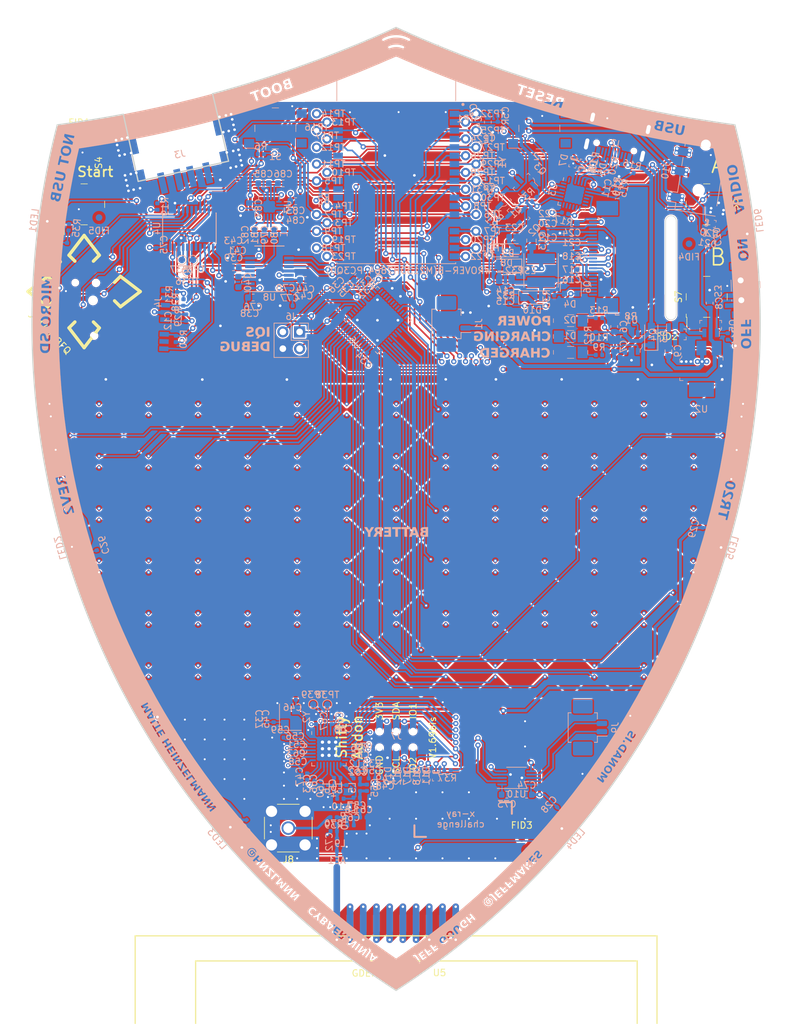
<source format=kicad_pcb>
(kicad_pcb (version 20191123) (host pcbnew "5.99.0-unknown-r17145-8bd2765f")
  (layers (0 "F.Cu" signal hide) (1 "In1.Cu" mixed hide) (2 "In2.Cu" power hide) (31 "B.Cu" signal) (34 "B.Paste" user hide) (35 "F.Paste" user hide) (36 "B.SilkS" user hide) (37 "F.SilkS" user hide) (38 "B.Mask" user hide) (39 "F.Mask" user hide) (44 "Edge.Cuts" user hide))
  (net 0 "")
  (net 1 "GND")
  (net 2 "+3V3")
  (net 3 "/EN")
  (net 4 "/SCL")
  (net 5 "/SDA")
  (net 6 "/32K_XP")
  (net 7 "/32K_XN")
  (net 8 "/~DC~")
  (net 9 "/IO0")
  (net 10 "/SCK")
  (net 11 "/RXD0")
  (net 12 "/TXD0")
  (net 13 "/MOSI")
  (net 14 "VBUS")
  (net 15 "+BATT")
  (net 16 "+VSW")
  (net 17 "/RTS")
  (net 18 "Net-(Q1-Pad1)")
  (net 19 "Net-(Q2-Pad1)")
  (net 20 "/DTR")
  (net 21 "Net-(R8-Pad1)")
  (net 22 "Net-(R10-Pad1)")
  (net 23 "/LED_DIN")
  (net 24 "/SD_CMD")
  (net 25 "/SD_CLK")
  (net 26 "/BTN_INT")
  (net 27 "/display/d_VGL")
  (net 28 "/display/d_VGH")
  (net 29 "/display/d_VDD")
  (net 30 "/display/d_VPP")
  (net 31 "/display/d_VSH")
  (net 32 "/display/d_VSL")
  (net 33 "/display/PREVGL")
  (net 34 "/display/d_VCOM")
  (net 35 "/display/PREVGH")
  (net 36 "/usb/USB_DN")
  (net 37 "/usb/USB_DP")
  (net 38 "/power/~PWR_EN~")
  (net 39 "/display/RESE")
  (net 40 "/display/GDR")
  (net 41 "/io_expander/BTN_START")
  (net 42 "/io_expander/BTN_A")
  (net 43 "/io_expander/BTN_B")
  (net 44 "/io_expander/JOY_PUSH")
  (net 45 "/io_expander/JOY_A")
  (net 46 "/io_expander/JOY_C")
  (net 47 "/io_expander/JOY_D")
  (net 48 "/io_expander/JOY_B")
  (net 49 "/IQ_RDY")
  (net 50 "/touchpad/Tx14")
  (net 51 "/touchpad/Rx4A")
  (net 52 "/touchpad/Rx5A")
  (net 53 "/touchpad/Rx6A")
  (net 54 "/touchpad/Rx7A")
  (net 55 "/touchpad/Rx8A")
  (net 56 "/touchpad/Rx9A")
  (net 57 "/touchpad/Tx0")
  (net 58 "/touchpad/Tx1")
  (net 59 "/touchpad/Tx2")
  (net 60 "/touchpad/Tx3")
  (net 61 "/touchpad/Tx4")
  (net 62 "/touchpad/Tx5")
  (net 63 "/touchpad/Tx6")
  (net 64 "/touchpad/Tx7")
  (net 65 "/touchpad/Tx8")
  (net 66 "/touchpad/Tx9")
  (net 67 "/touchpad/Tx10")
  (net 68 "/touchpad/Tx11")
  (net 69 "/touchpad/Tx12")
  (net 70 "/touchpad/Tx13")
  (net 71 "/~CC_CS~")
  (net 72 "/~DISP_CS~")
  (net 73 "/SD_DAT0")
  (net 74 "/_reserved8")
  (net 75 "/_reserved7")
  (net 76 "/_reserved6")
  (net 77 "/_reserved11")
  (net 78 "/_reserved10")
  (net 79 "/_reserved9")
  (net 80 "/DISP_BUSY")
  (net 81 "/I2S_WS")
  (net 82 "/I2S_SCK")
  (net 83 "/I2S_SD")
  (net 84 "/MISO")
  (net 85 "/CC_INT")
  (net 86 "Net-(C14-Pad2)")
  (net 87 "Net-(C14-Pad1)")
  (net 88 "Net-(C32-Pad1)")
  (net 89 "Net-(C39-Pad1)")
  (net 90 "Net-(C40-Pad1)")
  (net 91 "Net-(C40-Pad2)")
  (net 92 "/audio/LDO0")
  (net 93 "Net-(C46-Pad2)")
  (net 94 "Net-(C47-Pad1)")
  (net 95 "Net-(C47-Pad2)")
  (net 96 "Net-(C50-Pad2)")
  (net 97 "Net-(C52-Pad1)")
  (net 98 "Net-(C52-Pad2)")
  (net 99 "Net-(C54-Pad2)")
  (net 100 "Net-(C54-Pad1)")
  (net 101 "Net-(C55-Pad1)")
  (net 102 "Net-(C59-Pad1)")
  (net 103 "Net-(C60-Pad1)")
  (net 104 "Net-(C61-Pad2)")
  (net 105 "Net-(C63-Pad1)")
  (net 106 "Net-(C64-Pad2)")
  (net 107 "Net-(C66-Pad1)")
  (net 108 "Net-(C68-Pad1)")
  (net 109 "Net-(C70-Pad1)")
  (net 110 "Net-(AE1-Pad1)")
  (net 111 "Net-(C73-Pad1)")
  (net 112 "Net-(D1-Pad1)")
  (net 113 "Net-(D2-Pad2)")
  (net 114 "Net-(D4-Pad1)")
  (net 115 "Net-(J4-Pad2)")
  (net 116 "Net-(J8-Pad1)")
  (net 117 "Net-(Q3-Pad1)")
  (net 118 "Net-(Q4-Pad2)")
  (net 119 "Net-(R14-Pad2)")
  (net 120 "Net-(R15-Pad2)")
  (net 121 "Net-(R17-Pad2)")
  (net 122 "Net-(R36-Pad2)")
  (net 123 "Net-(TP38-Pad1)")
  (net 124 "Net-(TP39-Pad1)")
  (net 125 "Net-(J9-Pad2)")
  (net 126 "Net-(J9-Pad1)")
  (net 127 "Net-(C57-Pad1)")
  (net 128 "Net-(C37-Pad2)")
  (net 129 "Net-(LED1-Pad4)")
  (net 130 "/IQ_RESET")
  (net 131 "/SD_DETECT")
  (net 132 "/SAO_GPIO2")
  (net 133 "/LED_DOUT")
  (net 134 "/CC_RESET")
  (net 135 "Net-(LED2-Pad4)")
  (net 136 "Net-(LED3-Pad4)")
  (net 137 "Net-(LED4-Pad4)")
  (net 138 "Net-(LED5-Pad4)")
  (net 139 "/audio/DAC_OUTL")
  (net 140 "Net-(C79-Pad1)")
  (net 141 "Net-(C80-Pad1)")
  (net 142 "/audio/DAC_OUTR")
  (net 143 "Net-(C81-Pad1)")
  (net 144 "Net-(C82-Pad1)")
  (net 145 "Net-(C85-Pad2)")
  (net 146 "Net-(C85-Pad1)")
  (net 147 "Net-(C86-Pad2)")
  (net 148 "Net-(C87-Pad2)")
  (net 149 "/audio/OUTR")
  (net 150 "/audio/OUTL")
  (net 151 "Net-(J2-PadB5)")
  (net 152 "Net-(J2-PadA5)")
  (net 153 "/P1_5")
  (net 154 "/P1_6")
  (net 155 "/P1_7")
  (net 156 "/AMP_EN")
  (net 157 "Net-(J10-PadR2)")
  (module "jeffmakes-footprints:PinSocket_2x03_P2.54mm_Through-Board-Mating" (layer "B.Cu") (at 0 -38)
    (fp_text reference "J7" (at 0 -0.5 unlocked) (layer "B.SilkS") (effects (justify mirror)))
    (fp_text value "2x03-socket-2.54-through-board")
    (pad "6" smd rect (at 2.54 2.5) (size 1 2.45) (layers "B.Cu" "B.Paste" "B.Mask") (net 132 "/SAO_GPIO2"))
    (pad "5" smd rect (at 2.54 -2.5) (size 1 2.45) (layers "B.Cu" "B.Paste" "B.Mask") (net 133 "/LED_DOUT"))
    (pad "4" smd rect (at 0 2.5) (size 1 2.45) (layers "B.Cu" "B.Paste" "B.Mask") (net 4 "/SCL"))
    (pad "3" smd rect (at 0 -2.5) (size 1 2.45) (layers "B.Cu" "B.Paste" "B.Mask") (net 5 "/SDA"))
    (pad "2" smd rect (at -2.54 2.5) (size 1 2.45) (layers "B.Cu" "B.Paste" "B.Mask") (net 1 "GND"))
    (pad "1" smd rect (at -2.54 -2.5) (size 1 2.5) (layers "B.Cu" "B.Paste" "B.Mask") (net 2 "+3V3"))
    (pad "" np_thru_hole circle (at 2.54 -1.27) (size 1 1) (drill 1) (layers *.Cu *.Mask))
    (pad "" np_thru_hole circle (at 0 -1.27) (size 1 1) (drill 1) (layers *.Cu *.Mask))
    (pad "" np_thru_hole circle (at -2.54 -1.27) (size 1 1) (drill 1) (layers *.Cu *.Mask))
    (pad "" np_thru_hole circle (at 2.54 1.27) (size 1 1) (drill 1) (layers *.Cu *.Mask))
    (pad "" np_thru_hole circle (at 0 1.27) (size 1 1) (drill 1) (layers *.Cu *.Mask))
    (pad "" np_thru_hole circle (at -2.54 1.27) (size 1 1) (drill 1) (layers *.Cu *.Mask))
  )
  (module "Connector_Audio:Jack_3.5mm_PJ320D_Horizontal_strengthening-vias" (layer "B.Cu") (at 46.1264 -123.3424 -99)
    (fp_text reference "J10" (at 0.05 5.35 81) (layer "B.SilkS") (effects (justify mirror)))
    (fp_text value "PJ-320D")
    (pad "S" thru_hole circle (at 4.625 -4.2 261) (size 0.6 0.6) (drill 0.4) (layers *.Cu *.Mask) (net 1 "GND"))
    (pad "S" thru_hole circle (at 5.225 -4.2 261) (size 0.6 0.6) (drill 0.4) (layers *.Cu *.Mask) (net 1 "GND"))
    (pad "S" thru_hole circle (at 5.225 -2.3 261) (size 0.6 0.6) (drill 0.4) (layers *.Cu *.Mask) (net 1 "GND"))
    (pad "S" thru_hole circle (at 4.625 -2.3 261) (size 0.6 0.6) (drill 0.4) (layers *.Cu *.Mask) (net 1 "GND"))
    (pad "T" thru_hole circle (at 4.125 2.3 261) (size 0.6 0.6) (drill 0.4) (layers *.Cu *.Mask) (net 150 "/audio/OUTL"))
    (pad "T" thru_hole circle (at 3.525 2.3 261) (size 0.6 0.6) (drill 0.4) (layers *.Cu *.Mask) (net 150 "/audio/OUTL"))
    (pad "T" thru_hole circle (at 4.125 4.2 261) (size 0.6 0.6) (drill 0.4) (layers *.Cu *.Mask) (net 150 "/audio/OUTL"))
    (pad "T" thru_hole circle (at 3.525 4.2 261) (size 0.6 0.6) (drill 0.4) (layers *.Cu *.Mask) (net 150 "/audio/OUTL"))
    (pad "T" thru_hole circle (at 3.525 4.2 261) (size 0.6 0.6) (drill 0.4) (layers *.Cu *.Mask) (net 150 "/audio/OUTL"))
    (pad "R1" thru_hole circle (at 0.125 2.3 261) (size 0.6 0.6) (drill 0.4) (layers *.Cu *.Mask) (net 149 "/audio/OUTR"))
    (pad "R1" thru_hole circle (at -0.475 2.3 261) (size 0.6 0.6) (drill 0.4) (layers *.Cu *.Mask) (net 149 "/audio/OUTR"))
    (pad "R1" thru_hole circle (at 0.125 4.2 261) (size 0.6 0.6) (drill 0.4) (layers *.Cu *.Mask) (net 149 "/audio/OUTR"))
    (pad "R1" thru_hole circle (at -0.475 4.2 261) (size 0.6 0.6) (drill 0.4) (layers *.Cu *.Mask) (net 149 "/audio/OUTR"))
    (pad "R2" thru_hole circle (at -2.875 2.3 261) (size 0.6 0.6) (drill 0.4) (layers *.Cu *.Mask) (net 157 "Net-(J10-PadR2)"))
    (pad "R2" thru_hole circle (at -3.475 2.3 261) (size 0.6 0.6) (drill 0.4) (layers *.Cu *.Mask) (net 157 "Net-(J10-PadR2)"))
    (pad "R2" thru_hole circle (at -2.875 4.2 261) (size 0.6 0.6) (drill 0.4) (layers *.Cu *.Mask) (net 157 "Net-(J10-PadR2)"))
    (pad "R2" thru_hole circle (at -3.475 4.2 261) (size 0.6 0.6) (drill 0.4) (layers *.Cu *.Mask) (net 157 "Net-(J10-PadR2)"))
    (pad "S" smd rect (at 4.925 -3.25 261) (size 1.2 2.5) (layers "B.Cu" "B.Paste" "B.Mask") (net 1 "GND"))
    (pad "T" smd rect (at 3.825 3.25 261) (size 1.2 2.5) (layers "B.Cu" "B.Paste" "B.Mask") (net 150 "/audio/OUTL"))
    (pad "R1" smd rect (at -0.175 3.25 261) (size 1.2 2.5) (layers "B.Cu" "B.Paste" "B.Mask") (net 149 "/audio/OUTR"))
    (pad "R2" smd rect (at -3.175 3.25 261) (size 1.2 2.5) (layers "B.Cu" "B.Paste" "B.Mask") (net 157 "Net-(J10-PadR2)"))
    (pad "" np_thru_hole circle (at -4.775 0 261) (size 1.5 1.5) (drill 1.5) (layers *.Cu *.Mask))
    (pad "" np_thru_hole circle (at 2.225 0 261) (size 1.5 1.5) (drill 1.5) (layers *.Cu *.Mask))
  )
  (module "jeffmakes-footprints:GDEH029A1" (layer "F.Cu") (at -0.024609 10.082308)
    (fp_text reference "U5" (at 6.576151 -12.76) (layer "F.SilkS"))
    (fp_text value "GDEH029A1" (at -2.403849 -12.69) (layer "F.SilkS"))
  )
  (module "jeffmakes-footprints:USB-A-short-body-in-cutout-type" (layer "B.Cu") (at -34.417 -133.9088 12.7)
    (fp_text reference "J3" (at 0 7.5 12.7 unlocked) (layer "B.SilkS") (effects (justify mirror)))
    (fp_text value "UJ2-AH-1-SMT")
    (pad "5" thru_hole circle (at 8.9 4.1 192.7) (size 0.4 0.4) (drill 0.4) (layers *.Cu *.Mask) (net 1 "GND"))
    (pad "5" thru_hole circle (at 7.15 5.7 192.7) (size 0.4 0.4) (drill 0.4) (layers *.Cu *.Mask) (net 1 "GND"))
    (pad "5" thru_hole circle (at 8.9 3.3 192.7) (size 0.4 0.4) (drill 0.4) (layers *.Cu *.Mask) (net 1 "GND"))
    (pad "5" thru_hole circle (at 7.1 3.3 192.7) (size 0.4 0.4) (drill 0.4) (layers *.Cu *.Mask) (net 1 "GND"))
    (pad "5" thru_hole circle (at 8.1 3.3 192.7) (size 0.4 0.4) (drill 0.4) (layers *.Cu *.Mask) (net 1 "GND"))
    (pad "5" thru_hole circle (at 8.9 5.7 192.7) (size 0.4 0.4) (drill 0.4) (layers *.Cu *.Mask) (net 1 "GND"))
    (pad "5" thru_hole circle (at 8 5.7 192.7) (size 0.4 0.4) (drill 0.4) (layers *.Cu *.Mask) (net 1 "GND"))
    (pad "5" thru_hole circle (at 8.9 4.95 192.7) (size 0.4 0.4) (drill 0.4) (layers *.Cu *.Mask) (net 1 "GND"))
    (pad "5" thru_hole circle (at 8.8 11.2 192.7) (size 0.4 0.4) (drill 0.4) (layers *.Cu *.Mask) (net 1 "GND"))
    (pad "5" thru_hole circle (at 7.05 11.2 192.7) (size 0.4 0.4) (drill 0.4) (layers *.Cu *.Mask) (net 1 "GND"))
    (pad "5" thru_hole circle (at 8 8.8 192.7) (size 0.4 0.4) (drill 0.4) (layers *.Cu *.Mask) (net 1 "GND"))
    (pad "5" thru_hole circle (at 7 8.8 192.7) (size 0.4 0.4) (drill 0.4) (layers *.Cu *.Mask) (net 1 "GND"))
    (pad "5" thru_hole circle (at 8.8 10.45 192.7) (size 0.4 0.4) (drill 0.4) (layers *.Cu *.Mask) (net 1 "GND"))
    (pad "5" thru_hole circle (at 8.8 8.8 192.7) (size 0.4 0.4) (drill 0.4) (layers *.Cu *.Mask) (net 1 "GND"))
    (pad "5" thru_hole circle (at 8.8 9.6 192.7) (size 0.4 0.4) (drill 0.4) (layers *.Cu *.Mask) (net 1 "GND"))
    (pad "5" thru_hole circle (at 7.9 11.2 192.7) (size 0.4 0.4) (drill 0.4) (layers *.Cu *.Mask) (net 1 "GND"))
    (pad "5" thru_hole circle (at -8.95 4.9 12.7) (size 0.4 0.4) (drill 0.4) (layers *.Cu *.Mask) (net 1 "GND"))
    (pad "5" thru_hole circle (at -8.95 4.05 12.7) (size 0.4 0.4) (drill 0.4) (layers *.Cu *.Mask) (net 1 "GND"))
    (pad "5" thru_hole circle (at -7.15 5.7 12.7) (size 0.4 0.4) (drill 0.4) (layers *.Cu *.Mask) (net 1 "GND"))
    (pad "5" thru_hole circle (at -8.05 3.3 12.7) (size 0.4 0.4) (drill 0.4) (layers *.Cu *.Mask) (net 1 "GND"))
    (pad "5" thru_hole circle (at -8.95 3.3 12.7) (size 0.4 0.4) (drill 0.4) (layers *.Cu *.Mask) (net 1 "GND"))
    (pad "5" thru_hole circle (at -8.95 5.7 12.7) (size 0.4 0.4) (drill 0.4) (layers *.Cu *.Mask) (net 1 "GND"))
    (pad "5" thru_hole circle (at -7.2 3.3 12.7) (size 0.4 0.4) (drill 0.4) (layers *.Cu *.Mask) (net 1 "GND"))
    (pad "5" thru_hole circle (at -8.15 5.7 12.7) (size 0.4 0.4) (drill 0.4) (layers *.Cu *.Mask) (net 1 "GND"))
    (pad "5" thru_hole circle (at -7.9 8.8 12.7) (size 0.4 0.4) (drill 0.4) (layers *.Cu *.Mask) (net 1 "GND"))
    (pad "5" thru_hole circle (at -7.05 8.8 12.7) (size 0.4 0.4) (drill 0.4) (layers *.Cu *.Mask) (net 1 "GND"))
    (pad "5" thru_hole circle (at -8.8 9.55 12.7) (size 0.4 0.4) (drill 0.4) (layers *.Cu *.Mask) (net 1 "GND"))
    (pad "5" thru_hole circle (at -8.8 8.8 12.7) (size 0.4 0.4) (drill 0.4) (layers *.Cu *.Mask) (net 1 "GND"))
    (pad "5" thru_hole circle (at -8.8 10.4 12.7) (size 0.4 0.4) (drill 0.4) (layers *.Cu *.Mask) (net 1 "GND"))
    (pad "5" thru_hole circle (at -7 11.2 12.7) (size 0.4 0.4) (drill 0.4) (layers *.Cu *.Mask) (net 1 "GND"))
    (pad "5" thru_hole circle (at -8 11.2 12.7) (size 0.4 0.4) (drill 0.4) (layers *.Cu *.Mask) (net 1 "GND"))
    (pad "5" thru_hole circle (at -8.8 11.2 12.7) (size 0.4 0.4) (drill 0.4) (layers *.Cu *.Mask) (net 1 "GND"))
    (pad "4" smd rect (at 3.5 11.2 12.7) (size 1 3.2) (layers "B.Cu" "B.Paste" "B.Mask"))
    (pad "3" smd rect (at 1 11.2 12.7) (size 1 3.2) (layers "B.Cu" "B.Paste" "B.Mask"))
    (pad "2" smd rect (at -1 11.2 12.7) (size 1 3.2) (layers "B.Cu" "B.Paste" "B.Mask"))
    (pad "1" smd rect (at -3.5 11.2 12.7) (size 1 3.2) (layers "B.Cu" "B.Paste" "B.Mask"))
    (pad "5" smd rect (at -7.6 4.5 12.7) (size 3.25 3) (layers "B.Cu" "B.Paste" "B.Mask") (net 1 "GND"))
    (pad "5" smd rect (at -7.5 10 12.7) (size 3.25 3) (layers "B.Cu" "B.Paste" "B.Mask") (net 1 "GND"))
    (pad "5" smd rect (at 7.6 4.5 12.7) (size 3.25 3) (layers "B.Cu" "B.Paste" "B.Mask") (net 1 "GND"))
    (pad "5" smd rect (at 7.5 10 12.7) (size 3.25 3) (layers "B.Cu" "B.Paste" "B.Mask") (net 1 "GND"))
  )
  (module "jeffmakes-footprints:LED_SK6812MINI_PLCC4_3.5x3.5mm_P1.75mm_no_silk" (layer "B.Cu") (at 52.0954 -116.2304 97)
    (fp_text reference "LED6" (at 0 2.75 97) (layer "B.SilkS") (effects (justify mirror)))
    (fp_text value "SK6812")
    (pad "1" smd rect (at -1.75 0.875 97) (size 1.6 0.85) (layers "B.Cu" "B.Paste" "B.Mask") (net 1 "GND"))
    (pad "2" smd rect (at -1.75 -0.875 97) (size 1.6 0.85) (layers "B.Cu" "B.Paste" "B.Mask") (net 138 "Net-(LED5-Pad4)"))
    (pad "4" smd rect (at 1.75 0.875 97) (size 1.6 0.85) (layers "B.Cu" "B.Paste" "B.Mask") (net 133 "/LED_DOUT"))
    (pad "3" smd rect (at 1.75 -0.875 97) (size 1.6 0.85) (layers "B.Cu" "B.Paste" "B.Mask") (net 16 "+VSW"))
  )
  (module "TestPoint:TestPoint_Pad_D1.0mm" (layer "B.Cu") (at -32.4612 -110.5916)
    (fp_text reference "TP37" (at 0 1.448) (layer "B.SilkS") (effects (justify mirror)))
    (fp_text value "~")
    (pad "1" smd circle (at 0 0) (size 1 1) (layers "B.Cu" "B.Mask") (net 155 "/P1_7"))
  )
  (module "TestPoint:TestPoint_Pad_D1.0mm" (layer "B.Cu") (at -31.623 -108.7882)
    (fp_text reference "TP36" (at 0 1.448) (layer "B.SilkS") (effects (justify mirror)))
    (fp_text value "~")
    (pad "1" smd circle (at 0 0) (size 1 1) (layers "B.Cu" "B.Mask") (net 154 "/P1_6"))
  )
  (module "TestPoint:TestPoint_Pad_D1.0mm" (layer "B.Cu") (at -30.7594 -110.5916)
    (fp_text reference "TP35" (at 0 1.448) (layer "B.SilkS") (effects (justify mirror)))
    (fp_text value "~")
    (pad "1" smd circle (at 0 0) (size 1 1) (layers "B.Cu" "B.Mask") (net 153 "/P1_5"))
  )
  (module "Connector_PinHeader_2.54mm:PinHeader_2x02_P2.54mm_Vertical" (layer "B.Cu") (at -14.6304 -99.695 180)
    (fp_text reference "J6" (at 1.27 2.33) (layer "B.SilkS") (effects (justify mirror)))
    (fp_text value "DNP")
    (pad "4" thru_hole oval (at 2.54 -2.54 180) (size 1.7 1.7) (drill 1) (layers *.Cu *.Mask) (net 1 "GND"))
    (pad "3" thru_hole oval (at 0 -2.54 180) (size 1.7 1.7) (drill 1) (layers *.Cu *.Mask) (net 4 "/SCL"))
    (pad "2" thru_hole oval (at 2.54 0 180) (size 1.7 1.7) (drill 1) (layers *.Cu *.Mask) (net 49 "/IQ_RDY"))
    (pad "1" thru_hole rect (at 0 0 180) (size 1.7 1.7) (drill 1) (layers *.Cu *.Mask) (net 5 "/SDA"))
  )
  (module "Capacitor_SMD:C_0603_1608Metric" (layer "B.Cu") (at -24.6634 -112.0648 180)
    (fp_text reference "C43" (at 0 1.43) (layer "B.SilkS") (effects (justify mirror)))
    (fp_text value "1uF")
    (pad "2" smd roundrect (at 0.7875 0 180) (size 0.875 0.95) (layers "B.Cu" "B.Paste" "B.Mask") (net 1 "GND"))
    (pad "1" smd roundrect (at -0.7875 0 180) (size 0.875 0.95) (layers "B.Cu" "B.Paste" "B.Mask") (net 2 "+3V3"))
  )
  (module "Package_SO:TSSOP-20_4.4x6.5mm_P0.65mm" (layer "B.Cu") (at -19.2024 -109.2454)
    (fp_text reference "U8" (at 0 4.3) (layer "B.SilkS") (effects (justify mirror)))
    (fp_text value "PCM5100A")
    (pad "20" smd rect (at 2.95 2.925) (size 1.45 0.45) (layers "B.Cu" "B.Paste" "B.Mask") (net 2 "+3V3"))
    (pad "19" smd rect (at 2.95 2.275) (size 1.45 0.45) (layers "B.Cu" "B.Paste" "B.Mask") (net 1 "GND"))
    (pad "18" smd rect (at 2.95 1.625) (size 1.45 0.45) (layers "B.Cu" "B.Paste" "B.Mask") (net 92 "/audio/LDO0"))
    (pad "17" smd rect (at 2.95 0.975) (size 1.45 0.45) (layers "B.Cu" "B.Paste" "B.Mask") (net 2 "+3V3"))
    (pad "16" smd rect (at 2.95 0.325) (size 1.45 0.45) (layers "B.Cu" "B.Paste" "B.Mask") (net 1 "GND"))
    (pad "15" smd rect (at 2.95 -0.325) (size 1.45 0.45) (layers "B.Cu" "B.Paste" "B.Mask") (net 81 "/I2S_WS"))
    (pad "14" smd rect (at 2.95 -0.975) (size 1.45 0.45) (layers "B.Cu" "B.Paste" "B.Mask") (net 83 "/I2S_SD"))
    (pad "13" smd rect (at 2.95 -1.625) (size 1.45 0.45) (layers "B.Cu" "B.Paste" "B.Mask") (net 82 "/I2S_SCK"))
    (pad "12" smd rect (at 2.95 -2.275) (size 1.45 0.45) (layers "B.Cu" "B.Paste" "B.Mask") (net 1 "GND"))
    (pad "11" smd rect (at 2.95 -2.925) (size 1.45 0.45) (layers "B.Cu" "B.Paste" "B.Mask") (net 1 "GND"))
    (pad "10" smd rect (at -2.95 -2.925) (size 1.45 0.45) (layers "B.Cu" "B.Paste" "B.Mask") (net 1 "GND"))
    (pad "9" smd rect (at -2.95 -2.275) (size 1.45 0.45) (layers "B.Cu" "B.Paste" "B.Mask") (net 1 "GND"))
    (pad "8" smd rect (at -2.95 -1.625) (size 1.45 0.45) (layers "B.Cu" "B.Paste" "B.Mask") (net 2 "+3V3"))
    (pad "7" smd rect (at -2.95 -0.975) (size 1.45 0.45) (layers "B.Cu" "B.Paste" "B.Mask") (net 142 "/audio/DAC_OUTR"))
    (pad "6" smd rect (at -2.95 -0.325) (size 1.45 0.45) (layers "B.Cu" "B.Paste" "B.Mask") (net 139 "/audio/DAC_OUTL"))
    (pad "5" smd rect (at -2.95 0.325) (size 1.45 0.45) (layers "B.Cu" "B.Paste" "B.Mask") (net 89 "Net-(C39-Pad1)"))
    (pad "4" smd rect (at -2.95 0.975) (size 1.45 0.45) (layers "B.Cu" "B.Paste" "B.Mask") (net 91 "Net-(C40-Pad2)"))
    (pad "3" smd rect (at -2.95 1.625) (size 1.45 0.45) (layers "B.Cu" "B.Paste" "B.Mask") (net 1 "GND"))
    (pad "2" smd rect (at -2.95 2.275) (size 1.45 0.45) (layers "B.Cu" "B.Paste" "B.Mask") (net 90 "Net-(C40-Pad1)"))
    (pad "1" smd rect (at -2.95 2.925) (size 1.45 0.45) (layers "B.Cu" "B.Paste" "B.Mask") (net 2 "+3V3"))
  )
  (module "Package_DFN_QFN:QFN-16-1EP_3x3mm_P0.5mm_EP1.7x1.7mm" (layer "B.Cu") (at -19.2278 -118.6434 90)
    (fp_text reference "U7" (at 0 2.82 90) (layer "B.SilkS") (effects (justify mirror)))
    (fp_text value "PAM8908")
    (pad "16" smd roundrect (at -0.75 1.4625 90) (size 0.25 0.825) (layers "B.Cu" "B.Paste" "B.Mask") (net 150 "/audio/OUTL"))
    (pad "15" smd roundrect (at -0.25 1.4625 90) (size 0.25 0.825) (layers "B.Cu" "B.Paste" "B.Mask") (net 1 "GND"))
    (pad "14" smd roundrect (at 0.25 1.4625 90) (size 0.25 0.825) (layers "B.Cu" "B.Paste" "B.Mask") (net 2 "+3V3"))
    (pad "13" smd roundrect (at 0.75 1.4625 90) (size 0.25 0.825) (layers "B.Cu" "B.Paste" "B.Mask") (net 156 "/AMP_EN"))
    (pad "12" smd roundrect (at 1.4625 0.75 90) (size 0.825 0.25) (layers "B.Cu" "B.Paste" "B.Mask") (net 147 "Net-(C86-Pad2)"))
    (pad "11" smd roundrect (at 1.4625 0.25 90) (size 0.825 0.25) (layers "B.Cu" "B.Paste" "B.Mask") (net 146 "Net-(C85-Pad1)"))
    (pad "10" smd roundrect (at 1.4625 -0.25 90) (size 0.825 0.25) (layers "B.Cu" "B.Paste" "B.Mask") (net 1 "GND"))
    (pad "9" smd roundrect (at 1.4625 -0.75 90) (size 0.825 0.25) (layers "B.Cu" "B.Paste" "B.Mask") (net 145 "Net-(C85-Pad2)"))
    (pad "8" smd roundrect (at 0.75 -1.4625 90) (size 0.25 0.825) (layers "B.Cu" "B.Paste" "B.Mask") (net 148 "Net-(C87-Pad2)"))
    (pad "7" smd roundrect (at 0.25 -1.4625 90) (size 0.25 0.825) (layers "B.Cu" "B.Paste" "B.Mask") (net 1 "GND"))
    (pad "6" smd roundrect (at -0.25 -1.4625 90) (size 0.25 0.825) (layers "B.Cu" "B.Paste" "B.Mask") (net 2 "+3V3"))
    (pad "5" smd roundrect (at -0.75 -1.4625 90) (size 0.25 0.825) (layers "B.Cu" "B.Paste" "B.Mask") (net 149 "/audio/OUTR"))
    (pad "4" smd roundrect (at -1.4625 -0.75 90) (size 0.825 0.25) (layers "B.Cu" "B.Paste" "B.Mask") (net 144 "Net-(C82-Pad1)"))
    (pad "3" smd roundrect (at -1.4625 -0.25 90) (size 0.825 0.25) (layers "B.Cu" "B.Paste" "B.Mask") (net 143 "Net-(C81-Pad1)"))
    (pad "2" smd roundrect (at -1.4625 0.25 90) (size 0.825 0.25) (layers "B.Cu" "B.Paste" "B.Mask") (net 140 "Net-(C79-Pad1)"))
    (pad "1" smd roundrect (at -1.4625 0.75 90) (size 0.825 0.25) (layers "B.Cu" "B.Paste" "B.Mask") (net 141 "Net-(C80-Pad1)"))
    (pad "17" smd roundrect (at 0 0 90) (size 1.7 1.7) (layers "B.Cu" "B.Mask") (roundrect_rratio 0.147059) (net 1 "GND"))
  )
  (module "Resistor_SMD:R_0402_1005Metric" (layer "B.Cu") (at 34.0868 -124.6124 -102.5)
    (fp_text reference "R20" (at 0 1.17 77.5) (layer "B.SilkS") (effects (justify mirror)))
    (fp_text value "5.1k")
    (pad "2" smd roundrect (at 0.485 0 257.5) (size 0.59 0.64) (layers "B.Cu" "B.Paste" "B.Mask") (net 1 "GND"))
    (pad "1" smd roundrect (at -0.485 0 257.5) (size 0.59 0.64) (layers "B.Cu" "B.Paste" "B.Mask") (net 151 "Net-(J2-PadB5)"))
  )
  (module "Resistor_SMD:R_0402_1005Metric" (layer "B.Cu") (at 31.15 -125.3 -102.5)
    (fp_text reference "R18" (at 0 1.17 77.5) (layer "B.SilkS") (effects (justify mirror)))
    (fp_text value "5.1k")
    (pad "2" smd roundrect (at 0.485 0 257.5) (size 0.59 0.64) (layers "B.Cu" "B.Paste" "B.Mask") (net 1 "GND"))
    (pad "1" smd roundrect (at -0.485 0 257.5) (size 0.59 0.64) (layers "B.Cu" "B.Paste" "B.Mask") (net 152 "Net-(J2-PadA5)"))
  )
  (module "Capacitor_SMD:C_0603_1608Metric" (layer "B.Cu") (at -22.2758 -118.4148 90)
    (fp_text reference "C87" (at 0 1.43 90) (layer "B.SilkS") (effects (justify mirror)))
    (fp_text value "1uF")
    (pad "2" smd roundrect (at 0.7875 0 90) (size 0.875 0.95) (layers "B.Cu" "B.Paste" "B.Mask") (net 148 "Net-(C87-Pad2)"))
    (pad "1" smd roundrect (at -0.7875 0 90) (size 0.875 0.95) (layers "B.Cu" "B.Paste" "B.Mask") (net 1 "GND"))
  )
  (module "Capacitor_SMD:C_0603_1608Metric" (layer "B.Cu") (at -17.1196 -122.174 180)
    (fp_text reference "C86" (at 0 1.43) (layer "B.SilkS") (effects (justify mirror)))
    (fp_text value "1uF")
    (pad "2" smd roundrect (at 0.7875 0 180) (size 0.875 0.95) (layers "B.Cu" "B.Paste" "B.Mask") (net 147 "Net-(C86-Pad2)"))
    (pad "1" smd roundrect (at -0.7875 0 180) (size 0.875 0.95) (layers "B.Cu" "B.Paste" "B.Mask") (net 1 "GND"))
  )
  (module "Capacitor_SMD:C_0603_1608Metric" (layer "B.Cu") (at -20.0914 -122.174 180)
    (fp_text reference "C85" (at 0 1.43) (layer "B.SilkS") (effects (justify mirror)))
    (fp_text value "1uF")
    (pad "2" smd roundrect (at 0.7875 0 180) (size 0.875 0.95) (layers "B.Cu" "B.Paste" "B.Mask") (net 145 "Net-(C85-Pad2)"))
    (pad "1" smd roundrect (at -0.7875 0 180) (size 0.875 0.95) (layers "B.Cu" "B.Paste" "B.Mask") (net 146 "Net-(C85-Pad1)"))
  )
  (module "Capacitor_SMD:C_0603_1608Metric" (layer "B.Cu") (at -15.24 -118.0084)
    (fp_text reference "C84" (at 0 1.43) (layer "B.SilkS") (effects (justify mirror)))
    (fp_text value "1uF")
    (pad "2" smd roundrect (at 0.7875 0) (size 0.875 0.95) (layers "B.Cu" "B.Paste" "B.Mask") (net 1 "GND"))
    (pad "1" smd roundrect (at -0.7875 0) (size 0.875 0.95) (layers "B.Cu" "B.Paste" "B.Mask") (net 2 "+3V3"))
  )
  (module "Capacitor_SMD:C_0603_1608Metric" (layer "B.Cu") (at -15.24 -119.4816)
    (fp_text reference "C83" (at 0 1.43) (layer "B.SilkS") (effects (justify mirror)))
    (fp_text value "1uF")
    (pad "2" smd roundrect (at 0.7875 0) (size 0.875 0.95) (layers "B.Cu" "B.Paste" "B.Mask") (net 1 "GND"))
    (pad "1" smd roundrect (at -0.7875 0) (size 0.875 0.95) (layers "B.Cu" "B.Paste" "B.Mask") (net 2 "+3V3"))
  )
  (module "Capacitor_SMD:C_0603_1608Metric" (layer "B.Cu") (at -21.463 -114.3762 -90)
    (fp_text reference "C82" (at 0 1.43 90) (layer "B.SilkS") (effects (justify mirror)))
    (fp_text value "1uF")
    (pad "2" smd roundrect (at 0.7875 0 270) (size 0.875 0.95) (layers "B.Cu" "B.Paste" "B.Mask") (net 1 "GND"))
    (pad "1" smd roundrect (at -0.7875 0 270) (size 0.875 0.95) (layers "B.Cu" "B.Paste" "B.Mask") (net 144 "Net-(C82-Pad1)"))
  )
  (module "Capacitor_SMD:C_0603_1608Metric" (layer "B.Cu") (at -19.9898 -114.3762 -90)
    (fp_text reference "C81" (at 0 1.43 90) (layer "B.SilkS") (effects (justify mirror)))
    (fp_text value "1uF")
    (pad "2" smd roundrect (at 0.7875 0 270) (size 0.875 0.95) (layers "B.Cu" "B.Paste" "B.Mask") (net 142 "/audio/DAC_OUTR"))
    (pad "1" smd roundrect (at -0.7875 0 270) (size 0.875 0.95) (layers "B.Cu" "B.Paste" "B.Mask") (net 143 "Net-(C81-Pad1)"))
  )
  (module "Capacitor_SMD:C_0603_1608Metric" (layer "B.Cu") (at -17.018 -114.3762 -90)
    (fp_text reference "C80" (at 0 1.43 90) (layer "B.SilkS") (effects (justify mirror)))
    (fp_text value "1uF")
    (pad "2" smd roundrect (at 0.7875 0 270) (size 0.875 0.95) (layers "B.Cu" "B.Paste" "B.Mask") (net 1 "GND"))
    (pad "1" smd roundrect (at -0.7875 0 270) (size 0.875 0.95) (layers "B.Cu" "B.Paste" "B.Mask") (net 141 "Net-(C80-Pad1)"))
  )
  (module "Capacitor_SMD:C_0603_1608Metric" (layer "B.Cu") (at -18.4912 -114.3762 -90)
    (fp_text reference "C79" (at 0 1.43 90) (layer "B.SilkS") (effects (justify mirror)))
    (fp_text value "1uF")
    (pad "2" smd roundrect (at 0.7875 0 270) (size 0.875 0.95) (layers "B.Cu" "B.Paste" "B.Mask") (net 139 "/audio/DAC_OUTL"))
    (pad "1" smd roundrect (at -0.7875 0 270) (size 0.875 0.95) (layers "B.Cu" "B.Paste" "B.Mask") (net 140 "Net-(C79-Pad1)"))
  )
  (module "Capacitor_SMD:C_0603_1608Metric" (layer "B.Cu") (at -16.7386 -104.902 180)
    (fp_text reference "C78" (at 0 1.43) (layer "B.SilkS") (effects (justify mirror)))
    (fp_text value "1uF")
    (pad "2" smd roundrect (at 0.7875 0 180) (size 0.875 0.95) (layers "B.Cu" "B.Paste" "B.Mask") (net 1 "GND"))
    (pad "1" smd roundrect (at -0.7875 0 180) (size 0.875 0.95) (layers "B.Cu" "B.Paste" "B.Mask") (net 2 "+3V3"))
  )
  (module "Capacitor_SMD:C_0402_1005Metric" (layer "B.Cu") (at -16.1798 -103.6574 180)
    (fp_text reference "C77" (at 0 1.17) (layer "B.SilkS") (effects (justify mirror)))
    (fp_text value "100nF")
    (pad "2" smd roundrect (at 0.485 0 180) (size 0.59 0.64) (layers "B.Cu" "B.Paste" "B.Mask") (net 1 "GND"))
    (pad "1" smd roundrect (at -0.485 0 180) (size 0.59 0.64) (layers "B.Cu" "B.Paste" "B.Mask") (net 2 "+3V3"))
  )
  (module "Capacitor_SMD:C_0603_1608Metric" (layer "B.Cu") (at -21.6662 -104.902)
    (fp_text reference "C76" (at 0 1.43) (layer "B.SilkS") (effects (justify mirror)))
    (fp_text value "1uF")
    (pad "2" smd roundrect (at 0.7875 0) (size 0.875 0.95) (layers "B.Cu" "B.Paste" "B.Mask") (net 1 "GND"))
    (pad "1" smd roundrect (at -0.7875 0) (size 0.875 0.95) (layers "B.Cu" "B.Paste" "B.Mask") (net 2 "+3V3"))
  )
  (module "Package_DFN_QFN:QFN-24-1EP_4x4mm_P0.5mm_EP2.6x2.6mm" (layer "B.Cu") (at 26.960417 -120.528464 -102.5)
    (fp_text reference "U3" (at 0 3.3 -102.5) (layer "B.SilkS") (effects (justify mirror)))
    (fp_text value "CP2102N-A01-GQFN24")
    (pad "24" smd roundrect (at -1.25 1.9375 257.5) (size 0.25 0.825) (layers "B.Cu" "B.Paste" "B.Mask"))
    (pad "23" smd roundrect (at -0.75 1.9375 257.5) (size 0.25 0.825) (layers "B.Cu" "B.Paste" "B.Mask") (net 20 "/DTR"))
    (pad "22" smd roundrect (at -0.25 1.9375 257.5) (size 0.25 0.825) (layers "B.Cu" "B.Paste" "B.Mask"))
    (pad "21" smd roundrect (at 0.25 1.9375 257.5) (size 0.25 0.825) (layers "B.Cu" "B.Paste" "B.Mask") (net 11 "/RXD0"))
    (pad "20" smd roundrect (at 0.75 1.9375 257.5) (size 0.25 0.825) (layers "B.Cu" "B.Paste" "B.Mask") (net 12 "/TXD0"))
    (pad "19" smd roundrect (at 1.25 1.9375 257.5) (size 0.25 0.825) (layers "B.Cu" "B.Paste" "B.Mask") (net 17 "/RTS"))
    (pad "18" smd roundrect (at 1.9375 1.25 257.5) (size 0.825 0.25) (layers "B.Cu" "B.Paste" "B.Mask"))
    (pad "17" smd roundrect (at 1.9375 0.75 257.5) (size 0.825 0.25) (layers "B.Cu" "B.Paste" "B.Mask"))
    (pad "16" smd roundrect (at 1.9375 0.25 257.5) (size 0.825 0.25) (layers "B.Cu" "B.Paste" "B.Mask"))
    (pad "15" smd roundrect (at 1.9375 -0.25 257.5) (size 0.825 0.25) (layers "B.Cu" "B.Paste" "B.Mask"))
    (pad "14" smd roundrect (at 1.9375 -0.75 257.5) (size 0.825 0.25) (layers "B.Cu" "B.Paste" "B.Mask"))
    (pad "13" smd roundrect (at 1.9375 -1.25 257.5) (size 0.825 0.25) (layers "B.Cu" "B.Paste" "B.Mask"))
    (pad "12" smd roundrect (at 1.25 -1.9375 257.5) (size 0.25 0.825) (layers "B.Cu" "B.Paste" "B.Mask"))
    (pad "11" smd roundrect (at 0.75 -1.9375 257.5) (size 0.25 0.825) (layers "B.Cu" "B.Paste" "B.Mask"))
    (pad "10" smd roundrect (at 0.25 -1.9375 257.5) (size 0.25 0.825) (layers "B.Cu" "B.Paste" "B.Mask"))
    (pad "9" smd roundrect (at -0.25 -1.9375 257.5) (size 0.25 0.825) (layers "B.Cu" "B.Paste" "B.Mask") (net 121 "Net-(R17-Pad2)"))
    (pad "8" smd roundrect (at -0.75 -1.9375 257.5) (size 0.25 0.825) (layers "B.Cu" "B.Paste" "B.Mask") (net 119 "Net-(R14-Pad2)"))
    (pad "7" smd roundrect (at -1.25 -1.9375 257.5) (size 0.25 0.825) (layers "B.Cu" "B.Paste" "B.Mask") (net 2 "+3V3"))
    (pad "6" smd roundrect (at -1.9375 -1.25 257.5) (size 0.825 0.25) (layers "B.Cu" "B.Paste" "B.Mask") (net 2 "+3V3"))
    (pad "5" smd roundrect (at -1.9375 -0.75 257.5) (size 0.825 0.25) (layers "B.Cu" "B.Paste" "B.Mask") (net 2 "+3V3"))
    (pad "4" smd roundrect (at -1.9375 -0.25 257.5) (size 0.825 0.25) (layers "B.Cu" "B.Paste" "B.Mask") (net 36 "/usb/USB_DN"))
    (pad "3" smd roundrect (at -1.9375 0.25 257.5) (size 0.825 0.25) (layers "B.Cu" "B.Paste" "B.Mask") (net 37 "/usb/USB_DP"))
    (pad "2" smd roundrect (at -1.9375 0.75 257.5) (size 0.825 0.25) (layers "B.Cu" "B.Paste" "B.Mask") (net 1 "GND"))
    (pad "1" smd roundrect (at -1.9375 1.25 257.5) (size 0.825 0.25) (layers "B.Cu" "B.Paste" "B.Mask"))
    (pad "25" smd roundrect (at 0 0 257.5) (size 2.6 2.6) (layers "B.Cu" "B.Mask") (roundrect_rratio 0.096154) (net 1 "GND"))
  )
  (module "jeffmakes-footprints:AFC07x24-1MP_P0.5mm_Horizontal" (layer "B.Cu") (at 31.131649 -111.0714 -90)
    (fp_text reference "J5" (at 0 3.1 90) (layer "B.SilkS") (effects (justify mirror)))
    (fp_text value "AFC07-S24ECA-00" hide)
    (pad "MP" smd rect (at 7.35 -0.82 270) (size 2.2 3.3) (layers "B.Cu" "B.Paste" "B.Mask"))
    (pad "MP" smd rect (at -7.35 -0.82 270) (size 2.2 3.3) (layers "B.Cu" "B.Paste" "B.Mask"))
    (pad "24" smd rect (at 5.75 1.35 270) (size 0.3 1.2) (layers "B.Cu" "B.Paste" "B.Mask"))
    (pad "23" smd rect (at 5.25 1.35 270) (size 0.3 1.2) (layers "B.Cu" "B.Paste" "B.Mask") (net 40 "/display/GDR"))
    (pad "22" smd rect (at 4.75 1.35 270) (size 0.3 1.2) (layers "B.Cu" "B.Paste" "B.Mask") (net 39 "/display/RESE"))
    (pad "21" smd rect (at 4.25 1.35 270) (size 0.3 1.2) (layers "B.Cu" "B.Paste" "B.Mask") (net 27 "/display/d_VGL"))
    (pad "20" smd rect (at 3.75 1.35 270) (size 0.3 1.2) (layers "B.Cu" "B.Paste" "B.Mask") (net 28 "/display/d_VGH"))
    (pad "19" smd rect (at 3.25 1.35 270) (size 0.3 1.2) (layers "B.Cu" "B.Paste" "B.Mask"))
    (pad "18" smd rect (at 2.75 1.35 270) (size 0.3 1.2) (layers "B.Cu" "B.Paste" "B.Mask"))
    (pad "17" smd rect (at 2.25 1.35 270) (size 0.3 1.2) (layers "B.Cu" "B.Paste" "B.Mask") (net 1 "GND"))
    (pad "16" smd rect (at 1.75 1.35 270) (size 0.3 1.2) (layers "B.Cu" "B.Paste" "B.Mask") (net 80 "/DISP_BUSY"))
    (pad "15" smd rect (at 1.25 1.35 270) (size 0.3 1.2) (layers "B.Cu" "B.Paste" "B.Mask") (net 9 "/IO0"))
    (pad "14" smd rect (at 0.75 1.35 270) (size 0.3 1.2) (layers "B.Cu" "B.Paste" "B.Mask") (net 8 "/~DC~"))
    (pad "13" smd rect (at 0.25 1.35 270) (size 0.3 1.2) (layers "B.Cu" "B.Paste" "B.Mask") (net 72 "/~DISP_CS~"))
    (pad "12" smd rect (at -0.25 1.35 270) (size 0.3 1.2) (layers "B.Cu" "B.Paste" "B.Mask") (net 10 "/SCK"))
    (pad "11" smd rect (at -0.75 1.35 270) (size 0.3 1.2) (layers "B.Cu" "B.Paste" "B.Mask") (net 13 "/MOSI"))
    (pad "10" smd rect (at -1.25 1.35 270) (size 0.3 1.2) (layers "B.Cu" "B.Paste" "B.Mask") (net 2 "+3V3"))
    (pad "9" smd rect (at -1.75 1.35 270) (size 0.3 1.2) (layers "B.Cu" "B.Paste" "B.Mask") (net 2 "+3V3"))
    (pad "8" smd rect (at -2.25 1.35 270) (size 0.3 1.2) (layers "B.Cu" "B.Paste" "B.Mask") (net 1 "GND"))
    (pad "7" smd rect (at -2.75 1.35 270) (size 0.3 1.2) (layers "B.Cu" "B.Paste" "B.Mask") (net 29 "/display/d_VDD"))
    (pad "6" smd rect (at -3.25 1.35 270) (size 0.3 1.2) (layers "B.Cu" "B.Paste" "B.Mask") (net 30 "/display/d_VPP"))
    (pad "5" smd rect (at -3.75 1.35 270) (size 0.3 1.2) (layers "B.Cu" "B.Paste" "B.Mask") (net 31 "/display/d_VSH"))
    (pad "4" smd rect (at -4.25 1.35 270) (size 0.3 1.2) (layers "B.Cu" "B.Paste" "B.Mask") (net 35 "/display/PREVGH"))
    (pad "3" smd rect (at -4.75 1.35 270) (size 0.3 1.2) (layers "B.Cu" "B.Paste" "B.Mask") (net 32 "/display/d_VSL"))
    (pad "2" smd rect (at -5.25 1.35 270) (size 0.3 1.2) (layers "B.Cu" "B.Paste" "B.Mask") (net 33 "/display/PREVGL"))
    (pad "1" smd rect (at -5.75 1.35 270) (size 0.3 1.2) (layers "B.Cu" "B.Paste" "B.Mask") (net 34 "/display/d_VCOM"))
  )
  (module "Diode_SMD:D_SOD-123F" (layer "B.Cu") (at 16.806649 -109.7214 180)
    (fp_text reference "D9" (at -0.127 1.905) (layer "B.SilkS") (effects (justify mirror)))
    (fp_text value "SS13FL")
    (pad "2" smd rect (at 1.4 0 180) (size 1.1 1.1) (layers "B.Cu" "B.Paste" "B.Mask") (net 87 "Net-(C14-Pad1)"))
    (pad "1" smd rect (at -1.4 0 180) (size 1.1 1.1) (layers "B.Cu" "B.Paste" "B.Mask") (net 1 "GND"))
  )
  (module "digikey-footprints:Switch_Tactile_SMD_6x6mm_PTS645" (layer "F.Cu") (at -47.25 -119 90)
    (fp_text reference "S4" (at 6.3 2.2 90) (layer "F.SilkS"))
    (fp_text value "PTS645SM43SMTR92_LFS")
    (pad "4" smd rect (at 3.975 2.25 90) (size 1.55 1.3) (layers "F.Cu" "F.Paste" "F.Mask") (net 41 "/io_expander/BTN_START"))
    (pad "3" smd rect (at -3.975 2.25 90) (size 1.55 1.3) (layers "F.Cu" "F.Paste" "F.Mask"))
    (pad "2" smd rect (at 3.975 -2.25 90) (size 1.55 1.3) (layers "F.Cu" "F.Paste" "F.Mask") (net 1 "GND"))
    (pad "1" smd rect (at -3.975 -2.25 90) (size 1.55 1.3) (layers "F.Cu" "F.Paste" "F.Mask"))
  )
  (module "digikey-footprints:Switch_Tactile_SMD_6x6mm_PTS645" (layer "F.Cu") (at 47 -119 -90)
    (fp_text reference "S5" (at 0 -4.27 90) (layer "F.SilkS"))
    (fp_text value "PTS645SM43SMTR92_LFS")
    (pad "4" smd rect (at 3.975 2.25 270) (size 1.55 1.3) (layers "F.Cu" "F.Paste" "F.Mask") (net 42 "/io_expander/BTN_A"))
    (pad "3" smd rect (at -3.975 2.25 270) (size 1.55 1.3) (layers "F.Cu" "F.Paste" "F.Mask"))
    (pad "2" smd rect (at 3.975 -2.25 270) (size 1.55 1.3) (layers "F.Cu" "F.Paste" "F.Mask") (net 1 "GND"))
    (pad "1" smd rect (at -3.975 -2.25 270) (size 1.55 1.3) (layers "F.Cu" "F.Paste" "F.Mask"))
  )
  (module "digikey-footprints:Switch_Tactile_SMD_6x6mm_PTS645" (layer "F.Cu") (at 47 -105 90)
    (fp_text reference "S7" (at 0 -4.27 90) (layer "F.SilkS"))
    (fp_text value "PTS645SM43SMTR92_LFS")
    (pad "4" smd rect (at 3.975 2.25 90) (size 1.55 1.3) (layers "F.Cu" "F.Paste" "F.Mask") (net 43 "/io_expander/BTN_B"))
    (pad "3" smd rect (at -3.975 2.25 90) (size 1.55 1.3) (layers "F.Cu" "F.Paste" "F.Mask"))
    (pad "2" smd rect (at 3.975 -2.25 90) (size 1.55 1.3) (layers "F.Cu" "F.Paste" "F.Mask") (net 1 "GND"))
    (pad "1" smd rect (at -3.975 -2.25 90) (size 1.55 1.3) (layers "F.Cu" "F.Paste" "F.Mask"))
  )
  (module "digikey-footprints:Switch_Tactile_SMD_6x6mm_PTS645" (layer "B.Cu") (at 21.6662 -130.5)
    (fp_text reference "S2" (at 0 4.27) (layer "B.SilkS") (effects (justify mirror)))
    (fp_text value "PTS645SM43SMTR92_LFS")
    (pad "4" smd rect (at 3.975 -2.25) (size 1.55 1.3) (layers "B.Cu" "B.Paste" "B.Mask"))
    (pad "3" smd rect (at -3.975 -2.25) (size 1.55 1.3) (layers "B.Cu" "B.Paste" "B.Mask") (net 1 "GND"))
    (pad "2" smd rect (at 3.975 2.25) (size 1.55 1.3) (layers "B.Cu" "B.Paste" "B.Mask"))
    (pad "1" smd rect (at -3.975 2.25) (size 1.55 1.3) (layers "B.Cu" "B.Paste" "B.Mask") (net 3 "/EN"))
  )
  (module "digikey-footprints:Switch_Tactile_SMD_6x6mm_PTS645" (layer "B.Cu") (at -18.3008 -130.5)
    (fp_text reference "S1" (at 0 4.27) (layer "B.SilkS") (effects (justify mirror)))
    (fp_text value "PTS645SM43SMTR92_LFS")
    (pad "4" smd rect (at 3.975 -2.25) (size 1.55 1.3) (layers "B.Cu" "B.Paste" "B.Mask"))
    (pad "3" smd rect (at -3.975 -2.25) (size 1.55 1.3) (layers "B.Cu" "B.Paste" "B.Mask") (net 1 "GND"))
    (pad "2" smd rect (at 3.975 2.25) (size 1.55 1.3) (layers "B.Cu" "B.Paste" "B.Mask"))
    (pad "1" smd rect (at -3.975 2.25) (size 1.55 1.3) (layers "B.Cu" "B.Paste" "B.Mask") (net 9 "/IO0"))
  )
  (module "Connector_Coaxial:SMA_Amphenol_132291-12_Vertical" (layer "F.Cu") (at -16.3449 -24.5769 180)
    (fp_text reference "J8" (at 0 -4.75) (layer "F.SilkS"))
    (fp_text value "DNP")
    (pad "2" thru_hole circle (at -2.54 2.54 180) (size 2.25 2.25) (drill 1.7) (layers *.Cu *.Mask) (net 1 "GND"))
    (pad "2" thru_hole circle (at -2.54 -2.54 180) (size 2.25 2.25) (drill 1.7) (layers *.Cu *.Mask) (net 1 "GND"))
    (pad "2" thru_hole circle (at 2.54 -2.54 180) (size 2.25 2.25) (drill 1.7) (layers *.Cu *.Mask) (net 1 "GND"))
    (pad "2" thru_hole circle (at 2.54 2.54 180) (size 2.25 2.25) (drill 1.7) (layers *.Cu *.Mask) (net 1 "GND"))
    (pad "1" thru_hole circle (at 0 0 180) (size 2.05 2.05) (drill 1.5) (layers *.Cu *.Mask) (net 116 "Net-(J8-Pad1)"))
  )
  (module "jeffmakes-footprints:SW_JS1400BFQ-arrows" (layer "F.Cu") (at -47.25 -105.8)
    (fp_text reference "S6" (at -4.2 -4.3 45) (layer "F.SilkS"))
    (fp_text value " JS1400BFQ" (at -5.5 6 315) (layer "F.SilkS"))
    (pad "2" smd rect (at -2.830404 2.830458 45) (size 2 1) (layers "F.Cu" "F.Paste" "F.Mask") (net 44 "/io_expander/JOY_PUSH"))
    (pad "1" smd rect (at -3.838032 1.822831 45) (size 2 1) (layers "F.Cu" "F.Paste" "F.Mask") (net 45 "/io_expander/JOY_A"))
    (pad "3" smd rect (at -1.822777 3.838085 45) (size 2 1) (layers "F.Cu" "F.Paste" "F.Mask") (net 46 "/io_expander/JOY_C"))
    (pad "6" smd rect (at 3.834077 -1.818769 45) (size 2 1) (layers "F.Cu" "F.Paste" "F.Mask") (net 47 "/io_expander/JOY_D"))
    (pad "5" smd rect (at 2.82645 -2.826396 45) (size 2 1) (layers "F.Cu" "F.Paste" "F.Mask") (net 1 "GND"))
    (pad "4" smd rect (at 1.818823 -3.834023 45) (size 2 1) (layers "F.Cu" "F.Paste" "F.Mask") (net 48 "/io_expander/JOY_B"))
    (pad "SH1" smd rect (at -2.865759 -2.861751 45) (size 2 1.8) (layers "F.Cu" "F.Paste" "F.Mask") (net 1 "GND"))
    (pad "SH2" smd rect (at 2.861804 2.865813 45) (size 2 1.8) (layers "F.Cu" "F.Paste" "F.Mask") (net 1 "GND"))
    (pad "Hole" np_thru_hole circle (at -1.34548 -1.341472 45) (size 0.8 0.8) (drill 0.8) (layers *.Cu *.Mask "F.SilkS"))
    (pad "Hole" np_thru_hole circle (at 1.341526 1.345534 45) (size 1.1 1.1) (drill 1.1) (layers *.Cu *.Mask "F.SilkS"))
  )
  (module "jeffmakes-footprints:LED_SK6812MINI_PLCC4_3.5x3.5mm_P1.75mm_no_silk" (layer "B.Cu") (at -52.0954 -116.2304 -97)
    (fp_text reference "LED1" (at 0 2.75 83) (layer "B.SilkS") (effects (justify mirror)))
    (fp_text value "SK6812")
    (pad "1" smd rect (at -1.75 0.875 263) (size 1.6 0.85) (layers "B.Cu" "B.Paste" "B.Mask") (net 1 "GND"))
    (pad "2" smd rect (at -1.75 -0.875 263) (size 1.6 0.85) (layers "B.Cu" "B.Paste" "B.Mask") (net 23 "/LED_DIN"))
    (pad "4" smd rect (at 1.75 0.875 263) (size 1.6 0.85) (layers "B.Cu" "B.Paste" "B.Mask") (net 129 "Net-(LED1-Pad4)"))
    (pad "3" smd rect (at 1.75 -0.875 263) (size 1.6 0.85) (layers "B.Cu" "B.Paste" "B.Mask") (net 16 "+VSW"))
  )
  (module "jeffmakes-footprints:LED_SK6812MINI_PLCC4_3.5x3.5mm_P1.75mm_no_silk" (layer "B.Cu") (at 48.26 -67.7545 74)
    (fp_text reference "LED5" (at 0 2.75 74) (layer "B.SilkS") (effects (justify mirror)))
    (fp_text value "SK6812")
    (pad "1" smd rect (at -1.75 0.875 74) (size 1.6 0.85) (layers "B.Cu" "B.Paste" "B.Mask") (net 1 "GND"))
    (pad "2" smd rect (at -1.75 -0.875 74) (size 1.6 0.85) (layers "B.Cu" "B.Paste" "B.Mask") (net 137 "Net-(LED4-Pad4)"))
    (pad "4" smd rect (at 1.75 0.875 74) (size 1.6 0.85) (layers "B.Cu" "B.Paste" "B.Mask") (net 138 "Net-(LED5-Pad4)"))
    (pad "3" smd rect (at 1.75 -0.875 74) (size 1.6 0.85) (layers "B.Cu" "B.Paste" "B.Mask") (net 16 "+VSW"))
  )
  (module "jeffmakes-footprints:LED_SK6812MINI_PLCC4_3.5x3.5mm_P1.75mm_no_silk" (layer "B.Cu") (at -48.26 -67.7545 -74)
    (fp_text reference "LED2" (at 0 2.75 106) (layer "B.SilkS") (effects (justify mirror)))
    (fp_text value "SK6812")
    (pad "1" smd rect (at -1.75 0.875 286) (size 1.6 0.85) (layers "B.Cu" "B.Paste" "B.Mask") (net 1 "GND"))
    (pad "2" smd rect (at -1.75 -0.875 286) (size 1.6 0.85) (layers "B.Cu" "B.Paste" "B.Mask") (net 129 "Net-(LED1-Pad4)"))
    (pad "4" smd rect (at 1.75 0.875 286) (size 1.6 0.85) (layers "B.Cu" "B.Paste" "B.Mask") (net 135 "Net-(LED2-Pad4)"))
    (pad "3" smd rect (at 1.75 -0.875 286) (size 1.6 0.85) (layers "B.Cu" "B.Paste" "B.Mask") (net 16 "+VSW"))
  )
  (module "jeffmakes-footprints:LED_SK6812MINI_PLCC4_3.5x3.5mm_P1.75mm_no_silk" (layer "B.Cu") (at -25.0444 -24.7396 -49)
    (fp_text reference "LED3" (at 0 2.75 131) (layer "B.SilkS") (effects (justify mirror)))
    (fp_text value "SK6812")
    (pad "1" smd rect (at -1.75 0.875 311) (size 1.6 0.85) (layers "B.Cu" "B.Paste" "B.Mask") (net 1 "GND"))
    (pad "2" smd rect (at -1.75 -0.875 311) (size 1.6 0.85) (layers "B.Cu" "B.Paste" "B.Mask") (net 135 "Net-(LED2-Pad4)"))
    (pad "4" smd rect (at 1.75 0.875 311) (size 1.6 0.85) (layers "B.Cu" "B.Paste" "B.Mask") (net 136 "Net-(LED3-Pad4)"))
    (pad "3" smd rect (at 1.75 -0.875 311) (size 1.6 0.85) (layers "B.Cu" "B.Paste" "B.Mask") (net 16 "+VSW"))
  )
  (module "jeffmakes-footprints:LED_SK6812MINI_PLCC4_3.5x3.5mm_P1.75mm_no_silk" (layer "B.Cu") (at 25.0444 -24.7396 49)
    (fp_text reference "LED4" (at 0 2.75 49) (layer "B.SilkS") (effects (justify mirror)))
    (fp_text value "SK6812")
    (pad "1" smd rect (at -1.75 0.875 49) (size 1.6 0.85) (layers "B.Cu" "B.Paste" "B.Mask") (net 1 "GND"))
    (pad "2" smd rect (at -1.75 -0.875 49) (size 1.6 0.85) (layers "B.Cu" "B.Paste" "B.Mask") (net 136 "Net-(LED3-Pad4)"))
    (pad "4" smd rect (at 1.75 0.875 49) (size 1.6 0.85) (layers "B.Cu" "B.Paste" "B.Mask") (net 137 "Net-(LED4-Pad4)"))
    (pad "3" smd rect (at 1.75 -0.875 49) (size 1.6 0.85) (layers "B.Cu" "B.Paste" "B.Mask") (net 16 "+VSW"))
  )
  (module "Diode_SMD:D_SOD-123F" (layer "B.Cu") (at 38.608 -99.1108 90)
    (fp_text reference "D3" (at -0.127 1.905 90) (layer "B.SilkS") (effects (justify mirror)))
    (fp_text value "SS13FL")
    (pad "2" smd rect (at 1.4 0 90) (size 1.1 1.1) (layers "B.Cu" "B.Paste" "B.Mask") (net 14 "VBUS"))
    (pad "1" smd rect (at -1.4 0 90) (size 1.1 1.1) (layers "B.Cu" "B.Paste" "B.Mask") (net 16 "+VSW"))
  )
  (module "jeffmakes-footprints:Touch_Array_TR20" (layer "F.Cu") (at 0 0)
    (fp_text reference "XY1" hide)
    (fp_text value "tr20_touch_array" hide)
    (fp_poly (pts (xy 51.441802 -91.708749) (xy 51.740673 -91.708472) (xy 52.001869 -91.70797) (xy 52.227717 -91.707207) (xy 52.420546 -91.706151) (xy 52.582684 -91.704767) (xy 52.71646 -91.703021) (xy 52.824203 -91.70088) (xy 52.908241 -91.698308) (xy 52.970902 -91.695273) (xy 53.014516 -91.69174) (xy 53.04141 -91.687676) (xy 53.053912 -91.683046) (xy 53.0555 -91.680342) (xy 53.053622 -91.655028) (xy 53.048191 -91.590989) (xy 53.039516 -91.491654) (xy 53.027902 -91.360457) (xy 53.013658 -91.200828) (xy 52.997089 -91.016199) (xy 52.978502 -90.810001) (xy 52.958205 -90.585666) (xy 52.936505 -90.346624) (xy 52.918837 -90.152548) (xy 52.782173 -88.653245) (xy 52.649573 -88.519456) (xy 52.588084 -88.459745) (xy 52.536345 -88.413771) (xy 52.502359 -88.388466) (xy 52.495144 -88.385666) (xy 52.477577 -88.400338) (xy 52.432052 -88.443083) (xy 52.360498 -88.511994) (xy 52.264849 -88.605166) (xy 52.147033 -88.720692) (xy 52.008983 -88.856668) (xy 51.85263 -89.011185) (xy 51.679903 -89.182339) (xy 51.492736 -89.368224) (xy 51.293057 -89.566933) (xy 51.082799 -89.77656) (xy 50.863892 -89.995199) (xy 50.811834 -90.04725) (xy 49.150351 -91.708833) (xy 51.102926 -91.708833) (xy 51.441802 -91.708749)) (layer "F.Cu") (width 0.01))
    (fp_poly (pts (xy 46.684334 -90.04725) (xy 46.463659 -89.826771) (xy 46.251155 -89.614861) (xy 46.048753 -89.413427) (xy 45.858388 -89.224374) (xy 45.681992 -89.04961) (xy 45.5215 -88.891041) (xy 45.378844 -88.750573) (xy 45.255957 -88.630112) (xy 45.154774 -88.531565) (xy 45.077228 -88.456838) (xy 45.025251 -88.407839) (xy 45.000778 -88.386472) (xy 44.999235 -88.385666) (xy 44.981367 -88.400288) (xy 44.935457 -88.442881) (xy 44.863453 -88.511537) (xy 44.767304 -88.60435) (xy 44.648958 -88.719411) (xy 44.510363 -88.854814) (xy 44.353466 -89.00865) (xy 44.180216 -89.179014) (xy 43.992561 -89.363996) (xy 43.792449 -89.561689) (xy 43.581828 -89.770187) (xy 43.362647 -89.987581) (xy 43.321726 -90.028213) (xy 43.101432 -90.247165) (xy 42.889742 -90.457897) (xy 42.688574 -90.658481) (xy 42.499848 -90.846987) (xy 42.325485 -91.021487) (xy 42.167404 -91.180052) (xy 42.027525 -91.320754) (xy 41.907768 -91.441664) (xy 41.810051 -91.540853) (xy 41.736296 -91.616393) (xy 41.688421 -91.666355) (xy 41.668347 -91.688811) (xy 41.667834 -91.689796) (xy 41.68871 -91.692147) (xy 41.750181 -91.694385) (xy 41.850507 -91.6965) (xy 41.98795 -91.698483) (xy 42.160769 -91.700323) (xy 42.367227 -91.702011) (xy 42.605583 -91.703536) (xy 42.8741 -91.704889) (xy 43.171038 -91.70606) (xy 43.494658 -91.707038) (xy 43.843221 -91.707815) (xy 44.214988 -91.708379) (xy 44.60822 -91.708722) (xy 45.006825 -91.708833) (xy 48.345816 -91.708833) (xy 46.684334 -90.04725)) (layer "F.Cu") (width 0.01))
    (fp_poly (pts (xy 37.869553 -91.708734) (xy 38.229437 -91.708442) (xy 38.575391 -91.707969) (xy 38.905152 -91.707326) (xy 39.216459 -91.706523) (xy 39.507051 -91.705572) (xy 39.774665 -91.704482) (xy 40.017041 -91.703266) (xy 40.231916 -91.701934) (xy 40.41703 -91.700496) (xy 40.570119 -91.698963) (xy 40.688924 -91.697348) (xy 40.771181 -91.695659) (xy 40.81463 -91.693908) (xy 40.821167 -91.692907) (xy 40.806483 -91.674795) (xy 40.763996 -91.629297) (xy 40.696049 -91.558748) (xy 40.604988 -91.465479) (xy 40.493156 -91.351825) (xy 40.362898 -91.220119) (xy 40.216559 -91.072694) (xy 40.056483 -90.911882) (xy 39.885015 -90.740018) (xy 39.7045 -90.559434) (xy 39.517281 -90.372464) (xy 39.325703 -90.181441) (xy 39.132111 -89.988698) (xy 38.93885 -89.796568) (xy 38.748263 -89.607385) (xy 38.562696 -89.423481) (xy 38.384492 -89.247191) (xy 38.215997 -89.080846) (xy 38.059555 -88.926781) (xy 37.91751 -88.787329) (xy 37.792207 -88.664822) (xy 37.685991 -88.561594) (xy 37.601206 -88.479979) (xy 37.540196 -88.422309) (xy 37.505306 -88.390917) (xy 37.497899 -88.385666) (xy 37.478985 -88.400347) (xy 37.432157 -88.443109) (xy 37.359368 -88.512036) (xy 37.262573 -88.605212) (xy 37.143724 -88.720718) (xy 37.004777 -88.856637) (xy 36.847685 -89.011053) (xy 36.674402 -89.182048) (xy 36.486883 -89.367705) (xy 36.287081 -89.566107) (xy 36.07695 -89.775337) (xy 35.858445 -89.993478) (xy 35.820491 -90.031425) (xy 35.601152 -90.250919) (xy 35.390385 -90.462109) (xy 35.190106 -90.663063) (xy 35.002227 -90.851848) (xy 34.828663 -91.026532) (xy 34.671328 -91.185183) (xy 34.532136 -91.325867) (xy 34.413 -91.446653) (xy 34.315835 -91.545608) (xy 34.242554 -91.6208) (xy 34.195071 -91.670295) (xy 34.175301 -91.692162) (xy 34.174834 -91.693009) (xy 34.195623 -91.694778) (xy 34.256485 -91.696492) (xy 34.355156 -91.698139) (xy 34.489376 -91.699709) (xy 34.656883 -91.701192) (xy 34.855415 -91.702576) (xy 35.08271 -91.70385) (xy 35.336507 -91.705004) (xy 35.614545 -91.706027) (xy 35.914561 -91.706909) (xy 36.234295 -91.707638) (xy 36.571483 -91.708203) (xy 36.923866 -91.708595) (xy 37.289181 -91.708802) (xy 37.498 -91.708833) (xy 37.869553 -91.708734)) (layer "F.Cu") (width 0.01))
    (fp_poly (pts (xy 31.677167 -90.04725) (xy 31.45653 -89.826788) (xy 31.244102 -89.614893) (xy 31.041811 -89.413473) (xy 30.851589 -89.224431) (xy 30.675365 -89.049676) (xy 30.51507 -88.891111) (xy 30.372634 -88.750644) (xy 30.249987 -88.630181) (xy 30.14906 -88.531626) (xy 30.071782 -88.456887) (xy 30.020084 -88.407869) (xy 29.995895 -88.386478) (xy 29.994417 -88.385666) (xy 29.976925 -88.400338) (xy 29.931472 -88.443081) (xy 29.859989 -88.511989) (xy 29.764407 -88.605158) (xy 29.646654 -88.720681) (xy 29.508663 -88.856651) (xy 29.352361 -89.011164) (xy 29.179681 -89.182312) (xy 28.992552 -89.368191) (xy 28.792905 -89.566894) (xy 28.582669 -89.776516) (xy 28.363775 -89.995149) (xy 28.311667 -90.04725) (xy 26.650185 -91.708833) (xy 33.338649 -91.708833) (xy 31.677167 -90.04725)) (layer "F.Cu") (width 0.01))
    (fp_poly (pts (xy 24.184167 -90.04725) (xy 23.96353 -89.826788) (xy 23.751102 -89.614893) (xy 23.548811 -89.413473) (xy 23.358589 -89.224431) (xy 23.182365 -89.049676) (xy 23.02207 -88.891111) (xy 22.879634 -88.750644) (xy 22.756987 -88.630181) (xy 22.65606 -88.531626) (xy 22.578782 -88.456887) (xy 22.527084 -88.407869) (xy 22.502895 -88.386478) (xy 22.501417 -88.385666) (xy 22.483925 -88.400338) (xy 22.438472 -88.443081) (xy 22.366989 -88.511989) (xy 22.271407 -88.605158) (xy 22.153654 -88.720681) (xy 22.015663 -88.856651) (xy 21.859361 -89.011164) (xy 21.686681 -89.182312) (xy 21.499552 -89.368191) (xy 21.299905 -89.566894) (xy 21.089669 -89.776516) (xy 20.870775 -89.995149) (xy 20.818667 -90.04725) (xy 19.157185 -91.708833) (xy 25.845649 -91.708833) (xy 24.184167 -90.04725)) (layer "F.Cu") (width 0.01))
    (fp_poly (pts (xy 15.369387 -91.708734) (xy 15.729271 -91.708442) (xy 16.075224 -91.707969) (xy 16.404985 -91.707326) (xy 16.716292 -91.706523) (xy 17.006884 -91.705572) (xy 17.274499 -91.704482) (xy 17.516874 -91.703266) (xy 17.73175 -91.701934) (xy 17.916863 -91.700496) (xy 18.069953 -91.698963) (xy 18.188757 -91.697348) (xy 18.271014 -91.695659) (xy 18.314463 -91.693908) (xy 18.321 -91.692907) (xy 18.306317 -91.674795) (xy 18.263829 -91.629297) (xy 18.195883 -91.558748) (xy 18.104821 -91.465479) (xy 17.992989 -91.351825) (xy 17.862732 -91.220119) (xy 17.716393 -91.072694) (xy 17.556317 -90.911882) (xy 17.384849 -90.740018) (xy 17.204333 -90.559434) (xy 17.017114 -90.372464) (xy 16.825536 -90.181441) (xy 16.631944 -89.988698) (xy 16.438683 -89.796568) (xy 16.248096 -89.607385) (xy 16.062529 -89.423481) (xy 15.884325 -89.247191) (xy 15.71583 -89.080846) (xy 15.559388 -88.926781) (xy 15.417343 -88.787329) (xy 15.292041 -88.664822) (xy 15.185824 -88.561594) (xy 15.101039 -88.479979) (xy 15.040029 -88.422309) (xy 15.005139 -88.390917) (xy 14.997732 -88.385666) (xy 14.978819 -88.400347) (xy 14.931991 -88.443109) (xy 14.859202 -88.512036) (xy 14.762406 -88.605212) (xy 14.643557 -88.720718) (xy 14.50461 -88.856637) (xy 14.347518 -89.011053) (xy 14.174235 -89.182048) (xy 13.986716 -89.367705) (xy 13.786914 -89.566107) (xy 13.576783 -89.775337) (xy 13.358278 -89.993478) (xy 13.320324 -90.031425) (xy 13.100985 -90.250919) (xy 12.890219 -90.462109) (xy 12.689939 -90.663063) (xy 12.502061 -90.851848) (xy 12.328497 -91.026532) (xy 12.171162 -91.185183) (xy 12.031969 -91.325867) (xy 11.912833 -91.446653) (xy 11.815668 -91.545608) (xy 11.742387 -91.6208) (xy 11.694905 -91.670295) (xy 11.675135 -91.692162) (xy 11.674667 -91.693009) (xy 11.695457 -91.694778) (xy 11.756318 -91.696492) (xy 11.854989 -91.698139) (xy 11.989209 -91.699709) (xy 12.156716 -91.701192) (xy 12.355248 -91.702576) (xy 12.582543 -91.70385) (xy 12.836341 -91.705004) (xy 13.114378 -91.706027) (xy 13.414395 -91.706909) (xy 13.734128 -91.707638) (xy 14.071317 -91.708203) (xy 14.423699 -91.708595) (xy 14.789014 -91.708802) (xy 14.997834 -91.708833) (xy 15.369387 -91.708734)) (layer "F.Cu") (width 0.01))
    (fp_poly (pts (xy 7.915393 -91.708712) (xy 8.318987 -91.708354) (xy 8.698259 -91.707768) (xy 9.051677 -91.706964) (xy 9.377708 -91.70595) (xy 9.674819 -91.704734) (xy 9.941478 -91.703327) (xy 10.176152 -91.701736) (xy 10.377309 -91.69997) (xy 10.543417 -91.69804) (xy 10.672943 -91.695952) (xy 10.764354 -91.693717) (xy 10.816117 -91.691343) (xy 10.828 -91.68947) (xy 10.813297 -91.671864) (xy 10.770751 -91.626905) (xy 10.702709 -91.556919) (xy 10.611516 -91.464231) (xy 10.499518 -91.351165) (xy 10.36906 -91.220048) (xy 10.222489 -91.073204) (xy 10.06215 -90.912959) (xy 9.890389 -90.741638) (xy 9.709551 -90.561566) (xy 9.521983 -90.375068) (xy 9.33003 -90.18447) (xy 9.136038 -89.992097) (xy 8.942353 -89.800274) (xy 8.75132 -89.611327) (xy 8.565286 -89.427581) (xy 8.386595 -89.25136) (xy 8.217595 -89.08499) (xy 8.06063 -88.930797) (xy 7.918046 -88.791106) (xy 7.792189 -88.668241) (xy 7.685405 -88.564529) (xy 7.60004 -88.482293) (xy 7.538439 -88.423861) (xy 7.502948 -88.391556) (xy 7.495043 -88.385666) (xy 7.477445 -88.400338) (xy 7.431889 -88.443084) (xy 7.360306 -88.511996) (xy 7.264629 -88.605169) (xy 7.146788 -88.720697) (xy 7.008714 -88.856674) (xy 6.852338 -89.011194) (xy 6.679593 -89.18235) (xy 6.492409 -89.368237) (xy 6.292718 -89.566948) (xy 6.08245 -89.776578) (xy 5.863538 -89.99522) (xy 5.8115 -90.04725) (xy 4.150018 -91.708833) (xy 7.489009 -91.708833) (xy 7.915393 -91.708712)) (layer "F.Cu") (width 0.01))
    (fp_poly (pts (xy 1.684 -90.04725) (xy 1.463364 -89.826788) (xy 1.250935 -89.614893) (xy 1.048645 -89.413473) (xy 0.858422 -89.224431) (xy 0.682199 -89.049676) (xy 0.521904 -88.891111) (xy 0.379467 -88.750644) (xy 0.256821 -88.630181) (xy 0.155893 -88.531626) (xy 0.078615 -88.456887) (xy 0.026917 -88.407869) (xy 0.002729 -88.386478) (xy 0.00125 -88.385666) (xy -0.016242 -88.400338) (xy -0.061695 -88.443081) (xy -0.133177 -88.511989) (xy -0.22876 -88.605158) (xy -0.346512 -88.720681) (xy -0.484504 -88.856651) (xy -0.640805 -89.011164) (xy -0.813485 -89.182312) (xy -1.000614 -89.368191) (xy -1.200262 -89.566894) (xy -1.410498 -89.776516) (xy -1.629392 -89.995149) (xy -1.6815 -90.04725) (xy -3.342982 -91.708833) (xy 3.345482 -91.708833) (xy 1.684 -90.04725)) (layer "F.Cu") (width 0.01))
    (fp_poly (pts (xy -7.13078 -91.708734) (xy -6.770896 -91.708442) (xy -6.424943 -91.707969) (xy -6.095181 -91.707326) (xy -5.783874 -91.706523) (xy -5.493282 -91.705572) (xy -5.225668 -91.704482) (xy -4.983292 -91.703266) (xy -4.768417 -91.701934) (xy -4.583304 -91.700496) (xy -4.430214 -91.698963) (xy -4.31141 -91.697348) (xy -4.229152 -91.695659) (xy -4.185703 -91.693908) (xy -4.179166 -91.692907) (xy -4.19385 -91.674795) (xy -4.236337 -91.629297) (xy -4.304284 -91.558748) (xy -4.395346 -91.465479) (xy -4.507177 -91.351825) (xy -4.637435 -91.220119) (xy -4.783774 -91.072694) (xy -4.94385 -90.911882) (xy -5.115318 -90.740018) (xy -5.295834 -90.559434) (xy -5.483053 -90.372464) (xy -5.67463 -90.181441) (xy -5.868222 -89.988698) (xy -6.061484 -89.796568) (xy -6.25207 -89.607385) (xy -6.437638 -89.423481) (xy -6.615841 -89.247191) (xy -6.784336 -89.080846) (xy -6.940779 -88.926781) (xy -7.082823 -88.787329) (xy -7.208126 -88.664822) (xy -7.314342 -88.561594) (xy -7.399128 -88.479979) (xy -7.460137 -88.422309) (xy -7.495027 -88.390917) (xy -7.502435 -88.385666) (xy -7.521348 -88.400347) (xy -7.568176 -88.443109) (xy -7.640965 -88.512036) (xy -7.737761 -88.605212) (xy -7.856609 -88.720718) (xy -7.995557 -88.856637) (xy -8.152649 -89.011053) (xy -8.325931 -89.182048) (xy -8.513451 -89.367705) (xy -8.713253 -89.566107) (xy -8.923383 -89.775337) (xy -9.141888 -89.993478) (xy -9.179842 -90.031425) (xy -9.399182 -90.250919) (xy -9.609948 -90.462109) (xy -9.810227 -90.663063) (xy -9.998106 -90.851848) (xy -10.17167 -91.026532) (xy -10.329005 -91.185183) (xy -10.468198 -91.325867) (xy -10.587333 -91.446653) (xy -10.684499 -91.545608) (xy -10.75778 -91.6208) (xy -10.805262 -91.670295) (xy -10.825032 -91.692162) (xy -10.8255 -91.693009) (xy -10.80471 -91.694778) (xy -10.743849 -91.696492) (xy -10.645177 -91.698139) (xy -10.510957 -91.699709) (xy -10.343451 -91.701192) (xy -10.144919 -91.702576) (xy -9.917623 -91.70385) (xy -9.663826 -91.705004) (xy -9.385788 -91.706027) (xy -9.085772 -91.706909) (xy -8.766039 -91.707638) (xy -8.42885 -91.708203) (xy -8.076467 -91.708595) (xy -7.711153 -91.708802) (xy -7.502333 -91.708833) (xy -7.13078 -91.708734)) (layer "F.Cu") (width 0.01))
    (fp_poly (pts (xy -14.638708 -91.708734) (xy -14.277922 -91.708444) (xy -13.931056 -91.707973) (xy -13.600366 -91.707333) (xy -13.288108 -91.706533) (xy -12.99654 -91.705586) (xy -12.727916 -91.704501) (xy -12.484493 -91.70329) (xy -12.268528 -91.701963) (xy -12.082277 -91.700531) (xy -11.927996 -91.699005) (xy -11.807941 -91.697395) (xy -11.724368 -91.695712) (xy -11.679534 -91.693967) (xy -11.672166 -91.692907) (xy -11.68685 -91.674795) (xy -11.729337 -91.629297) (xy -11.797284 -91.558748) (xy -11.888346 -91.465479) (xy -12.000177 -91.351825) (xy -12.130435 -91.220119) (xy -12.276774 -91.072694) (xy -12.43685 -90.911882) (xy -12.608318 -90.740018) (xy -12.788834 -90.559434) (xy -12.976053 -90.372464) (xy -13.16763 -90.181441) (xy -13.361222 -89.988698) (xy -13.554484 -89.796568) (xy -13.74507 -89.607385) (xy -13.930638 -89.423481) (xy -14.108841 -89.247191) (xy -14.277336 -89.080846) (xy -14.433778 -88.926781) (xy -14.575823 -88.787329) (xy -14.701126 -88.664822) (xy -14.807342 -88.561594) (xy -14.892127 -88.479979) (xy -14.953137 -88.422309) (xy -14.988027 -88.390917) (xy -14.995434 -88.385666) (xy -15.014329 -88.400348) (xy -15.061149 -88.44312) (xy -15.133949 -88.512075) (xy -15.230787 -88.605305) (xy -15.349716 -88.720902) (xy -15.488794 -88.856957) (xy -15.646076 -89.011564) (xy -15.819617 -89.182814) (xy -16.007473 -89.368799) (xy -16.2077 -89.567611) (xy -16.418354 -89.777343) (xy -16.63749 -89.996085) (xy -16.688666 -90.04725) (xy -18.350149 -91.708833) (xy -15.011158 -91.708833) (xy -14.638708 -91.708734)) (layer "F.Cu") (width 0.01))
    (fp_poly (pts (xy -20.816166 -90.04725) (xy -21.036803 -89.826788) (xy -21.249231 -89.614893) (xy -21.451522 -89.413473) (xy -21.641744 -89.224431) (xy -21.817968 -89.049676) (xy -21.978263 -88.891111) (xy -22.120699 -88.750644) (xy -22.243346 -88.630181) (xy -22.344274 -88.531626) (xy -22.421552 -88.456887) (xy -22.47325 -88.407869) (xy -22.497438 -88.386478) (xy -22.498916 -88.385666) (xy -22.516409 -88.400338) (xy -22.561861 -88.443081) (xy -22.633344 -88.511989) (xy -22.728927 -88.605158) (xy -22.846679 -88.720681) (xy -22.984671 -88.856651) (xy -23.140972 -89.011164) (xy -23.313652 -89.182312) (xy -23.500781 -89.368191) (xy -23.700429 -89.566894) (xy -23.910665 -89.776516) (xy -24.129559 -89.995149) (xy -24.181666 -90.04725) (xy -25.843149 -91.708833) (xy -19.154684 -91.708833) (xy -20.816166 -90.04725)) (layer "F.Cu") (width 0.01))
    (fp_poly (pts (xy -29.630947 -91.708734) (xy -29.271063 -91.708442) (xy -28.925109 -91.707969) (xy -28.595348 -91.707326) (xy -28.284041 -91.706523) (xy -27.993449 -91.705572) (xy -27.725835 -91.704482) (xy -27.483459 -91.703266) (xy -27.268584 -91.701934) (xy -27.08347 -91.700496) (xy -26.930381 -91.698963) (xy -26.811576 -91.697348) (xy -26.729319 -91.695659) (xy -26.68587 -91.693908) (xy -26.679333 -91.692907) (xy -26.694017 -91.674795) (xy -26.736504 -91.629297) (xy -26.804451 -91.558748) (xy -26.895512 -91.465479) (xy -27.007344 -91.351825) (xy -27.137602 -91.220119) (xy -27.283941 -91.072694) (xy -27.444017 -90.911882) (xy -27.615485 -90.740018) (xy -27.796 -90.559434) (xy -27.983219 -90.372464) (xy -28.174797 -90.181441) (xy -28.368389 -89.988698) (xy -28.56165 -89.796568) (xy -28.752237 -89.607385) (xy -28.937804 -89.423481) (xy -29.116008 -89.247191) (xy -29.284503 -89.080846) (xy -29.440945 -88.926781) (xy -29.58299 -88.787329) (xy -29.708293 -88.664822) (xy -29.814509 -88.561594) (xy -29.899294 -88.479979) (xy -29.960304 -88.422309) (xy -29.995194 -88.390917) (xy -30.002601 -88.385666) (xy -30.021515 -88.400347) (xy -30.068343 -88.443109) (xy -30.141132 -88.512036) (xy -30.237927 -88.605212) (xy -30.356776 -88.720718) (xy -30.495723 -88.856637) (xy -30.652815 -89.011053) (xy -30.826098 -89.182048) (xy -31.013617 -89.367705) (xy -31.213419 -89.566107) (xy -31.42355 -89.775337) (xy -31.642055 -89.993478) (xy -31.680009 -90.031425) (xy -31.899348 -90.250919) (xy -32.110115 -90.462109) (xy -32.310394 -90.663063) (xy -32.498273 -90.851848) (xy -32.671837 -91.026532) (xy -32.829172 -91.185183) (xy -32.968364 -91.325867) (xy -33.0875 -91.446653) (xy -33.184665 -91.545608) (xy -33.257946 -91.6208) (xy -33.305429 -91.670295) (xy -33.325199 -91.692162) (xy -33.325666 -91.693009) (xy -33.304877 -91.694778) (xy -33.244015 -91.696492) (xy -33.145344 -91.698139) (xy -33.011124 -91.699709) (xy -32.843617 -91.701192) (xy -32.645085 -91.702576) (xy -32.41779 -91.70385) (xy -32.163993 -91.705004) (xy -31.885955 -91.706027) (xy -31.585939 -91.706909) (xy -31.266205 -91.707638) (xy -30.929017 -91.708203) (xy -30.576634 -91.708595) (xy -30.211319 -91.708802) (xy -30.0025 -91.708833) (xy -29.630947 -91.708734)) (layer "F.Cu") (width 0.01))
    (fp_poly (pts (xy -37.123947 -91.708734) (xy -36.764063 -91.708442) (xy -36.418109 -91.707969) (xy -36.088348 -91.707326) (xy -35.777041 -91.706523) (xy -35.486449 -91.705572) (xy -35.218835 -91.704482) (xy -34.976459 -91.703266) (xy -34.761584 -91.701934) (xy -34.57647 -91.700496) (xy -34.423381 -91.698963) (xy -34.304576 -91.697348) (xy -34.222319 -91.695659) (xy -34.17887 -91.693908) (xy -34.172333 -91.692907) (xy -34.187017 -91.674795) (xy -34.229504 -91.629297) (xy -34.297451 -91.558748) (xy -34.388512 -91.465479) (xy -34.500344 -91.351825) (xy -34.630602 -91.220119) (xy -34.776941 -91.072694) (xy -34.937017 -90.911882) (xy -35.108485 -90.740018) (xy -35.289 -90.559434) (xy -35.476219 -90.372464) (xy -35.667797 -90.181441) (xy -35.861389 -89.988698) (xy -36.05465 -89.796568) (xy -36.245237 -89.607385) (xy -36.430804 -89.423481) (xy -36.609008 -89.247191) (xy -36.777503 -89.080846) (xy -36.933945 -88.926781) (xy -37.07599 -88.787329) (xy -37.201293 -88.664822) (xy -37.307509 -88.561594) (xy -37.392294 -88.479979) (xy -37.453304 -88.422309) (xy -37.488194 -88.390917) (xy -37.495601 -88.385666) (xy -37.514515 -88.400347) (xy -37.561343 -88.443109) (xy -37.634132 -88.512036) (xy -37.730927 -88.605212) (xy -37.849776 -88.720718) (xy -37.988723 -88.856637) (xy -38.145815 -89.011053) (xy -38.319098 -89.182048) (xy -38.506617 -89.367705) (xy -38.706419 -89.566107) (xy -38.91655 -89.775337) (xy -39.135055 -89.993478) (xy -39.173009 -90.031425) (xy -39.392348 -90.250919) (xy -39.603115 -90.462109) (xy -39.803394 -90.663063) (xy -39.991273 -90.851848) (xy -40.164837 -91.026532) (xy -40.322172 -91.185183) (xy -40.461364 -91.325867) (xy -40.5805 -91.446653) (xy -40.677665 -91.545608) (xy -40.750946 -91.6208) (xy -40.798429 -91.670295) (xy -40.818199 -91.692162) (xy -40.818666 -91.693009) (xy -40.797877 -91.694778) (xy -40.737015 -91.696492) (xy -40.638344 -91.698139) (xy -40.504124 -91.699709) (xy -40.336617 -91.701192) (xy -40.138085 -91.702576) (xy -39.91079 -91.70385) (xy -39.656993 -91.705004) (xy -39.378955 -91.706027) (xy -39.078939 -91.706909) (xy -38.759205 -91.707638) (xy -38.422017 -91.708203) (xy -38.069634 -91.708595) (xy -37.704319 -91.708802) (xy -37.4955 -91.708833) (xy -37.123947 -91.708734)) (layer "F.Cu") (width 0.01))
    (fp_poly (pts (xy -43.316333 -90.04725) (xy -43.53697 -89.826788) (xy -43.749398 -89.614893) (xy -43.951689 -89.413473) (xy -44.141911 -89.224431) (xy -44.318135 -89.049676) (xy -44.47843 -88.891111) (xy -44.620866 -88.750644) (xy -44.743513 -88.630181) (xy -44.84444 -88.531626) (xy -44.921718 -88.456887) (xy -44.973416 -88.407869) (xy -44.997605 -88.386478) (xy -44.999083 -88.385666) (xy -45.016575 -88.400338) (xy -45.062028 -88.443081) (xy -45.133511 -88.511989) (xy -45.229093 -88.605158) (xy -45.346846 -88.720681) (xy -45.484837 -88.856651) (xy -45.641139 -89.011164) (xy -45.813819 -89.182312) (xy -46.000948 -89.368191) (xy -46.200595 -89.566894) (xy -46.410831 -89.776516) (xy -46.629725 -89.995149) (xy -46.681833 -90.04725) (xy -48.343315 -91.708833) (xy -41.654851 -91.708833) (xy -43.316333 -90.04725)) (layer "F.Cu") (width 0.01))
    (fp_poly (pts (xy -50.809333 -90.04725) (xy -51.03015 -89.826707) (xy -51.242941 -89.614738) (xy -51.445761 -89.413253) (xy -51.636666 -89.224159) (xy -51.813709 -89.049363) (xy -51.974946 -88.890775) (xy -52.118431 -88.750302) (xy -52.24222 -88.629852) (xy -52.344366 -88.531334) (xy -52.422925 -88.456655) (xy -52.475951 -88.407723) (xy -52.501499 -88.386447) (xy -52.503279 -88.385666) (xy -52.532522 -88.399932) (xy -52.581386 -88.437823) (xy -52.640644 -88.491979) (xy -52.657497 -88.508705) (xy -52.779252 -88.631744) (xy -52.915871 -90.11208) (xy -52.938638 -90.359538) (xy -52.960224 -90.595673) (xy -52.980314 -90.81694) (xy -52.998593 -91.019792) (xy -53.014746 -91.200686) (xy -53.028457 -91.356074) (xy -53.039411 -91.482412) (xy -53.047292 -91.576154) (xy -53.051785 -91.633755) (xy -53.052745 -91.650625) (xy -53.053 -91.708833) (xy -49.147851 -91.708833) (xy -50.809333 -90.04725)) (layer "F.Cu") (width 0.01))
    (fp_poly (pts (xy 43.049005 -89.914912) (xy 44.853509 -88.1105) (xy 45.149844 -88.1105) (xy 46.948917 -89.909667) (xy 48.747991 -91.708834) (xy 50.54725 -89.909667) (xy 50.817045 -89.639919) (xy 51.058571 -89.39855) (xy 51.273474 -89.183984) (xy 51.463398 -88.994647) (xy 51.629989 -88.828963) (xy 51.774891 -88.685355) (xy 51.899751 -88.562249) (xy 52.006212 -88.45807) (xy 52.09592 -88.37124) (xy 52.170519 -88.300186) (xy 52.231656 -88.243332) (xy 52.280975 -88.199101) (xy 52.320121 -88.165919) (xy 52.350739 -88.14221) (xy 52.374474 -88.126399) (xy 52.392972 -88.116909) (xy 52.407877 -88.112166) (xy 52.420835 -88.110594) (xy 52.425838 -88.1105) (xy 52.505167 -88.1105) (xy 52.505167 -87.793) (xy 52.425838 -87.793) (xy 52.413216 -87.792255) (xy 52.399304 -87.788973) (xy 52.382459 -87.781579) (xy 52.361038 -87.768501) (xy 52.3334 -87.748165) (xy 52.297901 -87.718998) (xy 52.2529 -87.679427) (xy 52.196754 -87.627879) (xy 52.12782 -87.56278) (xy 52.044456 -87.482558) (xy 51.945019 -87.385638) (xy 51.827868 -87.270449) (xy 51.691358 -87.135416) (xy 51.533849 -86.978966) (xy 51.353698 -86.799526) (xy 51.149261 -86.595523) (xy 50.918897 -86.365384) (xy 50.660963 -86.107536) (xy 50.542005 -85.988588) (xy 48.7375 -84.184176) (xy 46.932996 -85.988588) (xy 45.128491 -87.793) (xy 44.853509 -87.793) (xy 43.049005 -85.988588) (xy 41.2445 -84.184176) (xy 39.439996 -85.988588) (xy 37.635491 -87.793) (xy 37.360509 -87.793) (xy 35.556005 -85.988588) (xy 33.7515 -84.184176) (xy 31.946996 -85.988588) (xy 30.142491 -87.793) (xy 29.846342 -87.793) (xy 28.046802 -85.993551) (xy 26.247261 -84.194103) (xy 24.448534 -85.993551) (xy 22.649807 -87.793) (xy 22.353342 -87.793) (xy 18.744334 -84.184176) (xy 16.939829 -85.988588) (xy 15.135325 -87.793) (xy 14.860342 -87.793) (xy 11.251334 -84.184176) (xy 9.446829 -85.988588) (xy 7.642325 -87.793) (xy 7.367342 -87.793) (xy 3.758334 -84.184176) (xy 1.953829 -85.988588) (xy 0.149325 -87.793) (xy -0.146824 -87.793) (xy -1.951329 -85.988588) (xy -3.755833 -84.184176) (xy -5.560338 -85.988588) (xy -7.364842 -87.793) (xy -7.639824 -87.793) (xy -9.444329 -85.988588) (xy -11.248833 -84.184176) (xy -13.053338 -85.988588) (xy -14.857842 -87.793) (xy -15.132824 -87.793) (xy -16.937329 -85.988588) (xy -18.741833 -84.184176) (xy -20.546338 -85.988588) (xy -22.350842 -87.793) (xy -22.646991 -87.793) (xy -24.451495 -85.988588) (xy -26.256 -84.184176) (xy -28.060504 -85.988588) (xy -29.865009 -87.793) (xy -30.139991 -87.793) (xy -31.944495 -85.988588) (xy -33.749 -84.184176) (xy -35.553504 -85.988588) (xy -37.358009 -87.793) (xy -37.632991 -87.793) (xy -39.437495 -85.988588) (xy -41.242 -84.184176) (xy -43.046504 -85.988588) (xy -44.851009 -87.793) (xy -45.147343 -87.793) (xy -46.946416 -85.993833) (xy -47.175973 -85.764351) (xy -47.397212 -85.543356) (xy -47.608291 -85.332676) (xy -47.807371 -85.134141) (xy -47.992611 -84.94958) (xy -48.162171 -84.780824) (xy -48.314212 -84.629702) (xy -48.446891 -84.498043) (xy -48.55837 -84.387676) (xy -48.646809 -84.300432) (xy -48.710365 -84.238139) (xy -48.747201 -84.202628) (xy -48.756166 -84.194666) (xy -48.7722 -84.209339) (xy -48.816307 -84.252137) (xy -48.886647 -84.32123) (xy -48.98138 -84.414789) (xy -49.098665 -84.530985) (xy -49.236663 -84.667989) (xy -49.393532 -84.82397) (xy -49.567433 -84.997099) (xy -49.756526 -85.185546) (xy -49.95897 -85.387483) (xy -50.172925 -85.601079) (xy -50.396551 -85.824506) (xy -50.565916 -85.993833) (xy -50.83696 -86.264822) (xy -51.079745 -86.507376) (xy -51.295891 -86.723052) (xy -51.487014 -86.913409) (xy -51.654732 -87.080005) (xy -51.800662 -87.224397) (xy -51.926423 -87.348144) (xy -52.03363 -87.452803) (xy -52.123903 -87.539933) (xy -52.198858 -87.611091) (xy -52.260113 -87.667835) (xy -52.309285 -87.711724) (xy -52.347992 -87.744315) (xy -52.377851 -87.767166) (xy -52.40048 -87.781836) (xy -52.417496 -87.789881) (xy -52.430517 -87.792861) (xy -52.433828 -87.793) (xy -52.502666 -87.793) (xy -52.502666 -88.1105) (xy -52.423245 -88.1105) (xy -52.410599 -88.111238) (xy -52.39668 -88.114502) (xy -52.379842 -88.121869) (xy -52.35844 -88.134914) (xy -52.330829 -88.155212) (xy -52.295363 -88.18434) (xy -52.250398 -88.223873) (xy -52.194289 -88.275386) (xy -52.12539 -88.340455) (xy -52.042056 -88.420657) (xy -51.942642 -88.517567) (xy -51.825503 -88.632759) (xy -51.688993 -88.767811) (xy -51.531468 -88.924298) (xy -51.351282 -89.103795) (xy -51.14679 -89.307878) (xy -50.916348 -89.538123) (xy -50.658309 -89.796106) (xy -50.54475 -89.909667) (xy -48.745676 -91.708834) (xy -45.147158 -88.1105) (xy -44.850823 -88.1105) (xy -43.05175 -89.909667) (xy -41.252676 -91.708834) (xy -37.654158 -88.1105) (xy -37.358009 -88.1105) (xy -35.553504 -89.914912) (xy -33.749 -91.719324) (xy -31.944495 -89.914912) (xy -30.139991 -88.1105) (xy -29.843842 -88.1105) (xy -26.245324 -91.708834) (xy -24.44625 -89.909667) (xy -22.647177 -88.1105) (xy -22.350656 -88.1105) (xy -20.551583 -89.909667) (xy -18.752509 -91.708834) (xy -15.153991 -88.1105) (xy -14.857842 -88.1105) (xy -13.053338 -89.914912) (xy -11.248833 -91.719324) (xy -9.444329 -89.914912) (xy -7.639824 -88.1105) (xy -7.364842 -88.1105) (xy -5.560338 -89.914912) (xy -3.755833 -91.719324) (xy -1.951329 -89.914912) (xy -0.146824 -88.1105) (xy 0.14951 -88.1105) (xy 1.948584 -89.909667) (xy 3.747657 -91.708834) (xy 5.546917 -89.909667) (xy 7.346176 -88.1105) (xy 7.642325 -88.1105) (xy 9.446829 -89.914912) (xy 11.251334 -91.719324) (xy 14.860342 -88.1105) (xy 15.135325 -88.1105) (xy 16.939829 -89.914912) (xy 18.744334 -91.719324) (xy 22.353342 -88.1105) (xy 22.649677 -88.1105) (xy 24.44875 -89.909667) (xy 26.247824 -91.708834) (xy 29.846342 -88.1105) (xy 30.142491 -88.1105) (xy 31.946996 -89.914912) (xy 33.7515 -91.719324) (xy 35.556005 -89.914912) (xy 37.360509 -88.1105) (xy 37.635491 -88.1105) (xy 39.439996 -89.914912) (xy 41.2445 -91.719324) (xy 43.049005 -89.914912)) (layer "F.Cu") (width 0.01))
    (fp_poly (pts (xy 52.531458 -87.500972) (xy 52.573431 -87.459771) (xy 52.610385 -87.408307) (xy 52.630914 -87.360655) (xy 52.632167 -87.349597) (xy 52.629207 -87.302723) (xy 52.620629 -87.21727) (xy 52.606885 -87.096554) (xy 52.588429 -86.943893) (xy 52.565712 -86.762603) (xy 52.539188 -86.556001) (xy 52.509309 -86.327403) (xy 52.476527 -86.080126) (xy 52.441296 -85.817488) (xy 52.404068 -85.542804) (xy 52.365296 -85.259392) (xy 52.325432 -84.970568) (xy 52.28493 -84.679648) (xy 52.244241 -84.38995) (xy 52.203818 -84.104791) (xy 52.164114 -83.827487) (xy 52.125582 -83.561354) (xy 52.088675 -83.30971) (xy 52.053844 -83.075871) (xy 52.021543 -82.863154) (xy 52.00727 -82.770814) (xy 51.968122 -82.519064) (xy 51.930928 -82.279619) (xy 51.896192 -82.055746) (xy 51.864421 -81.850715) (xy 51.836119 -81.667795) (xy 51.811792 -81.510255) (xy 51.791945 -81.381363) (xy 51.777083 -81.284388) (xy 51.767712 -81.222599) (xy 51.764337 -81.199265) (xy 51.764334 -81.199189) (xy 51.74874 -81.189002) (xy 51.748398 -81.189) (xy 51.731457 -81.20364) (xy 51.686723 -81.246176) (xy 51.616297 -81.314529) (xy 51.522282 -81.40662) (xy 51.406778 -81.520373) (xy 51.271888 -81.653708) (xy 51.119713 -81.804548) (xy 50.952355 -81.970813) (xy 50.771916 -82.150427) (xy 50.580497 -82.341312) (xy 50.3802 -82.541387) (xy 50.335577 -82.586006) (xy 48.938691 -83.983012) (xy 50.706006 -85.750423) (xy 50.933679 -85.97792) (xy 51.153201 -86.196908) (xy 51.362701 -86.405538) (xy 51.560309 -86.601963) (xy 51.744151 -86.784334) (xy 51.912357 -86.950803) (xy 52.063056 -87.099523) (xy 52.194375 -87.228646) (xy 52.304444 -87.336323) (xy 52.391391 -87.420706) (xy 52.453345 -87.479948) (xy 52.488434 -87.512201) (xy 52.495868 -87.517833) (xy 52.531458 -87.500972)) (layer "F.Cu") (width 0.01))
    (fp_poly (pts (xy -52.475614 -87.503153) (xy -52.430036 -87.460346) (xy -52.358316 -87.391264) (xy -52.262326 -87.297756) (xy -52.143941 -87.181674) (xy -52.005036 -87.044868) (xy -51.847484 -86.88919) (xy -51.67316 -86.716489) (xy -51.483937 -86.528616) (xy -51.281689 -86.327422) (xy -51.068292 -86.114758) (xy -50.845618 -85.892475) (xy -50.708738 -85.755655) (xy -48.946654 -83.993476) (xy -50.351922 -82.588327) (xy -50.58863 -82.351692) (xy -50.797232 -82.143329) (xy -50.979518 -81.961541) (xy -51.137279 -81.804629) (xy -51.272308 -81.670894) (xy -51.386395 -81.558639) (xy -51.481331 -81.466166) (xy -51.558907 -81.391777) (xy -51.620916 -81.333773) (xy -51.669147 -81.290455) (xy -51.705392 -81.260127) (xy -51.731443 -81.24109) (xy -51.74909 -81.231646) (xy -51.760125 -81.230096) (xy -51.766339 -81.234743) (xy -51.769523 -81.243888) (xy -51.769607 -81.244297) (xy -51.784003 -81.321595) (xy -51.803702 -81.43719) (xy -51.828169 -81.58745) (xy -51.856871 -81.768744) (xy -51.889274 -81.977439) (xy -51.924844 -82.209903) (xy -51.963047 -82.462504) (xy -52.00335 -82.731611) (xy -52.045218 -83.013591) (xy -52.088118 -83.304812) (xy -52.131517 -83.601643) (xy -52.174879 -83.900452) (xy -52.217672 -84.197606) (xy -52.259362 -84.489474) (xy -52.299415 -84.772423) (xy -52.337296 -85.042822) (xy -52.372473 -85.297039) (xy -52.404411 -85.531441) (xy -52.432577 -85.742397) (xy -52.44745 -85.85625) (xy -52.644526 -87.38025) (xy -52.580027 -87.449041) (xy -52.536155 -87.490884) (xy -52.501601 -87.515276) (xy -52.493175 -87.517833) (xy -52.475614 -87.503153)) (layer "F.Cu") (width 0.01))
    (fp_poly (pts (xy 45.019003 -87.503154) (xy 45.064442 -87.46035) (xy 45.136029 -87.391272) (xy 45.231891 -87.297771) (xy 45.350156 -87.181696) (xy 45.488949 -87.044899) (xy 45.6464 -86.889229) (xy 45.820634 -86.716539) (xy 46.00978 -86.528677) (xy 46.211964 -86.327494) (xy 46.425315 -86.114841) (xy 46.647958 -85.892569) (xy 46.784923 -85.755661) (xy 48.547 -83.993488) (xy 46.784828 -82.231411) (xy 46.557344 -82.004203) (xy 46.337871 -81.785514) (xy 46.128294 -81.577194) (xy 45.930499 -81.381095) (xy 45.746373 -81.199071) (xy 45.5778 -81.032974) (xy 45.426667 -80.884655) (xy 45.294858 -80.755967) (xy 45.184261 -80.648762) (xy 45.09676 -80.564893) (xy 45.034242 -80.506211) (xy 44.998592 -80.474569) (xy 44.990905 -80.469333) (xy 44.972117 -80.484022) (xy 44.925345 -80.52685) (xy 44.852477 -80.595963) (xy 44.755402 -80.689506) (xy 44.636008 -80.805623) (xy 44.496184 -80.94246) (xy 44.337818 -81.098161) (xy 44.1628 -81.27087) (xy 43.973017 -81.458734) (xy 43.770359 -81.659896) (xy 43.556714 -81.872501) (xy 43.33397 -82.094695) (xy 43.202417 -82.226167) (xy 41.445679 -83.983) (xy 43.213 -85.750417) (xy 43.440653 -85.977905) (xy 43.660137 -86.196885) (xy 43.86958 -86.405509) (xy 44.067113 -86.601928) (xy 44.250867 -86.784295) (xy 44.418971 -86.950762) (xy 44.569556 -87.099481) (xy 44.700751 -87.228605) (xy 44.810687 -87.336286) (xy 44.897494 -87.420676) (xy 44.959303 -87.479927) (xy 44.994242 -87.512192) (xy 45.001584 -87.517833) (xy 45.019003 -87.503154)) (layer "F.Cu") (width 0.01))
    (fp_poly (pts (xy 37.516211 -87.503193) (xy 37.562235 -87.460782) (xy 37.633547 -87.392863) (xy 37.727878 -87.301701) (xy 37.842957 -87.189559) (xy 37.976512 -87.058702) (xy 38.126272 -86.911393) (xy 38.289967 -86.749896) (xy 38.465325 -86.576475) (xy 38.650076 -86.393395) (xy 38.841949 -86.202918) (xy 39.038672 -86.007309) (xy 39.237976 -85.808831) (xy 39.437588 -85.609749) (xy 39.635238 -85.412327) (xy 39.828656 -85.218828) (xy 40.015569 -85.031516) (xy 40.193708 -84.852655) (xy 40.360801 -84.684509) (xy 40.514577 -84.529343) (xy 40.652766 -84.389419) (xy 40.773096 -84.267001) (xy 40.873296 -84.164355) (xy 40.951096 -84.083742) (xy 41.004225 -84.027429) (xy 41.030411 -83.997677) (xy 41.032834 -83.993709) (xy 41.018148 -83.975276) (xy 40.975606 -83.929369) (xy 40.907478 -83.85825) (xy 40.816034 -83.764184) (xy 40.703547 -83.649435) (xy 40.572286 -83.516268) (xy 40.424523 -83.366945) (xy 40.262529 -83.203733) (xy 40.088573 -83.028894) (xy 39.904929 -82.844693) (xy 39.713865 -82.653394) (xy 39.517654 -82.45726) (xy 39.318566 -82.258557) (xy 39.118871 -82.059548) (xy 38.920842 -81.862498) (xy 38.726748 -81.66967) (xy 38.538861 -81.483328) (xy 38.359452 -81.305738) (xy 38.190791 -81.139162) (xy 38.03515 -80.985865) (xy 37.894798 -80.848112) (xy 37.772008 -80.728165) (xy 37.66905 -80.62829) (xy 37.588195 -80.550751) (xy 37.531714 -80.497811) (xy 37.501878 -80.471735) (xy 37.497905 -80.469333) (xy 37.479111 -80.484021) (xy 37.432337 -80.526847) (xy 37.359472 -80.595951) (xy 37.26241 -80.689478) (xy 37.14304 -80.805567) (xy 37.003255 -80.942363) (xy 36.844947 -81.098005) (xy 36.670007 -81.270638) (xy 36.480326 -81.458402) (xy 36.277796 -81.659439) (xy 36.064309 -81.871893) (xy 35.841756 -82.093903) (xy 35.714661 -82.220922) (xy 35.488222 -82.447551) (xy 35.2703 -82.666002) (xy 35.062751 -82.874396) (xy 34.867431 -83.070857) (xy 34.686195 -83.253504) (xy 34.520901 -83.42046) (xy 34.373403 -83.569846) (xy 34.245558 -83.699783) (xy 34.139222 -83.808392) (xy 34.05625 -83.893797) (xy 33.998499 -83.954117) (xy 33.967825 -83.987474) (xy 33.963167 -83.993679) (xy 33.977851 -84.01207) (xy 34.02039 -84.057939) (xy 34.088514 -84.129021) (xy 34.17995 -84.223053) (xy 34.29243 -84.337769) (xy 34.42368 -84.470907) (xy 34.571432 -84.620202) (xy 34.733415 -84.78339) (xy 34.907356 -84.958206) (xy 35.090986 -85.142388) (xy 35.282034 -85.33367) (xy 35.47823 -85.529789) (xy 35.677301 -85.728481) (xy 35.876978 -85.92748) (xy 36.07499 -86.124525) (xy 36.269066 -86.31735) (xy 36.456935 -86.503691) (xy 36.636327 -86.681284) (xy 36.80497 -86.847865) (xy 36.960595 -87.001171) (xy 37.100929 -87.138936) (xy 37.223703 -87.258897) (xy 37.326645 -87.35879) (xy 37.407485 -87.436351) (xy 37.463952 -87.489315) (xy 37.493776 -87.515419) (xy 37.497748 -87.517833) (xy 37.516211 -87.503193)) (layer "F.Cu") (width 0.01))
    (fp_poly (pts (xy 30.011915 -87.503154) (xy 30.057342 -87.460347) (xy 30.128922 -87.391261) (xy 30.224787 -87.297744) (xy 30.343067 -87.181642) (xy 30.481891 -87.044804) (xy 30.639389 -86.889078) (xy 30.813693 -86.716311) (xy 31.002933 -86.528351) (xy 31.205238 -86.327046) (xy 31.418738 -86.114244) (xy 31.641565 -85.891792) (xy 31.783 -85.750417) (xy 33.550321 -83.983) (xy 31.793584 -82.226167) (xy 31.566459 -81.999296) (xy 31.347345 -81.780947) (xy 31.13813 -81.572973) (xy 30.940703 -81.377231) (xy 30.756952 -81.195575) (xy 30.588766 -81.02986) (xy 30.438035 -80.881943) (xy 30.306645 -80.753677) (xy 30.196487 -80.646919) (xy 30.10945 -80.563523) (xy 30.047421 -80.505345) (xy 30.012289 -80.474239) (xy 30.005 -80.469333) (xy 29.986206 -80.484022) (xy 29.939424 -80.526854) (xy 29.866541 -80.595976) (xy 29.769442 -80.689536) (xy 29.650013 -80.805682) (xy 29.510139 -80.942561) (xy 29.351707 -81.098321) (xy 29.176602 -81.27111) (xy 28.986709 -81.459075) (xy 28.783915 -81.660364) (xy 28.570106 -81.873124) (xy 28.347166 -82.095504) (xy 28.211077 -82.231506) (xy 26.449 -83.993678) (xy 28.211172 -85.755756) (xy 28.438494 -85.982888) (xy 28.657641 -86.20151) (xy 28.866742 -86.40977) (xy 29.063924 -86.605818) (xy 29.247314 -86.787804) (xy 29.415039 -86.953877) (xy 29.565227 -87.102187) (xy 29.696005 -87.230884) (xy 29.8055 -87.338117) (xy 29.891839 -87.422035) (xy 29.95315 -87.480788) (xy 29.987561 -87.512527) (xy 29.994512 -87.517833) (xy 30.011915 -87.503154)) (layer "F.Cu") (width 0.01))
    (fp_poly (pts (xy 22.518836 -87.503154) (xy 22.564275 -87.46035) (xy 22.635862 -87.391272) (xy 22.731725 -87.297771) (xy 22.849989 -87.181696) (xy 22.988783 -87.044899) (xy 23.146233 -86.889229) (xy 23.320468 -86.716539) (xy 23.509613 -86.528677) (xy 23.711798 -86.327494) (xy 23.925148 -86.114841) (xy 24.147791 -85.892569) (xy 24.284756 -85.755661) (xy 26.046834 -83.993488) (xy 24.284661 -82.231411) (xy 24.057177 -82.004203) (xy 23.837704 -81.785514) (xy 23.628127 -81.577194) (xy 23.430333 -81.381095) (xy 23.246206 -81.199071) (xy 23.077633 -81.032974) (xy 22.9265 -80.884655) (xy 22.794692 -80.755967) (xy 22.684094 -80.648762) (xy 22.596594 -80.564893) (xy 22.534075 -80.506211) (xy 22.498425 -80.474569) (xy 22.490738 -80.469333) (xy 22.471951 -80.484022) (xy 22.425179 -80.52685) (xy 22.35231 -80.595963) (xy 22.255235 -80.689506) (xy 22.135841 -80.805623) (xy 21.996017 -80.94246) (xy 21.837652 -81.098161) (xy 21.662633 -81.27087) (xy 21.472851 -81.458734) (xy 21.270193 -81.659896) (xy 21.056547 -81.872501) (xy 20.833804 -82.094695) (xy 20.70225 -82.226167) (xy 18.945512 -83.983) (xy 20.712834 -85.750417) (xy 20.940487 -85.977905) (xy 21.15997 -86.196885) (xy 21.369413 -86.405509) (xy 21.566947 -86.601928) (xy 21.7507 -86.784295) (xy 21.918804 -86.950762) (xy 22.069389 -87.099481) (xy 22.200585 -87.228605) (xy 22.310521 -87.336286) (xy 22.397328 -87.420676) (xy 22.459136 -87.479927) (xy 22.494075 -87.512192) (xy 22.501417 -87.517833) (xy 22.518836 -87.503154)) (layer "F.Cu") (width 0.01))
    (fp_poly (pts (xy 15.016633 -87.503191) (xy 15.062643 -87.460776) (xy 15.133939 -87.39285) (xy 15.228251 -87.301678) (xy 15.343308 -87.189525) (xy 15.47684 -87.058655) (xy 15.626575 -86.911331) (xy 15.790244 -86.749819) (xy 15.965575 -86.576381) (xy 16.150298 -86.393284) (xy 16.342142 -86.202789) (xy 16.538836 -86.007163) (xy 16.73811 -85.808668) (xy 16.937693 -85.609569) (xy 17.135314 -85.412131) (xy 17.328702 -85.218617) (xy 17.515588 -85.031292) (xy 17.693699 -84.85242) (xy 17.860766 -84.684265) (xy 18.014518 -84.529091) (xy 18.152684 -84.389163) (xy 18.272993 -84.266744) (xy 18.373174 -84.164099) (xy 18.450958 -84.083492) (xy 18.504073 -84.027187) (xy 18.530248 -83.997448) (xy 18.532667 -83.993488) (xy 18.517981 -83.975072) (xy 18.475439 -83.929181) (xy 18.40731 -83.858079) (xy 18.315866 -83.76403) (xy 18.203377 -83.649299) (xy 18.072115 -83.516148) (xy 17.924351 -83.366842) (xy 17.762355 -83.203646) (xy 17.588399 -83.028822) (xy 17.404753 -82.844636) (xy 17.213688 -82.65335) (xy 17.017475 -82.45723) (xy 16.818386 -82.258539) (xy 16.618691 -82.059542) (xy 16.420661 -81.862501) (xy 16.226567 -81.669682) (xy 16.038679 -81.483348) (xy 15.85927 -81.305763) (xy 15.690609 -81.139191) (xy 15.534969 -80.985897) (xy 15.394618 -80.848144) (xy 15.27183 -80.728197) (xy 15.168874 -80.628318) (xy 15.088022 -80.550773) (xy 15.031544 -80.497826) (xy 15.001711 -80.471739) (xy 14.997738 -80.469333) (xy 14.978945 -80.484021) (xy 14.93217 -80.526847) (xy 14.859306 -80.595951) (xy 14.762243 -80.689478) (xy 14.642873 -80.805567) (xy 14.503089 -80.942363) (xy 14.344781 -81.098005) (xy 14.16984 -81.270638) (xy 13.980159 -81.458402) (xy 13.77763 -81.659439) (xy 13.564142 -81.871893) (xy 13.341589 -82.093903) (xy 13.214494 -82.220922) (xy 12.988054 -82.447553) (xy 12.770132 -82.666007) (xy 12.562582 -82.874408) (xy 12.367261 -83.070876) (xy 12.186025 -83.253532) (xy 12.02073 -83.420498) (xy 11.873232 -83.569895) (xy 11.745387 -83.699844) (xy 11.639051 -83.808467) (xy 11.556081 -83.893885) (xy 11.498331 -83.954219) (xy 11.467658 -83.987591) (xy 11.463 -83.993804) (xy 11.477686 -84.01221) (xy 11.520231 -84.058089) (xy 11.588363 -84.129179) (xy 11.679811 -84.223215) (xy 11.792304 -84.337933) (xy 11.923572 -84.47107) (xy 12.071343 -84.620362) (xy 12.233346 -84.783545) (xy 12.407311 -84.958354) (xy 12.590966 -85.142528) (xy 12.782041 -85.3338) (xy 12.978263 -85.529908) (xy 13.177363 -85.728589) (xy 13.37707 -85.927576) (xy 13.575112 -86.124609) (xy 13.769218 -86.317421) (xy 13.957118 -86.50375) (xy 14.136539 -86.681331) (xy 14.305213 -86.847902) (xy 14.460866 -87.001197) (xy 14.601229 -87.138953) (xy 14.724031 -87.258907) (xy 14.827 -87.358794) (xy 14.907865 -87.436351) (xy 14.964355 -87.489314) (xy 14.9942 -87.515419) (xy 14.998181 -87.517833) (xy 15.016633 -87.503191)) (layer "F.Cu") (width 0.01))
    (fp_poly (pts (xy 7.511748 -87.503154) (xy 7.557175 -87.460347) (xy 7.628756 -87.391261) (xy 7.724621 -87.297744) (xy 7.8429 -87.181642) (xy 7.981724 -87.044804) (xy 8.139223 -86.889078) (xy 8.313527 -86.716311) (xy 8.502766 -86.528351) (xy 8.705071 -86.327046) (xy 8.918572 -86.114244) (xy 9.141398 -85.891792) (xy 9.282833 -85.750417) (xy 11.050155 -83.983) (xy 9.293417 -82.226167) (xy 9.066293 -81.999296) (xy 8.847179 -81.780947) (xy 8.637964 -81.572973) (xy 8.440536 -81.377231) (xy 8.256785 -81.195575) (xy 8.0886 -81.02986) (xy 7.937868 -80.881943) (xy 7.806479 -80.753677) (xy 7.696321 -80.646919) (xy 7.609283 -80.563523) (xy 7.547254 -80.505345) (xy 7.512122 -80.474239) (xy 7.504834 -80.469333) (xy 7.486039 -80.484022) (xy 7.439258 -80.526854) (xy 7.366375 -80.595976) (xy 7.269275 -80.689536) (xy 7.149846 -80.805682) (xy 7.009972 -80.942561) (xy 6.85154 -81.098321) (xy 6.676435 -81.27111) (xy 6.486543 -81.459075) (xy 6.283749 -81.660364) (xy 6.069939 -81.873124) (xy 5.847 -82.095504) (xy 5.710911 -82.231506) (xy 3.948833 -83.993678) (xy 5.711006 -85.755756) (xy 5.938327 -85.982888) (xy 6.157475 -86.20151) (xy 6.366576 -86.40977) (xy 6.563757 -86.605818) (xy 6.747147 -86.787804) (xy 6.914873 -86.953877) (xy 7.06506 -87.102187) (xy 7.195838 -87.230884) (xy 7.305333 -87.338117) (xy 7.391673 -87.422035) (xy 7.452984 -87.480788) (xy 7.487394 -87.512527) (xy 7.494345 -87.517833) (xy 7.511748 -87.503154)) (layer "F.Cu") (width 0.01))
    (fp_poly (pts (xy 0.018666 -87.503154) (xy 0.064104 -87.460347) (xy 0.135697 -87.39126) (xy 0.231573 -87.297742) (xy 0.349863 -87.18164) (xy 0.488696 -87.044802) (xy 0.646204 -86.889075) (xy 0.820516 -86.716307) (xy 1.009762 -86.528346) (xy 1.212072 -86.32704) (xy 1.425577 -86.114237) (xy 1.648406 -85.891783) (xy 1.789833 -85.750417) (xy 3.557155 -83.983) (xy 1.800417 -82.226167) (xy 1.494491 -81.920589) (xy 1.216533 -81.643708) (xy 0.966708 -81.395685) (xy 0.745178 -81.176679) (xy 0.552109 -80.986851) (xy 0.387663 -80.826359) (xy 0.252005 -80.695365) (xy 0.145298 -80.594028) (xy 0.067706 -80.522509) (xy 0.019394 -80.480966) (xy 0.00125 -80.469333) (xy -0.021241 -80.484445) (xy -0.073155 -80.529675) (xy -0.154329 -80.604862) (xy -0.264597 -80.709847) (xy -0.403797 -80.84447) (xy -0.571764 -81.00857) (xy -0.768335 -81.201988) (xy -0.993346 -81.424564) (xy -1.246633 -81.676137) (xy -1.528031 -81.956548) (xy -1.797917 -82.226167) (xy -3.554654 -83.983) (xy -1.787333 -85.750417) (xy -1.55968 -85.977905) (xy -1.340197 -86.196885) (xy -1.130753 -86.405509) (xy -0.93322 -86.601928) (xy -0.749466 -86.784295) (xy -0.581362 -86.950762) (xy -0.430777 -87.099481) (xy -0.299582 -87.228605) (xy -0.189646 -87.336286) (xy -0.102839 -87.420676) (xy -0.041031 -87.479927) (xy -0.006092 -87.512192) (xy 0.00125 -87.517833) (xy 0.018666 -87.503154)) (layer "F.Cu") (width 0.01))
    (fp_poly (pts (xy -7.483237 -87.503145) (xy -7.436499 -87.460314) (xy -7.363659 -87.391193) (xy -7.2666 -87.297635) (xy -7.147209 -87.181492) (xy -7.007371 -87.044615) (xy -6.848971 -86.888858) (xy -6.673894 -86.716072) (xy -6.484026 -86.528111) (xy -6.281252 -86.326825) (xy -6.067458 -86.114068) (xy -5.844528 -85.891692) (xy -5.70841 -85.755661) (xy -3.946333 -83.993488) (xy -5.708505 -82.231411) (xy -5.935989 -82.004203) (xy -6.155463 -81.785514) (xy -6.36504 -81.577194) (xy -6.562834 -81.381095) (xy -6.746961 -81.199071) (xy -6.915533 -81.032974) (xy -7.066667 -80.884655) (xy -7.198475 -80.755967) (xy -7.309072 -80.648762) (xy -7.396573 -80.564893) (xy -7.459091 -80.506211) (xy -7.494742 -80.474569) (xy -7.502428 -80.469333) (xy -7.521222 -80.484021) (xy -7.567996 -80.526847) (xy -7.640861 -80.595951) (xy -7.737924 -80.689478) (xy -7.857293 -80.805567) (xy -7.997078 -80.942363) (xy -8.155386 -81.098005) (xy -8.330326 -81.270638) (xy -8.520007 -81.458402) (xy -8.722537 -81.659439) (xy -8.936024 -81.871893) (xy -9.158577 -82.093904) (xy -9.285673 -82.220922) (xy -9.512112 -82.447553) (xy -9.730035 -82.666007) (xy -9.937585 -82.874408) (xy -10.132905 -83.070876) (xy -10.314141 -83.253532) (xy -10.479436 -83.420498) (xy -10.626934 -83.569895) (xy -10.754779 -83.699844) (xy -10.861115 -83.808467) (xy -10.944086 -83.893885) (xy -11.001836 -83.954219) (xy -11.032509 -83.987591) (xy -11.037166 -83.993804) (xy -11.02248 -84.01221) (xy -10.979936 -84.058089) (xy -10.911804 -84.129179) (xy -10.820356 -84.223215) (xy -10.707863 -84.337933) (xy -10.576595 -84.47107) (xy -10.428824 -84.620362) (xy -10.26682 -84.783545) (xy -10.092856 -84.958354) (xy -9.909201 -85.142528) (xy -9.718126 -85.3338) (xy -9.521903 -85.529908) (xy -9.322803 -85.728588) (xy -9.123097 -85.927576) (xy -8.925055 -86.124609) (xy -8.730949 -86.317421) (xy -8.543049 -86.50375) (xy -8.363627 -86.681331) (xy -8.194954 -86.847902) (xy -8.0393 -87.001197) (xy -7.898937 -87.138953) (xy -7.776136 -87.258907) (xy -7.673167 -87.358794) (xy -7.592302 -87.436351) (xy -7.535811 -87.489314) (xy -7.505966 -87.515419) (xy -7.501986 -87.517833) (xy -7.483237 -87.503145)) (layer "F.Cu") (width 0.01))
    (fp_poly (pts (xy -14.988419 -87.503154) (xy -14.942992 -87.460347) (xy -14.871411 -87.391261) (xy -14.775546 -87.297744) (xy -14.657267 -87.181642) (xy -14.518443 -87.044804) (xy -14.360944 -86.889078) (xy -14.18664 -86.716311) (xy -13.997401 -86.528351) (xy -13.795096 -86.327046) (xy -13.581595 -86.114244) (xy -13.358768 -85.891792) (xy -13.217333 -85.750417) (xy -11.450012 -83.983) (xy -13.20675 -82.226167) (xy -13.433874 -81.999296) (xy -13.652988 -81.780947) (xy -13.862203 -81.572973) (xy -14.05963 -81.377231) (xy -14.243381 -81.195575) (xy -14.411567 -81.02986) (xy -14.562299 -80.881943) (xy -14.693688 -80.753677) (xy -14.803846 -80.646919) (xy -14.890884 -80.563523) (xy -14.952913 -80.505345) (xy -14.988044 -80.474239) (xy -14.995333 -80.469333) (xy -15.014127 -80.484022) (xy -15.060909 -80.526854) (xy -15.133792 -80.595976) (xy -15.230891 -80.689536) (xy -15.350321 -80.805682) (xy -15.490194 -80.942561) (xy -15.648626 -81.098321) (xy -15.823732 -81.27111) (xy -16.013624 -81.459075) (xy -16.216418 -81.660364) (xy -16.430227 -81.873124) (xy -16.653167 -82.095504) (xy -16.789256 -82.231506) (xy -18.551333 -83.993678) (xy -16.789161 -85.755756) (xy -16.56184 -85.982888) (xy -16.342692 -86.20151) (xy -16.133591 -86.40977) (xy -15.936409 -86.605818) (xy -15.753019 -86.787804) (xy -15.585294 -86.953877) (xy -15.435106 -87.102187) (xy -15.304328 -87.230884) (xy -15.194833 -87.338117) (xy -15.108494 -87.422035) (xy -15.047183 -87.480788) (xy -15.012773 -87.512527) (xy -15.005822 -87.517833) (xy -14.988419 -87.503154)) (layer "F.Cu") (width 0.01))
    (fp_poly (pts (xy -22.481501 -87.503154) (xy -22.436062 -87.460347) (xy -22.36447 -87.39126) (xy -22.268594 -87.297742) (xy -22.150304 -87.18164) (xy -22.01147 -87.044802) (xy -21.853963 -86.889075) (xy -21.679651 -86.716307) (xy -21.490405 -86.528346) (xy -21.288095 -86.32704) (xy -21.07459 -86.114237) (xy -20.85176 -85.891783) (xy -20.710333 -85.750417) (xy -18.943012 -83.983) (xy -20.69975 -82.226167) (xy -21.005676 -81.920589) (xy -21.283633 -81.643708) (xy -21.533459 -81.395685) (xy -21.754988 -81.176679) (xy -21.948058 -80.986851) (xy -22.112504 -80.826359) (xy -22.248162 -80.695365) (xy -22.354869 -80.594028) (xy -22.43246 -80.522509) (xy -22.480772 -80.480966) (xy -22.498916 -80.469333) (xy -22.521408 -80.484445) (xy -22.573322 -80.529675) (xy -22.654495 -80.604862) (xy -22.764764 -80.709847) (xy -22.903963 -80.84447) (xy -23.071931 -81.00857) (xy -23.268502 -81.201988) (xy -23.493513 -81.424564) (xy -23.746799 -81.676137) (xy -24.028198 -81.956548) (xy -24.298083 -82.226167) (xy -26.054821 -83.983) (xy -24.2875 -85.750417) (xy -24.059847 -85.977905) (xy -23.840363 -86.196885) (xy -23.63092 -86.405509) (xy -23.433387 -86.601928) (xy -23.249633 -86.784295) (xy -23.081529 -86.950762) (xy -22.930944 -87.099481) (xy -22.799749 -87.228605) (xy -22.689813 -87.336286) (xy -22.603006 -87.420676) (xy -22.541197 -87.479927) (xy -22.506258 -87.512192) (xy -22.498916 -87.517833) (xy -22.481501 -87.503154)) (layer "F.Cu") (width 0.01))
    (fp_poly (pts (xy -29.974497 -87.503154) (xy -29.929058 -87.46035) (xy -29.857471 -87.391272) (xy -29.761609 -87.297771) (xy -29.643344 -87.181696) (xy -29.504551 -87.044899) (xy -29.3471 -86.889229) (xy -29.172866 -86.716539) (xy -28.98372 -86.528677) (xy -28.781536 -86.327494) (xy -28.568185 -86.114841) (xy -28.345542 -85.892569) (xy -28.208577 -85.755661) (xy -26.4465 -83.993488) (xy -28.208672 -82.231411) (xy -28.436156 -82.004203) (xy -28.655629 -81.785514) (xy -28.865206 -81.577194) (xy -29.063001 -81.381095) (xy -29.247127 -81.199071) (xy -29.4157 -81.032974) (xy -29.566833 -80.884655) (xy -29.698642 -80.755967) (xy -29.809239 -80.648762) (xy -29.89674 -80.564893) (xy -29.959258 -80.506211) (xy -29.994908 -80.474569) (xy -30.002595 -80.469333) (xy -30.021383 -80.484022) (xy -30.068155 -80.52685) (xy -30.141023 -80.595963) (xy -30.238098 -80.689506) (xy -30.357492 -80.805623) (xy -30.497316 -80.94246) (xy -30.655682 -81.098161) (xy -30.8307 -81.27087) (xy -31.020483 -81.458734) (xy -31.223141 -81.659896) (xy -31.436786 -81.872501) (xy -31.65953 -82.094695) (xy -31.791083 -82.226167) (xy -33.547821 -83.983) (xy -31.7805 -85.750417) (xy -31.552847 -85.977905) (xy -31.333363 -86.196885) (xy -31.12392 -86.405509) (xy -30.926387 -86.601928) (xy -30.742633 -86.784295) (xy -30.574529 -86.950762) (xy -30.423944 -87.099481) (xy -30.292749 -87.228605) (xy -30.182813 -87.336286) (xy -30.096006 -87.420676) (xy -30.034197 -87.479927) (xy -29.999258 -87.512192) (xy -29.991916 -87.517833) (xy -29.974497 -87.503154)) (layer "F.Cu") (width 0.01))
    (fp_poly (pts (xy -37.488585 -87.503154) (xy -37.443158 -87.460347) (xy -37.371578 -87.391261) (xy -37.275713 -87.297744) (xy -37.157433 -87.181642) (xy -37.018609 -87.044804) (xy -36.861111 -86.889078) (xy -36.686807 -86.716311) (xy -36.497567 -86.528351) (xy -36.295262 -86.327046) (xy -36.081762 -86.114244) (xy -35.858935 -85.891792) (xy -35.7175 -85.750417) (xy -33.950179 -83.983) (xy -35.706916 -82.226167) (xy -35.934041 -81.999296) (xy -36.153155 -81.780947) (xy -36.36237 -81.572973) (xy -36.559797 -81.377231) (xy -36.743548 -81.195575) (xy -36.911734 -81.02986) (xy -37.062465 -80.881943) (xy -37.193855 -80.753677) (xy -37.304013 -80.646919) (xy -37.39105 -80.563523) (xy -37.453079 -80.505345) (xy -37.488211 -80.474239) (xy -37.4955 -80.469333) (xy -37.514294 -80.484022) (xy -37.561076 -80.526854) (xy -37.633959 -80.595976) (xy -37.731058 -80.689536) (xy -37.850487 -80.805682) (xy -37.990361 -80.942561) (xy -38.148793 -81.098321) (xy -38.323898 -81.27111) (xy -38.513791 -81.459075) (xy -38.716585 -81.660364) (xy -38.930394 -81.873124) (xy -39.153334 -82.095504) (xy -39.289423 -82.231506) (xy -41.0515 -83.993678) (xy -39.289328 -85.755756) (xy -39.062006 -85.982888) (xy -38.842859 -86.20151) (xy -38.633758 -86.40977) (xy -38.436576 -86.605818) (xy -38.253186 -86.787804) (xy -38.085461 -86.953877) (xy -37.935273 -87.102187) (xy -37.804495 -87.230884) (xy -37.695 -87.338117) (xy -37.608661 -87.422035) (xy -37.54735 -87.480788) (xy -37.512939 -87.512527) (xy -37.505988 -87.517833) (xy -37.488585 -87.503154)) (layer "F.Cu") (width 0.01))
    (fp_poly (pts (xy -44.981668 -87.503154) (xy -44.936229 -87.460347) (xy -44.864637 -87.39126) (xy -44.768761 -87.297742) (xy -44.650471 -87.18164) (xy -44.511637 -87.044802) (xy -44.35413 -86.889075) (xy -44.179818 -86.716307) (xy -43.990572 -86.528346) (xy -43.788261 -86.32704) (xy -43.574757 -86.114237) (xy -43.351927 -85.891783) (xy -43.2105 -85.750417) (xy -41.443179 -83.983) (xy -43.199916 -82.226167) (xy -43.505842 -81.920589) (xy -43.7838 -81.643708) (xy -44.033626 -81.395685) (xy -44.255155 -81.176679) (xy -44.448225 -80.986851) (xy -44.612671 -80.826359) (xy -44.748329 -80.695365) (xy -44.855035 -80.594028) (xy -44.932627 -80.522509) (xy -44.980939 -80.480966) (xy -44.999083 -80.469333) (xy -45.021574 -80.484445) (xy -45.073489 -80.529675) (xy -45.154662 -80.604862) (xy -45.26493 -80.709847) (xy -45.40413 -80.84447) (xy -45.572097 -81.00857) (xy -45.768668 -81.201988) (xy -45.993679 -81.424564) (xy -46.246966 -81.676137) (xy -46.528365 -81.956548) (xy -46.79825 -82.226167) (xy -48.554988 -83.983) (xy -46.787666 -85.750417) (xy -46.560013 -85.977905) (xy -46.34053 -86.196885) (xy -46.131087 -86.405509) (xy -45.933553 -86.601928) (xy -45.7498 -86.784295) (xy -45.581696 -86.950762) (xy -45.431111 -87.099481) (xy -45.299915 -87.228605) (xy -45.189979 -87.336286) (xy -45.103172 -87.420676) (xy -45.041364 -87.479927) (xy -45.006425 -87.512192) (xy -44.999083 -87.517833) (xy -44.981668 -87.503154)) (layer "F.Cu") (width 0.01))
    (fp_poly (pts (xy 50.224786 -82.315798) (xy 51.701386 -80.839085) (xy 51.521484 -79.84494) (xy 51.341582 -78.850794) (xy 50.055481 -77.564564) (xy 49.86173 -77.371035) (xy 49.67635 -77.186339) (xy 49.501545 -77.012643) (xy 49.339517 -76.852115) (xy 49.192471 -76.706922) (xy 49.062609 -76.579232) (xy 48.952134 -76.471212) (xy 48.863251 -76.385031) (xy 48.798162 -76.322856) (xy 48.759071 -76.286855) (xy 48.748102 -76.278333) (xy 48.730698 -76.293014) (xy 48.68526 -76.335833) (xy 48.613645 -76.404953) (xy 48.517711 -76.498538) (xy 48.399318 -76.61475) (xy 48.260323 -76.751753) (xy 48.102586 -76.90771) (xy 47.927965 -77.080784) (xy 47.738317 -77.269139) (xy 47.535503 -77.470938) (xy 47.32138 -77.684344) (xy 47.097806 -77.90752) (xy 46.938333 -78.066917) (xy 45.149844 -79.8555) (xy 44.832343 -79.8555) (xy 43.038422 -78.061672) (xy 41.2445 -76.267843) (xy 39.450579 -78.061672) (xy 37.656657 -79.8555) (xy 37.339156 -79.8555) (xy 35.550667 -78.066916) (xy 35.321636 -77.838048) (xy 35.100767 -77.617677) (xy 34.88992 -77.40764) (xy 34.690953 -77.209775) (xy 34.505724 -77.025918) (xy 34.336092 -76.857905) (xy 34.183915 -76.707574) (xy 34.051051 -76.576761) (xy 33.93936 -76.467303) (xy 33.8507 -76.381037) (xy 33.786928 -76.319799) (xy 33.749905 -76.285427) (xy 33.740917 -76.278333) (xy 33.723516 -76.293014) (xy 33.67808 -76.335833) (xy 33.606467 -76.404953) (xy 33.510535 -76.498538) (xy 33.392144 -76.614749) (xy 33.253151 -76.751752) (xy 33.095416 -76.907709) (xy 32.920796 -77.080783) (xy 32.73115 -77.269138) (xy 32.528336 -77.470937) (xy 32.314214 -77.684342) (xy 32.090641 -77.907519) (xy 31.931167 -78.066916) (xy 30.142677 -79.8555) (xy 29.846156 -79.8555) (xy 28.057667 -78.066916) (xy 27.828636 -77.838048) (xy 27.607767 -77.617677) (xy 27.39692 -77.40764) (xy 27.197953 -77.209775) (xy 27.012724 -77.025918) (xy 26.843092 -76.857905) (xy 26.690915 -76.707574) (xy 26.558051 -76.576761) (xy 26.44636 -76.467303) (xy 26.3577 -76.381037) (xy 26.293928 -76.319799) (xy 26.256905 -76.285427) (xy 26.247917 -76.278333) (xy 26.230516 -76.293014) (xy 26.18508 -76.335833) (xy 26.113467 -76.404953) (xy 26.017535 -76.498538) (xy 25.899144 -76.614749) (xy 25.760151 -76.751752) (xy 25.602416 -76.907709) (xy 25.427796 -77.080783) (xy 25.23815 -77.269138) (xy 25.035336 -77.470937) (xy 24.821214 -77.684342) (xy 24.597641 -77.907519) (xy 24.438167 -78.066916) (xy 22.649677 -79.8555) (xy 22.353156 -79.8555) (xy 20.564667 -78.066916) (xy 20.335636 -77.838048) (xy 20.114767 -77.617677) (xy 19.90392 -77.40764) (xy 19.704953 -77.209775) (xy 19.519724 -77.025918) (xy 19.350092 -76.857905) (xy 19.197915 -76.707574) (xy 19.065051 -76.576761) (xy 18.95336 -76.467303) (xy 18.8647 -76.381037) (xy 18.800928 -76.319799) (xy 18.763905 -76.285427) (xy 18.754917 -76.278333) (xy 18.737516 -76.293014) (xy 18.69208 -76.335833) (xy 18.620467 -76.404953) (xy 18.524535 -76.498538) (xy 18.406144 -76.614749) (xy 18.267151 -76.751752) (xy 18.109416 -76.907709) (xy 17.934796 -77.080783) (xy 17.74515 -77.269138) (xy 17.542336 -77.470937) (xy 17.328214 -77.684342) (xy 17.104641 -77.907519) (xy 16.945167 -78.066916) (xy 15.156677 -79.8555) (xy 14.839176 -79.8555) (xy 13.045255 -78.061672) (xy 11.251334 -76.267843) (xy 9.457412 -78.061672) (xy 7.663491 -79.8555) (xy 7.34599 -79.8555) (xy 5.5575 -78.066916) (xy 5.328469 -77.838048) (xy 5.107601 -77.617677) (xy 4.896754 -77.40764) (xy 4.697786 -77.209775) (xy 4.512557 -77.025918) (xy 4.342925 -76.857905) (xy 4.190748 -76.707574) (xy 4.057885 -76.576761) (xy 3.946194 -76.467303) (xy 3.857533 -76.381037) (xy 3.793762 -76.319799) (xy 3.756738 -76.285427) (xy 3.74775 -76.278333) (xy 3.730349 -76.293014) (xy 3.684913 -76.335833) (xy 3.6133 -76.404953) (xy 3.517369 -76.498538) (xy 3.398977 -76.614749) (xy 3.259985 -76.751752) (xy 3.102249 -76.907709) (xy 2.927629 -77.080783) (xy 2.737983 -77.269138) (xy 2.53517 -77.470937) (xy 2.321047 -77.684342) (xy 2.097474 -77.907519) (xy 1.938 -78.066916) (xy 0.149511 -79.8555) (xy -0.14701 -79.8555) (xy -1.9355 -78.066916) (xy -2.164531 -77.838048) (xy -2.385399 -77.617677) (xy -2.596246 -77.40764) (xy -2.795214 -77.209775) (xy -2.980443 -77.025918) (xy -3.150075 -76.857905) (xy -3.302252 -76.707574) (xy -3.435115 -76.576761) (xy -3.546806 -76.467303) (xy -3.635467 -76.381037) (xy -3.699238 -76.319799) (xy -3.736262 -76.285427) (xy -3.74525 -76.278333) (xy -3.762651 -76.293014) (xy -3.808087 -76.335833) (xy -3.8797 -76.404953) (xy -3.975631 -76.498538) (xy -4.094023 -76.614749) (xy -4.233015 -76.751752) (xy -4.390751 -76.907709) (xy -4.565371 -77.080783) (xy -4.755017 -77.269138) (xy -4.95783 -77.470937) (xy -5.171953 -77.684342) (xy -5.395526 -77.907519) (xy -5.555 -78.066916) (xy -7.343489 -79.8555) (xy -7.66099 -79.8555) (xy -9.454912 -78.061672) (xy -11.248833 -76.267843) (xy -13.042755 -78.061672) (xy -14.836676 -79.8555) (xy -15.154177 -79.8555) (xy -16.942667 -78.066916) (xy -17.171698 -77.838048) (xy -17.392566 -77.617677) (xy -17.603413 -77.40764) (xy -17.80238 -77.209775) (xy -17.987609 -77.025918) (xy -18.157242 -76.857905) (xy -18.309419 -76.707574) (xy -18.442282 -76.576761) (xy -18.553973 -76.467303) (xy -18.642634 -76.381037) (xy -18.706405 -76.319799) (xy -18.743429 -76.285427) (xy -18.752417 -76.278333) (xy -18.769817 -76.293014) (xy -18.815254 -76.335833) (xy -18.886867 -76.404953) (xy -18.982798 -76.498538) (xy -19.101189 -76.614749) (xy -19.240182 -76.751752) (xy -19.397918 -76.907709) (xy -19.572538 -77.080783) (xy -19.762184 -77.269138) (xy -19.964997 -77.470937) (xy -20.17912 -77.684342) (xy -20.402693 -77.907519) (xy -20.562166 -78.066916) (xy -22.350656 -79.8555) (xy -22.647177 -79.8555) (xy -24.435667 -78.066916) (xy -24.664698 -77.838048) (xy -24.885566 -77.617677) (xy -25.096413 -77.40764) (xy -25.29538 -77.209775) (xy -25.480609 -77.025918) (xy -25.650242 -76.857905) (xy -25.802419 -76.707574) (xy -25.935282 -76.576761) (xy -26.046973 -76.467303) (xy -26.135634 -76.381037) (xy -26.199405 -76.319799) (xy -26.236429 -76.285427) (xy -26.245417 -76.278333) (xy -26.262817 -76.293014) (xy -26.308254 -76.335833) (xy -26.379867 -76.404953) (xy -26.475798 -76.498538) (xy -26.594189 -76.614749) (xy -26.733182 -76.751752) (xy -26.890918 -76.907709) (xy -27.065538 -77.080783) (xy -27.255184 -77.269138) (xy -27.457997 -77.470937) (xy -27.67212 -77.684342) (xy -27.895693 -77.907519) (xy -28.055167 -78.066916) (xy -29.843656 -79.8555) (xy -30.161157 -79.8555) (xy -31.955078 -78.061672) (xy -33.749 -76.267843) (xy -35.542921 -78.061672) (xy -37.336843 -79.8555) (xy -37.654344 -79.8555) (xy -39.442833 -78.066916) (xy -39.671864 -77.838048) (xy -39.892733 -77.617677) (xy -40.10358 -77.40764) (xy -40.302547 -77.209775) (xy -40.487776 -77.025918) (xy -40.657408 -76.857905) (xy -40.809585 -76.707574) (xy -40.942449 -76.576761) (xy -41.05414 -76.467303) (xy -41.1428 -76.381037) (xy -41.206572 -76.319799) (xy -41.243595 -76.285427) (xy -41.252583 -76.278333) (xy -41.269984 -76.293014) (xy -41.31542 -76.335833) (xy -41.387033 -76.404953) (xy -41.482965 -76.498538) (xy -41.601356 -76.614749) (xy -41.740349 -76.751752) (xy -41.898084 -76.907709) (xy -42.072704 -77.080783) (xy -42.26235 -77.269138) (xy -42.465164 -77.470937) (xy -42.679286 -77.684342) (xy -42.902859 -77.907519) (xy -43.062333 -78.066916) (xy -44.850823 -79.8555) (xy -45.147344 -79.8555) (xy -46.935833 -78.066916) (xy -47.164865 -77.838048) (xy -47.385734 -77.617677) (xy -47.596581 -77.40764) (xy -47.79555 -77.209775) (xy -47.98078 -77.025917) (xy -48.150414 -76.857905) (xy -48.302592 -76.707574) (xy -48.435457 -76.576761) (xy -48.54715 -76.467303) (xy -48.635813 -76.381037) (xy -48.699586 -76.319799) (xy -48.736612 -76.285426) (xy -48.745601 -76.278333) (xy -48.763435 -76.292967) (xy -48.808943 -76.335425) (xy -48.879923 -76.40354) (xy -48.974173 -76.495144) (xy -49.08949 -76.60807) (xy -49.223671 -76.740152) (xy -49.374514 -76.889222) (xy -49.539815 -77.053114) (xy -49.717372 -77.22966) (xy -49.904983 -77.416693) (xy -50.053711 -77.565294) (xy -51.340542 -78.852254) (xy -51.70169 -80.83628) (xy -48.745686 -83.79251) (xy -45.147158 -80.194166) (xy -44.850823 -80.194166) (xy -43.05175 -81.993333) (xy -41.252676 -83.7925) (xy -37.654158 -80.194166) (xy -37.336843 -80.194166) (xy -35.542921 -81.987995) (xy -33.749 -83.781823) (xy -31.955078 -81.987995) (xy -30.161157 -80.194166) (xy -29.843842 -80.194166) (xy -26.245324 -83.7925) (xy -24.44625 -81.993333) (xy -22.647177 -80.194166) (xy -22.350656 -80.194166) (xy -20.551583 -81.993333) (xy -18.752509 -83.7925) (xy -15.153991 -80.194166) (xy -14.857656 -80.194166) (xy -13.069166 -81.98275) (xy -12.840135 -82.211619) (xy -12.619267 -82.431989) (xy -12.40842 -82.642026) (xy -12.209453 -82.839891) (xy -12.024224 -83.023748) (xy -11.854591 -83.191761) (xy -11.702414 -83.342092) (xy -11.569551 -83.472905) (xy -11.45786 -83.582363) (xy -11.369199 -83.668629) (xy -11.305428 -83.729867) (xy -11.268404 -83.76424) (xy -11.259416 -83.771333) (xy -11.242016 -83.756652) (xy -11.196579 -83.713833) (xy -11.124966 -83.644713) (xy -11.029035 -83.551129) (xy -10.910644 -83.434917) (xy -10.771651 -83.297914) (xy -10.613915 -83.141957) (xy -10.439295 -82.968883) (xy -10.249649 -82.780528) (xy -10.046836 -82.57873) (xy -9.832713 -82.365324) (xy -9.60914 -82.142148) (xy -9.449667 -81.98275) (xy -7.661177 -80.194166) (xy -7.343675 -80.194166) (xy -3.745157 -83.7925) (xy -1.946083 -81.993333) (xy -0.14701 -80.194166) (xy 0.14951 -80.194166) (xy 1.948584 -81.993333) (xy 3.747657 -83.7925) (xy 5.546917 -81.993333) (xy 7.346176 -80.194166) (xy 7.642511 -80.194166) (xy 9.431 -81.98275) (xy 9.660031 -82.211619) (xy 9.8809 -82.431989) (xy 10.091747 -82.642026) (xy 10.290714 -82.839891) (xy 10.475943 -83.023748) (xy 10.645575 -83.191761) (xy 10.797752 -83.342092) (xy 10.930616 -83.472905) (xy 11.042307 -83.582363) (xy 11.130967 -83.668629) (xy 11.194739 -83.729867) (xy 11.231762 -83.76424) (xy 11.24075 -83.771333) (xy 11.258151 -83.756652) (xy 11.303587 -83.713833) (xy 11.3752 -83.644713) (xy 11.471132 -83.551129) (xy 11.589523 -83.434917) (xy 11.728516 -83.297914) (xy 11.886251 -83.141957) (xy 12.060871 -82.968883) (xy 12.250517 -82.780528) (xy 12.453331 -82.57873) (xy 12.667453 -82.365324) (xy 12.891026 -82.142148) (xy 13.0505 -81.98275) (xy 14.83899 -80.194166) (xy 14.997833 -80.194167) (xy 15.156677 -80.194167) (xy 16.95575 -81.993333) (xy 18.754824 -83.7925) (xy 22.353342 -80.194166) (xy 22.649677 -80.194166) (xy 24.44875 -81.993333) (xy 26.247824 -83.7925) (xy 29.846342 -80.194166) (xy 29.99451 -80.194166) (xy 30.142677 -80.194167) (xy 31.94175 -81.993333) (xy 33.740824 -83.7925) (xy 37.339342 -80.194166) (xy 37.656844 -80.194166) (xy 39.445334 -81.98275) (xy 39.674365 -82.211619) (xy 39.895233 -82.431989) (xy 40.10608 -82.642026) (xy 40.305047 -82.839891) (xy 40.490276 -83.023748) (xy 40.659909 -83.191761) (xy 40.812086 -83.342092) (xy 40.944949 -83.472905) (xy 41.05664 -83.582363) (xy 41.145301 -83.668629) (xy 41.209072 -83.729867) (xy 41.246096 -83.76424) (xy 41.255084 -83.771333) (xy 41.272484 -83.756652) (xy 41.317921 -83.713833) (xy 41.389534 -83.644713) (xy 41.485465 -83.551129) (xy 41.603856 -83.434917) (xy 41.742849 -83.297914) (xy 41.900585 -83.141957) (xy 42.075205 -82.968883) (xy 42.264851 -82.780528) (xy 42.467664 -82.57873) (xy 42.681787 -82.365324) (xy 42.90536 -82.142148) (xy 43.064834 -81.98275) (xy 44.853323 -80.194167) (xy 45.00149 -80.194166) (xy 45.149658 -80.194166) (xy 48.748186 -83.79251) (xy 50.224786 -82.315798)) (layer "F.Cu") (width 0.01))
    (fp_poly (pts (xy 51.224915 -78.327641) (xy 51.222495 -78.305534) (xy 51.211838 -78.24498) (xy 51.193544 -78.148932) (xy 51.168215 -78.020345) (xy 51.136452 -77.862171) (xy 51.098854 -77.677365) (xy 51.056023 -77.468879) (xy 51.008561 -77.239668) (xy 50.957067 -76.992685) (xy 50.902142 -76.730883) (xy 50.844784 -76.459087) (xy 50.786912 -76.185542) (xy 50.73161 -75.923955) (xy 50.6795 -75.677272) (xy 50.631202 -75.448442) (xy 50.587337 -75.240411) (xy 50.548525 -75.056128) (xy 50.515388 -74.89854) (xy 50.488547 -74.770595) (xy 50.468621 -74.675239) (xy 50.456232 -74.61542) (xy 50.452 -74.594093) (xy 50.448515 -74.588325) (xy 50.436563 -74.592489) (xy 50.413896 -74.608715) (xy 50.37827 -74.639129) (xy 50.327436 -74.685859) (xy 50.25915 -74.751032) (xy 50.171165 -74.836777) (xy 50.061233 -74.945221) (xy 49.92711 -75.078491) (xy 49.766548 -75.238716) (xy 49.679372 -75.325878) (xy 48.938722 -76.066755) (xy 50.075491 -77.203525) (xy 50.257179 -77.384888) (xy 50.430222 -77.556992) (xy 50.592298 -77.717563) (xy 50.741079 -77.864328) (xy 50.874243 -77.995013) (xy 50.989464 -78.107345) (xy 51.084416 -78.199049) (xy 51.156776 -78.267853) (xy 51.204219 -78.311482) (xy 51.224419 -78.327664) (xy 51.224915 -78.327641)) (layer "F.Cu") (width 0.01))
    (fp_poly (pts (xy -51.218118 -78.305128) (xy -51.175994 -78.267014) (xy -51.10858 -78.203353) (xy -51.01816 -78.116377) (xy -50.907018 -78.008317) (xy -50.77744 -77.881403) (xy -50.631708 -77.737868) (xy -50.472108 -77.579942) (xy -50.300924 -77.409857) (xy -50.12044 -77.229843) (xy -50.089686 -77.199102) (xy -48.946705 -76.056268) (xy -49.682114 -75.320634) (xy -49.827762 -75.175249) (xy -49.96445 -75.039402) (xy -50.08925 -74.915962) (xy -50.199232 -74.807797) (xy -50.291468 -74.717777) (xy -50.363028 -74.64877) (xy -50.410984 -74.603646) (xy -50.432407 -74.585274) (xy -50.433108 -74.585) (xy -50.449383 -74.602811) (xy -50.459772 -74.632625) (xy -50.469738 -74.677444) (xy -50.487155 -74.758016) (xy -50.511264 -74.870727) (xy -50.541307 -75.011964) (xy -50.576525 -75.178111) (xy -50.61616 -75.365555) (xy -50.659454 -75.570682) (xy -50.705648 -75.789877) (xy -50.753984 -76.019527) (xy -50.803702 -76.256017) (xy -50.854045 -76.495733) (xy -50.904255 -76.735062) (xy -50.953572 -76.970388) (xy -51.001238 -77.198099) (xy -51.046495 -77.41458) (xy -51.088585 -77.616216) (xy -51.126748 -77.799394) (xy -51.160227 -77.9605) (xy -51.188262 -78.095919) (xy -51.210096 -78.202038) (xy -51.22497 -78.275242) (xy -51.232126 -78.311917) (xy -51.232666 -78.315464) (xy -51.218118 -78.305128)) (layer "F.Cu") (width 0.01))
    (fp_poly (pts (xy 45.024242 -79.56521) (xy 45.07625 -79.519918) (xy 45.157592 -79.444578) (xy 45.268147 -79.339308) (xy 45.407791 -79.204227) (xy 45.576403 -79.039455) (xy 45.773862 -78.845109) (xy 46.000045 -78.62131) (xy 46.254831 -78.368176) (xy 46.538097 -78.085826) (xy 46.800817 -77.823305) (xy 48.557412 -76.066277) (xy 46.789815 -74.299055) (xy 46.562134 -74.071596) (xy 46.342629 -73.852645) (xy 46.133169 -73.644048) (xy 45.935625 -73.447654) (xy 45.751866 -73.26531) (xy 45.583762 -73.098862) (xy 45.433182 -72.95016) (xy 45.301997 -72.82105) (xy 45.192076 -72.713379) (xy 45.105288 -72.628995) (xy 45.043504 -72.569746) (xy 45.008593 -72.537479) (xy 45.00127 -72.531833) (xy 44.983895 -72.546512) (xy 44.938496 -72.589318) (xy 44.866942 -72.658404) (xy 44.771103 -72.75192) (xy 44.652847 -72.86802) (xy 44.514046 -73.004856) (xy 44.356567 -73.16058) (xy 44.182281 -73.333345) (xy 43.993057 -73.521303) (xy 43.790765 -73.722606) (xy 43.577274 -73.935406) (xy 43.354453 -74.157856) (xy 43.213 -74.29925) (xy 41.445679 -76.066666) (xy 43.202417 -77.8235) (xy 43.509737 -78.130471) (xy 43.788693 -78.408345) (xy 44.039161 -78.657003) (xy 44.261017 -78.876323) (xy 44.454139 -79.066186) (xy 44.618402 -79.22647) (xy 44.753684 -79.357054) (xy 44.85986 -79.457819) (xy 44.936808 -79.528644) (xy 44.984404 -79.569409) (xy 45.001689 -79.580333) (xy 45.024242 -79.56521)) (layer "F.Cu") (width 0.01))
    (fp_poly (pts (xy 37.516883 -79.565645) (xy 37.563655 -79.522816) (xy 37.636523 -79.453703) (xy 37.733599 -79.36016) (xy 37.852993 -79.244043) (xy 37.992817 -79.107206) (xy 38.151182 -78.951506) (xy 38.3262 -78.778796) (xy 38.515983 -78.590933) (xy 38.718641 -78.389771) (xy 38.932286 -78.177165) (xy 39.15503 -77.954972) (xy 39.286584 -77.8235) (xy 41.043321 -76.066666) (xy 39.276 -74.29925) (xy 39.048352 -74.071763) (xy 38.82888 -73.852786) (xy 38.619452 -73.644164) (xy 38.421939 -73.447747) (xy 38.238209 -73.265381) (xy 38.070133 -73.098915) (xy 37.919579 -72.950196) (xy 37.788417 -72.821072) (xy 37.678517 -72.71339) (xy 37.591748 -72.628999) (xy 37.529979 -72.569745) (xy 37.495081 -72.537477) (xy 37.487764 -72.531833) (xy 37.470381 -72.546509) (xy 37.424977 -72.589299) (xy 37.353432 -72.658347) (xy 37.257623 -72.751798) (xy 37.13943 -72.867796) (xy 37.00073 -73.004485) (xy 36.843402 -73.16001) (xy 36.669324 -73.332515) (xy 36.480375 -73.520143) (xy 36.278433 -73.721041) (xy 36.065376 -73.93335) (xy 35.843082 -74.155217) (xy 35.715008 -74.283201) (xy 35.488527 -74.5098) (xy 35.270564 -74.728227) (xy 35.062976 -74.936602) (xy 34.867619 -75.133048) (xy 34.686349 -75.315686) (xy 34.521022 -75.482637) (xy 34.373495 -75.632024) (xy 34.245624 -75.761966) (xy 34.139266 -75.870587) (xy 34.056276 -75.956008) (xy 33.998512 -76.01635) (xy 33.967828 -76.049735) (xy 33.963167 -76.055957) (xy 33.977852 -76.07439) (xy 34.020395 -76.120298) (xy 34.088523 -76.191417) (xy 34.179966 -76.285483) (xy 34.292453 -76.400231) (xy 34.423714 -76.533399) (xy 34.571477 -76.682721) (xy 34.733472 -76.845933) (xy 34.907427 -77.020772) (xy 35.091072 -77.204974) (xy 35.282135 -77.396273) (xy 35.478346 -77.592406) (xy 35.677435 -77.791109) (xy 35.877129 -77.990118) (xy 36.075158 -78.187169) (xy 36.269252 -78.379997) (xy 36.457139 -78.566338) (xy 36.636548 -78.743928) (xy 36.805209 -78.910504) (xy 36.960851 -79.063801) (xy 37.101202 -79.201555) (xy 37.223992 -79.321501) (xy 37.32695 -79.421376) (xy 37.407805 -79.498916) (xy 37.464286 -79.551855) (xy 37.494123 -79.577932) (xy 37.498096 -79.580333) (xy 37.516883 -79.565645)) (layer "F.Cu") (width 0.01))
    (fp_poly (pts (xy 30.016908 -79.565221) (xy 30.068822 -79.519991) (xy 30.149996 -79.444804) (xy 30.260264 -79.339819) (xy 30.399464 -79.205196) (xy 30.567431 -79.041096) (xy 30.764002 -78.847678) (xy 30.989013 -78.625103) (xy 31.2423 -78.373529) (xy 31.523698 -78.093119) (xy 31.793584 -77.8235) (xy 33.550321 -76.066666) (xy 31.783 -74.29925) (xy 31.555347 -74.071761) (xy 31.335864 -73.852781) (xy 31.12642 -73.644158) (xy 30.928887 -73.447739) (xy 30.745133 -73.265372) (xy 30.577029 -73.098905) (xy 30.426444 -72.950185) (xy 30.295249 -72.821061) (xy 30.185313 -72.713381) (xy 30.098506 -72.628991) (xy 30.036698 -72.569739) (xy 30.001759 -72.537475) (xy 29.994417 -72.531833) (xy 29.977001 -72.546513) (xy 29.931563 -72.58932) (xy 29.85997 -72.658406) (xy 29.764094 -72.751924) (xy 29.645804 -72.868026) (xy 29.506971 -73.004865) (xy 29.349463 -73.160592) (xy 29.175151 -73.333359) (xy 28.985905 -73.52132) (xy 28.783595 -73.722626) (xy 28.57009 -73.93543) (xy 28.347261 -74.157883) (xy 28.205834 -74.29925) (xy 26.438512 -76.066666) (xy 28.19525 -77.8235) (xy 28.501176 -78.129077) (xy 28.779134 -78.405958) (xy 29.028959 -78.653981) (xy 29.250489 -78.872987) (xy 29.443558 -79.062816) (xy 29.608004 -79.223307) (xy 29.743662 -79.354301) (xy 29.850369 -79.455638) (xy 29.927961 -79.527158) (xy 29.976273 -79.5687) (xy 29.994417 -79.580333) (xy 30.016908 -79.565221)) (layer "F.Cu") (width 0.01))
    (fp_poly (pts (xy 22.523908 -79.565221) (xy 22.575822 -79.519991) (xy 22.656996 -79.444804) (xy 22.767264 -79.339819) (xy 22.906464 -79.205196) (xy 23.074431 -79.041096) (xy 23.271002 -78.847678) (xy 23.496013 -78.625103) (xy 23.7493 -78.373529) (xy 24.030698 -78.093119) (xy 24.300584 -77.8235) (xy 26.057321 -76.066666) (xy 24.29 -74.29925) (xy 24.062347 -74.071761) (xy 23.842864 -73.852781) (xy 23.63342 -73.644158) (xy 23.435887 -73.447739) (xy 23.252133 -73.265372) (xy 23.084029 -73.098905) (xy 22.933444 -72.950185) (xy 22.802249 -72.821061) (xy 22.692313 -72.713381) (xy 22.605506 -72.628991) (xy 22.543698 -72.569739) (xy 22.508759 -72.537475) (xy 22.501417 -72.531833) (xy 22.484001 -72.546513) (xy 22.438563 -72.58932) (xy 22.36697 -72.658406) (xy 22.271094 -72.751924) (xy 22.152804 -72.868026) (xy 22.013971 -73.004865) (xy 21.856463 -73.160592) (xy 21.682151 -73.333359) (xy 21.492905 -73.52132) (xy 21.290595 -73.722626) (xy 21.07709 -73.93543) (xy 20.854261 -74.157883) (xy 20.712834 -74.29925) (xy 18.945512 -76.066666) (xy 20.70225 -77.8235) (xy 21.008176 -78.129077) (xy 21.286134 -78.405958) (xy 21.535959 -78.653981) (xy 21.757489 -78.872987) (xy 21.950558 -79.062816) (xy 22.115004 -79.223307) (xy 22.250662 -79.354301) (xy 22.357369 -79.455638) (xy 22.434961 -79.527158) (xy 22.483273 -79.5687) (xy 22.501417 -79.580333) (xy 22.523908 -79.565221)) (layer "F.Cu") (width 0.01))
    (fp_poly (pts (xy 15.016321 -79.565691) (xy 15.062365 -79.523275) (xy 15.133695 -79.455348) (xy 15.22804 -79.364175) (xy 15.343129 -79.252021) (xy 15.476692 -79.121148) (xy 15.626457 -78.973822) (xy 15.790154 -78.812307) (xy 15.965512 -78.638866) (xy 16.150259 -78.455765) (xy 16.342126 -78.265267) (xy 16.538842 -78.069636) (xy 16.738134 -77.871136) (xy 16.937734 -77.672033) (xy 17.135369 -77.474589) (xy 17.328769 -77.28107) (xy 17.515663 -77.093739) (xy 17.693781 -76.91486) (xy 17.860851 -76.746698) (xy 18.014603 -76.591517) (xy 18.152765 -76.451581) (xy 18.273067 -76.329154) (xy 18.373238 -76.226501) (xy 18.451008 -76.145885) (xy 18.504105 -76.089571) (xy 18.530258 -76.059823) (xy 18.532667 -76.055862) (xy 18.518017 -76.038201) (xy 18.475578 -75.992992) (xy 18.407617 -75.922502) (xy 18.316398 -75.828995) (xy 18.204189 -75.714738) (xy 18.073255 -75.581997) (xy 17.925862 -75.433036) (xy 17.764276 -75.270123) (xy 17.590763 -75.095521) (xy 17.40759 -74.911497) (xy 17.217022 -74.720317) (xy 17.021325 -74.524246) (xy 16.822765 -74.32555) (xy 16.623609 -74.126494) (xy 16.426122 -73.929344) (xy 16.23257 -73.736367) (xy 16.04522 -73.549826) (xy 15.866337 -73.371989) (xy 15.698187 -73.205121) (xy 15.543037 -73.051486) (xy 15.403152 -72.913352) (xy 15.280798 -72.792984) (xy 15.178242 -72.692647) (xy 15.097749 -72.614607) (xy 15.041586 -72.56113) (xy 15.012019 -72.534481) (xy 15.00807 -72.531833) (xy 14.990699 -72.546512) (xy 14.945304 -72.589318) (xy 14.873754 -72.658403) (xy 14.777919 -72.751919) (xy 14.659667 -72.868019) (xy 14.520869 -73.004855) (xy 14.363394 -73.160579) (xy 14.18911 -73.333344) (xy 13.999889 -73.521301) (xy 13.797599 -73.722603) (xy 13.584109 -73.935403) (xy 13.361289 -74.157853) (xy 13.219834 -74.29925) (xy 11.452512 -76.066666) (xy 13.20925 -77.8235) (xy 13.436374 -78.05037) (xy 13.655488 -78.26872) (xy 13.864703 -78.476693) (xy 14.062131 -78.672436) (xy 14.245882 -78.854092) (xy 14.414067 -79.019806) (xy 14.564799 -79.167723) (xy 14.696188 -79.295989) (xy 14.806346 -79.402747) (xy 14.893384 -79.486143) (xy 14.955413 -79.544322) (xy 14.990545 -79.575427) (xy 14.997834 -79.580333) (xy 15.016321 -79.565691)) (layer "F.Cu") (width 0.01))
    (fp_poly (pts (xy 7.516741 -79.565221) (xy 7.568656 -79.519991) (xy 7.649829 -79.444804) (xy 7.760097 -79.339819) (xy 7.899297 -79.205196) (xy 8.067264 -79.041096) (xy 8.263835 -78.847678) (xy 8.488846 -78.625103) (xy 8.742133 -78.373529) (xy 9.023532 -78.093119) (xy 9.293417 -77.8235) (xy 11.050155 -76.066666) (xy 9.282833 -74.29925) (xy 9.055185 -74.071763) (xy 8.835711 -73.852785) (xy 8.626282 -73.644164) (xy 8.428767 -73.447746) (xy 8.245035 -73.26538) (xy 8.076956 -73.098914) (xy 7.926399 -72.950195) (xy 7.795234 -72.821071) (xy 7.68533 -72.713389) (xy 7.598558 -72.628998) (xy 7.536785 -72.569744) (xy 7.501883 -72.537477) (xy 7.494563 -72.531833) (xy 7.477187 -72.546511) (xy 7.431782 -72.589311) (xy 7.36022 -72.658388) (xy 7.264368 -72.751893) (xy 7.146098 -72.86798) (xy 7.007278 -73.0048) (xy 6.849778 -73.160506) (xy 6.675469 -73.333252) (xy 6.486219 -73.521189) (xy 6.283898 -73.72247) (xy 6.070376 -73.935248) (xy 5.847523 -74.157675) (xy 5.705933 -74.299171) (xy 3.93825 -76.06651) (xy 5.695036 -77.823421) (xy 6.00097 -78.129013) (xy 6.278935 -78.405905) (xy 6.528766 -78.653938) (xy 6.7503 -78.872953) (xy 6.943374 -79.062789) (xy 7.107823 -79.223287) (xy 7.243485 -79.354287) (xy 7.350194 -79.455628) (xy 7.427788 -79.527152) (xy 7.476103 -79.568697) (xy 7.49425 -79.580333) (xy 7.516741 -79.565221)) (layer "F.Cu") (width 0.01))
    (fp_poly (pts (xy 0.023741 -79.565221) (xy 0.075656 -79.519991) (xy 0.156829 -79.444804) (xy 0.267097 -79.339819) (xy 0.406297 -79.205196) (xy 0.574264 -79.041096) (xy 0.770835 -78.847678) (xy 0.995846 -78.625103) (xy 1.249133 -78.373529) (xy 1.530532 -78.093119) (xy 1.800417 -77.8235) (xy 3.557155 -76.066666) (xy 1.789833 -74.29925) (xy 1.56218 -74.071761) (xy 1.342697 -73.852781) (xy 1.133254 -73.644158) (xy 0.93572 -73.447739) (xy 0.751967 -73.265372) (xy 0.583863 -73.098905) (xy 0.433278 -72.950185) (xy 0.302082 -72.821061) (xy 0.192146 -72.713381) (xy 0.105339 -72.628991) (xy 0.043531 -72.569739) (xy 0.008592 -72.537475) (xy 0.00125 -72.531833) (xy -0.016165 -72.546513) (xy -0.061604 -72.58932) (xy -0.133196 -72.658406) (xy -0.229072 -72.751924) (xy -0.347362 -72.868026) (xy -0.486196 -73.004865) (xy -0.643703 -73.160592) (xy -0.818015 -73.333359) (xy -1.007261 -73.52132) (xy -1.209572 -73.722626) (xy -1.423076 -73.93543) (xy -1.645906 -74.157883) (xy -1.787333 -74.29925) (xy -3.554654 -76.066666) (xy -1.797917 -77.8235) (xy -1.491991 -78.129077) (xy -1.214033 -78.405958) (xy -0.964207 -78.653981) (xy -0.742678 -78.872987) (xy -0.549608 -79.062816) (xy -0.385162 -79.223307) (xy -0.249504 -79.354301) (xy -0.142798 -79.455638) (xy -0.065206 -79.527158) (xy -0.016894 -79.5687) (xy 0.00125 -79.580333) (xy 0.023741 -79.565221)) (layer "F.Cu") (width 0.01))
    (fp_poly (pts (xy -7.483539 -79.565644) (xy -7.436758 -79.522813) (xy -7.363874 -79.45369) (xy -7.266775 -79.36013) (xy -7.147345 -79.243984) (xy -7.007471 -79.107104) (xy -6.849038 -78.951343) (xy -6.673932 -78.778554) (xy -6.484039 -78.590587) (xy -6.281243 -78.389297) (xy -6.067432 -78.176535) (xy -5.84449 -77.954153) (xy -5.708348 -77.818098) (xy -3.946208 -76.055863) (xy -5.708693 -74.293848) (xy -5.936043 -74.066733) (xy -6.155215 -73.848128) (xy -6.364335 -73.639883) (xy -6.561532 -73.443849) (xy -6.744933 -73.261874) (xy -6.912665 -73.09581) (xy -7.062855 -72.947506) (xy -7.193632 -72.818813) (xy -7.303123 -72.711581) (xy -7.389455 -72.627659) (xy -7.450756 -72.568898) (xy -7.485152 -72.537148) (xy -7.492095 -72.531833) (xy -7.509466 -72.546512) (xy -7.554861 -72.589318) (xy -7.626411 -72.658403) (xy -7.722247 -72.751919) (xy -7.840499 -72.868019) (xy -7.979297 -73.004855) (xy -8.136773 -73.160579) (xy -8.311056 -73.333344) (xy -8.500278 -73.521301) (xy -8.702568 -73.722604) (xy -8.916058 -73.935404) (xy -9.138877 -74.157853) (xy -9.280333 -74.29925) (xy -11.047654 -76.066666) (xy -9.290917 -77.8235) (xy -9.063792 -78.05037) (xy -8.844678 -78.26872) (xy -8.635463 -78.476693) (xy -8.438036 -78.672436) (xy -8.254285 -78.854092) (xy -8.086099 -79.019806) (xy -7.935368 -79.167723) (xy -7.803978 -79.295989) (xy -7.69382 -79.402747) (xy -7.606783 -79.486143) (xy -7.544754 -79.544322) (xy -7.509622 -79.575427) (xy -7.502333 -79.580333) (xy -7.483539 -79.565644)) (layer "F.Cu") (width 0.01))
    (fp_poly (pts (xy -14.976533 -79.565645) (xy -14.929749 -79.522816) (xy -14.856869 -79.453702) (xy -14.759782 -79.360159) (xy -14.640378 -79.244041) (xy -14.500544 -79.107204) (xy -14.34217 -78.951502) (xy -14.167144 -78.778792) (xy -13.977355 -78.590927) (xy -13.774691 -78.389764) (xy -13.561042 -78.177158) (xy -13.338295 -77.954964) (xy -13.20675 -77.8235) (xy -11.450012 -76.066666) (xy -13.217333 -74.29925) (xy -13.444981 -74.071763) (xy -13.664454 -73.852786) (xy -13.873881 -73.644164) (xy -14.071395 -73.447747) (xy -14.255125 -73.265381) (xy -14.423201 -73.098915) (xy -14.573755 -72.950196) (xy -14.704917 -72.821072) (xy -14.814817 -72.71339) (xy -14.901587 -72.628999) (xy -14.963355 -72.569745) (xy -14.998254 -72.537477) (xy -15.005571 -72.531833) (xy -15.022947 -72.54651) (xy -15.06835 -72.589306) (xy -15.139906 -72.658371) (xy -15.235743 -72.751856) (xy -15.353989 -72.867911) (xy -15.49277 -73.004684) (xy -15.650215 -73.160327) (xy -15.824451 -73.332989) (xy -16.013605 -73.52082) (xy -16.215804 -73.72197) (xy -16.429177 -73.934589) (xy -16.651851 -74.156826) (xy -16.788973 -74.293848) (xy -18.551458 -76.055863) (xy -16.789318 -77.818098) (xy -16.561841 -78.045323) (xy -16.342372 -78.264029) (xy -16.132798 -78.472365) (xy -15.935005 -78.668478) (xy -15.750877 -78.850517) (xy -15.582301 -79.016628) (xy -15.431162 -79.16496) (xy -15.299347 -79.29366) (xy -15.18874 -79.400876) (xy -15.101228 -79.484755) (xy -15.038697 -79.543445) (xy -15.003031 -79.575094) (xy -14.995333 -79.580333) (xy -14.976533 -79.565645)) (layer "F.Cu") (width 0.01))
    (fp_poly (pts (xy -22.476425 -79.565221) (xy -22.424511 -79.519991) (xy -22.343338 -79.444804) (xy -22.233069 -79.339819) (xy -22.09387 -79.205196) (xy -21.925902 -79.041096) (xy -21.729331 -78.847678) (xy -21.50432 -78.625103) (xy -21.251034 -78.373529) (xy -20.969635 -78.093119) (xy -20.69975 -77.8235) (xy -18.943012 -76.066666) (xy -20.710333 -74.29925) (xy -20.937986 -74.071761) (xy -21.15747 -73.852781) (xy -21.366913 -73.644158) (xy -21.564446 -73.447739) (xy -21.7482 -73.265372) (xy -21.916304 -73.098905) (xy -22.066889 -72.950185) (xy -22.198084 -72.821061) (xy -22.30802 -72.713381) (xy -22.394827 -72.628991) (xy -22.456636 -72.569739) (xy -22.491575 -72.537475) (xy -22.498916 -72.531833) (xy -22.516332 -72.546513) (xy -22.561771 -72.58932) (xy -22.633363 -72.658406) (xy -22.729239 -72.751924) (xy -22.847529 -72.868026) (xy -22.986363 -73.004865) (xy -23.14387 -73.160592) (xy -23.318182 -73.333359) (xy -23.507428 -73.52132) (xy -23.709738 -73.722626) (xy -23.923243 -73.93543) (xy -24.146073 -74.157883) (xy -24.2875 -74.29925) (xy -26.054821 -76.066666) (xy -24.298083 -77.8235) (xy -23.992157 -78.129077) (xy -23.7142 -78.405958) (xy -23.464374 -78.653981) (xy -23.242845 -78.872987) (xy -23.049775 -79.062816) (xy -22.885329 -79.223307) (xy -22.749671 -79.354301) (xy -22.642964 -79.455638) (xy -22.565373 -79.527158) (xy -22.517061 -79.5687) (xy -22.498916 -79.580333) (xy -22.476425 -79.565221)) (layer "F.Cu") (width 0.01))
    (fp_poly (pts (xy -29.983706 -79.565644) (xy -29.936924 -79.522813) (xy -29.864041 -79.45369) (xy -29.766942 -79.36013) (xy -29.647512 -79.243984) (xy -29.507638 -79.107104) (xy -29.349205 -78.951343) (xy -29.174099 -78.778554) (xy -28.984205 -78.590587) (xy -28.78141 -78.389297) (xy -28.567598 -78.176535) (xy -28.344657 -77.954153) (xy -28.208515 -77.818098) (xy -26.446375 -76.055863) (xy -28.20886 -74.293848) (xy -28.43621 -74.066733) (xy -28.655381 -73.848128) (xy -28.864502 -73.639883) (xy -29.061699 -73.443849) (xy -29.245099 -73.261874) (xy -29.412831 -73.09581) (xy -29.563022 -72.947506) (xy -29.693799 -72.818813) (xy -29.80329 -72.711581) (xy -29.889622 -72.627659) (xy -29.950922 -72.568898) (xy -29.985319 -72.537148) (xy -29.992262 -72.531833) (xy -30.009633 -72.546512) (xy -30.055028 -72.589318) (xy -30.126578 -72.658403) (xy -30.222413 -72.751919) (xy -30.340665 -72.868019) (xy -30.479464 -73.004855) (xy -30.636939 -73.160579) (xy -30.811223 -73.333344) (xy -31.000444 -73.521301) (xy -31.202735 -73.722604) (xy -31.416224 -73.935404) (xy -31.639044 -74.157853) (xy -31.7805 -74.29925) (xy -33.547821 -76.066666) (xy -31.791083 -77.8235) (xy -31.563959 -78.05037) (xy -31.344845 -78.26872) (xy -31.13563 -78.476693) (xy -30.938203 -78.672436) (xy -30.754452 -78.854092) (xy -30.586266 -79.019806) (xy -30.435534 -79.167723) (xy -30.304145 -79.295989) (xy -30.193987 -79.402747) (xy -30.106949 -79.486143) (xy -30.04492 -79.544322) (xy -30.009789 -79.575427) (xy -30.0025 -79.580333) (xy -29.983706 -79.565644)) (layer "F.Cu") (width 0.01))
    (fp_poly (pts (xy -37.476699 -79.565645) (xy -37.429915 -79.522816) (xy -37.357036 -79.453702) (xy -37.259949 -79.360159) (xy -37.140545 -79.244041) (xy -37.000711 -79.107204) (xy -36.842337 -78.951502) (xy -36.667311 -78.778792) (xy -36.477521 -78.590927) (xy -36.274858 -78.389764) (xy -36.061208 -78.177158) (xy -35.838462 -77.954964) (xy -35.706916 -77.8235) (xy -33.950179 -76.066666) (xy -35.7175 -74.29925) (xy -35.945148 -74.071763) (xy -36.16462 -73.852786) (xy -36.374048 -73.644164) (xy -36.571562 -73.447747) (xy -36.755291 -73.265381) (xy -36.923368 -73.098915) (xy -37.073922 -72.950196) (xy -37.205084 -72.821072) (xy -37.314984 -72.71339) (xy -37.401753 -72.628999) (xy -37.463522 -72.569745) (xy -37.498421 -72.537477) (xy -37.505738 -72.531833) (xy -37.523114 -72.54651) (xy -37.568517 -72.589306) (xy -37.640073 -72.658371) (xy -37.73591 -72.751856) (xy -37.854155 -72.867911) (xy -37.992937 -73.004684) (xy -38.150382 -73.160327) (xy -38.324617 -73.332989) (xy -38.513771 -73.52082) (xy -38.715971 -73.72197) (xy -38.929344 -73.934589) (xy -39.152017 -74.156826) (xy -39.28914 -74.293848) (xy -41.051625 -76.055863) (xy -39.289485 -77.818098) (xy -39.062008 -78.045323) (xy -38.842539 -78.264029) (xy -38.632965 -78.472365) (xy -38.435171 -78.668478) (xy -38.251044 -78.850517) (xy -38.082468 -79.016628) (xy -37.931329 -79.16496) (xy -37.799514 -79.29366) (xy -37.688907 -79.400876) (xy -37.601395 -79.484755) (xy -37.538863 -79.543445) (xy -37.503197 -79.575094) (xy -37.4955 -79.580333) (xy -37.476699 -79.565645)) (layer "F.Cu") (width 0.01))
    (fp_poly (pts (xy -44.976592 -79.565221) (xy -44.924678 -79.519991) (xy -44.843504 -79.444804) (xy -44.733236 -79.339819) (xy -44.594036 -79.205196) (xy -44.426069 -79.041096) (xy -44.229498 -78.847678) (xy -44.004487 -78.625103) (xy -43.7512 -78.373529) (xy -43.469802 -78.093119) (xy -43.199916 -77.8235) (xy -41.443179 -76.066666) (xy -43.2105 -74.29925) (xy -43.438153 -74.071761) (xy -43.657636 -73.852781) (xy -43.86708 -73.644158) (xy -44.064613 -73.447739) (xy -44.248367 -73.265372) (xy -44.416471 -73.098905) (xy -44.567056 -72.950185) (xy -44.698251 -72.821061) (xy -44.808187 -72.713381) (xy -44.894994 -72.628991) (xy -44.956802 -72.569739) (xy -44.991741 -72.537475) (xy -44.999083 -72.531833) (xy -45.016499 -72.546513) (xy -45.061937 -72.58932) (xy -45.13353 -72.658406) (xy -45.229406 -72.751924) (xy -45.347696 -72.868026) (xy -45.486529 -73.004865) (xy -45.644037 -73.160592) (xy -45.818349 -73.333359) (xy -46.007595 -73.52132) (xy -46.209905 -73.722626) (xy -46.42341 -73.93543) (xy -46.646239 -74.157883) (xy -46.787666 -74.29925) (xy -48.554988 -76.066666) (xy -46.79825 -77.8235) (xy -46.492324 -78.129077) (xy -46.214366 -78.405958) (xy -45.964541 -78.653981) (xy -45.743011 -78.872987) (xy -45.549942 -79.062816) (xy -45.385496 -79.223307) (xy -45.249838 -79.354301) (xy -45.143131 -79.455638) (xy -45.065539 -79.527158) (xy -45.017227 -79.5687) (xy -44.999083 -79.580333) (xy -44.976592 -79.565221)) (layer "F.Cu") (width 0.01))
    (fp_poly (pts (xy -45.147158 -72.256666) (xy -44.851009 -72.256666) (xy -43.046504 -74.061078) (xy -41.242 -75.86549) (xy -39.437495 -74.061078) (xy -37.632991 -72.256666) (xy -37.358009 -72.256666) (xy -35.553504 -74.061078) (xy -33.749 -75.86549) (xy -31.944495 -74.061078) (xy -30.139991 -72.256666) (xy -29.865009 -72.256666) (xy -28.060504 -74.061078) (xy -26.256 -75.86549) (xy -24.451495 -74.061078) (xy -22.646991 -72.256666) (xy -22.350842 -72.256666) (xy -20.546338 -74.061078) (xy -18.741833 -75.86549) (xy -16.937329 -74.061078) (xy -15.132824 -72.256666) (xy -14.857842 -72.256666) (xy -13.053338 -74.061078) (xy -11.248833 -75.86549) (xy -9.444329 -74.061078) (xy -7.639824 -72.256666) (xy -7.364842 -72.256666) (xy -5.560338 -74.061078) (xy -3.755833 -75.86549) (xy -1.951329 -74.061078) (xy -0.146824 -72.256666) (xy 0.128344 -72.256666) (xy 1.927417 -74.055833) (xy 2.157134 -74.285389) (xy 2.378692 -74.506452) (xy 2.590238 -74.717192) (xy 2.789918 -74.915777) (xy 2.975881 -75.100375) (xy 3.146274 -75.269156) (xy 3.299242 -75.420289) (xy 3.432935 -75.551941) (xy 3.545498 -75.662282) (xy 3.635079 -75.74948) (xy 3.699825 -75.811704) (xy 3.737883 -75.847123) (xy 3.74775 -75.855) (xy 3.765144 -75.840318) (xy 3.810579 -75.797493) (xy 3.882202 -75.728356) (xy 3.978161 -75.634739) (xy 4.096602 -75.518473) (xy 4.235673 -75.38139) (xy 4.393521 -75.225319) (xy 4.568293 -75.052094) (xy 4.758136 -74.863545) (xy 4.961198 -74.661503) (xy 5.175625 -74.4478) (xy 5.399565 -74.224267) (xy 5.568084 -74.055833) (xy 7.367157 -72.256666) (xy 7.642325 -72.256666) (xy 9.446829 -74.061078) (xy 11.251334 -75.86549) (xy 14.860342 -72.256666) (xy 15.135325 -72.256666) (xy 16.939829 -74.061078) (xy 18.744334 -75.86549) (xy 22.353342 -72.256666) (xy 22.62851 -72.256666) (xy 24.427584 -74.055833) (xy 24.657301 -74.285389) (xy 24.878858 -74.506452) (xy 25.090404 -74.717192) (xy 25.290085 -74.915777) (xy 25.476048 -75.100375) (xy 25.64644 -75.269156) (xy 25.799409 -75.420289) (xy 25.933101 -75.551941) (xy 26.045664 -75.662282) (xy 26.135245 -75.74948) (xy 26.199991 -75.811704) (xy 26.23805 -75.847123) (xy 26.247917 -75.855) (xy 26.265311 -75.840318) (xy 26.310745 -75.797493) (xy 26.382369 -75.728356) (xy 26.478327 -75.634739) (xy 26.596769 -75.518473) (xy 26.73584 -75.38139) (xy 26.893688 -75.225319) (xy 27.06846 -75.052094) (xy 27.258303 -74.863545) (xy 27.461365 -74.661503) (xy 27.675792 -74.4478) (xy 27.899732 -74.224267) (xy 28.06825 -74.055833) (xy 29.867323 -72.256666) (xy 30.142491 -72.256666) (xy 31.946996 -74.061078) (xy 33.7515 -75.86549) (xy 35.556005 -74.061078) (xy 37.360509 -72.256666) (xy 37.635491 -72.256666) (xy 39.439996 -74.061078) (xy 41.2445 -75.86549) (xy 43.049005 -74.061078) (xy 44.853509 -72.256667) (xy 44.991093 -72.256666) (xy 45.128677 -72.256666) (xy 46.92775 -74.055833) (xy 47.15747 -74.28539) (xy 47.379032 -74.506454) (xy 47.590584 -74.717195) (xy 47.790274 -74.91578) (xy 47.976247 -75.100379) (xy 48.146651 -75.269161) (xy 48.299634 -75.420293) (xy 48.43334 -75.551946) (xy 48.545919 -75.662286) (xy 48.635517 -75.749483) (xy 48.70028 -75.811707) (xy 48.738356 -75.847124) (xy 48.748236 -75.855) (xy 48.766843 -75.840441) (xy 48.812459 -75.798597) (xy 48.882263 -75.732221) (xy 48.97343 -75.644064) (xy 49.083139 -75.536877) (xy 49.208567 -75.413412) (xy 49.346891 -75.276421) (xy 49.495288 -75.128655) (xy 49.570852 -75.053121) (xy 50.372057 -74.251243) (xy 50.020041 -72.814746) (xy 49.947633 -72.52197) (xy 49.866285 -72.19777) (xy 49.778411 -71.851506) (xy 49.686427 -71.492536) (xy 49.592749 -71.130219) (xy 49.499793 -70.773913) (xy 49.409976 -70.432977) (xy 49.325712 -70.116769) (xy 49.274903 -69.928333) (xy 49.198975 -69.648563) (xy 49.133135 -69.406755) (xy 49.076498 -69.199984) (xy 49.02818 -69.025326) (xy 48.987297 -68.879855) (xy 48.952963 -68.760647) (xy 48.924295 -68.664777) (xy 48.900409 -68.58932) (xy 48.880419 -68.531352) (xy 48.863442 -68.487947) (xy 48.848594 -68.456181) (xy 48.834989 -68.43313) (xy 48.821744 -68.415867) (xy 48.815533 -68.40907) (xy 48.749286 -68.339723) (xy 46.949472 -70.139445) (xy 45.149658 -71.939166) (xy 44.853509 -71.939166) (xy 43.049005 -70.134755) (xy 41.2445 -68.330343) (xy 39.439996 -70.134755) (xy 37.635491 -71.939167) (xy 37.487371 -71.939527) (xy 37.33925 -71.939888) (xy 33.75491 -68.33025) (xy 31.9487 -70.134708) (xy 30.142491 -71.939167) (xy 29.994324 -71.939166) (xy 29.846157 -71.939166) (xy 28.047083 -70.14) (xy 26.24801 -68.340833) (xy 24.44875 -70.14) (xy 22.649491 -71.939167) (xy 22.501417 -71.939166) (xy 22.353342 -71.939166) (xy 18.74089 -68.33025) (xy 15.156584 -71.939334) (xy 14.860342 -71.939166) (xy 13.055838 -70.134755) (xy 11.251334 -68.330343) (xy 9.446829 -70.134755) (xy 7.642325 -71.939167) (xy 7.34599 -71.939167) (xy 5.546917 -70.14) (xy 3.747843 -68.340833) (xy 1.948584 -70.14) (xy 0.149325 -71.939166) (xy 0.001157 -71.939166) (xy -0.14701 -71.939167) (xy -1.946083 -70.14) (xy -3.745157 -68.340833) (xy -5.544416 -70.14) (xy -7.343675 -71.939166) (xy -7.639824 -71.939166) (xy -9.444329 -70.134755) (xy -11.248833 -68.330343) (xy -13.053338 -70.134755) (xy -14.857842 -71.939166) (xy -15.153991 -71.939166) (xy -16.95325 -70.14) (xy -18.752509 -68.340833) (xy -20.551583 -70.14) (xy -22.350656 -71.939166) (xy -22.647177 -71.939166) (xy -24.44625 -70.14) (xy -26.245324 -68.340833) (xy -28.044583 -70.14) (xy -29.843842 -71.939166) (xy -30.139991 -71.939166) (xy -31.944495 -70.134755) (xy -33.749 -68.330343) (xy -35.553504 -70.134755) (xy -37.358009 -71.939166) (xy -37.654158 -71.939166) (xy -39.453417 -70.14) (xy -41.252676 -68.340833) (xy -43.05175 -70.14) (xy -44.850823 -71.939166) (xy -45.147158 -71.939166) (xy -46.946972 -70.139445) (xy -48.746786 -68.339723) (xy -48.81382 -68.40907) (xy -48.827342 -68.424534) (xy -48.840709 -68.444133) (xy -48.854813 -68.470805) (xy -48.870549 -68.50749) (xy -48.888808 -68.557127) (xy -48.910484 -68.622654) (xy -48.936469 -68.707011) (xy -48.967658 -68.813136) (xy -49.004943 -68.943969) (xy -49.049216 -69.102449) (xy -49.101372 -69.291514) (xy -49.162302 -69.514104) (xy -49.232901 -69.773157) (xy -49.272233 -69.91775) (xy -49.351744 -70.212719) (xy -49.438535 -70.539264) (xy -49.53015 -70.88787) (xy -49.62413 -71.249025) (xy -49.718019 -71.613215) (xy -49.809359 -71.970926) (xy -49.895695 -72.312646) (xy -49.974567 -72.62886) (xy -50.017584 -72.803604) (xy -50.371556 -74.250124) (xy -48.756178 -75.865502) (xy -45.147158 -72.256666)) (layer "F.Cu") (width 0.01))
    (fp_poly (pts (xy 45.009877 -71.649311) (xy 45.056647 -71.60648) (xy 45.129518 -71.537358) (xy 45.226606 -71.443798) (xy 45.346025 -71.327653) (xy 45.485889 -71.190775) (xy 45.644312 -71.035015) (xy 45.81941 -70.862227) (xy 46.009296 -70.674263) (xy 46.212084 -70.472975) (xy 46.425889 -70.260216) (xy 46.648826 -70.037837) (xy 46.784923 -69.901827) (xy 48.547 -68.139655) (xy 46.784828 -66.377577) (xy 46.557344 -66.15037) (xy 46.337871 -65.93168) (xy 46.128294 -65.72336) (xy 45.930499 -65.527262) (xy 45.746373 -65.345238) (xy 45.5778 -65.17914) (xy 45.426667 -65.030821) (xy 45.294858 -64.902133) (xy 45.184261 -64.794929) (xy 45.09676 -64.711059) (xy 45.034242 -64.652377) (xy 44.998592 -64.620736) (xy 44.990905 -64.6155) (xy 44.972112 -64.630188) (xy 44.925337 -64.673013) (xy 44.852472 -64.742118) (xy 44.75541 -64.835644) (xy 44.63604 -64.951734) (xy 44.496256 -65.088529) (xy 44.337947 -65.244172) (xy 44.163007 -65.416804) (xy 43.973326 -65.604568) (xy 43.770796 -65.805606) (xy 43.557309 -66.018059) (xy 43.334756 -66.24007) (xy 43.207661 -66.367089) (xy 42.981222 -66.593717) (xy 42.7633 -66.812168) (xy 42.555751 -67.020563) (xy 42.360431 -67.217024) (xy 42.179195 -67.399671) (xy 42.013901 -67.566627) (xy 41.866403 -67.716012) (xy 41.738558 -67.845949) (xy 41.632222 -67.954559) (xy 41.54925 -68.039963) (xy 41.491499 -68.100283) (xy 41.460825 -68.13364) (xy 41.456167 -68.139845) (xy 41.470852 -68.158261) (xy 41.513395 -68.204152) (xy 41.581524 -68.275254) (xy 41.672968 -68.369303) (xy 41.785457 -68.484034) (xy 41.916718 -68.617185) (xy 42.064483 -68.766491) (xy 42.226479 -68.929687) (xy 42.400435 -69.104511) (xy 42.584081 -69.288697) (xy 42.775146 -69.479982) (xy 42.971358 -69.676102) (xy 43.170448 -69.874793) (xy 43.370143 -70.073791) (xy 43.568173 -70.270832) (xy 43.762267 -70.463651) (xy 43.950154 -70.649985) (xy 44.129564 -70.82757) (xy 44.298224 -70.994141) (xy 44.453865 -71.147436) (xy 44.594215 -71.285189) (xy 44.717003 -71.405136) (xy 44.819959 -71.505015) (xy 44.900812 -71.58256) (xy 44.95729 -71.635507) (xy 44.987122 -71.661594) (xy 44.991095 -71.664) (xy 45.009877 -71.649311)) (layer "F.Cu") (width 0.01))
    (fp_poly (pts (xy 37.516567 -71.649358) (xy 37.562595 -71.606943) (xy 37.633911 -71.539018) (xy 37.728242 -71.447847) (xy 37.843319 -71.335696) (xy 37.976869 -71.204827) (xy 38.126624 -71.057505) (xy 38.29031 -70.895994) (xy 38.465659 -70.722558) (xy 38.650399 -70.539462) (xy 38.842258 -70.348969) (xy 39.038968 -70.153344) (xy 39.238255 -69.954851) (xy 39.437851 -69.755753) (xy 39.635483 -69.558316) (xy 39.828881 -69.364803) (xy 40.015775 -69.177478) (xy 40.193893 -68.998606) (xy 40.360965 -68.83045) (xy 40.514719 -68.675275) (xy 40.652886 -68.535346) (xy 40.773194 -68.412925) (xy 40.873372 -68.310277) (xy 40.951149 -68.229667) (xy 41.004256 -68.173358) (xy 41.03042 -68.143615) (xy 41.032834 -68.139654) (xy 41.018148 -68.121239) (xy 40.975605 -68.075348) (xy 40.907476 -68.004246) (xy 40.816032 -67.910197) (xy 40.703544 -67.795465) (xy 40.572282 -67.662315) (xy 40.424518 -67.513009) (xy 40.262522 -67.349812) (xy 40.088565 -67.174989) (xy 39.904919 -66.990802) (xy 39.713855 -66.799517) (xy 39.517642 -66.603397) (xy 39.318553 -66.404706) (xy 39.118857 -66.205708) (xy 38.920827 -66.008668) (xy 38.726733 -65.815849) (xy 38.538846 -65.629514) (xy 38.359437 -65.45193) (xy 38.190776 -65.285358) (xy 38.035135 -65.132064) (xy 37.894785 -64.994311) (xy 37.771997 -64.874363) (xy 37.669041 -64.774485) (xy 37.588188 -64.69694) (xy 37.53171 -64.643992) (xy 37.501878 -64.617906) (xy 37.497905 -64.6155) (xy 37.479111 -64.630188) (xy 37.432337 -64.673013) (xy 37.359472 -64.742118) (xy 37.26241 -64.835644) (xy 37.14304 -64.951734) (xy 37.003255 -65.088529) (xy 36.844947 -65.244172) (xy 36.670007 -65.416804) (xy 36.480326 -65.604568) (xy 36.277796 -65.805606) (xy 36.064309 -66.018059) (xy 35.841756 -66.24007) (xy 35.714661 -66.367089) (xy 35.488222 -66.593717) (xy 35.2703 -66.812168) (xy 35.062751 -67.020563) (xy 34.867431 -67.217024) (xy 34.686195 -67.399671) (xy 34.520901 -67.566627) (xy 34.373403 -67.716012) (xy 34.245558 -67.845949) (xy 34.139222 -67.954559) (xy 34.05625 -68.039963) (xy 33.998499 -68.100283) (xy 33.967825 -68.13364) (xy 33.963167 -68.139845) (xy 33.977852 -68.158261) (xy 34.020395 -68.204152) (xy 34.088524 -68.275254) (xy 34.179968 -68.369303) (xy 34.292457 -68.484034) (xy 34.423718 -68.617185) (xy 34.571483 -68.766491) (xy 34.733479 -68.929687) (xy 34.907435 -69.104511) (xy 35.091081 -69.288697) (xy 35.282146 -69.479983) (xy 35.478358 -69.676103) (xy 35.677448 -69.874794) (xy 35.877143 -70.073791) (xy 36.075173 -70.270832) (xy 36.269267 -70.463651) (xy 36.457154 -70.649985) (xy 36.636564 -70.82757) (xy 36.805224 -70.994142) (xy 36.960865 -71.147436) (xy 37.101215 -71.285189) (xy 37.224004 -71.405136) (xy 37.32696 -71.505015) (xy 37.407812 -71.58256) (xy 37.46429 -71.635507) (xy 37.494123 -71.661594) (xy 37.498096 -71.664) (xy 37.516567 -71.649358)) (layer "F.Cu") (width 0.01))
    (fp_poly (pts (xy 30.023883 -71.649311) (xy 30.070655 -71.606483) (xy 30.143523 -71.53737) (xy 30.240598 -71.443827) (xy 30.359992 -71.32771) (xy 30.499816 -71.190874) (xy 30.658181 -71.035174) (xy 30.833198 -70.862465) (xy 31.02298 -70.674603) (xy 31.225637 -70.473442) (xy 31.43928 -70.260838) (xy 31.662022 -70.038647) (xy 31.793528 -69.907222) (xy 33.55021 -68.150444) (xy 33.021193 -67.61593) (xy 32.687858 -67.279366) (xy 32.368951 -66.957838) (xy 32.065521 -66.652387) (xy 31.778613 -66.364056) (xy 31.509274 -66.093885) (xy 31.258553 -65.842917) (xy 31.027495 -65.612192) (xy 30.817147 -65.402752) (xy 30.628557 -65.215639) (xy 30.462772 -65.051895) (xy 30.320838 -64.91256) (xy 30.203803 -64.798676) (xy 30.112713 -64.711285) (xy 30.048615 -64.651428) (xy 30.012557 -64.620147) (xy 30.00502 -64.6155) (xy 29.986224 -64.630189) (xy 29.939439 -64.67302) (xy 29.866554 -64.742143) (xy 29.769452 -64.835703) (xy 29.650021 -64.951849) (xy 29.510145 -65.088728) (xy 29.351711 -65.244489) (xy 29.176604 -65.417278) (xy 28.98671 -65.605243) (xy 28.783915 -65.806532) (xy 28.570105 -66.019293) (xy 28.347165 -66.241672) (xy 28.211077 -66.377672) (xy 26.449 -68.139845) (xy 28.211172 -69.901922) (xy 28.438656 -70.12913) (xy 28.65813 -70.347819) (xy 28.867707 -70.556139) (xy 29.065501 -70.752238) (xy 29.249628 -70.934262) (xy 29.4182 -71.100359) (xy 29.569334 -71.248678) (xy 29.701142 -71.377366) (xy 29.811739 -71.484571) (xy 29.89924 -71.56844) (xy 29.961758 -71.627122) (xy 29.997409 -71.658764) (xy 30.005095 -71.664) (xy 30.023883 -71.649311)) (layer "F.Cu") (width 0.01))
    (fp_poly (pts (xy 22.509628 -71.649311) (xy 22.556409 -71.606479) (xy 22.629292 -71.537357) (xy 22.726392 -71.443797) (xy 22.845821 -71.327651) (xy 22.985695 -71.190772) (xy 23.144127 -71.035012) (xy 23.319232 -70.862223) (xy 23.509124 -70.674258) (xy 23.711918 -70.472969) (xy 23.925728 -70.260209) (xy 24.148667 -70.037829) (xy 24.284756 -69.901827) (xy 26.046834 -68.139655) (xy 24.284661 -66.377577) (xy 24.057136 -66.150351) (xy 23.837579 -65.931644) (xy 23.62788 -65.723308) (xy 23.429929 -65.527197) (xy 23.245613 -65.345163) (xy 23.076824 -65.17906) (xy 22.925448 -65.030738) (xy 22.793376 -64.902053) (xy 22.682496 -64.794855) (xy 22.594698 -64.710998) (xy 22.531871 -64.652335) (xy 22.495903 -64.620718) (xy 22.488029 -64.6155) (xy 22.468811 -64.630232) (xy 22.421774 -64.673147) (xy 22.348866 -64.742327) (xy 22.252033 -64.835853) (xy 22.133221 -64.951805) (xy 21.994377 -65.088263) (xy 21.837447 -65.243309) (xy 21.664377 -65.415024) (xy 21.477113 -65.601487) (xy 21.277603 -65.800781) (xy 21.067792 -66.010985) (xy 20.849627 -66.23018) (xy 20.805327 -66.274764) (xy 20.583774 -66.49782) (xy 20.369078 -66.714015) (xy 20.163304 -66.921267) (xy 19.968518 -67.117493) (xy 19.786787 -67.30061) (xy 19.620175 -67.468537) (xy 19.470749 -67.61919) (xy 19.340574 -67.750488) (xy 19.231716 -67.860348) (xy 19.146242 -67.946687) (xy 19.086216 -68.007423) (xy 19.053705 -68.040473) (xy 19.051675 -68.042558) (xy 18.946266 -68.151087) (xy 20.702627 -69.907543) (xy 20.929727 -70.134389) (xy 21.148816 -70.352714) (xy 21.358006 -70.560662) (xy 21.555408 -70.756378) (xy 21.739132 -70.938008) (xy 21.907291 -71.103694) (xy 22.057994 -71.251583) (xy 22.189353 -71.379818) (xy 22.29948 -71.486544) (xy 22.386485 -71.569907) (xy 22.448479 -71.628049) (xy 22.483573 -71.659117) (xy 22.490833 -71.664) (xy 22.509628 -71.649311)) (layer "F.Cu") (width 0.01))
    (fp_poly (pts (xy 15.0164 -71.649358) (xy 15.062429 -71.606943) (xy 15.133744 -71.539018) (xy 15.228076 -71.447847) (xy 15.343152 -71.335696) (xy 15.476703 -71.204827) (xy 15.626457 -71.057505) (xy 15.790144 -70.895994) (xy 15.965492 -70.722558) (xy 16.150232 -70.539462) (xy 16.342092 -70.348969) (xy 16.538801 -70.153344) (xy 16.738089 -69.954851) (xy 16.937684 -69.755753) (xy 17.135316 -69.558316) (xy 17.328715 -69.364803) (xy 17.515608 -69.177478) (xy 17.693726 -68.998606) (xy 17.860798 -68.83045) (xy 18.014553 -68.675275) (xy 18.152719 -68.535346) (xy 18.273027 -68.412925) (xy 18.373205 -68.310277) (xy 18.450983 -68.229667) (xy 18.504089 -68.173358) (xy 18.530253 -68.143615) (xy 18.532667 -68.139654) (xy 18.517981 -68.121239) (xy 18.475439 -68.075348) (xy 18.40731 -68.004246) (xy 18.315866 -67.910197) (xy 18.203377 -67.795465) (xy 18.072115 -67.662315) (xy 17.924351 -67.513009) (xy 17.762355 -67.349812) (xy 17.588399 -67.174989) (xy 17.404753 -66.990802) (xy 17.213688 -66.799517) (xy 17.017475 -66.603397) (xy 16.818386 -66.404706) (xy 16.618691 -66.205708) (xy 16.420661 -66.008668) (xy 16.226567 -65.815849) (xy 16.038679 -65.629514) (xy 15.85927 -65.45193) (xy 15.690609 -65.285358) (xy 15.534969 -65.132064) (xy 15.394618 -64.994311) (xy 15.27183 -64.874363) (xy 15.168874 -64.774485) (xy 15.088022 -64.69694) (xy 15.031544 -64.643992) (xy 15.001711 -64.617906) (xy 14.997738 -64.6155) (xy 14.978945 -64.630188) (xy 14.93217 -64.673013) (xy 14.859306 -64.742118) (xy 14.762243 -64.835644) (xy 14.642873 -64.951734) (xy 14.503089 -65.088529) (xy 14.344781 -65.244172) (xy 14.16984 -65.416804) (xy 13.980159 -65.604568) (xy 13.77763 -65.805606) (xy 13.564142 -66.018059) (xy 13.341589 -66.24007) (xy 13.214494 -66.367089) (xy 12.988055 -66.593717) (xy 12.770134 -66.812168) (xy 12.562585 -67.020563) (xy 12.367264 -67.217024) (xy 12.186029 -67.399671) (xy 12.020734 -67.566627) (xy 11.873236 -67.716012) (xy 11.745391 -67.845949) (xy 11.639055 -67.954559) (xy 11.556083 -68.039963) (xy 11.498333 -68.100283) (xy 11.467659 -68.13364) (xy 11.463 -68.139845) (xy 11.477686 -68.158261) (xy 11.520228 -68.204152) (xy 11.588357 -68.275254) (xy 11.679801 -68.369303) (xy 11.79229 -68.484034) (xy 11.923552 -68.617185) (xy 12.071316 -68.766491) (xy 12.233312 -68.929687) (xy 12.407268 -69.104511) (xy 12.590914 -69.288697) (xy 12.781979 -69.479983) (xy 12.978192 -69.676103) (xy 13.177281 -69.874794) (xy 13.376976 -70.073791) (xy 13.575006 -70.270832) (xy 13.7691 -70.463651) (xy 13.956988 -70.649985) (xy 14.136397 -70.82757) (xy 14.305058 -70.994142) (xy 14.460698 -71.147436) (xy 14.601049 -71.285189) (xy 14.723837 -71.405136) (xy 14.826793 -71.505015) (xy 14.907645 -71.58256) (xy 14.964123 -71.635507) (xy 14.993956 -71.661594) (xy 14.997929 -71.664) (xy 15.0164 -71.649358)) (layer "F.Cu") (width 0.01))
    (fp_poly (pts (xy 7.5234 -71.649358) (xy 7.569429 -71.606943) (xy 7.640744 -71.539018) (xy 7.735075 -71.447847) (xy 7.850152 -71.335696) (xy 7.983703 -71.204827) (xy 8.133457 -71.057505) (xy 8.297144 -70.895994) (xy 8.472492 -70.722558) (xy 8.657232 -70.539462) (xy 8.849092 -70.348969) (xy 9.045801 -70.153344) (xy 9.245089 -69.954851) (xy 9.444684 -69.755753) (xy 9.642316 -69.558316) (xy 9.835715 -69.364803) (xy 10.022608 -69.177478) (xy 10.200726 -68.998606) (xy 10.367798 -68.83045) (xy 10.521553 -68.675276) (xy 10.659719 -68.535346) (xy 10.780027 -68.412925) (xy 10.880205 -68.310277) (xy 10.957983 -68.229667) (xy 11.011089 -68.173358) (xy 11.037253 -68.143615) (xy 11.039667 -68.139654) (xy 11.024981 -68.121239) (xy 10.982439 -68.075348) (xy 10.91431 -68.004246) (xy 10.822866 -67.910197) (xy 10.710377 -67.795465) (xy 10.579115 -67.662315) (xy 10.431351 -67.513009) (xy 10.269355 -67.349812) (xy 10.095399 -67.174989) (xy 9.911753 -66.990803) (xy 9.720688 -66.799517) (xy 9.524475 -66.603397) (xy 9.325386 -66.404706) (xy 9.125691 -66.205709) (xy 8.927661 -66.008668) (xy 8.733567 -65.815849) (xy 8.545679 -65.629515) (xy 8.36627 -65.45193) (xy 8.19761 -65.285358) (xy 8.041969 -65.132064) (xy 7.901619 -64.994311) (xy 7.77883 -64.874363) (xy 7.675874 -64.774485) (xy 7.595022 -64.69694) (xy 7.538544 -64.643992) (xy 7.508711 -64.617906) (xy 7.504738 -64.6155) (xy 7.485957 -64.630189) (xy 7.439187 -64.67302) (xy 7.366315 -64.742142) (xy 7.269227 -64.835701) (xy 7.149809 -64.951847) (xy 7.009945 -65.088725) (xy 6.851521 -65.244484) (xy 6.676424 -65.417272) (xy 6.486538 -65.605236) (xy 6.28375 -65.806524) (xy 6.069944 -66.019284) (xy 5.847008 -66.241663) (xy 5.710911 -66.377672) (xy 3.948833 -68.139845) (xy 5.711006 -69.901922) (xy 5.93849 -70.12913) (xy 6.157963 -70.347819) (xy 6.36754 -70.556139) (xy 6.565334 -70.752238) (xy 6.749461 -70.934262) (xy 6.918034 -71.100359) (xy 7.069167 -71.248678) (xy 7.200975 -71.377366) (xy 7.311573 -71.484571) (xy 7.399073 -71.56844) (xy 7.461592 -71.627122) (xy 7.497242 -71.658764) (xy 7.504929 -71.664) (xy 7.5234 -71.649358)) (layer "F.Cu") (width 0.01))
    (fp_poly (pts (xy 0.018752 -71.649321) (xy 0.064179 -71.606517) (xy 0.135755 -71.53744) (xy 0.231606 -71.443939) (xy 0.34986 -71.327865) (xy 0.488644 -71.191068) (xy 0.646085 -71.0354) (xy 0.820312 -70.86271) (xy 1.009451 -70.674848) (xy 1.21163 -70.473667) (xy 1.424976 -70.261015) (xy 1.647616 -70.038744) (xy 1.78459 -69.901827) (xy 3.546667 -68.139655) (xy 1.784495 -66.377577) (xy 1.557173 -66.150445) (xy 1.338026 -65.931823) (xy 1.128925 -65.723563) (xy 0.931743 -65.527515) (xy 0.748353 -65.345529) (xy 0.580628 -65.179456) (xy 0.43044 -65.031146) (xy 0.299662 -64.902449) (xy 0.190167 -64.795216) (xy 0.103828 -64.711298) (xy 0.042517 -64.652545) (xy 0.008106 -64.620806) (xy 0.001155 -64.6155) (xy -0.016251 -64.630179) (xy -0.061679 -64.672982) (xy -0.133254 -64.74206) (xy -0.229105 -64.835561) (xy -0.347359 -64.951635) (xy -0.486143 -65.088432) (xy -0.643585 -65.2441) (xy -0.817812 -65.41679) (xy -1.006951 -65.604651) (xy -1.20913 -65.805833) (xy -1.422476 -66.018484) (xy -1.645116 -66.240756) (xy -1.782089 -66.377672) (xy -3.544167 -68.139845) (xy -1.781994 -69.901922) (xy -1.554673 -70.129055) (xy -1.335525 -70.347677) (xy -1.126424 -70.555937) (xy -0.929243 -70.751985) (xy -0.745853 -70.933971) (xy -0.578127 -71.100044) (xy -0.42794 -71.248354) (xy -0.297162 -71.377051) (xy -0.187667 -71.484283) (xy -0.101327 -71.568202) (xy -0.040016 -71.626955) (xy -0.005606 -71.658694) (xy 0.001345 -71.664) (xy 0.018752 -71.649321)) (layer "F.Cu") (width 0.01))
    (fp_poly (pts (xy -7.483456 -71.649311) (xy -7.436687 -71.60648) (xy -7.363815 -71.537358) (xy -7.266727 -71.443798) (xy -7.147308 -71.327653) (xy -7.007444 -71.190775) (xy -6.849021 -71.035015) (xy -6.673924 -70.862227) (xy -6.484038 -70.674263) (xy -6.281249 -70.472975) (xy -6.067444 -70.260216) (xy -5.844507 -70.037837) (xy -5.70841 -69.901827) (xy -3.946333 -68.139655) (xy -5.708505 -66.377577) (xy -5.935989 -66.15037) (xy -6.155463 -65.93168) (xy -6.36504 -65.72336) (xy -6.562834 -65.527262) (xy -6.746961 -65.345238) (xy -6.915533 -65.17914) (xy -7.066667 -65.030821) (xy -7.198475 -64.902133) (xy -7.309072 -64.794929) (xy -7.396573 -64.711059) (xy -7.459091 -64.652377) (xy -7.494742 -64.620736) (xy -7.502428 -64.6155) (xy -7.521222 -64.630188) (xy -7.567996 -64.673013) (xy -7.640861 -64.742118) (xy -7.737924 -64.835644) (xy -7.857293 -64.951734) (xy -7.997078 -65.088529) (xy -8.155386 -65.244172) (xy -8.330326 -65.416804) (xy -8.520007 -65.604568) (xy -8.722537 -65.805606) (xy -8.936024 -66.018059) (xy -9.158577 -66.24007) (xy -9.285673 -66.367089) (xy -9.512111 -66.593717) (xy -9.730033 -66.812168) (xy -9.937582 -67.020563) (xy -10.132902 -67.217024) (xy -10.314138 -67.399671) (xy -10.479433 -67.566627) (xy -10.62693 -67.716012) (xy -10.754775 -67.845949) (xy -10.861112 -67.954559) (xy -10.944083 -68.039963) (xy -11.001834 -68.100283) (xy -11.032508 -68.13364) (xy -11.037166 -68.139845) (xy -11.022481 -68.158261) (xy -10.979938 -68.204152) (xy -10.911809 -68.275254) (xy -10.820365 -68.369303) (xy -10.707877 -68.484034) (xy -10.576615 -68.617185) (xy -10.428851 -68.766491) (xy -10.266855 -68.929687) (xy -10.092898 -69.104511) (xy -9.909252 -69.288697) (xy -9.718188 -69.479982) (xy -9.521975 -69.676102) (xy -9.322886 -69.874793) (xy -9.123191 -70.073791) (xy -8.92516 -70.270832) (xy -8.731066 -70.463651) (xy -8.543179 -70.649985) (xy -8.36377 -70.82757) (xy -8.195109 -70.994141) (xy -8.039468 -71.147436) (xy -7.899118 -71.285189) (xy -7.77633 -71.405136) (xy -7.673374 -71.505015) (xy -7.592522 -71.58256) (xy -7.536044 -71.635507) (xy -7.506211 -71.661594) (xy -7.502238 -71.664) (xy -7.483456 -71.649311)) (layer "F.Cu") (width 0.01))
    (fp_poly (pts (xy -14.976767 -71.649358) (xy -14.930738 -71.606943) (xy -14.859423 -71.539018) (xy -14.765091 -71.447847) (xy -14.650015 -71.335696) (xy -14.516464 -71.204827) (xy -14.36671 -71.057505) (xy -14.203023 -70.895994) (xy -14.027674 -70.722558) (xy -13.842935 -70.539462) (xy -13.651075 -70.348969) (xy -13.454366 -70.153344) (xy -13.255078 -69.954851) (xy -13.055483 -69.755753) (xy -12.85785 -69.558316) (xy -12.664452 -69.364803) (xy -12.477558 -69.177478) (xy -12.29944 -68.998606) (xy -12.132368 -68.83045) (xy -11.978614 -68.675276) (xy -11.840447 -68.535346) (xy -11.72014 -68.412925) (xy -11.619961 -68.310277) (xy -11.542184 -68.229667) (xy -11.489077 -68.173358) (xy -11.462913 -68.143615) (xy -11.4605 -68.139654) (xy -11.475185 -68.121239) (xy -11.517728 -68.075348) (xy -11.585857 -68.004246) (xy -11.677301 -67.910197) (xy -11.78979 -67.795465) (xy -11.921051 -67.662315) (xy -12.068816 -67.513009) (xy -12.230812 -67.349812) (xy -12.404768 -67.174989) (xy -12.588414 -66.990803) (xy -12.779479 -66.799517) (xy -12.975691 -66.603397) (xy -13.174781 -66.404706) (xy -13.374476 -66.205709) (xy -13.572506 -66.008668) (xy -13.7666 -65.815849) (xy -13.954487 -65.629515) (xy -14.133897 -65.45193) (xy -14.302557 -65.285358) (xy -14.458198 -65.132064) (xy -14.598548 -64.994311) (xy -14.721336 -64.874363) (xy -14.824292 -64.774485) (xy -14.905145 -64.69694) (xy -14.961623 -64.643992) (xy -14.991455 -64.617906) (xy -14.995428 -64.6155) (xy -15.01421 -64.630189) (xy -15.06098 -64.67302) (xy -15.133851 -64.742142) (xy -15.230939 -64.835701) (xy -15.350358 -64.951847) (xy -15.490222 -65.088725) (xy -15.648645 -65.244484) (xy -15.823743 -65.417272) (xy -16.013629 -65.605236) (xy -16.216417 -65.806524) (xy -16.430222 -66.019284) (xy -16.653159 -66.241663) (xy -16.789256 -66.377672) (xy -18.551333 -68.139845) (xy -16.789161 -69.901922) (xy -16.561677 -70.12913) (xy -16.342204 -70.347819) (xy -16.132627 -70.556139) (xy -15.934832 -70.752238) (xy -15.750706 -70.934262) (xy -15.582133 -71.100359) (xy -15.431 -71.248678) (xy -15.299191 -71.377366) (xy -15.188594 -71.484571) (xy -15.101093 -71.56844) (xy -15.038575 -71.627122) (xy -15.002925 -71.658764) (xy -14.995238 -71.664) (xy -14.976767 -71.649358)) (layer "F.Cu") (width 0.01))
    (fp_poly (pts (xy -22.481415 -71.649321) (xy -22.435988 -71.606517) (xy -22.364412 -71.53744) (xy -22.268561 -71.443939) (xy -22.150307 -71.327865) (xy -22.011523 -71.191068) (xy -21.854081 -71.0354) (xy -21.679855 -70.86271) (xy -21.490715 -70.674848) (xy -21.288537 -70.473667) (xy -21.075191 -70.261015) (xy -20.85255 -70.038744) (xy -20.715577 -69.901827) (xy -18.9535 -68.139655) (xy -20.715672 -66.377577) (xy -20.942993 -66.150445) (xy -21.162141 -65.931823) (xy -21.371242 -65.723563) (xy -21.568424 -65.527515) (xy -21.751814 -65.345529) (xy -21.919539 -65.179456) (xy -22.069727 -65.031146) (xy -22.200505 -64.902449) (xy -22.31 -64.795216) (xy -22.396339 -64.711298) (xy -22.45765 -64.652545) (xy -22.49206 -64.620806) (xy -22.499011 -64.6155) (xy -22.516418 -64.630179) (xy -22.561845 -64.672982) (xy -22.633421 -64.74206) (xy -22.729272 -64.835561) (xy -22.847526 -64.951635) (xy -22.98631 -65.088432) (xy -23.143752 -65.2441) (xy -23.317978 -65.41679) (xy -23.507118 -65.604651) (xy -23.709296 -65.805833) (xy -23.922642 -66.018484) (xy -24.145283 -66.240756) (xy -24.282256 -66.377672) (xy -26.044333 -68.139845) (xy -24.282161 -69.901922) (xy -24.05484 -70.129055) (xy -23.835692 -70.347677) (xy -23.626591 -70.555937) (xy -23.429409 -70.751985) (xy -23.246019 -70.933971) (xy -23.078294 -71.100044) (xy -22.928106 -71.248354) (xy -22.797328 -71.377051) (xy -22.687833 -71.484283) (xy -22.601494 -71.568202) (xy -22.540183 -71.626955) (xy -22.505773 -71.658694) (xy -22.498822 -71.664) (xy -22.481415 -71.649321)) (layer "F.Cu") (width 0.01))
    (fp_poly (pts (xy -29.983623 -71.649311) (xy -29.936853 -71.60648) (xy -29.863982 -71.537358) (xy -29.766894 -71.443798) (xy -29.647475 -71.327653) (xy -29.507611 -71.190775) (xy -29.349188 -71.035015) (xy -29.17409 -70.862227) (xy -28.984204 -70.674263) (xy -28.781416 -70.472975) (xy -28.567611 -70.260216) (xy -28.344674 -70.037837) (xy -28.208577 -69.901827) (xy -26.4465 -68.139655) (xy -28.208672 -66.377577) (xy -28.436156 -66.15037) (xy -28.655629 -65.93168) (xy -28.865206 -65.72336) (xy -29.063001 -65.527262) (xy -29.247127 -65.345238) (xy -29.4157 -65.17914) (xy -29.566833 -65.030821) (xy -29.698642 -64.902133) (xy -29.809239 -64.794929) (xy -29.89674 -64.711059) (xy -29.959258 -64.652377) (xy -29.994908 -64.620736) (xy -30.002595 -64.6155) (xy -30.021388 -64.630188) (xy -30.068163 -64.673013) (xy -30.141028 -64.742118) (xy -30.23809 -64.835644) (xy -30.35746 -64.951734) (xy -30.497244 -65.088529) (xy -30.655553 -65.244172) (xy -30.830493 -65.416804) (xy -31.020174 -65.604568) (xy -31.222704 -65.805606) (xy -31.436191 -66.018059) (xy -31.658744 -66.24007) (xy -31.785839 -66.367089) (xy -32.012278 -66.593717) (xy -32.2302 -66.812168) (xy -32.437749 -67.020563) (xy -32.633069 -67.217024) (xy -32.814305 -67.399671) (xy -32.979599 -67.566627) (xy -33.127097 -67.716012) (xy -33.254942 -67.845949) (xy -33.361278 -67.954559) (xy -33.44425 -68.039963) (xy -33.502001 -68.100283) (xy -33.532675 -68.13364) (xy -33.537333 -68.139845) (xy -33.522648 -68.158261) (xy -33.480105 -68.204152) (xy -33.411976 -68.275254) (xy -33.320532 -68.369303) (xy -33.208043 -68.484034) (xy -33.076782 -68.617185) (xy -32.929017 -68.766491) (xy -32.767021 -68.929687) (xy -32.593065 -69.104511) (xy -32.409419 -69.288697) (xy -32.218354 -69.479982) (xy -32.022142 -69.676102) (xy -31.823052 -69.874793) (xy -31.623357 -70.073791) (xy -31.425327 -70.270832) (xy -31.231233 -70.463651) (xy -31.043346 -70.649985) (xy -30.863936 -70.82757) (xy -30.695276 -70.994141) (xy -30.539635 -71.147436) (xy -30.399285 -71.285189) (xy -30.276497 -71.405136) (xy -30.173541 -71.505015) (xy -30.092688 -71.58256) (xy -30.03621 -71.635507) (xy -30.006378 -71.661594) (xy -30.002405 -71.664) (xy -29.983623 -71.649311)) (layer "F.Cu") (width 0.01))
    (fp_poly (pts (xy -37.476934 -71.649358) (xy -37.430905 -71.606943) (xy -37.359589 -71.539018) (xy -37.265258 -71.447847) (xy -37.150181 -71.335696) (xy -37.016631 -71.204827) (xy -36.866877 -71.057505) (xy -36.70319 -70.895994) (xy -36.527841 -70.722558) (xy -36.343101 -70.539462) (xy -36.151242 -70.348969) (xy -35.954533 -70.153344) (xy -35.755245 -69.954851) (xy -35.555649 -69.755753) (xy -35.358017 -69.558316) (xy -35.164619 -69.364803) (xy -34.977725 -69.177478) (xy -34.799607 -68.998606) (xy -34.632535 -68.83045) (xy -34.478781 -68.675276) (xy -34.340614 -68.535346) (xy -34.220306 -68.412925) (xy -34.120128 -68.310277) (xy -34.04235 -68.229667) (xy -33.989244 -68.173358) (xy -33.96308 -68.143615) (xy -33.960666 -68.139654) (xy -33.975352 -68.121239) (xy -34.017895 -68.075348) (xy -34.086024 -68.004246) (xy -34.177468 -67.910197) (xy -34.289956 -67.795465) (xy -34.421218 -67.662315) (xy -34.568982 -67.513009) (xy -34.730978 -67.349812) (xy -34.904935 -67.174989) (xy -35.088581 -66.990803) (xy -35.279645 -66.799517) (xy -35.475858 -66.603397) (xy -35.674947 -66.404706) (xy -35.874642 -66.205709) (xy -36.072673 -66.008668) (xy -36.266767 -65.815849) (xy -36.454654 -65.629515) (xy -36.634063 -65.45193) (xy -36.802724 -65.285358) (xy -36.958365 -65.132064) (xy -37.098715 -64.994311) (xy -37.221503 -64.874363) (xy -37.324459 -64.774485) (xy -37.405311 -64.69694) (xy -37.461789 -64.643992) (xy -37.491622 -64.617906) (xy -37.495595 -64.6155) (xy -37.514377 -64.630189) (xy -37.561146 -64.67302) (xy -37.634018 -64.742142) (xy -37.731106 -64.835701) (xy -37.850525 -64.951847) (xy -37.990389 -65.088725) (xy -38.148812 -65.244484) (xy -38.323909 -65.417272) (xy -38.513795 -65.605236) (xy -38.716584 -65.806524) (xy -38.930389 -66.019284) (xy -39.153326 -66.241663) (xy -39.289423 -66.377672) (xy -41.0515 -68.139845) (xy -39.289328 -69.901922) (xy -39.061844 -70.12913) (xy -38.84237 -70.347819) (xy -38.632793 -70.556139) (xy -38.434999 -70.752238) (xy -38.250872 -70.934262) (xy -38.0823 -71.100359) (xy -37.931166 -71.248678) (xy -37.799358 -71.377366) (xy -37.688761 -71.484571) (xy -37.60126 -71.56844) (xy -37.538742 -71.627122) (xy -37.503091 -71.658764) (xy -37.495405 -71.664) (xy -37.476934 -71.649358)) (layer "F.Cu") (width 0.01))
    (fp_poly (pts (xy -44.981582 -71.649321) (xy -44.936154 -71.606517) (xy -44.864579 -71.53744) (xy -44.768728 -71.443939) (xy -44.650474 -71.327865) (xy -44.51169 -71.191068) (xy -44.354248 -71.0354) (xy -44.180021 -70.86271) (xy -43.990882 -70.674848) (xy -43.788703 -70.473667) (xy -43.575357 -70.261015) (xy -43.352717 -70.038744) (xy -43.215744 -69.901827) (xy -41.453666 -68.139655) (xy -43.215839 -66.377577) (xy -43.44316 -66.150445) (xy -43.662308 -65.931823) (xy -43.871409 -65.723563) (xy -44.06859 -65.527515) (xy -44.25198 -65.345529) (xy -44.419706 -65.179456) (xy -44.569893 -65.031146) (xy -44.700671 -64.902449) (xy -44.810166 -64.795216) (xy -44.896506 -64.711298) (xy -44.957817 -64.652545) (xy -44.992227 -64.620806) (xy -44.999178 -64.6155) (xy -45.016585 -64.630179) (xy -45.062012 -64.672982) (xy -45.133588 -64.74206) (xy -45.229439 -64.835561) (xy -45.347693 -64.951635) (xy -45.486477 -65.088432) (xy -45.643918 -65.2441) (xy -45.818145 -65.41679) (xy -46.007284 -65.604651) (xy -46.209463 -65.805833) (xy -46.422809 -66.018484) (xy -46.645449 -66.240756) (xy -46.782423 -66.377672) (xy -48.5445 -68.139845) (xy -46.782328 -69.901922) (xy -46.555006 -70.129055) (xy -46.335859 -70.347677) (xy -46.126758 -70.555937) (xy -45.929576 -70.751985) (xy -45.746186 -70.933971) (xy -45.578461 -71.100044) (xy -45.428273 -71.248354) (xy -45.297495 -71.377051) (xy -45.188 -71.484283) (xy -45.101661 -71.568202) (xy -45.04035 -71.626955) (xy -45.005939 -71.658694) (xy -44.998988 -71.664) (xy -44.981582 -71.649321)) (layer "F.Cu") (width 0.01))
    (fp_poly (pts (xy 43.049005 -66.144745) (xy 44.853509 -64.340333) (xy 45.149656 -64.340333) (xy 46.922412 -66.112994) (xy 47.149929 -66.340298) (xy 47.368967 -66.558736) (xy 47.577689 -66.766497) (xy 47.774258 -66.96177) (xy 47.956836 -67.142743) (xy 48.123588 -67.307604) (xy 48.272675 -67.454541) (xy 48.40226 -67.581744) (xy 48.510508 -67.6874) (xy 48.595579 -67.769697) (xy 48.655639 -67.826825) (xy 48.688848 -67.856971) (xy 48.695167 -67.861225) (xy 48.688784 -67.827054) (xy 48.670243 -67.755815) (xy 48.640459 -67.650373) (xy 48.600344 -67.513591) (xy 48.550814 -67.348336) (xy 48.492782 -67.157472) (xy 48.42716 -66.943864) (xy 48.354864 -66.710375) (xy 48.276807 -66.459872) (xy 48.193903 -66.195219) (xy 48.107065 -65.91928) (xy 48.017207 -65.634921) (xy 47.925243 -65.345006) (xy 47.832087 -65.0524) (xy 47.738653 -64.759967) (xy 47.645854 -64.470573) (xy 47.554603 -64.187082) (xy 47.465816 -63.912359) (xy 47.380405 -63.649268) (xy 47.299285 -63.400675) (xy 47.223368 -63.169444) (xy 47.153569 -62.95844) (xy 47.090802 -62.770528) (xy 47.03598 -62.608572) (xy 46.990018 -62.475438) (xy 46.953828 -62.373989) (xy 46.928325 -62.307092) (xy 46.914422 -62.277609) (xy 46.914039 -62.27716) (xy 46.895188 -62.28744) (xy 46.848175 -62.326793) (xy 46.774344 -62.393933) (xy 46.67504 -62.487576) (xy 46.551607 -62.606437) (xy 46.405388 -62.749232) (xy 46.237727 -62.914675) (xy 46.049968 -63.101483) (xy 46.011716 -63.139701) (xy 45.128397 -64.022833) (xy 44.853509 -64.022833) (xy 43.049005 -62.218421) (xy 41.2445 -60.414009) (xy 39.439996 -62.218421) (xy 37.635491 -64.022833) (xy 37.360509 -64.022833) (xy 35.556005 -62.218421) (xy 33.7515 -60.414009) (xy 31.946996 -62.218421) (xy 30.142491 -64.022833) (xy 29.867323 -64.022833) (xy 28.06825 -62.223667) (xy 27.838533 -61.994111) (xy 27.616975 -61.773048) (xy 27.405429 -61.562308) (xy 27.205749 -61.363723) (xy 27.019786 -61.179124) (xy 26.849393 -61.010343) (xy 26.696425 -60.859211) (xy 26.562732 -60.727559) (xy 26.450169 -60.617218) (xy 26.360588 -60.53002) (xy 26.295842 -60.467796) (xy 26.257784 -60.432377) (xy 26.247917 -60.4245) (xy 26.230523 -60.439182) (xy 26.185088 -60.482007) (xy 26.113465 -60.551143) (xy 26.017506 -60.64476) (xy 25.899065 -60.761026) (xy 25.759994 -60.89811) (xy 25.602146 -61.05418) (xy 25.427374 -61.227406) (xy 25.237531 -61.415955) (xy 25.034469 -61.617996) (xy 24.820042 -61.831699) (xy 24.596102 -62.055232) (xy 24.427584 -62.223666) (xy 22.62851 -64.022833) (xy 22.353342 -64.022833) (xy 18.744334 -60.414009) (xy 16.939829 -62.218421) (xy 15.135325 -64.022833) (xy 14.860342 -64.022833) (xy 11.251334 -60.414009) (xy 9.446829 -62.218421) (xy 7.642325 -64.022833) (xy 7.367342 -64.022833) (xy 5.562838 -62.218421) (xy 3.758333 -60.414009) (xy 0.149325 -64.022833) (xy -0.146824 -64.022833) (xy -1.951329 -62.218421) (xy -3.755833 -60.414009) (xy -5.560338 -62.218421) (xy -7.364842 -64.022833) (xy -7.639824 -64.022833) (xy -9.444329 -62.218421) (xy -11.248833 -60.414009) (xy -13.053338 -62.218421) (xy -14.857842 -64.022833) (xy -15.132824 -64.022833) (xy -16.937329 -62.218421) (xy -18.741833 -60.414009) (xy -20.546338 -62.218421) (xy -22.350842 -64.022833) (xy -22.646991 -64.022833) (xy -24.451495 -62.218421) (xy -26.256 -60.414009) (xy -28.060504 -62.218421) (xy -29.865009 -64.022833) (xy -30.139991 -64.022833) (xy -31.944495 -62.218421) (xy -33.749 -60.414009) (xy -35.553504 -62.218421) (xy -37.358009 -64.022833) (xy -37.633177 -64.022833) (xy -39.43225 -62.223666) (xy -39.661807 -61.994185) (xy -39.883045 -61.773189) (xy -40.094124 -61.562509) (xy -40.293204 -61.363974) (xy -40.478444 -61.179414) (xy -40.648005 -61.010658) (xy -40.800045 -60.859535) (xy -40.932725 -60.727876) (xy -41.044204 -60.617509) (xy -41.132642 -60.530265) (xy -41.196199 -60.467972) (xy -41.233034 -60.432461) (xy -41.242 -60.4245) (xy -41.258033 -60.439172) (xy -41.30214 -60.48197) (xy -41.37248 -60.551063) (xy -41.467213 -60.644623) (xy -41.584498 -60.760819) (xy -41.722496 -60.897822) (xy -41.879365 -61.053803) (xy -42.053267 -61.226932) (xy -42.24236 -61.41538) (xy -42.444804 -61.617316) (xy -42.658758 -61.830913) (xy -42.882384 -62.054339) (xy -43.05175 -62.223666) (xy -44.850823 -64.022833) (xy -45.147063 -64.022833) (xy -46.03003 -63.140054) (xy -46.189616 -62.980774) (xy -46.340158 -62.83105) (xy -46.479027 -62.693459) (xy -46.603595 -62.570582) (xy -46.711233 -62.464996) (xy -46.799314 -62.37928) (xy -46.865208 -62.316014) (xy -46.906288 -62.277777) (xy -46.919913 -62.266929) (xy -46.927557 -62.288128) (xy -46.947408 -62.346262) (xy -46.978377 -62.438074) (xy -47.019377 -62.560308) (xy -47.06932 -62.709707) (xy -47.127118 -62.883015) (xy -47.191684 -63.076975) (xy -47.26193 -63.288329) (xy -47.336768 -63.513822) (xy -47.38973 -63.673583) (xy -47.456007 -63.874834) (xy -47.527768 -64.094979) (xy -47.604083 -64.331017) (xy -47.684017 -64.579943) (xy -47.766638 -64.838755) (xy -47.851014 -65.104449) (xy -47.936211 -65.374023) (xy -48.021298 -65.644472) (xy -48.105341 -65.912793) (xy -48.187407 -66.175984) (xy -48.266565 -66.431041) (xy -48.341881 -66.674961) (xy -48.412422 -66.904741) (xy -48.477256 -67.117377) (xy -48.535451 -67.309866) (xy -48.586073 -67.479205) (xy -48.628189 -67.622391) (xy -48.660868 -67.73642) (xy -48.683176 -67.81829) (xy -48.694181 -67.864996) (xy -48.694595 -67.875166) (xy -48.678302 -67.860495) (xy -48.633958 -67.817711) (xy -48.563424 -67.74866) (xy -48.468558 -67.65519) (xy -48.35122 -67.539146) (xy -48.213268 -67.402374) (xy -48.056563 -67.246721) (xy -47.882963 -67.074033) (xy -47.694328 -66.886157) (xy -47.492518 -66.684938) (xy -47.279391 -66.472222) (xy -47.056806 -66.249857) (xy -46.914666 -66.10775) (xy -45.147345 -64.340333) (xy -44.850823 -64.340333) (xy -43.05175 -66.1395) (xy -41.252676 -67.938667) (xy -37.654158 -64.340333) (xy -37.358009 -64.340333) (xy -35.553504 -66.144745) (xy -33.749 -67.949157) (xy -31.944495 -66.144745) (xy -30.139991 -64.340333) (xy -29.843656 -64.340333) (xy -28.044583 -66.1395) (xy -26.245509 -67.938667) (xy -22.646991 -64.340333) (xy -22.350842 -64.340333) (xy -18.752324 -67.938667) (xy -16.95325 -66.1395) (xy -15.154177 -64.340333) (xy -14.857842 -64.340333) (xy -13.053338 -66.144745) (xy -11.248833 -67.949157) (xy -9.444329 -66.144745) (xy -7.639824 -64.340333) (xy -7.34349 -64.340333) (xy -5.544416 -66.1395) (xy -3.745343 -67.938667) (xy -1.946083 -66.1395) (xy -0.146824 -64.340333) (xy 0.149325 -64.340333) (xy 3.747843 -67.938667) (xy 5.546917 -66.1395) (xy 7.34599 -64.340333) (xy 7.642325 -64.340333) (xy 9.446829 -66.144745) (xy 11.251334 -67.949157) (xy 14.860342 -64.340333) (xy 15.135325 -64.340333) (xy 16.939829 -66.144745) (xy 18.744334 -67.949157) (xy 22.353342 -64.340333) (xy 22.649677 -64.340333) (xy 24.44875 -66.1395) (xy 26.247824 -67.938667) (xy 29.846342 -64.340333) (xy 30.142491 -64.340333) (xy 31.946996 -66.144745) (xy 33.7515 -67.949157) (xy 35.556005 -66.144745) (xy 37.360509 -64.340333) (xy 37.635491 -64.340333) (xy 39.439996 -66.144745) (xy 41.2445 -67.949157) (xy 43.049005 -66.144745)) (layer "F.Cu") (width 0.01))
    (fp_poly (pts (xy 45.019316 -63.7331) (xy 45.064819 -63.691134) (xy 45.134869 -63.624368) (xy 45.226803 -63.5354) (xy 45.33796 -63.42683) (xy 45.465679 -63.301258) (xy 45.607298 -63.161283) (xy 45.760155 -63.009504) (xy 45.917709 -62.852399) (xy 46.813698 -61.957132) (xy 46.338877 -60.645774) (xy 46.238653 -60.370686) (xy 46.127374 -60.068261) (xy 46.008458 -59.747616) (xy 45.885325 -59.417869) (xy 45.761396 -59.088135) (xy 45.640089 -58.767532) (xy 45.524824 -58.465177) (xy 45.419021 -58.190188) (xy 45.382554 -58.096166) (xy 45.297813 -57.878239) (xy 45.217504 -57.671704) (xy 45.14296 -57.479989) (xy 45.075516 -57.306525) (xy 45.016503 -57.154741) (xy 44.967255 -57.028066) (xy 44.929107 -56.92993) (xy 44.90339 -56.863761) (xy 44.891438 -56.832989) (xy 44.890845 -56.831458) (xy 44.872925 -56.806988) (xy 44.866978 -56.805) (xy 44.850522 -56.819667) (xy 44.806054 -56.862416) (xy 44.735472 -56.931365) (xy 44.640669 -57.024634) (xy 44.523542 -57.140342) (xy 44.385986 -57.276609) (xy 44.229898 -57.431554) (xy 44.057171 -57.603296) (xy 43.869703 -57.789955) (xy 43.669388 -57.989651) (xy 43.458123 -58.200502) (xy 43.237802 -58.420628) (xy 43.149499 -58.508917) (xy 41.44568 -60.212835) (xy 43.213001 -61.980251) (xy 43.440646 -62.207736) (xy 43.660111 -62.426712) (xy 43.869529 -62.635332) (xy 44.06703 -62.831748) (xy 44.250745 -63.014113) (xy 44.418804 -63.180579) (xy 44.569338 -63.329297) (xy 44.700479 -63.458422) (xy 44.810357 -63.566104) (xy 44.897102 -63.650496) (xy 44.958846 -63.709751) (xy 44.993719 -63.742021) (xy 45.00102 -63.747666) (xy 45.019316 -63.7331)) (layer "F.Cu") (width 0.01))
    (fp_poly (pts (xy -44.981708 -63.732987) (xy -44.936263 -63.69018) (xy -44.864665 -63.621093) (xy -44.768784 -63.527575) (xy -44.650489 -63.411473) (xy -44.511651 -63.274634) (xy -44.354139 -63.118906) (xy -44.179823 -62.946138) (xy -43.990574 -62.758177) (xy -43.788261 -62.556871) (xy -43.574754 -62.344067) (xy -43.351923 -62.121613) (xy -43.210501 -61.980251) (xy -41.44318 -60.212835) (xy -43.146999 -58.508917) (xy -43.370348 -58.285673) (xy -43.585384 -58.070967) (xy -43.790212 -57.866681) (xy -43.982935 -57.674694) (xy -44.161658 -57.496888) (xy -44.324485 -57.335144) (xy -44.469522 -57.191341) (xy -44.594872 -57.067361) (xy -44.698639 -56.965084) (xy -44.778929 -56.88639) (xy -44.833846 -56.833161) (xy -44.861493 -56.807277) (xy -44.864478 -56.805) (xy -44.883751 -56.821343) (xy -44.888915 -56.831458) (xy -44.94681 -56.975383) (xy -45.017611 -57.154401) (xy -45.099563 -57.363891) (xy -45.190908 -57.599233) (xy -45.28989 -57.855808) (xy -45.394751 -58.128995) (xy -45.503735 -58.414174) (xy -45.615085 -58.706725) (xy -45.727043 -59.002029) (xy -45.837854 -59.295466) (xy -45.945759 -59.582414) (xy -46.049002 -59.858256) (xy -46.145825 -60.118369) (xy -46.234473 -60.358135) (xy -46.313188 -60.572933) (xy -46.343784 -60.657132) (xy -46.813632 -61.954098) (xy -45.917035 -62.850882) (xy -45.75574 -63.011864) (xy -45.603062 -63.163576) (xy -45.46166 -63.303419) (xy -45.334197 -63.428793) (xy -45.223331 -63.5371) (xy -45.131724 -63.62574) (xy -45.062037 -63.692113) (xy -45.016929 -63.73362) (xy -44.999129 -63.747666) (xy -44.981708 -63.732987)) (layer "F.Cu") (width 0.01))
    (fp_poly (pts (xy 37.505134 -63.732987) (xy 37.550529 -63.690181) (xy 37.622079 -63.621096) (xy 37.717915 -63.52758) (xy 37.836166 -63.41148) (xy 37.974965 -63.274645) (xy 38.13244 -63.118921) (xy 38.306723 -62.946156) (xy 38.495945 -62.758199) (xy 38.698235 -62.556896) (xy 38.911725 -62.344096) (xy 39.134544 -62.121646) (xy 39.276 -61.98025) (xy 41.043321 -60.212833) (xy 39.286584 -58.456) (xy 39.059459 -58.22913) (xy 38.840345 -58.01078) (xy 38.63113 -57.802806) (xy 38.433703 -57.607064) (xy 38.249952 -57.425408) (xy 38.081766 -57.259694) (xy 37.931034 -57.111776) (xy 37.799645 -56.983511) (xy 37.689487 -56.876752) (xy 37.602449 -56.793356) (xy 37.54042 -56.735178) (xy 37.505289 -56.704072) (xy 37.498 -56.699166) (xy 37.479194 -56.713855) (xy 37.432408 -56.75668) (xy 37.359531 -56.825785) (xy 37.262457 -56.919312) (xy 37.143077 -57.035403) (xy 37.003283 -57.172199) (xy 36.844966 -57.327842) (xy 36.670018 -57.500475) (xy 36.48033 -57.68824) (xy 36.277795 -57.889279) (xy 36.064304 -58.101733) (xy 35.841748 -58.323745) (xy 35.714661 -58.450756) (xy 35.488221 -58.677386) (xy 35.270299 -58.895841) (xy 35.062749 -59.104241) (xy 34.867428 -59.300709) (xy 34.686192 -59.483365) (xy 34.520897 -59.650331) (xy 34.373399 -59.799728) (xy 34.245554 -59.929677) (xy 34.139218 -60.0383) (xy 34.056247 -60.123718) (xy 33.998497 -60.184053) (xy 33.967825 -60.217425) (xy 33.963167 -60.223638) (xy 33.977817 -60.241299) (xy 34.020255 -60.286508) (xy 34.088217 -60.356998) (xy 34.179435 -60.450504) (xy 34.291645 -60.564761) (xy 34.422579 -60.697503) (xy 34.569972 -60.846463) (xy 34.731558 -61.009377) (xy 34.90507 -61.183979) (xy 35.088244 -61.368003) (xy 35.278812 -61.559183) (xy 35.474509 -61.755254) (xy 35.673068 -61.95395) (xy 35.872225 -62.153006) (xy 36.069712 -62.350155) (xy 36.263264 -62.543133) (xy 36.450614 -62.729673) (xy 36.629497 -62.907511) (xy 36.797647 -63.074379) (xy 36.952797 -63.228013) (xy 37.092682 -63.366147) (xy 37.215035 -63.486516) (xy 37.317592 -63.586853) (xy 37.398084 -63.664893) (xy 37.454247 -63.71837) (xy 37.483815 -63.745019) (xy 37.487764 -63.747666) (xy 37.505134 -63.732987)) (layer "F.Cu") (width 0.01))
    (fp_poly (pts (xy 30.011832 -63.732987) (xy 30.057271 -63.69018) (xy 30.128863 -63.621094) (xy 30.224739 -63.527576) (xy 30.343029 -63.411473) (xy 30.481863 -63.274635) (xy 30.63937 -63.118908) (xy 30.813682 -62.94614) (xy 31.002928 -62.75818) (xy 31.205239 -62.556874) (xy 31.418743 -62.34407) (xy 31.641573 -62.121617) (xy 31.783 -61.98025) (xy 33.550321 -60.212833) (xy 31.793584 -58.456) (xy 31.487658 -58.150422) (xy 31.2097 -57.873542) (xy 30.959874 -57.625519) (xy 30.738345 -57.406513) (xy 30.545275 -57.216684) (xy 30.380829 -57.056193) (xy 30.245171 -56.925198) (xy 30.138465 -56.823862) (xy 30.060873 -56.752342) (xy 30.012561 -56.7108) (xy 29.994417 -56.699166) (xy 29.971926 -56.714279) (xy 29.920011 -56.759508) (xy 29.838838 -56.834696) (xy 29.72857 -56.939681) (xy 29.58937 -57.074303) (xy 29.421403 -57.238404) (xy 29.224832 -57.431822) (xy 28.999821 -57.654397) (xy 28.746534 -57.90597) (xy 28.465135 -58.186381) (xy 28.19525 -58.456) (xy 26.438512 -60.212833) (xy 28.205834 -61.98025) (xy 28.433487 -62.207739) (xy 28.65297 -62.426719) (xy 28.862413 -62.635342) (xy 29.059947 -62.831761) (xy 29.2437 -63.014128) (xy 29.411804 -63.180595) (xy 29.562389 -63.329314) (xy 29.693585 -63.458438) (xy 29.803521 -63.566119) (xy 29.890328 -63.650509) (xy 29.952136 -63.70976) (xy 29.987075 -63.742025) (xy 29.994417 -63.747666) (xy 30.011832 -63.732987)) (layer "F.Cu") (width 0.01))
    (fp_poly (pts (xy 22.518832 -63.732987) (xy 22.564271 -63.69018) (xy 22.635863 -63.621094) (xy 22.731739 -63.527576) (xy 22.850029 -63.411473) (xy 22.988863 -63.274635) (xy 23.14637 -63.118908) (xy 23.320682 -62.94614) (xy 23.509928 -62.75818) (xy 23.712239 -62.556874) (xy 23.925743 -62.34407) (xy 24.148573 -62.121617) (xy 24.29 -61.98025) (xy 26.057321 -60.212833) (xy 24.300584 -58.456) (xy 23.994658 -58.150422) (xy 23.7167 -57.873542) (xy 23.466874 -57.625519) (xy 23.245345 -57.406513) (xy 23.052275 -57.216684) (xy 22.887829 -57.056193) (xy 22.752171 -56.925198) (xy 22.645465 -56.823862) (xy 22.567873 -56.752342) (xy 22.519561 -56.7108) (xy 22.501417 -56.699166) (xy 22.478926 -56.714279) (xy 22.427011 -56.759508) (xy 22.345838 -56.834696) (xy 22.23557 -56.939681) (xy 22.09637 -57.074303) (xy 21.928403 -57.238404) (xy 21.731832 -57.431822) (xy 21.506821 -57.654397) (xy 21.253534 -57.90597) (xy 20.972135 -58.186381) (xy 20.70225 -58.456) (xy 18.945512 -60.212833) (xy 20.712834 -61.98025) (xy 20.940487 -62.207739) (xy 21.15997 -62.426719) (xy 21.369413 -62.635342) (xy 21.566947 -62.831761) (xy 21.7507 -63.014128) (xy 21.918804 -63.180595) (xy 22.069389 -63.329314) (xy 22.200585 -63.458438) (xy 22.310521 -63.566119) (xy 22.397328 -63.650509) (xy 22.459136 -63.70976) (xy 22.494075 -63.742025) (xy 22.501417 -63.747666) (xy 22.518832 -63.732987)) (layer "F.Cu") (width 0.01))
    (fp_poly (pts (xy 15.025741 -63.733019) (xy 15.070963 -63.690586) (xy 15.14147 -63.622634) (xy 15.234996 -63.531428) (xy 15.349275 -63.419234) (xy 15.482042 -63.288318) (xy 15.631029 -63.140945) (xy 15.793972 -62.979382) (xy 15.968604 -62.805893) (xy 16.152659 -62.622745) (xy 16.343871 -62.432203) (xy 16.539974 -62.236533) (xy 16.738702 -62.038) (xy 16.937789 -61.838871) (xy 17.134969 -61.641411) (xy 17.327977 -61.447885) (xy 17.514545 -61.26056) (xy 17.692409 -61.081701) (xy 17.859302 -60.913574) (xy 18.012957 -60.758444) (xy 18.15111 -60.618577) (xy 18.271494 -60.496239) (xy 18.371843 -60.393696) (xy 18.449892 -60.313213) (xy 18.503373 -60.257056) (xy 18.530021 -60.227491) (xy 18.532667 -60.223542) (xy 18.517981 -60.20511) (xy 18.475439 -60.159202) (xy 18.407311 -60.088083) (xy 18.315868 -59.994017) (xy 18.20338 -59.879268) (xy 18.072119 -59.746101) (xy 17.924356 -59.596779) (xy 17.762362 -59.433566) (xy 17.588407 -59.258727) (xy 17.404762 -59.074526) (xy 17.213699 -58.883227) (xy 17.017487 -58.687094) (xy 16.818399 -58.488391) (xy 16.618705 -58.289382) (xy 16.420675 -58.092331) (xy 16.226582 -57.899503) (xy 16.038695 -57.713162) (xy 15.859285 -57.535571) (xy 15.690624 -57.368995) (xy 15.534983 -57.215699) (xy 15.394632 -57.077945) (xy 15.271842 -56.957999) (xy 15.168884 -56.858124) (xy 15.088029 -56.780584) (xy 15.031547 -56.727644) (xy 15.001711 -56.701568) (xy 14.997738 -56.699166) (xy 14.97895 -56.713855) (xy 14.932178 -56.756683) (xy 14.85931 -56.825796) (xy 14.762235 -56.919339) (xy 14.642841 -57.035457) (xy 14.503017 -57.172293) (xy 14.344652 -57.327994) (xy 14.169633 -57.500704) (xy 13.979851 -57.688567) (xy 13.777193 -57.889729) (xy 13.563547 -58.102334) (xy 13.340804 -58.324528) (xy 13.20925 -58.456) (xy 11.452512 -60.212833) (xy 13.219834 -61.98025) (xy 13.447482 -62.207736) (xy 13.666954 -62.426714) (xy 13.876382 -62.635335) (xy 14.073895 -62.831753) (xy 14.257625 -63.014118) (xy 14.425701 -63.180585) (xy 14.576255 -63.329304) (xy 14.707417 -63.458428) (xy 14.817317 -63.56611) (xy 14.904086 -63.650501) (xy 14.965854 -63.709755) (xy 15.000753 -63.742023) (xy 15.00807 -63.747666) (xy 15.025741 -63.733019)) (layer "F.Cu") (width 0.01))
    (fp_poly (pts (xy 7.511966 -63.732987) (xy 7.557361 -63.690181) (xy 7.628911 -63.621096) (xy 7.724747 -63.52758) (xy 7.842999 -63.41148) (xy 7.981797 -63.274645) (xy 8.139273 -63.118921) (xy 8.313556 -62.946156) (xy 8.502778 -62.758199) (xy 8.705068 -62.556896) (xy 8.918558 -62.344096) (xy 9.141378 -62.121646) (xy 9.282833 -61.98025) (xy 11.050155 -60.212833) (xy 9.293417 -58.456) (xy 9.066293 -58.22913) (xy 8.847179 -58.01078) (xy 8.637964 -57.802806) (xy 8.440536 -57.607064) (xy 8.256785 -57.425408) (xy 8.0886 -57.259694) (xy 7.937868 -57.111776) (xy 7.806479 -56.983511) (xy 7.696321 -56.876752) (xy 7.609283 -56.793356) (xy 7.547254 -56.735178) (xy 7.512122 -56.704072) (xy 7.504834 -56.699166) (xy 7.48604 -56.713855) (xy 7.439258 -56.756687) (xy 7.366375 -56.825809) (xy 7.269275 -56.91937) (xy 7.149846 -57.035516) (xy 7.009972 -57.172395) (xy 6.851539 -57.328156) (xy 6.676433 -57.500946) (xy 6.486539 -57.688912) (xy 6.283744 -57.890203) (xy 6.069932 -58.102965) (xy 5.84699 -58.325347) (xy 5.710848 -58.461401) (xy 3.948708 -60.223636) (xy 5.711194 -61.985651) (xy 5.938544 -62.212766) (xy 6.157715 -62.431371) (xy 6.366835 -62.639616) (xy 6.564032 -62.835651) (xy 6.747433 -63.017626) (xy 6.915165 -63.18369) (xy 7.065356 -63.331993) (xy 7.196133 -63.460686) (xy 7.305624 -63.567919) (xy 7.391955 -63.65184) (xy 7.453256 -63.710601) (xy 7.487653 -63.742351) (xy 7.494596 -63.747666) (xy 7.511966 -63.732987)) (layer "F.Cu") (width 0.01))
    (fp_poly (pts (xy 0.018666 -63.732987) (xy 0.064104 -63.69018) (xy 0.135697 -63.621094) (xy 0.231573 -63.527576) (xy 0.349863 -63.411473) (xy 0.488696 -63.274635) (xy 0.646204 -63.118908) (xy 0.820516 -62.94614) (xy 1.009762 -62.75818) (xy 1.212072 -62.556874) (xy 1.425577 -62.34407) (xy 1.648406 -62.121617) (xy 1.789833 -61.98025) (xy 3.557155 -60.212833) (xy 1.800417 -58.456) (xy 1.494491 -58.150422) (xy 1.216533 -57.873542) (xy 0.966708 -57.625519) (xy 0.745178 -57.406513) (xy 0.552109 -57.216684) (xy 0.387663 -57.056193) (xy 0.252005 -56.925198) (xy 0.145298 -56.823862) (xy 0.067706 -56.752342) (xy 0.019394 -56.7108) (xy 0.00125 -56.699166) (xy -0.021241 -56.714279) (xy -0.073155 -56.759508) (xy -0.154329 -56.834696) (xy -0.264597 -56.939681) (xy -0.403797 -57.074303) (xy -0.571764 -57.238404) (xy -0.768335 -57.431822) (xy -0.993346 -57.654397) (xy -1.246633 -57.90597) (xy -1.528031 -58.186381) (xy -1.797917 -58.456) (xy -3.554654 -60.212833) (xy -1.787333 -61.98025) (xy -1.55968 -62.207739) (xy -1.340197 -62.426719) (xy -1.130753 -62.635342) (xy -0.93322 -62.831761) (xy -0.749466 -63.014128) (xy -0.581362 -63.180595) (xy -0.430777 -63.329314) (xy -0.299582 -63.458438) (xy -0.189646 -63.566119) (xy -0.102839 -63.650509) (xy -0.041031 -63.70976) (xy -0.006092 -63.742025) (xy 0.00125 -63.747666) (xy 0.018666 -63.732987)) (layer "F.Cu") (width 0.01))
    (fp_poly (pts (xy -7.474719 -63.73299) (xy -7.429316 -63.690194) (xy -7.35776 -63.621128) (xy -7.261923 -63.527643) (xy -7.143678 -63.411589) (xy -7.004896 -63.274815) (xy -6.847451 -63.119172) (xy -6.673216 -62.94651) (xy -6.484062 -62.75868) (xy -6.281862 -62.55753) (xy -6.068489 -62.344911) (xy -5.845816 -62.122674) (xy -5.708693 -61.985651) (xy -3.946208 -60.223636) (xy -5.708348 -58.461401) (xy -5.935825 -58.234177) (xy -6.155294 -58.015471) (xy -6.364868 -57.807135) (xy -6.562662 -57.611021) (xy -6.746789 -57.428983) (xy -6.915365 -57.262871) (xy -7.066504 -57.11454) (xy -7.198319 -56.98584) (xy -7.308926 -56.878624) (xy -7.396438 -56.794745) (xy -7.45897 -56.736055) (xy -7.494636 -56.704406) (xy -7.502333 -56.699166) (xy -7.521134 -56.713855) (xy -7.567918 -56.756684) (xy -7.640797 -56.825797) (xy -7.737884 -56.919341) (xy -7.857288 -57.035459) (xy -7.997122 -57.172296) (xy -8.155496 -57.327997) (xy -8.330522 -57.500708) (xy -8.520312 -57.688572) (xy -8.722975 -57.889735) (xy -8.936625 -58.102342) (xy -9.159371 -58.324536) (xy -9.290917 -58.456) (xy -11.047654 -60.212833) (xy -9.280333 -61.98025) (xy -9.052685 -62.207736) (xy -8.833213 -62.426714) (xy -8.623785 -62.635336) (xy -8.426271 -62.831753) (xy -8.242542 -63.014118) (xy -8.074465 -63.180585) (xy -7.923911 -63.329304) (xy -7.792749 -63.458428) (xy -7.682849 -63.56611) (xy -7.59608 -63.650501) (xy -7.534311 -63.709755) (xy -7.499412 -63.742023) (xy -7.492095 -63.747666) (xy -7.474719 -63.73299)) (layer "F.Cu") (width 0.01))
    (fp_poly (pts (xy -14.9882 -63.732987) (xy -14.942805 -63.690181) (xy -14.871255 -63.621096) (xy -14.77542 -63.52758) (xy -14.657168 -63.41148) (xy -14.518369 -63.274645) (xy -14.360894 -63.118921) (xy -14.18661 -62.946156) (xy -13.997389 -62.758199) (xy -13.795098 -62.556896) (xy -13.581609 -62.344096) (xy -13.358789 -62.121646) (xy -13.217333 -61.98025) (xy -11.450012 -60.212833) (xy -13.20675 -58.456) (xy -13.433874 -58.22913) (xy -13.652988 -58.01078) (xy -13.862203 -57.802806) (xy -14.05963 -57.607064) (xy -14.243381 -57.425408) (xy -14.411567 -57.259694) (xy -14.562299 -57.111776) (xy -14.693688 -56.983511) (xy -14.803846 -56.876752) (xy -14.890884 -56.793356) (xy -14.952913 -56.735178) (xy -14.988044 -56.704072) (xy -14.995333 -56.699166) (xy -15.014127 -56.713855) (xy -15.060909 -56.756687) (xy -15.133792 -56.825809) (xy -15.230891 -56.91937) (xy -15.350321 -57.035516) (xy -15.490195 -57.172395) (xy -15.648628 -57.328156) (xy -15.823734 -57.500946) (xy -16.013628 -57.688912) (xy -16.216423 -57.890203) (xy -16.430235 -58.102965) (xy -16.653176 -58.325347) (xy -16.789318 -58.461401) (xy -18.551458 -60.223636) (xy -16.788973 -61.985651) (xy -16.561623 -62.212766) (xy -16.342452 -62.431371) (xy -16.133331 -62.639616) (xy -15.936134 -62.835651) (xy -15.752734 -63.017626) (xy -15.585002 -63.18369) (xy -15.434811 -63.331993) (xy -15.304034 -63.460686) (xy -15.194543 -63.567919) (xy -15.108211 -63.65184) (xy -15.046911 -63.710601) (xy -15.012514 -63.742351) (xy -15.005571 -63.747666) (xy -14.9882 -63.732987)) (layer "F.Cu") (width 0.01))
    (fp_poly (pts (xy -22.481501 -63.732987) (xy -22.436062 -63.69018) (xy -22.36447 -63.621094) (xy -22.268594 -63.527576) (xy -22.150304 -63.411473) (xy -22.01147 -63.274635) (xy -21.853963 -63.118908) (xy -21.679651 -62.94614) (xy -21.490405 -62.75818) (xy -21.288095 -62.556874) (xy -21.07459 -62.34407) (xy -20.85176 -62.121617) (xy -20.710333 -61.98025) (xy -18.943012 -60.212833) (xy -20.69975 -58.456) (xy -21.005676 -58.150422) (xy -21.283633 -57.873542) (xy -21.533459 -57.625519) (xy -21.754988 -57.406513) (xy -21.948058 -57.216684) (xy -22.112504 -57.056193) (xy -22.248162 -56.925198) (xy -22.354869 -56.823862) (xy -22.43246 -56.752342) (xy -22.480772 -56.7108) (xy -22.498916 -56.699166) (xy -22.521408 -56.714279) (xy -22.573322 -56.759508) (xy -22.654495 -56.834696) (xy -22.764764 -56.939681) (xy -22.903963 -57.074303) (xy -23.071931 -57.238404) (xy -23.268502 -57.431822) (xy -23.493513 -57.654397) (xy -23.746799 -57.90597) (xy -24.028198 -58.186381) (xy -24.298083 -58.456) (xy -26.054821 -60.212833) (xy -24.2875 -61.98025) (xy -24.059847 -62.207739) (xy -23.840363 -62.426719) (xy -23.63092 -62.635342) (xy -23.433387 -62.831761) (xy -23.249633 -63.014128) (xy -23.081529 -63.180595) (xy -22.930944 -63.329314) (xy -22.799749 -63.458438) (xy -22.689813 -63.566119) (xy -22.603006 -63.650509) (xy -22.541197 -63.70976) (xy -22.506258 -63.742025) (xy -22.498916 -63.747666) (xy -22.481501 -63.732987)) (layer "F.Cu") (width 0.01))
    (fp_poly (pts (xy -29.974886 -63.73299) (xy -29.929483 -63.690194) (xy -29.857927 -63.621128) (xy -29.76209 -63.527643) (xy -29.643844 -63.411589) (xy -29.505063 -63.274815) (xy -29.347618 -63.119172) (xy -29.173382 -62.94651) (xy -28.984228 -62.75868) (xy -28.782029 -62.55753) (xy -28.568656 -62.344911) (xy -28.345982 -62.122674) (xy -28.20886 -61.985651) (xy -26.446375 -60.223636) (xy -28.208515 -58.461401) (xy -28.435992 -58.234177) (xy -28.655461 -58.015471) (xy -28.865035 -57.807135) (xy -29.062828 -57.611021) (xy -29.246956 -57.428983) (xy -29.415532 -57.262871) (xy -29.566671 -57.11454) (xy -29.698486 -56.98584) (xy -29.809093 -56.878624) (xy -29.896605 -56.794745) (xy -29.959136 -56.736055) (xy -29.994802 -56.704406) (xy -30.0025 -56.699166) (xy -30.0213 -56.713855) (xy -30.068084 -56.756684) (xy -30.140964 -56.825797) (xy -30.238051 -56.919341) (xy -30.357455 -57.035459) (xy -30.497289 -57.172296) (xy -30.655663 -57.327997) (xy -30.830689 -57.500708) (xy -31.020478 -57.688572) (xy -31.223142 -57.889735) (xy -31.436791 -58.102342) (xy -31.659538 -58.324536) (xy -31.791083 -58.456) (xy -33.547821 -60.212833) (xy -31.7805 -61.98025) (xy -31.552852 -62.207736) (xy -31.333379 -62.426714) (xy -31.123952 -62.635336) (xy -30.926438 -62.831753) (xy -30.742708 -63.014118) (xy -30.574632 -63.180585) (xy -30.424078 -63.329304) (xy -30.292916 -63.458428) (xy -30.183016 -63.56611) (xy -30.096246 -63.650501) (xy -30.034478 -63.709755) (xy -29.999579 -63.742023) (xy -29.992262 -63.747666) (xy -29.974886 -63.73299)) (layer "F.Cu") (width 0.01))
    (fp_poly (pts (xy -37.488367 -63.732987) (xy -37.442972 -63.690181) (xy -37.371422 -63.621096) (xy -37.275586 -63.52758) (xy -37.157334 -63.41148) (xy -37.018536 -63.274645) (xy -36.86106 -63.118921) (xy -36.686777 -62.946156) (xy -36.497555 -62.758199) (xy -36.295265 -62.556896) (xy -36.081775 -62.344096) (xy -35.858956 -62.121646) (xy -35.7175 -61.98025) (xy -33.950179 -60.212833) (xy -35.706916 -58.456) (xy -35.934041 -58.22913) (xy -36.153155 -58.01078) (xy -36.36237 -57.802806) (xy -36.559797 -57.607064) (xy -36.743548 -57.425408) (xy -36.911734 -57.259694) (xy -37.062465 -57.111776) (xy -37.193855 -56.983511) (xy -37.304013 -56.876752) (xy -37.39105 -56.793356) (xy -37.453079 -56.735178) (xy -37.488211 -56.704072) (xy -37.4955 -56.699166) (xy -37.514294 -56.713855) (xy -37.561075 -56.756687) (xy -37.633959 -56.825809) (xy -37.731058 -56.91937) (xy -37.850488 -57.035516) (xy -37.990362 -57.172395) (xy -38.148795 -57.328156) (xy -38.323901 -57.500946) (xy -38.513794 -57.688912) (xy -38.71659 -57.890203) (xy -38.930401 -58.102965) (xy -39.153343 -58.325347) (xy -39.289485 -58.461401) (xy -41.051625 -60.223636) (xy -39.28914 -61.985651) (xy -39.06179 -62.212766) (xy -38.842618 -62.431371) (xy -38.633498 -62.639616) (xy -38.436301 -62.835651) (xy -38.2529 -63.017626) (xy -38.085168 -63.18369) (xy -37.934978 -63.331993) (xy -37.804201 -63.460686) (xy -37.69471 -63.567919) (xy -37.608378 -63.65184) (xy -37.547077 -63.710601) (xy -37.512681 -63.742351) (xy -37.505738 -63.747666) (xy -37.488367 -63.732987)) (layer "F.Cu") (width 0.01))
    (fp_poly (pts (xy 44.757879 -56.498083) (xy 44.578517 -56.06463) (xy 44.399155 -55.631178) (xy 42.837756 -54.069672) (xy 42.623963 -53.856064) (xy 42.418416 -53.651085) (xy 42.223109 -53.4567) (xy 42.040035 -53.274878) (xy 41.871186 -53.107582) (xy 41.718556 -52.956781) (xy 41.584137 -52.824441) (xy 41.469923 -52.712527) (xy 41.377906 -52.623006) (xy 41.31008 -52.557845) (xy 41.268437 -52.51901) (xy 41.25509 -52.508166) (xy 41.237688 -52.522848) (xy 41.192251 -52.565667) (xy 41.120638 -52.634787) (xy 41.024705 -52.728371) (xy 40.906313 -52.844583) (xy 40.76732 -52.981586) (xy 40.609584 -53.137543) (xy 40.434963 -53.310617) (xy 40.245317 -53.498972) (xy 40.042503 -53.70077) (xy 39.82838 -53.914176) (xy 39.604807 -54.137352) (xy 39.445334 -54.29675) (xy 37.656844 -56.085333) (xy 37.339156 -56.085333) (xy 35.550667 -54.29675) (xy 35.321636 -54.067881) (xy 35.100767 -53.84751) (xy 34.88992 -53.637474) (xy 34.690953 -53.439609) (xy 34.505724 -53.255751) (xy 34.336092 -53.087739) (xy 34.183915 -52.937408) (xy 34.051051 -52.806595) (xy 33.93936 -52.697137) (xy 33.8507 -52.61087) (xy 33.786928 -52.549633) (xy 33.749905 -52.51526) (xy 33.740917 -52.508166) (xy 33.723516 -52.522848) (xy 33.67808 -52.565667) (xy 33.606467 -52.634787) (xy 33.510535 -52.728371) (xy 33.392144 -52.844583) (xy 33.253151 -52.981585) (xy 33.095416 -53.137542) (xy 32.920796 -53.310616) (xy 32.73115 -53.498971) (xy 32.528336 -53.70077) (xy 32.314214 -53.914176) (xy 32.090641 -54.137352) (xy 31.931167 -54.29675) (xy 30.142677 -56.085333) (xy 29.846156 -56.085333) (xy 28.057667 -54.29675) (xy 27.828636 -54.067881) (xy 27.607767 -53.84751) (xy 27.39692 -53.637474) (xy 27.197953 -53.439609) (xy 27.012724 -53.255751) (xy 26.843092 -53.087739) (xy 26.690915 -52.937408) (xy 26.558051 -52.806595) (xy 26.44636 -52.697137) (xy 26.3577 -52.61087) (xy 26.293928 -52.549633) (xy 26.256905 -52.51526) (xy 26.247917 -52.508166) (xy 26.230516 -52.522848) (xy 26.18508 -52.565667) (xy 26.113467 -52.634787) (xy 26.017535 -52.728371) (xy 25.899144 -52.844583) (xy 25.760151 -52.981585) (xy 25.602416 -53.137542) (xy 25.427796 -53.310616) (xy 25.23815 -53.498971) (xy 25.035336 -53.70077) (xy 24.821214 -53.914176) (xy 24.597641 -54.137352) (xy 24.438167 -54.29675) (xy 22.649677 -56.085333) (xy 22.353156 -56.085333) (xy 20.564667 -54.29675) (xy 20.335636 -54.067881) (xy 20.114767 -53.84751) (xy 19.90392 -53.637474) (xy 19.704953 -53.439609) (xy 19.519724 -53.255751) (xy 19.350092 -53.087739) (xy 19.197915 -52.937408) (xy 19.065051 -52.806595) (xy 18.95336 -52.697137) (xy 18.8647 -52.61087) (xy 18.800928 -52.549633) (xy 18.763905 -52.51526) (xy 18.754917 -52.508166) (xy 18.737516 -52.522848) (xy 18.69208 -52.565667) (xy 18.620467 -52.634787) (xy 18.524535 -52.728371) (xy 18.406144 -52.844583) (xy 18.267151 -52.981585) (xy 18.109416 -53.137542) (xy 17.934796 -53.310616) (xy 17.74515 -53.498971) (xy 17.542336 -53.70077) (xy 17.328214 -53.914176) (xy 17.104641 -54.137352) (xy 16.945167 -54.29675) (xy 15.156677 -56.085333) (xy 14.83899 -56.085333) (xy 13.0505 -54.29675) (xy 12.821469 -54.067881) (xy 12.600601 -53.84751) (xy 12.389754 -53.637474) (xy 12.190786 -53.439609) (xy 12.005557 -53.255751) (xy 11.835925 -53.087739) (xy 11.683748 -52.937408) (xy 11.550885 -52.806595) (xy 11.439194 -52.697137) (xy 11.350533 -52.61087) (xy 11.286762 -52.549633) (xy 11.249738 -52.51526) (xy 11.24075 -52.508166) (xy 11.223349 -52.522848) (xy 11.177913 -52.565667) (xy 11.1063 -52.634787) (xy 11.010369 -52.728371) (xy 10.891977 -52.844583) (xy 10.752985 -52.981585) (xy 10.595249 -53.137542) (xy 10.420629 -53.310616) (xy 10.230983 -53.498971) (xy 10.02817 -53.70077) (xy 9.814047 -53.914176) (xy 9.590474 -54.137352) (xy 9.431 -54.29675) (xy 7.642511 -56.085333) (xy 7.34599 -56.085333) (xy 5.5575 -54.29675) (xy 5.328469 -54.067881) (xy 5.107601 -53.84751) (xy 4.896754 -53.637474) (xy 4.697786 -53.439609) (xy 4.512557 -53.255751) (xy 4.342925 -53.087739) (xy 4.190748 -52.937408) (xy 4.057885 -52.806595) (xy 3.946194 -52.697137) (xy 3.857533 -52.61087) (xy 3.793762 -52.549633) (xy 3.756738 -52.51526) (xy 3.74775 -52.508166) (xy 3.730349 -52.522848) (xy 3.684913 -52.565667) (xy 3.6133 -52.634787) (xy 3.517369 -52.728371) (xy 3.398977 -52.844583) (xy 3.259985 -52.981585) (xy 3.102249 -53.137542) (xy 2.927629 -53.310616) (xy 2.737983 -53.498971) (xy 2.53517 -53.70077) (xy 2.321047 -53.914176) (xy 2.097474 -54.137352) (xy 1.938 -54.29675) (xy 0.149511 -56.085333) (xy -0.14701 -56.085333) (xy -1.9355 -54.29675) (xy -2.164531 -54.067881) (xy -2.385399 -53.84751) (xy -2.596246 -53.637474) (xy -2.795214 -53.439609) (xy -2.980443 -53.255751) (xy -3.150075 -53.087739) (xy -3.302252 -52.937408) (xy -3.435115 -52.806595) (xy -3.546806 -52.697137) (xy -3.635467 -52.61087) (xy -3.699238 -52.549633) (xy -3.736262 -52.51526) (xy -3.74525 -52.508166) (xy -3.762651 -52.522848) (xy -3.808087 -52.565667) (xy -3.8797 -52.634787) (xy -3.975631 -52.728371) (xy -4.094023 -52.844583) (xy -4.233015 -52.981585) (xy -4.390751 -53.137542) (xy -4.565371 -53.310616) (xy -4.755017 -53.498971) (xy -4.95783 -53.70077) (xy -5.171953 -53.914176) (xy -5.395526 -54.137352) (xy -5.555 -54.29675) (xy -7.343489 -56.085333) (xy -7.66099 -56.085333) (xy -9.454912 -54.291505) (xy -11.248833 -52.497677) (xy -13.042755 -54.291505) (xy -14.836676 -56.085333) (xy -15.154177 -56.085333) (xy -16.942667 -54.29675) (xy -17.171698 -54.067881) (xy -17.392566 -53.84751) (xy -17.603413 -53.637474) (xy -17.80238 -53.439609) (xy -17.987609 -53.255751) (xy -18.157242 -53.087739) (xy -18.309419 -52.937408) (xy -18.442282 -52.806595) (xy -18.553973 -52.697137) (xy -18.642634 -52.61087) (xy -18.706405 -52.549633) (xy -18.743429 -52.51526) (xy -18.752417 -52.508166) (xy -18.769817 -52.522848) (xy -18.815254 -52.565667) (xy -18.886867 -52.634787) (xy -18.982798 -52.728371) (xy -19.101189 -52.844583) (xy -19.240182 -52.981585) (xy -19.397918 -53.137542) (xy -19.572538 -53.310616) (xy -19.762184 -53.498971) (xy -19.964997 -53.70077) (xy -20.17912 -53.914176) (xy -20.402693 -54.137352) (xy -20.562166 -54.29675) (xy -22.350656 -56.085333) (xy -22.647177 -56.085333) (xy -24.435666 -54.29675) (xy -24.664698 -54.067881) (xy -24.885566 -53.84751) (xy -25.096413 -53.637474) (xy -25.29538 -53.439609) (xy -25.480609 -53.255751) (xy -25.650242 -53.087739) (xy -25.802419 -52.937408) (xy -25.935282 -52.806595) (xy -26.046973 -52.697137) (xy -26.135634 -52.61087) (xy -26.199405 -52.549633) (xy -26.236429 -52.51526) (xy -26.245416 -52.508166) (xy -26.262817 -52.522848) (xy -26.308254 -52.565667) (xy -26.379867 -52.634787) (xy -26.475798 -52.728371) (xy -26.594189 -52.844583) (xy -26.733182 -52.981585) (xy -26.890918 -53.137542) (xy -27.065538 -53.310616) (xy -27.255184 -53.498971) (xy -27.457997 -53.70077) (xy -27.67212 -53.914176) (xy -27.895693 -54.137352) (xy -28.055166 -54.29675) (xy -29.843656 -56.085333) (xy -30.161157 -56.085333) (xy -31.955078 -54.291505) (xy -33.749 -52.497677) (xy -35.542921 -54.291505) (xy -37.336843 -56.085333) (xy -37.654344 -56.085333) (xy -39.442833 -54.29675) (xy -39.671864 -54.067881) (xy -39.892733 -53.84751) (xy -40.10358 -53.637474) (xy -40.302548 -53.439608) (xy -40.487777 -53.255751) (xy -40.65741 -53.087739) (xy -40.809588 -52.937407) (xy -40.942452 -52.806595) (xy -41.054143 -52.697137) (xy -41.142805 -52.61087) (xy -41.206577 -52.549632) (xy -41.243601 -52.51526) (xy -41.252589 -52.508166) (xy -41.270142 -52.522841) (xy -41.315574 -52.565556) (xy -41.3869 -52.634349) (xy -41.482135 -52.727259) (xy -41.599292 -52.842323) (xy -41.736386 -52.977579) (xy -41.891432 -53.131064) (xy -42.062443 -53.300817) (xy -42.247435 -53.484875) (xy -42.444421 -53.681276) (xy -42.651416 -53.888058) (xy -42.843006 -54.079791) (xy -44.412156 -55.651416) (xy -44.587339 -56.081858) (xy -44.762522 -56.512299) (xy -43.018184 -58.256733) (xy -42.792036 -58.482714) (xy -42.574067 -58.700174) (xy -42.366158 -58.907253) (xy -42.170191 -59.102091) (xy -41.988051 -59.282827) (xy -41.821618 -59.447603) (xy -41.672776 -59.594559) (xy -41.543408 -59.721833) (xy -41.435394 -59.827566) (xy -41.350619 -59.909899) (xy -41.290964 -59.966972) (xy -41.258312 -59.996924) (xy -41.252584 -60.001166) (xy -41.235183 -59.986485) (xy -41.189747 -59.943666) (xy -41.118134 -59.874546) (xy -41.022202 -59.780962) (xy -40.903811 -59.66475) (xy -40.764818 -59.527747) (xy -40.607082 -59.371791) (xy -40.432462 -59.198716) (xy -40.242816 -59.010362) (xy -40.040003 -58.808563) (xy -39.82588 -58.595157) (xy -39.602307 -58.371981) (xy -39.442833 -58.212583) (xy -37.654344 -56.424) (xy -37.336843 -56.424) (xy -35.542921 -58.217828) (xy -33.749 -60.011656) (xy -31.955078 -58.217828) (xy -30.161157 -56.424) (xy -29.843656 -56.424) (xy -28.055166 -58.212583) (xy -27.826135 -58.441452) (xy -27.605267 -58.661823) (xy -27.39442 -58.871859) (xy -27.195453 -59.069724) (xy -27.010224 -59.253582) (xy -26.840591 -59.421594) (xy -26.688414 -59.571925) (xy -26.555551 -59.702738) (xy -26.44386 -59.812196) (xy -26.355199 -59.898463) (xy -26.291428 -59.9597) (xy -26.254404 -59.994073) (xy -26.245416 -60.001166) (xy -26.228016 -59.986485) (xy -26.182579 -59.943666) (xy -26.110966 -59.874546) (xy -26.015035 -59.780962) (xy -25.896644 -59.66475) (xy -25.757651 -59.527748) (xy -25.599915 -59.371791) (xy -25.425295 -59.198717) (xy -25.235649 -59.010362) (xy -25.032836 -58.808563) (xy -24.818713 -58.595157) (xy -24.59514 -58.371981) (xy -24.435666 -58.212583) (xy -22.647177 -56.424) (xy -22.350656 -56.424) (xy -20.562166 -58.212583) (xy -20.333135 -58.441452) (xy -20.112267 -58.661823) (xy -19.90142 -58.871859) (xy -19.702453 -59.069724) (xy -19.517224 -59.253582) (xy -19.347591 -59.421594) (xy -19.195414 -59.571925) (xy -19.062551 -59.702738) (xy -18.95086 -59.812196) (xy -18.862199 -59.898463) (xy -18.798428 -59.9597) (xy -18.761404 -59.994073) (xy -18.752416 -60.001166) (xy -18.735016 -59.986485) (xy -18.689579 -59.943666) (xy -18.617966 -59.874546) (xy -18.522035 -59.780962) (xy -18.403644 -59.66475) (xy -18.264651 -59.527748) (xy -18.106915 -59.371791) (xy -17.932295 -59.198717) (xy -17.742649 -59.010362) (xy -17.539836 -58.808563) (xy -17.325713 -58.595157) (xy -17.10214 -58.371981) (xy -16.942666 -58.212583) (xy -15.154177 -56.424) (xy -14.836676 -56.424) (xy -13.042755 -58.217828) (xy -11.248833 -60.011656) (xy -9.454912 -58.217828) (xy -7.66099 -56.424) (xy -7.343489 -56.424) (xy -5.555 -58.212583) (xy -5.325969 -58.441452) (xy -5.1051 -58.661823) (xy -4.894253 -58.871859) (xy -4.695286 -59.069724) (xy -4.510057 -59.253582) (xy -4.340425 -59.421594) (xy -4.188248 -59.571925) (xy -4.055384 -59.702738) (xy -3.943693 -59.812196) (xy -3.855033 -59.898463) (xy -3.791261 -59.9597) (xy -3.754238 -59.994073) (xy -3.74525 -60.001166) (xy -3.727849 -59.986485) (xy -3.682413 -59.943666) (xy -3.6108 -59.874546) (xy -3.514868 -59.780962) (xy -3.396477 -59.66475) (xy -3.257484 -59.527748) (xy -3.099749 -59.371791) (xy -2.925129 -59.198717) (xy -2.735483 -59.010362) (xy -2.532669 -58.808563) (xy -2.318547 -58.595157) (xy -2.094974 -58.371981) (xy -1.9355 -58.212583) (xy -0.14701 -56.424) (xy 0.149511 -56.424) (xy 1.938 -58.212583) (xy 2.167031 -58.441452) (xy 2.3879 -58.661823) (xy 2.598747 -58.871859) (xy 2.797714 -59.069724) (xy 2.982943 -59.253582) (xy 3.152575 -59.421594) (xy 3.304752 -59.571925) (xy 3.437616 -59.702738) (xy 3.549307 -59.812196) (xy 3.637967 -59.898463) (xy 3.701739 -59.9597) (xy 3.738762 -59.994073) (xy 3.74775 -60.001166) (xy 3.765151 -59.986485) (xy 3.810587 -59.943666) (xy 3.8822 -59.874546) (xy 3.978132 -59.780962) (xy 4.096523 -59.66475) (xy 4.235516 -59.527748) (xy 4.393251 -59.371791) (xy 4.567871 -59.198717) (xy 4.757517 -59.010362) (xy 4.960331 -58.808563) (xy 5.174453 -58.595157) (xy 5.398026 -58.371981) (xy 5.5575 -58.212583) (xy 7.34599 -56.424) (xy 7.663491 -56.424) (xy 9.457412 -58.217828) (xy 11.251334 -60.011656) (xy 14.839176 -56.424) (xy 15.156677 -56.424) (xy 16.945167 -58.212583) (xy 17.174198 -58.441452) (xy 17.395066 -58.661823) (xy 17.605913 -58.871859) (xy 17.804881 -59.069724) (xy 17.99011 -59.253582) (xy 18.159742 -59.421594) (xy 18.311919 -59.571925) (xy 18.444782 -59.702738) (xy 18.556473 -59.812196) (xy 18.645134 -59.898463) (xy 18.708905 -59.9597) (xy 18.745929 -59.994073) (xy 18.754917 -60.001166) (xy 18.772318 -59.986485) (xy 18.817754 -59.943666) (xy 18.889367 -59.874546) (xy 18.985298 -59.780962) (xy 19.10369 -59.66475) (xy 19.242682 -59.527748) (xy 19.400418 -59.371791) (xy 19.575038 -59.198717) (xy 19.764684 -59.010362) (xy 19.967497 -58.808563) (xy 20.18162 -58.595157) (xy 20.405193 -58.371981) (xy 20.564667 -58.212583) (xy 22.353156 -56.424) (xy 22.649677 -56.424) (xy 24.438167 -58.212583) (xy 24.667198 -58.441452) (xy 24.888066 -58.661823) (xy 25.098913 -58.871859) (xy 25.297881 -59.069724) (xy 25.48311 -59.253582) (xy 25.652742 -59.421594) (xy 25.804919 -59.571925) (xy 25.937782 -59.702738) (xy 26.049473 -59.812196) (xy 26.138134 -59.898463) (xy 26.201905 -59.9597) (xy 26.238929 -59.994073) (xy 26.247917 -60.001166) (xy 26.265318 -59.986485) (xy 26.310754 -59.943666) (xy 26.382367 -59.874546) (xy 26.478298 -59.780962) (xy 26.59669 -59.66475) (xy 26.735682 -59.527748) (xy 26.893418 -59.371791) (xy 27.068038 -59.198717) (xy 27.257684 -59.010362) (xy 27.460497 -58.808563) (xy 27.67462 -58.595157) (xy 27.898193 -58.371981) (xy 28.057667 -58.212583) (xy 29.846156 -56.424) (xy 30.142677 -56.424) (xy 31.931167 -58.212583) (xy 32.160198 -58.441452) (xy 32.381066 -58.661823) (xy 32.591913 -58.871859) (xy 32.790881 -59.069724) (xy 32.97611 -59.253582) (xy 33.145742 -59.421594) (xy 33.297919 -59.571925) (xy 33.430782 -59.702738) (xy 33.542473 -59.812196) (xy 33.631134 -59.898463) (xy 33.694905 -59.9597) (xy 33.731929 -59.994073) (xy 33.740917 -60.001166) (xy 33.758318 -59.986485) (xy 33.803754 -59.943666) (xy 33.875367 -59.874546) (xy 33.971298 -59.780962) (xy 34.08969 -59.66475) (xy 34.228682 -59.527748) (xy 34.386418 -59.371791) (xy 34.561038 -59.198717) (xy 34.750684 -59.010362) (xy 34.953497 -58.808563) (xy 35.16762 -58.595157) (xy 35.391193 -58.371981) (xy 35.550667 -58.212583) (xy 37.339156 -56.424) (xy 37.656657 -56.424) (xy 39.450594 -58.217844) (xy 41.244531 -60.011687) (xy 44.757879 -56.498083)) (layer "F.Cu") (width 0.01))
    (fp_poly (pts (xy 44.081505 -54.900421) (xy 44.058496 -54.845172) (xy 44.021252 -54.757729) (xy 43.971202 -54.641359) (xy 43.90978 -54.499327) (xy 43.838416 -54.334901) (xy 43.758542 -54.151346) (xy 43.671589 -53.951929) (xy 43.57899 -53.739916) (xy 43.482175 -53.518573) (xy 43.382577 -53.291166) (xy 43.281626 -53.060962) (xy 43.180755 -52.831228) (xy 43.081394 -52.605228) (xy 42.984976 -52.386231) (xy 42.892932 -52.177501) (xy 42.806693 -51.982305) (xy 42.727692 -51.80391) (xy 42.657359 -51.645582) (xy 42.597126 -51.510586) (xy 42.548425 -51.40219) (xy 42.512687 -51.32366) (xy 42.509752 -51.317295) (xy 42.48275 -51.258841) (xy 41.964258 -51.777741) (xy 41.445767 -52.296641) (xy 42.762429 -53.613303) (xy 42.958208 -53.808865) (xy 43.145405 -53.995433) (xy 43.321866 -54.170887) (xy 43.485441 -54.333104) (xy 43.633977 -54.479966) (xy 43.765321 -54.60935) (xy 43.877321 -54.719138) (xy 43.967826 -54.807207) (xy 44.034682 -54.871438) (xy 44.075737 -54.90971) (xy 44.088846 -54.92021) (xy 44.081505 -54.900421)) (layer "F.Cu") (width 0.01))
    (fp_poly (pts (xy -44.07122 -54.906113) (xy -44.027271 -54.865245) (xy -43.95775 -54.798625) (xy -43.864812 -54.708373) (xy -43.750611 -54.596606) (xy -43.6173 -54.465445) (xy -43.467034 -54.317007) (xy -43.301967 -54.153412) (xy -43.124252 -53.976777) (xy -42.936044 -53.789223) (xy -42.759874 -53.613248) (xy -41.443158 -52.296532) (xy -42.483165 -51.256525) (xy -43.290732 -53.082391) (xy -43.406638 -53.344816) (xy -43.517341 -53.596176) (xy -43.621676 -53.833784) (xy -43.718476 -54.054953) (xy -43.806576 -54.256996) (xy -43.884811 -54.437227) (xy -43.952015 -54.592958) (xy -44.007024 -54.721502) (xy -44.04867 -54.820174) (xy -44.07579 -54.886285) (xy -44.087217 -54.91715) (xy -44.087444 -54.919111) (xy -44.07122 -54.906113)) (layer "F.Cu") (width 0.01))
    (fp_poly (pts (xy 37.516576 -55.795524) (xy 37.562612 -55.753108) (xy 37.633935 -55.685181) (xy 37.728273 -55.594008) (xy 37.843355 -55.481852) (xy 37.97691 -55.350979) (xy 38.126668 -55.203653) (xy 38.290358 -55.042137) (xy 38.46571 -54.868696) (xy 38.650451 -54.685594) (xy 38.842312 -54.495095) (xy 39.039022 -54.299463) (xy 39.238309 -54.100964) (xy 39.437904 -53.90186) (xy 39.635535 -53.704416) (xy 39.828931 -53.510896) (xy 40.015822 -53.323565) (xy 40.193937 -53.144686) (xy 40.361006 -52.976524) (xy 40.514756 -52.821344) (xy 40.652918 -52.681408) (xy 40.773221 -52.558982) (xy 40.873393 -52.45633) (xy 40.951165 -52.375715) (xy 41.004265 -52.319403) (xy 41.030423 -52.289656) (xy 41.032834 -52.285695) (xy 41.018147 -52.26729) (xy 40.975603 -52.22141) (xy 40.907471 -52.150321) (xy 40.816023 -52.056285) (xy 40.70353 -51.941566) (xy 40.572262 -51.80843) (xy 40.424491 -51.659138) (xy 40.262487 -51.495955) (xy 40.088523 -51.321145) (xy 39.904868 -51.136972) (xy 39.713793 -50.945699) (xy 39.51757 -50.749591) (xy 39.31847 -50.550911) (xy 39.118764 -50.351923) (xy 38.920722 -50.154891) (xy 38.726616 -49.962079) (xy 38.538716 -49.77575) (xy 38.359294 -49.598168) (xy 38.190621 -49.431598) (xy 38.034967 -49.278303) (xy 37.894604 -49.140546) (xy 37.771803 -49.020592) (xy 37.668834 -48.920705) (xy 37.587969 -48.843148) (xy 37.531478 -48.790186) (xy 37.501633 -48.764081) (xy 37.497653 -48.761666) (xy 37.478892 -48.776354) (xy 37.43215 -48.819179) (xy 37.359316 -48.888283) (xy 37.262283 -48.981808) (xy 37.142941 -49.097896) (xy 37.003182 -49.234689) (xy 36.844898 -49.39033) (xy 36.669978 -49.56296) (xy 36.480315 -49.750721) (xy 36.2778 -49.951756) (xy 36.064323 -50.164207) (xy 35.841777 -50.386215) (xy 35.714661 -50.513256) (xy 35.488222 -50.739884) (xy 35.2703 -50.958335) (xy 35.062751 -51.16673) (xy 34.867431 -51.36319) (xy 34.686195 -51.545838) (xy 34.520901 -51.712793) (xy 34.373403 -51.862179) (xy 34.245558 -51.992116) (xy 34.139222 -52.100726) (xy 34.05625 -52.18613) (xy 33.998499 -52.24645) (xy 33.967825 -52.279807) (xy 33.963167 -52.286012) (xy 33.977852 -52.304428) (xy 34.020395 -52.350319) (xy 34.088524 -52.42142) (xy 34.179968 -52.515469) (xy 34.292457 -52.630201) (xy 34.423718 -52.763352) (xy 34.571483 -52.912657) (xy 34.733479 -53.075854) (xy 34.907435 -53.250678) (xy 35.091081 -53.434864) (xy 35.282146 -53.626149) (xy 35.478358 -53.822269) (xy 35.677448 -54.02096) (xy 35.877143 -54.219958) (xy 36.075173 -54.416998) (xy 36.269267 -54.609818) (xy 36.457154 -54.796152) (xy 36.636564 -54.973737) (xy 36.805224 -55.140308) (xy 36.960865 -55.293603) (xy 37.101215 -55.431355) (xy 37.224004 -55.551303) (xy 37.32696 -55.651181) (xy 37.407812 -55.728726) (xy 37.46429 -55.781674) (xy 37.494123 -55.80776) (xy 37.498096 -55.810166) (xy 37.516576 -55.795524)) (layer "F.Cu") (width 0.01))
    (fp_poly (pts (xy 30.016908 -55.795054) (xy 30.068822 -55.749825) (xy 30.149996 -55.674637) (xy 30.260264 -55.569652) (xy 30.399464 -55.43503) (xy 30.567431 -55.270929) (xy 30.764002 -55.077511) (xy 30.989013 -54.854936) (xy 31.2423 -54.603363) (xy 31.523698 -54.322952) (xy 31.793584 -54.053333) (xy 33.550321 -52.2965) (xy 31.783 -50.529083) (xy 31.555347 -50.301594) (xy 31.335864 -50.082614) (xy 31.12642 -49.873991) (xy 30.928887 -49.677572) (xy 30.745133 -49.495205) (xy 30.577029 -49.328738) (xy 30.426444 -49.180019) (xy 30.295249 -49.050895) (xy 30.185313 -48.943214) (xy 30.098506 -48.858824) (xy 30.036698 -48.799573) (xy 30.001759 -48.767308) (xy 29.994417 -48.761666) (xy 29.977001 -48.776346) (xy 29.931563 -48.819153) (xy 29.85997 -48.888239) (xy 29.764094 -48.981757) (xy 29.645804 -49.09786) (xy 29.506971 -49.234698) (xy 29.349463 -49.390425) (xy 29.175151 -49.563193) (xy 28.985905 -49.751153) (xy 28.783595 -49.952459) (xy 28.57009 -50.165263) (xy 28.347261 -50.387716) (xy 28.205834 -50.529083) (xy 26.438512 -52.2965) (xy 28.19525 -54.053333) (xy 28.501176 -54.358911) (xy 28.779134 -54.635791) (xy 29.028959 -54.883814) (xy 29.250489 -55.10282) (xy 29.443558 -55.292649) (xy 29.608004 -55.45314) (xy 29.743662 -55.584135) (xy 29.850369 -55.685471) (xy 29.927961 -55.756991) (xy 29.976273 -55.798533) (xy 29.994417 -55.810166) (xy 30.016908 -55.795054)) (layer "F.Cu") (width 0.01))
    (fp_poly (pts (xy 22.522954 -55.79511) (xy 22.574331 -55.750195) (xy 22.654552 -55.675802) (xy 22.76323 -55.572313) (xy 22.899971 -55.440107) (xy 23.064388 -55.279568) (xy 23.256089 -55.091074) (xy 23.474685 -54.875008) (xy 23.719785 -54.63175) (xy 23.990999 -54.361681) (xy 24.287938 -54.065183) (xy 24.299885 -54.053238) (xy 26.057132 -52.29631) (xy 24.289905 -50.528988) (xy 24.062258 -50.301506) (xy 23.842782 -50.082532) (xy 23.633345 -49.873915) (xy 23.435818 -49.677503) (xy 23.25207 -49.495142) (xy 23.083973 -49.328682) (xy 22.933396 -49.17997) (xy 22.802208 -49.050854) (xy 22.692279 -48.943181) (xy 22.605481 -48.8588) (xy 22.543681 -48.799557) (xy 22.508752 -48.767302) (xy 22.501417 -48.761666) (xy 22.484001 -48.776346) (xy 22.438563 -48.819153) (xy 22.36697 -48.888239) (xy 22.271094 -48.981757) (xy 22.152804 -49.09786) (xy 22.013971 -49.234698) (xy 21.856463 -49.390425) (xy 21.682151 -49.563193) (xy 21.492905 -49.751153) (xy 21.290595 -49.952459) (xy 21.07709 -50.165263) (xy 20.854261 -50.387716) (xy 20.712834 -50.529083) (xy 18.945512 -52.2965) (xy 20.70225 -54.053333) (xy 21.000174 -54.350915) (xy 21.272375 -54.622061) (xy 21.518463 -54.866391) (xy 21.73805 -55.083526) (xy 21.930749 -55.273087) (xy 22.09617 -55.434694) (xy 22.233926 -55.567968) (xy 22.343628 -55.672529) (xy 22.424887 -55.747999) (xy 22.477315 -55.793998) (xy 22.500525 -55.810147) (xy 22.500812 -55.810166) (xy 22.522954 -55.79511)) (layer "F.Cu") (width 0.01))
    (fp_poly (pts (xy 15.016409 -55.795524) (xy 15.062446 -55.753108) (xy 15.133768 -55.685181) (xy 15.228106 -55.594008) (xy 15.343188 -55.481852) (xy 15.476744 -55.350979) (xy 15.626502 -55.203653) (xy 15.790192 -55.042137) (xy 15.965543 -54.868696) (xy 16.150284 -54.685594) (xy 16.342145 -54.495095) (xy 16.538855 -54.299463) (xy 16.738142 -54.100964) (xy 16.937737 -53.90186) (xy 17.135368 -53.704416) (xy 17.328764 -53.510896) (xy 17.515656 -53.323565) (xy 17.693771 -53.144686) (xy 17.860839 -52.976524) (xy 18.014589 -52.821344) (xy 18.152751 -52.681408) (xy 18.273054 -52.558982) (xy 18.373227 -52.45633) (xy 18.450999 -52.375715) (xy 18.504099 -52.319403) (xy 18.530256 -52.289656) (xy 18.532667 -52.285695) (xy 18.517982 -52.267314) (xy 18.475441 -52.221457) (xy 18.407315 -52.150387) (xy 18.315874 -52.056368) (xy 18.20339 -51.941665) (xy 18.072133 -51.808541) (xy 17.924375 -51.65926) (xy 17.762385 -51.496086) (xy 17.588435 -51.321283) (xy 17.404796 -51.137115) (xy 17.213738 -50.945845) (xy 17.017532 -50.749738) (xy 16.81845 -50.551057) (xy 16.618761 -50.352067) (xy 16.420738 -50.155031) (xy 16.22665 -49.962213) (xy 16.038768 -49.775878) (xy 15.859364 -49.598288) (xy 15.690708 -49.431708) (xy 15.535071 -49.278401) (xy 15.394724 -49.140632) (xy 15.271937 -49.020665) (xy 15.168982 -48.920763) (xy 15.088129 -48.84319) (xy 15.031649 -48.790211) (xy 15.001813 -48.764089) (xy 14.997834 -48.761666) (xy 14.979116 -48.776352) (xy 14.932411 -48.819168) (xy 14.859609 -48.88826) (xy 14.762601 -48.981768) (xy 14.643278 -49.097835) (xy 14.503532 -49.234604) (xy 14.345254 -49.390217) (xy 14.170334 -49.562817) (xy 13.980663 -49.750545) (xy 13.778134 -49.951546) (xy 13.564636 -50.16396) (xy 13.342061 -50.385931) (xy 13.214842 -50.513035) (xy 12.98836 -50.739634) (xy 12.770398 -50.95806) (xy 12.562809 -51.166436) (xy 12.367452 -51.362881) (xy 12.186182 -51.545519) (xy 12.020855 -51.712471) (xy 11.873328 -51.861857) (xy 11.745458 -51.9918) (xy 11.639099 -52.100421) (xy 11.55611 -52.185841) (xy 11.498345 -52.246183) (xy 11.467662 -52.279568) (xy 11.463 -52.285791) (xy 11.477686 -52.304223) (xy 11.520228 -52.350131) (xy 11.588356 -52.42125) (xy 11.679799 -52.515316) (xy 11.792287 -52.630065) (xy 11.923548 -52.763232) (xy 12.071311 -52.912554) (xy 12.233305 -53.075767) (xy 12.40726 -53.250606) (xy 12.590905 -53.434807) (xy 12.781968 -53.626106) (xy 12.97818 -53.822239) (xy 13.177268 -54.020942) (xy 13.376962 -54.219951) (xy 13.574992 -54.417002) (xy 13.769085 -54.60983) (xy 13.956972 -54.796171) (xy 14.136382 -54.973762) (xy 14.305043 -55.140338) (xy 14.460684 -55.293634) (xy 14.601035 -55.431388) (xy 14.723825 -55.551334) (xy 14.826783 -55.651209) (xy 14.907638 -55.728749) (xy 14.96412 -55.781689) (xy 14.993956 -55.807765) (xy 14.997929 -55.810166) (xy 15.016409 -55.795524)) (layer "F.Cu") (width 0.01))
    (fp_poly (pts (xy 7.523716 -55.795478) (xy 7.570488 -55.75265) (xy 7.643357 -55.683537) (xy 7.740432 -55.589994) (xy 7.859826 -55.473876) (xy 7.99965 -55.33704) (xy 8.158015 -55.181339) (xy 8.333034 -55.008629) (xy 8.522816 -54.820766) (xy 8.725474 -54.619604) (xy 8.93912 -54.406999) (xy 9.161863 -54.184805) (xy 9.293417 -54.053333) (xy 11.050155 -52.2965) (xy 9.282833 -50.529083) (xy 9.05518 -50.301594) (xy 8.835697 -50.082614) (xy 8.626254 -49.873991) (xy 8.42872 -49.677572) (xy 8.244967 -49.495205) (xy 8.076863 -49.328738) (xy 7.926278 -49.180019) (xy 7.795082 -49.050895) (xy 7.685146 -48.943214) (xy 7.598339 -48.858824) (xy 7.536531 -48.799573) (xy 7.501592 -48.767308) (xy 7.49425 -48.761666) (xy 7.476831 -48.776346) (xy 7.431392 -48.819149) (xy 7.359805 -48.888227) (xy 7.263942 -48.981729) (xy 7.145678 -49.097804) (xy 7.006884 -49.234601) (xy 6.849434 -49.39027) (xy 6.675199 -49.562961) (xy 6.486054 -49.750823) (xy 6.283869 -49.952006) (xy 6.070519 -50.164658) (xy 5.847876 -50.38693) (xy 5.710911 -50.523839) (xy 3.948833 -52.286011) (xy 5.711006 -54.048089) (xy 5.93849 -54.275296) (xy 6.157963 -54.493986) (xy 6.36754 -54.702306) (xy 6.565334 -54.898404) (xy 6.749461 -55.080428) (xy 6.918034 -55.246526) (xy 7.069167 -55.394845) (xy 7.200975 -55.523533) (xy 7.311573 -55.630738) (xy 7.399073 -55.714607) (xy 7.461592 -55.773289) (xy 7.497242 -55.804931) (xy 7.504929 -55.810166) (xy 7.523716 -55.795478)) (layer "F.Cu") (width 0.01))
    (fp_poly (pts (xy 0.023741 -55.795054) (xy 0.075656 -55.749825) (xy 0.156829 -55.674637) (xy 0.267097 -55.569652) (xy 0.406297 -55.43503) (xy 0.574264 -55.270929) (xy 0.770835 -55.077511) (xy 0.995846 -54.854936) (xy 1.249133 -54.603363) (xy 1.530532 -54.322952) (xy 1.800417 -54.053333) (xy 3.557155 -52.2965) (xy 1.789833 -50.529083) (xy 1.56218 -50.301594) (xy 1.342697 -50.082614) (xy 1.133254 -49.873991) (xy 0.93572 -49.677572) (xy 0.751967 -49.495205) (xy 0.583863 -49.328738) (xy 0.433278 -49.180019) (xy 0.302082 -49.050895) (xy 0.192146 -48.943214) (xy 0.105339 -48.858824) (xy 0.043531 -48.799573) (xy 0.008592 -48.767308) (xy 0.00125 -48.761666) (xy -0.016165 -48.776346) (xy -0.061604 -48.819153) (xy -0.133196 -48.888239) (xy -0.229072 -48.981757) (xy -0.347362 -49.09786) (xy -0.486196 -49.234698) (xy -0.643703 -49.390425) (xy -0.818015 -49.563193) (xy -1.007261 -49.751153) (xy -1.209572 -49.952459) (xy -1.423076 -50.165263) (xy -1.645906 -50.387716) (xy -1.787333 -50.529083) (xy -3.554654 -52.2965) (xy -1.797917 -54.053333) (xy -1.491991 -54.358911) (xy -1.214033 -54.635791) (xy -0.964207 -54.883814) (xy -0.742678 -55.10282) (xy -0.549608 -55.292649) (xy -0.385162 -55.45314) (xy -0.249504 -55.584135) (xy -0.142798 -55.685471) (xy -0.065206 -55.756991) (xy -0.016894 -55.798533) (xy 0.00125 -55.810166) (xy 0.023741 -55.795054)) (layer "F.Cu") (width 0.01))
    (fp_poly (pts (xy -7.483539 -55.795478) (xy -7.436757 -55.752646) (xy -7.363874 -55.683524) (xy -7.266775 -55.589964) (xy -7.147346 -55.473818) (xy -7.007472 -55.336939) (xy -6.84904 -55.181179) (xy -6.673935 -55.00839) (xy -6.484042 -54.820425) (xy -6.281248 -54.619136) (xy -6.067439 -54.406375) (xy -5.844499 -54.183996) (xy -5.70841 -54.047994) (xy -3.946333 -52.285822) (xy -5.708505 -50.523744) (xy -5.935827 -50.296611) (xy -6.154974 -50.07799) (xy -6.364075 -49.86973) (xy -6.561257 -49.673681) (xy -6.744647 -49.491695) (xy -6.912372 -49.325622) (xy -7.06256 -49.177312) (xy -7.193338 -49.048616) (xy -7.302833 -48.941383) (xy -7.389172 -48.857465) (xy -7.450483 -48.798711) (xy -7.484894 -48.766973) (xy -7.491845 -48.761666) (xy -7.509248 -48.776346) (xy -7.554675 -48.819153) (xy -7.626255 -48.888239) (xy -7.72212 -48.981756) (xy -7.8404 -49.097858) (xy -7.979224 -49.234695) (xy -8.136722 -49.390422) (xy -8.311026 -49.563188) (xy -8.500266 -49.751148) (xy -8.702571 -49.952453) (xy -8.916071 -50.165256) (xy -9.138898 -50.387708) (xy -9.280333 -50.529083) (xy -11.047654 -52.2965) (xy -9.290917 -54.053333) (xy -9.063792 -54.280203) (xy -8.844678 -54.498553) (xy -8.635463 -54.706527) (xy -8.438036 -54.902269) (xy -8.254285 -55.083925) (xy -8.086099 -55.249639) (xy -7.935368 -55.397557) (xy -7.803978 -55.525822) (xy -7.69382 -55.632581) (xy -7.606783 -55.715977) (xy -7.544754 -55.774155) (xy -7.509622 -55.805261) (xy -7.502333 -55.810166) (xy -7.483539 -55.795478)) (layer "F.Cu") (width 0.01))
    (fp_poly (pts (xy -14.97645 -55.795478) (xy -14.929678 -55.75265) (xy -14.85681 -55.683537) (xy -14.759735 -55.589994) (xy -14.640341 -55.473876) (xy -14.500517 -55.33704) (xy -14.342151 -55.181339) (xy -14.167133 -55.008629) (xy -13.97735 -54.820766) (xy -13.774692 -54.619604) (xy -13.561047 -54.406999) (xy -13.338303 -54.184805) (xy -13.20675 -54.053333) (xy -11.450012 -52.2965) (xy -13.217333 -50.529083) (xy -13.444986 -50.301594) (xy -13.66447 -50.082614) (xy -13.873913 -49.873991) (xy -14.071446 -49.677572) (xy -14.2552 -49.495205) (xy -14.423304 -49.328738) (xy -14.573889 -49.180019) (xy -14.705084 -49.050895) (xy -14.81502 -48.943214) (xy -14.901827 -48.858824) (xy -14.963636 -48.799573) (xy -14.998575 -48.767308) (xy -15.005916 -48.761666) (xy -15.023336 -48.776346) (xy -15.068775 -48.819149) (xy -15.140362 -48.888227) (xy -15.236224 -48.981729) (xy -15.354489 -49.097804) (xy -15.493282 -49.234601) (xy -15.650733 -49.39027) (xy -15.824967 -49.562961) (xy -16.014113 -49.750823) (xy -16.216297 -49.952006) (xy -16.429648 -50.164658) (xy -16.652291 -50.38693) (xy -16.789256 -50.523839) (xy -18.551333 -52.286011) (xy -16.789161 -54.048089) (xy -16.561677 -54.275296) (xy -16.342204 -54.493986) (xy -16.132627 -54.702306) (xy -15.934832 -54.898404) (xy -15.750706 -55.080428) (xy -15.582133 -55.246526) (xy -15.431 -55.394845) (xy -15.299191 -55.523533) (xy -15.188594 -55.630738) (xy -15.101093 -55.714607) (xy -15.038575 -55.773289) (xy -15.002925 -55.804931) (xy -14.995238 -55.810166) (xy -14.97645 -55.795478)) (layer "F.Cu") (width 0.01))
    (fp_poly (pts (xy -22.476425 -55.795054) (xy -22.424511 -55.749825) (xy -22.343338 -55.674637) (xy -22.233069 -55.569652) (xy -22.09387 -55.43503) (xy -21.925902 -55.270929) (xy -21.729331 -55.077511) (xy -21.50432 -54.854936) (xy -21.251034 -54.603363) (xy -20.969635 -54.322952) (xy -20.69975 -54.053333) (xy -18.943012 -52.2965) (xy -20.710333 -50.529083) (xy -20.937986 -50.301594) (xy -21.15747 -50.082614) (xy -21.366913 -49.873991) (xy -21.564446 -49.677572) (xy -21.7482 -49.495205) (xy -21.916304 -49.328738) (xy -22.066889 -49.180019) (xy -22.198084 -49.050895) (xy -22.30802 -48.943214) (xy -22.394827 -48.858824) (xy -22.456636 -48.799573) (xy -22.491575 -48.767308) (xy -22.498916 -48.761666) (xy -22.516332 -48.776346) (xy -22.561771 -48.819153) (xy -22.633363 -48.888239) (xy -22.729239 -48.981757) (xy -22.847529 -49.09786) (xy -22.986363 -49.234698) (xy -23.14387 -49.390425) (xy -23.318182 -49.563193) (xy -23.507428 -49.751153) (xy -23.709738 -49.952459) (xy -23.923243 -50.165263) (xy -24.146073 -50.387716) (xy -24.2875 -50.529083) (xy -26.054821 -52.2965) (xy -24.298083 -54.053333) (xy -23.992157 -54.358911) (xy -23.7142 -54.635791) (xy -23.464374 -54.883814) (xy -23.242845 -55.10282) (xy -23.049775 -55.292649) (xy -22.885329 -55.45314) (xy -22.749671 -55.584135) (xy -22.642964 -55.685471) (xy -22.565373 -55.756991) (xy -22.517061 -55.798533) (xy -22.498916 -55.810166) (xy -22.476425 -55.795054)) (layer "F.Cu") (width 0.01))
    (fp_poly (pts (xy -29.983706 -55.795478) (xy -29.936924 -55.752646) (xy -29.864041 -55.683524) (xy -29.766942 -55.589964) (xy -29.647512 -55.473818) (xy -29.507639 -55.336939) (xy -29.349207 -55.181179) (xy -29.174101 -55.00839) (xy -28.984209 -54.820425) (xy -28.781415 -54.619136) (xy -28.567606 -54.406375) (xy -28.344666 -54.183996) (xy -28.208577 -54.047994) (xy -26.4465 -52.285822) (xy -28.208672 -50.523744) (xy -28.435993 -50.296611) (xy -28.655141 -50.07799) (xy -28.864242 -49.86973) (xy -29.061424 -49.673681) (xy -29.244814 -49.491695) (xy -29.412539 -49.325622) (xy -29.562727 -49.177312) (xy -29.693505 -49.048616) (xy -29.803 -48.941383) (xy -29.889339 -48.857465) (xy -29.95065 -48.798711) (xy -29.98506 -48.766973) (xy -29.992011 -48.761666) (xy -30.009414 -48.776346) (xy -30.054841 -48.819153) (xy -30.126422 -48.888239) (xy -30.222287 -48.981756) (xy -30.340566 -49.097858) (xy -30.47939 -49.234695) (xy -30.636889 -49.390422) (xy -30.811193 -49.563188) (xy -31.000432 -49.751148) (xy -31.202737 -49.952453) (xy -31.416238 -50.165256) (xy -31.639065 -50.387708) (xy -31.7805 -50.529083) (xy -33.547821 -52.2965) (xy -31.791083 -54.053333) (xy -31.563959 -54.280203) (xy -31.344845 -54.498553) (xy -31.13563 -54.706527) (xy -30.938203 -54.902269) (xy -30.754452 -55.083925) (xy -30.586266 -55.249639) (xy -30.435534 -55.397557) (xy -30.304145 -55.525822) (xy -30.193987 -55.632581) (xy -30.106949 -55.715977) (xy -30.04492 -55.774155) (xy -30.009789 -55.805261) (xy -30.0025 -55.810166) (xy -29.983706 -55.795478)) (layer "F.Cu") (width 0.01))
    (fp_poly (pts (xy -37.476617 -55.795478) (xy -37.429845 -55.75265) (xy -37.356977 -55.683537) (xy -37.259901 -55.589994) (xy -37.140507 -55.473876) (xy -37.000683 -55.33704) (xy -36.842318 -55.181339) (xy -36.6673 -55.008629) (xy -36.477517 -54.820766) (xy -36.274859 -54.619604) (xy -36.061214 -54.406999) (xy -35.83847 -54.184805) (xy -35.706916 -54.053333) (xy -33.950179 -52.2965) (xy -35.7175 -50.529083) (xy -35.945153 -50.301594) (xy -36.164636 -50.082614) (xy -36.37408 -49.873991) (xy -36.571613 -49.677572) (xy -36.755367 -49.495205) (xy -36.923471 -49.328738) (xy -37.074056 -49.180019) (xy -37.205251 -49.050895) (xy -37.315187 -48.943214) (xy -37.401994 -48.858824) (xy -37.463802 -48.799573) (xy -37.498741 -48.767308) (xy -37.506083 -48.761666) (xy -37.523502 -48.776346) (xy -37.568942 -48.819149) (xy -37.640529 -48.888227) (xy -37.736391 -48.981729) (xy -37.854655 -49.097804) (xy -37.993449 -49.234601) (xy -38.1509 -49.39027) (xy -38.325134 -49.562961) (xy -38.51428 -49.750823) (xy -38.716464 -49.952006) (xy -38.929814 -50.164658) (xy -39.152457 -50.38693) (xy -39.289423 -50.523839) (xy -41.0515 -52.286011) (xy -39.289328 -54.048089) (xy -39.061844 -54.275296) (xy -38.84237 -54.493986) (xy -38.632793 -54.702306) (xy -38.434999 -54.898404) (xy -38.250872 -55.080428) (xy -38.0823 -55.246526) (xy -37.931166 -55.394845) (xy -37.799358 -55.523533) (xy -37.688761 -55.630738) (xy -37.60126 -55.714607) (xy -37.538742 -55.773289) (xy -37.503091 -55.804931) (xy -37.495405 -55.810166) (xy -37.476617 -55.795478)) (layer "F.Cu") (width 0.01))
    (fp_poly (pts (xy 35.556005 -50.290912) (xy 37.360509 -48.4865) (xy 37.635491 -48.4865) (xy 39.439943 -50.290859) (xy 41.244394 -52.095217) (xy 41.79478 -51.545136) (xy 41.920011 -51.419544) (xy 42.035242 -51.303147) (xy 42.137154 -51.199365) (xy 42.222423 -51.111618) (xy 42.287727 -51.043324) (xy 42.329743 -50.997904) (xy 42.34515 -50.978778) (xy 42.345167 -50.978633) (xy 42.335866 -50.951082) (xy 42.308875 -50.888483) (xy 42.265557 -50.79359) (xy 42.207276 -50.669158) (xy 42.135397 -50.517941) (xy 42.051285 -50.342692) (xy 41.956304 -50.146167) (xy 41.851818 -49.93112) (xy 41.739192 -49.700305) (xy 41.619791 -49.456475) (xy 41.494977 -49.202386) (xy 41.366117 -48.940791) (xy 41.234575 -48.674445) (xy 41.101714 -48.406101) (xy 40.9689 -48.138515) (xy 40.837496 -47.87444) (xy 40.708868 -47.616631) (xy 40.584379 -47.367842) (xy 40.465395 -47.130826) (xy 40.353278 -46.908339) (xy 40.249395 -46.703135) (xy 40.155109 -46.517967) (xy 40.071785 -46.35559) (xy 40.000787 -46.218759) (xy 39.943479 -46.110226) (xy 39.901227 -46.032748) (xy 39.875394 -45.989077) (xy 39.869448 -45.981147) (xy 39.854865 -45.986292) (xy 39.820437 -46.012476) (xy 39.765066 -46.060753) (xy 39.687654 -46.132175) (xy 39.587105 -46.227795) (xy 39.462322 -46.348664) (xy 39.312207 -46.495836) (xy 39.135662 -46.670363) (xy 38.931592 -46.873297) (xy 38.740976 -47.063608) (xy 37.635434 -48.169) (xy 37.360509 -48.169) (xy 35.556005 -46.364588) (xy 33.7515 -44.560176) (xy 31.946996 -46.364588) (xy 30.142491 -48.169) (xy 29.846342 -48.169) (xy 26.247824 -44.570666) (xy 24.44875 -46.369833) (xy 22.649677 -48.169) (xy 22.353342 -48.169) (xy 18.744334 -44.560176) (xy 16.939829 -46.364588) (xy 15.135325 -48.169) (xy 14.860342 -48.169) (xy 11.251334 -44.560176) (xy 9.446829 -46.364588) (xy 7.642325 -48.169) (xy 7.34599 -48.169) (xy 5.546917 -46.369833) (xy 3.747843 -44.570666) (xy 0.149325 -48.169) (xy -0.146824 -48.169) (xy -1.951329 -46.364588) (xy -3.755833 -44.560176) (xy -5.560338 -46.364588) (xy -7.364842 -48.169) (xy -7.639824 -48.169) (xy -9.444329 -46.364588) (xy -11.248833 -44.560176) (xy -13.053338 -46.364588) (xy -14.857842 -48.169) (xy -15.153991 -48.169) (xy -18.752509 -44.570666) (xy -20.551583 -46.369833) (xy -22.350656 -48.169) (xy -22.646991 -48.169) (xy -26.245509 -44.570666) (xy -28.044583 -46.369833) (xy -29.843656 -48.169) (xy -30.140177 -48.169) (xy -31.93925 -46.369833) (xy -32.168807 -46.140351) (xy -32.390045 -45.919356) (xy -32.601124 -45.708676) (xy -32.800204 -45.510141) (xy -32.985444 -45.32558) (xy -33.155005 -45.156824) (xy -33.307045 -45.005702) (xy -33.439725 -44.874043) (xy -33.551204 -44.763676) (xy -33.639642 -44.676432) (xy -33.703199 -44.614139) (xy -33.740034 -44.578628) (xy -33.749 -44.570666) (xy -33.765033 -44.585339) (xy -33.80914 -44.628137) (xy -33.87948 -44.69723) (xy -33.974213 -44.790789) (xy -34.091498 -44.906985) (xy -34.229496 -45.043989) (xy -34.386365 -45.19997) (xy -34.560267 -45.373099) (xy -34.74936 -45.561546) (xy -34.951804 -45.763483) (xy -35.165758 -45.977079) (xy -35.389384 -46.200506) (xy -35.55875 -46.369833) (xy -37.357823 -48.169) (xy -37.6541 -48.169) (xy -38.759289 -47.063961) (xy -38.938317 -46.885192) (xy -39.108565 -46.715646) (xy -39.267683 -46.557634) (xy -39.413324 -46.413467) (xy -39.543139 -46.285455) (xy -39.654778 -46.17591) (xy -39.745893 -46.087143) (xy -39.814136 -46.021464) (xy -39.857158 -45.981184) (xy -39.872593 -45.968586) (xy -39.883312 -45.988603) (xy -39.911629 -46.043278) (xy -39.955967 -46.129524) (xy -40.01475 -46.244258) (xy -40.086401 -46.384393) (xy -40.169344 -46.546847) (xy -40.262002 -46.728533) (xy -40.362799 -46.926366) (xy -40.470158 -47.137262) (xy -40.537387 -47.269416) (xy -40.632482 -47.457183) (xy -40.735764 -47.662549) (xy -40.845785 -47.882538) (xy -40.961092 -48.114172) (xy -41.080237 -48.354475) (xy -41.201767 -48.600469) (xy -41.324233 -48.849178) (xy -41.446185 -49.097624) (xy -41.566171 -49.34283) (xy -41.682741 -49.581821) (xy -41.794445 -49.811617) (xy -41.899832 -50.029243) (xy -41.997452 -50.231722) (xy -42.085853 -50.416076) (xy -42.163587 -50.579329) (xy -42.229201 -50.718503) (xy -42.281246 -50.830622) (xy -42.318271 -50.912708) (xy -42.338825 -50.961785) (xy -42.342666 -50.974525) (xy -42.328187 -50.993669) (xy -42.286968 -51.039165) (xy -42.222334 -51.107566) (xy -42.137613 -51.195421) (xy -42.03613 -51.299283) (xy -41.921213 -51.415702) (xy -41.796187 -51.541231) (xy -41.79228 -51.545136) (xy -41.241894 -52.095217) (xy -39.437442 -50.290859) (xy -37.632991 -48.4865) (xy -37.358009 -48.4865) (xy -35.553504 -50.290912) (xy -33.749 -52.095324) (xy -31.944495 -50.290912) (xy -30.139991 -48.4865) (xy -29.865009 -48.4865) (xy -28.060504 -50.290912) (xy -26.256 -52.095324) (xy -24.451495 -50.290912) (xy -22.646991 -48.4865) (xy -22.350842 -48.4865) (xy -20.546338 -50.290912) (xy -18.741833 -52.095324) (xy -16.937329 -50.290912) (xy -15.132824 -48.4865) (xy -14.857842 -48.4865) (xy -13.053338 -50.290912) (xy -11.248833 -52.095324) (xy -9.444329 -50.290912) (xy -7.639824 -48.4865) (xy -7.364842 -48.4865) (xy -5.560338 -50.290912) (xy -3.755833 -52.095324) (xy -1.951329 -50.290912) (xy -0.146824 -48.4865) (xy 0.149325 -48.4865) (xy 1.953829 -50.290912) (xy 3.758334 -52.095324) (xy 7.367342 -48.4865) (xy 7.642325 -48.4865) (xy 9.446829 -50.290912) (xy 11.251334 -52.095324) (xy 14.860342 -48.4865) (xy 15.135325 -48.4865) (xy 16.939829 -50.290912) (xy 18.744334 -52.095324) (xy 22.353342 -48.4865) (xy 22.628325 -48.4865) (xy 24.429897 -50.28798) (xy 24.702562 -50.560538) (xy 24.94693 -50.804582) (xy 25.164557 -51.021612) (xy 25.356996 -51.213131) (xy 25.525803 -51.380642) (xy 25.672533 -51.525646) (xy 25.79874 -51.649646) (xy 25.905979 -51.754143) (xy 25.995804 -51.84064) (xy 26.069771 -51.910638) (xy 26.129434 -51.96564) (xy 26.176347 -52.007148) (xy 26.212066 -52.036663) (xy 26.238145 -52.055689) (xy 26.256139 -52.065726) (xy 26.267602 -52.068278) (xy 26.271443 -52.067176) (xy 26.29129 -52.049589) (xy 26.339134 -52.003893) (xy 26.413085 -51.931963) (xy 26.511254 -51.83567) (xy 26.631751 -51.716889) (xy 26.772687 -51.577492) (xy 26.932171 -51.419353) (xy 27.108314 -51.244343) (xy 27.299225 -51.054338) (xy 27.503016 -50.851208) (xy 27.717796 -50.636829) (xy 27.941676 -50.413072) (xy 28.088978 -50.265696) (xy 29.866538 -48.4865) (xy 30.142491 -48.4865) (xy 31.946996 -50.290912) (xy 33.7515 -52.095324) (xy 35.556005 -50.290912)) (layer "F.Cu") (width 0.01))
    (fp_poly (pts (xy 37.517914 -47.879209) (xy 37.565121 -47.836901) (xy 37.63733 -47.769261) (xy 37.732121 -47.678637) (xy 37.847079 -47.56738) (xy 37.979785 -47.437839) (xy 38.127822 -47.292364) (xy 38.288773 -47.133305) (xy 38.460221 -46.963011) (xy 38.628939 -46.794645) (xy 39.727974 -45.695457) (xy 39.661907 -45.57227) (xy 39.634468 -45.521382) (xy 39.590111 -45.43945) (xy 39.532165 -45.332607) (xy 39.463959 -45.206985) (xy 39.38882 -45.068718) (xy 39.310078 -44.92394) (xy 39.302129 -44.909333) (xy 39.008419 -44.369583) (xy 36.485793 -44.364205) (xy 36.162782 -44.363648) (xy 35.851775 -44.363369) (xy 35.555366 -44.363357) (xy 35.276152 -44.3636) (xy 35.016729 -44.364089) (xy 34.779691 -44.364811) (xy 34.567636 -44.365757) (xy 34.383158 -44.366914) (xy 34.228854 -44.368273) (xy 34.10732 -44.369822) (xy 34.02115 -44.37155) (xy 33.972941 -44.373447) (xy 33.963167 -44.374837) (xy 33.977856 -44.392864) (xy 34.020409 -44.438361) (xy 34.088554 -44.509067) (xy 34.180019 -44.60272) (xy 34.292532 -44.717058) (xy 34.423822 -44.84982) (xy 34.571617 -44.998744) (xy 34.733644 -45.161569) (xy 34.907633 -45.336033) (xy 35.091312 -45.519876) (xy 35.282408 -45.710834) (xy 35.47865 -45.906647) (xy 35.677766 -46.105053) (xy 35.877484 -46.303791) (xy 36.075533 -46.500599) (xy 36.269641 -46.693215) (xy 36.457535 -46.879379) (xy 36.636945 -47.056828) (xy 36.805598 -47.223301) (xy 36.961223 -47.376537) (xy 37.101547 -47.514273) (xy 37.2243 -47.634249) (xy 37.327209 -47.734203) (xy 37.408002 -47.811873) (xy 37.464408 -47.864998) (xy 37.494155 -47.891316) (xy 37.498124 -47.893833) (xy 37.517914 -47.879209)) (layer "F.Cu") (width 0.01))
    (fp_poly (pts (xy 30.011832 -47.879154) (xy 30.057271 -47.836347) (xy 30.128863 -47.76726) (xy 30.224739 -47.673742) (xy 30.343029 -47.55764) (xy 30.481863 -47.420802) (xy 30.63937 -47.265075) (xy 30.813682 -47.092307) (xy 31.002928 -46.904346) (xy 31.205239 -46.70304) (xy 31.418744 -46.490237) (xy 31.641573 -46.267783) (xy 31.783 -46.126416) (xy 33.550322 -44.359) (xy 26.438512 -44.359) (xy 28.205834 -46.126416) (xy 28.433487 -46.353905) (xy 28.65297 -46.572885) (xy 28.862413 -46.781509) (xy 29.059946 -46.977928) (xy 29.2437 -47.160294) (xy 29.411804 -47.326761) (xy 29.562389 -47.475481) (xy 29.693584 -47.604605) (xy 29.803521 -47.712286) (xy 29.890328 -47.796676) (xy 29.952136 -47.855927) (xy 29.987075 -47.888192) (xy 29.994417 -47.893833) (xy 30.011832 -47.879154)) (layer "F.Cu") (width 0.01))
    (fp_poly (pts (xy 22.518832 -47.879154) (xy 22.564271 -47.836347) (xy 22.635863 -47.76726) (xy 22.731739 -47.673742) (xy 22.850029 -47.55764) (xy 22.988863 -47.420802) (xy 23.14637 -47.265075) (xy 23.320682 -47.092307) (xy 23.509928 -46.904346) (xy 23.712239 -46.70304) (xy 23.925744 -46.490237) (xy 24.148573 -46.267783) (xy 24.29 -46.126416) (xy 26.057322 -44.359) (xy 18.945512 -44.359) (xy 20.712834 -46.126416) (xy 20.940487 -46.353905) (xy 21.15997 -46.572885) (xy 21.369413 -46.781509) (xy 21.566946 -46.977928) (xy 21.7507 -47.160294) (xy 21.918804 -47.326761) (xy 22.069389 -47.475481) (xy 22.200584 -47.604605) (xy 22.310521 -47.712286) (xy 22.397328 -47.796676) (xy 22.459136 -47.855927) (xy 22.494075 -47.888192) (xy 22.501417 -47.893833) (xy 22.518832 -47.879154)) (layer "F.Cu") (width 0.01))
    (fp_poly (pts (xy 15.016022 -47.87921) (xy 15.06171 -47.836849) (xy 15.13272 -47.769011) (xy 15.226781 -47.677958) (xy 15.341621 -47.565951) (xy 15.474969 -47.435252) (xy 15.624553 -47.288123) (xy 15.788101 -47.126825) (xy 15.963342 -46.95362) (xy 16.148003 -46.770769) (xy 16.339814 -46.580534) (xy 16.536502 -46.385176) (xy 16.735796 -46.186958) (xy 16.935425 -45.98814) (xy 17.133115 -45.790984) (xy 17.326597 -45.597751) (xy 17.513597 -45.410704) (xy 17.691845 -45.232104) (xy 17.859069 -45.064213) (xy 18.012997 -44.909291) (xy 18.151357 -44.769601) (xy 18.271877 -44.647404) (xy 18.372287 -44.544961) (xy 18.450314 -44.464535) (xy 18.503687 -44.408387) (xy 18.530134 -44.378778) (xy 18.532667 -44.374827) (xy 18.511866 -44.373111) (xy 18.450924 -44.371446) (xy 18.352035 -44.369843) (xy 18.217391 -44.368312) (xy 18.049185 -44.366862) (xy 17.84961 -44.365503) (xy 17.62086 -44.364246) (xy 17.365126 -44.363099) (xy 17.084601 -44.362073) (xy 16.781479 -44.361177) (xy 16.457953 -44.360422) (xy 16.116214 -44.359817) (xy 15.758457 -44.359371) (xy 15.386874 -44.359096) (xy 15.003658 -44.359) (xy 14.997834 -44.359) (xy 14.614459 -44.359094) (xy 14.242685 -44.359368) (xy 13.884705 -44.359813) (xy 13.54271 -44.36042) (xy 13.218894 -44.361178) (xy 12.91545 -44.362077) (xy 12.634571 -44.363107) (xy 12.378449 -44.364259) (xy 12.149277 -44.365523) (xy 11.949248 -44.366888) (xy 11.780556 -44.368345) (xy 11.645393 -44.369885) (xy 11.545951 -44.371496) (xy 11.484424 -44.37317) (xy 11.463005 -44.374896) (xy 11.463 -44.374923) (xy 11.477689 -44.392942) (xy 11.520242 -44.43843) (xy 11.588387 -44.509128) (xy 11.679851 -44.602773) (xy 11.792364 -44.717103) (xy 11.923654 -44.849857) (xy 12.071448 -44.998774) (xy 12.233475 -45.161592) (xy 12.407463 -45.33605) (xy 12.591141 -45.519886) (xy 12.782236 -45.710839) (xy 12.978477 -45.906647) (xy 13.177592 -46.105048) (xy 13.377309 -46.303782) (xy 13.575357 -46.500586) (xy 13.769464 -46.6932) (xy 13.957357 -46.879361) (xy 14.136765 -47.056808) (xy 14.305417 -47.223281) (xy 14.46104 -47.376516) (xy 14.601362 -47.514253) (xy 14.724113 -47.634231) (xy 14.82702 -47.734187) (xy 14.907811 -47.811861) (xy 14.964215 -47.86499) (xy 14.99396 -47.891314) (xy 14.997929 -47.893833) (xy 15.016022 -47.87921)) (layer "F.Cu") (width 0.01))
    (fp_poly (pts (xy 7.522934 -47.87921) (xy 7.568629 -47.836849) (xy 7.639646 -47.769011) (xy 7.733715 -47.677959) (xy 7.848562 -47.565953) (xy 7.981918 -47.435254) (xy 8.131508 -47.288126) (xy 8.295063 -47.126829) (xy 8.470311 -46.953624) (xy 8.654978 -46.770774) (xy 8.846795 -46.580539) (xy 9.043489 -46.385182) (xy 9.242788 -46.186964) (xy 9.442421 -45.988146) (xy 9.640116 -45.790991) (xy 9.833601 -45.597759) (xy 10.020605 -45.410712) (xy 10.198855 -45.232112) (xy 10.366081 -45.06422) (xy 10.52001 -44.909298) (xy 10.65837 -44.769607) (xy 10.77889 -44.647409) (xy 10.879299 -44.544966) (xy 10.957324 -44.464539) (xy 11.010693 -44.408389) (xy 11.037136 -44.378778) (xy 11.039667 -44.374827) (xy 11.018865 -44.373114) (xy 10.957918 -44.371453) (xy 10.859013 -44.369854) (xy 10.724339 -44.368325) (xy 10.556083 -44.366878) (xy 10.356434 -44.365521) (xy 10.12758 -44.364264) (xy 9.871708 -44.363118) (xy 9.591007 -44.362092) (xy 9.287664 -44.361196) (xy 8.963867 -44.360438) (xy 8.621805 -44.359831) (xy 8.263666 -44.359382) (xy 7.891636 -44.359102) (xy 7.507905 -44.359) (xy 3.938345 -44.359) (xy 5.705667 -46.126416) (xy 5.933482 -46.35398) (xy 6.153291 -46.573028) (xy 6.363208 -46.781711) (xy 6.561353 -46.97818) (xy 6.745841 -47.160585) (xy 6.914791 -47.327077) (xy 7.066319 -47.475805) (xy 7.198542 -47.604921) (xy 7.309578 -47.712574) (xy 7.397544 -47.796915) (xy 7.460557 -47.856095) (xy 7.496734 -47.888264) (xy 7.504834 -47.893833) (xy 7.522934 -47.87921)) (layer "F.Cu") (width 0.01))
    (fp_poly (pts (xy 0.018666 -47.879154) (xy 0.064104 -47.836347) (xy 0.135697 -47.76726) (xy 0.231573 -47.673742) (xy 0.349863 -47.55764) (xy 0.488696 -47.420802) (xy 0.646204 -47.265075) (xy 0.820516 -47.092307) (xy 1.009762 -46.904346) (xy 1.212072 -46.70304) (xy 1.425577 -46.490237) (xy 1.648406 -46.267783) (xy 1.789834 -46.126416) (xy 3.557155 -44.359) (xy -3.554655 -44.359) (xy -1.787333 -46.126416) (xy -1.55968 -46.353905) (xy -1.340197 -46.572885) (xy -1.130754 -46.781509) (xy -0.93322 -46.977928) (xy -0.749466 -47.160294) (xy -0.581362 -47.326761) (xy -0.430778 -47.475481) (xy -0.299582 -47.604605) (xy -0.189646 -47.712286) (xy -0.102839 -47.796676) (xy -0.041031 -47.855927) (xy -0.006092 -47.888192) (xy 0.00125 -47.893833) (xy 0.018666 -47.879154)) (layer "F.Cu") (width 0.01))
    (fp_poly (pts (xy -7.484145 -47.87921) (xy -7.438457 -47.836849) (xy -7.367447 -47.769011) (xy -7.273386 -47.677958) (xy -7.158545 -47.565951) (xy -7.025197 -47.435252) (xy -6.875614 -47.288123) (xy -6.712065 -47.126825) (xy -6.536825 -46.95362) (xy -6.352163 -46.770769) (xy -6.160353 -46.580534) (xy -5.963664 -46.385176) (xy -5.76437 -46.186958) (xy -5.564742 -45.98814) (xy -5.367051 -45.790984) (xy -5.17357 -45.597751) (xy -4.98657 -45.410704) (xy -4.808322 -45.232104) (xy -4.641098 -45.064213) (xy -4.48717 -44.909291) (xy -4.34881 -44.769601) (xy -4.228289 -44.647404) (xy -4.127879 -44.544961) (xy -4.049852 -44.464535) (xy -3.996479 -44.408387) (xy -3.970033 -44.378778) (xy -3.9675 -44.374827) (xy -3.988301 -44.373111) (xy -4.049243 -44.371446) (xy -4.148132 -44.369843) (xy -4.282776 -44.368312) (xy -4.450981 -44.366862) (xy -4.650556 -44.365503) (xy -4.879307 -44.364246) (xy -5.135041 -44.363099) (xy -5.415565 -44.362073) (xy -5.718687 -44.361177) (xy -6.042214 -44.360422) (xy -6.383952 -44.359817) (xy -6.741709 -44.359371) (xy -7.113293 -44.359096) (xy -7.496509 -44.359) (xy -7.502333 -44.359) (xy -7.885707 -44.359094) (xy -8.257481 -44.359368) (xy -8.615462 -44.359813) (xy -8.957457 -44.36042) (xy -9.281272 -44.361178) (xy -9.584717 -44.362077) (xy -9.865596 -44.363107) (xy -10.121718 -44.364259) (xy -10.35089 -44.365523) (xy -10.550918 -44.366888) (xy -10.719611 -44.368345) (xy -10.854774 -44.369885) (xy -10.954216 -44.371496) (xy -11.015742 -44.37317) (xy -11.037162 -44.374896) (xy -11.037166 -44.374923) (xy -11.022477 -44.392942) (xy -10.979925 -44.43843) (xy -10.91178 -44.509128) (xy -10.820315 -44.602773) (xy -10.707802 -44.717103) (xy -10.576513 -44.849857) (xy -10.428719 -44.998774) (xy -10.266692 -45.161592) (xy -10.092703 -45.33605) (xy -9.909026 -45.519886) (xy -9.71793 -45.710839) (xy -9.521689 -45.906647) (xy -9.322574 -46.105048) (xy -9.122857 -46.303782) (xy -8.924809 -46.500586) (xy -8.730703 -46.6932) (xy -8.54281 -46.879361) (xy -8.363402 -47.056808) (xy -8.19475 -47.223281) (xy -8.039127 -47.376516) (xy -7.898804 -47.514253) (xy -7.776053 -47.634231) (xy -7.673147 -47.734187) (xy -7.592355 -47.811861) (xy -7.535951 -47.86499) (xy -7.506207 -47.891314) (xy -7.502238 -47.893833) (xy -7.484145 -47.87921)) (layer "F.Cu") (width 0.01))
    (fp_poly (pts (xy -14.977232 -47.87921) (xy -14.931538 -47.836849) (xy -14.86052 -47.769011) (xy -14.766452 -47.677959) (xy -14.651604 -47.565953) (xy -14.518249 -47.435254) (xy -14.368658 -47.288126) (xy -14.205103 -47.126829) (xy -14.029856 -46.953624) (xy -13.845188 -46.770774) (xy -13.653372 -46.580539) (xy -13.456678 -46.385182) (xy -13.257378 -46.186964) (xy -13.057746 -45.988146) (xy -12.860051 -45.790991) (xy -12.666566 -45.597759) (xy -12.479562 -45.410712) (xy -12.301311 -45.232112) (xy -12.134086 -45.06422) (xy -11.980157 -44.909298) (xy -11.841797 -44.769607) (xy -11.721276 -44.647409) (xy -11.620868 -44.544966) (xy -11.542843 -44.464539) (xy -11.489473 -44.408389) (xy -11.463031 -44.378778) (xy -11.4605 -44.374827) (xy -11.481302 -44.373114) (xy -11.542249 -44.371453) (xy -11.641154 -44.369854) (xy -11.775828 -44.368325) (xy -11.944083 -44.366878) (xy -12.143732 -44.365521) (xy -12.372587 -44.364264) (xy -12.628459 -44.363118) (xy -12.90916 -44.362092) (xy -13.212503 -44.361196) (xy -13.536299 -44.360438) (xy -13.878361 -44.359831) (xy -14.236501 -44.359382) (xy -14.60853 -44.359102) (xy -14.992261 -44.359) (xy -18.561821 -44.359) (xy -16.7945 -46.126416) (xy -16.566684 -46.35398) (xy -16.346876 -46.573028) (xy -16.136958 -46.781711) (xy -15.938814 -46.97818) (xy -15.754325 -47.160585) (xy -15.585376 -47.327077) (xy -15.433848 -47.475805) (xy -15.301625 -47.604921) (xy -15.190589 -47.712574) (xy -15.102623 -47.796915) (xy -15.03961 -47.856095) (xy -15.003433 -47.888264) (xy -14.995333 -47.893833) (xy -14.977232 -47.87921)) (layer "F.Cu") (width 0.01))
    (fp_poly (pts (xy -22.481501 -47.879154) (xy -22.436062 -47.836347) (xy -22.36447 -47.76726) (xy -22.268594 -47.673742) (xy -22.150304 -47.55764) (xy -22.01147 -47.420802) (xy -21.853963 -47.265075) (xy -21.679651 -47.092307) (xy -21.490405 -46.904346) (xy -21.288095 -46.70304) (xy -21.07459 -46.490237) (xy -20.85176 -46.267783) (xy -20.710333 -46.126416) (xy -18.943012 -44.359) (xy -26.054821 -44.359) (xy -24.2875 -46.126416) (xy -24.059847 -46.353905) (xy -23.840363 -46.572885) (xy -23.63092 -46.781509) (xy -23.433387 -46.977928) (xy -23.249633 -47.160294) (xy -23.081529 -47.326761) (xy -22.930944 -47.475481) (xy -22.799749 -47.604605) (xy -22.689813 -47.712286) (xy -22.603006 -47.796676) (xy -22.541197 -47.855927) (xy -22.506258 -47.888192) (xy -22.498916 -47.893833) (xy -22.481501 -47.879154)) (layer "F.Cu") (width 0.01))
    (fp_poly (pts (xy -29.984311 -47.87921) (xy -29.938624 -47.836849) (xy -29.867614 -47.769011) (xy -29.773552 -47.677958) (xy -29.658712 -47.565951) (xy -29.525364 -47.435252) (xy -29.37578 -47.288123) (xy -29.212232 -47.126825) (xy -29.036991 -46.95362) (xy -28.85233 -46.770769) (xy -28.660519 -46.580534) (xy -28.463831 -46.385176) (xy -28.264537 -46.186958) (xy -28.064909 -45.98814) (xy -27.867218 -45.790984) (xy -27.673737 -45.597751) (xy -27.486736 -45.410704) (xy -27.308488 -45.232104) (xy -27.141265 -45.064213) (xy -26.987337 -44.909291) (xy -26.848977 -44.769601) (xy -26.728456 -44.647404) (xy -26.628046 -44.544961) (xy -26.550019 -44.464535) (xy -26.496646 -44.408387) (xy -26.470199 -44.378778) (xy -26.467666 -44.374827) (xy -26.488468 -44.373111) (xy -26.549409 -44.371446) (xy -26.648298 -44.369843) (xy -26.782942 -44.368312) (xy -26.951148 -44.366862) (xy -27.150723 -44.365503) (xy -27.379474 -44.364246) (xy -27.635208 -44.363099) (xy -27.915732 -44.362073) (xy -28.218854 -44.361177) (xy -28.542381 -44.360422) (xy -28.884119 -44.359817) (xy -29.241876 -44.359371) (xy -29.613459 -44.359096) (xy -29.996676 -44.359) (xy -30.0025 -44.359) (xy -30.385874 -44.359094) (xy -30.757648 -44.359368) (xy -31.115629 -44.359813) (xy -31.457623 -44.36042) (xy -31.781439 -44.361178) (xy -32.084883 -44.362077) (xy -32.365763 -44.363107) (xy -32.621885 -44.364259) (xy -32.851056 -44.365523) (xy -33.051085 -44.366888) (xy -33.219777 -44.368345) (xy -33.354941 -44.369885) (xy -33.454382 -44.371496) (xy -33.515909 -44.37317) (xy -33.537328 -44.374896) (xy -33.537333 -44.374923) (xy -33.522644 -44.392942) (xy -33.480091 -44.43843) (xy -33.411947 -44.509128) (xy -33.320482 -44.602773) (xy -33.207969 -44.717103) (xy -33.07668 -44.849857) (xy -32.928885 -44.998774) (xy -32.766858 -45.161592) (xy -32.59287 -45.33605) (xy -32.409192 -45.519886) (xy -32.218097 -45.710839) (xy -32.021856 -45.906647) (xy -31.822741 -46.105048) (xy -31.623024 -46.303782) (xy -31.424976 -46.500586) (xy -31.23087 -46.6932) (xy -31.042977 -46.879361) (xy -30.863568 -47.056808) (xy -30.694917 -47.223281) (xy -30.539294 -47.376516) (xy -30.398971 -47.514253) (xy -30.27622 -47.634231) (xy -30.173313 -47.734187) (xy -30.092522 -47.811861) (xy -30.036118 -47.86499) (xy -30.006373 -47.891314) (xy -30.002404 -47.893833) (xy -29.984311 -47.87921)) (layer "F.Cu") (width 0.01))
    (fp_poly (pts (xy -37.477426 -47.87921) (xy -37.431729 -47.836849) (xy -37.360709 -47.769012) (xy -37.266639 -47.677959) (xy -37.151789 -47.565953) (xy -37.018431 -47.435255) (xy -36.868838 -47.288127) (xy -36.705281 -47.12683) (xy -36.530032 -46.953625) (xy -36.345362 -46.770775) (xy -36.153544 -46.580541) (xy -35.956848 -46.385184) (xy -35.757548 -46.186966) (xy -35.557913 -45.988148) (xy -35.360217 -45.790993) (xy -35.166731 -45.597761) (xy -34.979726 -45.410714) (xy -34.801475 -45.232114) (xy -34.634249 -45.064222) (xy -34.48032 -44.9093) (xy -34.341959 -44.769609) (xy -34.221439 -44.647411) (xy -34.121031 -44.544967) (xy -34.043007 -44.46454) (xy -33.989638 -44.408389) (xy -33.963197 -44.378778) (xy -33.960666 -44.374827) (xy -33.981401 -44.372802) (xy -34.041874 -44.370851) (xy -34.139491 -44.368992) (xy -34.271659 -44.367241) (xy -34.435781 -44.365614) (xy -34.629265 -44.364127) (xy -34.849515 -44.362797) (xy -35.093937 -44.361639) (xy -35.359937 -44.360671) (xy -35.64492 -44.359908) (xy -35.946291 -44.359366) (xy -36.261457 -44.359062) (xy -36.485875 -44.359) (xy -39.011083 -44.359) (xy -39.338083 -44.965038) (xy -39.418654 -45.114503) (xy -39.493919 -45.254394) (xy -39.561209 -45.379729) (xy -39.617856 -45.485526) (xy -39.661188 -45.566802) (xy -39.688537 -45.618576) (xy -39.695824 -45.632721) (xy -39.726564 -45.694366) (xy -38.626983 -46.7941) (xy -38.447821 -46.972863) (xy -38.276878 -47.142604) (xy -38.116571 -47.300971) (xy -37.969318 -47.445618) (xy -37.837536 -47.574193) (xy -37.723641 -47.684349) (xy -37.630051 -47.773735) (xy -37.559182 -47.840002) (xy -37.513451 -47.880802) (xy -37.495528 -47.893833) (xy -37.477426 -47.87921)) (layer "F.Cu") (width 0.01))
    (pad "TX6" smd circle (at -7.5 -91 180) (size 1 1) (layers "F.Cu") (net 65 "/touchpad/Tx8"))
    (pad "TX0" smd circle (at -51.5 -91.1 180) (size 1 1) (layers "F.Cu") (net 50 "/touchpad/Tx14"))
    (pad "TX11" smd circle (at 30.1 -91 180) (size 1 1) (layers "F.Cu") (net 60 "/touchpad/Tx3"))
    (pad "TX4" smd circle (at -22.5 -91 180) (size 1 1) (layers "F.Cu") (net 67 "/touchpad/Tx10"))
    (pad "TX5" smd circle (at -15 -91 180) (size 1 1) (layers "F.Cu") (net 66 "/touchpad/Tx9"))
    (pad "TX8" smd circle (at 7.5 -91 180) (size 1 1) (layers "F.Cu") (net 62 "/touchpad/Tx5"))
    (pad "TX2" smd circle (at -37.5 -91.1 180) (size 1 1) (layers "F.Cu") (net 69 "/touchpad/Tx12"))
    (pad "TX3" smd circle (at -30 -91 180) (size 1 1) (layers "F.Cu") (net 68 "/touchpad/Tx11"))
    (pad "TX10" smd circle (at 22.5 -91 180) (size 1 1) (layers "F.Cu") (net 64 "/touchpad/Tx7"))
    (pad "TX12" smd circle (at 37.5 -91 180) (size 1 1) (layers "F.Cu") (net 59 "/touchpad/Tx2"))
    (pad "TX7" smd circle (at 0 -91 180) (size 1 1) (layers "F.Cu") (net 61 "/touchpad/Tx4"))
    (pad "TX1" smd circle (at -45 -91.1 180) (size 1 1) (layers "F.Cu") (net 70 "/touchpad/Tx13"))
    (pad "TX13" smd circle (at 45.1 -91 180) (size 1 1) (layers "F.Cu") (net 58 "/touchpad/Tx1"))
    (pad "TX9" smd circle (at 15.1 -91 180) (size 1 1) (layers "F.Cu") (net 63 "/touchpad/Tx6"))
    (pad "TX14" smd circle (at 51.6 -91 180) (size 1 1) (layers "F.Cu") (net 57 "/touchpad/Tx0"))
    (pad "RX3" smd circle (at -46.8 -64.2 180) (size 1 1) (layers "F.Cu") (net 54 "/touchpad/Rx7A"))
    (pad "RX4" smd circle (at -43.8 -56.2 180) (size 1 1) (layers "F.Cu") (net 55 "/touchpad/Rx8A"))
    (pad "RX5" smd circle (at -40.2 -48.3 180) (size 1 1) (layers "F.Cu") (net 56 "/touchpad/Rx9A"))
    (pad "RX0" smd circle (at -51.5 -88 180) (size 1 1) (layers "F.Cu") (net 51 "/touchpad/Rx4A"))
    (pad "RX1" smd circle (at -50.8 -79.9 180) (size 1 1) (layers "F.Cu") (net 52 "/touchpad/Rx5A"))
    (pad "RX2" smd circle (at -49.1 -72.1 180) (size 1 1) (layers "F.Cu") (net 53 "/touchpad/Rx6A"))
    (pad "GND" smd custom (at -53.8 -92.4 180) (size 1 1) (layers "F.Cu") (net 1 "GND") (options (clearance outline) (anchor circle)) (primitives (gr_poly (pts (xy -55.648318 0.599998) (xy -57.453526 0.599994) (xy -59.217349 0.599986) (xy -60.940262 0.599975) (xy -62.622738 0.599959) (xy -64.265252 0.599939) (xy -65.868278 0.599915) (xy -67.43229 0.599886) (xy -68.957762 0.599852) (xy -70.445168 0.599812) (xy -71.894984 0.599767) (xy -73.307682 0.599716) (xy -74.683737 0.599658) (xy -76.023624 0.599594) (xy -77.327816 0.599523) (xy -78.596788 0.599445) (xy -79.831014 0.59936) (xy -81.030968 0.599266) (xy -82.197124 0.599165) (xy -83.329957 0.599055) (xy -84.429941 0.598937) (xy -85.497549 0.59881) (xy -86.533257 0.598673) (xy -87.537538 0.598527) (xy -88.510866 0.598372) (xy -89.453717 0.598206) (xy -90.366563 0.59803) (xy -91.24988 0.597843) (xy -92.10414 0.597645) (xy -92.92982 0.597436) (xy -93.727392 0.597216) (xy -94.497331 0.596984) (xy -95.240112 0.596739) (xy -95.956207 0.596482) (xy -96.646093 0.596213) (xy -97.310242 0.59593) (xy -97.949129 0.595634) (xy -98.563228 0.595325) (xy -99.153014 0.595001) (xy -99.71896 0.594664) (xy -100.261541 0.594312) (xy -100.781232 0.593945) (xy -101.278505 0.593564) (xy -101.753836 0.593167) (xy -102.207698 0.592754) (xy -102.640567 0.592325) (xy -103.052915 0.591881) (xy -103.445217 0.591419) (xy -103.817949 0.590941) (xy -104.171582 0.590446) (xy -104.506593 0.589933) (xy -104.823454 0.589403) (xy -105.122641 0.588855) (xy -105.404627 0.588289) (xy -105.669887 0.587704) (xy -105.918895 0.5871) (xy -106.152125 0.586477) (xy -106.370051 0.585835) (xy -106.573148 0.585173) (xy -106.761889 0.584491) (xy -106.936749 0.583788) (xy -107.098203 0.583065) (xy -107.246723 0.582321) (xy -107.382786 0.581556) (xy -107.506863 0.58077) (xy -107.619431 0.579962) (xy -107.720963 0.579131) (xy -107.811933 0.578279) (xy -107.892816 0.577404) (xy -107.964085 0.576505) (xy -108.026215 0.575584) (xy -108.079681 0.574639) (xy -108.124956 0.573671) (xy -108.162514 0.572678) (xy -108.19283 0.571661) (xy -108.216378 0.570619) (xy -108.233632 0.569552) (xy -108.245067 0.56846) (xy -108.251156 0.567342) (xy -108.2525 0.566473) (xy -108.250782 0.540884) (xy -108.245794 0.476137) (xy -108.237782 0.375264) (xy -108.226995 0.241294) (xy -108.213679 0.077257) (xy -108.198082 -0.113817) (xy -108.180451 -0.328897) (xy -108.161033 -0.564954) (xy -108.140077 -0.818958) (xy -108.117829 -1.087879) (xy -108.094537 -1.368686) (xy -108.093086 -1.386152) (xy -108.062616 -1.750705) (xy -108.034455 -2.082076) (xy -108.007972 -2.386579) (xy -107.982532 -2.670531) (xy -107.957506 -2.940247) (xy -107.932259 -3.202043) (xy -107.906159 -3.462235) (xy -107.878575 -3.727139) (xy -107.848874 -4.00307) (xy -107.816422 -4.296344) (xy -107.78059 -4.613278) (xy -107.740742 -4.960186) (xy -107.700663 -5.3055) (xy -107.656397 -5.683943) (xy -107.615853 -6.026695) (xy -107.578178 -6.340152) (xy -107.542517 -6.630708) (xy -107.508017 -6.90476) (xy -107.473823 -7.168701) (xy -107.439083 -7.428928) (xy -107.402942 -7.691834) (xy -107.364545 -7.963815) (xy -107.323041 -8.251266) (xy -107.277573 -8.560582) (xy -107.22729 -8.898158) (xy -107.171336 -9.27039) (xy -107.170753 -9.27425) (xy -106.816952 -11.483351) (xy -106.424239 -13.676519) (xy -105.992234 -15.85535) (xy -105.520558 -18.021441) (xy -105.008831 -20.176389) (xy -104.456675 -22.321791) (xy -103.863709 -24.459244) (xy -103.229555 -26.590345) (xy -102.553832 -28.71669) (xy -102.547171 -28.737) (xy -101.875521 -30.726568) (xy -101.173633 -32.692554) (xy -100.439756 -34.639283) (xy -99.672142 -36.571078) (xy -98.869039 -38.492266) (xy -98.028697 -40.40717) (xy -97.149367 -42.320116) (xy -96.499844 -43.680667) (xy -96.347131 -43.995263) (xy -96.179116 -44.34055) (xy -95.999334 -44.709306) (xy -95.811321 -45.09431) (xy -95.618612 -45.488341) (xy -95.424741 -45.884178) (xy -95.233243 -46.2746) (xy -95.047653 -46.652384) (xy -94.871507 -47.010311) (xy -94.708339 -47.341159) (xy -94.663236 -47.432459) (xy -93.724359 -49.332167) (xy -14.041156 -49.332167) (xy -14.016192 -49.284542) (xy -14.002905 -49.259623) (xy -13.970968 -49.199946) (xy -13.921747 -49.10806) (xy -13.856607 -48.986509) (xy -13.776913 -48.837841) (xy -13.684032 -48.664601) (xy -13.579327 -48.469336) (xy -13.464165 -48.254592) (xy -13.33991 -48.022915) (xy -13.207928 -47.776853) (xy -13.069584 -47.518951) (xy -12.963571 -47.321334) (xy -12.78423 -46.986735) (xy -12.622599 -46.684389) (xy -12.476156 -46.409361) (xy -12.342378 -46.156716) (xy -12.218745 -45.92152) (xy -12.102733 -45.69884) (xy -11.991821 -45.483741) (xy -11.883488 -45.27129) (xy -11.775211 -45.056551) (xy -11.664468 -44.834592) (xy -11.548738 -44.600477) (xy -11.425499 -44.349272) (xy -11.292228 -44.076045) (xy -11.146404 -43.775859) (xy -11.054093 -43.585417) (xy -10.090263 -41.54747) (xy -9.166137 -39.494861) (xy -8.281772 -37.427762) (xy -7.437228 -35.346344) (xy -6.632566 -33.250778) (xy -5.867844 -31.141237) (xy -5.143122 -29.01789) (xy -4.458459 -26.880911) (xy -3.813916 -24.73047) (xy -3.20955 -22.566738) (xy -2.645423 -20.389888) (xy -2.121594 -18.20009) (xy -1.899308 -17.21175) (xy -1.684899 -16.222438) (xy -1.48416 -15.260267) (xy -1.295291 -14.315535) (xy -1.116494 -13.378545) (xy -0.94597 -12.439595) (xy -0.781919 -11.488986) (xy -0.622543 -10.517018) (xy -0.466043 -9.513991) (xy -0.440901 -9.348334) (xy -0.384121 -8.971688) (xy -0.333131 -8.630611) (xy -0.287092 -8.318861) (xy -0.245167 -8.030196) (xy -0.206519 -7.758372) (xy -0.17031 -7.497148) (xy -0.135704 -7.240281) (xy -0.101863 -6.981529) (xy -0.067949 -6.714649) (xy -0.033125 -6.433399) (xy 0.003446 -6.131537) (xy 0.042601 -5.80282) (xy 0.085178 -5.441006) (xy 0.098558 -5.326667) (xy 0.142581 -4.948555) (xy 0.182004 -4.606198) (xy 0.217455 -4.29334) (xy 0.249563 -4.003726) (xy 0.278956 -3.7311) (xy 0.306263 -3.469208) (xy 0.332111 -3.211795) (xy 0.35713 -2.952606) (xy 0.381947 -2.685385) (xy 0.40719 -2.403877) (xy 0.433489 -2.101827) (xy 0.461471 -1.772981) (xy 0.491187 -1.418026) (xy 0.514539 -1.136817) (xy 0.536857 -0.866907) (xy 0.55789 -0.61138) (xy 0.573893 -0.416) (xy -0.432162 -0.416) (xy -0.441934 -0.484792) (xy -0.44527 -0.515561) (xy -0.452188 -0.58541) (xy -0.462398 -0.691264) (xy -0.475611 -0.830047) (xy -0.491538 -0.998683) (xy -0.509892 -1.194096) (xy -0.530383 -1.41321) (xy -0.552722 -1.65295) (xy -0.57662 -1.91024) (xy -0.601789 -2.182003) (xy -0.62794 -2.465166) (xy -0.631237 -2.500917) (xy -0.664381 -2.858812) (xy -0.694719 -3.182258) (xy -0.722912 -3.477274) (xy -0.749624 -3.749874) (xy -0.775516 -4.006076) (xy -0.801252 -4.251896) (xy -0.827493 -4.493351) (xy -0.854903 -4.736456) (xy -0.884144 -4.987229) (xy -0.915877 -5.251685) (xy -0.950767 -5.535842) (xy -0.989474 -5.845715) (xy -1.032663 -6.187322) (xy -1.065909 -6.4485) (xy -1.113503 -6.82029) (xy -1.157058 -7.157167) (xy -1.197473 -7.465337) (xy -1.235649 -7.751005) (xy -1.272485 -8.020376) (xy -1.308881 -8.279656) (xy -1.345737 -8.535049) (xy -1.383952 -8.792761) (xy -1.424427 -9.058997) (xy -1.468062 -9.339962) (xy -1.515755 -9.641861) (xy -1.568408 -9.9709) (xy -1.62692 -10.333284) (xy -1.649116 -10.470167) (xy -1.708203 -10.833329) (xy -1.762054 -11.161975) (xy -1.811722 -11.461923) (xy -1.858258 -11.73899) (xy -1.902713 -11.998993) (xy -1.946139 -12.247748) (xy -1.989586 -12.491074) (xy -2.034107 -12.734787) (xy -2.080753 -12.984704) (xy -2.130576 -13.246642) (xy -2.184626 -13.526419) (xy -2.243955 -13.829851) (xy -2.309615 -14.162756) (xy -2.382657 -14.530951) (xy -2.387504 -14.555334) (xy -2.689656 -16.031553) (xy -3.002877 -17.47493) (xy -3.329326 -18.894007) (xy -3.671164 -20.297329) (xy -4.030553 -21.693438) (xy -4.409652 -23.090878) (xy -4.810623 -24.498192) (xy -5.235627 -25.923923) (xy -5.390756 -26.429834) (xy -6.067551 -28.552452) (xy -6.780474 -30.653505) (xy -7.530096 -32.734402) (xy -8.316989 -34.796555) (xy -9.141724 -36.841372) (xy -10.004874 -38.870263) (xy -10.90701 -40.884638) (xy -11.848703 -42.885908) (xy -12.830524 -44.875482) (xy -13.018957 -45.247) (xy -13.203341 -45.607902) (xy -13.382664 -45.95676) (xy -13.555677 -46.291228) (xy -13.721135 -46.608958) (xy -13.87779 -46.907602) (xy -14.024394 -47.184814) (xy -14.1597 -47.438245) (xy -14.282461 -47.665549) (xy -14.39143 -47.864377) (xy -14.485359 -48.032383) (xy -14.563001 -48.167219) (xy -14.62311 -48.266537) (xy -14.624379 -48.268548) (xy -14.654484 -48.316178) (xy -92.994428 -48.305584) (xy -93.248977 -47.829334) (xy -93.295087 -47.742192) (xy -93.358659 -47.620719) (xy -93.437943 -47.468308) (xy -93.531192 -47.288349) (xy -93.636658 -47.084237) (xy -93.752592 -46.859364) (xy -93.877245 -46.617121) (xy -94.00887 -46.360903) (xy -94.145719 -46.0941) (xy -94.286042 -45.820106) (xy -94.428093 -45.542313) (xy -94.487034 -45.426917) (xy -94.677654 -45.052987) (xy -94.851506 -44.710515) (xy -95.011528 -44.393491) (xy -95.160661 -44.095907) (xy -95.301844 -43.811753) (xy -95.438014 -43.53502) (xy -95.572113 -43.259699) (xy -95.707079 -42.979782) (xy -95.845851 -42.689259) (xy -95.991368 -42.382121) (xy -96.14657 -42.052359) (xy -96.314395 -41.693965) (xy -96.345447 -41.6275) (xy -97.224112 -39.703441) (xy -98.062492 -37.779584) (xy -98.862365 -35.851324) (xy -99.625505 -33.914059) (xy -100.353689 -31.963185) (xy -101.048691 -29.9941) (xy -101.712289 -28.0022) (xy -102.212467 -26.41925) (xy -102.32876 -26.041592) (xy -102.434256 -25.697022) (xy -102.530837 -25.379045) (xy -102.620382 -25.081167) (xy -102.704773 -24.796892) (xy -102.785891 -24.519728) (xy -102.865616 -24.243179) (xy -102.94583 -23.96075) (xy -103.028412 -23.665948) (xy -103.115244 -23.352277) (xy -103.208207 -23.013244) (xy -103.309181 -22.642353) (xy -103.352607 -22.48225) (xy -103.456493 -22.09803) (xy -103.550547 -21.748055) (xy -103.636413 -21.425821) (xy -103.715736 -21.124825) (xy -103.79016 -20.838563) (xy -103.861329 -20.560532) (xy -103.930888 -20.284228) (xy -104.000482 -20.003149) (xy -104.071754 -19.710791) (xy -104.146349 -19.40065) (xy -104.225912 -19.066223) (xy -104.312087 -18.701007) (xy -104.356132 -18.5135) (xy -104.442406 -18.144967) (xy -104.520279 -17.810304) (xy -104.59108 -17.503356) (xy -104.656138 -17.217968) (xy -104.716785 -16.947982) (xy -104.774351 -16.687245) (xy -104.830165 -16.4296) (xy -104.885558 -16.168893) (xy -104.94186 -15.898966) (xy -105.000401 -15.613665) (xy -105.062511 -15.306834) (xy -105.12952 -14.972317) (xy -105.202759 -14.603959) (xy -105.22288 -14.502417) (xy -105.296995 -14.127315) (xy -105.363699 -13.787542) (xy -105.424099 -13.476963) (xy -105.4793 -13.189437) (xy -105.530409 -12.918829) (xy -105.578533 -12.659001) (xy -105.624779 -12.403814) (xy -105.670252 -12.147131) (xy -105.71606 -11.882815) (xy -105.763308 -11.604728) (xy -105.813103 -11.306733) (xy -105.866552 -10.982691) (xy -105.924762 -10.626465) (xy -105.95362 -10.449) (xy -106.013797 -10.077537) (xy -106.067803 -9.741714) (xy -106.116519 -9.435427) (xy -106.160831 -9.152575) (xy -106.201622 -8.887056) (xy -106.239775 -8.632768) (xy -106.276174 -8.383609) (xy -106.311703 -8.133476) (xy -106.347245 -7.876267) (xy -106.383685 -7.605881) (xy -106.421904 -7.316216) (xy -106.462788 -7.001168) (xy -106.507219 -6.654637) (xy -106.537514 -6.41675) (xy -106.58478 -6.043628) (xy -106.627114 -5.706256) (xy -106.6652 -5.398425) (xy -106.699723 -5.113925) (xy -106.731366 -4.846546) (xy -106.760811 -4.59008) (xy -106.788743 -4.338317) (xy -106.815845 -4.085048) (xy -106.842801 -3.824063) (xy -106.870293 -3.549152) (xy -106.899007 -3.254107) (xy -106.929624 -2.932718) (xy -106.962829 -2.578776) (xy -106.97845 -2.410958) (xy -107.163811 -0.416) (xy -0.432162 -0.416) (xy 0.573893 -0.416) (xy 0.57739 -0.373318) (xy 0.595107 -0.155806) (xy 0.610792 0.038072) (xy 0.624195 0.205234) (xy 0.635067 0.342596) (xy 0.643157 0.447073) (xy 0.648218 0.515583) (xy 0.649999 0.545041) (xy 0.65 0.545182) (xy 0.65 0.6) (xy -53.80125 0.6) (xy -55.648318 0.599998)) (width 0.01))))
  )
  (module "Fiducial:Fiducial_1mm_Mask2mm" (layer "B.Cu") (at 19.9136 -21.2344)
    (fp_text reference "FID6" (at 0 2) (layer "B.SilkS") (effects (justify mirror)))
    (fp_text value "Fiducial")
    (pad "" smd circle (at 0 0) (size 1 1) (layers "B.Cu" "B.Mask") (clearance 0.5))
  )
  (module "Fiducial:Fiducial_1mm_Mask2mm" (layer "B.Cu") (at -45 -117)
    (fp_text reference "FID5" (at 0 2) (layer "B.SilkS") (effects (justify mirror)))
    (fp_text value "Fiducial")
    (pad "" smd circle (at 0 0) (size 1 1) (layers "B.Cu" "B.Mask") (clearance 0.5))
  )
  (module "Fiducial:Fiducial_1mm_Mask2mm" (layer "B.Cu") (at 44.323 -113.03)
    (fp_text reference "FID4" (at 0 2) (layer "B.SilkS") (effects (justify mirror)))
    (fp_text value "Fiducial")
    (pad "" smd circle (at 0 0) (size 1 1) (layers "B.Cu" "B.Mask") (clearance 0.5))
  )
  (module "Fiducial:Fiducial_1mm_Mask2mm" (layer "F.Cu") (at 19 -23)
    (fp_text reference "FID3" (at 0 -2) (layer "F.SilkS"))
    (fp_text value "Fiducial")
    (pad "" smd circle (at 0 0) (size 1 1) (layers "F.Cu" "F.Mask") (clearance 0.5))
  )
  (module "Fiducial:Fiducial_1mm_Mask2mm" (layer "F.Cu") (at 41 -97)
    (fp_text reference "FID2" (at 0 -2) (layer "F.SilkS"))
    (fp_text value "Fiducial")
    (pad "" smd circle (at 0 0) (size 1 1) (layers "F.Cu" "F.Mask") (clearance 0.5))
  )
  (module "Fiducial:Fiducial_1mm_Mask2mm" (layer "F.Cu") (at -48 -129.4)
    (fp_text reference "FID1" (at 0 -2) (layer "F.SilkS"))
    (fp_text value "Fiducial")
    (pad "" smd circle (at 0 0) (size 1 1) (layers "F.Cu" "F.Mask") (clearance 0.5))
  )
  (module "Capacitor_SMD:C_0402_1005Metric" (layer "B.Cu") (at -36.322 -112.9006 90)
    (fp_text reference "C75" (at 0 1.17 90) (layer "B.SilkS") (effects (justify mirror)))
    (fp_text value "100nF")
    (pad "2" smd roundrect (at 0.485 0 90) (size 0.59 0.64) (layers "B.Cu" "B.Paste" "B.Mask") (net 1 "GND"))
    (pad "1" smd roundrect (at -0.485 0 90) (size 0.59 0.64) (layers "B.Cu" "B.Paste" "B.Mask") (net 2 "+3V3"))
  )
  (module "jeffmakes-footprints:SOD-523-numbered-pads" (layer "B.Cu") (at 1.6764 -32.4866 -90)
    (fp_text reference "D12" (at 0 1.5 90) (layer "B.SilkS") (effects (justify mirror)))
    (fp_text value " ESD5Z6.0T5G")
    (pad "2" smd rect (at 0.85 0 270) (size 0.4 0.35) (layers "B.Cu" "B.Paste" "B.Mask") (net 1 "GND"))
    (pad "1" smd rect (at -0.85 0 270) (size 0.4 0.35) (layers "B.Cu" "B.Paste" "B.Mask") (net 132 "/SAO_GPIO2"))
  )
  (module "jeffmakes-footprints:SOD-523-numbered-pads" (layer "B.Cu") (at 6.0198 -32.4866 -90)
    (fp_text reference "D11" (at 0 1.5 90) (layer "B.SilkS") (effects (justify mirror)))
    (fp_text value " ESD5Z6.0T5G")
    (pad "2" smd rect (at 0.85 0 270) (size 0.4 0.35) (layers "B.Cu" "B.Paste" "B.Mask") (net 1 "GND"))
    (pad "1" smd rect (at -0.85 0 270) (size 0.4 0.35) (layers "B.Cu" "B.Paste" "B.Mask") (net 133 "/LED_DOUT"))
  )
  (module "Button_Switch_SMD:SW_SPDT_PCM12" (layer "B.Cu") (at 51.8604 -105.983169 -88)
    (fp_text reference "S3" (at 0 3.2 92) (layer "B.SilkS") (effects (justify mirror)))
    (fp_text value "JS102011SAQN")
    (pad "" smd rect (at -3.65 0.78 272) (size 1 0.8) (layers "B.Cu" "B.Paste" "B.Mask"))
    (pad "" smd rect (at 3.65 0.78 272) (size 1 0.8) (layers "B.Cu" "B.Paste" "B.Mask"))
    (pad "" smd rect (at 3.65 -1.43 272) (size 1 0.8) (layers "B.Cu" "B.Paste" "B.Mask"))
    (pad "" smd rect (at -3.65 -1.43 272) (size 1 0.8) (layers "B.Cu" "B.Paste" "B.Mask"))
    (pad "3" smd rect (at 2.25 1.43 272) (size 0.7 1.5) (layers "B.Cu" "B.Paste" "B.Mask"))
    (pad "2" smd rect (at 0.75 1.43 272) (size 0.7 1.5) (layers "B.Cu" "B.Paste" "B.Mask") (net 38 "/power/~PWR_EN~"))
    (pad "1" smd rect (at -2.25 1.43 272) (size 0.7 1.5) (layers "B.Cu" "B.Paste" "B.Mask") (net 1 "GND"))
    (pad "" np_thru_hole circle (at 1.5 -0.33 272) (size 0.9 0.9) (drill 0.9) (layers *.Cu *.Mask))
    (pad "" np_thru_hole circle (at -1.5 -0.33 272) (size 0.9 0.9) (drill 0.9) (layers *.Cu *.Mask))
  )
  (module "Capacitor_SMD:C_0402_1005Metric" (layer "B.Cu") (at -22.1996 -103.6574)
    (fp_text reference "C38" (at 0 1.17 180) (layer "B.SilkS") (effects (justify mirror)))
    (fp_text value "100nF")
    (pad "2" smd roundrect (at 0.485 0) (size 0.59 0.64) (layers "B.Cu" "B.Paste" "B.Mask") (net 1 "GND"))
    (pad "1" smd roundrect (at -0.485 0) (size 0.59 0.64) (layers "B.Cu" "B.Paste" "B.Mask") (net 2 "+3V3"))
  )
  (module "Connector_Molex:Molex_PicoBlade_53261-0271_1x02-1MP_P1.25mm_Horizontal" (layer "B.Cu") (at 28.7377 -39.7985 90)
    (fp_text reference "J9" (at 0 4.4 90) (layer "B.SilkS") (effects (justify mirror)))
    (fp_text value "532610271")
    (pad "MP" smd roundrect (at 3.175 -0.5 90) (size 2.1 3) (layers "B.Cu" "B.Paste" "B.Mask") (roundrect_rratio 0.119048))
    (pad "MP" smd roundrect (at -3.175 -0.5 90) (size 2.1 3) (layers "B.Cu" "B.Paste" "B.Mask") (roundrect_rratio 0.119048))
    (pad "2" smd roundrect (at 0.625 2.4 90) (size 0.8 1.6) (layers "B.Cu" "B.Paste" "B.Mask") (net 125 "Net-(J9-Pad2)"))
    (pad "1" smd roundrect (at -0.625 2.4 90) (size 0.8 1.6) (layers "B.Cu" "B.Paste" "B.Mask") (net 126 "Net-(J9-Pad1)"))
  )
  (module "Connector_Molex:Molex_PicoBlade_53261-0271_1x02-1MP_P1.25mm_Horizontal" (layer "B.Cu") (at 8.1 -100.9 90)
    (fp_text reference "J1" (at 0 4.4 90) (layer "B.SilkS") (effects (justify mirror)))
    (fp_text value "532610271")
    (pad "MP" smd roundrect (at 3.175 -0.5 90) (size 2.1 3) (layers "B.Cu" "B.Paste" "B.Mask") (roundrect_rratio 0.119048))
    (pad "MP" smd roundrect (at -3.175 -0.5 90) (size 2.1 3) (layers "B.Cu" "B.Paste" "B.Mask") (roundrect_rratio 0.119048))
    (pad "2" smd roundrect (at 0.625 2.4 90) (size 0.8 1.6) (layers "B.Cu" "B.Paste" "B.Mask") (net 1 "GND"))
    (pad "1" smd roundrect (at -0.625 2.4 90) (size 0.8 1.6) (layers "B.Cu" "B.Paste" "B.Mask") (net 15 "+BATT"))
  )
  (module "jeffmakes-footprints:Antenna_TI_DN038" (layer "B.Cu") (at -9 -19.177)
    (fp_text reference "AE1" (at 0 -0.5) (layer "B.SilkS") (effects (justify mirror)))
    (fp_text value "Antenna")
    (fp_line (start 2 11.5) (end 2 6.5) (layer "B.Cu") (width 1))
    (fp_line (start 0 11.5) (end 1 10.5) (layer "F.Cu") (width 1))
    (fp_line (start 1 7.5) (end 2 6.5) (layer "F.Cu") (width 1))
    (fp_line (start 1 7.5) (end 1 10.5) (layer "F.Cu") (width 1))
    (fp_line (start 17 7.5) (end 18 6.5) (layer "F.Cu") (width 1))
    (fp_line (start 16 11.5) (end 17 10.5) (layer "F.Cu") (width 1))
    (fp_line (start 17 7.5) (end 17 10.5) (layer "F.Cu") (width 1))
    (fp_line (start 18 11.5) (end 18 6.5) (layer "B.Cu") (width 1))
    (fp_line (start 3 7.5) (end 4 6.5) (layer "F.Cu") (width 1))
    (fp_line (start 4 11.5) (end 4 6.5) (layer "B.Cu") (width 1))
    (fp_line (start 2 11.5) (end 3 10.5) (layer "F.Cu") (width 1))
    (fp_line (start 3 7.5) (end 3 10.5) (layer "F.Cu") (width 1))
    (fp_line (start 5 7.5) (end 6 6.5) (layer "F.Cu") (width 1))
    (fp_line (start 7 7.5) (end 7 10.5) (layer "F.Cu") (width 1))
    (fp_line (start 7 7.5) (end 8 6.5) (layer "F.Cu") (width 1))
    (fp_line (start 8 11.5) (end 8 6.5) (layer "B.Cu") (width 1))
    (fp_line (start 4 11.5) (end 5 10.5) (layer "F.Cu") (width 1))
    (fp_line (start 5 7.5) (end 5 10.5) (layer "F.Cu") (width 1))
    (fp_line (start 6 11.5) (end 7 10.5) (layer "F.Cu") (width 1))
    (fp_line (start 6 11.5) (end 6 6.5) (layer "B.Cu") (width 1))
    (fp_line (start 15 7.5) (end 16 6.5) (layer "F.Cu") (width 1))
    (fp_line (start 12 11.5) (end 13 10.5) (layer "F.Cu") (width 1))
    (fp_line (start 9 7.5) (end 10 6.5) (layer "F.Cu") (width 1))
    (fp_line (start 11 7.5) (end 11 10.5) (layer "F.Cu") (width 1))
    (fp_line (start 13 7.5) (end 13 10.5) (layer "F.Cu") (width 1))
    (fp_line (start 11 7.5) (end 12 6.5) (layer "F.Cu") (width 1))
    (fp_line (start 12 11.5) (end 12 6.5) (layer "B.Cu") (width 1))
    (fp_line (start 8 11.5) (end 9 10.5) (layer "F.Cu") (width 1))
    (fp_line (start 13 7.5) (end 14 6.5) (layer "F.Cu") (width 1))
    (fp_line (start 14 11.5) (end 14 6.5) (layer "B.Cu") (width 1))
    (fp_line (start 9 7.5) (end 9 10.5) (layer "F.Cu") (width 1))
    (fp_line (start 14 11.5) (end 15 10.5) (layer "F.Cu") (width 1))
    (fp_line (start 15 7.5) (end 15 10.5) (layer "F.Cu") (width 1))
    (fp_line (start 16 11.5) (end 16 6.5) (layer "B.Cu") (width 1))
    (fp_line (start 10 11.5) (end 11 10.5) (layer "F.Cu") (width 1))
    (fp_line (start 10 11.5) (end 10 6.5) (layer "B.Cu") (width 1))
    (pad "1" smd custom (at 0 0) (size 0.2 0.2) (layers "B.Cu") (net 110 "Net-(AE1-Pad1)") (options (clearance outline) (anchor rect)) (primitives (gr_line (start 0 0.5) (end 0 11.5) (width 1))))
    (pad "" thru_hole circle (at 16 11.5) (size 0.8 0.8) (drill 0.38) (layers *.Cu))
    (pad "" thru_hole circle (at 10 11.5) (size 0.8 0.8) (drill 0.38) (layers *.Cu))
    (pad "" thru_hole circle (at 12 11.5) (size 0.8 0.8) (drill 0.38) (layers *.Cu))
    (pad "" thru_hole circle (at 12 6.5) (size 0.8 0.8) (drill 0.38) (layers *.Cu))
    (pad "" thru_hole circle (at 14 6.5) (size 0.8 0.8) (drill 0.38) (layers *.Cu))
    (pad "" thru_hole circle (at 10 6.5) (size 0.8 0.8) (drill 0.38) (layers *.Cu))
    (pad "" thru_hole circle (at 14 11.5) (size 0.8 0.8) (drill 0.38) (layers *.Cu))
    (pad "" thru_hole circle (at 16 6.5) (size 0.8 0.8) (drill 0.38) (layers *.Cu))
    (pad "" thru_hole circle (at 8 11.5) (size 0.8 0.8) (drill 0.38) (layers *.Cu))
    (pad "" thru_hole circle (at 6 11.5) (size 0.8 0.8) (drill 0.38) (layers *.Cu))
    (pad "" thru_hole circle (at 8 6.5) (size 0.8 0.8) (drill 0.38) (layers *.Cu))
    (pad "" thru_hole circle (at 6 6.5) (size 0.8 0.8) (drill 0.38) (layers *.Cu))
    (pad "" thru_hole circle (at 4 11.5) (size 0.8 0.8) (drill 0.38) (layers *.Cu))
    (pad "" thru_hole circle (at 4 6.5) (size 0.8 0.8) (drill 0.38) (layers *.Cu))
    (pad "" thru_hole circle (at 18 11.5) (size 0.8 0.8) (drill 0.38) (layers *.Cu))
    (pad "" thru_hole circle (at 18 6.5) (size 0.8 0.8) (drill 0.38) (layers *.Cu))
    (pad "" thru_hole circle (at 0 11.5) (size 0.8 0.8) (drill 0.38) (layers *.Cu))
    (pad "" thru_hole circle (at 2 6.5) (size 0.8 0.8) (drill 0.38) (layers *.Cu))
    (pad "" thru_hole circle (at 2 11.5) (size 0.8 0.8) (drill 0.38) (layers *.Cu))
  )
  (module "Capacitor_SMD:C_0402_1005Metric" (layer "B.Cu") (at -19.5453 -41.0972 -90)
    (fp_text reference "C37" (at 0 1.17 90) (layer "B.SilkS") (effects (justify mirror)))
    (fp_text value "DNP")
    (pad "2" smd roundrect (at 0.485 0 270) (size 0.59 0.64) (layers "B.Cu" "B.Paste" "B.Mask") (net 128 "Net-(C37-Pad2)"))
    (pad "1" smd roundrect (at -0.485 0 270) (size 0.59 0.64) (layers "B.Cu" "B.Paste" "B.Mask") (net 1 "GND"))
  )
  (module "Inductor_SMD:L_0402_1005Metric" (layer "B.Cu") (at -8.4582 -29.0346)
    (fp_text reference "L10" (at 0 1.17) (layer "B.SilkS") (effects (justify mirror)))
    (fp_text value "12nH")
    (pad "2" smd roundrect (at 0.485 0) (size 0.59 0.64) (layers "B.Cu" "B.Paste" "B.Mask") (net 127 "Net-(C57-Pad1)"))
    (pad "1" smd roundrect (at -0.485 0) (size 0.59 0.64) (layers "B.Cu" "B.Paste" "B.Mask") (net 99 "Net-(C54-Pad2)"))
  )
  (module "Resistor_SMD:R_0402_1005Metric" (layer "B.Cu") (at 16.573849 -104.05 180)
    (fp_text reference "R32" (at 0 1.17) (layer "B.SilkS") (effects (justify mirror)))
    (fp_text value "10k")
    (pad "2" smd roundrect (at 0.485 0 180) (size 0.59 0.64) (layers "B.Cu" "B.Paste" "B.Mask") (net 1 "GND"))
    (pad "1" smd roundrect (at -0.485 0 180) (size 0.59 0.64) (layers "B.Cu" "B.Paste" "B.Mask") (net 40 "/display/GDR"))
  )
  (module "Capacitor_SMD:C_0402_1005Metric" (layer "B.Cu") (at -14.0208 -106.299)
    (fp_text reference "C42" (at 0 1.17) (layer "B.SilkS") (effects (justify mirror)))
    (fp_text value "100nF")
    (pad "2" smd roundrect (at 0.485 0) (size 0.59 0.64) (layers "B.Cu" "B.Paste" "B.Mask") (net 1 "GND"))
    (pad "1" smd roundrect (at -0.485 0) (size 0.59 0.64) (layers "B.Cu" "B.Paste" "B.Mask") (net 92 "/audio/LDO0"))
  )
  (module "Capacitor_SMD:C_0402_1005Metric" (layer "B.Cu") (at -24.1046 -110.8202 180)
    (fp_text reference "C41" (at 0 1.17) (layer "B.SilkS") (effects (justify mirror)))
    (fp_text value "100nF")
    (pad "2" smd roundrect (at 0.485 0 180) (size 0.59 0.64) (layers "B.Cu" "B.Paste" "B.Mask") (net 1 "GND"))
    (pad "1" smd roundrect (at -0.485 0 180) (size 0.59 0.64) (layers "B.Cu" "B.Paste" "B.Mask") (net 2 "+3V3"))
  )
  (module "Capacitor_SMD:C_0402_1005Metric" (layer "B.Cu") (at -4.1148 -96.1992 -45)
    (fp_text reference "C34" (at 0 1.17 135) (layer "B.SilkS") (effects (justify mirror)))
    (fp_text value "100nF")
    (pad "2" smd roundrect (at 0.485 0 315) (size 0.59 0.64) (layers "B.Cu" "B.Paste" "B.Mask") (net 1 "GND"))
    (pad "1" smd roundrect (at -0.485 0 315) (size 0.59 0.64) (layers "B.Cu" "B.Paste" "B.Mask") (net 2 "+3V3"))
  )
  (module "Capacitor_SMD:C_0402_1005Metric" (layer "B.Cu") (at -3.9878 -108.1278 45)
    (fp_text reference "C31" (at 0 1.17 45) (layer "B.SilkS") (effects (justify mirror)))
    (fp_text value "100nF")
    (pad "2" smd roundrect (at 0.485 0 45) (size 0.59 0.64) (layers "B.Cu" "B.Paste" "B.Mask") (net 1 "GND"))
    (pad "1" smd roundrect (at -0.485 0 45) (size 0.59 0.64) (layers "B.Cu" "B.Paste" "B.Mask") (net 130 "/IQ_RESET"))
  )
  (module "Capacitor_SMD:C_0402_1005Metric" (layer "B.Cu") (at 49.6824 -114.1984 -84)
    (fp_text reference "C30" (at 0 1.17 -84) (layer "B.SilkS") (effects (justify mirror)))
    (fp_text value "100nF")
    (pad "2" smd roundrect (at 0.485 0 276) (size 0.59 0.64) (layers "B.Cu" "B.Paste" "B.Mask") (net 1 "GND"))
    (pad "1" smd roundrect (at -0.485 0 276) (size 0.59 0.64) (layers "B.Cu" "B.Paste" "B.Mask") (net 16 "+VSW"))
  )
  (module "Capacitor_SMD:C_0402_1005Metric" (layer "B.Cu") (at 46.1772 -69.596 -106)
    (fp_text reference "C29" (at 0 1.17 -106) (layer "B.SilkS") (effects (justify mirror)))
    (fp_text value "100nF")
    (pad "2" smd roundrect (at 0.485 0 254) (size 0.59 0.64) (layers "B.Cu" "B.Paste" "B.Mask") (net 1 "GND"))
    (pad "1" smd roundrect (at -0.485 0 254) (size 0.59 0.64) (layers "B.Cu" "B.Paste" "B.Mask") (net 16 "+VSW"))
  )
  (module "Capacitor_SMD:C_0402_1005Metric" (layer "B.Cu") (at 24.0284 -27.3812 -131)
    (fp_text reference "C28" (at 0 1.17 -131) (layer "B.SilkS") (effects (justify mirror)))
    (fp_text value "100nF")
    (pad "2" smd roundrect (at 0.485 0 229) (size 0.59 0.64) (layers "B.Cu" "B.Paste" "B.Mask") (net 1 "GND"))
    (pad "1" smd roundrect (at -0.485 0 229) (size 0.59 0.64) (layers "B.Cu" "B.Paste" "B.Mask") (net 16 "+VSW"))
  )
  (module "Capacitor_SMD:C_0402_1005Metric" (layer "B.Cu") (at -22.352 -25.4508 -49)
    (fp_text reference "C27" (at 0 1.17 -49) (layer "B.SilkS") (effects (justify mirror)))
    (fp_text value "100nF")
    (pad "2" smd roundrect (at 0.485 0 311) (size 0.59 0.64) (layers "B.Cu" "B.Paste" "B.Mask") (net 1 "GND"))
    (pad "1" smd roundrect (at -0.485 0 311) (size 0.59 0.64) (layers "B.Cu" "B.Paste" "B.Mask") (net 16 "+VSW"))
  )
  (module "Capacitor_SMD:C_0402_1005Metric" (layer "B.Cu") (at -45.466 -67.1068 106)
    (fp_text reference "C26" (at 0 1.17 286) (layer "B.SilkS") (effects (justify mirror)))
    (fp_text value "100nF")
    (pad "2" smd roundrect (at 0.485 0 106) (size 0.59 0.64) (layers "B.Cu" "B.Paste" "B.Mask") (net 1 "GND"))
    (pad "1" smd roundrect (at -0.485 0 106) (size 0.59 0.64) (layers "B.Cu" "B.Paste" "B.Mask") (net 16 "+VSW"))
  )
  (module "Capacitor_SMD:C_0402_1005Metric" (layer "B.Cu") (at -49.8856 -112.6744 -96)
    (fp_text reference "C25" (at 0 1.17 -96) (layer "B.SilkS") (effects (justify mirror)))
    (fp_text value "100nF")
    (pad "2" smd roundrect (at 0.485 0 264) (size 0.59 0.64) (layers "B.Cu" "B.Paste" "B.Mask") (net 1 "GND"))
    (pad "1" smd roundrect (at -0.485 0 264) (size 0.59 0.64) (layers "B.Cu" "B.Paste" "B.Mask") (net 16 "+VSW"))
  )
  (module "Capacitor_SMD:C_0402_1005Metric" (layer "B.Cu") (at 30.734 -121.7168 77.5)
    (fp_text reference "C11" (at 0 1.17 77.5) (layer "B.SilkS") (effects (justify mirror)))
    (fp_text value "100nF")
    (pad "2" smd roundrect (at 0.485 0 77.5) (size 0.59 0.64) (layers "B.Cu" "B.Paste" "B.Mask") (net 1 "GND"))
    (pad "1" smd roundrect (at -0.485 0 77.5) (size 0.59 0.64) (layers "B.Cu" "B.Paste" "B.Mask") (net 2 "+3V3"))
  )
  (module "Capacitor_SMD:C_0402_1005Metric" (layer "B.Cu") (at 15.367 -132.8674 90)
    (fp_text reference "C5" (at 0 1.17 90) (layer "B.SilkS") (effects (justify mirror)))
    (fp_text value "100nF")
    (pad "2" smd roundrect (at 0.485 0 90) (size 0.59 0.64) (layers "B.Cu" "B.Paste" "B.Mask") (net 1 "GND"))
    (pad "1" smd roundrect (at -0.485 0 90) (size 0.59 0.64) (layers "B.Cu" "B.Paste" "B.Mask") (net 3 "/EN"))
  )
  (module "Capacitor_SMD:C_0402_1005Metric" (layer "B.Cu") (at 10.541 -133.35 90)
    (fp_text reference "C3" (at 0 1.17 90) (layer "B.SilkS") (effects (justify mirror)))
    (fp_text value "100nF")
    (pad "2" smd roundrect (at 0.485 0 90) (size 0.59 0.64) (layers "B.Cu" "B.Paste" "B.Mask") (net 1 "GND"))
    (pad "1" smd roundrect (at -0.485 0 90) (size 0.59 0.64) (layers "B.Cu" "B.Paste" "B.Mask") (net 2 "+3V3"))
  )
  (module "Resistor_SMD:R_0402_1005Metric" (layer "B.Cu") (at 7.747 -33.3248)
    (fp_text reference "R37" (at 0 1.17) (layer "B.SilkS") (effects (justify mirror)))
    (fp_text value "10k")
    (pad "2" smd roundrect (at 0.485 0) (size 0.59 0.64) (layers "B.Cu" "B.Paste" "B.Mask") (net 134 "/CC_RESET"))
    (pad "1" smd roundrect (at -0.485 0) (size 0.59 0.64) (layers "B.Cu" "B.Paste" "B.Mask") (net 2 "+3V3"))
  )
  (module "Resistor_SMD:R_0402_1005Metric" (layer "B.Cu") (at -49.5554 -115.5446 84)
    (fp_text reference "R35" (at 0 1.17 84) (layer "B.SilkS") (effects (justify mirror)))
    (fp_text value "1k")
    (pad "2" smd roundrect (at 0.485 0 84) (size 0.59 0.64) (layers "B.Cu" "B.Paste" "B.Mask") (net 23 "/LED_DIN"))
    (pad "1" smd roundrect (at -0.485 0 84) (size 0.59 0.64) (layers "B.Cu" "B.Paste" "B.Mask") (net 16 "+VSW"))
  )
  (module "Resistor_SMD:R_0402_1005Metric" (layer "B.Cu") (at 23.923849 -104.7 -90)
    (fp_text reference "R33" (at 0 1.17 90) (layer "B.SilkS") (effects (justify mirror)))
    (fp_text value "3R")
    (pad "2" smd roundrect (at 0.485 0 270) (size 0.59 0.64) (layers "B.Cu" "B.Paste" "B.Mask") (net 1 "GND"))
    (pad "1" smd roundrect (at -0.485 0 270) (size 0.59 0.64) (layers "B.Cu" "B.Paste" "B.Mask") (net 39 "/display/RESE"))
  )
  (module "Resistor_SMD:R_0402_1005Metric" (layer "B.Cu") (at -33.186719 -105.261096 -92)
    (fp_text reference "R31" (at 0 1.17 88) (layer "B.SilkS") (effects (justify mirror)))
    (fp_text value "10k")
    (pad "2" smd roundrect (at 0.485 0 268) (size 0.59 0.64) (layers "B.Cu" "B.Paste" "B.Mask") (net 115 "Net-(J4-Pad2)"))
    (pad "1" smd roundrect (at -0.485 0 268) (size 0.59 0.64) (layers "B.Cu" "B.Paste" "B.Mask") (net 2 "+3V3"))
  )
  (module "Resistor_SMD:R_0402_1005Metric" (layer "B.Cu") (at -33.364519 -98.636496 88)
    (fp_text reference "R30" (at 0 1.17 88) (layer "B.SilkS") (effects (justify mirror)))
    (fp_text value "10k")
    (pad "2" smd roundrect (at 0.485 0 88) (size 0.59 0.64) (layers "B.Cu" "B.Paste" "B.Mask") (net 73 "/SD_DAT0"))
    (pad "1" smd roundrect (at -0.485 0 88) (size 0.59 0.64) (layers "B.Cu" "B.Paste" "B.Mask") (net 2 "+3V3"))
  )
  (module "Resistor_SMD:R_0402_1005Metric" (layer "B.Cu") (at -31.815119 -101.859895 -92)
    (fp_text reference "R29" (at 0 1.17 88) (layer "B.SilkS") (effects (justify mirror)))
    (fp_text value "10k")
    (pad "2" smd roundrect (at 0.485 0 268) (size 0.59 0.64) (layers "B.Cu" "B.Paste" "B.Mask") (net 25 "/SD_CLK"))
    (pad "1" smd roundrect (at -0.485 0 268) (size 0.59 0.64) (layers "B.Cu" "B.Paste" "B.Mask") (net 2 "+3V3"))
  )
  (module "Resistor_SMD:R_0402_1005Metric" (layer "B.Cu") (at -32.221519 -104.145896 -92)
    (fp_text reference "R28" (at 0 1.17 88) (layer "B.SilkS") (effects (justify mirror)))
    (fp_text value "10k")
    (pad "2" smd roundrect (at 0.485 0 268) (size 0.59 0.64) (layers "B.Cu" "B.Paste" "B.Mask") (net 24 "/SD_CMD"))
    (pad "1" smd roundrect (at -0.485 0 268) (size 0.59 0.64) (layers "B.Cu" "B.Paste" "B.Mask") (net 2 "+3V3"))
  )
  (module "Resistor_SMD:R_0402_1005Metric" (layer "B.Cu") (at -36.1696 -118.6688 90)
    (fp_text reference "R19" (at 0 1.17 90) (layer "B.SilkS") (effects (justify mirror)))
    (fp_text value "10k")
    (pad "2" smd roundrect (at 0.485 0 90) (size 0.59 0.64) (layers "B.Cu" "B.Paste" "B.Mask") (net 26 "/BTN_INT"))
    (pad "1" smd roundrect (at -0.485 0 90) (size 0.59 0.64) (layers "B.Cu" "B.Paste" "B.Mask") (net 2 "+3V3"))
  )
  (module "Resistor_SMD:R_0402_1005Metric" (layer "B.Cu") (at 25.5499 -117.6617 -12.5)
    (fp_text reference "R17" (at 0 1.17 167.5) (layer "B.SilkS") (effects (justify mirror)))
    (fp_text value "1k")
    (pad "2" smd roundrect (at 0.485 0 347.5) (size 0.59 0.64) (layers "B.Cu" "B.Paste" "B.Mask") (net 121 "Net-(R17-Pad2)"))
    (pad "1" smd roundrect (at -0.485 0 347.5) (size 0.59 0.64) (layers "B.Cu" "B.Paste" "B.Mask") (net 2 "+3V3"))
  )
  (module "Resistor_SMD:R_0402_1005Metric" (layer "B.Cu") (at 35.4584 -123.8504 167.5)
    (fp_text reference "R16" (at 0 1.17 167.5) (layer "B.SilkS") (effects (justify mirror)))
    (fp_text value "10k")
    (pad "2" smd roundrect (at 0.485 0 167.5) (size 0.59 0.64) (layers "B.Cu" "B.Paste" "B.Mask") (net 1 "GND"))
    (pad "1" smd roundrect (at -0.485 0 167.5) (size 0.59 0.64) (layers "B.Cu" "B.Paste" "B.Mask") (net 120 "Net-(R15-Pad2)"))
  )
  (module "Resistor_SMD:R_0402_1005Metric" (layer "B.Cu") (at 33.4264 -121.7168 77.5)
    (fp_text reference "R15" (at 0 1.17 77.5) (layer "B.SilkS") (effects (justify mirror)))
    (fp_text value "10k")
    (pad "2" smd roundrect (at 0.485 0 77.5) (size 0.59 0.64) (layers "B.Cu" "B.Paste" "B.Mask") (net 120 "Net-(R15-Pad2)"))
    (pad "1" smd roundrect (at -0.485 0 77.5) (size 0.59 0.64) (layers "B.Cu" "B.Paste" "B.Mask") (net 119 "Net-(R14-Pad2)"))
  )
  (module "Resistor_SMD:R_0402_1005Metric" (layer "B.Cu") (at 34.4424 -121.4882 -102.5)
    (fp_text reference "R14" (at 0 1.17 77.5) (layer "B.SilkS") (effects (justify mirror)))
    (fp_text value "10k")
    (pad "2" smd roundrect (at 0.485 0 257.5) (size 0.59 0.64) (layers "B.Cu" "B.Paste" "B.Mask") (net 119 "Net-(R14-Pad2)"))
    (pad "1" smd roundrect (at -0.485 0 257.5) (size 0.59 0.64) (layers "B.Cu" "B.Paste" "B.Mask") (net 14 "VBUS"))
  )
  (module "Resistor_SMD:R_0402_1005Metric" (layer "B.Cu") (at 30.7 -101.8 180)
    (fp_text reference "R13" (at 0 1.17) (layer "B.SilkS") (effects (justify mirror)))
    (fp_text value "1k")
    (pad "2" smd roundrect (at 0.485 0 180) (size 0.59 0.64) (layers "B.Cu" "B.Paste" "B.Mask") (net 114 "Net-(D4-Pad1)"))
    (pad "1" smd roundrect (at -0.485 0 180) (size 0.59 0.64) (layers "B.Cu" "B.Paste" "B.Mask") (net 16 "+VSW"))
  )
  (module "Resistor_SMD:R_0402_1005Metric" (layer "B.Cu") (at 30.2006 -99.187 -90)
    (fp_text reference "R12" (at 0 1.17 90) (layer "B.SilkS") (effects (justify mirror)))
    (fp_text value "10k")
    (pad "2" smd roundrect (at 0.485 0 270) (size 0.59 0.64) (layers "B.Cu" "B.Paste" "B.Mask") (net 1 "GND"))
    (pad "1" smd roundrect (at -0.485 0 270) (size 0.59 0.64) (layers "B.Cu" "B.Paste" "B.Mask") (net 14 "VBUS"))
  )
  (module "Resistor_SMD:R_0402_1005Metric" (layer "B.Cu") (at 50.1904 -99.0092 90)
    (fp_text reference "R11" (at 0 1.17 90) (layer "B.SilkS") (effects (justify mirror)))
    (fp_text value "10k")
    (pad "2" smd roundrect (at 0.485 0 90) (size 0.59 0.64) (layers "B.Cu" "B.Paste" "B.Mask") (net 38 "/power/~PWR_EN~"))
    (pad "1" smd roundrect (at -0.485 0 90) (size 0.59 0.64) (layers "B.Cu" "B.Paste" "B.Mask") (net 15 "+BATT"))
  )
  (module "Resistor_SMD:R_0402_1005Metric" (layer "B.Cu") (at 30.7 -97.7 180)
    (fp_text reference "R10" (at 0 1.17) (layer "B.SilkS") (effects (justify mirror)))
    (fp_text value "1k")
    (pad "2" smd roundrect (at 0.485 0 180) (size 0.59 0.64) (layers "B.Cu" "B.Paste" "B.Mask") (net 113 "Net-(D2-Pad2)"))
    (pad "1" smd roundrect (at -0.485 0 180) (size 0.59 0.64) (layers "B.Cu" "B.Paste" "B.Mask") (net 22 "Net-(R10-Pad1)"))
  )
  (module "Resistor_SMD:R_0402_1005Metric" (layer "B.Cu") (at 30.7 -96.2 180)
    (fp_text reference "R9" (at 0 1.17) (layer "B.SilkS") (effects (justify mirror)))
    (fp_text value "1k")
    (pad "2" smd roundrect (at 0.485 0 180) (size 0.59 0.64) (layers "B.Cu" "B.Paste" "B.Mask") (net 112 "Net-(D1-Pad1)"))
    (pad "1" smd roundrect (at -0.485 0 180) (size 0.59 0.64) (layers "B.Cu" "B.Paste" "B.Mask") (net 22 "Net-(R10-Pad1)"))
  )
  (module "Resistor_SMD:R_0402_1005Metric" (layer "B.Cu") (at 35.5125 -100.9 180)
    (fp_text reference "R8" (at 0 1.17) (layer "B.SilkS") (effects (justify mirror)))
    (fp_text value "1k")
    (pad "2" smd roundrect (at 0.485 0 180) (size 0.59 0.64) (layers "B.Cu" "B.Paste" "B.Mask") (net 1 "GND"))
    (pad "1" smd roundrect (at -0.485 0 180) (size 0.59 0.64) (layers "B.Cu" "B.Paste" "B.Mask") (net 21 "Net-(R8-Pad1)"))
  )
  (module "Resistor_SMD:R_0402_1005Metric" (layer "B.Cu") (at 15.367 -131.0132 90)
    (fp_text reference "R7" (at 0 1.17 90) (layer "B.SilkS") (effects (justify mirror)))
    (fp_text value "10k")
    (pad "2" smd roundrect (at 0.485 0 90) (size 0.59 0.64) (layers "B.Cu" "B.Paste" "B.Mask") (net 3 "/EN"))
    (pad "1" smd roundrect (at -0.485 0 90) (size 0.59 0.64) (layers "B.Cu" "B.Paste" "B.Mask") (net 2 "+3V3"))
  )
  (module "Resistor_SMD:R_0402_1005Metric" (layer "B.Cu") (at -20.5 -126.6 180)
    (fp_text reference "R6" (at 0 1.17) (layer "B.SilkS") (effects (justify mirror)))
    (fp_text value "10k")
    (pad "2" smd roundrect (at 0.485 0 180) (size 0.59 0.64) (layers "B.Cu" "B.Paste" "B.Mask") (net 9 "/IO0"))
    (pad "1" smd roundrect (at -0.485 0 180) (size 0.59 0.64) (layers "B.Cu" "B.Paste" "B.Mask") (net 2 "+3V3"))
  )
  (module "Resistor_SMD:R_0402_1005Metric" (layer "B.Cu") (at -10.9728 -121.2596)
    (fp_text reference "R5" (at 0 1.17) (layer "B.SilkS") (effects (justify mirror)))
    (fp_text value "1k")
    (pad "2" smd roundrect (at 0.485 0) (size 0.59 0.64) (layers "B.Cu" "B.Paste" "B.Mask") (net 4 "/SCL"))
    (pad "1" smd roundrect (at -0.485 0) (size 0.59 0.64) (layers "B.Cu" "B.Paste" "B.Mask") (net 2 "+3V3"))
  )
  (module "Resistor_SMD:R_0402_1005Metric" (layer "B.Cu") (at -10.9728 -120.2944)
    (fp_text reference "R4" (at 0 1.17) (layer "B.SilkS") (effects (justify mirror)))
    (fp_text value "1k")
    (pad "2" smd roundrect (at 0.485 0) (size 0.59 0.64) (layers "B.Cu" "B.Paste" "B.Mask") (net 5 "/SDA"))
    (pad "1" smd roundrect (at -0.485 0) (size 0.59 0.64) (layers "B.Cu" "B.Paste" "B.Mask") (net 2 "+3V3"))
  )
  (module "Resistor_SMD:R_0402_1005Metric" (layer "B.Cu") (at 20.9 -119.76 -135)
    (fp_text reference "R3" (at 0 1.17 45) (layer "B.SilkS") (effects (justify mirror)))
    (fp_text value "10k")
    (pad "2" smd roundrect (at 0.485 0 225) (size 0.59 0.64) (layers "B.Cu" "B.Paste" "B.Mask") (net 17 "/RTS"))
    (pad "1" smd roundrect (at -0.485 0 225) (size 0.59 0.64) (layers "B.Cu" "B.Paste" "B.Mask") (net 117 "Net-(Q3-Pad1)"))
  )
  (module "Resistor_SMD:R_0402_1005Metric" (layer "B.Cu") (at 14.5034 -116.4336 135)
    (fp_text reference "R2" (at 0 1.17 135) (layer "B.SilkS") (effects (justify mirror)))
    (fp_text value "10k")
    (pad "2" smd roundrect (at 0.485 0 135) (size 0.59 0.64) (layers "B.Cu" "B.Paste" "B.Mask") (net 17 "/RTS"))
    (pad "1" smd roundrect (at -0.485 0 135) (size 0.59 0.64) (layers "B.Cu" "B.Paste" "B.Mask") (net 19 "Net-(Q2-Pad1)"))
  )
  (module "Resistor_SMD:R_0402_1005Metric" (layer "B.Cu") (at 15.2146 -117.1448 -45)
    (fp_text reference "R1" (at 0 1.17 135) (layer "B.SilkS") (effects (justify mirror)))
    (fp_text value "10k")
    (pad "2" smd roundrect (at 0.485 0 315) (size 0.59 0.64) (layers "B.Cu" "B.Paste" "B.Mask") (net 20 "/DTR"))
    (pad "1" smd roundrect (at -0.485 0 315) (size 0.59 0.64) (layers "B.Cu" "B.Paste" "B.Mask") (net 18 "Net-(Q1-Pad1)"))
  )
  (module "Package_DFN_QFN:QFN-48-1EP_7x7mm_P0.5mm_EP5.45x5.45mm" (layer "B.Cu") (at -2.8321 -101.4824 -45)
    (fp_text reference "U6" (at 0 4.82 -45) (layer "B.SilkS") (effects (justify mirror)))
    (fp_text value "IQS550")
    (pad "48" smd roundrect (at -2.75 3.45 315) (size 0.25 0.85) (layers "B.Cu" "B.Paste" "B.Mask") (net 70 "/touchpad/Tx13"))
    (pad "47" smd roundrect (at -2.25 3.45 315) (size 0.25 0.85) (layers "B.Cu" "B.Paste" "B.Mask") (net 69 "/touchpad/Tx12"))
    (pad "46" smd roundrect (at -1.75 3.45 315) (size 0.25 0.85) (layers "B.Cu" "B.Paste" "B.Mask") (net 68 "/touchpad/Tx11"))
    (pad "45" smd roundrect (at -1.25 3.45 315) (size 0.25 0.85) (layers "B.Cu" "B.Paste" "B.Mask") (net 67 "/touchpad/Tx10"))
    (pad "44" smd roundrect (at -0.75 3.45 315) (size 0.25 0.85) (layers "B.Cu" "B.Paste" "B.Mask") (net 66 "/touchpad/Tx9"))
    (pad "43" smd roundrect (at -0.25 3.45 315) (size 0.25 0.85) (layers "B.Cu" "B.Paste" "B.Mask") (net 65 "/touchpad/Tx8"))
    (pad "42" smd roundrect (at 0.25 3.45 315) (size 0.25 0.85) (layers "B.Cu" "B.Paste" "B.Mask") (net 64 "/touchpad/Tx7"))
    (pad "41" smd roundrect (at 0.75 3.45 315) (size 0.25 0.85) (layers "B.Cu" "B.Paste" "B.Mask") (net 63 "/touchpad/Tx6"))
    (pad "40" smd roundrect (at 1.25 3.45 315) (size 0.25 0.85) (layers "B.Cu" "B.Paste" "B.Mask") (net 62 "/touchpad/Tx5"))
    (pad "39" smd roundrect (at 1.75 3.45 315) (size 0.25 0.85) (layers "B.Cu" "B.Paste" "B.Mask") (net 61 "/touchpad/Tx4"))
    (pad "38" smd roundrect (at 2.25 3.45 315) (size 0.25 0.85) (layers "B.Cu" "B.Paste" "B.Mask") (net 2 "+3V3"))
    (pad "37" smd roundrect (at 2.75 3.45 315) (size 0.25 0.85) (layers "B.Cu" "B.Paste" "B.Mask") (net 1 "GND"))
    (pad "36" smd roundrect (at 3.45 2.75 315) (size 0.85 0.25) (layers "B.Cu" "B.Paste" "B.Mask") (net 60 "/touchpad/Tx3"))
    (pad "35" smd roundrect (at 3.45 2.25 315) (size 0.85 0.25) (layers "B.Cu" "B.Paste" "B.Mask") (net 59 "/touchpad/Tx2"))
    (pad "34" smd roundrect (at 3.45 1.75 315) (size 0.85 0.25) (layers "B.Cu" "B.Paste" "B.Mask") (net 58 "/touchpad/Tx1"))
    (pad "33" smd roundrect (at 3.45 1.25 315) (size 0.85 0.25) (layers "B.Cu" "B.Paste" "B.Mask") (net 57 "/touchpad/Tx0"))
    (pad "32" smd roundrect (at 3.45 0.75 315) (size 0.85 0.25) (layers "B.Cu" "B.Paste" "B.Mask"))
    (pad "31" smd roundrect (at 3.45 0.25 315) (size 0.85 0.25) (layers "B.Cu" "B.Paste" "B.Mask") (net 56 "/touchpad/Rx9A"))
    (pad "30" smd roundrect (at 3.45 -0.25 315) (size 0.85 0.25) (layers "B.Cu" "B.Paste" "B.Mask"))
    (pad "29" smd roundrect (at 3.45 -0.75 315) (size 0.85 0.25) (layers "B.Cu" "B.Paste" "B.Mask") (net 55 "/touchpad/Rx8A"))
    (pad "28" smd roundrect (at 3.45 -1.25 315) (size 0.85 0.25) (layers "B.Cu" "B.Paste" "B.Mask"))
    (pad "27" smd roundrect (at 3.45 -1.75 315) (size 0.85 0.25) (layers "B.Cu" "B.Paste" "B.Mask") (net 54 "/touchpad/Rx7A"))
    (pad "26" smd roundrect (at 3.45 -2.25 315) (size 0.85 0.25) (layers "B.Cu" "B.Paste" "B.Mask"))
    (pad "25" smd roundrect (at 3.45 -2.75 315) (size 0.85 0.25) (layers "B.Cu" "B.Paste" "B.Mask") (net 53 "/touchpad/Rx6A"))
    (pad "24" smd roundrect (at 2.75 -3.45 315) (size 0.25 0.85) (layers "B.Cu" "B.Paste" "B.Mask"))
    (pad "23" smd roundrect (at 2.25 -3.45 315) (size 0.25 0.85) (layers "B.Cu" "B.Paste" "B.Mask") (net 52 "/touchpad/Rx5A"))
    (pad "22" smd roundrect (at 1.75 -3.45 315) (size 0.25 0.85) (layers "B.Cu" "B.Paste" "B.Mask"))
    (pad "21" smd roundrect (at 1.25 -3.45 315) (size 0.25 0.85) (layers "B.Cu" "B.Paste" "B.Mask") (net 51 "/touchpad/Rx4A"))
    (pad "20" smd roundrect (at 0.75 -3.45 315) (size 0.25 0.85) (layers "B.Cu" "B.Paste" "B.Mask"))
    (pad "19" smd roundrect (at 0.25 -3.45 315) (size 0.25 0.85) (layers "B.Cu" "B.Paste" "B.Mask"))
    (pad "18" smd roundrect (at -0.25 -3.45 315) (size 0.25 0.85) (layers "B.Cu" "B.Paste" "B.Mask"))
    (pad "17" smd roundrect (at -0.75 -3.45 315) (size 0.25 0.85) (layers "B.Cu" "B.Paste" "B.Mask"))
    (pad "16" smd roundrect (at -1.25 -3.45 315) (size 0.25 0.85) (layers "B.Cu" "B.Paste" "B.Mask"))
    (pad "15" smd roundrect (at -1.75 -3.45 315) (size 0.25 0.85) (layers "B.Cu" "B.Paste" "B.Mask"))
    (pad "14" smd roundrect (at -2.25 -3.45 315) (size 0.25 0.85) (layers "B.Cu" "B.Paste" "B.Mask"))
    (pad "13" smd roundrect (at -2.75 -3.45 315) (size 0.25 0.85) (layers "B.Cu" "B.Paste" "B.Mask"))
    (pad "12" smd roundrect (at -3.45 -2.75 315) (size 0.85 0.25) (layers "B.Cu" "B.Paste" "B.Mask"))
    (pad "11" smd roundrect (at -3.45 -2.25 315) (size 0.85 0.25) (layers "B.Cu" "B.Paste" "B.Mask") (net 49 "/IQ_RDY"))
    (pad "10" smd roundrect (at -3.45 -1.75 315) (size 0.85 0.25) (layers "B.Cu" "B.Paste" "B.Mask") (net 130 "/IQ_RESET"))
    (pad "9" smd roundrect (at -3.45 -1.25 315) (size 0.85 0.25) (layers "B.Cu" "B.Paste" "B.Mask") (net 88 "Net-(C32-Pad1)"))
    (pad "8" smd roundrect (at -3.45 -0.75 315) (size 0.85 0.25) (layers "B.Cu" "B.Paste" "B.Mask") (net 1 "GND"))
    (pad "7" smd roundrect (at -3.45 -0.25 315) (size 0.85 0.25) (layers "B.Cu" "B.Paste" "B.Mask") (net 2 "+3V3"))
    (pad "6" smd roundrect (at -3.45 0.25 315) (size 0.85 0.25) (layers "B.Cu" "B.Paste" "B.Mask") (net 4 "/SCL"))
    (pad "5" smd roundrect (at -3.45 0.75 315) (size 0.85 0.25) (layers "B.Cu" "B.Paste" "B.Mask") (net 5 "/SDA"))
    (pad "4" smd roundrect (at -3.45 1.25 315) (size 0.85 0.25) (layers "B.Cu" "B.Paste" "B.Mask"))
    (pad "3" smd roundrect (at -3.45 1.75 315) (size 0.85 0.25) (layers "B.Cu" "B.Paste" "B.Mask"))
    (pad "2" smd roundrect (at -3.45 2.25 315) (size 0.85 0.25) (layers "B.Cu" "B.Paste" "B.Mask"))
    (pad "1" smd roundrect (at -3.45 2.75 315) (size 0.85 0.25) (layers "B.Cu" "B.Paste" "B.Mask") (net 50 "/touchpad/Tx14"))
    (pad "49" smd roundrect (at 0 0 315) (size 5.45 5.45) (layers "B.Cu" "B.Mask") (roundrect_rratio 0.045872) (net 1 "GND"))
  )
  (module "jeffmakes-footprints:ESP32-WROVER-I" (layer "B.Cu") (at 0 -125.725 180)
    (fp_text reference "A1" (at -5.8731 16.8226 180) (layer "B.SilkS") (effects (justify mirror)))
    (fp_text value "ESP32- WROVER-B(M213DH2864 PC3Q0)" (at -5.28678 -16.7524 180) (layer "B.SilkS") (effects (justify mirror)))
    (pad "39" smd rect (at -1.38 0.47 180) (size 4 4) (layers "B.Cu") (net 1 "GND"))
    (pad "38" smd rect (at 8.81 8.26) (size 1.45 0.93) (layers "B.Cu" "B.Paste" "B.Mask") (net 1 "GND"))
    (pad "37" smd rect (at 8.81 6.99) (size 1.45 0.93) (layers "B.Cu" "B.Paste" "B.Mask") (net 13 "/MOSI"))
    (pad "36" smd rect (at 8.81 5.72) (size 1.45 0.93) (layers "B.Cu" "B.Paste" "B.Mask") (net 23 "/LED_DIN"))
    (pad "35" smd rect (at 8.81 4.45) (size 1.45 0.93) (layers "B.Cu" "B.Paste" "B.Mask") (net 12 "/TXD0"))
    (pad "34" smd rect (at 8.81 3.18) (size 1.45 0.93) (layers "B.Cu" "B.Paste" "B.Mask") (net 11 "/RXD0"))
    (pad "33" smd rect (at 8.81 1.91) (size 1.45 0.93) (layers "B.Cu" "B.Paste" "B.Mask") (net 71 "/~CC_CS~"))
    (pad "32" smd rect (at 8.81 0.64) (size 1.45 0.93) (layers "B.Cu" "B.Paste" "B.Mask"))
    (pad "31" smd rect (at 8.81 -0.63) (size 1.45 0.93) (layers "B.Cu" "B.Paste" "B.Mask") (net 72 "/~DISP_CS~"))
    (pad "30" smd rect (at 8.81 -1.9) (size 1.45 0.93) (layers "B.Cu" "B.Paste" "B.Mask") (net 10 "/SCK"))
    (pad "29" smd rect (at 8.81 -3.17) (size 1.45 0.93) (layers "B.Cu" "B.Paste" "B.Mask") (net 4 "/SCL"))
    (pad "28" smd rect (at 8.81 -4.44) (size 1.45 0.93) (layers "B.Cu" "B.Paste" "B.Mask"))
    (pad "27" smd rect (at 8.81 -5.71) (size 1.45 0.93) (layers "B.Cu" "B.Paste" "B.Mask"))
    (pad "26" smd rect (at 8.81 -6.98) (size 1.45 0.93) (layers "B.Cu" "B.Paste" "B.Mask") (net 5 "/SDA"))
    (pad "25" smd rect (at 8.81 -8.25) (size 1.45 0.93) (layers "B.Cu" "B.Paste" "B.Mask") (net 9 "/IO0"))
    (pad "24" smd rect (at 8.81 -9.52) (size 1.45 0.93) (layers "B.Cu" "B.Paste" "B.Mask") (net 73 "/SD_DAT0"))
    (pad "23" smd rect (at 8.81 -10.79) (size 1.45 0.93) (layers "B.Cu" "B.Paste" "B.Mask") (net 24 "/SD_CMD"))
    (pad "22" smd rect (at 8.81 -12.06) (size 1.45 0.93) (layers "B.Cu" "B.Paste" "B.Mask") (net 74 "/_reserved8"))
    (pad "21" smd rect (at 8.81 -13.33) (size 1.45 0.93) (layers "B.Cu" "B.Paste" "B.Mask") (net 75 "/_reserved7"))
    (pad "20" smd rect (at 8.81 -14.6) (size 1.45 0.93) (layers "B.Cu" "B.Paste" "B.Mask") (net 76 "/_reserved6"))
    (pad "19" smd rect (at -8.81 -14.6 180) (size 1.45 0.93) (layers "B.Cu" "B.Paste" "B.Mask") (net 77 "/_reserved11"))
    (pad "18" smd rect (at -8.81 -13.33 180) (size 1.45 0.93) (layers "B.Cu" "B.Paste" "B.Mask") (net 78 "/_reserved10"))
    (pad "17" smd rect (at -8.81 -12.06 180) (size 1.45 0.93) (layers "B.Cu" "B.Paste" "B.Mask") (net 79 "/_reserved9"))
    (pad "16" smd rect (at -8.81 -10.79 180) (size 1.45 0.93) (layers "B.Cu" "B.Paste" "B.Mask") (net 80 "/DISP_BUSY"))
    (pad "15" smd rect (at -8.81 -9.52 180) (size 1.45 0.93) (layers "B.Cu" "B.Paste" "B.Mask") (net 1 "GND"))
    (pad "14" smd rect (at -8.81 -8.25 180) (size 1.45 0.93) (layers "B.Cu" "B.Paste" "B.Mask") (net 81 "/I2S_WS"))
    (pad "13" smd rect (at -8.81 -6.98 180) (size 1.45 0.93) (layers "B.Cu" "B.Paste" "B.Mask") (net 25 "/SD_CLK"))
    (pad "12" smd rect (at -8.81 -5.71 180) (size 1.45 0.93) (layers "B.Cu" "B.Paste" "B.Mask") (net 8 "/~DC~"))
    (pad "11" smd rect (at -8.81 -4.44 180) (size 1.45 0.93) (layers "B.Cu" "B.Paste" "B.Mask") (net 82 "/I2S_SCK"))
    (pad "10" smd rect (at -8.81 -3.17 180) (size 1.45 0.93) (layers "B.Cu" "B.Paste" "B.Mask") (net 83 "/I2S_SD"))
    (pad "9" smd rect (at -8.81 -1.9 180) (size 1.45 0.93) (layers "B.Cu" "B.Paste" "B.Mask") (net 7 "/32K_XN"))
    (pad "8" smd rect (at -8.81 -0.63 180) (size 1.45 0.93) (layers "B.Cu" "B.Paste" "B.Mask") (net 6 "/32K_XP"))
    (pad "7" smd rect (at -8.81 0.64 180) (size 1.45 0.93) (layers "B.Cu" "B.Paste" "B.Mask") (net 84 "/MISO"))
    (pad "6" smd rect (at -8.81 1.91 180) (size 1.45 0.93) (layers "B.Cu" "B.Paste" "B.Mask") (net 85 "/CC_INT"))
    (pad "5" smd rect (at -8.81 3.18 180) (size 1.45 0.93) (layers "B.Cu" "B.Paste" "B.Mask") (net 26 "/BTN_INT"))
    (pad "4" smd rect (at -8.81 4.45 180) (size 1.45 0.93) (layers "B.Cu" "B.Paste" "B.Mask") (net 49 "/IQ_RDY"))
    (pad "3" smd rect (at -8.81 5.72 180) (size 1.45 0.93) (layers "B.Cu" "B.Paste" "B.Mask") (net 3 "/EN"))
    (pad "2" smd rect (at -8.81 6.99 180) (size 1.45 0.93) (layers "B.Cu" "B.Paste" "B.Mask") (net 2 "+3V3"))
    (pad "1" smd rect (at -8.81 8.26 180) (size 1.45 0.93) (layers "B.Cu" "B.Paste" "B.Mask") (net 1 "GND"))
  )
  (module "Crystal:Crystal_SMD_3215-2Pin_3.2x1.5mm" (layer "B.Cu") (at 14.097 -125.349 90)
    (fp_text reference "Y1" (at 0 2 90) (layer "B.SilkS") (effects (justify mirror)))
    (fp_text value "32.768kHz")
    (pad "2" smd rect (at -1.25 0 90) (size 1 1.8) (layers "B.Cu" "B.Paste" "B.Mask") (net 7 "/32K_XN"))
    (pad "1" smd rect (at 1.25 0 90) (size 1 1.8) (layers "B.Cu" "B.Paste" "B.Mask") (net 6 "/32K_XP"))
  )
  (module "digikey-footprints:SOT-23-3" (layer "B.Cu") (at 47.6 -100.6 90)
    (fp_text reference "Q5" (at 0.025 3.375 90) (layer "B.SilkS") (effects (justify mirror)))
    (fp_text value "DMG2305UX-13")
    (pad "1" smd rect (at -1.05 0.95 90) (size 1.3 0.6) (layers "B.Cu" "B.Paste" "B.Mask") (net 38 "/power/~PWR_EN~"))
    (pad "2" smd rect (at -1.05 -0.95 90) (size 1.3 0.6) (layers "B.Cu" "B.Paste" "B.Mask") (net 118 "Net-(Q4-Pad2)"))
    (pad "3" smd rect (at 1.05 0 90) (size 1.3 0.6) (layers "B.Cu" "B.Paste" "B.Mask") (net 16 "+VSW"))
  )
  (module "jeffmakes-footprints:test-pad-1.4-TH" (layer "B.Cu") (at -10.495 -128.905)
    (fp_text reference "TP17" (at 0 -0.5) (layer "B.SilkS") (effects (justify mirror)))
    (fp_text value "~")
    (pad "1" thru_hole circle (at 0 0) (size 1.4 1.4) (drill 0.8) (layers *.Cu *.Mask) (net 11 "/RXD0"))
  )
  (module "jeffmakes-footprints:test-pad-1.4-TH" (layer "B.Cu") (at 10.495 -131.445)
    (fp_text reference "TP1" (at 0 -0.5) (layer "B.SilkS") (effects (justify mirror)))
    (fp_text value "~")
    (pad "1" thru_hole circle (at 0 0) (size 1.4 1.4) (drill 0.8) (layers *.Cu *.Mask) (net 3 "/EN"))
  )
  (module "Capacitor_SMD:C_0603_1608Metric" (layer "B.Cu") (at 32.131 -121.9454 77.5)
    (fp_text reference "C10" (at 0 1.43 77.5) (layer "B.SilkS") (effects (justify mirror)))
    (fp_text value "1uF")
    (pad "2" smd roundrect (at 0.7875 0 77.5) (size 0.875 0.95) (layers "B.Cu" "B.Paste" "B.Mask") (net 1 "GND"))
    (pad "1" smd roundrect (at -0.7875 0 77.5) (size 0.875 0.95) (layers "B.Cu" "B.Paste" "B.Mask") (net 2 "+3V3"))
  )
  (module "Capacitor_SMD:C_0603_1608Metric" (layer "B.Cu") (at 33 -100.5 90)
    (fp_text reference "C6" (at 0 1.43 90) (layer "B.SilkS") (effects (justify mirror)))
    (fp_text value "1uF")
    (pad "2" smd roundrect (at 0.7875 0 90) (size 0.875 0.95) (layers "B.Cu" "B.Paste" "B.Mask") (net 1 "GND"))
    (pad "1" smd roundrect (at -0.7875 0 90) (size 0.875 0.95) (layers "B.Cu" "B.Paste" "B.Mask") (net 14 "VBUS"))
  )
  (module "Capacitor_SMD:C_0603_1608Metric" (layer "B.Cu") (at 33 -97.5 90)
    (fp_text reference "C7" (at 0 1.43 90) (layer "B.SilkS") (effects (justify mirror)))
    (fp_text value "1uF")
    (pad "2" smd roundrect (at 0.7875 0 90) (size 0.875 0.95) (layers "B.Cu" "B.Paste" "B.Mask") (net 1 "GND"))
    (pad "1" smd roundrect (at -0.7875 0 90) (size 0.875 0.95) (layers "B.Cu" "B.Paste" "B.Mask") (net 15 "+BATT"))
  )
  (module "Capacitor_SMD:C_0603_1608Metric" (layer "B.Cu") (at 47.4472 -104.0384 90)
    (fp_text reference "C8" (at 0 1.43 270) (layer "B.SilkS") (effects (justify mirror)))
    (fp_text value "1uF")
    (pad "2" smd roundrect (at 0.7875 0 90) (size 0.875 0.95) (layers "B.Cu" "B.Paste" "B.Mask") (net 1 "GND"))
    (pad "1" smd roundrect (at -0.7875 0 90) (size 0.875 0.95) (layers "B.Cu" "B.Paste" "B.Mask") (net 16 "+VSW"))
  )
  (module "Capacitor_SMD:C_0603_1608Metric" (layer "B.Cu") (at 41.1988 -96.8248 90)
    (fp_text reference "C9" (at 0 1.43 270) (layer "B.SilkS") (effects (justify mirror)))
    (fp_text value "1uF")
    (pad "2" smd roundrect (at 0.7875 0 90) (size 0.875 0.95) (layers "B.Cu" "B.Paste" "B.Mask") (net 1 "GND"))
    (pad "1" smd roundrect (at -0.7875 0 90) (size 0.875 0.95) (layers "B.Cu" "B.Paste" "B.Mask") (net 2 "+3V3"))
  )
  (module "Capacitor_SMD:C_0805_2012Metric" (layer "B.Cu") (at 20.469649 -113.5046 90)
    (fp_text reference "C13" (at 0 1.65 90) (layer "B.SilkS") (effects (justify mirror)))
    (fp_text value "4.7uF")
    (pad "2" smd roundrect (at 0.9375 0 90) (size 0.975 1.4) (layers "B.Cu" "B.Paste" "B.Mask") (net 1 "GND"))
    (pad "1" smd roundrect (at -0.9375 0 90) (size 0.975 1.4) (layers "B.Cu" "B.Paste" "B.Mask") (net 2 "+3V3"))
  )
  (module "Capacitor_SMD:C_0805_2012Metric" (layer "B.Cu") (at 16.523849 -107.65)
    (fp_text reference "C14" (at 0 1.65) (layer "B.SilkS") (effects (justify mirror)))
    (fp_text value "4.7uF")
    (pad "2" smd roundrect (at 0.9375 0) (size 0.975 1.4) (layers "B.Cu" "B.Paste" "B.Mask") (net 86 "Net-(C14-Pad2)"))
    (pad "1" smd roundrect (at -0.9375 0) (size 0.975 1.4) (layers "B.Cu" "B.Paste" "B.Mask") (net 87 "Net-(C14-Pad1)"))
  )
  (module "jeffmakes-footprints:SOD-523-numbered-pads" (layer "B.Cu") (at 29.75 -124.65 77.5)
    (fp_text reference "D5" (at 0 1.5 257.5) (layer "B.SilkS") (effects (justify mirror)))
    (fp_text value " ESD5Z6.0T5G")
    (pad "2" smd rect (at 0.85 0 77.5) (size 0.4 0.35) (layers "B.Cu" "B.Paste" "B.Mask") (net 1 "GND"))
    (pad "1" smd rect (at -0.85 0 77.5) (size 0.4 0.35) (layers "B.Cu" "B.Paste" "B.Mask") (net 36 "/usb/USB_DN"))
  )
  (module "jeffmakes-footprints:SOD-523-numbered-pads" (layer "B.Cu") (at 26.8 -125.35 -102.5)
    (fp_text reference "D7" (at 0 1.5 77.5) (layer "B.SilkS") (effects (justify mirror)))
    (fp_text value " ESD5Z6.0T5G")
    (pad "2" smd rect (at 0.85 0 257.5) (size 0.4 0.35) (layers "B.Cu" "B.Paste" "B.Mask") (net 1 "GND"))
    (pad "1" smd rect (at -0.85 0 257.5) (size 0.4 0.35) (layers "B.Cu" "B.Paste" "B.Mask") (net 14 "VBUS"))
  )
  (module "digikey-footprints:1206" (layer "B.Cu") (at 26.4 -96.6 180)
    (fp_text reference "D1" (at 0.1 2.5 180) (layer "B.SilkS") (effects (justify mirror)))
    (fp_text value "Green")
    (pad "2" smd rect (at 1.8 0 180) (size 1.5 1.8) (layers "B.Cu" "B.Paste" "B.Mask") (net 1 "GND"))
    (pad "1" smd rect (at -1.8 0 180) (size 1.5 1.8) (layers "B.Cu" "B.Paste" "B.Mask") (net 112 "Net-(D1-Pad1)"))
  )
  (module "digikey-footprints:1206" (layer "B.Cu") (at 26.4 -101.4 180)
    (fp_text reference "D4" (at 0.1 2.5 180) (layer "B.SilkS") (effects (justify mirror)))
    (fp_text value "Yellow")
    (pad "2" smd rect (at 1.8 0 180) (size 1.5 1.8) (layers "B.Cu" "B.Paste" "B.Mask") (net 1 "GND"))
    (pad "1" smd rect (at -1.8 0 180) (size 1.5 1.8) (layers "B.Cu" "B.Paste" "B.Mask") (net 114 "Net-(D4-Pad1)"))
  )
  (module "Diode_SMD:D_SOD-123F" (layer "B.Cu") (at 16.823849 -112.05)
    (fp_text reference "D8" (at -0.127 1.905) (layer "B.SilkS") (effects (justify mirror)))
    (fp_text value "SS13FL")
    (pad "2" smd rect (at 1.4 0) (size 1.1 1.1) (layers "B.Cu" "B.Paste" "B.Mask") (net 33 "/display/PREVGL"))
    (pad "1" smd rect (at -1.4 0) (size 1.1 1.1) (layers "B.Cu" "B.Paste" "B.Mask") (net 87 "Net-(C14-Pad1)"))
  )
  (module "Diode_SMD:D_SOD-123F" (layer "B.Cu") (at 20.723849 -104.9)
    (fp_text reference "D10" (at -0.127 1.905) (layer "B.SilkS") (effects (justify mirror)))
    (fp_text value "SS13FL")
    (pad "2" smd rect (at 1.4 0) (size 1.1 1.1) (layers "B.Cu" "B.Paste" "B.Mask") (net 86 "Net-(C14-Pad2)"))
    (pad "1" smd rect (at -1.4 0) (size 1.1 1.1) (layers "B.Cu" "B.Paste" "B.Mask") (net 35 "/display/PREVGH"))
  )
  (module "Inductor_SMD:L_Taiyo-Yuden_MD-5050" (layer "B.Cu") (at 21.923849 -109 -90)
    (fp_text reference "L1" (at 0 3.5 -90) (layer "B.SilkS") (effects (justify mirror)))
    (fp_text value "10uH 1A")
    (pad "2" smd rect (at 1.8 0 270) (size 1.5 4.2) (layers "B.Cu" "B.Paste" "B.Mask") (net 86 "Net-(C14-Pad2)"))
    (pad "1" smd rect (at -1.8 0 270) (size 1.5 4.2) (layers "B.Cu" "B.Paste" "B.Mask") (net 2 "+3V3"))
  )
  (module "digikey-footprints:SOT-23-3" (layer "B.Cu") (at 15.697538 -120.247538 45)
    (fp_text reference "Q1" (at 0.025 3.375 45) (layer "B.SilkS") (effects (justify mirror)))
    (fp_text value "MMBT3904-TP")
    (pad "1" smd rect (at -1.05 0.95 45) (size 1.3 0.6) (layers "B.Cu" "B.Paste" "B.Mask") (net 18 "Net-(Q1-Pad1)"))
    (pad "2" smd rect (at -1.05 -0.95 45) (size 1.3 0.6) (layers "B.Cu" "B.Paste" "B.Mask") (net 17 "/RTS"))
    (pad "3" smd rect (at 1.05 0 45) (size 1.3 0.6) (layers "B.Cu" "B.Paste" "B.Mask") (net 3 "/EN"))
  )
  (module "digikey-footprints:SOT-23-3" (layer "B.Cu") (at 18.5166 -117.475 45)
    (fp_text reference "Q2" (at 0.025 3.375 45) (layer "B.SilkS") (effects (justify mirror)))
    (fp_text value "MMBT3904-TP")
    (pad "1" smd rect (at -1.05 0.95 45) (size 1.3 0.6) (layers "B.Cu" "B.Paste" "B.Mask") (net 19 "Net-(Q2-Pad1)"))
    (pad "2" smd rect (at -1.05 -0.95 45) (size 1.3 0.6) (layers "B.Cu" "B.Paste" "B.Mask") (net 20 "/DTR"))
    (pad "3" smd rect (at 1.05 0 45) (size 1.3 0.6) (layers "B.Cu" "B.Paste" "B.Mask") (net 9 "/IO0"))
  )
  (module "digikey-footprints:SOT-23-3" (layer "B.Cu") (at 42.2402 -99.314 -90)
    (fp_text reference "Q4" (at 0.025 3.375 -90) (layer "B.SilkS") (effects (justify mirror)))
    (fp_text value "DMG2305UX-13")
    (pad "1" smd rect (at -1.05 0.95 270) (size 1.3 0.6) (layers "B.Cu" "B.Paste" "B.Mask") (net 14 "VBUS"))
    (pad "2" smd rect (at -1.05 -0.95 270) (size 1.3 0.6) (layers "B.Cu" "B.Paste" "B.Mask") (net 118 "Net-(Q4-Pad2)"))
    (pad "3" smd rect (at 1.05 0 270) (size 1.3 0.6) (layers "B.Cu" "B.Paste" "B.Mask") (net 15 "+BATT"))
  )
  (module "Package_TO_SOT_SMD:SOT-23" (layer "B.Cu") (at 26.423849 -106.5 90)
    (fp_text reference "Q6" (at 0 2.5 90) (layer "B.SilkS") (effects (justify mirror)))
    (fp_text value "SSM3K376R")
    (pad "3" smd rect (at 1 0 90) (size 0.9 0.8) (layers "B.Cu" "B.Paste" "B.Mask") (net 86 "Net-(C14-Pad2)"))
    (pad "2" smd rect (at -1 -0.95 90) (size 0.9 0.8) (layers "B.Cu" "B.Paste" "B.Mask") (net 39 "/display/RESE"))
    (pad "1" smd rect (at -1 0.95 90) (size 0.9 0.8) (layers "B.Cu" "B.Paste" "B.Mask") (net 40 "/display/GDR"))
  )
  (module "digikey-footprints:SOT-753" (layer "B.Cu") (at 35.6 -98.1 180)
    (fp_text reference "U1" (at -0.025 3.375 180) (layer "B.SilkS") (effects (justify mirror)))
    (fp_text value "MCP73831T-2ACI_OT")
    (pad "1" smd rect (at -0.95 -1.35 180) (size 0.6 1.05) (layers "B.Cu" "B.Paste" "B.Mask") (net 22 "Net-(R10-Pad1)"))
    (pad "2" smd rect (at 0 -1.35 180) (size 0.6 1.05) (layers "B.Cu" "B.Paste" "B.Mask") (net 1 "GND"))
    (pad "3" smd rect (at 0.95 -1.35 180) (size 0.6 1.05) (layers "B.Cu" "B.Paste" "B.Mask") (net 15 "+BATT"))
    (pad "4" smd rect (at 0.95 1.35 180) (size 0.6 1.05) (layers "B.Cu" "B.Paste" "B.Mask") (net 14 "VBUS"))
    (pad "5" smd rect (at -0.95 1.35 180) (size 0.6 1.05) (layers "B.Cu" "B.Paste" "B.Mask") (net 21 "Net-(R8-Pad1)"))
  )
  (module "digikey-footprints:SOT-223" (layer "B.Cu") (at 46.2 -94.1)
    (fp_text reference "U2" (at 0 6.1) (layer "B.SilkS") (effects (justify mirror)))
    (fp_text value "AP2114H-3_3TRG1")
    (pad "4" smd rect (at 0 3.15) (size 3.8 2.2) (layers "B.Cu" "B.Paste" "B.Mask"))
    (pad "1" smd rect (at -2.3 -3.15) (size 1.5 2.2) (layers "B.Cu" "B.Paste" "B.Mask") (net 1 "GND"))
    (pad "2" smd rect (at 0 -3.15) (size 1.5 2.2) (layers "B.Cu" "B.Paste" "B.Mask") (net 2 "+3V3"))
    (pad "3" smd rect (at 2.3 -3.15) (size 1.5 2.2) (layers "B.Cu" "B.Paste" "B.Mask") (net 16 "+VSW"))
  )
  (module "digikey-footprints:1206" (layer "B.Cu") (at 26.4 -99 180)
    (fp_text reference "D2" (at 0.1 2.5 180) (layer "B.SilkS") (effects (justify mirror)))
    (fp_text value "Orange")
    (pad "2" smd rect (at 1.8 0 180) (size 1.5 1.8) (layers "B.Cu" "B.Paste" "B.Mask") (net 113 "Net-(D2-Pad2)"))
    (pad "1" smd rect (at -1.8 0 180) (size 1.5 1.8) (layers "B.Cu" "B.Paste" "B.Mask") (net 14 "VBUS"))
  )
  (module "jeffmakes-footprints:test-pad-1.4-TH" (layer "B.Cu") (at -12.065 -130.175)
    (fp_text reference "TP16" (at 0 -0.5) (layer "B.SilkS") (effects (justify mirror)))
    (fp_text value "~")
    (pad "1" thru_hole circle (at 0 0) (size 1.4 1.4) (drill 0.8) (layers *.Cu *.Mask) (net 12 "/TXD0"))
  )
  (module "jeffmakes-footprints:test-pad-1.4-TH" (layer "B.Cu") (at -12.065 -117.475)
    (fp_text reference "TP2" (at 2.54 0) (layer "B.SilkS") (effects (justify mirror)))
    (fp_text value "~")
    (pad "1" thru_hole circle (at 0 0) (size 1.4 1.4) (drill 0.8) (layers *.Cu *.Mask) (net 9 "/IO0"))
  )
  (module "jeffmakes-footprints:test-pad-1.4-TH" (layer "B.Cu") (at -10.495 -116.205)
    (fp_text reference "TP3" (at 2.54 0) (layer "B.SilkS") (effects (justify mirror)))
    (fp_text value "~")
    (pad "1" thru_hole circle (at 0 0) (size 1.4 1.4) (drill 0.8) (layers *.Cu *.Mask) (net 73 "/SD_DAT0"))
  )
  (module "jeffmakes-footprints:test-pad-1.4-TH" (layer "B.Cu") (at -10.495 -118.745)
    (fp_text reference "TP4" (at 2.54 0) (layer "B.SilkS") (effects (justify mirror)))
    (fp_text value "~")
    (pad "1" thru_hole circle (at 0 0) (size 1.4 1.4) (drill 0.8) (layers *.Cu *.Mask) (net 5 "/SDA"))
  )
  (module "jeffmakes-footprints:test-pad-1.4-TH" (layer "B.Cu") (at -12.065 -122.555)
    (fp_text reference "TP5" (at 2.54 0) (layer "B.SilkS") (effects (justify mirror)))
    (fp_text value "~")
    (pad "1" thru_hole circle (at 0 0) (size 1.4 1.4) (drill 0.8) (layers *.Cu *.Mask) (net 4 "/SCL"))
  )
  (module "jeffmakes-footprints:test-pad-1.4-TH" (layer "B.Cu") (at 12.065 -117.475)
    (fp_text reference "TP6" (at 2.54 0) (layer "B.SilkS") (effects (justify mirror)))
    (fp_text value "~")
    (pad "1" thru_hole circle (at 0 0) (size 1.4 1.4) (drill 0.8) (layers *.Cu *.Mask) (net 81 "/I2S_WS"))
  )
  (module "jeffmakes-footprints:test-pad-1.4-TH" (layer "B.Cu") (at 12.065 -114.935)
    (fp_text reference "TP7" (at 2.54 0) (layer "B.SilkS") (effects (justify mirror)))
    (fp_text value "~")
    (pad "1" thru_hole circle (at 0 0) (size 1.4 1.4) (drill 0.8) (layers *.Cu *.Mask) (net 80 "/DISP_BUSY"))
  )
  (module "jeffmakes-footprints:test-pad-1.4-TH" (layer "B.Cu") (at 10.495 -118.745)
    (fp_text reference "TP8" (at 2.54 0) (layer "B.SilkS") (effects (justify mirror)))
    (fp_text value "~")
    (pad "1" thru_hole circle (at 0 0) (size 1.4 1.4) (drill 0.8) (layers *.Cu *.Mask) (net 25 "/SD_CLK"))
  )
  (module "jeffmakes-footprints:test-pad-1.4-TH" (layer "B.Cu") (at -12.065 -114.935)
    (fp_text reference "TP9" (at 2.54 0) (layer "B.SilkS") (effects (justify mirror)))
    (fp_text value "~")
    (pad "1" thru_hole circle (at 0 0) (size 1.4 1.4) (drill 0.8) (layers *.Cu *.Mask) (net 24 "/SD_CMD"))
  )
  (module "jeffmakes-footprints:test-pad-1.4-TH" (layer "B.Cu") (at -10.495 -123.825)
    (fp_text reference "TP10" (at 2.54 0) (layer "B.SilkS") (effects (justify mirror)))
    (fp_text value "~")
    (pad "1" thru_hole circle (at 0 0) (size 1.4 1.4) (drill 0.8) (layers *.Cu *.Mask) (net 10 "/SCK"))
  )
  (module "jeffmakes-footprints:test-pad-1.4-TH" (layer "B.Cu") (at -12.065 -125.095)
    (fp_text reference "TP11" (at 2.54 0) (layer "B.SilkS") (effects (justify mirror)))
    (fp_text value "~")
    (pad "1" thru_hole circle (at 0 0) (size 1.4 1.4) (drill 0.8) (layers *.Cu *.Mask) (net 72 "/~DISP_CS~"))
  )
  (module "jeffmakes-footprints:test-pad-1.4-TH" (layer "B.Cu") (at -12.065 -127.635)
    (fp_text reference "TP12" (at 2.54 0) (layer "B.SilkS") (effects (justify mirror)))
    (fp_text value "~")
    (pad "1" thru_hole circle (at 0 0) (size 1.4 1.4) (drill 0.8) (layers *.Cu *.Mask) (net 71 "/~CC_CS~"))
  )
  (module "jeffmakes-footprints:test-pad-1.4-TH" (layer "B.Cu") (at -10.495 -131.445)
    (fp_text reference "TP13" (at 2.54 0) (layer "B.SilkS") (effects (justify mirror)))
    (fp_text value "~")
    (pad "1" thru_hole circle (at 0 0) (size 1.4 1.4) (drill 0.8) (layers *.Cu *.Mask) (net 23 "/LED_DIN"))
  )
  (module "jeffmakes-footprints:test-pad-1.4-TH" (layer "B.Cu") (at -12.065 -132.715)
    (fp_text reference "TP14" (at 2.54 0) (layer "B.SilkS") (effects (justify mirror)))
    (fp_text value "~")
    (pad "1" thru_hole circle (at 0 0) (size 1.4 1.4) (drill 0.8) (layers *.Cu *.Mask) (net 13 "/MOSI"))
  )
  (module "jeffmakes-footprints:test-pad-1.4-TH" (layer "B.Cu") (at 12.065 -122.555)
    (fp_text reference "TP15" (at 2.54 0) (layer "B.SilkS") (effects (justify mirror)))
    (fp_text value "~")
    (pad "1" thru_hole circle (at 0 0) (size 1.4 1.4) (drill 0.8) (layers *.Cu *.Mask) (net 83 "/I2S_SD"))
  )
  (module "jeffmakes-footprints:test-pad-1.4-TH" (layer "B.Cu") (at -12.065 -112.395)
    (fp_text reference "TP18" (at 2.54 0) (layer "B.SilkS") (effects (justify mirror)))
    (fp_text value "~")
    (pad "1" thru_hole circle (at 0 0) (size 1.4 1.4) (drill 0.8) (layers *.Cu *.Mask) (net 75 "/_reserved7"))
  )
  (module "jeffmakes-footprints:test-pad-1.4-TH" (layer "B.Cu") (at -10.495 -113.665)
    (fp_text reference "TP19" (at 2.54 0) (layer "B.SilkS") (effects (justify mirror)))
    (fp_text value "~")
    (pad "1" thru_hole circle (at 0 0) (size 1.4 1.4) (drill 0.8) (layers *.Cu *.Mask) (net 74 "/_reserved8"))
  )
  (module "jeffmakes-footprints:test-pad-1.4-TH" (layer "B.Cu") (at 10.495 -113.665)
    (fp_text reference "TP20" (at 2.54 0) (layer "B.SilkS") (effects (justify mirror)))
    (fp_text value "~")
    (pad "1" thru_hole circle (at 0 0) (size 1.4 1.4) (drill 0.8) (layers *.Cu *.Mask) (net 79 "/_reserved9"))
  )
  (module "jeffmakes-footprints:test-pad-1.4-TH" (layer "B.Cu") (at 12.065 -112.395)
    (fp_text reference "TP21" (at 2.54 0) (layer "B.SilkS") (effects (justify mirror)))
    (fp_text value "~")
    (pad "1" thru_hole circle (at 0 0) (size 1.4 1.4) (drill 0.8) (layers *.Cu *.Mask) (net 78 "/_reserved10"))
  )
  (module "jeffmakes-footprints:test-pad-1.4-TH" (layer "B.Cu") (at 10.495 -111.125)
    (fp_text reference "TP22" (at 2.54 0) (layer "B.SilkS") (effects (justify mirror)))
    (fp_text value "~")
    (pad "1" thru_hole circle (at 0 0) (size 1.4 1.4) (drill 0.8) (layers *.Cu *.Mask) (net 77 "/_reserved11"))
  )
  (module "jeffmakes-footprints:test-pad-1.4-TH" (layer "B.Cu") (at -10.495 -111.125)
    (fp_text reference "TP23" (at 2.54 0) (layer "B.SilkS") (effects (justify mirror)))
    (fp_text value "~")
    (pad "1" thru_hole circle (at 0 0) (size 1.4 1.4) (drill 0.8) (layers *.Cu *.Mask) (net 76 "/_reserved6"))
  )
  (module "jeffmakes-footprints:test-pad-1.4-TH" (layer "B.Cu") (at 10.495 -128.905)
    (fp_text reference "TP24" (at 2.54 0) (layer "B.SilkS") (effects (justify mirror)))
    (fp_text value "~")
    (pad "1" thru_hole circle (at 0 0) (size 1.4 1.4) (drill 0.8) (layers *.Cu *.Mask) (net 26 "/BTN_INT"))
  )
  (module "jeffmakes-footprints:test-pad-1.4-TH" (layer "B.Cu") (at 12.065 -130.175)
    (fp_text reference "TP25" (at 2.54 0) (layer "B.SilkS") (effects (justify mirror)))
    (fp_text value "~")
    (pad "1" thru_hole circle (at 0 0) (size 1.4 1.4) (drill 0.8) (layers *.Cu *.Mask) (net 49 "/IQ_RDY"))
  )
  (module "jeffmakes-footprints:test-pad-1.4-TH" (layer "B.Cu") (at 10.495 -126.365)
    (fp_text reference "TP26" (at 2.54 0) (layer "B.SilkS") (effects (justify mirror)))
    (fp_text value "~")
    (pad "1" thru_hole circle (at 0 0) (size 1.4 1.4) (drill 0.8) (layers *.Cu *.Mask) (net 84 "/MISO"))
  )
  (module "jeffmakes-footprints:test-pad-1.4-TH" (layer "B.Cu") (at 12.065 -127.635)
    (fp_text reference "TP27" (at 2.54 0) (layer "B.SilkS") (effects (justify mirror)))
    (fp_text value "~")
    (pad "1" thru_hole circle (at 0 0) (size 1.4 1.4) (drill 0.8) (layers *.Cu *.Mask) (net 85 "/CC_INT"))
  )
  (module "jeffmakes-footprints:test-pad-1.4-TH" (layer "B.Cu") (at 10.495 -123.825)
    (fp_text reference "TP28" (at 2.54 0) (layer "B.SilkS") (effects (justify mirror)))
    (fp_text value "~")
    (pad "1" thru_hole circle (at 0 0) (size 1.4 1.4) (drill 0.8) (layers *.Cu *.Mask) (net 7 "/32K_XN"))
  )
  (module "jeffmakes-footprints:test-pad-1.4-TH" (layer "B.Cu") (at 12.065 -125.095)
    (fp_text reference "TP29" (at 2.54 0) (layer "B.SilkS") (effects (justify mirror)))
    (fp_text value "~")
    (pad "1" thru_hole circle (at 0 0) (size 1.4 1.4) (drill 0.8) (layers *.Cu *.Mask) (net 6 "/32K_XP"))
  )
  (module "jeffmakes-footprints:test-pad-1.4-TH" (layer "B.Cu") (at 12.065 -120.015)
    (fp_text reference "TP30" (at 2.54 0) (layer "B.SilkS") (effects (justify mirror)))
    (fp_text value "~")
    (pad "1" thru_hole circle (at 0 0) (size 1.4 1.4) (drill 0.8) (layers *.Cu *.Mask) (net 8 "/~DC~"))
  )
  (module "jeffmakes-footprints:test-pad-1.4-TH" (layer "B.Cu") (at 10.495 -121.285)
    (fp_text reference "TP31" (at 2.54 0) (layer "B.SilkS") (effects (justify mirror)))
    (fp_text value "~")
    (pad "1" thru_hole circle (at 0 0) (size 1.4 1.4) (drill 0.8) (layers *.Cu *.Mask) (net 82 "/I2S_SCK"))
  )
  (module "jeffmakes-footprints:test-pad-1.4-TH" (layer "B.Cu") (at 12.065 -132.715)
    (fp_text reference "TP32" (at 2.54 0) (layer "B.SilkS") (effects (justify mirror)))
    (fp_text value "~")
    (pad "1" thru_hole circle (at 0 0) (size 1.4 1.4) (drill 0.8) (layers *.Cu *.Mask) (net 2 "+3V3"))
  )
  (module "digikey-footprints:SOT-23-3" (layer "B.Cu") (at 19.4056 -121.9708 135)
    (fp_text reference "Q3" (at 0.025 3.375 135) (layer "B.SilkS") (effects (justify mirror)))
    (fp_text value "MMBT3904-TP")
    (pad "1" smd rect (at -1.05 0.95 135) (size 1.3 0.6) (layers "B.Cu" "B.Paste" "B.Mask") (net 117 "Net-(Q3-Pad1)"))
    (pad "2" smd rect (at -1.05 -0.95 135) (size 1.3 0.6) (layers "B.Cu" "B.Paste" "B.Mask") (net 20 "/DTR"))
    (pad "3" smd rect (at 1.05 0 135) (size 1.3 0.6) (layers "B.Cu" "B.Paste" "B.Mask") (net 73 "/SD_DAT0"))
  )
  (module "jeffmakes-footprints:jing-usb-c-lcsc-C167321" (layer "B.Cu") (at 33.15 -127.7 -12.5)
    (fp_text reference "J2" (at 0 -0.5 -12.5) (layer "B.SilkS") (effects (justify mirror)))
    (fp_text value "USB-C-12")
    (pad "" np_thru_hole oval (at 2.889999 0 347.5) (size 0.65 0.65) (drill 0.65) (layers *.Cu *.Mask))
    (pad "" np_thru_hole oval (at -2.889999 0 347.5) (size 0.65 0.65) (drill 0.65) (layers *.Cu *.Mask))
    (pad "SH" thru_hole oval (at 4.32 -3.65 347.5) (size 1 1.8) (drill oval 0.6 1.4) (layers *.Cu *.Mask "B.Paste") (net 1 "GND"))
    (pad "SH" thru_hole oval (at -4.32 -3.65 347.5) (size 1 1.8) (drill oval 0.6 1.4) (layers *.Cu *.Mask "B.Paste") (net 1 "GND"))
    (pad "SH" thru_hole oval (at 4.32 0.5 347.5) (size 1 2.1) (drill oval 0.6 1.7) (layers *.Cu *.Mask "B.Paste") (net 1 "GND"))
    (pad "SH" thru_hole oval (at -4.32 0.5 347.5) (size 1 2.1) (drill oval 0.6 1.7) (layers *.Cu *.Mask "B.Paste") (net 1 "GND"))
    (pad "B1" smd rect (at 3.2 1.05 347.5) (size 0.62 1.1) (layers "B.Cu" "B.Paste" "B.Mask") (net 1 "GND"))
    (pad "B4" smd rect (at 2.4 1.05 347.5) (size 0.62 1.1) (layers "B.Cu" "B.Paste" "B.Mask") (net 14 "VBUS"))
    (pad "A4" smd rect (at -2.4 1.05 347.5) (size 0.62 1.1) (layers "B.Cu" "B.Paste" "B.Mask") (net 14 "VBUS"))
    (pad "A1" smd rect (at -3.2 1.05 347.5) (size 0.62 1.1) (layers "B.Cu" "B.Paste" "B.Mask") (net 1 "GND"))
    (pad "B5" smd rect (at 1.75 1.05 347.5) (size 0.3 1.1) (layers "B.Cu" "B.Paste" "B.Mask") (net 151 "Net-(J2-PadB5)"))
    (pad "B8" smd rect (at 1.25 1.05 347.5) (size 0.3 1.1) (layers "B.Cu" "B.Paste" "B.Mask"))
    (pad "B6" smd rect (at 0.75 1.050001 347.5) (size 0.3 1.1) (layers "B.Cu" "B.Paste" "B.Mask") (net 37 "/usb/USB_DP"))
    (pad "A7" smd rect (at 0.25 1.05 347.5) (size 0.3 1.1) (layers "B.Cu" "B.Paste" "B.Mask") (net 36 "/usb/USB_DN"))
    (pad "A6" smd rect (at -0.25 1.05 347.5) (size 0.3 1.1) (layers "B.Cu" "B.Paste" "B.Mask") (net 37 "/usb/USB_DP"))
    (pad "B7" smd rect (at -0.75 1.05 347.5) (size 0.3 1.1) (layers "B.Cu" "B.Paste" "B.Mask") (net 36 "/usb/USB_DN"))
    (pad "A5" smd rect (at -1.25 1.05 347.5) (size 0.3 1.1) (layers "B.Cu" "B.Paste" "B.Mask") (net 152 "Net-(J2-PadA5)"))
    (pad "A8" smd rect (at -1.75 1.05 347.5) (size 0.3 1.1) (layers "B.Cu" "B.Paste" "B.Mask"))
  )
  (module "jeffmakes-footprints:SOD-523-numbered-pads" (layer "B.Cu") (at 28.25 -125 77.5)
    (fp_text reference "D6" (at 0 1.5 77.5) (layer "B.SilkS") (effects (justify mirror)))
    (fp_text value " ESD5Z6.0T5G")
    (pad "2" smd rect (at 0.85 0 77.5) (size 0.4 0.35) (layers "B.Cu" "B.Paste" "B.Mask") (net 1 "GND"))
    (pad "1" smd rect (at -0.85 0 77.5) (size 0.4 0.35) (layers "B.Cu" "B.Paste" "B.Mask") (net 37 "/usb/USB_DP"))
  )
  (module "Capacitor_SMD:C_0603_1608Metric" (layer "B.Cu") (at 13.8684 -131.46 -90)
    (fp_text reference "C4" (at 0 1.43 90) (layer "B.SilkS") (effects (justify mirror)))
    (fp_text value "22uF")
    (pad "2" smd roundrect (at 0.7875 0 270) (size 0.875 0.95) (layers "B.Cu" "B.Paste" "B.Mask") (net 1 "GND"))
    (pad "1" smd roundrect (at -0.7875 0 270) (size 0.875 0.95) (layers "B.Cu" "B.Paste" "B.Mask") (net 2 "+3V3"))
  )
  (module "Capacitor_SMD:C_0603_1608Metric" (layer "B.Cu") (at -33.110518 -101.351896 -92)
    (fp_text reference "C12" (at 0 1.43 88) (layer "B.SilkS") (effects (justify mirror)))
    (fp_text value "22uF")
    (pad "2" smd roundrect (at 0.7875 0 268) (size 0.875 0.95) (layers "B.Cu" "B.Paste" "B.Mask") (net 1 "GND"))
    (pad "1" smd roundrect (at -0.7875 0 268) (size 0.875 0.95) (layers "B.Cu" "B.Paste" "B.Mask") (net 2 "+3V3"))
  )
  (module "Capacitor_SMD:C_0603_1608Metric" (layer "B.Cu") (at -5.8166 -108.0516 45)
    (fp_text reference "C33" (at 0 1.43 45) (layer "B.SilkS") (effects (justify mirror)))
    (fp_text value "1uF")
    (pad "2" smd roundrect (at 0.7875 0 45) (size 0.875 0.95) (layers "B.Cu" "B.Paste" "B.Mask") (net 1 "GND"))
    (pad "1" smd roundrect (at -0.7875 0 45) (size 0.875 0.95) (layers "B.Cu" "B.Paste" "B.Mask") (net 88 "Net-(C32-Pad1)"))
  )
  (module "Capacitor_SMD:C_0603_1608Metric" (layer "B.Cu") (at -8.0264 -105.8164 -135)
    (fp_text reference "C36" (at 0 1.43 45) (layer "B.SilkS") (effects (justify mirror)))
    (fp_text value "1uF")
    (pad "2" smd roundrect (at 0.7875 0 225) (size 0.875 0.95) (layers "B.Cu" "B.Paste" "B.Mask") (net 1 "GND"))
    (pad "1" smd roundrect (at -0.7875 0 225) (size 0.875 0.95) (layers "B.Cu" "B.Paste" "B.Mask") (net 2 "+3V3"))
  )
  (module "Capacitor_SMD:C_0603_1608Metric" (layer "B.Cu") (at -24.638 -109.474 180)
    (fp_text reference "C39" (at 0 1.43) (layer "B.SilkS") (effects (justify mirror)))
    (fp_text value "1uF")
    (pad "2" smd roundrect (at 0.7875 0 180) (size 0.875 0.95) (layers "B.Cu" "B.Paste" "B.Mask") (net 1 "GND"))
    (pad "1" smd roundrect (at -0.7875 0 180) (size 0.875 0.95) (layers "B.Cu" "B.Paste" "B.Mask") (net 89 "Net-(C39-Pad1)"))
  )
  (module "Capacitor_SMD:C_0603_1608Metric" (layer "B.Cu") (at -23.9014 -107.2642 90)
    (fp_text reference "C40" (at 0 1.43 90) (layer "B.SilkS") (effects (justify mirror)))
    (fp_text value "1uF")
    (pad "2" smd roundrect (at 0.7875 0 90) (size 0.875 0.95) (layers "B.Cu" "B.Paste" "B.Mask") (net 91 "Net-(C40-Pad2)"))
    (pad "1" smd roundrect (at -0.7875 0 90) (size 0.875 0.95) (layers "B.Cu" "B.Paste" "B.Mask") (net 90 "Net-(C40-Pad1)"))
  )
  (module "Capacitor_SMD:C_0603_1608Metric" (layer "B.Cu") (at -13.7668 -107.569)
    (fp_text reference "C44" (at 0 1.43) (layer "B.SilkS") (effects (justify mirror)))
    (fp_text value "1uF")
    (pad "2" smd roundrect (at 0.7875 0) (size 0.875 0.95) (layers "B.Cu" "B.Paste" "B.Mask") (net 1 "GND"))
    (pad "1" smd roundrect (at -0.7875 0) (size 0.875 0.95) (layers "B.Cu" "B.Paste" "B.Mask") (net 92 "/audio/LDO0"))
  )
  (module "Capacitor_SMD:C_0402_1005Metric" (layer "B.Cu") (at -18.5674 -41.0972 -90)
    (fp_text reference "C45" (at 0 1.17 90) (layer "B.SilkS") (effects (justify mirror)))
    (fp_text value "15pF")
    (pad "2" smd roundrect (at 0.485 0 270) (size 0.59 0.64) (layers "B.Cu" "B.Paste" "B.Mask") (net 128 "Net-(C37-Pad2)"))
    (pad "1" smd roundrect (at -0.485 0 270) (size 0.59 0.64) (layers "B.Cu" "B.Paste" "B.Mask") (net 1 "GND"))
  )
  (module "Capacitor_SMD:C_0402_1005Metric" (layer "B.Cu") (at -15.6972 -44.0182)
    (fp_text reference "C46" (at 0 1.17) (layer "B.SilkS") (effects (justify mirror)))
    (fp_text value "15pF")
    (pad "2" smd roundrect (at 0.485 0) (size 0.59 0.64) (layers "B.Cu" "B.Paste" "B.Mask") (net 93 "Net-(C46-Pad2)"))
    (pad "1" smd roundrect (at -0.485 0) (size 0.59 0.64) (layers "B.Cu" "B.Paste" "B.Mask") (net 1 "GND"))
  )
  (module "Capacitor_SMD:C_0402_1005Metric" (layer "B.Cu") (at -13.4874 -32.3874 -90)
    (fp_text reference "C47" (at 0 1.17 90) (layer "B.SilkS") (effects (justify mirror)))
    (fp_text value "1.5nF")
    (pad "2" smd roundrect (at 0.485 0 270) (size 0.59 0.64) (layers "B.Cu" "B.Paste" "B.Mask") (net 95 "Net-(C47-Pad2)"))
    (pad "1" smd roundrect (at -0.485 0 270) (size 0.59 0.64) (layers "B.Cu" "B.Paste" "B.Mask") (net 94 "Net-(C47-Pad1)"))
  )
  (module "Capacitor_SMD:C_0402_1005Metric" (layer "B.Cu") (at -1.7018 -32.108)
    (fp_text reference "C48" (at 0 1.17) (layer "B.SilkS") (effects (justify mirror)))
    (fp_text value "10nF")
    (pad "2" smd roundrect (at 0.485 0) (size 0.59 0.64) (layers "B.Cu" "B.Paste" "B.Mask") (net 1 "GND"))
    (pad "1" smd roundrect (at -0.485 0) (size 0.59 0.64) (layers "B.Cu" "B.Paste" "B.Mask") (net 2 "+3V3"))
  )
  (module "Capacitor_SMD:C_0402_1005Metric" (layer "B.Cu") (at -1.7018 -33.2002)
    (fp_text reference "C49" (at 0 1.17) (layer "B.SilkS") (effects (justify mirror)))
    (fp_text value "100pF")
    (pad "2" smd roundrect (at 0.485 0) (size 0.59 0.64) (layers "B.Cu" "B.Paste" "B.Mask") (net 1 "GND"))
    (pad "1" smd roundrect (at -0.485 0) (size 0.59 0.64) (layers "B.Cu" "B.Paste" "B.Mask") (net 2 "+3V3"))
  )
  (module "Capacitor_SMD:C_0402_1005Metric" (layer "B.Cu") (at -3.683 -32.108 180)
    (fp_text reference "C50" (at 0 1.17) (layer "B.SilkS") (effects (justify mirror)))
    (fp_text value "33pF")
    (pad "2" smd roundrect (at 0.485 0 180) (size 0.59 0.64) (layers "B.Cu" "B.Paste" "B.Mask") (net 96 "Net-(C50-Pad2)"))
    (pad "1" smd roundrect (at -0.485 0 180) (size 0.59 0.64) (layers "B.Cu" "B.Paste" "B.Mask") (net 2 "+3V3"))
  )
  (module "Capacitor_SMD:C_0402_1005Metric" (layer "B.Cu") (at -15.113 -36.045 180)
    (fp_text reference "C51" (at 0 1.17) (layer "B.SilkS") (effects (justify mirror)))
    (fp_text value "47nF")
    (pad "2" smd roundrect (at 0.485 0 180) (size 0.59 0.64) (layers "B.Cu" "B.Paste" "B.Mask") (net 1 "GND"))
    (pad "1" smd roundrect (at -0.485 0 180) (size 0.59 0.64) (layers "B.Cu" "B.Paste" "B.Mask") (net 2 "+3V3"))
  )
  (module "Capacitor_SMD:C_0402_1005Metric" (layer "B.Cu") (at -5.969 -32.108 180)
    (fp_text reference "C52" (at 0 1.17) (layer "B.SilkS") (effects (justify mirror)))
    (fp_text value "15pF")
    (pad "2" smd roundrect (at 0.485 0 180) (size 0.59 0.64) (layers "B.Cu" "B.Paste" "B.Mask") (net 98 "Net-(C52-Pad2)"))
    (pad "1" smd roundrect (at -0.485 0 180) (size 0.59 0.64) (layers "B.Cu" "B.Paste" "B.Mask") (net 97 "Net-(C52-Pad1)"))
  )
  (module "Capacitor_SMD:C_0402_1005Metric" (layer "B.Cu") (at -12.3444 -31.3206 -90)
    (fp_text reference "C53" (at 0 1.17 90) (layer "B.SilkS") (effects (justify mirror)))
    (fp_text value "47nF")
    (pad "2" smd roundrect (at 0.485 0 270) (size 0.59 0.64) (layers "B.Cu" "B.Paste" "B.Mask") (net 1 "GND"))
    (pad "1" smd roundrect (at -0.485 0 270) (size 0.59 0.64) (layers "B.Cu" "B.Paste" "B.Mask") (net 2 "+3V3"))
  )
  (module "Capacitor_SMD:C_0402_1005Metric" (layer "B.Cu") (at -8.4582 -30.6094 -90)
    (fp_text reference "C54" (at 0 1.17 90) (layer "B.SilkS") (effects (justify mirror)))
    (fp_text value "3.3pF")
    (pad "2" smd roundrect (at 0.485 0 270) (size 0.59 0.64) (layers "B.Cu" "B.Paste" "B.Mask") (net 99 "Net-(C54-Pad2)"))
    (pad "1" smd roundrect (at -0.485 0 270) (size 0.59 0.64) (layers "B.Cu" "B.Paste" "B.Mask") (net 100 "Net-(C54-Pad1)"))
  )
  (module "Capacitor_SMD:C_0402_1005Metric" (layer "B.Cu") (at -4.445 -30.6856 90)
    (fp_text reference "C55" (at 0 1.17 90) (layer "B.SilkS") (effects (justify mirror)))
    (fp_text value "1pF")
    (pad "2" smd roundrect (at 0.485 0 90) (size 0.59 0.64) (layers "B.Cu" "B.Paste" "B.Mask") (net 97 "Net-(C52-Pad1)"))
    (pad "1" smd roundrect (at -0.485 0 90) (size 0.59 0.64) (layers "B.Cu" "B.Paste" "B.Mask") (net 101 "Net-(C55-Pad1)"))
  )
  (module "Capacitor_SMD:C_0402_1005Metric" (layer "B.Cu") (at -15.3162 -37.315 180)
    (fp_text reference "C56" (at 0 1.17) (layer "B.SilkS") (effects (justify mirror)))
    (fp_text value "47nF")
    (pad "2" smd roundrect (at 0.485 0 180) (size 0.59 0.64) (layers "B.Cu" "B.Paste" "B.Mask") (net 1 "GND"))
    (pad "1" smd roundrect (at -0.485 0 180) (size 0.59 0.64) (layers "B.Cu" "B.Paste" "B.Mask") (net 2 "+3V3"))
  )
  (module "Capacitor_SMD:C_0402_1005Metric" (layer "B.Cu") (at -5.9944 -29.187)
    (fp_text reference "C57" (at 0 1.17) (layer "B.SilkS") (effects (justify mirror)))
    (fp_text value "2.2pF")
    (pad "2" smd roundrect (at 0.485 0) (size 0.59 0.64) (layers "B.Cu" "B.Paste" "B.Mask") (net 101 "Net-(C55-Pad1)"))
    (pad "1" smd roundrect (at -0.485 0) (size 0.59 0.64) (layers "B.Cu" "B.Paste" "B.Mask") (net 127 "Net-(C57-Pad1)"))
  )
  (module "Capacitor_SMD:C_0402_1005Metric" (layer "B.Cu") (at -14.9098 -33.4542 180)
    (fp_text reference "C58" (at 0 1.17) (layer "B.SilkS") (effects (justify mirror)))
    (fp_text value "47nF")
    (pad "2" smd roundrect (at 0.485 0 180) (size 0.59 0.64) (layers "B.Cu" "B.Paste" "B.Mask") (net 1 "GND"))
    (pad "1" smd roundrect (at -0.485 0 180) (size 0.59 0.64) (layers "B.Cu" "B.Paste" "B.Mask") (net 2 "+3V3"))
  )
  (module "Capacitor_SMD:C_0402_1005Metric" (layer "B.Cu") (at -17.5514 -38.2802 180)
    (fp_text reference "C59" (at 0 1.17) (layer "B.SilkS") (effects (justify mirror)))
    (fp_text value "47nF")
    (pad "2" smd roundrect (at 0.485 0 180) (size 0.59 0.64) (layers "B.Cu" "B.Paste" "B.Mask") (net 1 "GND"))
    (pad "1" smd roundrect (at -0.485 0 180) (size 0.59 0.64) (layers "B.Cu" "B.Paste" "B.Mask") (net 102 "Net-(C59-Pad1)"))
  )
  (module "Capacitor_SMD:C_0402_1005Metric" (layer "B.Cu") (at -10.3378 -30.6094 -90)
    (fp_text reference "C60" (at 0 1.17 90) (layer "B.SilkS") (effects (justify mirror)))
    (fp_text value "3.3pF")
    (pad "2" smd roundrect (at 0.485 0 270) (size 0.59 0.64) (layers "B.Cu" "B.Paste" "B.Mask") (net 1 "GND"))
    (pad "1" smd roundrect (at -0.485 0 270) (size 0.59 0.64) (layers "B.Cu" "B.Paste" "B.Mask") (net 103 "Net-(C60-Pad1)"))
  )
  (module "Capacitor_SMD:C_0402_1005Metric" (layer "B.Cu") (at -4.9911 -26.2025 180)
    (fp_text reference "C61" (at 0 1.17) (layer "B.SilkS") (effects (justify mirror)))
    (fp_text value "3pF")
    (pad "2" smd roundrect (at 0.485 0 180) (size 0.59 0.64) (layers "B.Cu" "B.Paste" "B.Mask") (net 104 "Net-(C61-Pad2)"))
    (pad "1" smd roundrect (at -0.485 0 180) (size 0.59 0.64) (layers "B.Cu" "B.Paste" "B.Mask") (net 1 "GND"))
  )
  (module "Capacitor_SMD:C_0402_1005Metric" (layer "B.Cu") (at -5.7404 -34.2289)
    (fp_text reference "C62" (at 0 1.17) (layer "B.SilkS") (effects (justify mirror)))
    (fp_text value "47nF")
    (pad "2" smd roundrect (at 0.485 0) (size 0.59 0.64) (layers "B.Cu" "B.Paste" "B.Mask") (net 1 "GND"))
    (pad "1" smd roundrect (at -0.485 0) (size 0.59 0.64) (layers "B.Cu" "B.Paste" "B.Mask") (net 2 "+3V3"))
  )
  (module "Capacitor_SMD:C_0402_1005Metric" (layer "B.Cu") (at -15.1638 -34.7242 180)
    (fp_text reference "C63" (at 0 1.17) (layer "B.SilkS") (effects (justify mirror)))
    (fp_text value "47nF")
    (pad "2" smd roundrect (at 0.485 0 180) (size 0.59 0.64) (layers "B.Cu" "B.Paste" "B.Mask") (net 1 "GND"))
    (pad "1" smd roundrect (at -0.485 0 180) (size 0.59 0.64) (layers "B.Cu" "B.Paste" "B.Mask") (net 105 "Net-(C63-Pad1)"))
  )
  (module "Capacitor_SMD:C_0402_1005Metric" (layer "B.Cu") (at -6.9088 -25.0087 180)
    (fp_text reference "C64" (at 0 1.17) (layer "B.SilkS") (effects (justify mirror)))
    (fp_text value "DNP")
    (pad "2" smd roundrect (at 0.485 0 180) (size 0.59 0.64) (layers "B.Cu" "B.Paste" "B.Mask") (net 106 "Net-(C64-Pad2)"))
    (pad "1" smd roundrect (at -0.485 0 180) (size 0.59 0.64) (layers "B.Cu" "B.Paste" "B.Mask") (net 104 "Net-(C61-Pad2)"))
  )
  (module "Capacitor_SMD:C_0402_1005Metric" (layer "B.Cu") (at -5.4967 -36.7943)
    (fp_text reference "C65" (at 0 1.17) (layer "B.SilkS") (effects (justify mirror)))
    (fp_text value "47nF")
    (pad "2" smd roundrect (at 0.485 0) (size 0.59 0.64) (layers "B.Cu" "B.Paste" "B.Mask") (net 1 "GND"))
    (pad "1" smd roundrect (at -0.485 0) (size 0.59 0.64) (layers "B.Cu" "B.Paste" "B.Mask") (net 2 "+3V3"))
  )
  (module "Capacitor_SMD:C_0402_1005Metric" (layer "B.Cu") (at -11.3538 -31.323 -90)
    (fp_text reference "C66" (at 0 1.17 90) (layer "B.SilkS") (effects (justify mirror)))
    (fp_text value "10nF")
    (pad "2" smd roundrect (at 0.485 0 270) (size 0.59 0.64) (layers "B.Cu" "B.Paste" "B.Mask") (net 1 "GND"))
    (pad "1" smd roundrect (at -0.485 0 270) (size 0.59 0.64) (layers "B.Cu" "B.Paste" "B.Mask") (net 107 "Net-(C66-Pad1)"))
  )
  (module "Capacitor_SMD:C_0402_1005Metric" (layer "B.Cu") (at -12.1285 -40.7948 90)
    (fp_text reference "C67" (at 0 1.17 90) (layer "B.SilkS") (effects (justify mirror)))
    (fp_text value "47nF")
    (pad "2" smd roundrect (at 0.485 0 90) (size 0.59 0.64) (layers "B.Cu" "B.Paste" "B.Mask") (net 1 "GND"))
    (pad "1" smd roundrect (at -0.485 0 90) (size 0.59 0.64) (layers "B.Cu" "B.Paste" "B.Mask") (net 2 "+3V3"))
  )
  (module "Capacitor_SMD:C_0402_1005Metric" (layer "B.Cu") (at -8.001 -40.7694)
    (fp_text reference "C68" (at 0 1.17) (layer "B.SilkS") (effects (justify mirror)))
    (fp_text value "220nF")
    (pad "2" smd roundrect (at 0.485 0) (size 0.59 0.64) (layers "B.Cu" "B.Paste" "B.Mask") (net 1 "GND"))
    (pad "1" smd roundrect (at -0.485 0) (size 0.59 0.64) (layers "B.Cu" "B.Paste" "B.Mask") (net 108 "Net-(C68-Pad1)"))
  )
  (module "Capacitor_SMD:C_0402_1005Metric" (layer "B.Cu") (at -9.7917 -40.7948 90)
    (fp_text reference "C69" (at 0 1.17 90) (layer "B.SilkS") (effects (justify mirror)))
    (fp_text value "47nF")
    (pad "2" smd roundrect (at 0.485 0 90) (size 0.59 0.64) (layers "B.Cu" "B.Paste" "B.Mask") (net 1 "GND"))
    (pad "1" smd roundrect (at -0.485 0 90) (size 0.59 0.64) (layers "B.Cu" "B.Paste" "B.Mask") (net 2 "+3V3"))
  )
  (module "Capacitor_SMD:C_0402_1005Metric" (layer "B.Cu") (at -9.4615 -24.107 180)
    (fp_text reference "C70" (at 0 1.17) (layer "B.SilkS") (effects (justify mirror)))
    (fp_text value "DNP")
    (pad "2" smd roundrect (at 0.485 0 180) (size 0.59 0.64) (layers "B.Cu" "B.Paste" "B.Mask") (net 1 "GND"))
    (pad "1" smd roundrect (at -0.485 0 180) (size 0.59 0.64) (layers "B.Cu" "B.Paste" "B.Mask") (net 109 "Net-(C70-Pad1)"))
  )
  (module "Capacitor_SMD:C_0402_1005Metric" (layer "B.Cu") (at -5.0292 -38.0897)
    (fp_text reference "C71" (at 0 1.17) (layer "B.SilkS") (effects (justify mirror)))
    (fp_text value "47nF")
    (pad "2" smd roundrect (at 0.485 0) (size 0.59 0.64) (layers "B.Cu" "B.Paste" "B.Mask") (net 1 "GND"))
    (pad "1" smd roundrect (at -0.485 0) (size 0.59 0.64) (layers "B.Cu" "B.Paste" "B.Mask") (net 2 "+3V3"))
  )
  (module "Capacitor_SMD:C_0402_1005Metric" (layer "B.Cu") (at -8.9789 -22.5068 -90)
    (fp_text reference "C72" (at 0 1.17 90) (layer "B.SilkS") (effects (justify mirror)))
    (fp_text value "1pF")
    (pad "2" smd roundrect (at 0.485 0 270) (size 0.59 0.64) (layers "B.Cu" "B.Paste" "B.Mask") (net 110 "Net-(AE1-Pad1)"))
    (pad "1" smd roundrect (at -0.485 0 270) (size 0.59 0.64) (layers "B.Cu" "B.Paste" "B.Mask") (net 109 "Net-(C70-Pad1)"))
  )
  (module "Capacitor_SMD:C_0603_1608Metric" (layer "B.Cu") (at 16.7386 -29.6418)
    (fp_text reference "C73" (at 0 1.43) (layer "B.SilkS") (effects (justify mirror)))
    (fp_text value "1uF")
    (pad "2" smd roundrect (at 0.7875 0) (size 0.875 0.95) (layers "B.Cu" "B.Paste" "B.Mask") (net 1 "GND"))
    (pad "1" smd roundrect (at -0.7875 0) (size 0.875 0.95) (layers "B.Cu" "B.Paste" "B.Mask") (net 111 "Net-(C73-Pad1)"))
  )
  (module "Capacitor_SMD:C_0603_1608Metric" (layer "B.Cu") (at 19.7358 -29.6418 180)
    (fp_text reference "C74" (at 0 1.43) (layer "B.SilkS") (effects (justify mirror)))
    (fp_text value "1uF")
    (pad "2" smd roundrect (at 0.7875 0 180) (size 0.875 0.95) (layers "B.Cu" "B.Paste" "B.Mask") (net 1 "GND"))
    (pad "1" smd roundrect (at -0.7875 0 180) (size 0.875 0.95) (layers "B.Cu" "B.Paste" "B.Mask") (net 16 "+VSW"))
  )
  (module "jeffmakes-footprints:SOD-523-numbered-pads" (layer "B.Cu") (at 3.1242 -32.4866 -90)
    (fp_text reference "D17" (at 0 1.5 90) (layer "B.SilkS") (effects (justify mirror)))
    (fp_text value " ESD5Z6.0T5G")
    (pad "2" smd rect (at 0.85 0 270) (size 0.4 0.35) (layers "B.Cu" "B.Paste" "B.Mask") (net 1 "GND"))
    (pad "1" smd rect (at -0.85 0 270) (size 0.4 0.35) (layers "B.Cu" "B.Paste" "B.Mask") (net 2 "+3V3"))
  )
  (module "jeffmakes-footprints:SOD-523-numbered-pads" (layer "B.Cu") (at 4.572 -32.4866 -90)
    (fp_text reference "D18" (at 0 1.5 90) (layer "B.SilkS") (effects (justify mirror)))
    (fp_text value " ESD5Z6.0T5G")
    (pad "2" smd rect (at 0.85 0 270) (size 0.4 0.35) (layers "B.Cu" "B.Paste" "B.Mask") (net 1 "GND"))
    (pad "1" smd rect (at -0.85 0 270) (size 0.4 0.35) (layers "B.Cu" "B.Paste" "B.Mask") (net 5 "/SDA"))
  )
  (module "jeffmakes-footprints:SOD-523-numbered-pads" (layer "B.Cu") (at 0.2286 -32.4866 -90)
    (fp_text reference "D19" (at 0 1.5 90) (layer "B.SilkS") (effects (justify mirror)))
    (fp_text value " ESD5Z6.0T5G")
    (pad "2" smd rect (at 0.85 0 270) (size 0.4 0.35) (layers "B.Cu" "B.Paste" "B.Mask") (net 1 "GND"))
    (pad "1" smd rect (at -0.85 0 270) (size 0.4 0.35) (layers "B.Cu" "B.Paste" "B.Mask") (net 4 "/SCL"))
  )
  (module "jeffmakes-footprints:SOD-523-numbered-pads" (layer "B.Cu") (at 47.5996 -116.1288 -9)
    (fp_text reference "D20" (at 0 1.500001 171) (layer "B.SilkS") (effects (justify mirror)))
    (fp_text value " ESD5Z6.0T5G")
    (pad "2" smd rect (at 0.85 0 351) (size 0.4 0.35) (layers "B.Cu" "B.Paste" "B.Mask") (net 1 "GND"))
    (pad "1" smd rect (at -0.85 0 351) (size 0.4 0.35) (layers "B.Cu" "B.Paste" "B.Mask") (net 149 "/audio/OUTR"))
  )
  (module "jeffmakes-footprints:SOD-523-numbered-pads" (layer "B.Cu") (at 47.3456 -114.6048 -9)
    (fp_text reference "D21" (at 0 1.500001 171) (layer "B.SilkS") (effects (justify mirror)))
    (fp_text value " ESD5Z6.0T5G")
    (pad "2" smd rect (at 0.85 0 351) (size 0.4 0.35) (layers "B.Cu" "B.Paste" "B.Mask") (net 1 "GND"))
    (pad "1" smd rect (at -0.85 0 351) (size 0.4 0.35) (layers "B.Cu" "B.Paste" "B.Mask") (net 150 "/audio/OUTL"))
  )
  (module "Inductor_SMD:L_0402_1005Metric" (layer "B.Cu") (at -6.2992 -33.2002 180)
    (fp_text reference "L2" (at 0 1.17) (layer "B.SilkS") (effects (justify mirror)))
    (fp_text value "10nH")
    (pad "2" smd roundrect (at 0.485 0 180) (size 0.59 0.64) (layers "B.Cu" "B.Paste" "B.Mask") (net 98 "Net-(C52-Pad2)"))
    (pad "1" smd roundrect (at -0.485 0 180) (size 0.59 0.64) (layers "B.Cu" "B.Paste" "B.Mask") (net 96 "Net-(C50-Pad2)"))
  )
  (module "Inductor_SMD:L_0402_1005Metric" (layer "B.Cu") (at -7.5438 -30.6094 -90)
    (fp_text reference "L3" (at 0 1.17 90) (layer "B.SilkS") (effects (justify mirror)))
    (fp_text value "12nH")
    (pad "2" smd roundrect (at 0.485 0 270) (size 0.59 0.64) (layers "B.Cu" "B.Paste" "B.Mask") (net 1 "GND"))
    (pad "1" smd roundrect (at -0.485 0 270) (size 0.59 0.64) (layers "B.Cu" "B.Paste" "B.Mask") (net 100 "Net-(C54-Pad1)"))
  )
  (module "Inductor_SMD:L_0402_1005Metric" (layer "B.Cu") (at -8.9408 -32.1715)
    (fp_text reference "L4" (at 0 1.17) (layer "B.SilkS") (effects (justify mirror)))
    (fp_text value "15nH")
    (pad "2" smd roundrect (at 0.485 0) (size 0.59 0.64) (layers "B.Cu" "B.Paste" "B.Mask") (net 100 "Net-(C54-Pad1)"))
    (pad "1" smd roundrect (at -0.485 0) (size 0.59 0.64) (layers "B.Cu" "B.Paste" "B.Mask") (net 103 "Net-(C60-Pad1)"))
  )
  (module "Inductor_SMD:L_0402_1005Metric" (layer "B.Cu") (at -5.4864 -30.6856 -90)
    (fp_text reference "L5" (at 0 1.17 90) (layer "B.SilkS") (effects (justify mirror)))
    (fp_text value "7.5nH")
    (pad "2" smd roundrect (at 0.485 0 270) (size 0.59 0.64) (layers "B.Cu" "B.Paste" "B.Mask") (net 101 "Net-(C55-Pad1)"))
    (pad "1" smd roundrect (at -0.485 0 270) (size 0.59 0.64) (layers "B.Cu" "B.Paste" "B.Mask") (net 97 "Net-(C52-Pad1)"))
  )
  (module "Inductor_SMD:L_0402_1005Metric" (layer "B.Cu") (at -9.4107 -30.6094 -90)
    (fp_text reference "L6" (at 0 1.17 90) (layer "B.SilkS") (effects (justify mirror)))
    (fp_text value "12nH")
    (pad "2" smd roundrect (at 0.485 0 270) (size 0.59 0.64) (layers "B.Cu" "B.Paste" "B.Mask") (net 99 "Net-(C54-Pad2)"))
    (pad "1" smd roundrect (at -0.485 0 270) (size 0.59 0.64) (layers "B.Cu" "B.Paste" "B.Mask") (net 103 "Net-(C60-Pad1)"))
  )
  (module "Inductor_SMD:L_0402_1005Metric" (layer "B.Cu") (at -5.4737 -27.7138 -90)
    (fp_text reference "L7" (at 0 1.17 90) (layer "B.SilkS") (effects (justify mirror)))
    (fp_text value "18nH")
    (pad "2" smd roundrect (at 0.485 0 270) (size 0.59 0.64) (layers "B.Cu" "B.Paste" "B.Mask") (net 104 "Net-(C61-Pad2)"))
    (pad "1" smd roundrect (at -0.485 0 270) (size 0.59 0.64) (layers "B.Cu" "B.Paste" "B.Mask") (net 101 "Net-(C55-Pad1)"))
  )
  (module "Inductor_SMD:L_0402_1005Metric" (layer "B.Cu") (at -6.9215 -26.2025 180)
    (fp_text reference "L8" (at 0 1.17) (layer "B.SilkS") (effects (justify mirror)))
    (fp_text value "12nH")
    (pad "2" smd roundrect (at 0.485 0 180) (size 0.59 0.64) (layers "B.Cu" "B.Paste" "B.Mask") (net 106 "Net-(C64-Pad2)"))
    (pad "1" smd roundrect (at -0.485 0 180) (size 0.59 0.64) (layers "B.Cu" "B.Paste" "B.Mask") (net 104 "Net-(C61-Pad2)"))
  )
  (module "Inductor_SMD:L_0402_1005Metric" (layer "B.Cu") (at -8.509 -21.0971 180)
    (fp_text reference "L9" (at 0 1.17) (layer "B.SilkS") (effects (justify mirror)))
    (fp_text value "12nH")
    (pad "2" smd roundrect (at 0.485 0 180) (size 0.59 0.64) (layers "B.Cu" "B.Paste" "B.Mask") (net 110 "Net-(AE1-Pad1)"))
    (pad "1" smd roundrect (at -0.485 0 180) (size 0.59 0.64) (layers "B.Cu" "B.Paste" "B.Mask") (net 1 "GND"))
  )
  (module "Resistor_SMD:R_0402_1005Metric" (layer "B.Cu") (at -5.4991 -35.6005 180)
    (fp_text reference "R36" (at 0 1.17) (layer "B.SilkS") (effects (justify mirror)))
    (fp_text value "56k")
    (pad "2" smd roundrect (at 0.485 0 180) (size 0.59 0.64) (layers "B.Cu" "B.Paste" "B.Mask") (net 122 "Net-(R36-Pad2)"))
    (pad "1" smd roundrect (at -0.485 0 180) (size 0.59 0.64) (layers "B.Cu" "B.Paste" "B.Mask") (net 1 "GND"))
  )
  (module "Resistor_SMD:R_0402_1005Metric" (layer "B.Cu") (at -3.683 -33.2002 180)
    (fp_text reference "R38" (at 0 1.17) (layer "B.SilkS") (effects (justify mirror)))
    (fp_text value "10R")
    (pad "2" smd roundrect (at 0.485 0 180) (size 0.59 0.64) (layers "B.Cu" "B.Paste" "B.Mask") (net 96 "Net-(C50-Pad2)"))
    (pad "1" smd roundrect (at -0.485 0 180) (size 0.59 0.64) (layers "B.Cu" "B.Paste" "B.Mask") (net 2 "+3V3"))
  )
  (module "Resistor_SMD:R_0402_1005Metric" (layer "B.Cu") (at -9.4742 -26.2152)
    (fp_text reference "R39" (at 0 1.17) (layer "B.SilkS") (effects (justify mirror)))
    (fp_text value "DNP")
    (pad "2" smd roundrect (at 0.485 0) (size 0.59 0.64) (layers "B.Cu" "B.Paste" "B.Mask") (net 106 "Net-(C64-Pad2)"))
    (pad "1" smd roundrect (at -0.485 0) (size 0.59 0.64) (layers "B.Cu" "B.Paste" "B.Mask") (net 116 "Net-(J8-Pad1)"))
  )
  (module "Resistor_SMD:R_0402_1005Metric" (layer "B.Cu") (at -8.9789 -25.7096 90)
    (fp_text reference "R40" (at 0 1.17 90) (layer "B.SilkS") (effects (justify mirror)))
    (fp_text value "0R")
    (pad "2" smd roundrect (at 0.485 0 90) (size 0.59 0.64) (layers "B.Cu" "B.Paste" "B.Mask") (net 106 "Net-(C64-Pad2)"))
    (pad "1" smd roundrect (at -0.485 0 90) (size 0.59 0.64) (layers "B.Cu" "B.Paste" "B.Mask") (net 109 "Net-(C70-Pad1)"))
  )
  (module "TestPoint:TestPoint_Pad_D1.0mm" (layer "B.Cu") (at -10.4394 -43.307 180)
    (fp_text reference "TP38" (at 0 1.448) (layer "B.SilkS") (effects (justify mirror)))
    (fp_text value "~")
    (pad "1" smd circle (at 0 0 180) (size 1 1) (layers "B.Cu" "B.Mask") (net 123 "Net-(TP38-Pad1)"))
  )
  (module "TestPoint:TestPoint_Pad_D1.0mm" (layer "B.Cu") (at -12.573 -43.3324 180)
    (fp_text reference "TP39" (at 0 1.448) (layer "B.SilkS") (effects (justify mirror)))
    (fp_text value "~")
    (pad "1" smd circle (at 0 0 180) (size 1 1) (layers "B.Cu" "B.Mask") (net 124 "Net-(TP39-Pad1)"))
  )
  (module "Package_SO:TSSOP-24_4.4x7.8mm_P0.65mm" (layer "B.Cu") (at -31.2928 -115.3668 -90)
    (fp_text reference "U4" (at 0 4.95 90) (layer "B.SilkS") (effects (justify mirror)))
    (fp_text value "PCA9555")
    (pad "24" smd rect (at 2.85 3.575 270) (size 1.1 0.4) (layers "B.Cu" "B.Paste" "B.Mask") (net 2 "+3V3"))
    (pad "23" smd rect (at 2.85 2.925 270) (size 1.1 0.4) (layers "B.Cu" "B.Paste" "B.Mask") (net 5 "/SDA"))
    (pad "22" smd rect (at 2.85 2.275 270) (size 1.1 0.4) (layers "B.Cu" "B.Paste" "B.Mask") (net 4 "/SCL"))
    (pad "21" smd rect (at 2.85 1.625 270) (size 1.1 0.4) (layers "B.Cu" "B.Paste" "B.Mask") (net 1 "GND"))
    (pad "20" smd rect (at 2.85 0.975 270) (size 1.1 0.4) (layers "B.Cu" "B.Paste" "B.Mask") (net 155 "/P1_7"))
    (pad "19" smd rect (at 2.85 0.325 270) (size 1.1 0.4) (layers "B.Cu" "B.Paste" "B.Mask") (net 154 "/P1_6"))
    (pad "18" smd rect (at 2.85 -0.325 270) (size 1.1 0.4) (layers "B.Cu" "B.Paste" "B.Mask") (net 153 "/P1_5"))
    (pad "17" smd rect (at 2.85 -0.975 270) (size 1.1 0.4) (layers "B.Cu" "B.Paste" "B.Mask") (net 156 "/AMP_EN"))
    (pad "16" smd rect (at 2.85 -1.625 270) (size 1.1 0.4) (layers "B.Cu" "B.Paste" "B.Mask") (net 132 "/SAO_GPIO2"))
    (pad "15" smd rect (at 2.85 -2.275 270) (size 1.1 0.4) (layers "B.Cu" "B.Paste" "B.Mask") (net 131 "/SD_DETECT"))
    (pad "14" smd rect (at 2.85 -2.925 270) (size 1.1 0.4) (layers "B.Cu" "B.Paste" "B.Mask") (net 130 "/IQ_RESET"))
    (pad "13" smd rect (at 2.85 -3.575 270) (size 1.1 0.4) (layers "B.Cu" "B.Paste" "B.Mask") (net 134 "/CC_RESET"))
    (pad "12" smd rect (at -2.85 -3.575 270) (size 1.1 0.4) (layers "B.Cu" "B.Paste" "B.Mask") (net 1 "GND"))
    (pad "11" smd rect (at -2.85 -2.925 270) (size 1.1 0.4) (layers "B.Cu" "B.Paste" "B.Mask") (net 41 "/io_expander/BTN_START"))
    (pad "10" smd rect (at -2.85 -2.275 270) (size 1.1 0.4) (layers "B.Cu" "B.Paste" "B.Mask") (net 43 "/io_expander/BTN_B"))
    (pad "9" smd rect (at -2.85 -1.625 270) (size 1.1 0.4) (layers "B.Cu" "B.Paste" "B.Mask") (net 42 "/io_expander/BTN_A"))
    (pad "8" smd rect (at -2.85 -0.975 270) (size 1.1 0.4) (layers "B.Cu" "B.Paste" "B.Mask") (net 44 "/io_expander/JOY_PUSH"))
    (pad "7" smd rect (at -2.85 -0.325 270) (size 1.1 0.4) (layers "B.Cu" "B.Paste" "B.Mask") (net 47 "/io_expander/JOY_D"))
    (pad "6" smd rect (at -2.85 0.325 270) (size 1.1 0.4) (layers "B.Cu" "B.Paste" "B.Mask") (net 46 "/io_expander/JOY_C"))
    (pad "5" smd rect (at -2.85 0.975 270) (size 1.1 0.4) (layers "B.Cu" "B.Paste" "B.Mask") (net 48 "/io_expander/JOY_B"))
    (pad "4" smd rect (at -2.85 1.625 270) (size 1.1 0.4) (layers "B.Cu" "B.Paste" "B.Mask") (net 45 "/io_expander/JOY_A"))
    (pad "3" smd rect (at -2.85 2.275 270) (size 1.1 0.4) (layers "B.Cu" "B.Paste" "B.Mask") (net 1 "GND"))
    (pad "2" smd rect (at -2.85 2.925 270) (size 1.1 0.4) (layers "B.Cu" "B.Paste" "B.Mask") (net 1 "GND"))
    (pad "1" smd rect (at -2.85 3.575 270) (size 1.1 0.4) (layers "B.Cu" "B.Paste" "B.Mask") (net 26 "/BTN_INT"))
  )
  (module "Package_DFN_QFN:QFN-32-1EP_5x5mm_P0.5mm_EP3.45x3.45mm" (layer "B.Cu") (at -10.1854 -36.6038 -90)
    (fp_text reference "U9" (at 0 3.82 90) (layer "B.SilkS") (effects (justify mirror)))
    (fp_text value "CC1200")
    (pad "32" smd roundrect (at -1.75 2.4375 270) (size 0.25 0.875) (layers "B.Cu" "B.Paste" "B.Mask") (net 1 "GND"))
    (pad "31" smd roundrect (at -1.25 2.4375 270) (size 0.25 0.875) (layers "B.Cu" "B.Paste" "B.Mask") (net 93 "Net-(C46-Pad2)"))
    (pad "30" smd roundrect (at -0.75 2.4375 270) (size 0.25 0.875) (layers "B.Cu" "B.Paste" "B.Mask") (net 128 "Net-(C37-Pad2)"))
    (pad "29" smd roundrect (at -0.25 2.4375 270) (size 0.25 0.875) (layers "B.Cu" "B.Paste" "B.Mask") (net 102 "Net-(C59-Pad1)"))
    (pad "28" smd roundrect (at 0.25 2.4375 270) (size 0.25 0.875) (layers "B.Cu" "B.Paste" "B.Mask") (net 2 "+3V3"))
    (pad "27" smd roundrect (at 0.75 2.4375 270) (size 0.25 0.875) (layers "B.Cu" "B.Paste" "B.Mask") (net 2 "+3V3"))
    (pad "26" smd roundrect (at 1.25 2.4375 270) (size 0.25 0.875) (layers "B.Cu" "B.Paste" "B.Mask") (net 105 "Net-(C63-Pad1)"))
    (pad "25" smd roundrect (at 1.75 2.4375 270) (size 0.25 0.875) (layers "B.Cu" "B.Paste" "B.Mask") (net 2 "+3V3"))
    (pad "24" smd roundrect (at 2.4375 1.75 270) (size 0.875 0.25) (layers "B.Cu" "B.Paste" "B.Mask") (net 94 "Net-(C47-Pad1)"))
    (pad "23" smd roundrect (at 2.4375 1.25 270) (size 0.875 0.25) (layers "B.Cu" "B.Paste" "B.Mask") (net 95 "Net-(C47-Pad2)"))
    (pad "22" smd roundrect (at 2.4375 0.75 270) (size 0.875 0.25) (layers "B.Cu" "B.Paste" "B.Mask") (net 2 "+3V3"))
    (pad "21" smd roundrect (at 2.4375 0.25 270) (size 0.875 0.25) (layers "B.Cu" "B.Paste" "B.Mask") (net 107 "Net-(C66-Pad1)"))
    (pad "20" smd roundrect (at 2.4375 -0.25 270) (size 0.875 0.25) (layers "B.Cu" "B.Paste" "B.Mask") (net 103 "Net-(C60-Pad1)"))
    (pad "19" smd roundrect (at 2.4375 -0.75 270) (size 0.875 0.25) (layers "B.Cu" "B.Paste" "B.Mask") (net 100 "Net-(C54-Pad1)"))
    (pad "18" smd roundrect (at 2.4375 -1.25 270) (size 0.875 0.25) (layers "B.Cu" "B.Paste" "B.Mask") (net 127 "Net-(C57-Pad1)"))
    (pad "17" smd roundrect (at 2.4375 -1.75 270) (size 0.875 0.25) (layers "B.Cu" "B.Paste" "B.Mask") (net 98 "Net-(C52-Pad2)"))
    (pad "16" smd roundrect (at 1.75 -2.4375 270) (size 0.25 0.875) (layers "B.Cu" "B.Paste" "B.Mask"))
    (pad "15" smd roundrect (at 1.25 -2.4375 270) (size 0.25 0.875) (layers "B.Cu" "B.Paste" "B.Mask") (net 2 "+3V3"))
    (pad "14" smd roundrect (at 0.75 -2.4375 270) (size 0.25 0.875) (layers "B.Cu" "B.Paste" "B.Mask") (net 122 "Net-(R36-Pad2)"))
    (pad "13" smd roundrect (at 0.25 -2.4375 270) (size 0.25 0.875) (layers "B.Cu" "B.Paste" "B.Mask") (net 2 "+3V3"))
    (pad "12" smd roundrect (at -0.25 -2.4375 270) (size 0.25 0.875) (layers "B.Cu" "B.Paste" "B.Mask") (net 2 "+3V3"))
    (pad "11" smd roundrect (at -0.75 -2.4375 270) (size 0.25 0.875) (layers "B.Cu" "B.Paste" "B.Mask") (net 71 "/~CC_CS~"))
    (pad "10" smd roundrect (at -1.25 -2.4375 270) (size 0.25 0.875) (layers "B.Cu" "B.Paste" "B.Mask") (net 85 "/CC_INT"))
    (pad "9" smd roundrect (at -1.75 -2.4375 270) (size 0.25 0.875) (layers "B.Cu" "B.Paste" "B.Mask") (net 84 "/MISO"))
    (pad "8" smd roundrect (at -2.4375 -1.75 270) (size 0.875 0.25) (layers "B.Cu" "B.Paste" "B.Mask") (net 10 "/SCK"))
    (pad "7" smd roundrect (at -2.4375 -1.25 270) (size 0.875 0.25) (layers "B.Cu" "B.Paste" "B.Mask") (net 13 "/MOSI"))
    (pad "6" smd roundrect (at -2.4375 -0.75 270) (size 0.875 0.25) (layers "B.Cu" "B.Paste" "B.Mask") (net 108 "Net-(C68-Pad1)"))
    (pad "5" smd roundrect (at -2.4375 -0.25 270) (size 0.875 0.25) (layers "B.Cu" "B.Paste" "B.Mask") (net 2 "+3V3"))
    (pad "4" smd roundrect (at -2.4375 0.25 270) (size 0.875 0.25) (layers "B.Cu" "B.Paste" "B.Mask") (net 123 "Net-(TP38-Pad1)"))
    (pad "3" smd roundrect (at -2.4375 0.75 270) (size 0.875 0.25) (layers "B.Cu" "B.Paste" "B.Mask") (net 124 "Net-(TP39-Pad1)"))
    (pad "2" smd roundrect (at -2.4375 1.25 270) (size 0.875 0.25) (layers "B.Cu" "B.Paste" "B.Mask") (net 134 "/CC_RESET"))
    (pad "1" smd roundrect (at -2.4375 1.75 270) (size 0.875 0.25) (layers "B.Cu" "B.Paste" "B.Mask") (net 2 "+3V3"))
    (pad "33" smd roundrect (at 0 0 270) (size 3.45 3.45) (layers "B.Cu" "B.Mask") (roundrect_rratio 0.072464) (net 1 "GND"))
  )
  (module "Package_SO:VSSOP-10_3x3mm_P0.5mm" (layer "B.Cu") (at 18.2118 -32.1818)
    (fp_text reference "U10" (at 0 2.45) (layer "B.SilkS") (effects (justify mirror)))
    (fp_text value "DRV2605LDGS")
    (pad "1" smd roundrect (at -2.2 1) (size 1.45 0.3) (layers "B.Cu" "B.Paste" "B.Mask") (net 111 "Net-(C73-Pad1)"))
    (pad "2" smd roundrect (at -2.2 0.5) (size 1.45 0.3) (layers "B.Cu" "B.Paste" "B.Mask") (net 4 "/SCL"))
    (pad "3" smd roundrect (at -2.2 0) (size 1.45 0.3) (layers "B.Cu" "B.Paste" "B.Mask") (net 5 "/SDA"))
    (pad "4" smd roundrect (at -2.2 -0.5) (size 1.45 0.3) (layers "B.Cu" "B.Paste" "B.Mask") (net 1 "GND"))
    (pad "5" smd roundrect (at -2.2 -1) (size 1.45 0.3) (layers "B.Cu" "B.Paste" "B.Mask") (net 2 "+3V3"))
    (pad "6" smd roundrect (at 2.2 -1) (size 1.45 0.3) (layers "B.Cu" "B.Paste" "B.Mask") (net 16 "+VSW"))
    (pad "7" smd roundrect (at 2.2 -0.5) (size 1.45 0.3) (layers "B.Cu" "B.Paste" "B.Mask") (net 125 "Net-(J9-Pad2)"))
    (pad "8" smd roundrect (at 2.2 0) (size 1.45 0.3) (layers "B.Cu" "B.Paste" "B.Mask") (net 1 "GND"))
    (pad "9" smd roundrect (at 2.2 0.5) (size 1.45 0.3) (layers "B.Cu" "B.Paste" "B.Mask") (net 126 "Net-(J9-Pad1)"))
    (pad "10" smd roundrect (at 2.2 1) (size 1.45 0.3) (layers "B.Cu" "B.Paste" "B.Mask") (net 16 "+VSW"))
  )
  (module "Crystal:Crystal_SMD_3225-4Pin_3.2x2.5mm" (layer "B.Cu") (at -16.0274 -41.379 90)
    (fp_text reference "Y2" (at 0 2.45 90) (layer "B.SilkS") (effects (justify mirror)))
    (fp_text value "40Mhz")
    (pad "4" smd rect (at -1.1 0.85 90) (size 1.4 1.2) (layers "B.Cu" "B.Paste" "B.Mask") (net 1 "GND"))
    (pad "3" smd rect (at 1.1 0.85 90) (size 1.4 1.2) (layers "B.Cu" "B.Paste" "B.Mask") (net 93 "Net-(C46-Pad2)"))
    (pad "2" smd rect (at 1.1 -0.85 90) (size 1.4 1.2) (layers "B.Cu" "B.Paste" "B.Mask") (net 1 "GND"))
    (pad "1" smd rect (at -1.1 -0.85 90) (size 1.4 1.2) (layers "B.Cu" "B.Paste" "B.Mask") (net 128 "Net-(C37-Pad2)"))
  )
  (module "jeffmakes-footprints:microSD_HC_Sofng_TF-15" (layer "B.Cu") (at -45.561972 -104.058816 88)
    (fp_text reference "J4" (at 0.475 9.525 88) (layer "B.SilkS") (effects (justify mirror)))
    (fp_text value "TF-15x15")
    (pad "CD" smd rect (at -6.55 10.6 88) (size 0.7 1.4) (layers "B.Cu" "B.Paste" "B.Mask") (net 131 "/SD_DETECT"))
    (pad "8" smd rect (at -5.45 10.6 88) (size 0.7 1.4) (layers "B.Cu" "B.Paste" "B.Mask"))
    (pad "7" smd rect (at -4.35 10.6 88) (size 0.7 1.4) (layers "B.Cu" "B.Paste" "B.Mask") (net 73 "/SD_DAT0"))
    (pad "6" smd rect (at -3.25 10.6 88) (size 0.7 1.4) (layers "B.Cu" "B.Paste" "B.Mask") (net 1 "GND"))
    (pad "5" smd rect (at -2.15 10.6 88) (size 0.7 1.4) (layers "B.Cu" "B.Paste" "B.Mask") (net 25 "/SD_CLK"))
    (pad "4" smd rect (at -1.05 10.6 88) (size 0.7 1.4) (layers "B.Cu" "B.Paste" "B.Mask") (net 2 "+3V3"))
    (pad "1" smd rect (at 2.25 10.6 88) (size 0.7 1.4) (layers "B.Cu" "B.Paste" "B.Mask"))
    (pad "2" smd rect (at 1.15 10.6 88) (size 0.7 1.4) (layers "B.Cu" "B.Paste" "B.Mask") (net 115 "Net-(J4-Pad2)"))
    (pad "G" smd rect (at -8 10 88) (size 1.6 1.4) (layers "B.Cu" "B.Paste" "B.Mask") (net 1 "GND"))
    (pad "G" smd rect (at 6.85 10 88) (size 1.6 1.4) (layers "B.Cu" "B.Paste" "B.Mask") (net 1 "GND"))
    (pad "G" smd rect (at -7.75 0.4 88) (size 1.2 2.2) (layers "B.Cu" "B.Paste" "B.Mask") (net 1 "GND"))
    (pad "G" smd rect (at 7.75 0.4 88) (size 1.2 2.2) (layers "B.Cu" "B.Paste" "B.Mask") (net 1 "GND"))
    (pad "" np_thru_hole circle (at 3.05 0 88) (size 0.9 0.9) (drill 0.9) (layers *.Cu *.Mask))
    (pad "" np_thru_hole circle (at -4.95 0 88) (size 0.9 0.9) (drill 0.9) (layers *.Cu *.Mask))
    (pad "3" smd rect (at 0.05 10.6 88) (size 0.7 1.4) (layers "B.Cu" "B.Paste" "B.Mask") (net 24 "/SD_CMD"))
  )
  (module "Capacitor_SMD:C_0603_1608Metric" (layer "B.Cu") (at 16.523849 -105.75)
    (fp_text reference "C15" (at 0 1.43) (layer "B.SilkS") (effects (justify mirror)))
    (fp_text value "1uF")
    (pad "2" smd roundrect (at 0.7875 0) (size 0.875 0.95) (layers "B.Cu" "B.Paste" "B.Mask") (net 35 "/display/PREVGH"))
    (pad "1" smd roundrect (at -0.7875 0) (size 0.875 0.95) (layers "B.Cu" "B.Paste" "B.Mask") (net 1 "GND"))
  )
  (module "Capacitor_SMD:C_0603_1608Metric" (layer "B.Cu") (at 26.565649 -109.0088)
    (fp_text reference "C16" (at 0 1.43) (layer "B.SilkS") (effects (justify mirror)))
    (fp_text value "1uF")
    (pad "2" smd roundrect (at 0.7875 0) (size 0.875 0.95) (layers "B.Cu" "B.Paste" "B.Mask") (net 27 "/display/d_VGL"))
    (pad "1" smd roundrect (at -0.7875 0) (size 0.875 0.95) (layers "B.Cu" "B.Paste" "B.Mask") (net 1 "GND"))
  )
  (module "Capacitor_SMD:C_0603_1608Metric" (layer "B.Cu") (at 26.565649 -110.5582)
    (fp_text reference "C17" (at 0 1.43) (layer "B.SilkS") (effects (justify mirror)))
    (fp_text value "1uF")
    (pad "2" smd roundrect (at 0.7875 0) (size 0.875 0.95) (layers "B.Cu" "B.Paste" "B.Mask") (net 28 "/display/d_VGH"))
    (pad "1" smd roundrect (at -0.7875 0) (size 0.875 0.95) (layers "B.Cu" "B.Paste" "B.Mask") (net 1 "GND"))
  )
  (module "Capacitor_SMD:C_0603_1608Metric" (layer "B.Cu") (at 26.565649 -112.5648)
    (fp_text reference "C18" (at 0 1.43) (layer "B.SilkS") (effects (justify mirror)))
    (fp_text value "1uF")
    (pad "2" smd roundrect (at 0.7875 0) (size 0.875 0.95) (layers "B.Cu" "B.Paste" "B.Mask") (net 2 "+3V3"))
    (pad "1" smd roundrect (at -0.7875 0) (size 0.875 0.95) (layers "B.Cu" "B.Paste" "B.Mask") (net 1 "GND"))
  )
  (module "Capacitor_SMD:C_0603_1608Metric" (layer "B.Cu") (at 22.958849 -112.5648 180)
    (fp_text reference "C19" (at 0 1.43) (layer "B.SilkS") (effects (justify mirror)))
    (fp_text value "1uF")
    (pad "2" smd roundrect (at 0.7875 0 180) (size 0.875 0.95) (layers "B.Cu" "B.Paste" "B.Mask") (net 29 "/display/d_VDD"))
    (pad "1" smd roundrect (at -0.7875 0 180) (size 0.875 0.95) (layers "B.Cu" "B.Paste" "B.Mask") (net 1 "GND"))
  )
  (module "Capacitor_SMD:C_0603_1608Metric" (layer "B.Cu") (at 22.949849 -114.6464 180)
    (fp_text reference "C20" (at 0 1.43) (layer "B.SilkS") (effects (justify mirror)))
    (fp_text value "1uF")
    (pad "2" smd roundrect (at 0.7875 0 180) (size 0.875 0.95) (layers "B.Cu" "B.Paste" "B.Mask") (net 30 "/display/d_VPP"))
    (pad "1" smd roundrect (at -0.7875 0 180) (size 0.875 0.95) (layers "B.Cu" "B.Paste" "B.Mask") (net 1 "GND"))
  )
  (module "Capacitor_SMD:C_0603_1608Metric" (layer "B.Cu") (at 26.556649 -114.6464)
    (fp_text reference "C21" (at 0 1.43) (layer "B.SilkS") (effects (justify mirror)))
    (fp_text value "1uF")
    (pad "2" smd roundrect (at 0.7875 0) (size 0.875 0.95) (layers "B.Cu" "B.Paste" "B.Mask") (net 31 "/display/d_VSH"))
    (pad "1" smd roundrect (at -0.7875 0) (size 0.875 0.95) (layers "B.Cu" "B.Paste" "B.Mask") (net 1 "GND"))
  )
  (module "Capacitor_SMD:C_0603_1608Metric" (layer "B.Cu") (at 22.949849 -116.1466 180)
    (fp_text reference "C22" (at 0 1.43) (layer "B.SilkS") (effects (justify mirror)))
    (fp_text value "1uF")
    (pad "2" smd roundrect (at 0.7875 0 180) (size 0.875 0.95) (layers "B.Cu" "B.Paste" "B.Mask") (net 32 "/display/d_VSL"))
    (pad "1" smd roundrect (at -0.7875 0 180) (size 0.875 0.95) (layers "B.Cu" "B.Paste" "B.Mask") (net 1 "GND"))
  )
  (module "Capacitor_SMD:C_0603_1608Metric" (layer "B.Cu") (at 17.8816 -114.046 180)
    (fp_text reference "C23" (at 0 1.43) (layer "B.SilkS") (effects (justify mirror)))
    (fp_text value "1uF")
    (pad "2" smd roundrect (at 0.7875 0 180) (size 0.875 0.95) (layers "B.Cu" "B.Paste" "B.Mask") (net 33 "/display/PREVGL"))
    (pad "1" smd roundrect (at -0.7875 0 180) (size 0.875 0.95) (layers "B.Cu" "B.Paste" "B.Mask") (net 1 "GND"))
  )
  (module "Capacitor_SMD:C_0603_1608Metric" (layer "B.Cu") (at 26.556649 -116.1466)
    (fp_text reference "C24" (at 0 1.43) (layer "B.SilkS") (effects (justify mirror)))
    (fp_text value "1uF")
    (pad "2" smd roundrect (at 0.7875 0) (size 0.875 0.95) (layers "B.Cu" "B.Paste" "B.Mask") (net 34 "/display/d_VCOM"))
    (pad "1" smd roundrect (at -0.7875 0) (size 0.875 0.95) (layers "B.Cu" "B.Paste" "B.Mask") (net 1 "GND"))
  )
  (module "Capacitor_SMD:C_0402_1005Metric" (layer "B.Cu") (at 14.097 -127.889 180)
    (fp_text reference "C1" (at 0 1.17) (layer "B.SilkS") (effects (justify mirror)))
    (fp_text value "15pF")
    (pad "2" smd roundrect (at 0.485 0 180) (size 0.59 0.64) (layers "B.Cu" "B.Paste" "B.Mask") (net 6 "/32K_XP"))
    (pad "1" smd roundrect (at -0.485 0 180) (size 0.59 0.64) (layers "B.Cu" "B.Paste" "B.Mask") (net 1 "GND"))
  )
  (module "Capacitor_SMD:C_0402_1005Metric" (layer "B.Cu") (at 14.097 -122.809)
    (fp_text reference "C2" (at 0 1.17) (layer "B.SilkS") (effects (justify mirror)))
    (fp_text value "15pF")
    (pad "2" smd roundrect (at 0.485 0) (size 0.59 0.64) (layers "B.Cu" "B.Paste" "B.Mask") (net 1 "GND"))
    (pad "1" smd roundrect (at -0.485 0) (size 0.59 0.64) (layers "B.Cu" "B.Paste" "B.Mask") (net 7 "/32K_XN"))
  )
  (module "Capacitor_SMD:C_0402_1005Metric" (layer "B.Cu") (at -5.334 -106.7816 45)
    (fp_text reference "C32" (at 0 1.17 45) (layer "B.SilkS") (effects (justify mirror)))
    (fp_text value "100pF")
    (pad "2" smd roundrect (at 0.485 0 45) (size 0.59 0.64) (layers "B.Cu" "B.Paste" "B.Mask") (net 1 "GND"))
    (pad "1" smd roundrect (at -0.485 0 45) (size 0.59 0.64) (layers "B.Cu" "B.Paste" "B.Mask") (net 88 "Net-(C32-Pad1)"))
  )
  (module "Capacitor_SMD:C_0402_1005Metric" (layer "B.Cu") (at -6.7564 -105.3592 -135)
    (fp_text reference "C35" (at 0 1.17 45) (layer "B.SilkS") (effects (justify mirror)))
    (fp_text value "100pF")
    (pad "2" smd roundrect (at 0.485 0 225) (size 0.59 0.64) (layers "B.Cu" "B.Paste" "B.Mask") (net 1 "GND"))
    (pad "1" smd roundrect (at -0.485 0 225) (size 0.59 0.64) (layers "B.Cu" "B.Paste" "B.Mask") (net 2 "+3V3"))
  )
  (module "LOGO" (layer "F.Cu") (at -2.336 -72.6424)
    (fp_text reference "G***" hide)
    (fp_text value "LOGO" hide)
  )
  (gr_curve (pts (xy -46.883119 -57.219047) (xy -37.674227 -33.69504) (xy -21.276246 -13.677277) (xy -0.0254 -0.017693)) (layer "Edge.Cuts") (width 0.2))
  (gr_line (start -25.387675 -125.540899) (end -39.068699 -122.480184) (layer "Edge.Cuts") (width 0.2))
  (gr_curve (pts (xy -0.0254 -0.017693) (xy 21.225761 -13.677033) (xy 37.624101 -33.694692) (xy 46.833315 -57.218717)) (layer "Edge.Cuts") (width 0.2))
  (gr_curve (pts (xy 46.833315 -57.218717) (xy 56.042528 -80.742744) (xy 57.592835 -106.573127) (xy 51.263362 -131.029767)) (layer "Edge.Cuts") (width 0.2))
  (gr_line (start -27.807059 -135.739115) (end -25.387675 -125.540899) (layer "Edge.Cuts") (width 0.2))
  (gr_curve (pts (xy -41.327353 -132.632849) (xy -44.637225 -132.005609) (xy -47.966853 -131.470881) (xy -51.312409 -131.029767)) (layer "Edge.Cuts") (width 0.2))
  (gr_curve (pts (xy -0.0254 -145.7706) (xy -9.007799 -141.665705) (xy -18.300317 -138.312688) (xy -27.807059 -135.739115)) (layer "Edge.Cuts") (width 0.2))
  (gr_line (start -39.068699 -122.480184) (end -41.327353 -132.632849) (layer "Edge.Cuts") (width 0.2))
  (gr_curve (pts (xy -51.312409 -131.029767) (xy -57.642052 -106.57331) (xy -56.092011 -80.743056) (xy -46.883119 -57.219047)) (layer "Edge.Cuts") (width 0.2))
  (gr_curve (pts (xy 51.263362 -131.029767) (xy 33.529651 -133.367724) (xy 16.243468 -138.335922) (xy -0.0254 -145.7706)) (layer "Edge.Cuts") (width 0.2))
  (gr_text "x-ray\nchallenge" (at 9.75 -26) (layer "B.SilkS") (effects (font (size 1 1)) (justify mirror)))
  (gr_line (start 2.75 -23.25) (end 2.75 -25) (layer "B.SilkS") (width 0.3))
  (gr_line (start 2.75 -23.25) (end 4.5 -23.25) (layer "B.SilkS") (width 0.3))
  (gr_line (start 17.5 -28.5) (end 17.5 -26.75) (layer "B.SilkS") (width 0.3))
  (gr_line (start 17.5 -28.5) (end 15.75 -28.5) (layer "B.SilkS") (width 0.3))
  (gr_text "V1.69bis" (at 5.5118 -38.2764 90) (layer "F.SilkS") (effects (font (size 1 1))))
  (gr_text "3V3" (at -2.54 -42.3 90) (layer "F.SilkS") (effects (font (size 1 1))))
  (gr_text "IO1" (at 2.54 -42.3 90) (layer "F.SilkS") (effects (font (size 1 1))))
  (gr_text "SDA" (at 0 -42.3 90) (layer "F.SilkS") (effects (font (size 1 1))))
  (gr_text "IO2" (at 2.54 -34.1 90) (layer "F.SilkS") (effects (font (size 1 1))))
  (gr_text "SCL" (at 0 -34.1 90) (layer "F.SilkS") (effects (font (size 1 1))))
  (gr_text "GND" (at -2.54 -34.1 90) (layer "F.SilkS") (effects (font (size 1 1))))
  (gr_line (start 42.402116 -116.4764) (end 42.402116 -102.32) (layer "Edge.Cuts") (width 0.1))
  (gr_arc (start 41.587976 -116.4764) (end 42.402116 -116.4764) (angle -180) (layer "Edge.Cuts") (width 0.1))
  (gr_line (start 40.773835 -102.32) (end 40.773835 -116.4764) (layer "Edge.Cuts") (width 0.1))
  (gr_arc (start 41.587976 -102.32) (end 40.773835 -102.32) (angle -180) (layer "Edge.Cuts") (width 0.1))
  (gr_text "Shitty\nAddon" (at -7.0612 -38.3272 90) (layer "F.SilkS") (effects (font (size 1.5 1.5) (thickness 0.25))))
  (gr_text "B" (at 48.7014 -111) (layer "F.SilkS") (effects (font (size 2.5 2.5) (thickness 0.25))))
  (gr_text "A" (at 48.7 -125) (layer "F.SilkS") (effects (font (size 2.5 2.5) (thickness 0.25))))
  (gr_text "Start" (at -45.5676 -123.9266) (layer "F.SilkS") (effects (font (size 1.5 1.5) (thickness 0.25))))
  (segment (start -50.525525 -118.348846) (end -51.013651 -117.86072) (width 0.3) (layer "B.Cu") (net 23))
  (segment (start 15.4256 -110.4964) (end 25.581649 -110.4964) (width 0.25) (layer "F.Cu") (net 13))
  (segment (start 16.786452 -105.75001) (end 13.710301 -105.75001) (width 0.25) (layer "F.Cu") (net 80))
  (segment (start 27.27685 -109.8282) (end 23.94945 -106.5008) (width 0.25) (layer "F.Cu") (net 9))
  (segment (start 17.9832 -106.5008) (end 17.1704 -107.3136) (width 0.25) (layer "F.Cu") (net 9))
  (segment (start 32.10285 -109.8282) (end 27.27685 -109.8282) (width 0.25) (layer "F.Cu") (net 9))
  (segment (start 17.1704 -107.3136) (end 14.094249 -107.3136) (width 0.25) (layer "F.Cu") (net 9))
  (segment (start 19.0012 -119.5812) (end 21.093153 -119.5812) (width 0.25) (layer "F.Cu") (net 20))
  (segment (start 21.093153 -119.5812) (end 23.560417 -122.048464) (width 0.25) (layer "F.Cu") (net 20))
  (segment (start 23.360417 -120.048464) (end 21.2852 -118.7196) (width 0.25) (layer "B.Cu") (net 17))
  (segment (start 11.663398 -128.6764) (end 11.709798 -128.63) (width 0.25) (layer "F.Cu") (net 11))
  (segment (start 11.709798 -128.63) (end 20.54 -128.63) (width 0.25) (layer "F.Cu") (net 11))
  (segment (start 11.643001 -129.199999) (end 18.895734 -129.199999) (width 0.25) (layer "F.Cu") (net 12))
  (segment (start 18.895734 -129.199999) (end 19.025735 -129.33) (width 0.25) (layer "F.Cu") (net 12))
  (segment (start 10.598203 -130.244799) (end 11.643001 -129.199999) (width 0.25) (layer "F.Cu") (net 12))
  (segment (start -6.1468 -129.8448) (end -5.746801 -130.244799) (width 0.25) (layer "F.Cu") (net 12))
  (segment (start -5.746801 -130.244799) (end 10.598203 -130.244799) (width 0.25) (layer "F.Cu") (net 12))
  (segment (start 19.025735 -129.33) (end 19.52 -129.33) (width 0.25) (layer "F.Cu") (net 12))
  (via (at 14.605 -129.921) (size 0.8) (drill 0.4) (layers "F.Cu" "B.Cu") (net 1))
  (segment (start 19.52 -128.13) (end 19.52 -129.33) (width 0.25) (layer "B.Cu") (net 12))
  (segment (start 22.18 -125.47) (end 19.52 -128.13) (width 0.25) (layer "B.Cu") (net 12))
  (via (at 19.52 -129.33) (size 0.6) (drill 0.3) (layers "F.Cu" "B.Cu") (net 12))
  (segment (start 22.18 -121.15) (end 22.18 -125.47) (width 0.25) (layer "B.Cu") (net 12))
  (segment (start 22.58 -120.72) (end 22.18 -121.15) (width 0.25) (layer "B.Cu") (net 12))
  (segment (start 24.906514 -120.215594) (end 22.58 -120.72) (width 0.25) (layer "B.Cu") (net 12))
  (segment (start 22.91 -121.16) (end 22.91 -121.18) (width 0.25) (layer "B.Cu") (net 11))
  (segment (start 22.67 -121.42) (end 22.67 -126.5) (width 0.25) (layer "B.Cu") (net 11))
  (segment (start 25.014734 -120.703742) (end 22.91 -121.16) (width 0.25) (layer "B.Cu") (net 11))
  (via (at 20.54 -128.63) (size 0.6) (drill 0.3) (layers "F.Cu" "B.Cu") (net 11))
  (segment (start 22.91 -121.18) (end 22.67 -121.42) (width 0.25) (layer "B.Cu") (net 11))
  (segment (start 22.67 -126.5) (end 20.54 -128.63) (width 0.25) (layer "B.Cu") (net 11))
  (segment (start 27.44 -125.37) (end 26.983974 -126.179852) (width 0.25) (layer "B.Cu") (net 14))
  (segment (start 28.49 -125.13) (end 27.44 -125.37) (width 0.25) (layer "B.Cu") (net 14))
  (segment (start 29.13 -125.42) (end 28.49 -125.13) (width 0.25) (layer "B.Cu") (net 14))
  (segment (start 29.24 -125.91) (end 29.13 -125.42) (width 0.25) (layer "B.Cu") (net 14))
  (segment (start 30.41 -126.45) (end 29.41 -125.93) (width 0.45) (layer "B.Cu") (net 14))
  (segment (start 30.579628 -127.194344) (end 30.41 -126.45) (width 0.45) (layer "B.Cu") (net 14))
  (segment (start 28.76 -124.54) (end 28.066026 -124.170148) (width 0.25) (layer "B.Cu") (net 37))
  (segment (start 28.95 -124.5) (end 28.76 -124.54) (width 0.25) (layer "B.Cu") (net 37))
  (segment (start 31.08 -124.08) (end 28.95 -124.5) (width 0.25) (layer "B.Cu") (net 37))
  (segment (start 32.21 -124.6) (end 31.08 -124.08) (width 0.25) (layer "B.Cu") (net 37))
  (segment (start 32.678664 -126.728999) (end 32.21 -124.6) (width 0.25) (layer "B.Cu") (net 37))
  (segment (start 32.65 -124.25) (end 31.1 -123.5) (width 0.25) (layer "B.Cu") (net 36))
  (segment (start 33.166812 -126.620779) (end 32.65 -124.25) (width 0.25) (layer "B.Cu") (net 36))
  (segment (start 29.566026 -123.820148) (end 31.1 -123.5) (width 0.25) (layer "B.Cu") (net 36))
  (segment (start 27.95 -124) (end 28.066026 -124.170148) (width 0.25) (layer "B.Cu") (net 37))
  (segment (start 27.45 -123.75) (end 27.95 -124) (width 0.25) (layer "B.Cu") (net 37))
  (segment (start 29.15 -123.9) (end 29.566026 -123.820148) (width 0.25) (layer "B.Cu") (net 36))
  (segment (start 27.835417 -123.203464) (end 29.15 -123.9) (width 0.25) (layer "B.Cu") (net 36))
  (segment (start 27.135695 -122.474147) (end 27.45 -123.75) (width 0.25) (layer "B.Cu") (net 37))
  (segment (start 29.685417 -121.203464) (end 29.12254 -121.329482) (width 0.25) (layer "B.Cu") (net 2))
  (segment (start 42.6166 -120.1166) (end 42.361747 -120.1166) (width 0.25) (layer "B.Cu") (net 150))
  (segment (start 41.5387 -120.5387) (end 40.7924 -121.285) (width 0.4) (layer "B.Cu") (net 150))
  (segment (start 42.212 -124.412) (end 35.667213 -130.956787) (width 0.4) (layer "B.Cu") (net 149))
  (segment (start 4.2672 -22.6314) (end 21.874416 -22.6314) (width 0.2) (layer "B.Cu") (net 136))
  (segment (start 3.2766 -21.6408) (end 4.2672 -22.6314) (width 0.2) (layer "B.Cu") (net 136))
  (segment (start 21.874416 -22.6314) (end 23.235926 -23.99291) (width 0.2) (layer "B.Cu") (net 136))
  (segment (start -53.1368 -113.7666) (end -53.177149 -114.60008) (width 0.25) (layer "B.Cu") (net 129))
  (segment (start -53.250131 -113.032049) (end -53.1368 -113.7666) (width 0.25) (layer "B.Cu") (net 129))
  (segment (start -51.4096 -113.538) (end -51.440193 -114.386809) (width 0.45) (layer "B.Cu") (net 16))
  (segment (start -51.509718 -112.849124) (end -51.4096 -113.538) (width 0.45) (layer "B.Cu") (net 16))
  (segment (start -51.0286 -117.0178) (end -51.013651 -117.86072) (width 0.25) (layer "B.Cu") (net 23))
  (segment (start -51.143869 -116.329951) (end -51.0286 -117.0178) (width 0.25) (layer "B.Cu") (net 23))
  (segment (start 51.8668 -113.5126) (end 51.440193 -114.386809) (width 0.25) (layer "B.Cu") (net 138))
  (segment (start 52.07 -112.0902) (end 51.8668 -113.5126) (width 0.25) (layer "B.Cu") (net 138))
  (segment (start 51.143869 -116.329951) (end 51.013651 -117.86072) (width 0.4) (layer "B.Cu") (net 16))
  (via (at 53.1368 -114.5286) (size 0.8) (drill 0.4) (layers "F.Cu" "B.Cu") (net 1))
  (via (at 50.1142 -106.6546) (size 0.6) (drill 0.3) (layers "F.Cu" "B.Cu") (net 1))
  (segment (start -22.225 -128.2192) (end -22.1942 -128.25) (width 0.25) (layer "B.Cu") (net 9))
  (segment (start -22.1942 -128.25) (end -20.2384 -128.25) (width 0.25) (layer "B.Cu") (net 9))
  (segment (start 1.143 -105.0544) (end 6.985 -99.2124) (width 0.25) (layer "B.Cu") (net 1))
  (segment (start 2.7432 -94.7928) (end -0.4064 -97.9424) (width 0.25) (layer "B.Cu") (net 1))
  (via (at 0.635 -105.0798) (size 0.8) (drill 0.4) (layers "F.Cu" "B.Cu") (net 1))
  (segment (start 0.635 -105.0798) (end 0.6604 -105.0544) (width 0.25) (layer "B.Cu") (net 1))
  (segment (start -2.413 -115.7224) (end -8.2804 -109.855) (width 0.25) (layer "F.Cu") (net 82))
  (segment (start 4.6736 -115.7224) (end -2.413 -115.7224) (width 0.25) (layer "F.Cu") (net 82))
  (segment (start -8.2804 -109.855) (end -9.652 -109.855) (width 0.25) (layer "F.Cu") (net 82))
  (segment (start -8.2804 -108.3818) (end -2.8194 -113.8428) (width 0.25) (layer "F.Cu") (net 81))
  (segment (start -9.6774 -108.3818) (end -8.2804 -108.3818) (width 0.25) (layer "F.Cu") (net 81))
  (segment (start -2.8194 -113.8428) (end 4.6482 -113.8428) (width 0.25) (layer "F.Cu") (net 81))
  (segment (start 4.6482 -113.8428) (end 4.699 -113.8936) (width 0.25) (layer "F.Cu") (net 81))
  (via (at -19.6596 -121.12181) (size 0.8) (drill 0.4) (layers "F.Cu" "B.Cu") (net 1))
  (segment (start -19.4778 -120.94001) (end -19.6596 -121.12181) (width 0.25) (layer "B.Cu") (net 1))
  (segment (start -19.4778 -120.1059) (end -19.4778 -120.94001) (width 0.25) (layer "B.Cu") (net 1))
  (segment (start 12.7508 -94.1832) (end 12.0396 -93.472) (width 0.25) (layer "F.Cu") (net 4))
  (segment (start -7.3914 -93.472) (end -12.4714 -98.552) (width 0.25) (layer "F.Cu") (net 4))
  (segment (start 12.7508 -96.0628) (end 12.7508 -94.1832) (width 0.25) (layer "F.Cu") (net 4))
  (segment (start 12.0396 -93.472) (end -7.3914 -93.472) (width 0.25) (layer "F.Cu") (net 4))
  (segment (start -12.4714 -98.552) (end -12.8524 -98.933) (width 0.25) (layer "F.Cu") (net 4))
  (segment (start 12.07579 -94.37179) (end 11.6586 -93.9546) (width 0.25) (layer "F.Cu") (net 5))
  (segment (start -2.533115 -93.9546) (end -9.899115 -101.3206) (width 0.25) (layer "F.Cu") (net 5))
  (segment (start 12.07579 -95.1738) (end 12.07579 -94.37179) (width 0.25) (layer "F.Cu") (net 5))
  (segment (start -9.899115 -101.3206) (end -10.4648 -101.3206) (width 0.25) (layer "F.Cu") (net 5))
  (segment (start 11.6586 -93.9546) (end -2.533115 -93.9546) (width 0.25) (layer "F.Cu") (net 5))
  (segment (start -13.1572 -107.3658) (end -18.2118 -107.3658) (width 0.25) (layer "F.Cu") (net 134))
  (segment (start 11.1252 -94.4372) (end -0.2286 -94.4372) (width 0.25) (layer "F.Cu") (net 134))
  (segment (start -0.2286 -94.4372) (end -13.1572 -107.3658) (width 0.25) (layer "F.Cu") (net 134))
  (segment (start -19.0754 -108.2294) (end -26.8478 -108.2294) (width 0.25) (layer "F.Cu") (net 134))
  (segment (start 11.3792 -96.0628) (end 11.3792 -94.6912) (width 0.25) (layer "F.Cu") (net 134))
  (segment (start 11.3792 -94.6912) (end 11.1252 -94.4372) (width 0.25) (layer "F.Cu") (net 134))
  (segment (start -18.2118 -107.3658) (end -19.0754 -108.2294) (width 0.25) (layer "F.Cu") (net 134))
  (segment (start 32.190516 -126.837219) (end 32.512 -128.2954) (width 0.25) (layer "B.Cu") (net 36))
  (via (at 32.512 -128.2954) (size 0.8) (drill 0.4) (layers "F.Cu" "B.Cu") (net 36))
  (segment (start 7.262 -33.3248) (end 7.262 -34.313) (width 0.25) (layer "B.Cu") (net 2))
  (segment (start 7.262 -34.313) (end 7.2644 -34.3154) (width 0.25) (layer "B.Cu") (net 2))
  (via (at 7.2644 -34.3154) (size 0.8) (drill 0.4) (layers "F.Cu" "B.Cu") (net 2))
  (segment (start 9.398 -33.3248) (end 9.8298 -33.7566) (width 0.25) (layer "B.Cu") (net 134))
  (segment (start 9.8298 -33.7566) (end 9.8298 -35.7378) (width 0.25) (layer "B.Cu") (net 134))
  (segment (start 8.232 -33.3248) (end 9.398 -33.3248) (width 0.25) (layer "B.Cu") (net 134))
  (segment (start 9.8298 -35.7378) (end 8.9916 -36.576) (width 0.25) (layer "B.Cu") (net 134))
  (segment (start 4.572 -33.3366) (end 4.572 -34.1376) (width 0.25) (layer "B.Cu") (net 5))
  (segment (start 4.572 -34.1376) (end 4.826 -34.3916) (width 0.25) (layer "B.Cu") (net 5))
  (segment (start 6.0198 -34.3154) (end 7.112 -35.4076) (width 0.25) (layer "F.Cu") (net 133))
  (segment (start 7.112 -35.4076) (end 8.9916 -35.4076) (width 0.25) (layer "F.Cu") (net 133))
  (segment (start 6.0198 -33.3366) (end 6.0198 -34.3154) (width 0.25) (layer "B.Cu") (net 133))
  (via (at 6.0198 -34.3154) (size 0.8) (drill 0.4) (layers "F.Cu" "B.Cu") (net 133))
  (segment (start 4.826 -38.8874) (end 2.9718 -40.7416) (width 0.25) (layer "F.Cu") (net 5))
  (segment (start 4.826 -34.3916) (end 4.826 -38.8874) (width 0.25) (layer "F.Cu") (net 5))
  (segment (start 2.9718 -40.7416) (end 1.2446 -40.7416) (width 0.25) (layer "F.Cu") (net 5))
  (segment (start 10.8712 -36.703) (end 10.8712 -34.29) (width 0.25) (layer "F.Cu") (net 5))
  (segment (start 12.3698 -38.2016) (end 10.8712 -36.703) (width 0.25) (layer "F.Cu") (net 5))
  (segment (start 10.8712 -34.29) (end 10.1092 -33.528) (width 0.25) (layer "F.Cu") (net 5))
  (segment (start 10.1092 -33.528) (end 5.6896 -33.528) (width 0.25) (layer "F.Cu") (net 5))
  (segment (start 5.6896 -33.528) (end 4.826 -34.3916) (width 0.25) (layer "F.Cu") (net 5))
  (via (at 4.826 -34.3916) (size 0.8) (drill 0.4) (layers "F.Cu" "B.Cu") (net 5))
  (segment (start 8.9662 -34.3154) (end 7.884799 -35.396801) (width 0.25) (layer "B.Cu") (net 132))
  (segment (start 7.884799 -35.396801) (end 3.451801 -35.396801) (width 0.25) (layer "B.Cu") (net 132))
  (segment (start 12.3698 -35.0266) (end 12.3698 -36.569115) (width 0.25) (layer "F.Cu") (net 4))
  (segment (start 3.29 -35.235) (end 2.54 -35.235) (width 0.25) (layer "B.Cu") (net 132))
  (segment (start 3.451801 -35.396801) (end 3.29 -35.235) (width 0.25) (layer "B.Cu") (net 132))
  (segment (start 1.2192 -35.2298) (end 3.429 -33.02) (width 0.25) (layer "F.Cu") (net 4))
  (segment (start 10.3632 -33.02) (end 12.3698 -35.0266) (width 0.25) (layer "F.Cu") (net 4))
  (segment (start 3.429 -33.02) (end 10.3632 -33.02) (width 0.25) (layer "F.Cu") (net 4))
  (segment (start 12.3698 -36.569115) (end 12.3698 -37.1348) (width 0.25) (layer "F.Cu") (net 4))
  (via (at 3.7592 -34.417) (size 0.8) (drill 0.4) (layers "F.Cu" "B.Cu") (net 2))
  (segment (start 3.1242 -33.3366) (end 3.1242 -33.8328) (width 0.25) (layer "B.Cu") (net 2))
  (segment (start 3.1242 -33.8328) (end 3.5052 -34.2138) (width 0.25) (layer "B.Cu") (net 2))
  (segment (start 0.2286 -33.3366) (end 0.2286 -35.0064) (width 0.25) (layer "B.Cu") (net 4))
  (segment (start 0.2286 -35.0064) (end 0 -35.235) (width 0.25) (layer "B.Cu") (net 4))
  (segment (start 1.6764 -33.3366) (end 1.6764 -33.8582) (width 0.25) (layer "B.Cu") (net 132))
  (segment (start 1.6764 -33.8582) (end 2.6162 -34.798) (width 0.25) (layer "B.Cu") (net 132))
  (via (at -1.3208 -35.2298) (size 0.8) (drill 0.4) (layers "F.Cu" "B.Cu") (net 1))
  (segment (start -3.198 -32.108) (end -3.198 -31.265) (width 0.3) (layer "B.Cu") (net 2))
  (segment (start -3.198 -31.265) (end -3.175 -31.242) (width 0.3) (layer "B.Cu") (net 2))
  (segment (start 1.214 -35.235) (end 1.2192 -35.2298) (width 0.25) (layer "B.Cu") (net 4))
  (via (at 1.2192 -35.2298) (size 0.8) (drill 0.4) (layers "F.Cu" "B.Cu") (net 4))
  (segment (start 0 -35.235) (end 1.214 -35.235) (width 0.25) (layer "B.Cu") (net 4))
  (via (at 8.9662 -34.3154) (size 0.8) (drill 0.4) (layers "F.Cu" "B.Cu") (net 132))
  (via (at 12.7508 -97.3074) (size 0.8) (drill 0.4) (layers "F.Cu" "B.Cu") (net 132))
  (via (at 6.4262 -110.9218) (size 0.8) (drill 0.4) (layers "F.Cu" "B.Cu") (net 132))
  (segment (start 8.89 -34.3916) (end 8.9662 -34.3154) (width 0.25) (layer "B.Cu") (net 132))
  (segment (start 10.287 -97.3074) (end 12.7508 -97.3074) (width 0.25) (layer "F.Cu") (net 132))
  (via (at 6.4262 -108.0516) (size 0.8) (drill 0.4) (layers "F.Cu" "B.Cu") (net 132))
  (segment (start 6.4262 -110.9218) (end 6.4262 -108.0516) (width 0.25) (layer "B.Cu") (net 132))
  (segment (start 6.4262 -101.1682) (end 10.287 -97.3074) (width 0.25) (layer "F.Cu") (net 132))
  (segment (start 6.4262 -108.0516) (end 6.4262 -101.1682) (width 0.25) (layer "F.Cu") (net 132))
  (segment (start 1.2446 -40.7416) (end 0.0234 -40.7416) (width 0.25) (layer "B.Cu") (net 5))
  (segment (start 0.0234 -40.7416) (end 0 -40.765) (width 0.25) (layer "B.Cu") (net 5))
  (via (at 1.2446 -40.7416) (size 0.8) (drill 0.4) (layers "F.Cu" "B.Cu") (net 5))
  (segment (start 8.9916 -35.4076) (end 3.6342 -40.765) (width 0.25) (layer "B.Cu") (net 133))
  (segment (start 3.6342 -40.765) (end 2.54 -40.765) (width 0.25) (layer "B.Cu") (net 133))
  (segment (start -2.793001 -41.442001) (end -3.442602 -40.7924) (width 0.25) (layer "F.Cu") (net 134))
  (segment (start -3.442602 -40.7924) (end -11.031136 -40.7924) (width 0.25) (layer "F.Cu") (net 134))
  (segment (start -11.031136 -40.7924) (end -11.4554 -40.7924) (width 0.25) (layer "F.Cu") (net 134))
  (segment (start 8.9916 -36.576) (end 4.125599 -41.442001) (width 0.25) (layer "F.Cu") (net 134))
  (segment (start -1.4498 -40.765) (end -1.4478 -40.767) (width 0.25) (layer "B.Cu") (net 2))
  (segment (start 4.125599 -41.442001) (end -2.793001 -41.442001) (width 0.25) (layer "F.Cu") (net 134))
  (segment (start -2.54 -40.765) (end -1.4498 -40.765) (width 0.25) (layer "B.Cu") (net 2))
  (via (at -1.4478 -40.767) (size 0.8) (drill 0.4) (layers "F.Cu" "B.Cu") (net 2))
  (segment (start -4.924364 -39.627236) (end -4.064 -40.4876) (width 0.25) (layer "B.Cu") (net 71))
  (segment (start -4.924364 -39.624) (end -4.924364 -39.627236) (width 0.25) (layer "B.Cu") (net 71))
  (segment (start -4.064 -40.4876) (end -4.064 -41.3004) (width 0.25) (layer "B.Cu") (net 71))
  (segment (start -7.7479 -37.3538) (end -7.194564 -37.3538) (width 0.25) (layer "B.Cu") (net 71))
  (segment (start -7.194564 -37.3538) (end -4.924364 -39.624) (width 0.25) (layer "B.Cu") (net 71))
  (segment (start -4.064 -41.3004) (end -3.1496 -42.2148) (width 0.25) (layer "B.Cu") (net 71))
  (segment (start -3.1496 -42.2148) (end 3.8354 -42.2148) (width 0.25) (layer "B.Cu") (net 71))
  (segment (start 3.8354 -42.2148) (end 7.9248 -38.1254) (width 0.25) (layer "B.Cu") (net 71))
  (segment (start 8.417764 -38.1254) (end 9.017505 -37.525659) (width 0.25) (layer "B.Cu") (net 71))
  (segment (start 7.9248 -38.1254) (end 8.417764 -38.1254) (width 0.25) (layer "B.Cu") (net 71))
  (segment (start -4.572 -41.4528) (end -3.302 -42.7228) (width 0.25) (layer "B.Cu") (net 85))
  (segment (start -3.302 -42.7228) (end 4.209515 -42.7228) (width 0.25) (layer "B.Cu") (net 85))
  (segment (start -4.572 -40.5453) (end -4.572 -41.4528) (width 0.25) (layer "B.Cu") (net 85))
  (segment (start -7.2635 -37.8538) (end -4.572 -40.5453) (width 0.25) (layer "B.Cu") (net 85))
  (segment (start -7.7479 -37.8538) (end -7.2635 -37.8538) (width 0.25) (layer "B.Cu") (net 85))
  (segment (start 4.209515 -42.7228) (end 8.051316 -38.880999) (width 0.25) (layer "B.Cu") (net 85))
  (segment (start 8.051316 -38.880999) (end 8.617001 -38.880999) (width 0.25) (layer "B.Cu") (net 85))
  (segment (start 8.617001 -38.880999) (end 9.017 -38.481) (width 0.25) (layer "B.Cu") (net 85))
  (segment (start -5.0546 -41.6444) (end -3.4682 -43.2308) (width 0.25) (layer "B.Cu") (net 84))
  (segment (start -5.0546 -40.6284) (end -5.0546 -41.6444) (width 0.25) (layer "B.Cu") (net 84))
  (segment (start 4.672068 -43.2308) (end 8.446923 -39.455945) (width 0.25) (layer "B.Cu") (net 84))
  (segment (start -7.7479 -38.3538) (end -7.7477 -38.354) (width 0.25) (layer "B.Cu") (net 84))
  (segment (start -7.329 -38.354) (end -5.0546 -40.6284) (width 0.25) (layer "B.Cu") (net 84))
  (segment (start -7.7477 -38.354) (end -7.329 -38.354) (width 0.25) (layer "B.Cu") (net 84))
  (segment (start -3.4682 -43.2308) (end 4.672068 -43.2308) (width 0.25) (layer "B.Cu") (net 84))
  (segment (start 8.446923 -39.455945) (end 9.012608 -39.455945) (width 0.25) (layer "B.Cu") (net 84))
  (segment (start -5.5372 -41.8592) (end -5.5372 -40.7115) (width 0.25) (layer "B.Cu") (net 10))
  (segment (start 4.9022 -43.7388) (end -3.6576 -43.7388) (width 0.25) (layer "B.Cu") (net 10))
  (segment (start -3.6576 -43.7388) (end -5.5372 -41.8592) (width 0.25) (layer "B.Cu") (net 10))
  (segment (start 8.235054 -40.405946) (end 4.9022 -43.7388) (width 0.25) (layer "B.Cu") (net 10))
  (segment (start 9.017042 -40.405946) (end 8.235054 -40.405946) (width 0.25) (layer "B.Cu") (net 10))
  (segment (start -5.5372 -40.7115) (end -7.2074 -39.0413) (width 0.25) (layer "B.Cu") (net 10))
  (segment (start -7.2074 -39.0413) (end -8.3104 -39.0413) (width 0.25) (layer "B.Cu") (net 10))
  (segment (start -8.3104 -39.0413) (end -8.4354 -39.0413) (width 0.25) (layer "B.Cu") (net 10))
  (segment (start -6.0198 -40.7946) (end -6.0198 -42.037) (width 0.25) (layer "B.Cu") (net 13))
  (segment (start -6.7586 -40.0558) (end -6.0198 -40.7946) (width 0.25) (layer "B.Cu") (net 13))
  (segment (start -8.3584 -40.0558) (end -6.7586 -40.0558) (width 0.25) (layer "B.Cu") (net 13))
  (segment (start 5.599106 -44.2214) (end 8.461398 -41.359108) (width 0.25) (layer "B.Cu") (net 13))
  (segment (start 8.461398 -41.359108) (end 9.027083 -41.359108) (width 0.25) (layer "B.Cu") (net 13))
  (segment (start -8.9354 -39.0413) (end -8.9354 -39.4788) (width 0.25) (layer "B.Cu") (net 13))
  (segment (start -8.9354 -39.4788) (end -8.3584 -40.0558) (width 0.25) (layer "B.Cu") (net 13))
  (segment (start -6.0198 -42.037) (end -3.8354 -44.2214) (width 0.25) (layer "B.Cu") (net 13))
  (segment (start -3.8354 -44.2214) (end 5.599106 -44.2214) (width 0.25) (layer "B.Cu") (net 13))
  (via (at 17.2974 -32.6898) (size 0.8) (drill 0.4) (layers "F.Cu" "B.Cu") (net 1))
  (via (at 19.0246 -32.1818) (size 0.8) (drill 0.4) (layers "F.Cu" "B.Cu") (net 1))
  (segment (start 21.7758 -31.6818) (end 23.749 -33.655) (width 0.25) (layer "B.Cu") (net 126))
  (segment (start 20.4118 -31.6818) (end 21.7758 -31.6818) (width 0.25) (layer "B.Cu") (net 126))
  (segment (start 23.749 -33.655) (end 23.749 -35.7886) (width 0.25) (layer "B.Cu") (net 126))
  (segment (start 23.749 -35.7886) (end 27.1339 -39.1735) (width 0.25) (layer "B.Cu") (net 126))
  (segment (start 27.1339 -39.1735) (end 31.1377 -39.1735) (width 0.25) (layer "B.Cu") (net 126))
  (segment (start 21.709 -32.6818) (end 23.0886 -34.0614) (width 0.25) (layer "B.Cu") (net 125))
  (segment (start 20.4118 -32.6818) (end 21.709 -32.6818) (width 0.25) (layer "B.Cu") (net 125))
  (segment (start 23.0886 -36.4744) (end 27.0377 -40.4235) (width 0.25) (layer "B.Cu") (net 125))
  (segment (start 27.0377 -40.4235) (end 31.1377 -40.4235) (width 0.25) (layer "B.Cu") (net 125))
  (segment (start 23.0886 -34.0614) (end 23.0886 -36.4744) (width 0.25) (layer "B.Cu") (net 125))
  (via (at -26.6192 -100.6094) (size 0.8) (drill 0.4) (layers "F.Cu" "B.Cu") (net 1))
  (segment (start -2.6924 -107.6452) (end -3.9878 -106.3498) (width 0.25) (layer "F.Cu") (net 49))
  (via (at -10.5156 -106.3498) (size 0.8) (drill 0.4) (layers "F.Cu" "B.Cu") (net 49))
  (segment (start -17.1704 -99.695) (end -16.320401 -100.544999) (width 0.25) (layer "B.Cu") (net 49))
  (segment (start -16.320401 -100.544999) (end -10.5156 -106.3498) (width 0.25) (layer "B.Cu") (net 49))
  (segment (start -3.9878 -106.3498) (end -10.5156 -106.3498) (width 0.25) (layer "F.Cu") (net 49))
  (segment (start -10.617202 -104.3432) (end -12.452403 -102.507999) (width 0.25) (layer "B.Cu") (net 4))
  (segment (start -12.452403 -102.507999) (end -12.852402 -102.108) (width 0.25) (layer "B.Cu") (net 4))
  (segment (start -6.046453 -104.3432) (end -10.617202 -104.3432) (width 0.25) (layer "B.Cu") (net 4))
  (segment (start -5.448395 -103.745142) (end -6.046453 -104.3432) (width 0.25) (layer "B.Cu") (net 4))
  (via (at -12.852402 -102.108) (size 0.8) (drill 0.4) (layers "F.Cu" "B.Cu") (net 4))
  (segment (start -14.6304 -99.695) (end -12.0904 -99.695) (width 0.25) (layer "B.Cu") (net 5))
  (segment (start -12.0904 -99.695) (end -10.4648 -101.3206) (width 0.25) (layer "B.Cu") (net 5))
  (via (at -5.964726 -105.013245) (size 0.8) (drill 0.4) (layers "F.Cu" "B.Cu") (net 2))
  (segment (start -12.8524 -98.933) (end -14.6304 -97.155) (width 0.25) (layer "F.Cu") (net 4))
  (segment (start -10.4394 -101.3206) (end -10.4648 -101.3206) (width 0.25) (layer "B.Cu") (net 5))
  (segment (start -10.3505 -101.4095) (end -10.4394 -101.3206) (width 0.25) (layer "B.Cu") (net 5))
  (via (at -10.4648 -101.3206) (size 0.8) (drill 0.4) (layers "F.Cu" "B.Cu") (net 5))
  (segment (start -7.874 -103.886) (end -10.3505 -101.4095) (width 0.25) (layer "B.Cu") (net 5))
  (segment (start -16.6076 -118.8934) (end -16.0275 -118.3133) (width 0.25) (layer "B.Cu") (net 2))
  (segment (start -16.0275 -118.3133) (end -16.0275 -118.0084) (width 0.25) (layer "B.Cu") (net 2))
  (segment (start -16.6157 -118.8934) (end -16.6076 -118.8934) (width 0.25) (layer "B.Cu") (net 2))
  (segment (start -16.0275 -119.4816) (end -16.0275 -120.5991) (width 0.25) (layer "B.Cu") (net 2))
  (segment (start -16.0275 -120.5991) (end -16.002 -120.6246) (width 0.25) (layer "B.Cu") (net 2))
  (segment (start -20.6903 -118.3934) (end -23.4148 -118.3934) (width 0.25) (layer "B.Cu") (net 2))
  (via (at -23.4188 -118.3894) (size 0.8) (drill 0.4) (layers "F.Cu" "B.Cu") (net 2))
  (via (at -23.566345 -117.2972) (size 0.8) (drill 0.4) (layers "F.Cu" "B.Cu") (net 1))
  (segment (start -23.4148 -118.3934) (end -23.4188 -118.3894) (width 0.25) (layer "B.Cu") (net 2))
  (via (at -20.663068 -107.55439) (size 0.8) (drill 0.4) (layers "F.Cu" "B.Cu") (net 1))
  (segment (start -26.8478 -110.8468) (end -26.8478 -108.2294) (width 0.25) (layer "B.Cu") (net 134))
  (via (at -26.8478 -108.2294) (size 0.8) (drill 0.4) (layers "F.Cu" "B.Cu") (net 134))
  (segment (start -27.7178 -112.5168) (end -27.7178 -111.7168) (width 0.25) (layer "B.Cu") (net 134))
  (segment (start -27.7178 -111.7168) (end -26.8478 -110.8468) (width 0.25) (layer "B.Cu") (net 134))
  (segment (start -6.2992 -107.2134) (end -12.0396 -107.2134) (width 0.25) (layer "F.Cu") (net 130))
  (segment (start -4.3434 -109.1692) (end -6.2992 -107.2134) (width 0.25) (layer "F.Cu") (net 130))
  (segment (start -12.0396 -107.2134) (end -13.843 -109.0168) (width 0.25) (layer "F.Cu") (net 130))
  (segment (start -13.843 -109.0168) (end -27.7876 -109.0168) (width 0.25) (layer "F.Cu") (net 130))
  (segment (start -28.3678 -111.1972) (end -27.7876 -110.617) (width 0.25) (layer "B.Cu") (net 130))
  (segment (start -28.3678 -112.5168) (end -28.3678 -111.1972) (width 0.25) (layer "B.Cu") (net 130))
  (segment (start -27.7876 -110.617) (end -27.7876 -109.582485) (width 0.25) (layer "B.Cu") (net 130))
  (segment (start -27.7876 -109.582485) (end -27.7876 -109.0168) (width 0.25) (layer "B.Cu") (net 130))
  (via (at -27.7876 -109.0168) (size 0.8) (drill 0.4) (layers "F.Cu" "B.Cu") (net 130))
  (segment (start -23.6196 -110.8202) (end -23.6196 -111.8085) (width 0.25) (layer "B.Cu") (net 2))
  (segment (start -23.6196 -111.8085) (end -23.8759 -112.0648) (width 0.25) (layer "B.Cu") (net 2))
  (segment (start -17.694 -108.2704) (end -17.7292 -108.3056) (width 0.25) (layer "B.Cu") (net 2))
  (segment (start -16.2524 -108.2704) (end -17.694 -108.2704) (width 0.25) (layer "B.Cu") (net 2))
  (via (at -17.7292 -108.3056) (size 0.8) (drill 0.4) (layers "F.Cu" "B.Cu") (net 2))
  (segment (start -22.1524 -108.9204) (end -23.2969 -108.9204) (width 0.25) (layer "B.Cu") (net 89))
  (segment (start -23.2969 -108.9204) (end -23.8505 -109.474) (width 0.25) (layer "B.Cu") (net 89))
  (segment (start -2.7432 -114.6556) (end -8.2804 -109.1184) (width 0.25) (layer "F.Cu") (net 83))
  (segment (start -8.2804 -109.1184) (end -9.797515 -109.1184) (width 0.25) (layer "F.Cu") (net 83))
  (segment (start 3.8354 -114.6556) (end -2.7432 -114.6556) (width 0.25) (layer "F.Cu") (net 83))
  (segment (start -9.797515 -109.1184) (end -10.3632 -109.1184) (width 0.25) (layer "F.Cu") (net 83))
  (segment (start 7.6517 -117.475) (end 4.699 -114.5223) (width 0.3) (layer "B.Cu") (net 81))
  (segment (start 8.81 -117.475) (end 7.6517 -117.475) (width 0.3) (layer "B.Cu") (net 81))
  (segment (start 4.699 -114.5223) (end 4.699 -113.8936) (width 0.3) (layer "B.Cu") (net 81))
  (via (at 4.699 -113.8936) (size 0.8) (drill 0.4) (layers "F.Cu" "B.Cu") (net 81))
  (segment (start -12.9742 -109.5704) (end -11.7856 -108.3818) (width 0.25) (layer "B.Cu") (net 81))
  (segment (start -16.2524 -109.5704) (end -12.9742 -109.5704) (width 0.25) (layer "B.Cu") (net 81))
  (segment (start -10.243085 -108.3818) (end -9.6774 -108.3818) (width 0.25) (layer "B.Cu") (net 81))
  (segment (start -11.7856 -108.3818) (end -10.243085 -108.3818) (width 0.25) (layer "B.Cu") (net 81))
  (segment (start -12.8876 -110.2204) (end -11.7856 -109.1184) (width 0.25) (layer "B.Cu") (net 83))
  (segment (start -16.2524 -110.2204) (end -12.8876 -110.2204) (width 0.25) (layer "B.Cu") (net 83))
  (segment (start -11.7856 -109.1184) (end -10.928885 -109.1184) (width 0.25) (layer "B.Cu") (net 83))
  (segment (start -10.928885 -109.1184) (end -10.3632 -109.1184) (width 0.25) (layer "B.Cu") (net 83))
  (segment (start -12.7756 -110.8704) (end -11.7602 -109.855) (width 0.25) (layer "B.Cu") (net 82))
  (segment (start -16.2524 -110.8704) (end -12.7756 -110.8704) (width 0.25) (layer "B.Cu") (net 82))
  (segment (start -11.7602 -109.855) (end -10.217685 -109.855) (width 0.25) (layer "B.Cu") (net 82))
  (segment (start -10.217685 -109.855) (end -9.652 -109.855) (width 0.25) (layer "B.Cu") (net 82))
  (via (at -9.6774 -108.3818) (size 0.8) (drill 0.4) (layers "F.Cu" "B.Cu") (net 81))
  (via (at -10.3632 -109.1184) (size 0.8) (drill 0.4) (layers "F.Cu" "B.Cu") (net 83))
  (via (at -9.652 -109.855) (size 0.8) (drill 0.4) (layers "F.Cu" "B.Cu") (net 82))
  (segment (start 7.835 -121.285) (end 4.6736 -118.1236) (width 0.25) (layer "B.Cu") (net 82))
  (segment (start 8.81 -121.285) (end 7.835 -121.285) (width 0.25) (layer "B.Cu") (net 82))
  (segment (start 4.6736 -118.1236) (end 4.6736 -115.6462) (width 0.25) (layer "B.Cu") (net 82))
  (via (at 4.6736 -115.7224) (size 0.8) (drill 0.4) (layers "F.Cu" "B.Cu") (net 82))
  (segment (start 7.835 -122.555) (end 3.8354 -118.5554) (width 0.25) (layer "B.Cu") (net 83))
  (segment (start 3.8354 -118.5554) (end 3.8354 -114.6556) (width 0.25) (layer "B.Cu") (net 83))
  (segment (start 8.81 -122.555) (end 7.835 -122.555) (width 0.25) (layer "B.Cu") (net 83))
  (via (at 3.8354 -114.6556) (size 0.8) (drill 0.4) (layers "F.Cu" "B.Cu") (net 83))
  (via (at -13.462 -117.0432) (size 0.8) (drill 0.4) (layers "F.Cu" "B.Cu") (net 1))
  (segment (start -30.3178 -113.751) (end -30.2006 -113.8682) (width 0.25) (layer "B.Cu") (net 156))
  (segment (start -30.3178 -112.5168) (end -30.3178 -113.751) (width 0.25) (layer "B.Cu") (net 156))
  (via (at -30.2006 -113.8682) (size 0.8) (drill 0.4) (layers "F.Cu" "B.Cu") (net 156))
  (segment (start -20.6903 -119.3934) (end -22.0847 -119.3934) (width 0.25) (layer "B.Cu") (net 148))
  (segment (start -22.0847 -119.3934) (end -22.2758 -119.2023) (width 0.25) (layer "B.Cu") (net 148))
  (segment (start -17.7653 -120.0805) (end -17.399 -120.4468) (width 0.25) (layer "B.Cu") (net 156))
  (via (at -17.399 -120.4468) (size 0.8) (drill 0.4) (layers "F.Cu" "B.Cu") (net 156))
  (segment (start -17.7653 -119.3934) (end -17.7653 -120.0805) (width 0.25) (layer "B.Cu") (net 156))
  (segment (start -14.5543 -107.569) (end -14.5543 -106.3475) (width 0.25) (layer "B.Cu") (net 92))
  (segment (start -14.5543 -106.3475) (end -14.5058 -106.299) (width 0.25) (layer "B.Cu") (net 92))
  (segment (start -16.2524 -107.6204) (end -14.6057 -107.6204) (width 0.25) (layer "B.Cu") (net 92))
  (segment (start -14.6057 -107.6204) (end -14.5543 -107.569) (width 0.25) (layer "B.Cu") (net 92))
  (segment (start -15.6948 -103.6574) (end -15.6948 -104.6457) (width 0.25) (layer "B.Cu") (net 2))
  (segment (start -15.6948 -104.6457) (end -15.9511 -104.902) (width 0.25) (layer "B.Cu") (net 2))
  (segment (start -16.2524 -106.3204) (end -16.2524 -105.2033) (width 0.25) (layer "B.Cu") (net 2))
  (segment (start -16.2524 -105.2033) (end -15.9511 -104.902) (width 0.25) (layer "B.Cu") (net 2))
  (segment (start -17.7252 -106.3204) (end -17.7292 -106.3244) (width 0.25) (layer "B.Cu") (net 2))
  (segment (start -16.2524 -106.3204) (end -17.7252 -106.3204) (width 0.25) (layer "B.Cu") (net 2))
  (via (at -17.7292 -106.3244) (size 0.8) (drill 0.4) (layers "F.Cu" "B.Cu") (net 2))
  (segment (start -22.6846 -103.6574) (end -22.6846 -104.6711) (width 0.25) (layer "B.Cu") (net 2))
  (segment (start -22.6846 -104.6711) (end -22.4537 -104.902) (width 0.25) (layer "B.Cu") (net 2))
  (segment (start -20.6542 -106.3204) (end -20.6502 -106.3244) (width 0.25) (layer "B.Cu") (net 2))
  (segment (start -22.1524 -106.3204) (end -20.6542 -106.3204) (width 0.25) (layer "B.Cu") (net 2))
  (via (at -20.6502 -106.3244) (size 0.8) (drill 0.4) (layers "F.Cu" "B.Cu") (net 2))
  (segment (start -22.1524 -106.3204) (end -22.1524 -105.2033) (width 0.25) (layer "B.Cu") (net 2))
  (segment (start -22.1524 -105.2033) (end -22.4537 -104.902) (width 0.25) (layer "B.Cu") (net 2))
  (segment (start -22.1524 -106.9704) (end -23.4077 -106.9704) (width 0.25) (layer "B.Cu") (net 90))
  (segment (start -23.4077 -106.9704) (end -23.9014 -106.4767) (width 0.25) (layer "B.Cu") (net 90))
  (segment (start -22.1524 -108.2704) (end -23.6827 -108.2704) (width 0.25) (layer "B.Cu") (net 91))
  (segment (start -23.6827 -108.2704) (end -23.9014 -108.0517) (width 0.25) (layer "B.Cu") (net 91))
  (segment (start -21.108 -110.8704) (end -20.7772 -111.2012) (width 0.25) (layer "B.Cu") (net 2))
  (segment (start -22.1524 -110.8704) (end -21.108 -110.8704) (width 0.25) (layer "B.Cu") (net 2))
  (via (at -20.7772 -111.2012) (size 0.8) (drill 0.4) (layers "F.Cu" "B.Cu") (net 2))
  (segment (start -20.6404 -110.2204) (end -19.9898 -110.871) (width 0.25) (layer "B.Cu") (net 142))
  (segment (start -22.1524 -110.2204) (end -20.6404 -110.2204) (width 0.25) (layer "B.Cu") (net 142))
  (segment (start -19.9898 -110.871) (end -19.9898 -113.1512) (width 0.25) (layer "B.Cu") (net 142))
  (segment (start -19.9898 -113.1512) (end -19.9898 -113.5887) (width 0.25) (layer "B.Cu") (net 142))
  (segment (start -22.1524 -110.8704) (end -23.5694 -110.8704) (width 0.25) (layer "B.Cu") (net 2))
  (segment (start -23.5694 -110.8704) (end -23.6196 -110.8202) (width 0.25) (layer "B.Cu") (net 2))
  (via (at -14.7828 -112.141) (size 0.8) (drill 0.4) (layers "F.Cu" "B.Cu") (net 1))
  (segment (start -17.7653 -118.3934) (end -18.9778 -118.3934) (width 0.25) (layer "B.Cu") (net 1))
  (segment (start -18.9778 -118.3934) (end -19.2278 -118.6434) (width 0.25) (layer "B.Cu") (net 1))
  (segment (start -20.6903 -118.8934) (end -19.4778 -118.8934) (width 0.25) (layer "B.Cu") (net 1))
  (segment (start -19.4778 -118.8934) (end -19.2278 -118.6434) (width 0.25) (layer "B.Cu") (net 1))
  (segment (start -19.4778 -120.1059) (end -19.4778 -118.8934) (width 0.25) (layer "B.Cu") (net 1))
  (segment (start -17.7653 -118.8934) (end -16.6157 -118.8934) (width 0.25) (layer "B.Cu") (net 2))
  (segment (start -16.6157 -118.8934) (end -16.0275 -119.4816) (width 0.25) (layer "B.Cu") (net 2))
  (via (at -16.002 -120.6246) (size 0.8) (drill 0.4) (layers "F.Cu" "B.Cu") (net 2))
  (segment (start -18.4778 -120.1059) (end -18.4778 -121.7302) (width 0.25) (layer "B.Cu") (net 147))
  (segment (start -18.4778 -121.7302) (end -17.9832 -122.2248) (width 0.25) (layer "B.Cu") (net 147))
  (segment (start -19.9778 -120.4348) (end -20.8789 -121.3359) (width 0.25) (layer "B.Cu") (net 145))
  (segment (start -19.9778 -120.1059) (end -19.9778 -120.4348) (width 0.25) (layer "B.Cu") (net 145))
  (segment (start -20.8789 -121.3359) (end -20.8789 -122.174) (width 0.25) (layer "B.Cu") (net 145))
  (segment (start -18.9778 -120.1059) (end -18.9778 -121.8479) (width 0.25) (layer "B.Cu") (net 146))
  (segment (start -18.9778 -121.8479) (end -19.3039 -122.174) (width 0.25) (layer "B.Cu") (net 146))
  (segment (start -14.5288 -121.0564) (end -14.5288 -120.1928) (width 0.4) (layer "F.Cu") (net 150))
  (segment (start -14.5288 -120.1928) (end -17.653 -117.0686) (width 0.4) (layer "F.Cu") (net 150))
  (segment (start -14.5288 -124.9426) (end -14.5288 -121.622085) (width 0.4) (layer "B.Cu") (net 150))
  (segment (start -15.5956 -126.0094) (end -14.5288 -124.9426) (width 0.4) (layer "B.Cu") (net 150))
  (via (at -14.5288 -121.0564) (size 0.8) (drill 0.4) (layers "F.Cu" "B.Cu") (net 150))
  (segment (start -14.5288 -121.622085) (end -14.5288 -121.0564) (width 0.4) (layer "B.Cu") (net 150))
  (segment (start -15.5956 -131.0894) (end -15.5956 -126.0094) (width 0.4) (layer "F.Cu") (net 150))
  (via (at -15.5956 -126.0094) (size 0.8) (drill 0.4) (layers "F.Cu" "B.Cu") (net 150))
  (segment (start -16.4138 -128.25) (end -13.3604 -125.1966) (width 0.25) (layer "B.Cu") (net 9))
  (segment (start -20.2384 -128.25) (end -16.4138 -128.25) (width 0.25) (layer "B.Cu") (net 9))
  (segment (start -13.3604 -125.1966) (end -13.3604 -118.7704) (width 0.25) (layer "B.Cu") (net 9))
  (segment (start -13.3604 -118.7704) (end -12.065 -117.475) (width 0.25) (layer "B.Cu") (net 9))
  (segment (start 35.56 -130.0988) (end 20.631685 -130.0988) (width 0.4) (layer "B.Cu") (net 150))
  (segment (start 42.318051 -120.072904) (end 42.004496 -120.072904) (width 0.4) (layer "B.Cu") (net 150))
  (segment (start 40.7924 -124.8664) (end 35.56 -130.0988) (width 0.4) (layer "B.Cu") (net 150))
  (segment (start 40.7924 -121.285) (end 40.7924 -124.8664) (width 0.4) (layer "B.Cu") (net 150))
  (segment (start 42.004496 -120.072904) (end 41.5387 -120.5387) (width 0.4) (layer "B.Cu") (net 150))
  (segment (start 20.631685 -130.0988) (end 20.066 -130.0988) (width 0.4) (layer "B.Cu") (net 150))
  (segment (start 20.681213 -130.956787) (end 20.465999 -131.172001) (width 0.4) (layer "B.Cu") (net 149))
  (segment (start 42.545 -124.079) (end 42.212 -124.412) (width 0.4) (layer "B.Cu") (net 149))
  (segment (start 42.943789 -124.023657) (end 42.888446 -124.079) (width 0.4) (layer "B.Cu") (net 149))
  (segment (start 35.667213 -130.956787) (end 20.681213 -130.956787) (width 0.4) (layer "B.Cu") (net 149))
  (segment (start 42.888446 -124.079) (end 42.545 -124.079) (width 0.4) (layer "B.Cu") (net 149))
  (segment (start 20.465999 -131.172001) (end 20.066 -131.572) (width 0.4) (layer "B.Cu") (net 149))
  (via (at 20.066 -131.572) (size 0.8) (drill 0.4) (layers "F.Cu" "B.Cu") (net 149))
  (segment (start -15.5956 -131.0894) (end -12.919999 -133.765001) (width 0.4) (layer "F.Cu") (net 150))
  (segment (start -12.919999 -133.765001) (end 16.399799 -133.765001) (width 0.4) (layer "F.Cu") (net 150))
  (segment (start 19.666001 -130.498799) (end 20.066 -130.0988) (width 0.4) (layer "F.Cu") (net 150))
  (segment (start 16.399799 -133.765001) (end 19.666001 -130.498799) (width 0.4) (layer "F.Cu") (net 150))
  (via (at 20.066 -130.0988) (size 0.8) (drill 0.4) (layers "F.Cu" "B.Cu") (net 150))
  (segment (start -5.0038 -127.7112) (end -4.974988 -127.740012) (width 0.25) (layer "F.Cu") (net 11))
  (segment (start -4.974988 -127.740012) (end 10.72701 -127.740012) (width 0.25) (layer "F.Cu") (net 11))
  (segment (start 10.72701 -127.740012) (end 11.663398 -128.6764) (width 0.25) (layer "F.Cu") (net 11))
  (segment (start 15.844108 -130.5282) (end 15.916845 -130.455463) (width 0.25) (layer "B.Cu") (net 2))
  (via (at 16.316844 -130.055464) (size 0.8) (drill 0.4) (layers "F.Cu" "B.Cu") (net 2))
  (segment (start 15.367 -130.5282) (end 15.844108 -130.5282) (width 0.25) (layer "B.Cu") (net 2))
  (segment (start 15.916845 -130.455463) (end 16.316844 -130.055464) (width 0.25) (layer "B.Cu") (net 2))
  (via (at 16.2306 -132.8166) (size 0.6) (drill 0.3) (layers "F.Cu" "B.Cu") (net 1))
  (via (at 7.493 -132.969) (size 0.6) (drill 0.3) (layers "F.Cu" "B.Cu") (net 1))
  (via (at 0.3556 -132.969) (size 0.6) (drill 0.3) (layers "F.Cu" "B.Cu") (net 1))
  (via (at -7.0104 -132.9436) (size 0.6) (drill 0.3) (layers "F.Cu" "B.Cu") (net 1))
  (segment (start 42.7736 -120.1166) (end 42.6166 -120.1166) (width 0.25) (layer "B.Cu") (net 150))
  (segment (start 45.9232 -116.967) (end 42.7736 -120.1166) (width 0.25) (layer "B.Cu") (net 150))
  (segment (start 45.9232 -115.118141) (end 45.9232 -116.967) (width 0.25) (layer "B.Cu") (net 150))
  (segment (start 46.303572 -114.737769) (end 45.9232 -115.118141) (width 0.25) (layer "B.Cu") (net 150))
  (segment (start 46.506065 -114.737769) (end 46.303572 -114.737769) (width 0.25) (layer "B.Cu") (net 150))
  (segment (start 42.361747 -120.1166) (end 42.318051 -120.072904) (width 0.25) (layer "B.Cu") (net 150))
  (segment (start 46.482 -116.539834) (end 46.482 -118.5164) (width 0.25) (layer "B.Cu") (net 149))
  (segment (start 46.760065 -116.261769) (end 46.482 -116.539834) (width 0.25) (layer "B.Cu") (net 149))
  (segment (start 46.482 -118.5164) (end 42.943789 -122.054611) (width 0.25) (layer "B.Cu") (net 149))
  (segment (start 42.943789 -122.054611) (end 42.943789 -124.023657) (width 0.25) (layer "B.Cu") (net 149))
  (segment (start -21.1774 -109.5704) (end -21.1722 -109.5756) (width 0.25) (layer "B.Cu") (net 139))
  (segment (start -22.1524 -109.5704) (end -21.1774 -109.5704) (width 0.25) (layer "B.Cu") (net 139))
  (segment (start -21.1722 -109.5756) (end -20.2692 -109.5756) (width 0.25) (layer "B.Cu") (net 139))
  (segment (start -20.2692 -109.5756) (end -18.4912 -111.3536) (width 0.25) (layer "B.Cu") (net 139))
  (segment (start -18.4912 -111.3536) (end -18.4912 -113.5887) (width 0.25) (layer "B.Cu") (net 139))
  (segment (start -17.7653 -117.1809) (end -17.653 -117.0686) (width 0.25) (layer "B.Cu") (net 150))
  (segment (start -17.7653 -117.8934) (end -17.7653 -117.1809) (width 0.25) (layer "B.Cu") (net 150))
  (via (at -17.653 -117.0686) (size 0.8) (drill 0.4) (layers "F.Cu" "B.Cu") (net 150))
  (segment (start -20.6903 -117.1809) (end -20.8534 -117.0178) (width 0.25) (layer "B.Cu") (net 149))
  (segment (start -20.6903 -117.8934) (end -20.6903 -117.1809) (width 0.25) (layer "B.Cu") (net 149))
  (via (at -20.8534 -117.0178) (size 0.8) (drill 0.4) (layers "F.Cu" "B.Cu") (net 149))
  (segment (start -18.4778 -116.3948) (end -18.2626 -116.1796) (width 0.25) (layer "B.Cu") (net 141))
  (segment (start -18.4778 -117.1809) (end -18.4778 -116.3948) (width 0.25) (layer "B.Cu") (net 141))
  (segment (start -18.2626 -116.1796) (end -17.5964 -116.1796) (width 0.25) (layer "B.Cu") (net 141))
  (segment (start -17.5964 -116.1796) (end -17.018 -115.6012) (width 0.25) (layer "B.Cu") (net 141))
  (segment (start -17.018 -115.6012) (end -17.018 -115.1637) (width 0.25) (layer "B.Cu") (net 141))
  (segment (start -19.4778 -115.6502) (end -19.9643 -115.1637) (width 0.25) (layer "B.Cu") (net 143))
  (segment (start -19.4778 -117.1809) (end -19.4778 -115.6502) (width 0.25) (layer "B.Cu") (net 143))
  (segment (start -19.9643 -115.1637) (end -19.9898 -115.1637) (width 0.25) (layer "B.Cu") (net 143))
  (segment (start -18.9778 -117.1809) (end -18.9778 -115.6503) (width 0.25) (layer "B.Cu") (net 140))
  (segment (start -18.9778 -115.6503) (end -18.4912 -115.1637) (width 0.25) (layer "B.Cu") (net 140))
  (segment (start -20.2438 -116.1796) (end -20.8846 -116.1796) (width 0.25) (layer "B.Cu") (net 144))
  (segment (start -20.8846 -116.1796) (end -21.463 -115.6012) (width 0.25) (layer "B.Cu") (net 144))
  (segment (start -21.463 -115.6012) (end -21.463 -115.1637) (width 0.25) (layer "B.Cu") (net 144))
  (segment (start -19.9778 -116.4456) (end -20.2438 -116.1796) (width 0.25) (layer "B.Cu") (net 144))
  (segment (start -19.9778 -117.1809) (end -19.9778 -116.4456) (width 0.25) (layer "B.Cu") (net 144))
  (via (at -3.7338 -38.1254) (size 0.6) (drill 0.3) (layers "F.Cu" "B.Cu") (net 1))
  (segment (start 28.896049 -107.32) (end 28.273859 -107.94219) (width 0.25) (layer "B.Cu") (net 28))
  (segment (start 29.773849 -107.32) (end 28.896049 -107.32) (width 0.25) (layer "B.Cu") (net 28))
  (segment (start 28.273859 -107.94219) (end 28.273859 -109.73899) (width 0.25) (layer "B.Cu") (net 28))
  (segment (start 27.454649 -110.5582) (end 27.327649 -110.5582) (width 0.25) (layer "B.Cu") (net 28))
  (segment (start 28.273859 -109.73899) (end 27.454649 -110.5582) (width 0.25) (layer "B.Cu") (net 28))
  (segment (start 24.01146 -105.75001) (end 26.79425 -108.5328) (width 0.25) (layer "F.Cu") (net 80))
  (segment (start 26.79425 -108.5328) (end 32.00125 -108.5328) (width 0.25) (layer "F.Cu") (net 80))
  (segment (start 20.564649 -103.6748) (end 21.282449 -104.3926) (width 0.25) (layer "F.Cu") (net 40))
  (segment (start 21.282449 -104.3926) (end 25.352849 -104.3926) (width 0.25) (layer "F.Cu") (net 40))
  (segment (start 19.428249 -103.6748) (end 20.564649 -103.6748) (width 0.25) (layer "F.Cu") (net 40))
  (segment (start 25.352849 -104.3926) (end 26.431649 -105.4714) (width 0.25) (layer "F.Cu") (net 40))
  (segment (start 25.076396 -117.766673) (end 23.619927 -117.766673) (width 0.25) (layer "B.Cu") (net 2))
  (segment (start 23.619927 -117.766673) (end 23.5999 -117.7867) (width 0.25) (layer "B.Cu") (net 2))
  (segment (start 31.214049 -109.32) (end 32.001249 -108.5328) (width 0.25) (layer "B.Cu") (net 80))
  (segment (start 30.497534 -109.32) (end 31.214049 -109.32) (width 0.25) (layer "B.Cu") (net 80))
  (via (at 32.001249 -108.5328) (size 0.8) (drill 0.4) (layers "F.Cu" "B.Cu") (net 80))
  (segment (start 29.773849 -109.82) (end 29.782049 -109.8282) (width 0.25) (layer "B.Cu") (net 9))
  (segment (start 29.782049 -109.8282) (end 31.537164 -109.8282) (width 0.25) (layer "B.Cu") (net 9))
  (segment (start 31.537164 -109.8282) (end 32.102849 -109.8282) (width 0.25) (layer "B.Cu") (net 9))
  (via (at 32.102849 -109.8282) (size 0.8) (drill 0.4) (layers "F.Cu" "B.Cu") (net 9))
  (segment (start 27.941349 -112.82) (end 30.450802 -112.82) (width 0.25) (layer "B.Cu") (net 2))
  (segment (start 30.674413 -112.596389) (end 31.074412 -112.19639) (width 0.25) (layer "B.Cu") (net 2))
  (via (at 31.896762 -113.917969) (size 0.8) (drill 0.4) (layers "F.Cu" "B.Cu") (net 1))
  (segment (start 30.743849 -115.32) (end 31.510521 -115.32) (width 0.3) (layer "B.Cu") (net 35))
  (via (at 31.074412 -112.19639) (size 0.8) (drill 0.4) (layers "F.Cu" "B.Cu") (net 2))
  (segment (start 30.450802 -112.82) (end 30.674413 -112.596389) (width 0.25) (layer "B.Cu") (net 2))
  (segment (start 31.510521 -115.32) (end 32.934006 -113.896515) (width 0.3) (layer "B.Cu") (net 35))
  (segment (start 32.934006 -113.896515) (end 32.934006 -106.355532) (width 0.3) (layer "B.Cu") (net 35))
  (segment (start 32.934006 -106.355532) (end 32.934006 -105.789847) (width 0.3) (layer "B.Cu") (net 35))
  (segment (start 28.756649 -116.8214) (end 28.331649 -116.3964) (width 0.25) (layer "B.Cu") (net 34))
  (segment (start 29.781649 -116.8214) (end 28.756649 -116.8214) (width 0.25) (layer "B.Cu") (net 34))
  (segment (start 28.331649 -116.3964) (end 27.593949 -116.3964) (width 0.25) (layer "B.Cu") (net 34))
  (segment (start 27.593949 -116.3964) (end 27.344149 -116.1466) (width 0.25) (layer "B.Cu") (net 34))
  (segment (start 26.023404 -117.556727) (end 26.9999 -117.3117) (width 0.25) (layer "B.Cu") (net 121))
  (via (at 26.9999 -117.3117) (size 0.8) (drill 0.4) (layers "F.Cu" "B.Cu") (net 121))
  (via (at 21.2852 -118.7196) (size 0.8) (drill 0.4) (layers "F.Cu" "B.Cu") (net 17))
  (segment (start 29.435417 -118.903464) (end 29.635417 -118.153464) (width 0.25) (layer "B.Cu") (net 121))
  (via (at 29.635417 -118.153464) (size 0.8) (drill 0.4) (layers "F.Cu" "B.Cu") (net 121))
  (segment (start 29.710417 -120.153464) (end 29.435417 -118.903464) (width 0.25) (layer "B.Cu") (net 121))
  (segment (start 35.265849 -126.155434) (end 35.1828 -126.4964) (width 0.25) (layer "B.Cu") (net 14))
  (segment (start 28.9061 -120.353186) (end 29.710417 -120.153464) (width 0.25) (layer "B.Cu") (net 121))
  (segment (start 27.835417 -123.203464) (end 27.623843 -122.365928) (width 0.25) (layer "B.Cu") (net 36))
  (segment (start 22.881649 -113.8964) (end 22.196749 -114.5813) (width 0.25) (layer "B.Cu") (net 30))
  (segment (start 29.773849 -114.32) (end 29.772449 -114.3214) (width 0.25) (layer "B.Cu") (net 30))
  (segment (start 28.331649 -113.8964) (end 22.881649 -113.8964) (width 0.25) (layer "B.Cu") (net 30))
  (segment (start 28.756649 -114.3214) (end 28.331649 -113.8964) (width 0.25) (layer "B.Cu") (net 30))
  (segment (start 29.772449 -114.3214) (end 28.756649 -114.3214) (width 0.25) (layer "B.Cu") (net 30))
  (segment (start 28.506649 -115.3964) (end 22.912549 -115.3964) (width 0.25) (layer "B.Cu") (net 32))
  (segment (start 22.912549 -115.3964) (end 22.162349 -116.1466) (width 0.25) (layer "B.Cu") (net 32))
  (segment (start 29.781649 -115.8214) (end 28.931649 -115.8214) (width 0.25) (layer "B.Cu") (net 32))
  (segment (start 28.931649 -115.8214) (end 28.506649 -115.3964) (width 0.25) (layer "B.Cu") (net 32))
  (segment (start 29.773849 -114.82) (end 27.455249 -114.82) (width 0.25) (layer "B.Cu") (net 31))
  (segment (start 27.455249 -114.82) (end 27.306649 -114.6714) (width 0.25) (layer "B.Cu") (net 31))
  (segment (start 23.204638 -113.496389) (end 28.606638 -113.496389) (width 0.25) (layer "B.Cu") (net 29))
  (segment (start 22.171449 -112.4632) (end 23.204638 -113.496389) (width 0.25) (layer "B.Cu") (net 29))
  (segment (start 28.606638 -113.496389) (end 28.930249 -113.82) (width 0.25) (layer "B.Cu") (net 29))
  (segment (start 28.930249 -113.82) (end 29.773849 -113.82) (width 0.25) (layer "B.Cu") (net 29))
  (via (at 24.781649 -114.6464) (size 0.8) (drill 0.4) (layers "F.Cu" "B.Cu") (net 1))
  (segment (start -22.3012 -20.574) (end 2.2098 -20.574) (width 0.2) (layer "F.Cu") (net 136))
  (segment (start -23.368 -21.6408) (end -22.3012 -20.574) (width 0.2) (layer "F.Cu") (net 136))
  (segment (start 2.2098 -20.574) (end 3.2766 -21.6408) (width 0.2) (layer "F.Cu") (net 136))
  (via (at -25.8318 -107.3418) (size 0.8) (drill 0.4) (layers "F.Cu" "B.Cu") (net 1))
  (segment (start -34.9504 -42.5958) (end 15.9766 -42.5958) (width 0.45) (layer "F.Cu") (net 16))
  (segment (start -36.1442 -41.402) (end -34.9504 -42.5958) (width 0.45) (layer "F.Cu") (net 16))
  (segment (start 15.9766 -42.5958) (end 16.2052 -42.3672) (width 0.45) (layer "F.Cu") (net 16))
  (segment (start 16.2052 -38.69) (end 16.2052 -41.801515) (width 0.45) (layer "F.Cu") (net 16))
  (segment (start 20.4118 -34.4834) (end 16.2052 -38.69) (width 0.45) (layer "F.Cu") (net 16))
  (segment (start 16.2052 -41.801515) (end 16.2052 -42.3672) (width 0.45) (layer "F.Cu") (net 16))
  (via (at 16.2052 -42.3672) (size 0.8) (drill 0.4) (layers "F.Cu" "B.Cu") (net 16))
  (via (at 7.0358 -43.6372) (size 0.6) (drill 0.3) (layers "F.Cu" "B.Cu") (net 1))
  (segment (start 13.7842 -31.6818) (end 12.3698 -33.0962) (width 0.25) (layer "B.Cu") (net 4))
  (segment (start 12.3698 -33.0962) (end 12.3698 -37.1348) (width 0.25) (layer "B.Cu") (net 4))
  (segment (start 16.0118 -31.6818) (end 13.7842 -31.6818) (width 0.25) (layer "B.Cu") (net 4))
  (via (at 12.3698 -37.1348) (size 0.8) (drill 0.4) (layers "F.Cu" "B.Cu") (net 4))
  (via (at 12.07579 -95.1738) (size 0.8) (drill 0.4) (layers "F.Cu" "B.Cu") (net 5))
  (segment (start 13.1826 -33.5534) (end 13.1826 -37.3888) (width 0.25) (layer "B.Cu") (net 5))
  (segment (start 13.1826 -37.3888) (end 12.3698 -38.2016) (width 0.25) (layer "B.Cu") (net 5))
  (segment (start 14.5542 -32.1818) (end 13.1826 -33.5534) (width 0.25) (layer "B.Cu") (net 5))
  (segment (start 16.0118 -32.1818) (end 14.5542 -32.1818) (width 0.25) (layer "B.Cu") (net 5))
  (via (at 12.3698 -38.2016) (size 0.8) (drill 0.4) (layers "F.Cu" "B.Cu") (net 5))
  (via (at -9.8044 -41.84459) (size 0.6) (drill 0.3) (layers "F.Cu" "B.Cu") (net 1))
  (via (at -12.1412 -41.84459) (size 0.6) (drill 0.3) (layers "F.Cu" "B.Cu") (net 1))
  (via (at 16.1798 -94.0308) (size 0.8) (drill 0.4) (layers "F.Cu" "B.Cu") (net 16))
  (segment (start 32.004 -94.0308) (end 16.1798 -94.0308) (width 0.6) (layer "F.Cu") (net 16))
  (via (at 13.7668 -95.1738) (size 0.8) (drill 0.4) (layers "F.Cu" "B.Cu") (net 133))
  (via (at 8.9916 -35.4076) (size 0.8) (drill 0.4) (layers "F.Cu" "B.Cu") (net 133))
  (segment (start 37.4904 -45.7962) (end 39.1668 -47.4726) (width 0.45) (layer "B.Cu") (net 16))
  (segment (start 23.0632 -45.7962) (end 37.4904 -45.7962) (width 0.45) (layer "B.Cu") (net 16))
  (segment (start 19.6342 -42.3672) (end 23.0632 -45.7962) (width 0.45) (layer "B.Cu") (net 16))
  (segment (start 16.51 -42.3672) (end 19.6342 -42.3672) (width 0.45) (layer "B.Cu") (net 16))
  (segment (start 39.1668 -47.4726) (end 39.1668 -54.991) (width 0.45) (layer "B.Cu") (net 16))
  (segment (start 43.0022 -68.1228) (end 44.941612 -70.062212) (width 0.45) (layer "B.Cu") (net 16))
  (segment (start 39.1668 -54.991) (end 43.0022 -58.8264) (width 0.45) (layer "B.Cu") (net 16))
  (segment (start 43.0022 -58.8264) (end 43.0022 -68.1228) (width 0.45) (layer "B.Cu") (net 16))
  (segment (start 44.941612 -70.062212) (end 46.310884 -70.062212) (width 0.45) (layer "B.Cu") (net 16))
  (segment (start 32.2125 -94.5125) (end 32.2125 -94.5) (width 0.6) (layer "B.Cu") (net 15))
  (segment (start 32.2125 -94.5) (end 19.2158 -94.5) (width 0.6) (layer "B.Cu") (net 15))
  (segment (start 19.2158 -94.5) (end 13.4408 -100.275) (width 0.6) (layer "B.Cu") (net 15))
  (segment (start 33 -95.3) (end 32.2125 -94.5125) (width 0.6) (layer "B.Cu") (net 15))
  (segment (start 13.4408 -100.275) (end 10.5706 -100.275) (width 0.6) (layer "B.Cu") (net 15))
  (segment (start -6.9382 -36.8538) (end -4.7014 -39.0906) (width 0.25) (layer "B.Cu") (net 2))
  (segment (start -4.361264 -39.0906) (end -3.937 -39.0906) (width 0.25) (layer "B.Cu") (net 2))
  (segment (start -4.7014 -39.0906) (end -4.361264 -39.0906) (width 0.25) (layer "B.Cu") (net 2))
  (segment (start -7.7479 -36.8538) (end -6.9382 -36.8538) (width 0.25) (layer "B.Cu") (net 2))
  (via (at -3.937 -39.0906) (size 0.6) (drill 0.3) (layers "F.Cu" "B.Cu") (net 2))
  (segment (start -0.2032 -46.0756) (end 21.0566 -46.0756) (width 0.25) (layer "B.Cu") (net 64))
  (segment (start -6.5278 -52.4002) (end -0.2032 -46.0756) (width 0.25) (layer "B.Cu") (net 64))
  (segment (start 21.0566 -46.0756) (end 22.481 -47.5) (width 0.25) (layer "B.Cu") (net 64))
  (segment (start 22.481 -47.5) (end 22.5 -47.5) (width 0.25) (layer "B.Cu") (net 64))
  (segment (start -5.094842 -98.866105) (end -6.5278 -97.433147) (width 0.25) (layer "B.Cu") (net 64))
  (segment (start -6.5278 -97.433147) (end -6.5278 -52.4002) (width 0.25) (layer "B.Cu") (net 64))
  (segment (start -6.0198 -97.23404) (end -6.0198 -52.5526) (width 0.25) (layer "B.Cu") (net 63))
  (segment (start -4.741288 -98.512552) (end -6.0198 -97.23404) (width 0.25) (layer "B.Cu") (net 63))
  (segment (start -6.0198 -52.5526) (end -0.1016 -46.6344) (width 0.25) (layer "B.Cu") (net 63))
  (segment (start -0.1016 -46.6344) (end 14.1344 -46.6344) (width 0.25) (layer "B.Cu") (net 63))
  (segment (start 14.1344 -46.6344) (end 15 -47.5) (width 0.25) (layer "B.Cu") (net 63))
  (segment (start 8.7122 -96.0374) (end 3.5814 -101.1682) (width 0.25) (layer "F.Cu") (net 84))
  (via (at 8.7122 -95.1992) (size 0.8) (drill 0.4) (layers "F.Cu" "B.Cu") (net 84))
  (via (at 9.012608 -39.455945) (size 0.8) (drill 0.4) (layers "F.Cu" "B.Cu") (net 84))
  (segment (start 8.7122 -95.1992) (end 8.7122 -96.0374) (width 0.25) (layer "F.Cu") (net 84))
  (via (at 3.5814 -104.267) (size 0.8) (drill 0.4) (layers "F.Cu" "B.Cu") (net 84))
  (segment (start 2.921 -119.634) (end 2.921 -104.9274) (width 0.25) (layer "B.Cu") (net 84))
  (segment (start 2.921 -104.9274) (end 3.181401 -104.666999) (width 0.25) (layer "B.Cu") (net 84))
  (segment (start 3.181401 -104.666999) (end 3.5814 -104.267) (width 0.25) (layer "B.Cu") (net 84))
  (segment (start 3.5814 -103.701315) (end 3.5814 -104.267) (width 0.25) (layer "F.Cu") (net 84))
  (segment (start 6.5278 -123.2408) (end 2.921 -119.634) (width 0.25) (layer "B.Cu") (net 84))
  (segment (start 6.5278 -125.2728) (end 6.5278 -123.2408) (width 0.25) (layer "B.Cu") (net 84))
  (segment (start 8.81 -126.365) (end 7.62 -126.365) (width 0.25) (layer "B.Cu") (net 84))
  (segment (start 7.62 -126.365) (end 6.5278 -125.2728) (width 0.25) (layer "B.Cu") (net 84))
  (segment (start 3.5814 -101.1682) (end 3.5814 -103.701315) (width 0.25) (layer "F.Cu") (net 84))
  (via (at -7.5184 -41.5036) (size 0.6) (drill 0.3) (layers "F.Cu" "B.Cu") (net 1))
  (via (at -3.175 -31.242) (size 0.6) (drill 0.3) (layers "F.Cu" "B.Cu") (net 2))
  (via (at 37.5 -80.88279) (size 0.6) (drill 0.3) (layers "F.Cu" "B.Cu") (net 59))
  (via (at 45 -80.88279) (size 0.6) (drill 0.3) (layers "F.Cu" "B.Cu") (net 58))
  (segment (start 37.5 -87.1) (end 37.5 -80.88279) (width 0.25) (layer "F.Cu") (net 59))
  (segment (start 45 -87.1) (end 45 -80.88279) (width 0.25) (layer "F.Cu") (net 58))
  (via (at 45.069532 -79.192122) (size 0.6) (drill 0.3) (layers "F.Cu" "B.Cu") (net 58))
  (segment (start 45.0088 -72.9742) (end 45.0088 -79.13139) (width 0.25) (layer "F.Cu") (net 58))
  (segment (start 45.0088 -79.13139) (end 45.069532 -79.192122) (width 0.25) (layer "F.Cu") (net 58))
  (segment (start 31.091647 -49.8348) (end 41.480247 -60.2234) (width 0.25) (layer "B.Cu") (net 58))
  (segment (start 2.3045 -49.8348) (end 31.091647 -49.8348) (width 0.25) (layer "B.Cu") (net 58))
  (segment (start 41.480247 -60.2234) (end 41.8338 -60.2234) (width 0.25) (layer "B.Cu") (net 58))
  (segment (start 1.524 -50.6153) (end 2.3045 -49.8348) (width 0.25) (layer "B.Cu") (net 58))
  (segment (start -1.630018 -97.805445) (end 1.524 -94.651427) (width 0.25) (layer "B.Cu") (net 58))
  (segment (start 1.524 -94.651427) (end 1.524 -50.6153) (width 0.25) (layer "B.Cu") (net 58))
  (segment (start 2.0066 -50.6984) (end 2.3876 -50.3174) (width 0.25) (layer "B.Cu") (net 57))
  (segment (start -1.276465 -98.158998) (end 2.0066 -94.875933) (width 0.25) (layer "B.Cu") (net 57))
  (segment (start 12.5476 -50.3174) (end 27.4574 -65.2272) (width 0.25) (layer "B.Cu") (net 57))
  (segment (start 2.3876 -50.3174) (end 12.5476 -50.3174) (width 0.25) (layer "B.Cu") (net 57))
  (segment (start 2.0066 -94.875933) (end 2.0066 -50.6984) (width 0.25) (layer "B.Cu") (net 57))
  (segment (start 27.4574 -65.2272) (end 27.4574 -73.1012) (width 0.25) (layer "B.Cu") (net 57))
  (segment (start 37.5 -49.2) (end 37.4904 -55.372) (width 0.25) (layer "F.Cu") (net 59))
  (segment (start 30 -55.4) (end 30 -49.2) (width 0.25) (layer "F.Cu") (net 60))
  (segment (start 22.5 -49.2) (end 22.5 -55.4) (width 0.25) (layer "F.Cu") (net 64))
  (segment (start 15.0114 -55.372) (end 15 -49.2) (width 0.25) (layer "F.Cu") (net 63))
  (segment (start 15 -63.3) (end 14.986 -57.1246) (width 0.25) (layer "F.Cu") (net 63))
  (segment (start 15 -71.247) (end 15 -65.0494) (width 0.25) (layer "F.Cu") (net 63))
  (segment (start 22.479 -65.0494) (end 22.5044 -71.2216) (width 0.25) (layer "F.Cu") (net 64))
  (segment (start 22.5 -57.1246) (end 22.5 -63.3) (width 0.25) (layer "F.Cu") (net 64))
  (segment (start 30 -63.3) (end 29.972 -57.1246) (width 0.25) (layer "F.Cu") (net 60))
  (segment (start 30 -71.247) (end 29.9974 -65.0494) (width 0.25) (layer "F.Cu") (net 60))
  (segment (start 37.4904 -65.0494) (end 37.4904 -71.247) (width 0.25) (layer "F.Cu") (net 59))
  (segment (start 37.5 -57.1246) (end 37.5 -63.3) (width 0.25) (layer "F.Cu") (net 59))
  (segment (start 45 -63.3) (end 41.8338 -60.2234) (width 0.25) (layer "F.Cu") (net 58))
  (segment (start 44.9834 -71.2216) (end 44.9834 -65.0494) (width 0.25) (layer "F.Cu") (net 58))
  (segment (start 37.4904 -79.1464) (end 37.4904 -72.9742) (width 0.25) (layer "F.Cu") (net 59))
  (segment (start 30 -80.9) (end 30 -87.1) (width 0.25) (layer "F.Cu") (net 60))
  (segment (start 29.9974 -72.9488) (end 30 -79.1464) (width 0.25) (layer "F.Cu") (net 60))
  (segment (start 22.5 -79.1718) (end 22.5 -72.9488) (width 0.25) (layer "F.Cu") (net 64))
  (segment (start 22.5 -87.1) (end 22.5 -80.9) (width 0.25) (layer "F.Cu") (net 64))
  (segment (start 15 -80.9) (end 15 -87.1) (width 0.25) (layer "F.Cu") (net 63))
  (segment (start 15 -72.9742) (end 15 -79.1464) (width 0.25) (layer "F.Cu") (net 63))
  (segment (start 7.5 -79.1464) (end 7.5 -72.9742) (width 0.25) (layer "F.Cu") (net 62))
  (segment (start 7.5 -87.1) (end 7.5 -80.9) (width 0.25) (layer "F.Cu") (net 62))
  (segment (start 7.5 -49.2) (end 7.5 -55.4) (width 0.25) (layer "F.Cu") (net 62))
  (segment (start 0 -55.4) (end 0 -49.2) (width 0.25) (layer "F.Cu") (net 61))
  (segment (start -7.5 -55.372) (end -7.5 -49.2) (width 0.25) (layer "F.Cu") (net 65))
  (segment (start -15 -55.372) (end -15 -49.2) (width 0.25) (layer "F.Cu") (net 66))
  (segment (start -22.5 -55.4018) (end -22.5 -49.2) (width 0.25) (layer "F.Cu") (net 67))
  (segment (start -30 -55.3974) (end -30 -49.2) (width 0.25) (layer "F.Cu") (net 68))
  (segment (start -37.5 -55.372) (end -37.5 -49.2) (width 0.25) (layer "F.Cu") (net 69))
  (segment (start -37.5 -63.3) (end -37.5 -57.1246) (width 0.25) (layer "F.Cu") (net 69))
  (segment (start -30 -63.3196) (end -30 -57.1246) (width 0.25) (layer "F.Cu") (net 68))
  (segment (start -22.5 -63.3) (end -22.5 -57.1) (width 0.25) (layer "F.Cu") (net 67))
  (segment (start -15 -57.1246) (end -15 -63.3) (width 0.25) (layer "F.Cu") (net 66))
  (segment (start -7.5 -63.3) (end -7.5184 -57.1246) (width 0.25) (layer "F.Cu") (net 65))
  (segment (start 0 -63.3) (end 0 -57.1246) (width 0.25) (layer "F.Cu") (net 61))
  (segment (start 7.5 -63.3) (end 7.5 -57.1246) (width 0.25) (layer "F.Cu") (net 62))
  (segment (start 7.5 -71.247) (end 7.5 -65.0494) (width 0.25) (layer "F.Cu") (net 62))
  (segment (start 0 -71.247) (end 0 -65.0494) (width 0.25) (layer "F.Cu") (net 61))
  (segment (start -7.5 -65.0494) (end -7.493 -71.2216) (width 0.25) (layer "F.Cu") (net 65))
  (segment (start -14.986 -71.2216) (end -15 -65.0354) (width 0.25) (layer "F.Cu") (net 66))
  (segment (start -22.5 -71.2216) (end -22.5044 -65.0494) (width 0.25) (layer "F.Cu") (net 67))
  (segment (start -30 -71.2216) (end -30 -65.0494) (width 0.25) (layer "F.Cu") (net 68))
  (segment (start -37.4904 -65.0494) (end -37.5 -71.247) (width 0.25) (layer "F.Cu") (net 69))
  (segment (start -45 -71.247) (end -45 -65.0494) (width 0.25) (layer "F.Cu") (net 70))
  (segment (start -45 -79.1718) (end -45 -72.9742) (width 0.25) (layer "F.Cu") (net 70))
  (segment (start -37.5 -79.1464) (end -37.5158 -72.9742) (width 0.25) (layer "F.Cu") (net 69))
  (segment (start -29.9974 -79.1464) (end -29.9974 -72.9742) (width 0.25) (layer "F.Cu") (net 68))
  (segment (start -22.5 -79.1464) (end -22.5 -72.9742) (width 0.25) (layer "F.Cu") (net 67))
  (segment (start -15 -79.1464) (end -15 -72.9742) (width 0.25) (layer "F.Cu") (net 66))
  (segment (start -7.5 -79.1464) (end -7.4676 -72.9742) (width 0.25) (layer "F.Cu") (net 65))
  (segment (start 0 -79.1464) (end 0 -72.9742) (width 0.25) (layer "F.Cu") (net 61))
  (segment (start 0 -87.1) (end 0 -80.9) (width 0.25) (layer "F.Cu") (net 61))
  (segment (start -7.5 -87.1) (end -7.5 -80.9) (width 0.25) (layer "F.Cu") (net 65))
  (segment (start -15 -87.1) (end -15 -80.9) (width 0.25) (layer "F.Cu") (net 66))
  (segment (start -22.5 -87.1) (end -22.5 -80.878) (width 0.25) (layer "F.Cu") (net 67))
  (segment (start -30 -87.1) (end -30 -80.9) (width 0.25) (layer "F.Cu") (net 68))
  (segment (start -37.5 -87.1) (end -37.5 -80.9) (width 0.25) (layer "F.Cu") (net 69))
  (segment (start -45 -80.9) (end -45 -87.1) (width 0.25) (layer "F.Cu") (net 70))
  (segment (start -49.3268 -84.0105) (end -51.562 -81.8388) (width 0.25) (layer "F.Cu") (net 50))
  (segment (start -52.3 -86.9) (end -49.3268 -84.0105) (width 0.25) (layer "F.Cu") (net 50))
  (segment (start -51.5 -91.1) (end -52.5 -88.8) (width 0.25) (layer "F.Cu") (net 50))
  (segment (start -45 -91.1) (end -45 -88.8) (width 0.25) (layer "F.Cu") (net 70))
  (segment (start -37.5 -91.1) (end -37.5 -88.8) (width 0.25) (layer "F.Cu") (net 69))
  (segment (start -30 -91) (end -30 -88.8) (width 0.25) (layer "F.Cu") (net 68))
  (segment (start -22.5 -91) (end -22.5 -88.8) (width 0.25) (layer "F.Cu") (net 67))
  (segment (start -15 -91) (end -15 -88.8) (width 0.25) (layer "F.Cu") (net 66))
  (segment (start -7.5 -91) (end -7.5 -88.8) (width 0.25) (layer "F.Cu") (net 65))
  (segment (start 0 -91) (end 0 -88.8) (width 0.25) (layer "F.Cu") (net 61))
  (segment (start 7.5 -91) (end 7.5 -88.8) (width 0.25) (layer "F.Cu") (net 62))
  (segment (start 15.1 -91) (end 15 -88.8) (width 0.25) (layer "F.Cu") (net 63))
  (segment (start 22.5 -91) (end 22.5 -88.8) (width 0.25) (layer "F.Cu") (net 64))
  (segment (start 30.1 -91) (end 30 -88.8) (width 0.25) (layer "F.Cu") (net 60))
  (segment (start 37.5 -91) (end 37.5 -88.8) (width 0.25) (layer "F.Cu") (net 59))
  (segment (start 45.1 -91) (end 45 -88.8) (width 0.25) (layer "F.Cu") (net 58))
  (segment (start 51.6 -91) (end 52.5 -88.8) (width 0.25) (layer "F.Cu") (net 57))
  (via (at 37.5 -47.4726) (size 0.6) (drill 0.3) (layers "F.Cu" "B.Cu") (net 59))
  (via (at 37.5 -49.2) (size 0.6) (drill 0.3) (layers "F.Cu" "B.Cu") (net 59))
  (via (at 30 -47.4472) (size 0.6) (drill 0.3) (layers "F.Cu" "B.Cu") (net 60))
  (via (at 30 -49.2) (size 0.6) (drill 0.3) (layers "F.Cu" "B.Cu") (net 60))
  (via (at 22.5044 -47.4726) (size 0.6) (drill 0.3) (layers "F.Cu" "B.Cu") (net 64))
  (via (at 22.5 -49.2) (size 0.6) (drill 0.3) (layers "F.Cu" "B.Cu") (net 64))
  (via (at 15 -47.4472) (size 0.6) (drill 0.3) (layers "F.Cu" "B.Cu") (net 63))
  (via (at 15 -49.2) (size 0.6) (drill 0.3) (layers "F.Cu" "B.Cu") (net 63))
  (via (at 7.5 -47.4726) (size 0.6) (drill 0.3) (layers "F.Cu" "B.Cu") (net 62))
  (via (at 7.5 -49.2) (size 0.6) (drill 0.3) (layers "F.Cu" "B.Cu") (net 62))
  (via (at 0 -47.4472) (size 0.6) (drill 0.3) (layers "F.Cu" "B.Cu") (net 61))
  (via (at 0 -49.2) (size 0.6) (drill 0.3) (layers "F.Cu" "B.Cu") (net 61))
  (via (at -7.5 -47.4726) (size 0.6) (drill 0.3) (layers "F.Cu" "B.Cu") (net 65))
  (via (at -7.5 -49.2) (size 0.6) (drill 0.3) (layers "F.Cu" "B.Cu") (net 65))
  (via (at -15 -47.4726) (size 0.6) (drill 0.3) (layers "F.Cu" "B.Cu") (net 66))
  (via (at -15 -49.2) (size 0.6) (drill 0.3) (layers "F.Cu" "B.Cu") (net 66))
  (via (at -22.5044 -47.4726) (size 0.6) (drill 0.3) (layers "F.Cu" "B.Cu") (net 67))
  (via (at -22.5 -49.2) (size 0.6) (drill 0.3) (layers "F.Cu" "B.Cu") (net 67))
  (via (at -30 -47.4472) (size 0.6) (drill 0.3) (layers "F.Cu" "B.Cu") (net 68))
  (via (at -30 -49.2) (size 0.6) (drill 0.3) (layers "F.Cu" "B.Cu") (net 68))
  (via (at -37.5 -47.4726) (size 0.6) (drill 0.3) (layers "F.Cu" "B.Cu") (net 69))
  (via (at -37.5 -49.2) (size 0.6) (drill 0.3) (layers "F.Cu" "B.Cu") (net 69))
  (via (at -37.5 -55.372) (size 0.6) (drill 0.3) (layers "F.Cu" "B.Cu") (net 69))
  (via (at -37.5 -57.1246) (size 0.6) (drill 0.3) (layers "F.Cu" "B.Cu") (net 69))
  (via (at -30 -55.3974) (size 0.6) (drill 0.3) (layers "F.Cu" "B.Cu") (net 68))
  (via (at -30 -57.1246) (size 0.6) (drill 0.3) (layers "F.Cu" "B.Cu") (net 68))
  (via (at -22.5 -55.4018) (size 0.6) (drill 0.3) (layers "F.Cu" "B.Cu") (net 67))
  (via (at -22.5 -57.1) (size 0.6) (drill 0.3) (layers "F.Cu" "B.Cu") (net 67))
  (via (at -15 -55.372) (size 0.6) (drill 0.3) (layers "F.Cu" "B.Cu") (net 66))
  (via (at -15 -57.1246) (size 0.6) (drill 0.3) (layers "F.Cu" "B.Cu") (net 66))
  (via (at -7.5 -55.372) (size 0.6) (drill 0.3) (layers "F.Cu" "B.Cu") (net 65))
  (via (at -7.5184 -57.1246) (size 0.6) (drill 0.3) (layers "F.Cu" "B.Cu") (net 65))
  (via (at 0 -55.4) (size 0.6) (drill 0.3) (layers "F.Cu" "B.Cu") (net 61))
  (via (at 0 -57.1246) (size 0.6) (drill 0.3) (layers "F.Cu" "B.Cu") (net 61))
  (via (at 7.5 -55.4) (size 0.6) (drill 0.3) (layers "F.Cu" "B.Cu") (net 62))
  (via (at 7.5 -57.1246) (size 0.6) (drill 0.3) (layers "F.Cu" "B.Cu") (net 62))
  (via (at 15.0114 -55.372) (size 0.6) (drill 0.3) (layers "F.Cu" "B.Cu") (net 63))
  (via (at 14.986 -57.1246) (size 0.6) (drill 0.3) (layers "F.Cu" "B.Cu") (net 63))
  (via (at 22.5 -55.4) (size 0.6) (drill 0.3) (layers "F.Cu" "B.Cu") (net 64))
  (via (at 22.5 -57.1246) (size 0.6) (drill 0.3) (layers "F.Cu" "B.Cu") (net 64))
  (via (at 30 -55.4) (size 0.6) (drill 0.3) (layers "F.Cu" "B.Cu") (net 60))
  (via (at 29.972 -57.1246) (size 0.6) (drill 0.3) (layers "F.Cu" "B.Cu") (net 60))
  (via (at 37.4904 -55.372) (size 0.6) (drill 0.3) (layers "F.Cu" "B.Cu") (net 59))
  (via (at 37.5 -57.1246) (size 0.6) (drill 0.3) (layers "F.Cu" "B.Cu") (net 59))
  (via (at 45 -63.3) (size 0.6) (drill 0.3) (layers "F.Cu" "B.Cu") (net 58))
  (via (at 44.9834 -65.0494) (size 0.6) (drill 0.3) (layers "F.Cu" "B.Cu") (net 58))
  (via (at 37.5 -63.3) (size 0.6) (drill 0.3) (layers "F.Cu" "B.Cu") (net 59))
  (via (at 37.4904 -65.0494) (size 0.6) (drill 0.3) (layers "F.Cu" "B.Cu") (net 59))
  (via (at 30 -63.3) (size 0.6) (drill 0.3) (layers "F.Cu" "B.Cu") (net 60))
  (via (at 29.9974 -65.0494) (size 0.6) (drill 0.3) (layers "F.Cu" "B.Cu") (net 60))
  (via (at 22.5 -63.3) (size 0.6) (drill 0.3) (layers "F.Cu" "B.Cu") (net 64))
  (via (at 22.479 -65.0494) (size 0.6) (drill 0.3) (layers "F.Cu" "B.Cu") (net 64))
  (via (at 15 -63.3) (size 0.6) (drill 0.3) (layers "F.Cu" "B.Cu") (net 63))
  (via (at 15 -65.0494) (size 0.6) (drill 0.3) (layers "F.Cu" "B.Cu") (net 63))
  (via (at 7.5 -63.3) (size 0.6) (drill 0.3) (layers "F.Cu" "B.Cu") (net 62))
  (via (at 7.5 -65.0494) (size 0.6) (drill 0.3) (layers "F.Cu" "B.Cu") (net 62))
  (via (at 0 -63.3) (size 0.6) (drill 0.3) (layers "F.Cu" "B.Cu") (net 61))
  (via (at 0 -65.0494) (size 0.6) (drill 0.3) (layers "F.Cu" "B.Cu") (net 61))
  (via (at -7.5 -63.3) (size 0.6) (drill 0.3) (layers "F.Cu" "B.Cu") (net 65))
  (via (at -7.5 -65.0494) (size 0.6) (drill 0.3) (layers "F.Cu" "B.Cu") (net 65))
  (via (at -15 -63.3) (size 0.6) (drill 0.3) (layers "F.Cu" "B.Cu") (net 66))
  (via (at -15 -65.0354) (size 0.6) (drill 0.3) (layers "F.Cu" "B.Cu") (net 66))
  (segment (start -15 -65.0354) (end -15 -65.353553) (width 0.25) (layer "F.Cu") (net 66))
  (via (at -22.5 -63.3) (size 0.6) (drill 0.3) (layers "F.Cu" "B.Cu") (net 67))
  (via (at -22.5044 -65.0494) (size 0.6) (drill 0.3) (layers "F.Cu" "B.Cu") (net 67))
  (via (at -30 -63.3196) (size 0.6) (drill 0.3) (layers "F.Cu" "B.Cu") (net 68))
  (via (at -30 -65.0494) (size 0.6) (drill 0.3) (layers "F.Cu" "B.Cu") (net 68))
  (via (at -37.5 -63.3) (size 0.6) (drill 0.3) (layers "F.Cu" "B.Cu") (net 69))
  (via (at -37.4904 -65.0494) (size 0.6) (drill 0.3) (layers "F.Cu" "B.Cu") (net 69))
  (via (at -45 -63.3056) (size 0.6) (drill 0.3) (layers "F.Cu" "B.Cu") (net 70))
  (via (at -45 -65.0494) (size 0.6) (drill 0.3) (layers "F.Cu" "B.Cu") (net 70))
  (via (at -45 -71.247) (size 0.6) (drill 0.3) (layers "F.Cu" "B.Cu") (net 70))
  (via (at -45 -72.9742) (size 0.6) (drill 0.3) (layers "F.Cu" "B.Cu") (net 70))
  (via (at -37.5 -71.247) (size 0.6) (drill 0.3) (layers "F.Cu" "B.Cu") (net 69))
  (via (at -37.5158 -72.9742) (size 0.6) (drill 0.3) (layers "F.Cu" "B.Cu") (net 69))
  (via (at -30 -71.2216) (size 0.6) (drill 0.3) (layers "F.Cu" "B.Cu") (net 68))
  (via (at -29.9974 -72.9742) (size 0.6) (drill 0.3) (layers "F.Cu" "B.Cu") (net 68))
  (via (at -22.5 -71.2216) (size 0.6) (drill 0.3) (layers "F.Cu" "B.Cu") (net 67))
  (via (at -22.5 -72.9742) (size 0.6) (drill 0.3) (layers "F.Cu" "B.Cu") (net 67))
  (via (at -14.986 -71.2216) (size 0.6) (drill 0.3) (layers "F.Cu" "B.Cu") (net 66))
  (via (at -15 -72.9742) (size 0.6) (drill 0.3) (layers "F.Cu" "B.Cu") (net 66))
  (via (at -7.493 -71.2216) (size 0.6) (drill 0.3) (layers "F.Cu" "B.Cu") (net 65))
  (via (at -7.4676 -72.9742) (size 0.6) (drill 0.3) (layers "F.Cu" "B.Cu") (net 65))
  (via (at 0 -71.247) (size 0.6) (drill 0.3) (layers "F.Cu" "B.Cu") (net 61))
  (via (at 0 -72.9742) (size 0.6) (drill 0.3) (layers "F.Cu" "B.Cu") (net 61))
  (via (at 7.5 -71.247) (size 0.6) (drill 0.3) (layers "F.Cu" "B.Cu") (net 62))
  (via (at 7.5 -72.9742) (size 0.6) (drill 0.3) (layers "F.Cu" "B.Cu") (net 62))
  (via (at 15 -71.247) (size 0.6) (drill 0.3) (layers "F.Cu" "B.Cu") (net 63))
  (via (at 15 -72.9742) (size 0.6) (drill 0.3) (layers "F.Cu" "B.Cu") (net 63))
  (via (at 22.5044 -71.2216) (size 0.6) (drill 0.3) (layers "F.Cu" "B.Cu") (net 64))
  (via (at 22.5 -72.9488) (size 0.6) (drill 0.3) (layers "F.Cu" "B.Cu") (net 64))
  (via (at 30 -71.247) (size 0.6) (drill 0.3) (layers "F.Cu" "B.Cu") (net 60))
  (via (at 29.9974 -72.9488) (size 0.6) (drill 0.3) (layers "F.Cu" "B.Cu") (net 60))
  (via (at 37.4904 -71.247) (size 0.6) (drill 0.3) (layers "F.Cu" "B.Cu") (net 59))
  (via (at 37.4904 -72.9742) (size 0.6) (drill 0.3) (layers "F.Cu" "B.Cu") (net 59))
  (via (at 44.9834 -71.2216) (size 0.6) (drill 0.3) (layers "F.Cu" "B.Cu") (net 58))
  (via (at 45.0088 -72.9742) (size 0.6) (drill 0.3) (layers "F.Cu" "B.Cu") (net 58))
  (via (at 50.7238 -77.4192) (size 0.6) (drill 0.3) (layers "F.Cu" "B.Cu") (net 57))
  (via (at 51.5366 -81.8134) (size 0.6) (drill 0.3) (layers "F.Cu" "B.Cu") (net 57))
  (via (at 37.4904 -79.1464) (size 0.6) (drill 0.3) (layers "F.Cu" "B.Cu") (net 59))
  (via (at 30 -79.1464) (size 0.6) (drill 0.3) (layers "F.Cu" "B.Cu") (net 60))
  (via (at 30 -80.9) (size 0.6) (drill 0.3) (layers "F.Cu" "B.Cu") (net 60))
  (via (at 22.5 -79.1718) (size 0.6) (drill 0.3) (layers "F.Cu" "B.Cu") (net 64))
  (via (at 22.5 -80.9) (size 0.6) (drill 0.3) (layers "F.Cu" "B.Cu") (net 64))
  (via (at 15 -79.1464) (size 0.6) (drill 0.3) (layers "F.Cu" "B.Cu") (net 63))
  (via (at 15 -80.9) (size 0.6) (drill 0.3) (layers "F.Cu" "B.Cu") (net 63))
  (via (at 7.5 -79.1464) (size 0.6) (drill 0.3) (layers "F.Cu" "B.Cu") (net 62))
  (via (at 7.5 -80.9) (size 0.6) (drill 0.3) (layers "F.Cu" "B.Cu") (net 62))
  (via (at 0 -79.1464) (size 0.6) (drill 0.3) (layers "F.Cu" "B.Cu") (net 61))
  (via (at 0 -80.9) (size 0.6) (drill 0.3) (layers "F.Cu" "B.Cu") (net 61))
  (via (at -7.5 -79.1464) (size 0.6) (drill 0.3) (layers "F.Cu" "B.Cu") (net 65))
  (via (at -7.5 -80.9) (size 0.6) (drill 0.3) (layers "F.Cu" "B.Cu") (net 65))
  (via (at -15 -79.1464) (size 0.6) (drill 0.3) (layers "F.Cu" "B.Cu") (net 66))
  (via (at -15 -80.9) (size 0.6) (drill 0.3) (layers "F.Cu" "B.Cu") (net 66))
  (via (at -22.5 -79.1464) (size 0.6) (drill 0.3) (layers "F.Cu" "B.Cu") (net 67))
  (via (at -22.5 -80.878) (size 0.6) (drill 0.3) (layers "F.Cu" "B.Cu") (net 67))
  (via (at -29.9974 -79.1464) (size 0.6) (drill 0.3) (layers "F.Cu" "B.Cu") (net 68))
  (via (at -30 -80.9) (size 0.6) (drill 0.3) (layers "F.Cu" "B.Cu") (net 68))
  (via (at -37.5 -79.1464) (size 0.6) (drill 0.3) (layers "F.Cu" "B.Cu") (net 69))
  (via (at -37.5 -80.9) (size 0.6) (drill 0.3) (layers "F.Cu" "B.Cu") (net 69))
  (via (at -50.7238 -77.3938) (size 0.6) (drill 0.3) (layers "F.Cu" "B.Cu") (net 50))
  (via (at -51.562 -81.8388) (size 0.6) (drill 0.3) (layers "F.Cu" "B.Cu") (net 50))
  (via (at -45 -79.1718) (size 0.6) (drill 0.3) (layers "F.Cu" "B.Cu") (net 70))
  (via (at -45 -80.9) (size 0.6) (drill 0.3) (layers "F.Cu" "B.Cu") (net 70))
  (via (at -52.3 -86.9) (size 0.6) (drill 0.3) (layers "F.Cu" "B.Cu") (net 50))
  (via (at -52.5 -88.8) (size 0.6) (drill 0.3) (layers "F.Cu" "B.Cu") (net 50))
  (via (at -45 -87.1) (size 0.6) (drill 0.3) (layers "F.Cu" "B.Cu") (net 70))
  (via (at -45 -88.8) (size 0.6) (drill 0.3) (layers "F.Cu" "B.Cu") (net 70))
  (via (at -37.5 -87.1) (size 0.6) (drill 0.3) (layers "F.Cu" "B.Cu") (net 69))
  (via (at -37.5 -88.8) (size 0.6) (drill 0.3) (layers "F.Cu" "B.Cu") (net 69))
  (via (at -30 -87.1) (size 0.6) (drill 0.3) (layers "F.Cu" "B.Cu") (net 68))
  (via (at -30 -88.8) (size 0.6) (drill 0.3) (layers "F.Cu" "B.Cu") (net 68))
  (via (at -22.5 -87.1) (size 0.6) (drill 0.3) (layers "F.Cu" "B.Cu") (net 67))
  (via (at -22.5 -88.8) (size 0.6) (drill 0.3) (layers "F.Cu" "B.Cu") (net 67))
  (via (at -15 -87.1) (size 0.6) (drill 0.3) (layers "F.Cu" "B.Cu") (net 66))
  (via (at -15 -88.8) (size 0.6) (drill 0.3) (layers "F.Cu" "B.Cu") (net 66))
  (via (at -7.5 -87.1) (size 0.6) (drill 0.3) (layers "F.Cu" "B.Cu") (net 65))
  (via (at -7.5 -88.8) (size 0.6) (drill 0.3) (layers "F.Cu" "B.Cu") (net 65))
  (via (at 0 -87.1) (size 0.6) (drill 0.3) (layers "F.Cu" "B.Cu") (net 61))
  (via (at 0 -88.8) (size 0.6) (drill 0.3) (layers "F.Cu" "B.Cu") (net 61))
  (via (at 7.5 -87.1) (size 0.6) (drill 0.3) (layers "F.Cu" "B.Cu") (net 62))
  (via (at 7.5 -88.8) (size 0.6) (drill 0.3) (layers "F.Cu" "B.Cu") (net 62))
  (via (at 15 -87.1) (size 0.6) (drill 0.3) (layers "F.Cu" "B.Cu") (net 63))
  (via (at 15 -88.8) (size 0.6) (drill 0.3) (layers "F.Cu" "B.Cu") (net 63))
  (via (at 22.5 -87.1) (size 0.6) (drill 0.3) (layers "F.Cu" "B.Cu") (net 64))
  (via (at 22.5 -88.8) (size 0.6) (drill 0.3) (layers "F.Cu" "B.Cu") (net 64))
  (via (at 30 -87.1) (size 0.6) (drill 0.3) (layers "F.Cu" "B.Cu") (net 60))
  (via (at 30 -88.8) (size 0.6) (drill 0.3) (layers "F.Cu" "B.Cu") (net 60))
  (via (at 37.5 -87.1) (size 0.6) (drill 0.3) (layers "F.Cu" "B.Cu") (net 59))
  (via (at 37.5 -88.8) (size 0.6) (drill 0.3) (layers "F.Cu" "B.Cu") (net 59))
  (via (at 45 -87.1) (size 0.6) (drill 0.3) (layers "F.Cu" "B.Cu") (net 58))
  (via (at 45 -88.8) (size 0.6) (drill 0.3) (layers "F.Cu" "B.Cu") (net 58))
  (via (at 52.2732 -86.868) (size 0.6) (drill 0.3) (layers "F.Cu" "B.Cu") (net 57))
  (via (at 52.5 -88.8) (size 0.6) (drill 0.3) (layers "F.Cu" "B.Cu") (net 57))
  (segment (start 19.6088 -120.1888) (end 19.6088 -120.4468) (width 0.25) (layer "B.Cu") (net 20))
  (segment (start 21.59 -121.129903) (end 21.59 -120.45) (width 0.25) (layer "B.Cu") (net 117))
  (segment (start 20.819814 -121.900089) (end 21.59 -121.129903) (width 0.25) (layer "B.Cu") (net 117))
  (segment (start 21.59 -120.45) (end 21.242947 -120.102947) (width 0.25) (layer "B.Cu") (net 117))
  (segment (start 11.9126 -123.799598) (end 17.011115 -123.799598) (width 0.25) (layer "F.Cu") (net 73))
  (segment (start 17.976799 -123.399599) (end 17.5768 -123.799598) (width 0.25) (layer "B.Cu") (net 73))
  (segment (start 10.388602 -122.2756) (end 11.9126 -123.799598) (width 0.25) (layer "F.Cu") (net 73))
  (segment (start -5.4864 -122.2756) (end 10.388602 -122.2756) (width 0.25) (layer "F.Cu") (net 73))
  (segment (start 17.011115 -123.799598) (end 17.5768 -123.799598) (width 0.25) (layer "F.Cu") (net 73))
  (segment (start 18.663138 -122.713262) (end 17.976799 -123.399599) (width 0.25) (layer "B.Cu") (net 73))
  (segment (start -6.096 -121.666) (end -5.4864 -122.2756) (width 0.25) (layer "F.Cu") (net 73))
  (via (at 17.5768 -123.799598) (size 0.8) (drill 0.4) (layers "F.Cu" "B.Cu") (net 73))
  (segment (start 18.374 -120.99) (end 19.6596 -122.2756) (width 0.25) (layer "B.Cu") (net 3))
  (segment (start 17.8162 -128.25) (end 17.6912 -128.25) (width 0.25) (layer "B.Cu") (net 3))
  (segment (start 16.44 -120.99) (end 18.374 -120.99) (width 0.25) (layer "B.Cu") (net 3))
  (segment (start 19.6596 -126.4066) (end 17.8162 -128.25) (width 0.25) (layer "B.Cu") (net 3))
  (segment (start 19.6596 -122.2756) (end 19.6596 -126.4066) (width 0.25) (layer "B.Cu") (net 3))
  (via (at -12 -21.55001) (size 0.6) (drill 0.3) (layers "F.Cu" "B.Cu") (net 1))
  (segment (start 48.2092 -96.9592) (end 48.2092 -94.4372) (width 0.6) (layer "B.Cu") (net 16))
  (segment (start 48.5 -97.25) (end 48.2092 -96.9592) (width 0.6) (layer "B.Cu") (net 16))
  (segment (start 46.972 -93.2) (end 38.3 -93.2) (width 0.6) (layer "B.Cu") (net 16))
  (segment (start 48.2092 -94.4372) (end 46.972 -93.2) (width 0.6) (layer "B.Cu") (net 16))
  (segment (start 38.3 -93.2) (end 37.4 -94.1) (width 0.6) (layer "B.Cu") (net 16))
  (via (at 36.576 -92.5068) (size 0.8) (drill 0.4) (layers "F.Cu" "B.Cu") (net 1))
  (via (at -16.5608 -92.4814) (size 0.8) (drill 0.4) (layers "F.Cu" "B.Cu") (net 1))
  (segment (start 47.498 -97.2312) (end 44.862524 -97.2312) (width 0.25) (layer "F.Cu") (net 15))
  (segment (start 48.9712 -95.758) (end 47.498 -97.2312) (width 0.25) (layer "F.Cu") (net 15))
  (segment (start 50.6984 -95.758) (end 48.9712 -95.758) (width 0.25) (layer "F.Cu") (net 15))
  (segment (start 51.3588 -97.5868) (end 51.3588 -96.4184) (width 0.25) (layer "F.Cu") (net 15))
  (segment (start 51.3588 -96.4184) (end 50.6984 -95.758) (width 0.25) (layer "F.Cu") (net 15))
  (segment (start 44.862524 -97.2312) (end 42.596862 -99.496862) (width 0.25) (layer "F.Cu") (net 15))
  (segment (start 0.508 -108.322596) (end 0.508 -119.253) (width 0.25) (layer "B.Cu") (net 49))
  (segment (start 0.508 -119.253) (end 4.4704 -123.2154) (width 0.25) (layer "B.Cu") (net 49))
  (via (at -2.6924 -107.6452) (size 0.8) (drill 0.4) (layers "F.Cu" "B.Cu") (net 49))
  (segment (start -0.169396 -107.6452) (end 0.508 -108.322596) (width 0.25) (layer "B.Cu") (net 49))
  (segment (start -2.6924 -107.6452) (end -2.707002 -107.630598) (width 0.25) (layer "F.Cu") (net 49))
  (segment (start -2.6924 -107.6452) (end -0.169396 -107.6452) (width 0.25) (layer "B.Cu") (net 49))
  (segment (start -4.064 -106.2736) (end -4.064 -105.896281) (width 0.25) (layer "B.Cu") (net 49))
  (segment (start -2.6924 -107.6452) (end -4.064 -106.2736) (width 0.25) (layer "B.Cu") (net 49))
  (segment (start -4.064 -105.896281) (end -3.680628 -105.512909) (width 0.25) (layer "B.Cu") (net 49))
  (segment (start 4.4704 -123.2154) (end 4.4704 -126.8104) (width 0.25) (layer "B.Cu") (net 49))
  (segment (start 4.4704 -126.8104) (end 7.835 -130.175) (width 0.25) (layer "B.Cu") (net 49))
  (segment (start 7.835 -130.175) (end 8.81 -130.175) (width 0.25) (layer "B.Cu") (net 49))
  (segment (start 32.004 -96.3676) (end 33.1216 -97.4852) (width 0.25) (layer "F.Cu") (net 16))
  (segment (start 32.004 -94.0308) (end 32.004 -96.3676) (width 0.25) (layer "F.Cu") (net 16))
  (segment (start 33.02 -94.0308) (end 32.004 -94.0308) (width 0.6) (layer "F.Cu") (net 16))
  (segment (start 22.661339 -103.6214) (end 30.781649 -103.6214) (width 0.6) (layer "F.Cu") (net 35))
  (segment (start 30.781649 -103.6214) (end 32.947496 -105.787247) (width 0.6) (layer "F.Cu") (net 35))
  (segment (start 12.065 -122.555) (end 8.81 -122.555) (width 0.25) (layer "B.Cu") (net 83))
  (segment (start -51.4604 -113.3348) (end -51.0032 -113.284) (width 0.25) (layer "B.Cu") (net 16))
  (segment (start -51.509718 -112.849124) (end -51.4604 -113.3348) (width 0.25) (layer "B.Cu") (net 16))
  (segment (start -49.834904 -113.156743) (end -51.0032 -113.284) (width 0.25) (layer "B.Cu") (net 16))
  (segment (start -49.606096 -115.062257) (end -49.834904 -113.156743) (width 0.25) (layer "B.Cu") (net 16))
  (segment (start -50.6476 -116.1796) (end -51.143869 -116.329951) (width 0.25) (layer "B.Cu") (net 23))
  (segment (start -49.504704 -116.026943) (end -50.6476 -116.1796) (width 0.25) (layer "B.Cu") (net 23))
  (via (at -3.8862 -35.687) (size 0.6) (drill 0.3) (layers "F.Cu" "B.Cu") (net 1))
  (via (at -4.2672 -36.4744) (size 0.6) (drill 0.3) (layers "F.Cu" "B.Cu") (net 2))
  (segment (start -46.482 -66.294) (end -46.936531 -66.313475) (width 0.25) (layer "B.Cu") (net 16))
  (segment (start -45.332316 -66.640588) (end -46.482 -66.294) (width 0.25) (layer "B.Cu") (net 16))
  (segment (start 20.5232 -34.3916) (end 21.6916 -33.2232) (width 0.45) (layer "F.Cu") (net 16))
  (segment (start 21.6916 -33.2232) (end 21.6916 -29.6418) (width 0.45) (layer "F.Cu") (net 16))
  (via (at 20.4118 -34.4834) (size 0.8) (drill 0.4) (layers "F.Cu" "B.Cu") (net 16))
  (segment (start 20.4118 -33.1818) (end 20.4118 -34.4834) (width 0.25) (layer "B.Cu") (net 16))
  (segment (start 50.1904 -99.4942) (end 48.6058 -99.4942) (width 0.25) (layer "B.Cu") (net 38))
  (segment (start 48.6058 -99.4942) (end 48.55 -99.55) (width 0.25) (layer "B.Cu") (net 38))
  (segment (start 50.4214 -98.5242) (end 51.3588 -97.5868) (width 0.25) (layer "B.Cu") (net 15))
  (segment (start 50.1904 -98.5242) (end 50.4214 -98.5242) (width 0.25) (layer "B.Cu") (net 15))
  (via (at 51.3588 -97.5868) (size 0.8) (drill 0.4) (layers "F.Cu" "B.Cu") (net 15))
  (segment (start 46.3 -95.2) (end 46.3 -97.15) (width 0.6) (layer "B.Cu") (net 2))
  (segment (start 46.3 -97.15) (end 46.2 -97.25) (width 0.6) (layer "B.Cu") (net 2))
  (segment (start 45.6 -95.2) (end 47 -95.2) (width 0.6) (layer "B.Cu") (net 2))
  (segment (start 45.865685 -94.2) (end 42.2488 -94.2) (width 0.6) (layer "B.Cu") (net 2))
  (segment (start 46.3 -95.2) (end 46.3 -94.634315) (width 0.6) (layer "B.Cu") (net 2))
  (segment (start 42.2488 -94.2) (end 41.1988 -95.25) (width 0.6) (layer "B.Cu") (net 2))
  (segment (start 42.596862 -99.483853) (end 42.596862 -99.496862) (width 0.25) (layer "F.Cu") (net 15))
  (via (at 47 -95.2) (size 0.8) (drill 0.4) (layers "F.Cu" "B.Cu") (net 2))
  (segment (start 41.1988 -95.25) (end 41.1988 -95.9612) (width 0.6) (layer "B.Cu") (net 2))
  (via (at 46.3 -95.2) (size 0.8) (drill 0.4) (layers "F.Cu" "B.Cu") (net 2))
  (segment (start 46.3 -94.634315) (end 45.865685 -94.2) (width 0.6) (layer "B.Cu") (net 2))
  (segment (start 47.5996 -100.838) (end 47.6 -98.6) (width 0.6) (layer "B.Cu") (net 16))
  (segment (start 47.6 -101.65) (end 47.5996 -100.838) (width 0.6) (layer "B.Cu") (net 16))
  (segment (start 47.6 -98.6) (end 47.6 -98.5516) (width 0.6) (layer "B.Cu") (net 16))
  (segment (start 47.6 -98.5516) (end 48.6664 -97.4852) (width 0.6) (layer "B.Cu") (net 16))
  (segment (start 48.5 -97.25) (end 48.5 -97.5) (width 0.6) (layer "B.Cu") (net 16))
  (segment (start 33 -95.3) (end 37.196862 -99.496862) (width 0.6) (layer "F.Cu") (net 15))
  (via (at 42.2148 -99.5426) (size 0.8) (drill 0.4) (layers "F.Cu" "B.Cu") (net 15))
  (segment (start 37.196862 -99.496862) (end 42.031177 -99.496862) (width 0.6) (layer "F.Cu") (net 15))
  (via (at -37.347802 -114.6302) (size 0.8) (drill 0.4) (layers "F.Cu" "B.Cu") (net 41))
  (segment (start -32.713256 -98.140129) (end -32.450848 -98.393533) (width 0.25) (layer "B.Cu") (net 2))
  (segment (start -33.381445 -98.151792) (end -32.713256 -98.140129) (width 0.25) (layer "B.Cu") (net 2))
  (via (at -32.450848 -98.393533) (size 0.8) (drill 0.4) (layers "F.Cu" "B.Cu") (net 2))
  (via (at -37.338 -112.4712) (size 0.8) (drill 0.4) (layers "F.Cu" "B.Cu") (net 2))
  (segment (start -31.772197 -102.344146) (end -32.824536 -102.380895) (width 0.45) (layer "B.Cu") (net 2))
  (segment (start -32.851013 -102.362977) (end -33.083035 -102.138916) (width 0.45) (layer "B.Cu") (net 2))
  (segment (start -31.832045 -101.375191) (end -30.93085 -101.359461) (width 0.25) (layer "B.Cu") (net 25))
  (via (at -30.925564 -101.364565) (size 0.8) (drill 0.4) (layers "F.Cu" "B.Cu") (net 25))
  (segment (start -30.93085 -101.359461) (end -30.925564 -101.364565) (width 0.25) (layer "B.Cu") (net 25))
  (segment (start -33.169793 -105.745801) (end -32.114945 -105.708964) (width 0.3) (layer "B.Cu") (net 2))
  (segment (start -32.114945 -105.708964) (end -32.186984 -105.639397) (width 0.3) (layer "B.Cu") (net 2))
  (segment (start -32.186984 -105.639397) (end -32.222197 -104.631062) (width 0.3) (layer "B.Cu") (net 2))
  (segment (start -32.204593 -104.630601) (end -32.203271 -104.706328) (width 0.3) (layer "B.Cu") (net 2))
  (segment (start -33.347593 -99.121201) (end -31.995928 -99.097607) (width 0.3) (layer "B.Cu") (net 73))
  (segment (start -31.995928 -99.097607) (end -30.802831 -100.249767) (width 0.3) (layer "B.Cu") (net 73))
  (via (at -1.7272 -126.3904) (size 0.8) (drill 0.4) (layers "F.Cu" "B.Cu") (net 1))
  (via (at 2.7432 -123.3932) (size 0.8) (drill 0.4) (layers "F.Cu" "B.Cu") (net 1))
  (via (at 22.098 -132.3848) (size 0.6) (drill 0.3) (layers "F.Cu" "B.Cu") (net 1))
  (via (at 31.9532 -132.0292) (size 0.6) (drill 0.3) (layers "F.Cu" "B.Cu") (net 1))
  (via (at 47.625 -126.4666) (size 0.6) (drill 0.3) (layers "F.Cu" "B.Cu") (net 1))
  (via (at -15.748 -133.858) (size 0.6) (drill 0.3) (layers "F.Cu" "B.Cu") (net 1))
  (via (at -47.498 -126.8476) (size 0.6) (drill 0.3) (layers "F.Cu" "B.Cu") (net 1))
  (via (at -48.0568 -118.2624) (size 0.6) (drill 0.3) (layers "F.Cu" "B.Cu") (net 1))
  (via (at -50.0126 -105.8672) (size 0.6) (drill 0.3) (layers "F.Cu" "B.Cu") (net 1))
  (via (at -50.6476 -97.6376) (size 0.6) (drill 0.3) (layers "F.Cu" "B.Cu") (net 1))
  (via (at -49.0982 -67.1576) (size 0.6) (drill 0.3) (layers "F.Cu" "B.Cu") (net 1))
  (via (at 15.25 -26) (size 0.6) (drill 0.3) (layers "F.Cu" "B.Cu") (net 1))
  (via (at 19.5 -26) (size 0.6) (drill 0.3) (layers "F.Cu" "B.Cu") (net 1))
  (via (at 19.5 -36.9316) (size 0.6) (drill 0.3) (layers "F.Cu" "B.Cu") (net 1))
  (via (at 19.5 -40.75) (size 0.6) (drill 0.3) (layers "F.Cu" "B.Cu") (net 1))
  (via (at 35.433 -41.5798) (size 0.6) (drill 0.3) (layers "F.Cu" "B.Cu") (net 1))
  (via (at 28.194 -32.7914) (size 0.6) (drill 0.3) (layers "F.Cu" "B.Cu") (net 1))
  (via (at 15 -20) (size 0.6) (drill 0.3) (layers "F.Cu" "B.Cu") (net 1))
  (via (at -15 -20) (size 0.6) (drill 0.3) (layers "F.Cu" "B.Cu") (net 1))
  (via (at -4.5 -20) (size 0.6) (drill 0.3) (layers "F.Cu" "B.Cu") (net 1))
  (via (at -1 -20) (size 0.6) (drill 0.3) (layers "F.Cu" "B.Cu") (net 1))
  (via (at 3 -20) (size 0.6) (drill 0.3) (layers "F.Cu" "B.Cu") (net 1))
  (via (at 7 -20) (size 0.6) (drill 0.3) (layers "F.Cu" "B.Cu") (net 1))
  (via (at 11 -20) (size 0.6) (drill 0.3) (layers "F.Cu" "B.Cu") (net 1))
  (via (at 11 -30) (size 0.6) (drill 0.3) (layers "F.Cu" "B.Cu") (net 1))
  (via (at 11 -26) (size 0.6) (drill 0.3) (layers "F.Cu" "B.Cu") (net 1))
  (via (at 7 -26) (size 0.6) (drill 0.3) (layers "F.Cu" "B.Cu") (net 1))
  (via (at 7 -30) (size 0.6) (drill 0.3) (layers "F.Cu" "B.Cu") (net 1))
  (via (at -1 -26) (size 0.6) (drill 0.3) (layers "F.Cu" "B.Cu") (net 1))
  (via (at 3 -26) (size 0.6) (drill 0.3) (layers "F.Cu" "B.Cu") (net 1))
  (via (at 3 -30) (size 0.6) (drill 0.3) (layers "F.Cu" "B.Cu") (net 1))
  (via (at -32 -38) (size 0.6) (drill 0.3) (layers "F.Cu" "B.Cu") (net 1))
  (via (at -32 -41) (size 0.6) (drill 0.3) (layers "F.Cu" "B.Cu") (net 1))
  (via (at -29 -35) (size 0.6) (drill 0.3) (layers "F.Cu" "B.Cu") (net 1))
  (via (at -29 -38) (size 0.6) (drill 0.3) (layers "F.Cu" "B.Cu") (net 1))
  (via (at -29 -41) (size 0.6) (drill 0.3) (layers "F.Cu" "B.Cu") (net 1))
  (via (at -26 -32) (size 0.6) (drill 0.3) (layers "F.Cu" "B.Cu") (net 1))
  (via (at -26 -35) (size 0.6) (drill 0.3) (layers "F.Cu" "B.Cu") (net 1))
  (via (at -26 -38) (size 0.6) (drill 0.3) (layers "F.Cu" "B.Cu") (net 1))
  (via (at -26 -41) (size 0.6) (drill 0.3) (layers "F.Cu" "B.Cu") (net 1))
  (via (at -23 -29) (size 0.6) (drill 0.3) (layers "F.Cu" "B.Cu") (net 1))
  (via (at -23 -32) (size 0.6) (drill 0.3) (layers "F.Cu" "B.Cu") (net 1))
  (via (at -23 -35) (size 0.6) (drill 0.3) (layers "F.Cu" "B.Cu") (net 1))
  (via (at -23 -38) (size 0.6) (drill 0.3) (layers "F.Cu" "B.Cu") (net 1))
  (via (at -23 -41) (size 0.6) (drill 0.3) (layers "F.Cu" "B.Cu") (net 1))
  (via (at -7 -43.5) (size 0.6) (drill 0.3) (layers "F.Cu" "B.Cu") (net 1))
  (via (at -9 -43.5) (size 0.6) (drill 0.3) (layers "F.Cu" "B.Cu") (net 1))
  (via (at -14 -43.5) (size 0.6) (drill 0.3) (layers "F.Cu" "B.Cu") (net 1))
  (via (at -18 -43.5) (size 0.6) (drill 0.3) (layers "F.Cu" "B.Cu") (net 1))
  (via (at -19 -25) (size 0.6) (drill 0.3) (layers "F.Cu" "B.Cu") (net 1))
  (via (at -19 -24) (size 0.6) (drill 0.3) (layers "F.Cu" "B.Cu") (net 1))
  (via (at -12 -23) (size 0.6) (drill 0.3) (layers "F.Cu" "B.Cu") (net 1))
  (via (at -12 -20) (size 0.6) (drill 0.3) (layers "F.Cu" "B.Cu") (net 1))
  (via (at -7.5 -20) (size 0.6) (drill 0.3) (layers "F.Cu" "B.Cu") (net 1))
  (via (at -7.5 -21.75) (size 0.6) (drill 0.3) (layers "F.Cu" "B.Cu") (net 1))
  (via (at -7.5 -23.75) (size 0.6) (drill 0.3) (layers "F.Cu" "B.Cu") (net 1))
  (via (at -6 -23.75) (size 0.6) (drill 0.3) (layers "F.Cu" "B.Cu") (net 1))
  (via (at -4.5 -23.75) (size 0.6) (drill 0.3) (layers "F.Cu" "B.Cu") (net 1))
  (via (at -4 -25) (size 0.6) (drill 0.3) (layers "F.Cu" "B.Cu") (net 1))
  (via (at -4 -27.75) (size 0.6) (drill 0.3) (layers "F.Cu" "B.Cu") (net 1))
  (via (at -4 -29) (size 0.6) (drill 0.3) (layers "F.Cu" "B.Cu") (net 1))
  (via (at -10 -27.75) (size 0.6) (drill 0.3) (layers "F.Cu" "B.Cu") (net 1))
  (via (at -9 -27.75) (size 0.6) (drill 0.3) (layers "F.Cu" "B.Cu") (net 1))
  (via (at -8 -27.75) (size 0.6) (drill 0.3) (layers "F.Cu" "B.Cu") (net 1))
  (via (at -7 -27.75) (size 0.6) (drill 0.3) (layers "F.Cu" "B.Cu") (net 1))
  (via (at -11 -27.75) (size 0.6) (drill 0.3) (layers "F.Cu" "B.Cu") (net 1))
  (via (at -13 -29) (size 0.6) (drill 0.3) (layers "F.Cu" "B.Cu") (net 1))
  (via (at -15 -29) (size 0.6) (drill 0.3) (layers "F.Cu" "B.Cu") (net 1))
  (via (at -17 -29) (size 0.6) (drill 0.3) (layers "F.Cu" "B.Cu") (net 1))
  (via (at -15 -31) (size 0.6) (drill 0.3) (layers "F.Cu" "B.Cu") (net 1))
  (via (at -17 -31) (size 0.6) (drill 0.3) (layers "F.Cu" "B.Cu") (net 1))
  (via (at -17 -33) (size 0.6) (drill 0.3) (layers "F.Cu" "B.Cu") (net 1))
  (segment (start -20.2892 -128.25) (end -20.985 -127.5542) (width 0.25) (layer "B.Cu") (net 9))
  (segment (start -20.985 -127.5542) (end -20.985 -126.6) (width 0.25) (layer "B.Cu") (net 9))
  (segment (start -20.2384 -128.25) (end -20.2892 -128.25) (width 0.25) (layer "B.Cu") (net 9))
  (segment (start -19.9644 -126.6444) (end -19.863789 -126.745011) (width 0.25) (layer "B.Cu") (net 2))
  (segment (start -19.863789 -126.745011) (end -18.436609 -126.745011) (width 0.25) (layer "B.Cu") (net 2))
  (via (at -43.9674 -92.5068) (size 0.8) (drill 0.4) (layers "F.Cu" "B.Cu") (net 1))
  (via (at -29.3624 -92.4814) (size 0.8) (drill 0.4) (layers "F.Cu" "B.Cu") (net 1))
  (segment (start 54.445459 -110.029897) (end 52.07 -112.0902) (width 0.25) (layer "B.Cu") (net 138))
  (segment (start 54.5338 -108.6104) (end 54.445459 -110.029897) (width 0.25) (layer "B.Cu") (net 138))
  (segment (start 54.7116 -105.283) (end 54.5338 -108.6104) (width 0.25) (layer "B.Cu") (net 138))
  (segment (start 54.7878 -101.7778) (end 54.7116 -105.283) (width 0.25) (layer "B.Cu") (net 138))
  (segment (start 54.7624 -99.0854) (end 54.7878 -101.7778) (width 0.25) (layer "B.Cu") (net 138))
  (segment (start 54.6608 -95.7834) (end 54.7624 -99.0854) (width 0.25) (layer "B.Cu") (net 138))
  (segment (start 54.483 -92.4814) (end 54.6608 -95.7834) (width 0.25) (layer "B.Cu") (net 138))
  (segment (start 54.0512 -87.8586) (end 54.483 -92.4814) (width 0.25) (layer "B.Cu") (net 138))
  (segment (start 53.6702 -84.6328) (end 54.0512 -87.8586) (width 0.25) (layer "B.Cu") (net 138))
  (segment (start 52.9844 -80.229408) (end 53.6702 -84.6328) (width 0.25) (layer "B.Cu") (net 138))
  (segment (start -54.3052 -111.4552) (end -53.250131 -113.032049) (width 0.25) (layer "B.Cu") (net 129))
  (segment (start -54.569019 -108.203067) (end -54.3052 -111.4552) (width 0.25) (layer "B.Cu") (net 129))
  (segment (start -54.737 -103.632) (end -54.569019 -108.203067) (width 0.25) (layer "B.Cu") (net 129))
  (segment (start -54.7624 -99.9236) (end -54.737 -103.632) (width 0.25) (layer "B.Cu") (net 129))
  (segment (start -54.6862 -96.3422) (end -54.7624 -99.9236) (width 0.25) (layer "B.Cu") (net 129))
  (segment (start -54.483 -92.5322) (end -54.6862 -96.3422) (width 0.25) (layer "B.Cu") (net 129))
  (segment (start -54.102 -88.265) (end -54.483 -92.5322) (width 0.25) (layer "B.Cu") (net 129))
  (segment (start -53.4924 -83.4136) (end -54.102 -88.265) (width 0.25) (layer "B.Cu") (net 129))
  (segment (start -52.6288 -78.4098) (end -53.4924 -83.4136) (width 0.25) (layer "B.Cu") (net 129))
  (segment (start -51.7398 -74.2696) (end -52.6288 -78.4098) (width 0.25) (layer "B.Cu") (net 129))
  (segment (start -47.901261 -69.677891) (end -51.7398 -74.2696) (width 0.25) (layer "B.Cu") (net 129))
  (segment (start 50.9524 -70.9168) (end 49.583469 -69.195525) (width 0.25) (layer "B.Cu") (net 138))
  (segment (start 51.9176 -74.9554) (end 50.9524 -70.9168) (width 0.25) (layer "B.Cu") (net 138))
  (segment (start 52.608329 -78.193176) (end 51.9176 -74.9554) (width 0.25) (layer "B.Cu") (net 138))
  (segment (start 45.9486 -57.912) (end 46.5074 -64.5668) (width 0.25) (layer "B.Cu") (net 137))
  (segment (start 43.8912 -52.8828) (end 45.9486 -57.912) (width 0.25) (layer "B.Cu") (net 137))
  (segment (start 29.21 -28.0924) (end 26.852874 -25.48629) (width 0.25) (layer "B.Cu") (net 137))
  (segment (start 32.385 -32.3596) (end 29.21 -28.0924) (width 0.25) (layer "B.Cu") (net 137))
  (segment (start 36.322 -38.5064) (end 32.385 -32.3596) (width 0.25) (layer "B.Cu") (net 137))
  (segment (start 40.1574 -45.1866) (end 36.322 -38.5064) (width 0.25) (layer "B.Cu") (net 137))
  (segment (start 43.8912 -52.8828) (end 40.1574 -45.1866) (width 0.25) (layer "B.Cu") (net 137))
  (segment (start 46.936531 -66.313475) (end 46.5074 -64.5668) (width 0.25) (layer "B.Cu") (net 137))
  (segment (start -46.2534 -68.326) (end -46.936531 -66.313475) (width 0.45) (layer "B.Cu") (net 16))
  (segment (start -47.117 -71.247) (end -46.2534 -68.326) (width 0.45) (layer "B.Cu") (net 16))
  (segment (start -48.895 -73.4568) (end -47.117 -71.247) (width 0.45) (layer "B.Cu") (net 16))
  (segment (start -49.7078 -76.3524) (end -48.895 -73.4568) (width 0.45) (layer "B.Cu") (net 16))
  (segment (start -50.8254 -82.1182) (end -49.7078 -76.3524) (width 0.45) (layer "B.Cu") (net 16))
  (segment (start -51.0286 -83.3882) (end -50.8254 -82.1182) (width 0.45) (layer "B.Cu") (net 16))
  (segment (start -51.689 -89.3318) (end -51.0286 -83.3882) (width 0.45) (layer "B.Cu") (net 16))
  (segment (start -52.1716 -95.8596) (end -51.689 -89.3318) (width 0.45) (layer "B.Cu") (net 16))
  (segment (start -52.2732 -100.7618) (end -52.1716 -95.8596) (width 0.45) (layer "B.Cu") (net 16))
  (segment (start -52.0954 -107.0102) (end -52.2732 -100.7618) (width 0.45) (layer "B.Cu") (net 16))
  (segment (start -51.509718 -112.849124) (end -52.0954 -107.0102) (width 0.45) (layer "B.Cu") (net 16))
  (segment (start -23.6728 -26.416) (end -23.5712 -25.8064) (width 0.45) (layer "B.Cu") (net 16))
  (segment (start -25.2984 -28.2956) (end -23.6728 -26.416) (width 0.45) (layer "B.Cu") (net 16))
  (segment (start -28.6258 -30.1244) (end -25.2984 -28.2956) (width 0.45) (layer "B.Cu") (net 16))
  (segment (start -32.4358 -35.2552) (end -28.6258 -30.1244) (width 0.45) (layer "B.Cu") (net 16))
  (segment (start -35.687 -40.7416) (end -32.4358 -35.2552) (width 0.45) (layer "B.Cu") (net 16))
  (segment (start -42.5196 -54.0004) (end -39.258467 -47.355533) (width 0.45) (layer "B.Cu") (net 16))
  (segment (start -39.258467 -47.355533) (end -35.687 -40.7416) (width 0.45) (layer "B.Cu") (net 16))
  (segment (start -39.258467 -47.355533) (end -39.1414 -47.117) (width 0.45) (layer "B.Cu") (net 16))
  (segment (start -37.7698 -41.1226) (end -33.6042 -34.3916) (width 0.25) (layer "B.Cu") (net 135))
  (segment (start -41.021 -47.0408) (end -37.7698 -41.1226) (width 0.25) (layer "B.Cu") (net 135))
  (segment (start -29.4386 -28.702) (end -25.532132 -26.634393) (width 0.25) (layer "B.Cu") (net 135))
  (segment (start -33.6042 -34.3916) (end -29.4386 -28.702) (width 0.25) (layer "B.Cu") (net 135))
  (segment (start -45.3644 -61.1124) (end -42.5196 -54.0004) (width 0.45) (layer "B.Cu") (net 16))
  (segment (start -46.936531 -66.313475) (end -45.3644 -61.1124) (width 0.45) (layer "B.Cu") (net 16))
  (segment (start -8.994 -18.8492) (end -8.9916 -18.8468) (width 0.41) (layer "B.Cu") (net 110))
  (segment (start -8.994 -21.0971) (end -8.994 -18.8492) (width 0.41) (layer "B.Cu") (net 110))
  (segment (start 6.9088 -95.1738) (end 2.0574 -100.0252) (width 0.25) (layer "F.Cu") (net 13))
  (segment (start 1.2192 -106.3244) (end 2.0574 -105.4862) (width 0.25) (layer "B.Cu") (net 13))
  (segment (start 2.0574 -100.0252) (end 2.0574 -104.920515) (width 0.25) (layer "F.Cu") (net 13))
  (segment (start 2.0574 -104.920515) (end 2.0574 -105.4862) (width 0.25) (layer "F.Cu") (net 13))
  (segment (start 1.2192 -110.6678) (end 1.2192 -106.3244) (width 0.25) (layer "B.Cu") (net 13))
  (via (at 2.0574 -105.4862) (size 0.8) (drill 0.4) (layers "F.Cu" "B.Cu") (net 13))
  (segment (start -0.5842 -107.2134) (end -2.444801 -109.074001) (width 0.25) (layer "F.Cu") (net 10))
  (segment (start 2.765882 -106.022318) (end 1.5748 -107.2134) (width 0.25) (layer "F.Cu") (net 10))
  (segment (start 7.6708 -96.0374) (end 2.765882 -100.942318) (width 0.25) (layer "F.Cu") (net 10))
  (segment (start 1.5748 -107.2134) (end -0.5842 -107.2134) (width 0.25) (layer "F.Cu") (net 10))
  (segment (start 2.765882 -100.942318) (end 2.765882 -106.022318) (width 0.25) (layer "F.Cu") (net 10))
  (segment (start -2.444801 -109.074001) (end -2.8448 -109.474) (width 0.25) (layer "F.Cu") (net 10))
  (via (at -0.6096 -106.299) (size 0.8) (drill 0.4) (layers "F.Cu" "B.Cu") (net 1))
  (segment (start -0.0256 -49.2) (end -5.1816 -54.356) (width 0.25) (layer "B.Cu") (net 61))
  (segment (start -5.1816 -54.356) (end -5.1816 -96.6564) (width 0.25) (layer "B.Cu") (net 61))
  (segment (start 0 -49.2) (end -0.0256 -49.2) (width 0.25) (layer "B.Cu") (net 61))
  (segment (start -5.1816 -96.6564) (end -4.034182 -97.803818) (width 0.25) (layer "B.Cu") (net 61))
  (segment (start -4.034182 -97.803818) (end -4.034182 -97.805445) (width 0.25) (layer "B.Cu") (net 61))
  (segment (start 7.146447 -47.5) (end 7.5 -47.5) (width 0.25) (layer "B.Cu") (net 62))
  (segment (start -5.581611 -96.965122) (end -5.581611 -53.613011) (width 0.25) (layer "B.Cu") (net 62))
  (segment (start -0.254 -48.2854) (end 1.3716 -48.2854) (width 0.25) (layer "B.Cu") (net 62))
  (segment (start 2.157 -47.5) (end 7.146447 -47.5) (width 0.25) (layer "B.Cu") (net 62))
  (segment (start -4.387735 -98.158998) (end -5.581611 -96.965122) (width 0.25) (layer "B.Cu") (net 62))
  (segment (start -5.581611 -53.613011) (end -0.254 -48.2854) (width 0.25) (layer "B.Cu") (net 62))
  (segment (start 1.3716 -48.2854) (end 2.157 -47.5) (width 0.25) (layer "B.Cu") (net 62))
  (segment (start -1.983572 -97.451891) (end -1.983572 -97.446172) (width 0.25) (layer "B.Cu") (net 59))
  (segment (start 1.053378 -50.520222) (end 3.0342 -48.5394) (width 0.25) (layer "B.Cu") (net 59))
  (segment (start 2.9003 -48.1076) (end 29.0924 -48.1076) (width 0.25) (layer "B.Cu") (net 60))
  (segment (start 37.250001 -48.950001) (end 37.5 -49.2) (width 0.25) (layer "B.Cu") (net 59))
  (segment (start 36.8394 -48.5394) (end 37.250001 -48.950001) (width 0.25) (layer "B.Cu") (net 59))
  (segment (start -2.337125 -53.345025) (end 2.9003 -48.1076) (width 0.25) (layer "B.Cu") (net 60))
  (segment (start 3.0342 -48.5394) (end 36.8394 -48.5394) (width 0.25) (layer "B.Cu") (net 59))
  (segment (start -2.337125 -97.098338) (end -2.337125 -53.345025) (width 0.25) (layer "B.Cu") (net 60))
  (segment (start 29.0924 -48.1076) (end 30 -47.2) (width 0.25) (layer "B.Cu") (net 60))
  (segment (start 1.053378 -94.409222) (end 1.053378 -50.520222) (width 0.25) (layer "B.Cu") (net 59))
  (segment (start -1.983572 -97.446172) (end 1.053378 -94.409222) (width 0.25) (layer "B.Cu") (net 59))
  (via (at -0.8636 -92.5068) (size 0.8) (drill 0.4) (layers "F.Cu" "B.Cu") (net 1))
  (via (at 15.0876 -92.5068) (size 0.8) (drill 0.4) (layers "F.Cu" "B.Cu") (net 1))
  (via (at 7.493 -92.5068) (size 0.8) (drill 0.4) (layers "F.Cu" "B.Cu") (net 1))
  (via (at 25.0444 -92.5068) (size 0.8) (drill 0.4) (layers "F.Cu" "B.Cu") (net 1))
  (via (at 49.1998 -94.5388) (size 0.8) (drill 0.4) (layers "F.Cu" "B.Cu") (net 1))
  (via (at 49.3522 -92.5068) (size 0.8) (drill 0.4) (layers "F.Cu" "B.Cu") (net 1))
  (segment (start -8.81 -117.475) (end -12.065 -117.475) (width 0.3) (layer "B.Cu") (net 9))
  (segment (start -19.558 -118.9228) (end -19.7612 -119.126) (width 0.25) (layer "B.Cu") (net 1))
  (via (at -18.436609 -126.745011) (size 0.8) (drill 0.4) (layers "F.Cu" "B.Cu") (net 2))
  (via (at 14.094249 -111.276) (size 0.8) (drill 0.4) (layers "F.Cu" "B.Cu") (net 9))
  (segment (start 14.094249 -107.3136) (end 14.094249 -111.276) (width 0.25) (layer "B.Cu") (net 9))
  (via (at 14.094249 -107.3136) (size 0.8) (drill 0.4) (layers "F.Cu" "B.Cu") (net 9))
  (segment (start -7.0866 -117.475) (end -7.0612 -117.5004) (width 0.25) (layer "B.Cu") (net 9))
  (via (at -7.0612 -117.5004) (size 0.8) (drill 0.4) (layers "F.Cu" "B.Cu") (net 9))
  (segment (start -8.81 -117.475) (end -7.0866 -117.475) (width 0.25) (layer "B.Cu") (net 9))
  (via (at 24.931649 -111.2464) (size 0.8) (drill 0.4) (layers "F.Cu" "B.Cu") (net 1))
  (via (at 35.6108 -95.4024) (size 0.8) (drill 0.4) (layers "F.Cu" "B.Cu") (net 1))
  (via (at 47.4472 -106.0196) (size 0.8) (drill 0.4) (layers "F.Cu" "B.Cu") (net 1))
  (via (at 19.428249 -103.6748) (size 0.8) (drill 0.4) (layers "F.Cu" "B.Cu") (net 40))
  (segment (start 17.736549 -103.6748) (end 18.862564 -103.6748) (width 0.25) (layer "B.Cu") (net 40))
  (segment (start 17.361349 -104.05) (end 17.736549 -103.6748) (width 0.25) (layer "B.Cu") (net 40))
  (segment (start 18.862564 -103.6748) (end 19.428249 -103.6748) (width 0.25) (layer "B.Cu") (net 40))
  (segment (start 46.3296 -103.8935) (end 46.3296 -111.515682) (width 0.4) (layer "B.Cu") (net 16))
  (segment (start 46.3296 -111.515682) (end 51.143869 -116.329951) (width 0.4) (layer "B.Cu") (net 16))
  (segment (start 47.4472 -103.2509) (end 46.9722 -103.2509) (width 0.4) (layer "B.Cu") (net 16))
  (segment (start 46.9722 -103.2509) (end 46.3296 -103.8935) (width 0.4) (layer "B.Cu") (net 16))
  (segment (start 47.6 -101.65) (end 47.6 -103.2252) (width 0.6) (layer "B.Cu") (net 16))
  (segment (start 47.6 -103.2252) (end 47.498 -103.3272) (width 0.6) (layer "B.Cu") (net 16))
  (segment (start 48.55 -104.1252) (end 49.60852 -105.18372) (width 0.25) (layer "B.Cu") (net 38))
  (segment (start 48.55 -99.55) (end 48.55 -104.1252) (width 0.25) (layer "B.Cu") (net 38))
  (segment (start 49.60852 -105.18372) (end 50.057446 -105.18372) (width 0.25) (layer "B.Cu") (net 38))
  (segment (start -6.731 -116.205) (end -6.096 -116.84) (width 0.25) (layer "B.Cu") (net 73))
  (segment (start -6.096 -121.100315) (end -6.096 -121.666) (width 0.25) (layer "B.Cu") (net 73))
  (segment (start -6.096 -116.84) (end -6.096 -121.100315) (width 0.25) (layer "B.Cu") (net 73))
  (segment (start -8.81 -116.205) (end -6.731 -116.205) (width 0.25) (layer "B.Cu") (net 73))
  (via (at -6.096 -121.666) (size 0.8) (drill 0.4) (layers "F.Cu" "B.Cu") (net 73))
  (segment (start -8.81 -123.825) (end -5.274798 -123.825) (width 0.25) (layer "B.Cu") (net 10))
  (segment (start -2.8448 -110.039685) (end -2.8448 -109.474) (width 0.25) (layer "B.Cu") (net 10))
  (segment (start -2.8448 -121.395002) (end -2.8448 -110.039685) (width 0.25) (layer "B.Cu") (net 10))
  (segment (start -5.274798 -123.825) (end -2.8448 -121.395002) (width 0.25) (layer "B.Cu") (net 10))
  (segment (start 13.612 -122.809) (end 13.612 -123.7972) (width 0.25) (layer "B.Cu") (net 7))
  (segment (start 13.612 -123.7972) (end 13.8176 -124.0028) (width 0.25) (layer "B.Cu") (net 7))
  (segment (start 13.612 -127.889) (end 13.612 -126.7992) (width 0.25) (layer "B.Cu") (net 6))
  (segment (start 13.612 -126.7992) (end 13.6652 -126.746) (width 0.25) (layer "B.Cu") (net 6))
  (via (at -2.8448 -109.474) (size 0.8) (drill 0.4) (layers "F.Cu" "B.Cu") (net 10))
  (segment (start 29.773849 -110.82) (end 28.808649 -110.82) (width 0.25) (layer "B.Cu") (net 72))
  (segment (start 28.808649 -110.82) (end 28.572249 -110.5836) (width 0.25) (layer "B.Cu") (net 72))
  (via (at 28.572249 -110.5836) (size 0.8) (drill 0.4) (layers "F.Cu" "B.Cu") (net 72))
  (via (at -0.5588 -108.6612) (size 0.8) (drill 0.4) (layers "F.Cu" "B.Cu") (net 72))
  (segment (start -8.81 -116.205) (end -10.495 -116.205) (width 0.25) (layer "B.Cu") (net 73))
  (via (at 48.8188 -119.2276) (size 0.8) (drill 0.4) (layers "F.Cu" "B.Cu") (net 1))
  (segment (start 37.3308 -94.0308) (end 37.4 -94.1) (width 0.25) (layer "B.Cu") (net 16))
  (via (at 33.02 -94.0308) (size 0.8) (drill 0.4) (layers "F.Cu" "B.Cu") (net 16))
  (via (at 31.5468 -100.3808) (size 0.8) (drill 0.4) (layers "F.Cu" "B.Cu") (net 16))
  (segment (start 52.86323 -79.551418) (end 52.737728 -78.871862) (width 0.25) (layer "B.Cu") (net 138))
  (segment (start 52.737728 -78.871862) (end 52.608329 -78.193176) (width 0.25) (layer "B.Cu") (net 138))
  (segment (start 52.9844 -80.229408) (end 52.86323 -79.551418) (width 0.25) (layer "B.Cu") (net 138))
  (segment (start 48.618739 -65.831109) (end 49.3268 -67.1576) (width 0.45) (layer "B.Cu") (net 1))
  (via (at 49.1744 -67.056) (size 0.8) (drill 0.4) (layers "F.Cu" "B.Cu") (net 1))
  (via (at -36.6014 -102.7176) (size 0.8) (drill 0.4) (layers "F.Cu" "B.Cu") (net 2))
  (segment (start -5.094842 -104.104042) (end -7.2644 -106.2736) (width 0.25) (layer "B.Cu") (net 2))
  (segment (start -5.094842 -104.098695) (end -5.094842 -104.104042) (width 0.25) (layer "B.Cu") (net 2))
  (segment (start -7.2644 -106.2736) (end -7.62 -106.2736) (width 0.25) (layer "B.Cu") (net 2))
  (segment (start -4.464011 -105.589184) (end -4.464011 -106.648336) (width 0.25) (layer "B.Cu") (net 130))
  (segment (start -4.2672 -106.845147) (end -4.2672 -107.721306) (width 0.25) (layer "B.Cu") (net 130))
  (segment (start -4.034182 -105.159355) (end -4.464011 -105.589184) (width 0.25) (layer "B.Cu") (net 130))
  (segment (start -4.464011 -106.648336) (end -4.2672 -106.845147) (width 0.25) (layer "B.Cu") (net 130))
  (segment (start -4.2672 -107.721306) (end -4.330747 -107.784853) (width 0.25) (layer "B.Cu") (net 130))
  (segment (start -5.676947 -106.464147) (end -6.373447 -107.160647) (width 0.25) (layer "B.Cu") (net 88))
  (segment (start -5.676947 -106.438653) (end -5.676947 -106.464147) (width 0.25) (layer "B.Cu") (net 88))
  (segment (start -6.373447 -107.160647) (end -6.373447 -107.494753) (width 0.25) (layer "B.Cu") (net 88))
  (segment (start -4.387735 -104.805802) (end -5.676947 -106.095014) (width 0.25) (layer "B.Cu") (net 88))
  (segment (start -5.676947 -106.095014) (end -5.676947 -106.438653) (width 0.25) (layer "B.Cu") (net 88))
  (segment (start -11.4578 -120.2666) (end -12.1412 -119.5832) (width 0.25) (layer "B.Cu") (net 2))
  (segment (start -11.4578 -120.2944) (end -11.4578 -120.2666) (width 0.25) (layer "B.Cu") (net 2))
  (via (at -12.1412 -119.5832) (size 0.8) (drill 0.4) (layers "F.Cu" "B.Cu") (net 2))
  (segment (start -11.4578 -121.2596) (end -11.4578 -120.2944) (width 0.25) (layer "B.Cu") (net 2))
  (segment (start -10.4878 -122.027) (end -9.9598 -122.555) (width 0.25) (layer "B.Cu") (net 4))
  (segment (start -10.4878 -121.2596) (end -10.4878 -122.027) (width 0.25) (layer "B.Cu") (net 4))
  (segment (start -9.9598 -122.555) (end -8.81 -122.555) (width 0.25) (layer "B.Cu") (net 4))
  (segment (start -10.4878 -120.2944) (end -10.4878 -118.7522) (width 0.25) (layer "B.Cu") (net 5))
  (segment (start -10.4878 -118.7522) (end -10.495 -118.745) (width 0.25) (layer "B.Cu") (net 5))
  (via (at -44.2468 -105.4608) (size 0.8) (drill 0.4) (layers "F.Cu" "B.Cu") (net 44))
  (via (at -30.802831 -100.249767) (size 0.8) (drill 0.4) (layers "F.Cu" "B.Cu") (net 73))
  (segment (start -30.775824 -101.37519) (end -30.773719 -101.377296) (width 0.25) (layer "B.Cu") (net 25))
  (segment (start -30.9678 -112.5168) (end -30.9678 -110.7746) (width 0.25) (layer "B.Cu") (net 153))
  (segment (start -30.9678 -110.7746) (end -30.7848 -110.5916) (width 0.25) (layer "B.Cu") (net 153))
  (segment (start -32.2678 -112.5168) (end -32.2678 -110.785) (width 0.25) (layer "B.Cu") (net 155))
  (segment (start -32.2678 -110.785) (end -32.4612 -110.5916) (width 0.25) (layer "B.Cu") (net 155))
  (segment (start -31.6178 -112.5168) (end -31.6178 -108.768) (width 0.25) (layer "B.Cu") (net 154))
  (segment (start -31.6178 -108.768) (end -31.623 -108.7628) (width 0.25) (layer "B.Cu") (net 154))
  (segment (start 15.9258 -131.445) (end 17.6912 -129.6796) (width 0.25) (layer "B.Cu") (net 3))
  (segment (start 10.795 -131.445) (end 15.9258 -131.445) (width 0.25) (layer "B.Cu") (net 3))
  (segment (start 17.6912 -129.6796) (end 17.6912 -128.25) (width 0.25) (layer "B.Cu") (net 3))
  (segment (start 15.367 -131.4982) (end 15.367 -132.3824) (width 0.25) (layer "B.Cu") (net 3))
  (segment (start 13.8684 -132.2578) (end 13.4112 -132.715) (width 0.6) (layer "B.Cu") (net 2))
  (segment (start 13.4112 -132.715) (end 12.065 -132.715) (width 0.6) (layer "B.Cu") (net 2))
  (segment (start 20.469649 -110.9542) (end 20.623849 -110.8) (width 0.6) (layer "B.Cu") (net 2))
  (segment (start 20.469649 -112.5648) (end 20.469649 -110.9542) (width 0.6) (layer "B.Cu") (net 2))
  (segment (start 20.623849 -110.8) (end 21.923849 -110.8) (width 0.6) (layer "B.Cu") (net 2))
  (segment (start 27.608249 -112.82) (end 27.353049 -112.5648) (width 0.25) (layer "B.Cu") (net 2))
  (segment (start 27.941349 -112.82) (end 27.608249 -112.82) (width 0.25) (layer "B.Cu") (net 2))
  (segment (start 27.353049 -112.5648) (end 27.353149 -112.5648) (width 0.25) (layer "B.Cu") (net 2))
  (segment (start -37.1578 -118.1838) (end -37.1602 -118.1862) (width 0.25) (layer "B.Cu") (net 2))
  (segment (start -36.1696 -118.1838) (end -37.1578 -118.1838) (width 0.25) (layer "B.Cu") (net 2))
  (via (at -37.1602 -118.1862) (size 0.8) (drill 0.4) (layers "F.Cu" "B.Cu") (net 2))
  (segment (start -32.238445 -103.661191) (end -35.010728 -103.760029) (width 0.25) (layer "B.Cu") (net 24))
  (segment (start -33.720119 -99.269096) (end -33.347592 -99.121201) (width 0.25) (layer "B.Cu") (net 73))
  (segment (start -35.165589 -99.314311) (end -33.720119 -99.269096) (width 0.25) (layer "B.Cu") (net 73))
  (segment (start -31.83379 -101.275206) (end -35.090555 -101.412986) (width 0.25) (layer "B.Cu") (net 25))
  (segment (start -33.567719 -102.545696) (end -33.083036 -102.138916) (width 0.45) (layer "B.Cu") (net 2))
  (segment (start -35.05042 -102.612301) (end -33.567719 -102.545696) (width 0.45) (layer "B.Cu") (net 2))
  (segment (start -33.203645 -104.776391) (end -34.972769 -104.841846) (width 0.25) (layer "B.Cu") (net 115))
  (segment (start 4.8006 -97.738787) (end 4.8006 -73.8124) (width 0.25) (layer "B.Cu") (net 53))
  (segment (start 1.551962 -100.987425) (end 4.8006 -97.738787) (width 0.25) (layer "B.Cu") (net 53))
  (segment (start 4.8006 -73.8124) (end 5.9944 -72.6186) (width 0.25) (layer "B.Cu") (net 53))
  (segment (start 0.846482 -100.280318) (end 4.2926 -96.8342) (width 0.25) (layer "B.Cu") (net 54))
  (segment (start 0.844855 -100.280318) (end 0.846482 -100.280318) (width 0.25) (layer "B.Cu") (net 54))
  (segment (start 4.2926 -96.8342) (end 4.2926 -66.2178) (width 0.25) (layer "B.Cu") (net 54))
  (segment (start 4.2926 -66.2178) (end 5.2324 -65.278) (width 0.25) (layer "B.Cu") (net 54))
  (segment (start 3.81 -95.90096) (end 3.81 -58.9788) (width 0.25) (layer "B.Cu") (net 55))
  (segment (start 0.137748 -99.573212) (end 3.81 -95.90096) (width 0.25) (layer "B.Cu") (net 55))
  (segment (start 3.81 -58.9788) (end 4.5212 -58.2676) (width 0.25) (layer "B.Cu") (net 55))
  (segment (start 3.3274 -94.969347) (end 3.3274 -51.9684) (width 0.25) (layer "B.Cu") (net 56))
  (segment (start -0.569358 -98.866105) (end 3.3274 -94.969347) (width 0.25) (layer "B.Cu") (net 56))
  (segment (start 3.3274 -51.9684) (end 3.7592 -51.5366) (width 0.25) (layer "B.Cu") (net 56))
  (segment (start -7.5 -90) (end -7.5 -88.8) (width 0.25) (layer "B.Cu") (net 65))
  (segment (start -15.3924 -84.582) (end -35.7378 -84.582) (width 0.25) (layer "B.Cu") (net 70))
  (segment (start -10.4267 -97.774) (end -10.4267 -89.5477) (width 0.25) (layer "B.Cu") (net 70))
  (segment (start -7.216162 -100.984538) (end -10.4267 -97.774) (width 0.25) (layer "B.Cu") (net 70))
  (segment (start -35.7378 -84.582) (end -39.4208 -80.899) (width 0.25) (layer "B.Cu") (net 70))
  (segment (start -39.4208 -80.899) (end -44.999 -80.899) (width 0.25) (layer "B.Cu") (net 70))
  (segment (start -10.4267 -89.5477) (end -15.3924 -84.582) (width 0.25) (layer "B.Cu") (net 70))
  (segment (start -7.216162 -100.987425) (end -7.216162 -100.984538) (width 0.25) (layer "B.Cu") (net 70))
  (segment (start -44.999 -80.899) (end -45 -80.9) (width 0.25) (layer "B.Cu") (net 70))
  (segment (start -10.922 -98.0407) (end -10.922 -89.7636) (width 0.25) (layer "B.Cu") (net 50))
  (segment (start -7.6073 -101.3554) (end -10.922 -98.0407) (width 0.25) (layer "B.Cu") (net 50))
  (segment (start -7.216162 -101.975138) (end -7.6073 -101.584) (width 0.25) (layer "B.Cu") (net 50))
  (segment (start -7.216162 -101.977375) (end -7.216162 -101.975138) (width 0.25) (layer "B.Cu") (net 50))
  (segment (start -7.6073 -101.584) (end -7.6073 -101.3554) (width 0.25) (layer "B.Cu") (net 50))
  (segment (start -37.1475 -85.1027) (end -38.2397 -84.0105) (width 0.25) (layer "B.Cu") (net 50))
  (segment (start -10.922 -89.7636) (end -15.5829 -85.1027) (width 0.25) (layer "B.Cu") (net 50))
  (segment (start -15.5829 -85.1027) (end -37.1475 -85.1027) (width 0.25) (layer "B.Cu") (net 50))
  (segment (start -38.2397 -84.0105) (end -49.3268 -84.0105) (width 0.25) (layer "B.Cu") (net 50))
  (segment (start 34.3 -97.7) (end 34.1 -97.5) (width 0.25) (layer "B.Cu") (net 22))
  (segment (start 31.115 -97.7) (end 31.115 -96.2) (width 0.25) (layer "B.Cu") (net 22))
  (segment (start 34.1 -97.5) (end 32.225 -97.5) (width 0.25) (layer "B.Cu") (net 22))
  (segment (start 36.375 -97.7) (end 34.3 -97.7) (width 0.25) (layer "B.Cu") (net 22))
  (segment (start 36.55 -96.75) (end 36.55 -97.525) (width 0.25) (layer "B.Cu") (net 22))
  (segment (start 32.225 -97.5) (end 32.025 -97.7) (width 0.25) (layer "B.Cu") (net 22))
  (segment (start 32.025 -97.7) (end 31.115 -97.7) (width 0.25) (layer "B.Cu") (net 22))
  (segment (start 36.55 -97.525) (end 36.375 -97.7) (width 0.25) (layer "B.Cu") (net 22))
  (segment (start 8.81 -130.175) (end 12.065 -130.175) (width 0.3) (layer "B.Cu") (net 49))
  (segment (start 29.9125 -101.8) (end 28.6 -101.8) (width 0.25) (layer "B.Cu") (net 114))
  (segment (start 28.6 -101.8) (end 28.2 -101.4) (width 0.25) (layer "B.Cu") (net 114))
  (segment (start 29.375 -97.7) (end 29.275 -97.8) (width 0.25) (layer "B.Cu") (net 113))
  (segment (start 26.8 -97.8) (end 25.6 -99) (width 0.25) (layer "B.Cu") (net 113))
  (segment (start 29.9125 -97.7) (end 29.375 -97.7) (width 0.25) (layer "B.Cu") (net 113))
  (segment (start 29.275 -97.8) (end 26.8 -97.8) (width 0.25) (layer "B.Cu") (net 113))
  (segment (start 25.6 -99) (end 24.6 -99) (width 0.25) (layer "B.Cu") (net 113))
  (segment (start 29.9125 -96.2) (end 28.6 -96.2) (width 0.25) (layer "B.Cu") (net 112))
  (segment (start 28.6 -96.2) (end 28.2 -96.6) (width 0.25) (layer "B.Cu") (net 112))
  (segment (start 15.423849 -109.4) (end 15.423849 -111.8) (width 0.6) (layer "B.Cu") (net 87))
  (segment (start 15.586349 -107.2) (end 15.586349 -109.2375) (width 0.6) (layer "B.Cu") (net 87))
  (segment (start 15.586349 -109.2375) (end 15.423849 -109.4) (width 0.6) (layer "B.Cu") (net 87))
  (segment (start 21.923849 -107.2) (end 21.923849 -105.1) (width 0.6) (layer "B.Cu") (net 86))
  (segment (start 21.923849 -105.1) (end 22.123849 -104.9) (width 0.6) (layer "B.Cu") (net 86))
  (segment (start 21.923849 -107.2) (end 17.461349 -107.2) (width 0.6) (layer "B.Cu") (net 86))
  (segment (start 26.423849 -107.5) (end 22.223849 -107.5) (width 0.6) (layer "B.Cu") (net 86))
  (segment (start 22.223849 -107.5) (end 21.923849 -107.2) (width 0.6) (layer "B.Cu") (net 86))
  (segment (start 8.81 -127.635) (end 12.065 -127.635) (width 0.3) (layer "B.Cu") (net 85))
  (segment (start 10.795 -126.365) (end 8.81 -126.365) (width 0.25) (layer "B.Cu") (net 84))
  (segment (start 10.795 -121.285) (end 8.81 -121.285) (width 0.25) (layer "B.Cu") (net 82))
  (segment (start 8.81 -117.475) (end 12.065 -117.475) (width 0.3) (layer "B.Cu") (net 81))
  (segment (start 29.773849 -109.32) (end 30.497534 -109.32) (width 0.25) (layer "B.Cu") (net 80))
  (via (at 13.710301 -105.75001) (size 0.8) (drill 0.4) (layers "F.Cu" "B.Cu") (net 80))
  (segment (start 8.81 -114.935) (end 12.065 -114.935) (width 0.3) (layer "B.Cu") (net 80))
  (segment (start 8.81 -112.395) (end 12.065 -112.395) (width 0.3) (layer "B.Cu") (net 78))
  (segment (start 8.81 -111.125) (end 10.795 -111.125) (width 0.3) (layer "B.Cu") (net 77))
  (segment (start -8.81 -111.125) (end -10.795 -111.125) (width 0.3) (layer "B.Cu") (net 76))
  (segment (start -8.81 -112.395) (end -12.065 -112.395) (width 0.3) (layer "B.Cu") (net 75))
  (segment (start -8.81 -113.665) (end -10.795 -113.665) (width 0.3) (layer "B.Cu") (net 74))
  (segment (start -8.81 -125.095) (end -12.065 -125.095) (width 0.25) (layer "B.Cu") (net 72))
  (segment (start -8.81 -127.635) (end -12.065 -127.635) (width 0.25) (layer "B.Cu") (net 71))
  (via (at 26.431649 -105.4714) (size 0.8) (drill 0.4) (layers "F.Cu" "B.Cu") (net 40))
  (segment (start 26.723849 -105.5) (end 26.478475 -105.254626) (width 0.25) (layer "B.Cu") (net 40))
  (segment (start 27.373849 -105.5) (end 26.723849 -105.5) (width 0.25) (layer "B.Cu") (net 40))
  (segment (start 29.773849 -105.82) (end 27.693849 -105.82) (width 0.25) (layer "B.Cu") (net 40))
  (segment (start 27.693849 -105.82) (end 27.373849 -105.5) (width 0.25) (layer "B.Cu") (net 40))
  (segment (start 25.473849 -105.5) (end 23.936349 -105.5) (width 0.25) (layer "B.Cu") (net 39))
  (segment (start 23.936349 -105.5) (end 23.923849 -105.4875) (width 0.25) (layer "B.Cu") (net 39))
  (segment (start 29.773849 -106.32) (end 26.243849 -106.32) (width 0.25) (layer "B.Cu") (net 39))
  (segment (start 26.243849 -106.32) (end 25.473849 -105.55) (width 0.25) (layer "B.Cu") (net 39))
  (segment (start 25.473849 -105.55) (end 25.473849 -105.5) (width 0.25) (layer "B.Cu") (net 39))
  (segment (start 33.73 -127.53) (end 32.93 -127.74) (width 0.25) (layer "B.Cu") (net 37))
  (segment (start 33.83 -127.36) (end 33.73 -127.53) (width 0.25) (layer "B.Cu") (net 37))
  (segment (start 33.65496 -126.512559) (end 33.83 -127.36) (width 0.25) (layer "B.Cu") (net 37))
  (segment (start 32.678664 -126.728999) (end 32.93 -127.74) (width 0.25) (layer "B.Cu") (net 37))
  (via (at 32.934006 -105.789847) (size 0.8) (drill 0.4) (layers "F.Cu" "B.Cu") (net 35))
  (segment (start 21.258164 -103.6) (end 22.623849 -103.6) (width 0.6) (layer "B.Cu") (net 35))
  (segment (start 19.958164 -104.9) (end 21.258164 -103.6) (width 0.6) (layer "B.Cu") (net 35))
  (segment (start 19.323849 -104.9) (end 19.958164 -104.9) (width 0.6) (layer "B.Cu") (net 35))
  (via (at 22.623849 -103.6) (size 0.8) (drill 0.4) (layers "F.Cu" "B.Cu") (net 35))
  (segment (start 19.273849 -104.9) (end 18.423849 -105.75) (width 0.6) (layer "B.Cu") (net 35))
  (segment (start 18.423849 -105.75) (end 17.461349 -105.75) (width 0.6) (layer "B.Cu") (net 35))
  (segment (start 19.323849 -104.9) (end 19.273849 -104.9) (width 0.6) (layer "B.Cu") (net 35))
  (segment (start 29.773849 -115.32) (end 30.743849 -115.32) (width 0.25) (layer "B.Cu") (net 35))
  (segment (start 29.773849 -116.32) (end 31.003849 -116.32) (width 0.25) (layer "B.Cu") (net 33))
  (segment (start 31.003849 -116.32) (end 31.023849 -116.3) (width 0.25) (layer "B.Cu") (net 33))
  (via (at 31.01 -116.33) (size 0.8) (drill 0.4) (layers "F.Cu" "B.Cu") (net 33))
  (segment (start 28.403849 -106.82) (end 27.323849 -107.9) (width 0.25) (layer "B.Cu") (net 27))
  (segment (start 29.773849 -106.82) (end 28.403849 -106.82) (width 0.25) (layer "B.Cu") (net 27))
  (segment (start 27.323849 -107.9) (end 27.323849 -109.1625) (width 0.25) (layer "B.Cu") (net 27))
  (segment (start 27.323849 -109.1625) (end 27.461349 -109.3) (width 0.25) (layer "B.Cu") (net 27))
  (segment (start 10.795 -128.905) (end 8.81 -128.905) (width 0.25) (layer "B.Cu") (net 26))
  (segment (start 8.81 -113.665) (end 10.795 -113.665) (width 0.3) (layer "B.Cu") (net 79))
  (segment (start 8.81 -118.745) (end 10.795 -118.745) (width 0.3) (layer "B.Cu") (net 25))
  (segment (start -8.81 -114.935) (end -12.065 -114.935) (width 0.3) (layer "B.Cu") (net 24))
  (segment (start -8.81 -131.445) (end -10.795 -131.445) (width 0.25) (layer "B.Cu") (net 23))
  (segment (start 36.55 -99.45) (end 36.55 -100.65) (width 0.25) (layer "B.Cu") (net 21))
  (segment (start 36.55 -100.65) (end 36.3 -100.9) (width 0.25) (layer "B.Cu") (net 21))
  (via (at 23.560417 -122.048464) (size 0.8) (drill 0.4) (layers "F.Cu" "B.Cu") (net 20))
  (segment (start 25.231173 -121.680038) (end 23.560417 -122.048464) (width 0.25) (layer "B.Cu") (net 20))
  (segment (start 38.5 -97.7) (end 38.7 -97.9) (width 0.6) (layer "B.Cu") (net 16))
  (segment (start 37.4 -94.1) (end 37.4 -97.65) (width 0.6) (layer "B.Cu") (net 16))
  (segment (start 37.45 -97.7) (end 38.6 -97.7) (width 0.6) (layer "B.Cu") (net 16))
  (segment (start 37.4 -97.65) (end 37.45 -97.7) (width 0.6) (layer "B.Cu") (net 16))
  (via (at 33 -95.3) (size 0.8) (drill 0.4) (layers "F.Cu" "B.Cu") (net 15))
  (segment (start 34.65 -96.75) (end 33.0375 -96.75) (width 0.6) (layer "B.Cu") (net 15))
  (segment (start 33.0375 -96.75) (end 33 -96.7125) (width 0.6) (layer "B.Cu") (net 15))
  (segment (start 33 -95.3) (end 33 -96.7125) (width 0.6) (layer "B.Cu") (net 15))
  (segment (start 34.65 -99.225) (end 34.65 -99.45) (width 0.6) (layer "B.Cu") (net 14))
  (segment (start 38.6 -99.909998) (end 37.015002 -98.325) (width 0.6) (layer "B.Cu") (net 14))
  (segment (start 35.55 -98.325) (end 34.65 -99.225) (width 0.6) (layer "B.Cu") (net 14))
  (segment (start 37.015002 -98.325) (end 35.55 -98.325) (width 0.6) (layer "B.Cu") (net 14))
  (segment (start 38.6 -100.5) (end 38.6 -99.909998) (width 0.6) (layer "B.Cu") (net 14))
  (segment (start 33.0125 -99.7) (end 33 -99.7125) (width 0.6) (layer "B.Cu") (net 14))
  (segment (start 34.65 -99.45) (end 34.4 -99.7) (width 0.6) (layer "B.Cu") (net 14))
  (segment (start 34.4 -99.7) (end 33.0125 -99.7) (width 0.6) (layer "B.Cu") (net 14))
  (segment (start 28.2 -99) (end 28.6125 -99) (width 0.25) (layer "B.Cu") (net 14))
  (via (at 28.623849 -111.987692) (size 0.8) (drill 0.4) (layers "F.Cu" "B.Cu") (net 13))
  (segment (start 28.791541 -111.82) (end 28.623849 -111.987692) (width 0.25) (layer "B.Cu") (net 13))
  (segment (start 29.773849 -111.82) (end 28.791541 -111.82) (width 0.25) (layer "B.Cu") (net 13))
  (segment (start -8.81 -132.715) (end -12.065 -132.715) (width 0.3) (layer "B.Cu") (net 13))
  (segment (start -8.81 -128.905) (end -10.795 -128.905) (width 0.3) (layer "B.Cu") (net 11))
  (segment (start -8.81 -123.825) (end -10.795 -123.825) (width 0.3) (layer "B.Cu") (net 10))
  (segment (start 8.81 -120.015) (end 12.065 -120.015) (width 0.3) (layer "B.Cu") (net 8))
  (segment (start 14.03 -123.81) (end 10.81 -123.81) (width 0.25) (layer "B.Cu") (net 7))
  (segment (start 10.81 -123.81) (end 10.795 -123.825) (width 0.25) (layer "B.Cu") (net 7))
  (segment (start 14.07 -123.77) (end 14.03 -123.81) (width 0.25) (layer "B.Cu") (net 7))
  (segment (start 10.795 -123.825) (end 8.81 -123.825) (width 0.25) (layer "B.Cu") (net 7))
  (segment (start 12.065 -125.095) (end 8.81 -125.095) (width 0.25) (layer "B.Cu") (net 6))
  (segment (start 14.03 -126.31) (end 13.28 -126.31) (width 0.25) (layer "B.Cu") (net 6))
  (segment (start 13.28 -126.31) (end 12.065 -125.095) (width 0.25) (layer "B.Cu") (net 6))
  (segment (start -8.81 -118.745) (end -10.795 -118.745) (width 0.25) (layer "B.Cu") (net 5))
  (segment (start -8.81 -122.555) (end -12.065 -122.555) (width 0.25) (layer "B.Cu") (net 4))
  (segment (start 8.81 -131.445) (end 10.795 -131.445) (width 0.3) (layer "B.Cu") (net 3))
  (via (at 29.8704 -121.9962) (size 0.8) (drill 0.4) (layers "F.Cu" "B.Cu") (net 2))
  (segment (start 29.273849 -112.82) (end 27.941349 -112.82) (width 0.25) (layer "B.Cu") (net 2))
  (segment (start 12.065 -132.715) (end 8.81 -132.715) (width 0.6) (layer "B.Cu") (net 2))
  (segment (start 28.230417 -122.758464) (end 28.280417 -122.958464) (width 0.25) (layer "B.Cu") (net 2))
  (segment (start 28.111991 -122.257707) (end 28.230417 -122.758464) (width 0.25) (layer "B.Cu") (net 2))
  (segment (start 28.700417 -122.648464) (end 29.140417 -122.908464) (width 0.25) (layer "B.Cu") (net 2))
  (segment (start 28.600139 -122.149488) (end 28.700417 -122.648464) (width 0.25) (layer "B.Cu") (net 2))
  (via (at 21.123849 -109.3) (size 0.8) (drill 0.4) (layers "F.Cu" "B.Cu") (net 2))
  (segment (start 21.316937 -109.202486) (end 21.926356 -109.202486) (width 0.6) (layer "B.Cu") (net 2))
  (via (at 22.023849 -109.299979) (size 0.8) (drill 0.4) (layers "F.Cu" "B.Cu") (net 2))
  (segment (start 21.923849 -109.399979) (end 22.023849 -109.299979) (width 0.6) (layer "B.Cu") (net 2))
  (segment (start 21.926356 -109.202486) (end 22.023849 -109.299979) (width 0.6) (layer "B.Cu") (net 2))
  (segment (start 21.923849 -110.8) (end 21.923849 -109.399979) (width 0.6) (layer "B.Cu") (net 2))
  (segment (start 29.773849 -112.32) (end 30.903849 -112.32) (width 0.25) (layer "B.Cu") (net 2))
  (segment (start 30.903849 -112.32) (end 30.923849 -112.3) (width 0.25) (layer "B.Cu") (net 2))
  (via (at 45.6 -95.2) (size 0.8) (drill 0.4) (layers "F.Cu" "B.Cu") (net 2))
  (via (at -2.8448 -98.409) (size 0.8) (drill 0.4) (layers "F.Cu" "B.Cu") (net 1))
  (via (at -2.8448 -101.457) (size 0.8) (drill 0.4) (layers "F.Cu" "B.Cu") (net 1))
  (via (at -2.8448 -104.5558) (size 0.8) (drill 0.4) (layers "F.Cu" "B.Cu") (net 1))
  (via (at 31.006649 -107.6214) (size 0.8) (drill 0.4) (layers "F.Cu" "B.Cu") (net 1))
  (via (at 38.7 -94.7) (size 0.8) (drill 0.4) (layers "F.Cu" "B.Cu") (net 1))
  (via (at 19.923849 -109.299979) (size 0.8) (drill 0.4) (layers "F.Cu" "B.Cu") (net 1))
  (segment (start 18.223849 -109.75) (end 19.473828 -109.75) (width 0.6) (layer "B.Cu") (net 1))
  (segment (start 19.473828 -109.75) (end 19.923849 -109.299979) (width 0.6) (layer "B.Cu") (net 1))
  (via (at 44.6 -95.2) (size 0.8) (drill 0.4) (layers "F.Cu" "B.Cu") (net 1))
  (via (at 43.9 -95.2) (size 0.8) (drill 0.4) (layers "F.Cu" "B.Cu") (net 1))
  (via (at 43.2 -95.2) (size 0.8) (drill 0.4) (layers "F.Cu" "B.Cu") (net 1))
  (segment (start 44.6 -95.2) (end 43.2 -95.2) (width 0.6) (layer "B.Cu") (net 1))
  (segment (start 44 -95.3) (end 43.9 -95.2) (width 0.6) (layer "B.Cu") (net 1))
  (via (at 23.5966 -117.7798) (size 0.8) (drill 0.4) (layers "F.Cu" "B.Cu") (net 2))
  (via (at 11.2268 -102.616) (size 0.8) (drill 0.4) (layers "F.Cu" "B.Cu") (net 1))
  (via (at 10.0838 -102.616) (size 0.8) (drill 0.4) (layers "F.Cu" "B.Cu") (net 1))
  (via (at -10.176 -37.592) (size 0.8) (drill 0.5) (layers "F.Cu" "B.Cu") (net 1))
  (via (at -9.176 -37.592) (size 0.8) (drill 0.5) (layers "F.Cu" "B.Cu") (net 1))
  (via (at -11.176 -35.592) (size 0.8) (drill 0.5) (layers "F.Cu" "B.Cu") (net 1))
  (via (at -10.176 -35.592) (size 0.8) (drill 0.5) (layers "F.Cu" "B.Cu") (net 1))
  (via (at -9.176 -35.592) (size 0.8) (drill 0.5) (layers "F.Cu" "B.Cu") (net 1))
  (via (at -11.176 -36.592) (size 0.8) (drill 0.5) (layers "F.Cu" "B.Cu") (net 1))
  (via (at -10.176 -36.592) (size 0.8) (drill 0.5) (layers "F.Cu" "B.Cu") (net 1))
  (via (at -9.176 -36.592) (size 0.8) (drill 0.5) (layers "F.Cu" "B.Cu") (net 1))
  (via (at -11.176 -37.592) (size 0.8) (drill 0.5) (layers "F.Cu" "B.Cu") (net 1))
  (via (at -16.383 -34.0892) (size 0.6) (drill 0.3) (layers "F.Cu" "B.Cu") (net 2))
  (segment (start -14.4248 -33.4542) (end -14.4248 -33.6296) (width 0.25) (layer "B.Cu") (net 2))
  (segment (start -14.8844 -34.0892) (end -16.383 -34.0892) (width 0.25) (layer "B.Cu") (net 2))
  (segment (start -14.4248 -33.6296) (end -14.8844 -34.0892) (width 0.25) (layer "B.Cu") (net 2))
  (segment (start -14.6788 -34.7393) (end -14.6788 -34.7242) (width 0.25) (layer "B.Cu") (net 105))
  (segment (start -12.6229 -35.3538) (end -14.0643 -35.3538) (width 0.25) (layer "B.Cu") (net 105))
  (segment (start -14.0643 -35.3538) (end -14.6788 -34.7393) (width 0.25) (layer "B.Cu") (net 105))
  (segment (start -12.6229 -34.8538) (end -12.9641 -34.8538) (width 0.25) (layer "B.Cu") (net 2))
  (segment (start -14.3637 -33.4542) (end -14.4248 -33.4542) (width 0.25) (layer "B.Cu") (net 2))
  (segment (start -14.4368 -35.8538) (end -14.628 -36.045) (width 0.25) (layer "B.Cu") (net 2))
  (segment (start -12.6229 -35.8538) (end -14.4368 -35.8538) (width 0.25) (layer "B.Cu") (net 2))
  (segment (start -14.7701 -37.315) (end -14.8312 -37.315) (width 0.25) (layer "B.Cu") (net 2))
  (segment (start -12.6229 -36.3538) (end -13.8089 -36.3538) (width 0.25) (layer "B.Cu") (net 2))
  (segment (start -13.8089 -36.3538) (end -14.7701 -37.315) (width 0.25) (layer "B.Cu") (net 2))
  (segment (start -15.1892 -35.3973) (end -16.2687 -35.3973) (width 0.25) (layer "B.Cu") (net 2))
  (segment (start -14.628 -36.045) (end -14.628 -35.9585) (width 0.25) (layer "B.Cu") (net 2))
  (segment (start -14.628 -35.9585) (end -15.1892 -35.3973) (width 0.25) (layer "B.Cu") (net 2))
  (via (at -16.383 -35.3973) (size 0.6) (drill 0.3) (layers "F.Cu" "B.Cu") (net 2))
  (segment (start -16.2687 -35.3973) (end -16.383 -35.3973) (width 0.25) (layer "B.Cu") (net 2))
  (via (at -16.5354 -36.6927) (size 0.6) (drill 0.3) (layers "F.Cu" "B.Cu") (net 2))
  (segment (start -15.4813 -36.6927) (end -16.5354 -36.6927) (width 0.25) (layer "B.Cu") (net 2))
  (segment (start -14.8312 -37.315) (end -14.859 -37.315) (width 0.25) (layer "B.Cu") (net 2))
  (segment (start -14.859 -37.315) (end -15.4813 -36.6927) (width 0.25) (layer "B.Cu") (net 2))
  (segment (start -17.0664 -38.2651) (end -17.0664 -38.2802) (width 0.2) (layer "B.Cu") (net 102))
  (segment (start -12.6269 -36.8578) (end -13.3858 -36.8578) (width 0.2) (layer "B.Cu") (net 102))
  (segment (start -12.6229 -36.8538) (end -12.6269 -36.8578) (width 0.2) (layer "B.Cu") (net 102))
  (segment (start -16.7386 -37.9373) (end -17.0664 -38.2651) (width 0.2) (layer "B.Cu") (net 102))
  (segment (start -13.3858 -36.8578) (end -14.4653 -37.9373) (width 0.2) (layer "B.Cu") (net 102))
  (segment (start -14.4653 -37.9373) (end -16.7386 -37.9373) (width 0.2) (layer "B.Cu") (net 102))
  (segment (start -15.5448 -38.3437) (end -16.8774 -39.6763) (width 0.2) (layer "B.Cu") (net 128))
  (segment (start -14.2748 -38.3437) (end -15.5448 -38.3437) (width 0.2) (layer "B.Cu") (net 128))
  (segment (start -12.6229 -37.3538) (end -13.2849 -37.3538) (width 0.2) (layer "B.Cu") (net 128))
  (segment (start -16.8774 -39.6763) (end -16.8774 -40.279) (width 0.2) (layer "B.Cu") (net 128))
  (segment (start -13.2849 -37.3538) (end -14.2748 -38.3437) (width 0.2) (layer "B.Cu") (net 128))
  (segment (start -15.1774 -42.3451) (end -15.1774 -42.479) (width 0.2) (layer "B.Cu") (net 93))
  (segment (start -12.6302 -37.8611) (end -13.1572 -37.8611) (width 0.2) (layer "B.Cu") (net 93))
  (segment (start -12.6229 -37.8538) (end -12.6302 -37.8611) (width 0.2) (layer "B.Cu") (net 93))
  (segment (start -13.1572 -37.8611) (end -13.9827 -38.6866) (width 0.2) (layer "B.Cu") (net 93))
  (segment (start -13.9827 -41.1504) (end -15.1774 -42.3451) (width 0.2) (layer "B.Cu") (net 93))
  (segment (start -13.9827 -38.6866) (end -13.9827 -41.1504) (width 0.2) (layer "B.Cu") (net 93))
  (segment (start -11.9354 -34.1663) (end -11.9354 -33.787) (width 0.2) (layer "B.Cu") (net 94))
  (segment (start -13.1674 -32.8724) (end -13.4874 -32.8724) (width 0.2) (layer "B.Cu") (net 94))
  (segment (start -12.85 -32.8724) (end -13.1674 -32.8724) (width 0.2) (layer "B.Cu") (net 94))
  (segment (start -11.9354 -33.787) (end -12.85 -32.8724) (width 0.2) (layer "B.Cu") (net 94))
  (segment (start -13.2231 -31.9024) (end -13.4874 -31.9024) (width 0.2) (layer "B.Cu") (net 95))
  (segment (start -11.4427 -33.6828) (end -13.2231 -31.9024) (width 0.2) (layer "B.Cu") (net 95))
  (segment (start -11.4354 -34.1663) (end -11.4427 -34.159) (width 0.2) (layer "B.Cu") (net 95))
  (segment (start -11.4427 -34.159) (end -11.4427 -33.6828) (width 0.2) (layer "B.Cu") (net 95))
  (segment (start -12.3444 -31.8286) (end -12.3444 -31.8056) (width 0.2) (layer "B.Cu") (net 2))
  (segment (start -10.9347 -33.2383) (end -12.3444 -31.8286) (width 0.2) (layer "B.Cu") (net 2))
  (segment (start -10.9354 -34.1663) (end -10.9347 -34.1656) (width 0.2) (layer "B.Cu") (net 2))
  (segment (start -10.9347 -34.1656) (end -10.9347 -33.2383) (width 0.2) (layer "B.Cu") (net 2))
  (segment (start -12.6229 -34.8538) (end -12.9768 -34.8538) (width 0.25) (layer "B.Cu") (net 2))
  (segment (start -14.3764 -33.4542) (end -14.4248 -33.4542) (width 0.25) (layer "B.Cu") (net 2))
  (segment (start -12.9768 -34.8538) (end -14.3764 -33.4542) (width 0.25) (layer "B.Cu") (net 2))
  (segment (start -11.3538 -31.8794) (end -11.3538 -31.808) (width 0.2) (layer "B.Cu") (net 107))
  (segment (start -10.4354 -34.1663) (end -10.4354 -32.7978) (width 0.2) (layer "B.Cu") (net 107))
  (segment (start -10.4354 -32.7978) (end -11.3538 -31.8794) (width 0.2) (layer "B.Cu") (net 107))
  (segment (start -9.9354 -32.6811) (end -9.4258 -32.1715) (width 0.25) (layer "B.Cu") (net 103))
  (segment (start -9.9354 -34.1663) (end -9.9354 -32.6811) (width 0.25) (layer "B.Cu") (net 103))
  (segment (start -9.4354 -33.1511) (end -8.4558 -32.1715) (width 0.25) (layer "B.Cu") (net 100))
  (segment (start -9.4354 -34.1663) (end -9.4354 -33.1511) (width 0.25) (layer "B.Cu") (net 100))
  (segment (start -6.3373 -29.187) (end -6.4794 -29.187) (width 0.25) (layer "B.Cu") (net 127))
  (segment (start -6.1341 -30.7745) (end -6.1341 -29.3902) (width 0.25) (layer "B.Cu") (net 127))
  (segment (start -6.1341 -29.3902) (end -6.3373 -29.187) (width 0.25) (layer "B.Cu") (net 127))
  (segment (start -8.9354 -34.1663) (end -8.9354 -33.5758) (width 0.25) (layer "B.Cu") (net 127))
  (segment (start -8.9354 -33.5758) (end -6.1341 -30.7745) (width 0.25) (layer "B.Cu") (net 127))
  (segment (start -9.4258 -31.0968) (end -9.4234 -31.0944) (width 0.25) (layer "B.Cu") (net 103))
  (segment (start -9.4258 -32.1715) (end -9.4258 -31.0968) (width 0.3) (layer "B.Cu") (net 103))
  (segment (start -8.4558 -31.0968) (end -8.4582 -31.0944) (width 0.3) (layer "B.Cu") (net 100))
  (segment (start -8.4558 -32.1715) (end -8.4558 -31.0968) (width 0.3) (layer "B.Cu") (net 100))
  (segment (start -9.4385 -31.0944) (end -9.4234 -31.0793) (width 0.3) (layer "B.Cu") (net 103))
  (segment (start -10.3378 -31.0944) (end -9.4385 -31.0944) (width 0.3) (layer "B.Cu") (net 103))
  (segment (start -7.5541 -31.1047) (end -7.5438 -31.0944) (width 0.3) (layer "B.Cu") (net 100))
  (segment (start -8.4582 -31.0944) (end -8.4479 -31.1047) (width 0.3) (layer "B.Cu") (net 100))
  (segment (start -8.4479 -31.1047) (end -7.5541 -31.1047) (width 0.3) (layer "B.Cu") (net 100))
  (segment (start -7.5438 -30.1244) (end -6.7461 -30.1244) (width 0.3) (layer "B.Cu") (net 1))
  (via (at -6.7437 -30.1268) (size 0.6) (drill 0.3) (layers "F.Cu" "B.Cu") (net 1))
  (segment (start -6.7461 -30.1244) (end -6.7437 -30.1268) (width 0.3) (layer "B.Cu") (net 1))
  (segment (start -8.9408 -29.5553) (end -8.9432 -29.5553) (width 0.3) (layer "B.Cu") (net 99))
  (segment (start -9.4107 -30.0228) (end -9.4107 -30.1244) (width 0.3) (layer "B.Cu") (net 99))
  (segment (start -8.4582 -30.1244) (end -8.4582 -30.0379) (width 0.3) (layer "B.Cu") (net 99))
  (segment (start -8.9432 -29.5553) (end -9.4107 -30.0228) (width 0.45) (layer "B.Cu") (net 99))
  (segment (start -8.4582 -30.0379) (end -8.9408 -29.5553) (width 0.45) (layer "B.Cu") (net 99))
  (segment (start -8.9432 -29.5529) (end -8.9432 -29.0346) (width 0.45) (layer "B.Cu") (net 99))
  (segment (start -8.9408 -29.5553) (end -8.9432 -29.5529) (width 0.3) (layer "B.Cu") (net 99))
  (segment (start -6.9596 -33.2002) (end -6.7842 -33.2002) (width 0.3) (layer "B.Cu") (net 98))
  (segment (start -7.9257 -34.1663) (end -6.9596 -33.2002) (width 0.45) (layer "B.Cu") (net 98))
  (segment (start -7.9502 -34.1908) (end -7.9257 -34.1663) (width 0.35) (layer "B.Cu") (net 98))
  (segment (start -8.3312 -34.1908) (end -7.9502 -34.1908) (width 0.45) (layer "B.Cu") (net 98))
  (segment (start -7.7479 -35.3538) (end -7.0685 -35.3538) (width 0.25) (layer "B.Cu") (net 2))
  (segment (start -6.2254 -34.5107) (end -6.2254 -34.2289) (width 0.25) (layer "B.Cu") (net 2))
  (segment (start -7.0685 -35.3538) (end -6.2254 -34.5107) (width 0.25) (layer "B.Cu") (net 2))
  (segment (start -6.2374 -35.8538) (end -5.9841 -35.6005) (width 0.25) (layer "B.Cu") (net 122))
  (segment (start -7.7479 -35.8538) (end -6.2374 -35.8538) (width 0.25) (layer "B.Cu") (net 122))
  (segment (start -6.4222 -36.3538) (end -5.9817 -36.7943) (width 0.25) (layer "B.Cu") (net 2))
  (segment (start -7.7479 -36.3538) (end -6.4222 -36.3538) (width 0.25) (layer "B.Cu") (net 2))
  (segment (start -9.4354 -39.0413) (end -9.4354 -39.6525) (width 0.25) (layer "B.Cu") (net 108))
  (segment (start -8.486 -40.6019) (end -8.486 -40.7694) (width 0.25) (layer "B.Cu") (net 108))
  (segment (start -9.4354 -39.6525) (end -8.486 -40.6019) (width 0.25) (layer "B.Cu") (net 108))
  (segment (start -9.9354 -40.1661) (end -9.7917 -40.3098) (width 0.25) (layer "B.Cu") (net 2))
  (segment (start -9.9354 -39.0413) (end -9.9354 -40.1661) (width 0.25) (layer "B.Cu") (net 2))
  (segment (start -11.9354 -40.1167) (end -12.1285 -40.3098) (width 0.25) (layer "B.Cu") (net 2))
  (segment (start -11.9354 -39.0413) (end -11.9354 -40.1167) (width 0.25) (layer "B.Cu") (net 2))
  (via (at -13.335 -39.4232) (size 0.6) (drill 0.3) (layers "F.Cu" "B.Cu") (net 1))
  (segment (start -12.6229 -38.3538) (end -12.8498 -38.3538) (width 0.2) (layer "B.Cu") (net 1))
  (segment (start -13.335 -38.839) (end -13.335 -39.4232) (width 0.2) (layer "B.Cu") (net 1))
  (segment (start -12.8498 -38.3538) (end -13.335 -38.839) (width 0.2) (layer "B.Cu") (net 1))
  (segment (start -6.7842 -32.4382) (end -6.454 -32.108) (width 0.45) (layer "B.Cu") (net 98))
  (segment (start -6.7842 -33.2002) (end -6.7842 -32.4382) (width 0.45) (layer "B.Cu") (net 98))
  (segment (start -5.484 -31.173) (end -5.4864 -31.1706) (width 0.45) (layer "B.Cu") (net 97))
  (segment (start -5.484 -32.108) (end -5.484 -31.173) (width 0.45) (layer "B.Cu") (net 97))
  (segment (start -5.4864 -31.1706) (end -4.445 -31.1706) (width 0.45) (layer "B.Cu") (net 97))
  (segment (start -4.445 -30.2006) (end -5.4864 -30.2006) (width 0.45) (layer "B.Cu") (net 101))
  (segment (start -5.4864 -29.21) (end -5.5094 -29.187) (width 0.45) (layer "B.Cu") (net 101))
  (segment (start -5.4864 -30.2006) (end -5.4864 -29.21) (width 0.45) (layer "B.Cu") (net 101))
  (segment (start -5.4737 -29.1513) (end -5.5094 -29.187) (width 0.45) (layer "B.Cu") (net 101))
  (segment (start -5.4737 -28.1988) (end -5.4737 -29.1513) (width 0.45) (layer "B.Cu") (net 101))
  (segment (start -5.4737 -26.2049) (end -5.4761 -26.2025) (width 0.45) (layer "B.Cu") (net 104))
  (segment (start -5.4737 -27.2288) (end -5.4737 -26.2049) (width 0.45) (layer "B.Cu") (net 104))
  (segment (start -5.4761 -26.2025) (end -6.4365 -26.2025) (width 0.45) (layer "B.Cu") (net 104))
  (segment (start -6.4365 -25.0214) (end -6.4238 -25.0087) (width 0.45) (layer "B.Cu") (net 104))
  (segment (start -6.4365 -26.2025) (end -6.4365 -25.0214) (width 0.45) (layer "B.Cu") (net 104))
  (segment (start -7.4065 -25.0214) (end -7.3938 -25.0087) (width 0.45) (layer "B.Cu") (net 106))
  (segment (start -7.4065 -26.2025) (end -7.4065 -25.0214) (width 0.45) (layer "B.Cu") (net 106))
  (segment (start -8.9765 -26.2025) (end -8.9892 -26.2152) (width 0.45) (layer "B.Cu") (net 106))
  (segment (start -7.4065 -26.2025) (end -8.9765 -26.2025) (width 0.45) (layer "B.Cu") (net 106))
  (segment (start -8.9789 -24.1094) (end -8.9765 -24.107) (width 0.45) (layer "B.Cu") (net 109))
  (segment (start -8.9789 -25.2246) (end -8.9789 -24.1094) (width 0.45) (layer "B.Cu") (net 109))
  (segment (start -8.9765 -22.9942) (end -8.9789 -22.9918) (width 0.45) (layer "B.Cu") (net 109))
  (segment (start -8.9765 -24.107) (end -8.9765 -22.9942) (width 0.45) (layer "B.Cu") (net 109))
  (via (at -10.4394 -23.6244) (size 0.6) (drill 0.3) (layers "F.Cu" "B.Cu") (net 1))
  (segment (start -9.9465 -24.107) (end -9.9568 -24.107) (width 0.25) (layer "B.Cu") (net 1))
  (segment (start -9.9568 -24.107) (end -10.4394 -23.6244) (width 0.25) (layer "B.Cu") (net 1))
  (segment (start -5.8142 -33.2002) (end -4.168 -33.2002) (width 0.3) (layer "B.Cu") (net 96))
  (segment (start -4.168 -33.2002) (end -4.168 -32.108) (width 0.3) (layer "B.Cu") (net 96))
  (segment (start -3.198 -33.2002) (end -2.1868 -33.2002) (width 0.3) (layer "B.Cu") (net 2))
  (segment (start -2.1868 -33.2002) (end -2.1868 -32.108) (width 0.3) (layer "B.Cu") (net 2))
  (segment (start -3.198 -33.2002) (end -3.198 -32.108) (width 0.3) (layer "B.Cu") (net 2))
  (via (at -4.3815 -34.9401) (size 0.6) (drill 0.3) (layers "F.Cu" "B.Cu") (net 2))
  (segment (start -6.2254 -34.2289) (end -6.2254 -34.4932) (width 0.25) (layer "B.Cu") (net 2))
  (segment (start -5.7785 -34.9401) (end -4.3815 -34.9401) (width 0.25) (layer "B.Cu") (net 2))
  (segment (start -6.2254 -34.4932) (end -5.7785 -34.9401) (width 0.25) (layer "B.Cu") (net 2))
  (via (at -16.9799 -34.7115) (size 0.6) (drill 0.3) (layers "F.Cu" "B.Cu") (net 1))
  (via (at -16.9799 -36.0704) (size 0.6) (drill 0.3) (layers "F.Cu" "B.Cu") (net 1))
  (via (at -16.9799 -37.315) (size 0.6) (drill 0.3) (layers "F.Cu" "B.Cu") (net 1))
  (via (at -18.7833 -38.2802) (size 0.6) (drill 0.3) (layers "F.Cu" "B.Cu") (net 1))
  (via (at -12.8397 -40.2995) (size 0.6) (drill 0.3) (layers "F.Cu" "B.Cu") (net 2))
  (segment (start -12.8294 -40.3098) (end -12.8397 -40.2995) (width 0.25) (layer "B.Cu") (net 2))
  (segment (start -12.1285 -40.3098) (end -12.8294 -40.3098) (width 0.25) (layer "B.Cu") (net 2))
  (via (at -4.3688 -34.0868) (size 0.6) (drill 0.3) (layers "F.Cu" "B.Cu") (net 1))
  (via (at -0.4572 -33.2002) (size 0.6) (drill 0.3) (layers "F.Cu" "B.Cu") (net 1))
  (via (at -0.4572 -32.108) (size 0.6) (drill 0.3) (layers "F.Cu" "B.Cu") (net 1))
  (via (at -1.2192 -31.2571) (size 0.6) (drill 0.3) (layers "F.Cu" "B.Cu") (net 1))
  (segment (start -8.9789 -21.1122) (end -8.994 -21.0971) (width 0.45) (layer "B.Cu") (net 110))
  (segment (start -8.9789 -22.0218) (end -8.9789 -21.1122) (width 0.45) (layer "B.Cu") (net 110))
  (via (at -10.3378 -29.2759) (size 0.6) (drill 0.3) (layers "F.Cu" "B.Cu") (net 1))
  (via (at -11.3411 -29.9998) (size 0.6) (drill 0.3) (layers "F.Cu" "B.Cu") (net 1))
  (via (at -12.3571 -29.9998) (size 0.6) (drill 0.3) (layers "F.Cu" "B.Cu") (net 1))
  (via (at -13.1318 -31.1428) (size 0.6) (drill 0.3) (layers "F.Cu" "B.Cu") (net 2))
  (segment (start -12.469 -31.8056) (end -13.1318 -31.1428) (width 0.25) (layer "B.Cu") (net 2))
  (segment (start -12.3444 -31.8056) (end -12.469 -31.8056) (width 0.2) (layer "B.Cu") (net 2))
  (segment (start -6.6318 -29.0346) (end -6.4794 -29.187) (width 0.25) (layer "B.Cu") (net 127))
  (segment (start -7.9732 -29.0346) (end -6.6318 -29.0346) (width 0.25) (layer "B.Cu") (net 127))
  (segment (start -15.121606 -24.5769) (end -16.3449 -24.5769) (width 0.41) (layer "B.Cu") (net 116))
  (segment (start -11.8925 -24.5769) (end -15.121606 -24.5769) (width 0.41) (layer "B.Cu") (net 116))
  (segment (start -10.2542 -26.2152) (end -11.8925 -24.5769) (width 0.41) (layer "B.Cu") (net 116))
  (segment (start -9.9592 -26.2152) (end -10.2542 -26.2152) (width 0.41) (layer "B.Cu") (net 116))
  (via (at -5.8928 -101.4824) (size 0.8) (drill 0.4) (layers "F.Cu" "B.Cu") (net 1))
  (segment (start -7.5 -97.168053) (end -5.448395 -99.219658) (width 0.25) (layer "B.Cu") (net 65))
  (segment (start -7.5 -90) (end -7.5 -97.168053) (width 0.25) (layer "B.Cu") (net 65))
  (segment (start -2.334238 -97.098338) (end -2.337125 -97.098338) (width 0.25) (layer "B.Cu") (net 60))
  (via (at 3.7592 -51.5366) (size 0.6) (drill 0.3) (layers "F.Cu" "B.Cu") (net 56))
  (segment (start 27.4574 -73.1012) (end 27.4574 -73.3552) (width 0.25) (layer "B.Cu") (net 57))
  (via (at 6.3754 -87.9856) (size 0.6) (drill 0.3) (layers "F.Cu" "B.Cu") (net 51))
  (via (at 5.8928 -80.518) (size 0.6) (drill 0.3) (layers "F.Cu" "B.Cu") (net 52))
  (via (at 5.9944 -72.6186) (size 0.6) (drill 0.3) (layers "F.Cu" "B.Cu") (net 53))
  (via (at 5.2324 -65.278) (size 0.6) (drill 0.3) (layers "F.Cu" "B.Cu") (net 54))
  (via (at 4.5212 -58.2676) (size 0.6) (drill 0.3) (layers "F.Cu" "B.Cu") (net 55))
  (via (at 41.8846 -60.2234) (size 0.6) (drill 0.3) (layers "F.Cu" "B.Cu") (net 58))
  (via (at -49.3268 -84.0105) (size 0.5) (drill 0.3) (layers "F.Cu" "B.Cu") (net 50))
  (segment (start -15 -65) (end -15 -65.0354) (width 0.25) (layer "F.Cu") (net 66))
  (segment (start 5.4758 -72.1) (end 5.9944 -72.6186) (width 0.25) (layer "F.Cu") (net 53))
  (segment (start -49.1 -72.1) (end 5.4758 -72.1) (width 0.2) (layer "F.Cu") (net 53))
  (segment (start 6.3246 -87.9348) (end 6.3754 -87.9856) (width 0.25) (layer "F.Cu") (net 51))
  (segment (start -51.4348 -87.9348) (end 6.3246 -87.9348) (width 0.2) (layer "F.Cu") (net 51))
  (segment (start 5.3848 -80.01) (end 5.8928 -80.518) (width 0.25) (layer "F.Cu") (net 52))
  (segment (start -50.69 -80.01) (end 5.3848 -80.01) (width 0.2) (layer "F.Cu") (net 52))
  (segment (start -46.8 -64.2) (end -46.7858 -64.1858) (width 0.2) (layer "F.Cu") (net 54))
  (segment (start 4.1402 -64.1858) (end 5.2324 -65.278) (width 0.2) (layer "F.Cu") (net 54))
  (segment (start -46.7858 -64.1858) (end 4.1402 -64.1858) (width 0.2) (layer "F.Cu") (net 54))
  (segment (start 2.5146 -56.261) (end 4.5212 -58.2676) (width 0.2) (layer "F.Cu") (net 55))
  (segment (start -43.8 -56.2) (end -43.739 -56.261) (width 0.2) (layer "F.Cu") (net 55))
  (segment (start -43.739 -56.261) (end 2.5146 -56.261) (width 0.2) (layer "F.Cu") (net 55))
  (segment (start 3.7592 -49.657) (end 3.7592 -51.5366) (width 0.2) (layer "F.Cu") (net 56))
  (segment (start 2.4384 -48.3362) (end 3.7592 -49.657) (width 0.2) (layer "F.Cu") (net 56))
  (segment (start -40.2 -48.3) (end -40.1638 -48.3362) (width 0.2) (layer "F.Cu") (net 56))
  (segment (start -40.1638 -48.3362) (end 2.4384 -48.3362) (width 0.2) (layer "F.Cu") (net 56))
  (via (at 0.254 -101.457) (size 0.8) (drill 0.4) (layers "F.Cu" "B.Cu") (net 1))
  (via (at -4.3434 -109.1692) (size 0.8) (drill 0.4) (layers "F.Cu" "B.Cu") (net 130))
  (segment (start -4.330747 -107.784853) (end -4.330747 -109.156547) (width 0.25) (layer "B.Cu") (net 130))
  (segment (start -4.330747 -109.156547) (end -4.3434 -109.1692) (width 0.25) (layer "B.Cu") (net 130))
  (via (at -25.527 -110.871) (size 0.8) (drill 0.4) (layers "F.Cu" "B.Cu") (net 1))
  (segment (start -8.4074 -87.503) (end -15 -80.9104) (width 0.25) (layer "B.Cu") (net 66))
  (segment (start -5.801948 -99.573212) (end -8.4074 -96.96776) (width 0.25) (layer "B.Cu") (net 66))
  (segment (start -15 -80.9104) (end -15 -80.9) (width 0.25) (layer "B.Cu") (net 66))
  (segment (start -8.4074 -96.96776) (end -8.4074 -87.503) (width 0.25) (layer "B.Cu") (net 66))
  (segment (start -22.5 -80.9288) (end -22.5 -80.9) (width 0.25) (layer "B.Cu") (net 67))
  (segment (start -8.9027 -97.179567) (end -8.9027 -88.8365) (width 0.25) (layer "B.Cu") (net 67))
  (segment (start -6.155502 -99.926765) (end -8.9027 -97.179567) (width 0.25) (layer "B.Cu") (net 67))
  (segment (start -14.7955 -82.9437) (end -20.4851 -82.9437) (width 0.25) (layer "B.Cu") (net 67))
  (segment (start -8.9027 -88.8365) (end -14.7955 -82.9437) (width 0.25) (layer "B.Cu") (net 67))
  (segment (start -20.4851 -82.9437) (end -22.5 -80.9288) (width 0.25) (layer "B.Cu") (net 67))
  (segment (start -30 -80.9472) (end -30 -80.9) (width 0.25) (layer "B.Cu") (net 68))
  (segment (start -6.510682 -100.280318) (end -9.4107 -97.3803) (width 0.25) (layer "B.Cu") (net 68))
  (segment (start -6.509055 -100.280318) (end -6.510682 -100.280318) (width 0.25) (layer "B.Cu") (net 68))
  (segment (start -9.4107 -97.3803) (end -9.4107 -89.0651) (width 0.25) (layer "B.Cu") (net 68))
  (segment (start -9.4107 -89.0651) (end -14.9733 -83.5025) (width 0.25) (layer "B.Cu") (net 68))
  (segment (start -27.4447 -83.5025) (end -30 -80.9472) (width 0.25) (layer "B.Cu") (net 68))
  (segment (start -14.9733 -83.5025) (end -27.4447 -83.5025) (width 0.25) (layer "B.Cu") (net 68))
  (segment (start -37.4894 -80.9) (end -37.5 -80.9) (width 0.25) (layer "B.Cu") (net 69))
  (segment (start -34.3408 -84.0486) (end -37.4894 -80.9) (width 0.25) (layer "B.Cu") (net 69))
  (segment (start -6.862609 -100.614191) (end -9.9187 -97.5581) (width 0.25) (layer "B.Cu") (net 69))
  (segment (start -6.862609 -100.633872) (end -6.862609 -100.614191) (width 0.25) (layer "B.Cu") (net 69))
  (segment (start -9.9187 -89.3064) (end -15.1765 -84.0486) (width 0.25) (layer "B.Cu") (net 69))
  (segment (start -9.9187 -97.5581) (end -9.9187 -89.3064) (width 0.25) (layer "B.Cu") (net 69))
  (segment (start -15.1765 -84.0486) (end -34.3408 -84.0486) (width 0.25) (layer "B.Cu") (net 69))
  (segment (start -4.457747 -96.674772) (end -3.680628 -97.451891) (width 0.25) (layer "B.Cu") (net 2))
  (segment (start -4.457747 -96.542147) (end -4.457747 -96.674772) (width 0.25) (layer "B.Cu") (net 2))
  (via (at -4.2164 -94.6658) (size 0.8) (drill 0.4) (layers "F.Cu" "B.Cu") (net 2))
  (segment (start -4.457747 -96.542147) (end -4.457747 -94.907147) (width 0.25) (layer "B.Cu") (net 2))
  (segment (start -4.457747 -94.907147) (end -4.2164 -94.6658) (width 0.25) (layer "B.Cu") (net 2))
  (via (at -52.832 -116.4336) (size 0.8) (drill 0.4) (layers "F.Cu" "B.Cu") (net 1))
  (via (at -25.1206 -24.7142) (size 0.8) (drill 0.4) (layers "F.Cu" "B.Cu") (net 1))
  (via (at 25.0698 -24.511) (size 0.8) (drill 0.4) (layers "F.Cu" "B.Cu") (net 1))
  (via (at 35.0774 -124.9426) (size 0.8) (drill 0.4) (layers "F.Cu" "B.Cu") (net 14))
  (segment (start -4.648587 -37.38931) (end -4.551364 -37.292087) (width 0.25) (layer "B.Cu") (net 2))
  (via (at -4.1271 -37.292087) (size 0.6) (drill 0.3) (layers "F.Cu" "B.Cu") (net 2))
  (segment (start -5.9817 -36.7943) (end -5.9817 -37.1143) (width 0.25) (layer "B.Cu") (net 2))
  (segment (start -4.551364 -37.292087) (end -4.1271 -37.292087) (width 0.25) (layer "B.Cu") (net 2))
  (segment (start -5.9817 -37.1143) (end -5.70669 -37.38931) (width 0.25) (layer "B.Cu") (net 2))
  (segment (start -5.70669 -37.38931) (end -4.648587 -37.38931) (width 0.25) (layer "B.Cu") (net 2))
  (via (at 9.027083 -41.359108) (size 0.8) (drill 0.4) (layers "F.Cu" "B.Cu") (net 13))
  (via (at 9.017 -38.481) (size 0.8) (drill 0.4) (layers "F.Cu" "B.Cu") (net 85))
  (via (at 9.017042 -40.405946) (size 0.8) (drill 0.4) (layers "F.Cu" "B.Cu") (net 10))
  (via (at 8.9916 -36.576) (size 0.8) (drill 0.4) (layers "F.Cu" "B.Cu") (net 134))
  (via (at 9.017505 -37.525659) (size 0.8) (drill 0.4) (layers "F.Cu" "B.Cu") (net 71))
  (via (at 14.351 -33.8582) (size 0.8) (drill 0.4) (layers "F.Cu" "B.Cu") (net 2))
  (segment (start 16.0118 -33.1818) (end 15.0274 -33.1818) (width 0.25) (layer "B.Cu") (net 2))
  (segment (start 15.0274 -33.1818) (end 14.351 -33.8582) (width 0.25) (layer "B.Cu") (net 2))
  (segment (start 20.4118 -29.7533) (end 20.5233 -29.6418) (width 0.25) (layer "B.Cu") (net 16))
  (segment (start 20.4118 -31.1818) (end 20.4118 -29.7533) (width 0.25) (layer "B.Cu") (net 16))
  (segment (start 20.5233 -29.6418) (end 21.6916 -29.6418) (width 0.45) (layer "B.Cu") (net 16))
  (via (at 21.6916 -29.6418) (size 0.8) (drill 0.4) (layers "F.Cu" "B.Cu") (net 16))
  (segment (start 16.0118 -29.7025) (end 15.9511 -29.6418) (width 0.25) (layer "B.Cu") (net 111))
  (segment (start 16.0118 -31.1818) (end 16.0118 -29.7025) (width 0.25) (layer "B.Cu") (net 111))
  (segment (start -9.152699 -40.628801) (end -9.152699 -41.442191) (width 0.3) (layer "B.Cu") (net 2))
  (segment (start -9.4717 -40.3098) (end -9.152699 -40.628801) (width 0.3) (layer "B.Cu") (net 2))
  (segment (start -9.152699 -41.442191) (end -8.9027 -41.69219) (width 0.3) (layer "B.Cu") (net 2))
  (segment (start -8.3312 -41.69219) (end -8.9027 -41.69219) (width 0.3) (layer "B.Cu") (net 2))
  (via (at -8.9027 -41.69219) (size 0.6) (drill 0.3) (layers "F.Cu" "B.Cu") (net 2))
  (segment (start -9.7917 -40.3098) (end -9.4717 -40.3098) (width 0.3) (layer "B.Cu") (net 2))
  (via (at -8.3312 -41.69219) (size 0.6) (drill 0.3) (layers "F.Cu" "B.Cu") (net 2))
  (segment (start -23.5712 -24.328184) (end -23.235926 -23.99291) (width 0.45) (layer "B.Cu") (net 16))
  (segment (start -22.670189 -25.816834) (end -23.560766 -25.816834) (width 0.45) (layer "B.Cu") (net 16))
  (segment (start -23.560766 -25.816834) (end -23.5712 -25.8064) (width 0.45) (layer "B.Cu") (net 16))
  (segment (start -23.5712 -25.8064) (end -23.5712 -24.328184) (width 0.45) (layer "B.Cu") (net 16))
  (via (at -36.1442 -41.402) (size 0.8) (drill 0.4) (layers "F.Cu" "B.Cu") (net 16))
  (segment (start -48.618739 -65.831109) (end -46.863 -60.325) (width 0.25) (layer "B.Cu") (net 135))
  (segment (start -46.863 -60.325) (end -44.0436 -53.2638) (width 0.25) (layer "B.Cu") (net 135))
  (segment (start -44.0436 -53.2638) (end -41.021 -47.0408) (width 0.25) (layer "B.Cu") (net 135))
  (segment (start -19.5453 -40.6122) (end -18.5674 -40.6122) (width 0.2) (layer "B.Cu") (net 128))
  (segment (start -17.2106 -40.6122) (end -16.8774 -40.279) (width 0.2) (layer "B.Cu") (net 128))
  (segment (start -18.5674 -40.6122) (end -17.2106 -40.6122) (width 0.2) (layer "B.Cu") (net 128))
  (segment (start -15.1892 -42.4908) (end -15.1774 -42.479) (width 0.2) (layer "B.Cu") (net 93))
  (segment (start -15.1892 -43.9317) (end -15.1892 -42.4908) (width 0.2) (layer "B.Cu") (net 93))
  (via (at -11.4554 -40.7924) (size 0.6) (drill 0.3) (layers "F.Cu" "B.Cu") (net 134))
  (segment (start -11.4354 -39.0413) (end -11.4354 -40.7724) (width 0.25) (layer "B.Cu") (net 134))
  (segment (start -11.4354 -40.7724) (end -11.4554 -40.7924) (width 0.25) (layer "B.Cu") (net 134))
  (via (at -23.368 -21.6408) (size 0.8) (drill 0.4) (layers "F.Cu" "B.Cu") (net 136))
  (segment (start -24.556668 -22.844807) (end -24.556668 -22.829468) (width 0.2) (layer "B.Cu") (net 136))
  (segment (start -24.556668 -22.829468) (end -23.368 -21.6408) (width 0.2) (layer "B.Cu") (net 136))
  (via (at 3.2766 -21.6408) (size 0.8) (drill 0.4) (layers "F.Cu" "B.Cu") (net 136))
  (segment (start 24.119762 -27.974061) (end 24.346589 -27.747234) (width 0.3) (layer "B.Cu") (net 16))
  (segment (start 22.452023 -29.6418) (end 24.119762 -27.974061) (width 0.3) (layer "B.Cu") (net 16))
  (segment (start 21.6916 -29.6418) (end 22.452023 -29.6418) (width 0.3) (layer "B.Cu") (net 16))
  (segment (start 25.45943 -26.634393) (end 24.346589 -27.747234) (width 0.25) (layer "B.Cu") (net 16))
  (segment (start 25.532132 -26.634393) (end 25.45943 -26.634393) (width 0.25) (layer "B.Cu") (net 16))
  (via (at 6.9088 -95.1738) (size 0.8) (drill 0.4) (layers "F.Cu" "B.Cu") (net 13))
  (via (at 9.6012 -96.0628) (size 0.8) (drill 0.4) (layers "F.Cu" "B.Cu") (net 85))
  (via (at 11.3792 -96.0628) (size 0.8) (drill 0.4) (layers "F.Cu" "B.Cu") (net 134))
  (via (at 7.6708 -96.0374) (size 0.8) (drill 0.4) (layers "F.Cu" "B.Cu") (net 10))
  (segment (start 37.3308 -94.0308) (end 33.02 -94.0308) (width 0.6) (layer "B.Cu") (net 16))
  (via (at 10.4902 -95.1992) (size 0.8) (drill 0.4) (layers "F.Cu" "B.Cu") (net 71))
  (segment (start -6.29636 -103.886) (end -7.874 -103.886) (width 0.25) (layer "B.Cu") (net 5))
  (segment (start -5.801948 -103.391588) (end -6.29636 -103.886) (width 0.25) (layer "B.Cu") (net 5))
  (via (at 12.7508 -96.0628) (size 0.8) (drill 0.4) (layers "F.Cu" "B.Cu") (net 4))
  (via (at -0.5588 -110.6424) (size 0.8) (drill 0.4) (layers "F.Cu" "B.Cu") (net 13))
  (via (at -1.5748 -111.5568) (size 0.8) (drill 0.4) (layers "F.Cu" "B.Cu") (net 71))
  (segment (start -0.958799 -109.061199) (end -0.5588 -108.6612) (width 0.25) (layer "B.Cu") (net 72))
  (segment (start -2.286 -110.3884) (end -0.958799 -109.061199) (width 0.25) (layer "B.Cu") (net 72))
  (segment (start -8.81 -125.095) (end -5.5626 -125.095) (width 0.25) (layer "B.Cu") (net 72))
  (segment (start -2.286 -121.8184) (end -2.286 -110.3884) (width 0.25) (layer "B.Cu") (net 72))
  (segment (start -5.5626 -125.095) (end -2.286 -121.8184) (width 0.25) (layer "B.Cu") (net 72))
  (via (at 4.1656 -111.5314) (size 0.8) (drill 0.4) (layers "F.Cu" "B.Cu") (net 71))
  (segment (start -1.5748 -111.5568) (end 4.1402 -111.5568) (width 0.25) (layer "F.Cu") (net 71))
  (segment (start 4.1402 -111.5568) (end 4.1656 -111.5314) (width 0.25) (layer "F.Cu") (net 71))
  (via (at 1.2192 -110.6678) (size 0.8) (drill 0.4) (layers "F.Cu" "B.Cu") (net 13))
  (segment (start -0.5588 -110.6424) (end 1.1938 -110.6424) (width 0.25) (layer "F.Cu") (net 13))
  (segment (start 1.1938 -110.6424) (end 1.2192 -110.6678) (width 0.25) (layer "F.Cu") (net 13))
  (segment (start 1.059867 -103.6066) (end 1.9558 -103.6066) (width 0.25) (layer "B.Cu") (net 51))
  (segment (start 6.075401 -88.285599) (end 6.3754 -87.9856) (width 0.25) (layer "B.Cu") (net 51))
  (segment (start 0.491302 -103.038035) (end 1.059867 -103.6066) (width 0.25) (layer "B.Cu") (net 51))
  (segment (start 1.9558 -103.6066) (end 5.7658 -99.7966) (width 0.25) (layer "B.Cu") (net 51))
  (segment (start 5.7658 -88.5952) (end 6.075401 -88.285599) (width 0.25) (layer "B.Cu") (net 51))
  (segment (start 5.7658 -99.7966) (end 5.7658 -88.5952) (width 0.25) (layer "B.Cu") (net 51))
  (segment (start 5.592801 -80.817999) (end 5.8928 -80.518) (width 0.25) (layer "B.Cu") (net 52))
  (segment (start 1.198409 -102.330928) (end 1.696081 -102.8286) (width 0.25) (layer "B.Cu") (net 52))
  (segment (start 1.696081 -102.8286) (end 2.0734 -102.8286) (width 0.25) (layer "B.Cu") (net 52))
  (segment (start 5.2832 -99.6188) (end 5.2832 -81.1276) (width 0.25) (layer "B.Cu") (net 52))
  (segment (start 2.0734 -102.8286) (end 5.2832 -99.6188) (width 0.25) (layer "B.Cu") (net 52))
  (segment (start 5.2832 -81.1276) (end 5.592801 -80.817999) (width 0.25) (layer "B.Cu") (net 52))
  (segment (start -10.4354 -39.0413) (end -10.4354 -43.311) (width 0.2) (layer "B.Cu") (net 123))
  (segment (start -10.4354 -43.311) (end -10.3886 -43.3578) (width 0.2) (layer "B.Cu") (net 123))
  (segment (start -12.073001 -42.832401) (end -12.573 -43.3324) (width 0.2) (layer "B.Cu") (net 124))
  (segment (start -10.9474 -39.0533) (end -10.9474 -40.0304) (width 0.2) (layer "B.Cu") (net 124))
  (segment (start -10.9354 -39.0413) (end -10.9474 -39.0533) (width 0.2) (layer "B.Cu") (net 124))
  (segment (start -10.795 -41.5544) (end -12.073001 -42.832401) (width 0.2) (layer "B.Cu") (net 124))
  (segment (start -10.9474 -40.0304) (end -10.795 -40.1828) (width 0.2) (layer "B.Cu") (net 124))
  (segment (start -10.795 -40.1828) (end -10.795 -41.5544) (width 0.2) (layer "B.Cu") (net 124))
  (segment (start 47.51694 -70.062212) (end 47.901261 -69.677891) (width 0.45) (layer "B.Cu") (net 16))
  (segment (start 46.310884 -70.062212) (end 47.51694 -70.062212) (width 0.45) (layer "B.Cu") (net 16))
  (segment (start -0.5842 -110.6678) (end -0.5588 -110.6424) (width 0.25) (layer "B.Cu") (net 13))
  (segment (start -7.7724 -132.715) (end -3.0988 -128.0414) (width 0.25) (layer "B.Cu") (net 13))
  (segment (start -3.0988 -128.0414) (end -3.0988 -124.5362) (width 0.25) (layer "B.Cu") (net 13))
  (segment (start -3.0988 -124.5362) (end -0.5842 -122.0216) (width 0.25) (layer "B.Cu") (net 13))
  (segment (start -8.81 -132.715) (end -7.7724 -132.715) (width 0.25) (layer "B.Cu") (net 13))
  (segment (start -0.5842 -122.0216) (end -0.5842 -110.6678) (width 0.25) (layer "B.Cu") (net 13))
  (segment (start 29.773849 -110.32) (end 31.555249 -110.32) (width 0.25) (layer "B.Cu") (net 8))
  (segment (start 31.70665 -110.471401) (end 32.106649 -110.8714) (width 0.25) (layer "B.Cu") (net 8))
  (segment (start 31.555249 -110.32) (end 31.70665 -110.471401) (width 0.25) (layer "B.Cu") (net 8))
  (via (at 32.106649 -110.8714) (size 0.8) (drill 0.4) (layers "F.Cu" "B.Cu") (net 8))
  (via (at 32.128249 -111.912587) (size 0.8) (drill 0.4) (layers "F.Cu" "B.Cu") (net 10))
  (segment (start 31.535662 -111.32) (end 32.128249 -111.912587) (width 0.25) (layer "B.Cu") (net 10))
  (segment (start 29.773849 -111.32) (end 31.535662 -111.32) (width 0.25) (layer "B.Cu") (net 10))
  (segment (start 1.9558 -109.9312) (end 14.8604 -109.9312) (width 0.25) (layer "F.Cu") (net 13))
  (segment (start 1.2192 -110.6678) (end 1.9558 -109.9312) (width 0.25) (layer "F.Cu") (net 13))
  (segment (start 27.072941 -111.987692) (end 28.623849 -111.987692) (width 0.25) (layer "F.Cu") (net 13))
  (segment (start 14.8604 -109.9312) (end 15.4256 -110.4964) (width 0.25) (layer "F.Cu") (net 13))
  (segment (start 25.581649 -110.4964) (end 27.072941 -111.987692) (width 0.25) (layer "F.Cu") (net 13))
  (segment (start 5.8674 -125.6674) (end 5.8674 -123.5202) (width 0.25) (layer "B.Cu") (net 85))
  (segment (start 7.835 -127.635) (end 5.8674 -125.6674) (width 0.25) (layer "B.Cu") (net 85))
  (segment (start 4.565599 -107.702401) (end 4.1656 -108.1024) (width 0.25) (layer "F.Cu") (net 71))
  (segment (start 4.5212 -105.6132) (end 2.558999 -107.575401) (width 0.25) (layer "F.Cu") (net 85))
  (via (at 4.1656 -108.1024) (size 0.8) (drill 0.4) (layers "F.Cu" "B.Cu") (net 71))
  (segment (start 9.6012 -96.0628) (end 4.5212 -101.1428) (width 0.25) (layer "F.Cu") (net 85))
  (segment (start 5.1562 -107.1118) (end 4.565599 -107.702401) (width 0.25) (layer "F.Cu") (net 71))
  (segment (start 8.81 -127.635) (end 7.835 -127.635) (width 0.25) (layer "B.Cu") (net 85))
  (segment (start 10.4902 -95.1992) (end 10.4902 -96.1898) (width 0.25) (layer "F.Cu") (net 71))
  (via (at 2.159 -107.9754) (size 0.8) (drill 0.4) (layers "F.Cu" "B.Cu") (net 85))
  (segment (start 2.159 -108.541085) (end 2.159 -107.9754) (width 0.25) (layer "B.Cu") (net 85))
  (segment (start 5.1562 -101.5238) (end 5.1562 -107.1118) (width 0.25) (layer "F.Cu") (net 71))
  (segment (start 5.8674 -123.5202) (end 2.159 -119.8118) (width 0.25) (layer "B.Cu") (net 85))
  (segment (start 10.4902 -96.1898) (end 5.1562 -101.5238) (width 0.25) (layer "F.Cu") (net 71))
  (segment (start 4.5212 -101.1428) (end 4.5212 -105.6132) (width 0.25) (layer "F.Cu") (net 85))
  (segment (start 4.1656 -108.668085) (end 4.1656 -111.5314) (width 0.25) (layer "B.Cu") (net 71))
  (segment (start 4.1656 -108.1024) (end 4.1656 -108.668085) (width 0.25) (layer "B.Cu") (net 71))
  (segment (start 2.159 -119.8118) (end 2.159 -108.541085) (width 0.25) (layer "B.Cu") (net 85))
  (segment (start 2.558999 -107.575401) (end 2.159 -107.9754) (width 0.25) (layer "F.Cu") (net 85))
  (via (at 49.3776 -83.9978) (size 0.6) (drill 0.3) (layers "F.Cu" "B.Cu") (net 57))
  (segment (start 27.4574 -73.1012) (end 27.4574 -74.295) (width 0.25) (layer "B.Cu") (net 57))
  (segment (start 37.1602 -83.9978) (end 49.3776 -83.9978) (width 0.25) (layer "B.Cu") (net 57))
  (segment (start 27.4574 -74.295) (end 37.1602 -83.9978) (width 0.25) (layer "B.Cu") (net 57))
  (segment (start 52.2732 -86.868) (end 49.3776 -83.9978) (width 0.25) (layer "F.Cu") (net 57))
  (segment (start 51.5366 -81.8134) (end 49.3776 -83.9978) (width 0.25) (layer "F.Cu") (net 57))
  (segment (start 34.631256 -126.29612) (end 34.369573 -125.035104) (width 0.25) (layer "B.Cu") (net 151))
  (segment (start 31.702368 -126.945439) (end 31.423173 -125.695504) (width 0.25) (layer "B.Cu") (net 152))
  (via (at 29.24 -125.91) (size 0.8) (drill 0.4) (layers "F.Cu" "B.Cu") (net 14))
  (segment (start 29.685417 -121.203464) (end 29.899517 -122.181564) (width 0.25) (layer "B.Cu") (net 2))
  (segment (start 19.0012 -119.5812) (end 19.6088 -120.1888) (width 0.25) (layer "B.Cu") (net 20))
  (via (at 19.0012 -119.5812) (size 0.8) (drill 0.4) (layers "F.Cu" "B.Cu") (net 20))
  (segment (start 24.798294 -119.727446) (end 23.360417 -120.048464) (width 0.25) (layer "B.Cu") (net 17))
  (segment (start 20.587747 -119.417053) (end 21.2852 -118.7196) (width 0.25) (layer "B.Cu") (net 17))
  (segment (start 20.557053 -119.417053) (end 20.587747 -119.417053) (width 0.25) (layer "B.Cu") (net 17))
  (segment (start -34.8678 -112.5168) (end -36.2208 -112.5168) (width 0.25) (layer "B.Cu") (net 2))
  (segment (start -36.2208 -112.5168) (end -36.322 -112.4156) (width 0.25) (layer "B.Cu") (net 2))
  (via (at -20.8026 -112.1918) (size 0.8) (drill 0.4) (layers "F.Cu" "B.Cu") (net 1))
  (via (at -17.5768 -103.6574) (size 0.8) (drill 0.4) (layers "F.Cu" "B.Cu") (net 1))
  (via (at -20.828 -103.6574) (size 0.8) (drill 0.4) (layers "F.Cu" "B.Cu") (net 1))
  (segment (start -8.81 -130.175) (end -12.065 -130.175) (width 0.3) (layer "B.Cu") (net 12))
  (segment (start -1.5748 -122.0724) (end -1.5748 -112.122485) (width 0.25) (layer "B.Cu") (net 71))
  (segment (start -7.363199 -127.163199) (end -6.665599 -127.163199) (width 0.25) (layer "B.Cu") (net 71))
  (segment (start -6.665599 -127.163199) (end -1.5748 -122.0724) (width 0.25) (layer "B.Cu") (net 71))
  (segment (start -7.835 -127.635) (end -7.363199 -127.163199) (width 0.25) (layer "B.Cu") (net 71))
  (segment (start -1.5748 -112.122485) (end -1.5748 -111.5568) (width 0.25) (layer "B.Cu") (net 71))
  (segment (start -8.81 -127.635) (end -7.835 -127.635) (width 0.25) (layer "B.Cu") (net 71))
  (via (at -5.0038 -127.7112) (size 0.8) (drill 0.4) (layers "F.Cu" "B.Cu") (net 11))
  (segment (start -6.1976 -128.905) (end -8.81 -128.905) (width 0.25) (layer "B.Cu") (net 11))
  (segment (start -5.0038 -127.7112) (end -6.1976 -128.905) (width 0.25) (layer "B.Cu") (net 11))
  (via (at -6.1468 -129.8448) (size 0.8) (drill 0.4) (layers "F.Cu" "B.Cu") (net 12))
  (segment (start -8.7846 -130.2004) (end -8.81 -130.175) (width 0.25) (layer "B.Cu") (net 12))
  (segment (start -6.1468 -129.8448) (end -6.5024 -130.2004) (width 0.25) (layer "B.Cu") (net 12))
  (segment (start -6.5024 -130.2004) (end -8.7846 -130.2004) (width 0.25) (layer "B.Cu") (net 12))
  (segment (start 23.94945 -106.5008) (end 17.9832 -106.5008) (width 0.3) (layer "F.Cu") (net 9))
  (segment (start 24.01146 -105.75001) (end 16.786452 -105.75001) (width 0.3) (layer "F.Cu") (net 80))
  (segment (start 31.72825 -111.450243) (end 31.72825 -111.512588) (width 0.25) (layer "F.Cu") (net 10))
  (segment (start 31.536608 -111.258601) (end 31.72825 -111.450243) (width 0.25) (layer "F.Cu") (net 10))
  (segment (start 27.184601 -111.258601) (end 31.536608 -111.258601) (width 0.25) (layer "F.Cu") (net 10))
  (segment (start -2.8448 -109.474) (end 15.1144 -109.474) (width 0.25) (layer "F.Cu") (net 10))
  (segment (start 31.72825 -111.512588) (end 32.128249 -111.912587) (width 0.25) (layer "F.Cu") (net 10))
  (segment (start 15.7226 -110.0822) (end 26.0082 -110.0822) (width 0.25) (layer "F.Cu") (net 10))
  (segment (start 15.1144 -109.474) (end 15.7226 -110.0822) (width 0.25) (layer "F.Cu") (net 10))
  (segment (start 26.0082 -110.0822) (end 27.184601 -111.258601) (width 0.25) (layer "F.Cu") (net 10))
  (segment (start 28.006564 -110.5836) (end 28.572249 -110.5836) (width 0.25) (layer "F.Cu") (net 72))
  (segment (start 27.998564 -110.5916) (end 28.006564 -110.5836) (width 0.25) (layer "F.Cu") (net 72))
  (segment (start 27.305 -110.5916) (end 27.998564 -110.5916) (width 0.25) (layer "F.Cu") (net 72))
  (segment (start -0.158801 -109.061199) (end 15.322601 -109.061199) (width 0.25) (layer "F.Cu") (net 72))
  (segment (start 15.322601 -109.061199) (end 15.8002 -108.5836) (width 0.25) (layer "F.Cu") (net 72))
  (segment (start -0.5588 -108.6612) (end -0.158801 -109.061199) (width 0.25) (layer "F.Cu") (net 72))
  (segment (start 15.8002 -108.5836) (end 25.297 -108.5836) (width 0.25) (layer "F.Cu") (net 72))
  (segment (start 25.297 -108.5836) (end 27.305 -110.5916) (width 0.25) (layer "F.Cu") (net 72))
  (segment (start 27.841664 -118.153464) (end 26.9999 -117.3117) (width 0.25) (layer "F.Cu") (net 121))
  (segment (start 29.635417 -118.153464) (end 27.841664 -118.153464) (width 0.25) (layer "F.Cu") (net 121))
  (segment (start 32.10285 -113.1556) (end 32.89025 -112.3682) (width 0.25) (layer "F.Cu") (net 8))
  (segment (start 32.89025 -111.655) (end 32.10665 -110.8714) (width 0.25) (layer "F.Cu") (net 8))
  (segment (start 32.89025 -112.3682) (end 32.89025 -111.655) (width 0.25) (layer "F.Cu") (net 8))
  (segment (start 14.094249 -111.841685) (end 14.094249 -111.276) (width 0.25) (layer "F.Cu") (net 9))
  (segment (start 9.9568 -117.5004) (end 11.2268 -116.2304) (width 0.25) (layer "F.Cu") (net 9))
  (segment (start 11.2268 -116.2304) (end 12.6746 -116.2304) (width 0.25) (layer "F.Cu") (net 9))
  (segment (start 12.6746 -116.2304) (end 14.094249 -114.810751) (width 0.25) (layer "F.Cu") (net 9))
  (segment (start -7.0612 -117.5004) (end 9.9568 -117.5004) (width 0.25) (layer "F.Cu") (net 9))
  (segment (start 14.094249 -114.810751) (end 14.094249 -111.841685) (width 0.25) (layer "F.Cu") (net 9))
  (segment (start 21.2852 -118.7196) (end 17.6304 -118.7196) (width 0.25) (layer "F.Cu") (net 17))
  (segment (start 17.6304 -118.7196) (end 15.167627 -121.182373) (width 0.25) (layer "F.Cu") (net 17))
  (segment (start 14.767628 -120.782374) (end 15.167627 -121.182373) (width 0.25) (layer "B.Cu") (net 17))
  (segment (start 14.3 -120.15) (end 14.3 -120.314746) (width 0.25) (layer "B.Cu") (net 17))
  (segment (start 14.3 -120.314746) (end 14.767628 -120.782374) (width 0.25) (layer "B.Cu") (net 17))
  (via (at 15.167627 -121.182373) (size 0.8) (drill 0.4) (layers "F.Cu" "B.Cu") (net 17))
  (segment (start 13.951857 -116.985143) (end 14.160453 -116.776547) (width 0.25) (layer "B.Cu") (net 17))
  (segment (start 13.823705 -117.113295) (end 13.951857 -116.985143) (width 0.25) (layer "B.Cu") (net 17))
  (segment (start 13.823705 -119.717208) (end 13.823705 -117.113295) (width 0.25) (layer "B.Cu") (net 17))
  (segment (start 14.283324 -120.176827) (end 13.823705 -119.717208) (width 0.25) (layer "B.Cu") (net 17))
  (segment (start 14.871653 -118.07815) (end 15.626827 -118.833324) (width 0.25) (layer "B.Cu") (net 18))
  (segment (start 14.871653 -117.487747) (end 14.871653 -118.07815) (width 0.25) (layer "B.Cu") (net 18))
  (segment (start 16.49995 -116.801853) (end 17.102386 -117.404289) (width 0.25) (layer "B.Cu") (net 20))
  (segment (start 15.557547 -116.801853) (end 16.49995 -116.801853) (width 0.25) (layer "B.Cu") (net 20))
  (segment (start 15.1384 -115.7986) (end 14.846347 -116.090653) (width 0.25) (layer "B.Cu") (net 19))
  (segment (start 18.445889 -116.060786) (end 18.183703 -115.7986) (width 0.25) (layer "B.Cu") (net 19))
  (segment (start 18.183703 -115.7986) (end 15.1384 -115.7986) (width 0.25) (layer "B.Cu") (net 19))
  (segment (start 19.471194 -118.00533) (end 19.259062 -118.217462) (width 0.25) (layer "B.Cu") (net 9))
  (segment (start 14.094249 -113.179649) (end 15.8496 -114.935) (width 0.25) (layer "B.Cu") (net 9))
  (segment (start 14.094249 -111.276) (end 14.094249 -113.179649) (width 0.25) (layer "B.Cu") (net 9))
  (segment (start 18.6436 -114.935) (end 19.471194 -115.762594) (width 0.25) (layer "B.Cu") (net 9))
  (segment (start 15.8496 -114.935) (end 18.6436 -114.935) (width 0.25) (layer "B.Cu") (net 9))
  (segment (start 19.471194 -115.762594) (end 19.471194 -118.00533) (width 0.25) (layer "B.Cu") (net 9))
  (segment (start 19.0012 -119.303103) (end 19.0012 -119.5812) (width 0.25) (layer "B.Cu") (net 20))
  (segment (start 17.102386 -117.404289) (end 19.0012 -119.303103) (width 0.25) (layer "B.Cu") (net 20))
  (via (at 16.7894 -112.0648) (size 0.8) (drill 0.4) (layers "F.Cu" "B.Cu") (net 33))
  (segment (start 16.8042 -112.05) (end 16.7894 -112.0648) (width 0.6) (layer "B.Cu") (net 33))
  (segment (start 18.223849 -112.05) (end 16.8042 -112.05) (width 0.6) (layer "B.Cu") (net 33))
  (segment (start 17.0941 -113.179749) (end 18.223849 -112.05) (width 0.6) (layer "B.Cu") (net 33))
  (segment (start 17.0941 -114.046) (end 17.0941 -113.179749) (width 0.6) (layer "B.Cu") (net 33))
  (segment (start 19.7338 -116.33) (end 16.7894 -113.3856) (width 0.6) (layer "F.Cu") (net 33))
  (segment (start 16.7894 -113.3856) (end 16.7894 -112.0648) (width 0.6) (layer "F.Cu") (net 33))
  (segment (start 31.01 -116.33) (end 19.7338 -116.33) (width 0.6) (layer "F.Cu") (net 33))
  (segment (start 32.10285 -113.1556) (end 20.5218 -113.1556) (width 0.25) (layer "F.Cu") (net 8))
  (segment (start 20.5218 -113.1556) (end 18.6436 -111.2774) (width 0.25) (layer "F.Cu") (net 8))
  (segment (start 18.6436 -111.2774) (end 15.9512 -111.2774) (width 0.25) (layer "F.Cu") (net 8))
  (segment (start 15.9512 -111.2774) (end 15.0368 -112.1918) (width 0.25) (layer "F.Cu") (net 8))
  (segment (start 15.0368 -117.0432) (end 12.065 -120.015) (width 0.25) (layer "F.Cu") (net 8))
  (segment (start 15.0368 -112.1918) (end 15.0368 -117.0432) (width 0.25) (layer "F.Cu") (net 8))
  (segment (start 35.265849 -126.155434) (end 35.0266 -125.1712) (width 0.45) (layer "B.Cu") (net 14))
  (segment (start 35.0266 -125.1712) (end 35.179 -124.841) (width 0.45) (layer "B.Cu") (net 14))
  (segment (start 33.321427 -121.243296) (end 34.337427 -121.014696) (width 0.25) (layer "B.Cu") (net 119))
  (segment (start 29.01432 -120.841334) (end 33.02 -120.015) (width 0.25) (layer "B.Cu") (net 119))
  (segment (start 33.02 -120.015) (end 34.337427 -121.014696) (width 0.25) (layer "B.Cu") (net 119))
  (segment (start 28.280417 -122.958464) (end 28.510417 -123.078464) (width 0.25) (layer "B.Cu") (net 2))
  (segment (start 28.510417 -123.078464) (end 29.4386 -122.8852) (width 0.25) (layer "B.Cu") (net 2))
  (segment (start 29.4386 -122.8852) (end 29.9466 -122.4026) (width 0.25) (layer "B.Cu") (net 2))
  (segment (start 29.899517 -122.181564) (end 29.9466 -122.4026) (width 0.25) (layer "B.Cu") (net 2))
  (segment (start 35.931904 -123.745427) (end 33.531373 -122.190304) (width 0.25) (layer "B.Cu") (net 120))
  (segment (start 37.4396 -124.4346) (end 35.0774 -124.9426) (width 0.6) (layer "B.Cu") (net 14))
  (segment (start 38.608 -123.2662) (end 37.4396 -124.4346) (width 0.6) (layer "B.Cu") (net 14))
  (segment (start 38.344904 -121.961704) (end 34.547373 -121.961704) (width 0.25) (layer "B.Cu") (net 14))
  (segment (start 38.608 -122.2248) (end 38.344904 -121.961704) (width 0.25) (layer "B.Cu") (net 14))
  (segment (start 38.608 -100.5108) (end 38.608 -122.2248) (width 0.6) (layer "B.Cu") (net 14))
  (segment (start 38.608 -122.2248) (end 38.608 -123.2662) (width 0.6) (layer "B.Cu") (net 14))
  (via (at 26.797 -125.1966) (size 0.6) (drill 0.3) (layers "F.Cu" "B.Cu") (net 1))
  (segment (start 29.685417 -121.203464) (end 31.5976 -120.8024) (width 0.25) (layer "B.Cu") (net 2))
  (segment (start 31.5976 -120.8024) (end 31.960554 -121.176567) (width 0.25) (layer "B.Cu") (net 2))
  (via (at 31.6484 -98.8314) (size 0.8) (drill 0.4) (layers "F.Cu" "B.Cu") (net 1))
  (via (at 35.814 -103.4034) (size 0.8) (drill 0.4) (layers "F.Cu" "B.Cu") (net 1))
  (segment (start 33.1216 -98.806) (end 31.5468 -100.3808) (width 0.25) (layer "F.Cu") (net 16))
  (segment (start 33.1216 -97.4852) (end 33.1216 -98.806) (width 0.25) (layer "F.Cu") (net 16))
  (segment (start 31.5722 -100.4062) (end 31.5468 -100.3808) (width 0.25) (layer "B.Cu") (net 16))
  (segment (start 31.185 -101.8) (end 31.5722 -101.4128) (width 0.25) (layer "B.Cu") (net 16))
  (segment (start 31.5722 -101.4128) (end 31.5722 -100.4062) (width 0.25) (layer "B.Cu") (net 16))
  (segment (start 28.7528 -99.6696) (end 32.6054 -99.6696) (width 0.25) (layer "B.Cu") (net 14))
  (segment (start 28.4608 -99.3776) (end 28.7528 -99.6696) (width 0.25) (layer "B.Cu") (net 14))
  (segment (start 28.2 -99) (end 28.4608 -99.2608) (width 0.25) (layer "B.Cu") (net 14))
  (segment (start 28.4608 -99.2608) (end 28.4608 -99.3776) (width 0.25) (layer "B.Cu") (net 14))
  (via (at 20.9296 -99.9236) (size 0.8) (drill 0.4) (layers "F.Cu" "B.Cu") (net 1))
  (via (at 13.9954 -103.6066) (size 0.8) (drill 0.4) (layers "F.Cu" "B.Cu") (net 1))
  (via (at -33.8582 -110.998) (size 0.8) (drill 0.4) (layers "F.Cu" "B.Cu") (net 4))
  (segment (start -33.5678 -111.2884) (end -33.8582 -110.998) (width 0.25) (layer "B.Cu") (net 4))
  (segment (start -33.5678 -112.5168) (end -33.5678 -111.2884) (width 0.25) (layer "B.Cu") (net 4))
  (via (at -30.268579 -105.0036) (size 0.8) (drill 0.4) (layers "F.Cu" "B.Cu") (net 24))
  (via (at -28.6004 -107.1372) (size 0.8) (drill 0.4) (layers "F.Cu" "B.Cu") (net 4))
  (segment (start -23.5712 -102.108) (end -28.6004 -107.1372) (width 0.25) (layer "F.Cu") (net 4))
  (segment (start -12.8524 -98.933) (end -12.8524 -102.108) (width 0.25) (layer "F.Cu") (net 4))
  (segment (start -12.8524 -102.108) (end -23.5712 -102.108) (width 0.25) (layer "F.Cu") (net 4))
  (segment (start -15.156 -101.3206) (end -24.0792 -101.3206) (width 0.25) (layer "F.Cu") (net 5))
  (segment (start -24.0792 -101.3206) (end -28.225801 -105.467201) (width 0.25) (layer "F.Cu") (net 5))
  (segment (start -14.6304 -100.795) (end -15.156 -101.3206) (width 0.25) (layer "F.Cu") (net 5))
  (via (at -28.6258 -105.8672) (size 0.8) (drill 0.4) (layers "F.Cu" "B.Cu") (net 5))
  (segment (start -28.225801 -105.467201) (end -28.6258 -105.8672) (width 0.25) (layer "F.Cu") (net 5))
  (segment (start -14.6304 -99.695) (end -14.6304 -100.795) (width 0.25) (layer "F.Cu") (net 5))
  (segment (start -30.268579 -105.569285) (end -30.268579 -105.0036) (width 0.25) (layer "F.Cu") (net 24))
  (segment (start -30.268579 -109.660021) (end -30.268579 -105.569285) (width 0.25) (layer "F.Cu") (net 24))
  (via (at -29.593569 -109.2454) (size 0.8) (drill 0.4) (layers "F.Cu" "B.Cu") (net 132))
  (segment (start -29.6678 -109.319631) (end -29.593569 -109.2454) (width 0.25) (layer "B.Cu") (net 132))
  (segment (start -12.065 -114.935) (end -24.9936 -114.935) (width 0.25) (layer "F.Cu") (net 24))
  (segment (start -29.6678 -112.5168) (end -29.6678 -109.319631) (width 0.25) (layer "B.Cu") (net 132))
  (segment (start -24.9936 -114.935) (end -30.268579 -109.660021) (width 0.25) (layer "F.Cu") (net 24))
  (segment (start -11.7094 -107.6452) (end -13.756002 -109.691802) (width 0.25) (layer "F.Cu") (net 132))
  (segment (start -27.8638 -101.1936) (end -27.8638 -107.866631) (width 0.25) (layer "B.Cu") (net 131))
  (segment (start -35.240818 -97.204427) (end -32.698564 -97.115651) (width 0.25) (layer "B.Cu") (net 131))
  (segment (start -32.698564 -97.115651) (end -31.941749 -97.115651) (width 0.25) (layer "B.Cu") (net 131))
  (segment (start -29.0178 -111.7168) (end -29.0178 -112.5168) (width 0.25) (layer "B.Cu") (net 131))
  (segment (start 4.7244 -112.6236) (end -2.794 -112.6236) (width 0.25) (layer "F.Cu") (net 132))
  (segment (start -28.918568 -111.617568) (end -29.0178 -111.7168) (width 0.25) (layer "B.Cu") (net 131))
  (segment (start 6.4262 -110.9218) (end 4.7244 -112.6236) (width 0.25) (layer "F.Cu") (net 132))
  (segment (start -29.19357 -109.645399) (end -29.593569 -109.2454) (width 0.25) (layer "F.Cu") (net 132))
  (segment (start -28.918568 -108.921399) (end -28.918568 -111.617568) (width 0.25) (layer "B.Cu") (net 131))
  (segment (start -7.7724 -107.6452) (end -11.7094 -107.6452) (width 0.25) (layer "F.Cu") (net 132))
  (segment (start -31.941749 -97.115651) (end -27.8638 -101.1936) (width 0.25) (layer "B.Cu") (net 131))
  (segment (start -27.8638 -107.866631) (end -28.918568 -108.921399) (width 0.25) (layer "B.Cu") (net 131))
  (segment (start -13.756002 -109.691802) (end -29.147167 -109.691802) (width 0.25) (layer "F.Cu") (net 132))
  (segment (start -29.147167 -109.691802) (end -29.19357 -109.645399) (width 0.25) (layer "F.Cu") (net 132))
  (segment (start -2.794 -112.6236) (end -7.7724 -107.6452) (width 0.25) (layer "F.Cu") (net 132))
  (via (at -29.753547 -119.984634) (size 0.8) (drill 0.4) (layers "F.Cu" "B.Cu") (net 42))
  (segment (start -29.6678 -119.898887) (end -29.753547 -119.984634) (width 0.25) (layer "B.Cu") (net 42))
  (segment (start -29.6678 -118.2168) (end -29.6678 -119.898887) (width 0.25) (layer "B.Cu") (net 42))
  (segment (start -31.610988 -103.661191) (end -30.268579 -105.0036) (width 0.25) (layer "B.Cu") (net 24))
  (segment (start -32.238445 -103.661191) (end -31.610988 -103.661191) (width 0.25) (layer "B.Cu") (net 24))
  (via (at -31.7754 -106.8578) (size 0.8) (drill 0.4) (layers "F.Cu" "B.Cu") (net 5))
  (via (at -32.205984 -105.516255) (size 0.8) (drill 0.4) (layers "F.Cu" "B.Cu") (net 2))
  (segment (start -29.6164 -106.8578) (end -28.6258 -105.8672) (width 0.25) (layer "B.Cu") (net 5))
  (segment (start -31.7754 -106.8578) (end -29.6164 -106.8578) (width 0.25) (layer "B.Cu") (net 5))
  (segment (start -29.1338 -107.6452) (end -28.6258 -107.1372) (width 0.25) (layer "B.Cu") (net 4))
  (segment (start -28.6258 -107.1372) (end -28.6004 -107.1372) (width 0.25) (layer "B.Cu") (net 4))
  (segment (start -32.7152 -107.6452) (end -29.1338 -107.6452) (width 0.25) (layer "B.Cu") (net 4))
  (segment (start -33.8582 -110.998) (end -33.8582 -108.7882) (width 0.25) (layer "B.Cu") (net 4))
  (segment (start -33.8582 -108.7882) (end -32.7152 -107.6452) (width 0.25) (layer "B.Cu") (net 4))
  (segment (start -37.2824 -112.4156) (end -37.338 -112.4712) (width 0.25) (layer "B.Cu") (net 2))
  (segment (start -36.322 -112.4156) (end -37.2824 -112.4156) (width 0.25) (layer "B.Cu") (net 2))
  (via (at -50.9778 -106.3498) (size 0.8) (drill 0.4) (layers "F.Cu" "B.Cu") (net 45))
  (segment (start -50.9778 -104.087401) (end -51.088032 -103.977169) (width 0.25) (layer "F.Cu") (net 45))
  (segment (start -50.9778 -106.3498) (end -50.9778 -104.087401) (width 0.25) (layer "F.Cu") (net 45))
  (via (at -42.926 -111.0488) (size 0.8) (drill 0.4) (layers "F.Cu" "B.Cu") (net 48))
  (segment (start -44.0164 -111.0488) (end -45.431177 -109.634023) (width 0.25) (layer "F.Cu") (net 48))
  (segment (start -42.926 -111.0488) (end -44.0164 -111.0488) (width 0.25) (layer "F.Cu") (net 48))
  (via (at -41.91 -109.1692) (size 0.8) (drill 0.4) (layers "F.Cu" "B.Cu") (net 47))
  (segment (start -41.91 -109.124692) (end -43.415923 -107.618769) (width 0.25) (layer "F.Cu") (net 47))
  (segment (start -41.91 -109.1692) (end -41.91 -109.124692) (width 0.25) (layer "F.Cu") (net 47))
  (segment (start -50.080404 -103.056196) (end -47.6758 -105.4608) (width 0.25) (layer "F.Cu") (net 44))
  (segment (start -50.080404 -102.969542) (end -50.080404 -103.056196) (width 0.25) (layer "F.Cu") (net 44))
  (segment (start -47.6758 -105.4608) (end -44.812485 -105.4608) (width 0.25) (layer "F.Cu") (net 44))
  (segment (start -44.812485 -105.4608) (end -44.2468 -105.4608) (width 0.25) (layer "F.Cu") (net 44))
  (via (at -47.3964 -103.8352) (size 0.8) (drill 0.4) (layers "F.Cu" "B.Cu") (net 46))
  (segment (start -47.3964 -103.638292) (end -47.3964 -103.8352) (width 0.25) (layer "F.Cu") (net 46))
  (segment (start -49.072777 -101.961915) (end -47.3964 -103.638292) (width 0.25) (layer "F.Cu") (net 46))
  (segment (start -36.523321 -102.639521) (end -36.6014 -102.7176) (width 0.45) (layer "B.Cu") (net 2))
  (segment (start -35.005074 -102.639521) (end -36.523321 -102.639521) (width 0.45) (layer "B.Cu") (net 2))
  (segment (start -30.099 -100.953598) (end -30.402832 -100.649766) (width 0.25) (layer "F.Cu") (net 73))
  (segment (start -30.099 -103.5627) (end -30.099 -100.953598) (width 0.25) (layer "F.Cu") (net 73))
  (segment (start -24.9428 -116.205) (end -30.943589 -110.204211) (width 0.25) (layer "F.Cu") (net 73))
  (segment (start -10.495 -116.205) (end -24.9428 -116.205) (width 0.25) (layer "F.Cu") (net 73))
  (segment (start -30.402832 -100.649766) (end -30.802831 -100.249767) (width 0.25) (layer "F.Cu") (net 73))
  (segment (start -30.943589 -110.204211) (end -30.943589 -104.407289) (width 0.25) (layer "F.Cu") (net 73))
  (segment (start -30.943589 -104.407289) (end -30.099 -103.5627) (width 0.25) (layer "F.Cu") (net 73))
  (segment (start 20.9296 -102.3366) (end 37.0332 -102.3366) (width 0.25) (layer "F.Cu") (net 133))
  (segment (start 37.0332 -102.3366) (end 40.0558 -105.3592) (width 0.25) (layer "F.Cu") (net 133))
  (segment (start 13.7668 -95.1738) (end 20.9296 -102.3366) (width 0.25) (layer "F.Cu") (net 133))
  (segment (start 52.750607 -118.073991) (end 50.224598 -120.6) (width 0.25) (layer "B.Cu") (net 133))
  (via (at 46.4 -119.7) (size 0.8) (drill 0.4) (layers "F.Cu" "B.Cu") (net 133))
  (segment (start 50.224598 -120.6) (end 47.3 -120.6) (width 0.25) (layer "B.Cu") (net 133))
  (segment (start 47.3 -120.6) (end 46.4 -119.7) (width 0.25) (layer "B.Cu") (net 133))
  (segment (start 40.0558 -105.3592) (end 40.0558 -117.3558) (width 0.25) (layer "F.Cu") (net 133))
  (segment (start 41.2 -118.5) (end 40.0558 -117.3558) (width 0.25) (layer "F.Cu") (net 133))
  (segment (start 45.117158 -118.5) (end 41.2 -118.5) (width 0.25) (layer "F.Cu") (net 133))
  (segment (start 46.4 -119.7) (end 46.317158 -119.7) (width 0.25) (layer "F.Cu") (net 133))
  (segment (start 46.317158 -119.7) (end 45.117158 -118.5) (width 0.25) (layer "F.Cu") (net 133))
  (via (at 29.7942 -124.97501) (size 0.6) (drill 0.3) (layers "F.Cu" "B.Cu") (net 1))
  (segment (start 33.156079 -127.651321) (end 33.156079 -125.425021) (width 0.25) (layer "F.Cu") (net 36))
  (segment (start 32.89447 -125.35047) (end 33.081528 -125.35047) (width 0.25) (layer "B.Cu") (net 36))
  (segment (start 32.041389 -124.575011) (end 30.7064 -125.91) (width 0.6) (layer "F.Cu") (net 14))
  (segment (start 34.511715 -124.9426) (end 34.144126 -124.575011) (width 0.6) (layer "F.Cu") (net 14))
  (segment (start 30.7064 -125.91) (end 29.805685 -125.91) (width 0.6) (layer "F.Cu") (net 14))
  (segment (start 33.081528 -125.35047) (end 33.156079 -125.425021) (width 0.25) (layer "B.Cu") (net 36))
  (via (at 33.732347 -123.22499) (size 0.8) (drill 0.4) (layers "F.Cu" "B.Cu") (net 1))
  (segment (start 29.805685 -125.91) (end 29.24 -125.91) (width 0.6) (layer "F.Cu") (net 14))
  (segment (start 35.0774 -124.9426) (end 34.511715 -124.9426) (width 0.6) (layer "F.Cu") (net 14))
  (via (at 33.156079 -125.425021) (size 0.8) (drill 0.4) (layers "F.Cu" "B.Cu") (net 36))
  (segment (start 34.144126 -124.575011) (end 32.041389 -124.575011) (width 0.6) (layer "F.Cu") (net 14))
  (segment (start 32.512 -128.2954) (end 33.156079 -127.651321) (width 0.25) (layer "F.Cu") (net 36))
  (via (at 38.8 -125) (size 0.8) (drill 0.4) (layers "F.Cu" "B.Cu") (net 42))
  (segment (start 38.8 -125) (end 39.7 -124.1) (width 0.25) (layer "B.Cu") (net 42))
  (segment (start 39.7 -124.1) (end 39.7 -119.8) (width 0.25) (layer "B.Cu") (net 42))
  (segment (start 39.7 -119.8) (end 41.1 -118.4) (width 0.25) (layer "B.Cu") (net 42))
  (segment (start 41.1 -118.4) (end 43.2 -118.4) (width 0.25) (layer "B.Cu") (net 42))
  (via (at 44.7 -116.9) (size 0.8) (drill 0.4) (layers "F.Cu" "B.Cu") (net 42))
  (segment (start 43.2 -118.4) (end 44.7 -116.9) (width 0.25) (layer "B.Cu") (net 42))
  (segment (start 44.7 -115.075) (end 44.75 -115.025) (width 0.25) (layer "F.Cu") (net 42))
  (segment (start 44.7 -116.9) (end 44.7 -115.075) (width 0.25) (layer "F.Cu") (net 42))
  (segment (start 13.2 -113.8) (end 12.065 -114.935) (width 0.3) (layer "B.Cu") (net 80))
  (segment (start 13.710301 -105.75001) (end 13.2 -106.260311) (width 0.3) (layer "B.Cu") (net 80))
  (segment (start 13.2 -106.260311) (end 13.2 -113.8) (width 0.3) (layer "B.Cu") (net 80))
  (segment (start -38.07815 -116.48085) (end -41.8592 -112.6998) (width 0.25) (layer "B.Cu") (net 46))
  (segment (start -31.6178 -117.2262) (end -32.36315 -116.48085) (width 0.25) (layer "B.Cu") (net 46))
  (segment (start -50.9778 -108.077) (end -41.773928 -117.280872) (width 0.25) (layer "B.Cu") (net 45))
  (segment (start -32.9178 -117.4168) (end -32.9178 -118.2168) (width 0.25) (layer "B.Cu") (net 45))
  (segment (start -31.6178 -118.2168) (end -31.6178 -117.2262) (width 0.25) (layer "B.Cu") (net 46))
  (segment (start -38.389339 -116.880861) (end -42.926 -112.3442) (width 0.25) (layer "B.Cu") (net 48))
  (segment (start -41.8592 -110.8202) (end -44.2214 -108.458) (width 0.25) (layer "B.Cu") (net 46))
  (segment (start -32.36315 -116.48085) (end -38.07815 -116.48085) (width 0.25) (layer "B.Cu") (net 46))
  (segment (start -45.177489 -108.458) (end -47.3964 -106.239089) (width 0.25) (layer "B.Cu") (net 46))
  (segment (start -41.8592 -112.6998) (end -41.8592 -110.8202) (width 0.25) (layer "B.Cu") (net 46))
  (segment (start -32.2678 -118.2168) (end -32.2678 -117.389) (width 0.25) (layer "B.Cu") (net 48))
  (segment (start -44.2214 -108.458) (end -45.177489 -108.458) (width 0.25) (layer "B.Cu") (net 46))
  (segment (start -47.3964 -106.239089) (end -47.3964 -104.400885) (width 0.25) (layer "B.Cu") (net 46))
  (segment (start -47.3964 -104.400885) (end -47.3964 -103.8352) (width 0.25) (layer "B.Cu") (net 46))
  (segment (start -32.2678 -117.389) (end -32.775939 -116.880861) (width 0.25) (layer "B.Cu") (net 48))
  (segment (start -32.775939 -116.880861) (end -38.389339 -116.880861) (width 0.25) (layer "B.Cu") (net 48))
  (segment (start -42.926 -112.3442) (end -42.926 -111.614485) (width 0.25) (layer "B.Cu") (net 48))
  (segment (start -42.926 -111.614485) (end -42.926 -111.0488) (width 0.25) (layer "B.Cu") (net 48))
  (segment (start -50.9778 -106.3498) (end -50.9778 -108.077) (width 0.25) (layer "B.Cu") (net 45))
  (segment (start -41.773928 -117.280872) (end -33.053728 -117.280872) (width 0.25) (layer "B.Cu") (net 45))
  (segment (start -33.053728 -117.280872) (end -32.9178 -117.4168) (width 0.25) (layer "B.Cu") (net 45))
  (segment (start -30.653189 -115.131411) (end -36.846591 -115.131411) (width 0.25) (layer "B.Cu") (net 41))
  (segment (start -28.3678 -117.4168) (end -30.653189 -115.131411) (width 0.25) (layer "B.Cu") (net 41))
  (via (at -32.563555 -113.90479) (size 0.8) (drill 0.4) (layers "F.Cu" "B.Cu") (net 1))
  (segment (start -31.375401 -113.686238) (end -31.213544 -113.848095) (width 0.25) (layer "F.Cu") (net 5))
  (segment (start -36.947803 -115.030199) (end -37.347802 -114.6302) (width 0.25) (layer "B.Cu") (net 41))
  (via (at -31.213544 -113.848095) (size 0.8) (drill 0.4) (layers "F.Cu" "B.Cu") (net 5))
  (segment (start -34.2178 -113.3668) (end -32.9798 -114.6048) (width 0.3) (layer "B.Cu") (net 5))
  (segment (start -31.375401 -107.257799) (end -31.375401 -113.686238) (width 0.25) (layer "F.Cu") (net 5))
  (segment (start -34.2178 -112.5168) (end -34.2178 -113.3668) (width 0.3) (layer "B.Cu") (net 5))
  (segment (start -28.3678 -118.2168) (end -28.3678 -117.4168) (width 0.25) (layer "B.Cu") (net 41))
  (segment (start -31.7754 -106.8578) (end -31.375401 -107.257799) (width 0.25) (layer "F.Cu") (net 5))
  (segment (start -36.846591 -115.131411) (end -36.947803 -115.030199) (width 0.25) (layer "B.Cu") (net 41))
  (segment (start -31.970249 -114.6048) (end -31.213544 -113.848095) (width 0.3) (layer "B.Cu") (net 5))
  (segment (start -32.9798 -114.6048) (end -31.970249 -114.6048) (width 0.3) (layer "B.Cu") (net 5))
  (segment (start -43.846801 -105.860799) (end -44.2468 -105.4608) (width 0.25) (layer "B.Cu") (net 44))
  (segment (start -40.7162 -108.9914) (end -43.846801 -105.860799) (width 0.25) (layer "B.Cu") (net 44))
  (segment (start -30.3178 -117.0784) (end -31.7754 -115.6208) (width 0.25) (layer "B.Cu") (net 44))
  (segment (start -31.7754 -115.6208) (end -37.4396 -115.6208) (width 0.25) (layer "B.Cu") (net 44))
  (segment (start -30.3178 -118.2168) (end -30.3178 -117.0784) (width 0.25) (layer "B.Cu") (net 44))
  (segment (start -37.4396 -115.6208) (end -40.7162 -112.3442) (width 0.25) (layer "B.Cu") (net 44))
  (segment (start -40.7162 -112.3442) (end -40.7162 -108.9914) (width 0.25) (layer "B.Cu") (net 44))
  (segment (start -41.3258 -109.7534) (end -41.510001 -109.569199) (width 0.25) (layer "B.Cu") (net 47))
  (segment (start -30.9678 -117.165) (end -32.0548 -116.078) (width 0.25) (layer "B.Cu") (net 47))
  (segment (start -41.510001 -109.569199) (end -41.91 -109.1692) (width 0.25) (layer "B.Cu") (net 47))
  (segment (start -30.9678 -118.2168) (end -30.9678 -117.165) (width 0.25) (layer "B.Cu") (net 47))
  (segment (start -37.7444 -116.078) (end -41.3258 -112.4966) (width 0.25) (layer "B.Cu") (net 47))
  (segment (start -32.0548 -116.078) (end -37.7444 -116.078) (width 0.25) (layer "B.Cu") (net 47))
  (segment (start -41.3258 -112.4966) (end -41.3258 -109.7534) (width 0.25) (layer "B.Cu") (net 47))
  (segment (start 43.2898 -100.6602) (end 43.2054 -100.6602) (width 0.6) (layer "B.Cu") (net 118))
  (segment (start 46.65 -99.55) (end 44.4 -99.55) (width 0.6) (layer "B.Cu") (net 118))
  (segment (start 44.4 -99.55) (end 43.2898 -100.6602) (width 0.6) (layer "B.Cu") (net 118))
  (segment (start 41.1434 -100.5108) (end 41.2902 -100.364) (width 0.3) (layer "B.Cu") (net 14))
  (segment (start 38.608 -100.5108) (end 41.1434 -100.5108) (width 0.3) (layer "B.Cu") (net 14))
  (segment (start 42.2402 -99.5172) (end 42.2148 -99.5426) (width 0.3) (layer "B.Cu") (net 15))
  (segment (start 42.2402 -98.264) (end 42.2402 -99.5172) (width 0.6) (layer "B.Cu") (net 15))
  (via (at -20.447 -125.1712) (size 0.8) (drill 0.4) (layers "F.Cu" "B.Cu") (net 149))
  (segment (start -20.447 -125.736885) (end -20.447 -125.1712) (width 0.4) (layer "F.Cu") (net 149))
  (segment (start -20.447 -127.59881) (end -20.447 -125.736885) (width 0.4) (layer "F.Cu") (net 149))
  (segment (start 17.322988 -134.315012) (end -13.730798 -134.315012) (width 0.4) (layer "F.Cu") (net 149))
  (segment (start 20.066 -131.572) (end 17.322988 -134.315012) (width 0.4) (layer "F.Cu") (net 149))
  (segment (start -13.730798 -134.315012) (end -20.447 -127.59881) (width 0.4) (layer "F.Cu") (net 149))
  (via (at -24.4348 -128.8288) (size 0.8) (drill 0.4) (layers "F.Cu" "B.Cu") (net 23))
  (segment (start -24.4348 -128.8288) (end -21.9202 -126.3142) (width 0.25) (layer "F.Cu") (net 23))
  (via (at -21.9202 -125.5268) (size 0.8) (drill 0.4) (layers "F.Cu" "B.Cu") (net 23))
  (segment (start -21.9202 -126.3142) (end -21.9202 -125.5268) (width 0.25) (layer "F.Cu") (net 23))
  (segment (start -37.347802 -116.222802) (end -44.1 -122.975) (width 0.25) (layer "F.Cu") (net 41))
  (segment (start -44.1 -122.975) (end -45 -122.975) (width 0.25) (layer "F.Cu") (net 41))
  (segment (start -37.347802 -114.6302) (end -37.347802 -116.222802) (width 0.25) (layer "F.Cu") (net 41))
  (via (at -39.3192 -119.5578) (size 0.8) (drill 0.4) (layers "F.Cu" "B.Cu") (net 23))
  (segment (start -49.316571 -119.5578) (end -51.013651 -117.86072) (width 0.25) (layer "B.Cu") (net 23))
  (segment (start -39.3192 -119.5578) (end -49.316571 -119.5578) (width 0.25) (layer "B.Cu") (net 23))
  (segment (start -29.0178 -119.6484) (end -28.4988 -120.1674) (width 0.25) (layer "B.Cu") (net 43))
  (via (at -28.4988 -120.1674) (size 0.8) (drill 0.4) (layers "F.Cu" "B.Cu") (net 43))
  (segment (start -29.0178 -118.2168) (end -29.0178 -119.6484) (width 0.25) (layer "B.Cu") (net 43))
  (via (at -26.6446 -122.7074) (size 0.8) (drill 0.4) (layers "F.Cu" "B.Cu") (net 1))
  (segment (start -21.9202 -125.5268) (end -21.9202 -124.961115) (width 0.25) (layer "B.Cu") (net 23))
  (via (at -31.0896 -119.9642) (size 0.8) (drill 0.4) (layers "F.Cu" "B.Cu") (net 23))
  (segment (start -21.9202 -124.961115) (end -25.624444 -121.256871) (width 0.25) (layer "B.Cu") (net 23))
  (segment (start -29.796929 -121.256871) (end -30.689601 -120.364199) (width 0.25) (layer "B.Cu") (net 23))
  (segment (start -25.624444 -121.256871) (end -29.796929 -121.256871) (width 0.25) (layer "B.Cu") (net 23))
  (segment (start -33.7312 -117.3226) (end -31.489599 -119.564201) (width 0.25) (layer "F.Cu") (net 23))
  (segment (start -39.3192 -118.992115) (end -37.649685 -117.3226) (width 0.25) (layer "F.Cu") (net 23))
  (segment (start -30.689601 -120.364199) (end -31.0896 -119.9642) (width 0.25) (layer "B.Cu") (net 23))
  (segment (start -31.489599 -119.564201) (end -31.0896 -119.9642) (width 0.25) (layer "F.Cu") (net 23))
  (segment (start -39.3192 -119.5578) (end -39.3192 -118.992115) (width 0.25) (layer "F.Cu") (net 23))
  (segment (start -37.649685 -117.3226) (end -33.7312 -117.3226) (width 0.25) (layer "F.Cu") (net 23))
  (via (at -33.498661 -119.18759) (size 0.8) (drill 0.4) (layers "F.Cu" "B.Cu") (net 1))
  (via (at -35.5092 -119.8626) (size 0.8) (drill 0.4) (layers "F.Cu" "B.Cu") (net 26))
  (segment (start -34.8678 -119.2212) (end -35.5092 -119.8626) (width 0.25) (layer "B.Cu") (net 26))
  (segment (start -34.8678 -118.2168) (end -34.8678 -119.2212) (width 0.25) (layer "B.Cu") (net 26))
  (segment (start -35.5092 -119.8372) (end -35.5092 -119.8626) (width 0.25) (layer "B.Cu") (net 26))
  (segment (start -36.1696 -119.1538) (end -36.1696 -119.1768) (width 0.25) (layer "B.Cu") (net 26))
  (segment (start -36.1696 -119.1768) (end -35.5092 -119.8372) (width 0.25) (layer "B.Cu") (net 26))
  (segment (start -24.1554 -129.1082) (end -24.4348 -128.8288) (width 0.25) (layer "B.Cu") (net 23))
  (segment (start -10.495 -131.445) (end -21.8186 -131.445) (width 0.25) (layer "B.Cu") (net 23))
  (segment (start -21.8186 -131.445) (end -24.1554 -129.1082) (width 0.25) (layer "B.Cu") (net 23))
  (segment (start -23.056 -123.444) (end -29.7688 -123.444) (width 0.25) (layer "F.Cu") (net 26))
  (segment (start 29 -124.4) (end 26.8064 -126.5936) (width 0.25) (layer "F.Cu") (net 42))
  (segment (start 47.1 -118.69097) (end 47.1 -123.8) (width 0.25) (layer "F.Cu") (net 43))
  (segment (start -22.098037 -118.262437) (end -22.098037 -119.803239) (width 0.4) (layer "F.Cu") (net 149))
  (segment (start 32.4 -122.3) (end 30.9 -123.8) (width 0.25) (layer "F.Cu") (net 43))
  (segment (start 25.6728 -123.8) (end 23.3364 -126.1364) (width 0.25) (layer "F.Cu") (net 43))
  (segment (start -33.8582 -113.7412) (end -33.8582 -111.563685) (width 0.25) (layer "F.Cu") (net 4))
  (segment (start 10.698198 -125.1712) (end -10.5918 -125.1712) (width 0.25) (layer "F.Cu") (net 43))
  (segment (start -10.5918 -125.1712) (end -11.9634 -123.7996) (width 0.25) (layer "F.Cu") (net 43))
  (segment (start -14.351 -123.7996) (end -14.73839 -123.41221) (width 0.25) (layer "F.Cu") (net 43))
  (segment (start -14.73839 -123.41221) (end -21.95639 -123.41221) (width 0.25) (layer "F.Cu") (net 43))
  (segment (start -21.95639 -123.41221) (end -22.724622 -122.643978) (width 0.25) (layer "F.Cu") (net 43))
  (segment (start 47.1 -123.8) (end 45.3478 -125.5522) (width 0.25) (layer "F.Cu") (net 43))
  (segment (start -22.724622 -122.643978) (end -24.424622 -122.643978) (width 0.25) (layer "F.Cu") (net 43))
  (segment (start 10.495 -118.745) (end 8.336 -120.904) (width 0.25) (layer "F.Cu") (net 25))
  (segment (start 37.5657 -122.3) (end 32.4 -122.3) (width 0.25) (layer "F.Cu") (net 43))
  (segment (start -33.3502 -119.8626) (end -35.5092 -119.8626) (width 0.25) (layer "F.Cu") (net 26))
  (segment (start -26.209011 -120.859589) (end -27.806611 -120.859589) (width 0.25) (layer "F.Cu") (net 43))
  (segment (start -21.7007 -121.9708) (end -22.227555 -121.443945) (width 0.25) (layer "F.Cu") (net 5))
  (segment (start -22.393244 -121.843956) (end -24.093244 -121.843956) (width 0.25) (layer "F.Cu") (net 25))
  (segment (start 40.8179 -125.5522) (end 37.5657 -122.3) (width 0.25) (layer "F.Cu") (net 43))
  (segment (start -24.424622 -122.643978) (end -26.209011 -120.859589) (width 0.25) (layer "F.Cu") (net 43))
  (segment (start -21.7907 -123.0122) (end -22.558933 -122.243967) (width 0.25) (layer "F.Cu") (net 4))
  (segment (start -11.181451 -120.4214) (end -12.6238 -120.4214) (width 0.25) (layer "F.Cu") (net 5))
  (segment (start -21.298134 -121.043934) (end -23.024866 -121.043934) (width 0.25) (layer "F.Cu") (net 156))
  (segment (start -13.054949 -122.555) (end -13.512149 -123.0122) (width 0.25) (layer "F.Cu") (net 4))
  (segment (start -28.098801 -120.567399) (end -28.4988 -120.1674) (width 0.25) (layer "F.Cu") (net 43))
  (segment (start 31.5 -124) (end 31.1 -124.4) (width 0.25) (layer "F.Cu") (net 42))
  (segment (start -12.7762 -126.1364) (end -15.100379 -123.812221) (width 0.25) (layer "F.Cu") (net 42))
  (segment (start -31.325563 -101.764564) (end -30.925564 -101.364565) (width 0.25) (layer "F.Cu") (net 25))
  (segment (start -14.1732 -121.9708) (end -21.7007 -121.9708) (width 0.25) (layer "F.Cu") (net 5))
  (segment (start 11.663398 -126.1364) (end 10.698198 -125.1712) (width 0.25) (layer "F.Cu") (net 43))
  (segment (start 38.8 -125) (end 37.8 -124) (width 0.25) (layer "F.Cu") (net 42))
  (segment (start -23.024866 -121.043934) (end -29.800601 -114.268199) (width 0.25) (layer "F.Cu") (net 156))
  (segment (start -22.1416 -124.3584) (end -23.056 -123.444) (width 0.25) (layer "F.Cu") (net 26))
  (segment (start -24.093244 -121.843956) (end -25.877633 -120.059567) (width 0.25) (layer "F.Cu") (net 25))
  (segment (start 45.3478 -125.5522) (end 40.8179 -125.5522) (width 0.25) (layer "F.Cu") (net 43))
  (segment (start -17.399 -120.4468) (end -20.701 -120.4468) (width 0.25) (layer "F.Cu") (net 156))
  (segment (start -26.152655 -120.059567) (end -31.888554 -114.323668) (width 0.25) (layer "F.Cu") (net 25))
  (segment (start -26.043322 -120.459578) (end -27.139822 -120.459578) (width 0.25) (layer "F.Cu") (net 4))
  (segment (start -20.8534 -117.0178) (end -22.098037 -118.262437) (width 0.4) (layer "F.Cu") (net 149))
  (segment (start -27.806611 -120.859589) (end -28.098801 -120.567399) (width 0.25) (layer "F.Cu") (net 43))
  (segment (start -23.617694 -121.443945) (end -30.813545 -114.248094) (width 0.25) (layer "F.Cu") (net 5))
  (segment (start -10.495 -119.734949) (end -11.181451 -120.4214) (width 0.25) (layer "F.Cu") (net 5))
  (segment (start -21.8346 -122.4026) (end -22.393244 -121.843956) (width 0.25) (layer "F.Cu") (net 25))
  (segment (start -22.227555 -121.443945) (end -23.617694 -121.443945) (width 0.25) (layer "F.Cu") (net 5))
  (segment (start -22.098037 -119.803239) (end -22.098037 -120.368924) (width 0.4) (layer "F.Cu") (net 149))
  (segment (start -22.098037 -123.520163) (end -22.098037 -120.934609) (width 0.4) (layer "B.Cu") (net 149))
  (segment (start 47.005712 -117.545928) (end 47.005712 -118.596682) (width 0.25) (layer "F.Cu") (net 43))
  (segment (start -31.888554 -114.323668) (end -31.888554 -113.606189) (width 0.25) (layer "F.Cu") (net 25))
  (segment (start 8.336 -120.904) (end -12.5291 -120.904) (width 0.25) (layer "F.Cu") (net 25))
  (segment (start -14.0277 -122.4026) (end -21.8346 -122.4026) (width 0.25) (layer "F.Cu") (net 25))
  (segment (start -25.877633 -120.059567) (end -26.152655 -120.059567) (width 0.25) (layer "F.Cu") (net 25))
  (segment (start -22.098037 -120.934609) (end -22.098037 -120.368924) (width 0.4) (layer "B.Cu") (net 149))
  (segment (start -24.590311 -123.043989) (end -26.3747 -121.2596) (width 0.25) (layer "F.Cu") (net 42))
  (segment (start -12.065 -122.555) (end -13.054949 -122.555) (width 0.25) (layer "F.Cu") (net 4))
  (segment (start -5.579596 -126.1364) (end -12.7762 -126.1364) (width 0.25) (layer "F.Cu") (net 42))
  (via (at -22.098037 -120.368924) (size 0.8) (drill 0.4) (layers "F.Cu" "B.Cu") (net 149))
  (segment (start -30.813545 -114.248094) (end -31.213544 -113.848095) (width 0.25) (layer "F.Cu") (net 5))
  (segment (start -12.5291 -120.904) (end -14.0277 -122.4026) (width 0.25) (layer "F.Cu") (net 25))
  (segment (start -20.701 -120.4468) (end -21.298134 -121.043934) (width 0.25) (layer "F.Cu") (net 156))
  (segment (start 47.005712 -118.596682) (end 47.1 -118.69097) (width 0.25) (layer "F.Cu") (net 43))
  (segment (start 47.1 -117.45164) (end 47.005712 -117.545928) (width 0.25) (layer "F.Cu") (net 43))
  (segment (start -26.3747 -121.2596) (end -28.478581 -121.2596) (width 0.25) (layer "F.Cu") (net 42))
  (segment (start -11.9634 -123.7996) (end -14.351 -123.7996) (width 0.25) (layer "F.Cu") (net 43))
  (segment (start 47.1 -111.25) (end 47.1 -117.45164) (width 0.25) (layer "F.Cu") (net 43))
  (segment (start -20.447 -125.1712) (end -22.098037 -123.520163) (width 0.4) (layer "B.Cu") (net 149))
  (segment (start 49.25 -108.975) (end 49.25 -109.1) (width 0.25) (layer "F.Cu") (net 43))
  (segment (start -29.7688 -123.444) (end -33.3502 -119.8626) (width 0.25) (layer "F.Cu") (net 26))
  (segment (start -29.353548 -120.384633) (end -29.753547 -119.984634) (width 0.25) (layer "F.Cu") (net 42))
  (segment (start -28.478581 -121.2596) (end -29.353548 -120.384633) (width 0.25) (layer "F.Cu") (net 42))
  (segment (start -22.890311 -123.043989) (end -24.590311 -123.043989) (width 0.25) (layer "F.Cu") (net 42))
  (segment (start -4.375995 -127.340001) (end -5.579596 -126.1364) (width 0.25) (layer "F.Cu") (net 42))
  (segment (start -22.558933 -122.243967) (end -24.258933 -122.243967) (width 0.25) (layer "F.Cu") (net 4))
  (segment (start -22.122079 -123.812221) (end -22.890311 -123.043989) (width 0.25) (layer "F.Cu") (net 42))
  (segment (start -15.100379 -123.812221) (end -22.122079 -123.812221) (width 0.25) (layer "F.Cu") (net 42))
  (segment (start -33.1724 -112.322343) (end -33.1724 -103.611401) (width 0.25) (layer "F.Cu") (net 25))
  (segment (start -13.1826 -126.5428) (end -15.367 -124.3584) (width 0.25) (layer "F.Cu") (net 26))
  (segment (start 10.905299 -127.340001) (end -4.375995 -127.340001) (width 0.25) (layer "F.Cu") (net 42))
  (segment (start -33.1724 -103.611401) (end -31.325563 -101.764564) (width 0.25) (layer "F.Cu") (net 25))
  (segment (start 26.8064 -126.5936) (end 11.6517 -126.5936) (width 0.25) (layer "F.Cu") (net 42))
  (segment (start 37.8 -124) (end 31.5 -124) (width 0.25) (layer "F.Cu") (net 42))
  (segment (start 31.1 -124.4) (end 29 -124.4) (width 0.25) (layer "F.Cu") (net 42))
  (segment (start -12.6238 -120.4214) (end -14.1732 -121.9708) (width 0.25) (layer "F.Cu") (net 5))
  (segment (start 11.6517 -126.5936) (end 10.905299 -127.340001) (width 0.25) (layer "F.Cu") (net 42))
  (segment (start -10.495 -118.745) (end -10.495 -119.734949) (width 0.25) (layer "F.Cu") (net 5))
  (segment (start -27.139822 -120.459578) (end -33.8582 -113.7412) (width 0.25) (layer "F.Cu") (net 4))
  (segment (start 30.9 -123.8) (end 25.6728 -123.8) (width 0.25) (layer "F.Cu") (net 43))
  (segment (start -29.800601 -114.268199) (end -30.2006 -113.8682) (width 0.25) (layer "F.Cu") (net 156))
  (segment (start 49.25 -109.1) (end 47.1 -111.25) (width 0.25) (layer "F.Cu") (net 43))
  (segment (start -24.258933 -122.243967) (end -26.043322 -120.459578) (width 0.25) (layer "F.Cu") (net 4))
  (segment (start 23.3364 -126.1364) (end 11.663398 -126.1364) (width 0.25) (layer "F.Cu") (net 43))
  (segment (start -33.8582 -111.563685) (end -33.8582 -110.998) (width 0.25) (layer "F.Cu") (net 4))
  (segment (start 10.795 -128.905) (end 9.805051 -128.905) (width 0.25) (layer "F.Cu") (net 26))
  (segment (start 9.805051 -128.905) (end 9.52506 -128.625009) (width 0.25) (layer "F.Cu") (net 26))
  (segment (start -9.050804 -126.5428) (end -13.1826 -126.5428) (width 0.25) (layer "F.Cu") (net 26))
  (segment (start -31.888554 -113.606189) (end -33.1724 -112.322343) (width 0.25) (layer "F.Cu") (net 25))
  (segment (start 9.52506 -128.625009) (end -6.968595 -128.625009) (width 0.25) (layer "F.Cu") (net 26))
  (segment (start -13.512149 -123.0122) (end -21.7907 -123.0122) (width 0.25) (layer "F.Cu") (net 4))
  (segment (start -6.968595 -128.625009) (end -9.050804 -126.5428) (width 0.25) (layer "F.Cu") (net 26))
  (segment (start -15.367 -124.3584) (end -22.1416 -124.3584) (width 0.25) (layer "F.Cu") (net 26))
  (zone (net 0) (net_name "") (layers "F.Cu" "In1.Cu" "In2.Cu" "B.Cu") (connect_pads (clearance 0.4)) (min_thickness 0.254)
    (keepout (tracks allowed) (vias allowed) (copperpour not_allowed))
    (fill (thermal_gap 0.508) (thermal_bridge_width 0.508))
    (polygon (pts (xy 29.951156 -19.4945) (xy -31.548844 -19.4945) (xy -31.5374 1.7907) (xy 29.9626 1.7907)))
  )
  (zone (net 0) (net_name "") (layers "F.Cu" "In1.Cu" "In2.Cu" "B.Cu") (connect_pads (clearance 0.5)) (min_thickness 0.254)
    (keepout (tracks allowed) (vias allowed) (copperpour not_allowed))
    (fill (thermal_gap 0.508) (thermal_bridge_width 0.508))
    (polygon (pts (xy 57.25 -147.5) (xy -57 -147.5) (xy -57 -139) (xy -57 -136) (xy -57 -134.5) (xy 57.25 -134.5)))
  )
  (zone (net 1) (net_name "GND") (layer "B.Cu") (connect_pads yes (clearance 0.2)) (min_thickness 0.2) (fill yes (thermal_gap 0.508) (thermal_bridge_width 0.508))
    (polygon (pts (xy -59.9906 -149.9362) (xy 62.5094 -149.9362) (xy 62.5094 5.0638) (xy -59.9906 5.0638) (xy -59.9906 -147.4362)))
  )
  (zone (net 0) (net_name "") (layer "B.Cu") (connect_pads yes (clearance 0.2)) (min_thickness 0.2)
    (keepout (tracks allowed) (vias allowed) (copperpour not_allowed))
    (fill (thermal_gap 0.508) (thermal_bridge_width 0.508))
    (polygon (pts (xy -6.7056 -28.2956) (xy -9.5758 -28.2956) (xy -9.5758 -29.5402) (xy -4.3942 -29.5402) (xy -4.3942 -26.7462) (xy -4.6228 -26.7462) (xy -4.6228 -24.257) (xy -7.9248 -24.257) (xy -7.9248 -21.844) (xy -8.1788 -21.844) (xy -8.1788 -19.431) (xy -11.663 -19.431) (xy -11.6586 -23.3172) (xy -17.6022 -23.3172) (xy -17.6022 -25.8318) (xy -12.446 -25.8318) (xy -12.446 -27.1526) (xy -6.7056 -27.1526)))
  )
  (zone (net 1) (net_name "GND") (layer "F.Cu") (connect_pads yes (clearance 0.2)) (min_thickness 0.2) (fill yes (thermal_gap 0.508) (thermal_bridge_width 0.508))
    (polygon (pts (xy 59.0804 -17.6784) (xy -55.5244 -17.6784) (xy -55.5244 -136.4996) (xy 59.0804 -136.4996)))
  )
  (zone (net 0) (net_name "") (layer "F.Cu") (connect_pads yes (clearance 0.2)) (min_thickness 0.2)
    (keepout (tracks allowed) (vias allowed) (copperpour not_allowed))
    (fill (thermal_gap 0.508) (thermal_bridge_width 0.508))
    (polygon (pts (xy 53.8988 -92.1512) (xy 51.816 -76.7588) (xy 47.0916 -59.7408) (xy 39.37 -43.4848) (xy -39.37 -43.4848) (xy -44.3992 -52.7304) (xy -51.2064 -73.3044) (xy -54.0004 -92.3544) (xy 53.8988 -92.3544)))
  )
  (zone (net 0) (net_name "") (layer "B.Cu") (connect_pads (clearance 0.5)) (min_thickness 0.254)
    (keepout (tracks allowed) (vias allowed) (copperpour not_allowed))
    (fill (thermal_gap 0.508) (thermal_bridge_width 0.508))
    (polygon (pts (xy -25.4 -125.5268) (xy -39.1668 -122.0724) (xy -41.2242 -131.826) (xy -27.3812 -134.5184)))
  )
)
</source>
